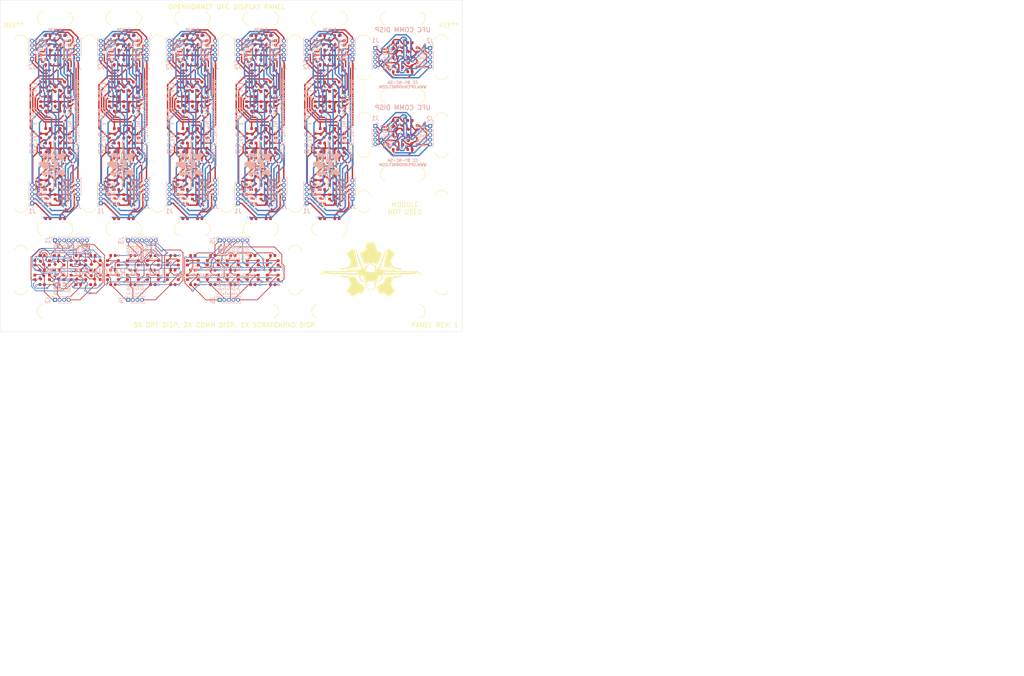
<source format=kicad_pcb>
(kicad_pcb (version 20171130) (host pcbnew "(5.1.4)-1")
  (layers (0 F.Cu signal) (31 B.Cu signal) (34 B.Paste user) (35 F.Paste user) (36 B.SilkS user) (37 F.SilkS user) (38 B.Mask user) (39 F.Mask user) (44 Edge.Cuts user))
  (net 0 "")
  (module KiCAD_Libraries:OH_LOGO_ONLY_22mm_12mm (layer F.Cu) (at 133.6375 89.542)
    (fp_text reference G*** hide)
    (fp_text value LOGO hide)
  )
  (module LED_SMD:LED_0402_1005Metric (layer F.Cu) (at 140.624 61.611 90)
    (fp_text reference D9 hide)
    (fp_text value LED)
    (pad 2 smd roundrect (at 0.485 0 90) (size 0.59 0.64) (layers F.Cu F.Paste F.Mask))
    (pad 1 smd roundrect (at -0.485 0 90) (size 0.59 0.64) (layers F.Cu F.Paste F.Mask))
  )
  (module LED_SMD:LED_0402_1005Metric (layer F.Cu) (at 140.624 58.436 270)
    (fp_text reference D8 hide)
    (fp_text value LED)
    (pad 2 smd roundrect (at 0.485 0 270) (size 0.59 0.64) (layers F.Cu F.Paste F.Mask))
    (pad 1 smd roundrect (at -0.485 0 270) (size 0.59 0.64) (layers F.Cu F.Paste F.Mask))
  )
  (module LED_SMD:LED_0402_1005Metric (layer F.Cu) (at 143.799 61.611 90)
    (fp_text reference D16 hide)
    (fp_text value LED)
    (pad 2 smd roundrect (at 0.485 0 90) (size 0.59 0.64) (layers F.Cu F.Paste F.Mask))
    (pad 1 smd roundrect (at -0.485 0 90) (size 0.59 0.64) (layers F.Cu F.Paste F.Mask))
  )
  (module Connector_PinHeader_1.00mm:PinHeader_1x05_P1.00mm_Vertical (layer B.Cu) (at 146.6375 58.042 180)
    (fp_text reference J2 (at 0 1.56) (layer B.SilkS) (effects (justify mirror)))
    (fp_text value Conn_01x05_Male)
    (pad 5 thru_hole oval (at 0 -4 180) (size 0.85 0.85) (drill 0.5) (layers *.Cu *.Mask))
    (pad 4 thru_hole oval (at 0 -3 180) (size 0.85 0.85) (drill 0.5) (layers *.Cu *.Mask))
    (pad 3 thru_hole oval (at 0 -2 180) (size 0.85 0.85) (drill 0.5) (layers *.Cu *.Mask))
    (pad 2 thru_hole oval (at 0 -1 180) (size 0.85 0.85) (drill 0.5) (layers *.Cu *.Mask))
    (pad 1 thru_hole rect (at 0 0 180) (size 0.85 0.85) (drill 0.5) (layers *.Cu *.Mask))
  )
  (module Connector_PinHeader_1.00mm:PinHeader_1x05_P1.00mm_Vertical (layer B.Cu) (at 134.6375 58.042 180)
    (fp_text reference J1 (at 0 1.695 180) (layer B.SilkS) (effects (justify mirror)))
    (fp_text value Conn_01x05_Male)
    (pad 1 thru_hole rect (at 0 0 180) (size 0.85 0.85) (drill 0.5) (layers *.Cu *.Mask))
    (pad 2 thru_hole oval (at 0 -1 180) (size 0.85 0.85) (drill 0.5) (layers *.Cu *.Mask))
    (pad 3 thru_hole oval (at 0 -2 180) (size 0.85 0.85) (drill 0.5) (layers *.Cu *.Mask))
    (pad 4 thru_hole oval (at 0 -3 180) (size 0.85 0.85) (drill 0.5) (layers *.Cu *.Mask))
    (pad 5 thru_hole oval (at 0 -4 180) (size 0.85 0.85) (drill 0.5) (layers *.Cu *.Mask))
  )
  (module LED_SMD:LED_0402_1005Metric (layer F.Cu) (at 139.0365 63.1985)
    (fp_text reference D7 hide)
    (fp_text value LED)
    (pad 1 smd roundrect (at -0.485 0) (size 0.59 0.64) (layers F.Cu F.Paste F.Mask))
    (pad 2 smd roundrect (at 0.485 0) (size 0.59 0.64) (layers F.Cu F.Paste F.Mask))
  )
  (module LED_SMD:LED_0402_1005Metric (layer F.Cu) (at 143.799 58.436 270)
    (fp_text reference D15 hide)
    (fp_text value LED)
    (pad 1 smd roundrect (at -0.485 0 270) (size 0.59 0.64) (layers F.Cu F.Paste F.Mask))
    (pad 2 smd roundrect (at 0.485 0 270) (size 0.59 0.64) (layers F.Cu F.Paste F.Mask))
  )
  (module LED_SMD:LED_0402_1005Metric (layer F.Cu) (at 139.0365 56.8485)
    (fp_text reference D3 hide)
    (fp_text value LED)
    (pad 1 smd roundrect (at -0.485 0) (size 0.59 0.64) (layers F.Cu F.Paste F.Mask))
    (pad 2 smd roundrect (at 0.485 0) (size 0.59 0.64) (layers F.Cu F.Paste F.Mask))
  )
  (module LED_SMD:LED_0402_1005Metric (layer F.Cu) (at 139.0365 61.611 45)
    (fp_text reference D6 hide)
    (fp_text value LED)
    (pad 2 smd roundrect (at 0.485 0 45) (size 0.59 0.64) (layers F.Cu F.Paste F.Mask))
    (pad 1 smd roundrect (at -0.485 0 45) (size 0.59 0.64) (layers F.Cu F.Paste F.Mask))
  )
  (module LED_SMD:LED_0402_1005Metric (layer F.Cu) (at 142.2115 60.0235)
    (fp_text reference D12 hide)
    (fp_text value LED)
    (pad 2 smd roundrect (at 0.485 0) (size 0.59 0.64) (layers F.Cu F.Paste F.Mask))
    (pad 1 smd roundrect (at -0.485 0) (size 0.59 0.64) (layers F.Cu F.Paste F.Mask))
  )
  (module LED_SMD:LED_0402_1005Metric (layer F.Cu) (at 139.0365 60.0235)
    (fp_text reference D5 hide)
    (fp_text value LED)
    (pad 1 smd roundrect (at -0.485 0) (size 0.59 0.64) (layers F.Cu F.Paste F.Mask))
    (pad 2 smd roundrect (at 0.485 0) (size 0.59 0.64) (layers F.Cu F.Paste F.Mask))
  )
  (module LED_SMD:LED_0402_1005Metric (layer F.Cu) (at 142.2115 56.8485)
    (fp_text reference D10 hide)
    (fp_text value LED)
    (pad 2 smd roundrect (at 0.485 0) (size 0.59 0.64) (layers F.Cu F.Paste F.Mask))
    (pad 1 smd roundrect (at -0.485 0) (size 0.59 0.64) (layers F.Cu F.Paste F.Mask))
  )
  (module LED_SMD:LED_0402_1005Metric (layer F.Cu) (at 137.449 58.436 270)
    (fp_text reference D1 hide)
    (fp_text value LED)
    (pad 2 smd roundrect (at 0.485 0 270) (size 0.59 0.64) (layers F.Cu F.Paste F.Mask))
    (pad 1 smd roundrect (at -0.485 0 270) (size 0.59 0.64) (layers F.Cu F.Paste F.Mask))
  )
  (module LED_SMD:LED_0402_1005Metric (layer F.Cu) (at 142.2115 61.611 315)
    (fp_text reference D13 hide)
    (fp_text value LED)
    (pad 1 smd roundrect (at -0.485 0 315) (size 0.59 0.64) (layers F.Cu F.Paste F.Mask))
    (pad 2 smd roundrect (at 0.485 0 315) (size 0.59 0.64) (layers F.Cu F.Paste F.Mask))
  )
  (module LED_SMD:LED_0402_1005Metric (layer F.Cu) (at 142.2115 63.1985)
    (fp_text reference D14 hide)
    (fp_text value LED)
    (pad 2 smd roundrect (at 0.485 0) (size 0.59 0.64) (layers F.Cu F.Paste F.Mask))
    (pad 1 smd roundrect (at -0.485 0) (size 0.59 0.64) (layers F.Cu F.Paste F.Mask))
  )
  (module LED_SMD:LED_0402_1005Metric (layer F.Cu) (at 137.449 61.611 90)
    (fp_text reference D2 hide)
    (fp_text value LED)
    (pad 2 smd roundrect (at 0.485 0 90) (size 0.59 0.64) (layers F.Cu F.Paste F.Mask))
    (pad 1 smd roundrect (at -0.485 0 90) (size 0.59 0.64) (layers F.Cu F.Paste F.Mask))
  )
  (module LED_SMD:LED_0402_1005Metric (layer F.Cu) (at 139.0365 58.436 315)
    (fp_text reference D4 hide)
    (fp_text value LED)
    (pad 2 smd roundrect (at 0.485 0 315) (size 0.59 0.64) (layers F.Cu F.Paste F.Mask))
    (pad 1 smd roundrect (at -0.485 0 315) (size 0.59 0.64) (layers F.Cu F.Paste F.Mask))
  )
  (module LED_SMD:LED_0402_1005Metric (layer F.Cu) (at 142.2115 58.436 45)
    (fp_text reference D11 hide)
    (fp_text value LED)
    (pad 1 smd roundrect (at -0.485 0 45) (size 0.59 0.64) (layers F.Cu F.Paste F.Mask))
    (pad 2 smd roundrect (at 0.485 0 45) (size 0.59 0.64) (layers F.Cu F.Paste F.Mask))
  )
  (module LED_SMD:LED_0402_1005Metric (layer F.Cu) (at 140.624 44.611 90)
    (fp_text reference D9 hide)
    (fp_text value LED)
    (pad 2 smd roundrect (at 0.485 0 90) (size 0.59 0.64) (layers F.Cu F.Paste F.Mask))
    (pad 1 smd roundrect (at -0.485 0 90) (size 0.59 0.64) (layers F.Cu F.Paste F.Mask))
  )
  (module LED_SMD:LED_0402_1005Metric (layer F.Cu) (at 140.624 41.436 270)
    (fp_text reference D8 hide)
    (fp_text value LED)
    (pad 2 smd roundrect (at 0.485 0 270) (size 0.59 0.64) (layers F.Cu F.Paste F.Mask))
    (pad 1 smd roundrect (at -0.485 0 270) (size 0.59 0.64) (layers F.Cu F.Paste F.Mask))
  )
  (module LED_SMD:LED_0402_1005Metric (layer F.Cu) (at 143.799 44.611 90)
    (fp_text reference D16 hide)
    (fp_text value LED)
    (pad 2 smd roundrect (at 0.485 0 90) (size 0.59 0.64) (layers F.Cu F.Paste F.Mask))
    (pad 1 smd roundrect (at -0.485 0 90) (size 0.59 0.64) (layers F.Cu F.Paste F.Mask))
  )
  (module Connector_PinHeader_1.00mm:PinHeader_1x05_P1.00mm_Vertical (layer B.Cu) (at 146.6375 41.042 180)
    (fp_text reference J2 (at 0 1.56) (layer B.SilkS) (effects (justify mirror)))
    (fp_text value Conn_01x05_Male)
    (pad 5 thru_hole oval (at 0 -4 180) (size 0.85 0.85) (drill 0.5) (layers *.Cu *.Mask))
    (pad 4 thru_hole oval (at 0 -3 180) (size 0.85 0.85) (drill 0.5) (layers *.Cu *.Mask))
    (pad 3 thru_hole oval (at 0 -2 180) (size 0.85 0.85) (drill 0.5) (layers *.Cu *.Mask))
    (pad 2 thru_hole oval (at 0 -1 180) (size 0.85 0.85) (drill 0.5) (layers *.Cu *.Mask))
    (pad 1 thru_hole rect (at 0 0 180) (size 0.85 0.85) (drill 0.5) (layers *.Cu *.Mask))
  )
  (module Connector_PinHeader_1.00mm:PinHeader_1x05_P1.00mm_Vertical (layer B.Cu) (at 134.6375 41.042 180)
    (fp_text reference J1 (at 0 1.695 180) (layer B.SilkS) (effects (justify mirror)))
    (fp_text value Conn_01x05_Male)
    (pad 1 thru_hole rect (at 0 0 180) (size 0.85 0.85) (drill 0.5) (layers *.Cu *.Mask))
    (pad 2 thru_hole oval (at 0 -1 180) (size 0.85 0.85) (drill 0.5) (layers *.Cu *.Mask))
    (pad 3 thru_hole oval (at 0 -2 180) (size 0.85 0.85) (drill 0.5) (layers *.Cu *.Mask))
    (pad 4 thru_hole oval (at 0 -3 180) (size 0.85 0.85) (drill 0.5) (layers *.Cu *.Mask))
    (pad 5 thru_hole oval (at 0 -4 180) (size 0.85 0.85) (drill 0.5) (layers *.Cu *.Mask))
  )
  (module LED_SMD:LED_0402_1005Metric (layer F.Cu) (at 139.0365 46.1985)
    (fp_text reference D7 hide)
    (fp_text value LED)
    (pad 1 smd roundrect (at -0.485 0) (size 0.59 0.64) (layers F.Cu F.Paste F.Mask))
    (pad 2 smd roundrect (at 0.485 0) (size 0.59 0.64) (layers F.Cu F.Paste F.Mask))
  )
  (module LED_SMD:LED_0402_1005Metric (layer F.Cu) (at 143.799 41.436 270)
    (fp_text reference D15 hide)
    (fp_text value LED)
    (pad 1 smd roundrect (at -0.485 0 270) (size 0.59 0.64) (layers F.Cu F.Paste F.Mask))
    (pad 2 smd roundrect (at 0.485 0 270) (size 0.59 0.64) (layers F.Cu F.Paste F.Mask))
  )
  (module LED_SMD:LED_0402_1005Metric (layer F.Cu) (at 139.0365 39.8485)
    (fp_text reference D3 hide)
    (fp_text value LED)
    (pad 1 smd roundrect (at -0.485 0) (size 0.59 0.64) (layers F.Cu F.Paste F.Mask))
    (pad 2 smd roundrect (at 0.485 0) (size 0.59 0.64) (layers F.Cu F.Paste F.Mask))
  )
  (module LED_SMD:LED_0402_1005Metric (layer F.Cu) (at 139.0365 44.611 45)
    (fp_text reference D6 hide)
    (fp_text value LED)
    (pad 2 smd roundrect (at 0.485 0 45) (size 0.59 0.64) (layers F.Cu F.Paste F.Mask))
    (pad 1 smd roundrect (at -0.485 0 45) (size 0.59 0.64) (layers F.Cu F.Paste F.Mask))
  )
  (module LED_SMD:LED_0402_1005Metric (layer F.Cu) (at 142.2115 43.0235)
    (fp_text reference D12 hide)
    (fp_text value LED)
    (pad 2 smd roundrect (at 0.485 0) (size 0.59 0.64) (layers F.Cu F.Paste F.Mask))
    (pad 1 smd roundrect (at -0.485 0) (size 0.59 0.64) (layers F.Cu F.Paste F.Mask))
  )
  (module LED_SMD:LED_0402_1005Metric (layer F.Cu) (at 139.0365 43.0235)
    (fp_text reference D5 hide)
    (fp_text value LED)
    (pad 1 smd roundrect (at -0.485 0) (size 0.59 0.64) (layers F.Cu F.Paste F.Mask))
    (pad 2 smd roundrect (at 0.485 0) (size 0.59 0.64) (layers F.Cu F.Paste F.Mask))
  )
  (module LED_SMD:LED_0402_1005Metric (layer F.Cu) (at 142.2115 39.8485)
    (fp_text reference D10 hide)
    (fp_text value LED)
    (pad 2 smd roundrect (at 0.485 0) (size 0.59 0.64) (layers F.Cu F.Paste F.Mask))
    (pad 1 smd roundrect (at -0.485 0) (size 0.59 0.64) (layers F.Cu F.Paste F.Mask))
  )
  (module LED_SMD:LED_0402_1005Metric (layer F.Cu) (at 137.449 41.436 270)
    (fp_text reference D1 hide)
    (fp_text value LED)
    (pad 2 smd roundrect (at 0.485 0 270) (size 0.59 0.64) (layers F.Cu F.Paste F.Mask))
    (pad 1 smd roundrect (at -0.485 0 270) (size 0.59 0.64) (layers F.Cu F.Paste F.Mask))
  )
  (module LED_SMD:LED_0402_1005Metric (layer F.Cu) (at 142.2115 44.611 315)
    (fp_text reference D13 hide)
    (fp_text value LED)
    (pad 1 smd roundrect (at -0.485 0 315) (size 0.59 0.64) (layers F.Cu F.Paste F.Mask))
    (pad 2 smd roundrect (at 0.485 0 315) (size 0.59 0.64) (layers F.Cu F.Paste F.Mask))
  )
  (module LED_SMD:LED_0402_1005Metric (layer F.Cu) (at 142.2115 46.1985)
    (fp_text reference D14 hide)
    (fp_text value LED)
    (pad 2 smd roundrect (at 0.485 0) (size 0.59 0.64) (layers F.Cu F.Paste F.Mask))
    (pad 1 smd roundrect (at -0.485 0) (size 0.59 0.64) (layers F.Cu F.Paste F.Mask))
  )
  (module LED_SMD:LED_0402_1005Metric (layer F.Cu) (at 137.449 44.611 90)
    (fp_text reference D2 hide)
    (fp_text value LED)
    (pad 2 smd roundrect (at 0.485 0 90) (size 0.59 0.64) (layers F.Cu F.Paste F.Mask))
    (pad 1 smd roundrect (at -0.485 0 90) (size 0.59 0.64) (layers F.Cu F.Paste F.Mask))
  )
  (module LED_SMD:LED_0402_1005Metric (layer F.Cu) (at 139.0365 41.436 315)
    (fp_text reference D4 hide)
    (fp_text value LED)
    (pad 2 smd roundrect (at 0.485 0 315) (size 0.59 0.64) (layers F.Cu F.Paste F.Mask))
    (pad 1 smd roundrect (at -0.485 0 315) (size 0.59 0.64) (layers F.Cu F.Paste F.Mask))
  )
  (module LED_SMD:LED_0402_1005Metric (layer F.Cu) (at 142.2115 41.436 45)
    (fp_text reference D11 hide)
    (fp_text value LED)
    (pad 1 smd roundrect (at -0.485 0 45) (size 0.59 0.64) (layers F.Cu F.Paste F.Mask))
    (pad 2 smd roundrect (at 0.485 0 45) (size 0.59 0.64) (layers F.Cu F.Paste F.Mask))
  )
  (module LED_SMD:LED_0402_1005Metric (layer F.Cu) (at 113.40625 87.9545 270)
    (fp_text reference D90 hide)
    (fp_text value LED)
    (pad 1 smd roundrect (at -0.485 0 270) (size 0.59 0.64) (layers F.Cu F.Paste F.Mask))
    (pad 2 smd roundrect (at 0.485 0 270) (size 0.59 0.64) (layers F.Cu F.Paste F.Mask))
  )
  (module LED_SMD:LED_0402_1005Metric (layer F.Cu) (at 107.85 86.367)
    (fp_text reference D82 hide)
    (fp_text value LED)
    (pad 1 smd roundrect (at -0.485 0) (size 0.59 0.64) (layers F.Cu F.Paste F.Mask))
    (pad 2 smd roundrect (at 0.485 0) (size 0.59 0.64) (layers F.Cu F.Paste F.Mask))
  )
  (module Connector_PinHeader_1.00mm:PinHeader_1x04_P1.00mm_Vertical (layer B.Cu) (at 80.6375 96.042 270)
    (fp_text reference J4 (at 0 1.56 90) (layer B.SilkS) (effects (justify mirror)))
    (fp_text value Conn_01x04_Male)
    (pad 1 thru_hole rect (at 0 0 270) (size 0.85 0.85) (drill 0.5) (layers *.Cu *.Mask))
    (pad 2 thru_hole oval (at 0 -1 270) (size 0.85 0.85) (drill 0.5) (layers *.Cu *.Mask))
    (pad 3 thru_hole oval (at 0 -2 270) (size 0.85 0.85) (drill 0.5) (layers *.Cu *.Mask))
    (pad 4 thru_hole oval (at 0 -3 270) (size 0.85 0.85) (drill 0.5) (layers *.Cu *.Mask))
  )
  (module LED_SMD:LED_0402_1005Metric (layer F.Cu) (at 112.215625 92.717)
    (fp_text reference D92 hide)
    (fp_text value LED)
    (pad 1 smd roundrect (at -0.485 0) (size 0.59 0.64) (layers F.Cu F.Paste F.Mask))
    (pad 2 smd roundrect (at 0.485 0) (size 0.59 0.64) (layers F.Cu F.Paste F.Mask))
  )
  (module LED_SMD:LED_0402_1005Metric (layer F.Cu) (at 104.675 91.1295 270)
    (fp_text reference D77 hide)
    (fp_text value LED)
    (pad 2 smd roundrect (at 0.485 0 270) (size 0.59 0.64) (layers F.Cu F.Paste F.Mask))
    (pad 1 smd roundrect (at -0.485 0 270) (size 0.59 0.64) (layers F.Cu F.Paste F.Mask))
  )
  (module LED_SMD:LED_0402_1005Metric (layer F.Cu) (at 109.040625 91.1295 270)
    (fp_text reference D84 hide)
    (fp_text value LED)
    (pad 1 smd roundrect (at -0.485 0 270) (size 0.59 0.64) (layers F.Cu F.Paste F.Mask))
    (pad 2 smd roundrect (at 0.485 0 270) (size 0.59 0.64) (layers F.Cu F.Paste F.Mask))
  )
  (module LED_SMD:LED_0402_1005Metric (layer F.Cu) (at 102.29375 87.9545 270)
    (fp_text reference D80 hide)
    (fp_text value LED)
    (pad 1 smd roundrect (at -0.485 0 270) (size 0.59 0.64) (layers F.Cu F.Paste F.Mask))
    (pad 2 smd roundrect (at 0.485 0 270) (size 0.59 0.64) (layers F.Cu F.Paste F.Mask))
  )
  (module LED_SMD:LED_0402_1005Metric (layer F.Cu) (at 109.040625 87.9545 270)
    (fp_text reference D83 hide)
    (fp_text value LED)
    (pad 2 smd roundrect (at 0.485 0 270) (size 0.59 0.64) (layers F.Cu F.Paste F.Mask))
    (pad 1 smd roundrect (at -0.485 0 270) (size 0.59 0.64) (layers F.Cu F.Paste F.Mask))
  )
  (module Connector_PinHeader_1.00mm:PinHeader_1x08_P1.00mm_Vertical (layer B.Cu) (at 64.6375 83.042 270)
    (fp_text reference J1 (at 0 1.56 90) (layer B.SilkS) (effects (justify mirror)))
    (fp_text value Conn_01x08_Male)
    (pad 8 thru_hole oval (at 0 -7 270) (size 0.85 0.85) (drill 0.5) (layers *.Cu *.Mask))
    (pad 7 thru_hole oval (at 0 -6 270) (size 0.85 0.85) (drill 0.5) (layers *.Cu *.Mask))
    (pad 6 thru_hole oval (at 0 -5 270) (size 0.85 0.85) (drill 0.5) (layers *.Cu *.Mask))
    (pad 5 thru_hole oval (at 0 -4 270) (size 0.85 0.85) (drill 0.5) (layers *.Cu *.Mask))
    (pad 4 thru_hole oval (at 0 -3 270) (size 0.85 0.85) (drill 0.5) (layers *.Cu *.Mask))
    (pad 3 thru_hole oval (at 0 -2 270) (size 0.85 0.85) (drill 0.5) (layers *.Cu *.Mask))
    (pad 2 thru_hole oval (at 0 -1 270) (size 0.85 0.85) (drill 0.5) (layers *.Cu *.Mask))
    (pad 1 thru_hole rect (at 0 0 270) (size 0.85 0.85) (drill 0.5) (layers *.Cu *.Mask))
  )
  (module LED_SMD:LED_0402_1005Metric (layer F.Cu) (at 113.40625 91.1295 270)
    (fp_text reference D91 hide)
    (fp_text value LED)
    (pad 2 smd roundrect (at 0.485 0 270) (size 0.59 0.64) (layers F.Cu F.Paste F.Mask))
    (pad 1 smd roundrect (at -0.485 0 270) (size 0.59 0.64) (layers F.Cu F.Paste F.Mask))
  )
  (module LED_SMD:LED_0402_1005Metric (layer F.Cu) (at 102.29375 91.1295 270)
    (fp_text reference D79 hide)
    (fp_text value LED)
    (pad 2 smd roundrect (at 0.485 0 270) (size 0.59 0.64) (layers F.Cu F.Paste F.Mask))
    (pad 1 smd roundrect (at -0.485 0 270) (size 0.59 0.64) (layers F.Cu F.Paste F.Mask))
  )
  (module LED_SMD:LED_0402_1005Metric (layer F.Cu) (at 112.215625 89.542)
    (fp_text reference D95 hide)
    (fp_text value LED)
    (pad 2 smd roundrect (at 0.485 0) (size 0.59 0.64) (layers F.Cu F.Paste F.Mask))
    (pad 1 smd roundrect (at -0.485 0) (size 0.59 0.64) (layers F.Cu F.Paste F.Mask))
  )
  (module LED_SMD:LED_0402_1005Metric (layer F.Cu) (at 111.025 91.1295 270)
    (fp_text reference D93 hide)
    (fp_text value LED)
    (pad 2 smd roundrect (at 0.485 0 270) (size 0.59 0.64) (layers F.Cu F.Paste F.Mask))
    (pad 1 smd roundrect (at -0.485 0 270) (size 0.59 0.64) (layers F.Cu F.Paste F.Mask))
  )
  (module LED_SMD:LED_0402_1005Metric (layer F.Cu) (at 106.659375 91.1295 270)
    (fp_text reference D86 hide)
    (fp_text value LED)
    (pad 1 smd roundrect (at -0.485 0 270) (size 0.59 0.64) (layers F.Cu F.Paste F.Mask))
    (pad 2 smd roundrect (at 0.485 0 270) (size 0.59 0.64) (layers F.Cu F.Paste F.Mask))
  )
  (module LED_SMD:LED_0402_1005Metric (layer F.Cu) (at 107.85 89.542)
    (fp_text reference D88 hide)
    (fp_text value LED)
    (pad 1 smd roundrect (at -0.485 0) (size 0.59 0.64) (layers F.Cu F.Paste F.Mask))
    (pad 2 smd roundrect (at 0.485 0) (size 0.59 0.64) (layers F.Cu F.Paste F.Mask))
  )
  (module LED_SMD:LED_0402_1005Metric (layer F.Cu) (at 106.659375 87.9545 270)
    (fp_text reference D87 hide)
    (fp_text value LED)
    (pad 2 smd roundrect (at 0.485 0 270) (size 0.59 0.64) (layers F.Cu F.Paste F.Mask))
    (pad 1 smd roundrect (at -0.485 0 270) (size 0.59 0.64) (layers F.Cu F.Paste F.Mask))
  )
  (module Connector_PinHeader_1.00mm:PinHeader_1x07_P1.00mm_Vertical (layer B.Cu) (at 100.6375 83.042 270)
    (fp_text reference J5 (at 0 1.56 90) (layer B.SilkS) (effects (justify mirror)))
    (fp_text value Conn_01x07_Male)
    (pad 1 thru_hole rect (at 0 0 270) (size 0.85 0.85) (drill 0.5) (layers *.Cu *.Mask))
    (pad 2 thru_hole oval (at 0 -1 270) (size 0.85 0.85) (drill 0.5) (layers *.Cu *.Mask))
    (pad 3 thru_hole oval (at 0 -2 270) (size 0.85 0.85) (drill 0.5) (layers *.Cu *.Mask))
    (pad 4 thru_hole oval (at 0 -3 270) (size 0.85 0.85) (drill 0.5) (layers *.Cu *.Mask))
    (pad 5 thru_hole oval (at 0 -4 270) (size 0.85 0.85) (drill 0.5) (layers *.Cu *.Mask))
    (pad 6 thru_hole oval (at 0 -5 270) (size 0.85 0.85) (drill 0.5) (layers *.Cu *.Mask))
    (pad 7 thru_hole oval (at 0 -6 270) (size 0.85 0.85) (drill 0.5) (layers *.Cu *.Mask))
  )
  (module LED_SMD:LED_0402_1005Metric (layer F.Cu) (at 103.484375 92.717)
    (fp_text reference D78 hide)
    (fp_text value LED)
    (pad 1 smd roundrect (at -0.485 0) (size 0.59 0.64) (layers F.Cu F.Paste F.Mask))
    (pad 2 smd roundrect (at 0.485 0) (size 0.59 0.64) (layers F.Cu F.Paste F.Mask))
  )
  (module LED_SMD:LED_0402_1005Metric (layer F.Cu) (at 103.484375 89.542)
    (fp_text reference D81 hide)
    (fp_text value LED)
    (pad 2 smd roundrect (at 0.485 0) (size 0.59 0.64) (layers F.Cu F.Paste F.Mask))
    (pad 1 smd roundrect (at -0.485 0) (size 0.59 0.64) (layers F.Cu F.Paste F.Mask))
  )
  (module Connector_PinHeader_1.00mm:PinHeader_1x05_P1.00mm_Vertical (layer B.Cu) (at 100.6375 96.042 270)
    (fp_text reference J6 (at 0 1.56 90) (layer B.SilkS) (effects (justify mirror)))
    (fp_text value Conn_01x05_Male)
    (pad 5 thru_hole oval (at 0 -4 270) (size 0.85 0.85) (drill 0.5) (layers *.Cu *.Mask))
    (pad 4 thru_hole oval (at 0 -3 270) (size 0.85 0.85) (drill 0.5) (layers *.Cu *.Mask))
    (pad 3 thru_hole oval (at 0 -2 270) (size 0.85 0.85) (drill 0.5) (layers *.Cu *.Mask))
    (pad 2 thru_hole oval (at 0 -1 270) (size 0.85 0.85) (drill 0.5) (layers *.Cu *.Mask))
    (pad 1 thru_hole rect (at 0 0 270) (size 0.85 0.85) (drill 0.5) (layers *.Cu *.Mask))
  )
  (module LED_SMD:LED_0402_1005Metric (layer F.Cu) (at 112.215625 86.367)
    (fp_text reference D89 hide)
    (fp_text value LED)
    (pad 2 smd roundrect (at 0.485 0) (size 0.59 0.64) (layers F.Cu F.Paste F.Mask))
    (pad 1 smd roundrect (at -0.485 0) (size 0.59 0.64) (layers F.Cu F.Paste F.Mask))
  )
  (module Connector_PinHeader_1.00mm:PinHeader_1x07_P1.00mm_Vertical (layer B.Cu) (at 80.6375 83.042 270)
    (fp_text reference J3 (at 0 1.56 90) (layer B.SilkS) (effects (justify mirror)))
    (fp_text value Conn_01x07_Male)
    (pad 7 thru_hole oval (at 0 -6 270) (size 0.85 0.85) (drill 0.5) (layers *.Cu *.Mask))
    (pad 6 thru_hole oval (at 0 -5 270) (size 0.85 0.85) (drill 0.5) (layers *.Cu *.Mask))
    (pad 5 thru_hole oval (at 0 -4 270) (size 0.85 0.85) (drill 0.5) (layers *.Cu *.Mask))
    (pad 4 thru_hole oval (at 0 -3 270) (size 0.85 0.85) (drill 0.5) (layers *.Cu *.Mask))
    (pad 3 thru_hole oval (at 0 -2 270) (size 0.85 0.85) (drill 0.5) (layers *.Cu *.Mask))
    (pad 2 thru_hole oval (at 0 -1 270) (size 0.85 0.85) (drill 0.5) (layers *.Cu *.Mask))
    (pad 1 thru_hole rect (at 0 0 270) (size 0.85 0.85) (drill 0.5) (layers *.Cu *.Mask))
  )
  (module Connector_PinHeader_1.00mm:PinHeader_1x04_P1.00mm_Vertical (layer B.Cu) (at 64.6375 96.042 270)
    (fp_text reference J2 (at 0 1.56 90) (layer B.SilkS) (effects (justify mirror)))
    (fp_text value Conn_01x04_Male)
    (pad 4 thru_hole oval (at 0 -3 270) (size 0.85 0.85) (drill 0.5) (layers *.Cu *.Mask))
    (pad 3 thru_hole oval (at 0 -2 270) (size 0.85 0.85) (drill 0.5) (layers *.Cu *.Mask))
    (pad 2 thru_hole oval (at 0 -1 270) (size 0.85 0.85) (drill 0.5) (layers *.Cu *.Mask))
    (pad 1 thru_hole rect (at 0 0 270) (size 0.85 0.85) (drill 0.5) (layers *.Cu *.Mask))
  )
  (module LED_SMD:LED_0402_1005Metric (layer F.Cu) (at 111.025 87.9545 270)
    (fp_text reference D94 hide)
    (fp_text value LED)
    (pad 1 smd roundrect (at -0.485 0 270) (size 0.59 0.64) (layers F.Cu F.Paste F.Mask))
    (pad 2 smd roundrect (at 0.485 0 270) (size 0.59 0.64) (layers F.Cu F.Paste F.Mask))
  )
  (module LED_SMD:LED_0402_1005Metric (layer F.Cu) (at 107.85 92.717)
    (fp_text reference D85 hide)
    (fp_text value LED)
    (pad 2 smd roundrect (at 0.485 0) (size 0.59 0.64) (layers F.Cu F.Paste F.Mask))
    (pad 1 smd roundrect (at -0.485 0) (size 0.59 0.64) (layers F.Cu F.Paste F.Mask))
  )
  (module LED_SMD:LED_0402_1005Metric (layer F.Cu) (at 104.675 87.9545 270)
    (fp_text reference D76 hide)
    (fp_text value LED)
    (pad 1 smd roundrect (at -0.485 0 270) (size 0.59 0.64) (layers F.Cu F.Paste F.Mask))
    (pad 2 smd roundrect (at 0.485 0 270) (size 0.59 0.64) (layers F.Cu F.Paste F.Mask))
  )
  (module LED_SMD:LED_0402_1005Metric (layer F.Cu) (at 94.753125 89.542)
    (fp_text reference D67 hide)
    (fp_text value LED)
    (pad 1 smd roundrect (at -0.485 0) (size 0.59 0.64) (layers F.Cu F.Paste F.Mask))
    (pad 2 smd roundrect (at 0.485 0) (size 0.59 0.64) (layers F.Cu F.Paste F.Mask))
  )
  (module LED_SMD:LED_0402_1005Metric (layer F.Cu) (at 103.484375 86.367)
    (fp_text reference D75 hide)
    (fp_text value LED)
    (pad 2 smd roundrect (at 0.485 0) (size 0.59 0.64) (layers F.Cu F.Paste F.Mask))
    (pad 1 smd roundrect (at -0.485 0) (size 0.59 0.64) (layers F.Cu F.Paste F.Mask))
  )
  (module LED_SMD:LED_0402_1005Metric (layer F.Cu) (at 99.11875 89.542)
    (fp_text reference D74 hide)
    (fp_text value LED)
    (pad 1 smd roundrect (at -0.485 0) (size 0.59 0.64) (layers F.Cu F.Paste F.Mask))
    (pad 2 smd roundrect (at 0.485 0) (size 0.59 0.64) (layers F.Cu F.Paste F.Mask))
  )
  (module LED_SMD:LED_0402_1005Metric (layer F.Cu) (at 97.928125 87.9545 270)
    (fp_text reference D73 hide)
    (fp_text value LED)
    (pad 2 smd roundrect (at 0.485 0 270) (size 0.59 0.64) (layers F.Cu F.Paste F.Mask))
    (pad 1 smd roundrect (at -0.485 0 270) (size 0.59 0.64) (layers F.Cu F.Paste F.Mask))
  )
  (module LED_SMD:LED_0402_1005Metric (layer F.Cu) (at 97.928125 91.1295 90)
    (fp_text reference D72 hide)
    (fp_text value LED)
    (pad 2 smd roundrect (at 0.485 0 90) (size 0.59 0.64) (layers F.Cu F.Paste F.Mask))
    (pad 1 smd roundrect (at -0.485 0 90) (size 0.59 0.64) (layers F.Cu F.Paste F.Mask))
  )
  (module LED_SMD:LED_0402_1005Metric (layer F.Cu) (at 99.11875 92.717)
    (fp_text reference D71 hide)
    (fp_text value LED)
    (pad 1 smd roundrect (at -0.485 0) (size 0.59 0.64) (layers F.Cu F.Paste F.Mask))
    (pad 2 smd roundrect (at 0.485 0) (size 0.59 0.64) (layers F.Cu F.Paste F.Mask))
  )
  (module LED_SMD:LED_0402_1005Metric (layer F.Cu) (at 100.309375 91.1295 270)
    (fp_text reference D70 hide)
    (fp_text value LED)
    (pad 2 smd roundrect (at 0.485 0 270) (size 0.59 0.64) (layers F.Cu F.Paste F.Mask))
    (pad 1 smd roundrect (at -0.485 0 270) (size 0.59 0.64) (layers F.Cu F.Paste F.Mask))
  )
  (module LED_SMD:LED_0402_1005Metric (layer F.Cu) (at 100.309375 87.9545 270)
    (fp_text reference D69 hide)
    (fp_text value LED)
    (pad 1 smd roundrect (at -0.485 0 270) (size 0.59 0.64) (layers F.Cu F.Paste F.Mask))
    (pad 2 smd roundrect (at 0.485 0 270) (size 0.59 0.64) (layers F.Cu F.Paste F.Mask))
  )
  (module LED_SMD:LED_0402_1005Metric (layer F.Cu) (at 99.11875 86.367)
    (fp_text reference D68 hide)
    (fp_text value LED)
    (pad 2 smd roundrect (at 0.485 0) (size 0.59 0.64) (layers F.Cu F.Paste F.Mask))
    (pad 1 smd roundrect (at -0.485 0) (size 0.59 0.64) (layers F.Cu F.Paste F.Mask))
  )
  (module LED_SMD:LED_0402_1005Metric (layer F.Cu) (at 93.5625 87.9545 270)
    (fp_text reference D66 hide)
    (fp_text value LED)
    (pad 2 smd roundrect (at 0.485 0 270) (size 0.59 0.64) (layers F.Cu F.Paste F.Mask))
    (pad 1 smd roundrect (at -0.485 0 270) (size 0.59 0.64) (layers F.Cu F.Paste F.Mask))
  )
  (module LED_SMD:LED_0402_1005Metric (layer F.Cu) (at 95.94375 87.9545 270)
    (fp_text reference D62 hide)
    (fp_text value LED)
    (pad 2 smd roundrect (at 0.485 0 270) (size 0.59 0.64) (layers F.Cu F.Paste F.Mask))
    (pad 1 smd roundrect (at -0.485 0 270) (size 0.59 0.64) (layers F.Cu F.Paste F.Mask))
  )
  (module LED_SMD:LED_0402_1005Metric (layer F.Cu) (at 94.753125 86.367)
    (fp_text reference D61 hide)
    (fp_text value LED)
    (pad 1 smd roundrect (at -0.485 0) (size 0.59 0.64) (layers F.Cu F.Paste F.Mask))
    (pad 2 smd roundrect (at 0.485 0) (size 0.59 0.64) (layers F.Cu F.Paste F.Mask))
  )
  (module LED_SMD:LED_0402_1005Metric (layer F.Cu) (at 94.753125 92.717)
    (fp_text reference D64 hide)
    (fp_text value LED)
    (pad 2 smd roundrect (at 0.485 0) (size 0.59 0.64) (layers F.Cu F.Paste F.Mask))
    (pad 1 smd roundrect (at -0.485 0) (size 0.59 0.64) (layers F.Cu F.Paste F.Mask))
  )
  (module LED_SMD:LED_0402_1005Metric (layer F.Cu) (at 89.196875 87.9545 270)
    (fp_text reference D59 hide)
    (fp_text value LED)
    (pad 1 smd roundrect (at -0.485 0 270) (size 0.59 0.64) (layers F.Cu F.Paste F.Mask))
    (pad 2 smd roundrect (at 0.485 0 270) (size 0.59 0.64) (layers F.Cu F.Paste F.Mask))
  )
  (module LED_SMD:LED_0402_1005Metric (layer F.Cu) (at 91.578125 87.9545 270)
    (fp_text reference D55 hide)
    (fp_text value LED)
    (pad 1 smd roundrect (at -0.485 0 270) (size 0.59 0.64) (layers F.Cu F.Paste F.Mask))
    (pad 2 smd roundrect (at 0.485 0 270) (size 0.59 0.64) (layers F.Cu F.Paste F.Mask))
  )
  (module LED_SMD:LED_0402_1005Metric (layer F.Cu) (at 95.94375 91.1295 270)
    (fp_text reference D63 hide)
    (fp_text value LED)
    (pad 1 smd roundrect (at -0.485 0 270) (size 0.59 0.64) (layers F.Cu F.Paste F.Mask))
    (pad 2 smd roundrect (at 0.485 0 270) (size 0.59 0.64) (layers F.Cu F.Paste F.Mask))
  )
  (module LED_SMD:LED_0402_1005Metric (layer F.Cu) (at 90.3875 89.542)
    (fp_text reference D60 hide)
    (fp_text value LED)
    (pad 2 smd roundrect (at 0.485 0) (size 0.59 0.64) (layers F.Cu F.Paste F.Mask))
    (pad 1 smd roundrect (at -0.485 0) (size 0.59 0.64) (layers F.Cu F.Paste F.Mask))
  )
  (module LED_SMD:LED_0402_1005Metric (layer F.Cu) (at 91.578125 91.1295 270)
    (fp_text reference D56 hide)
    (fp_text value LED)
    (pad 2 smd roundrect (at 0.485 0 270) (size 0.59 0.64) (layers F.Cu F.Paste F.Mask))
    (pad 1 smd roundrect (at -0.485 0 270) (size 0.59 0.64) (layers F.Cu F.Paste F.Mask))
  )
  (module LED_SMD:LED_0402_1005Metric (layer F.Cu) (at 89.196875 91.1295 270)
    (fp_text reference D58 hide)
    (fp_text value LED)
    (pad 2 smd roundrect (at 0.485 0 270) (size 0.59 0.64) (layers F.Cu F.Paste F.Mask))
    (pad 1 smd roundrect (at -0.485 0 270) (size 0.59 0.64) (layers F.Cu F.Paste F.Mask))
  )
  (module LED_SMD:LED_0402_1005Metric (layer F.Cu) (at 90.3875 92.717)
    (fp_text reference D57 hide)
    (fp_text value LED)
    (pad 1 smd roundrect (at -0.485 0) (size 0.59 0.64) (layers F.Cu F.Paste F.Mask))
    (pad 2 smd roundrect (at 0.485 0) (size 0.59 0.64) (layers F.Cu F.Paste F.Mask))
  )
  (module LED_SMD:LED_0402_1005Metric (layer F.Cu) (at 86.021875 89.542)
    (fp_text reference D53 hide)
    (fp_text value LED)
    (pad 1 smd roundrect (at -0.485 0) (size 0.59 0.64) (layers F.Cu F.Paste F.Mask))
    (pad 2 smd roundrect (at 0.485 0) (size 0.59 0.64) (layers F.Cu F.Paste F.Mask))
  )
  (module LED_SMD:LED_0402_1005Metric (layer F.Cu) (at 84.83125 91.1295 270)
    (fp_text reference D51 hide)
    (fp_text value LED)
    (pad 1 smd roundrect (at -0.485 0 270) (size 0.59 0.64) (layers F.Cu F.Paste F.Mask))
    (pad 2 smd roundrect (at 0.485 0 270) (size 0.59 0.64) (layers F.Cu F.Paste F.Mask))
  )
  (module LED_SMD:LED_0402_1005Metric (layer F.Cu) (at 86.021875 92.717)
    (fp_text reference D50 hide)
    (fp_text value LED)
    (pad 2 smd roundrect (at 0.485 0) (size 0.59 0.64) (layers F.Cu F.Paste F.Mask))
    (pad 1 smd roundrect (at -0.485 0) (size 0.59 0.64) (layers F.Cu F.Paste F.Mask))
  )
  (module LED_SMD:LED_0402_1005Metric (layer F.Cu) (at 87.2125 87.9545 270)
    (fp_text reference D48 hide)
    (fp_text value LED)
    (pad 2 smd roundrect (at 0.485 0 270) (size 0.59 0.64) (layers F.Cu F.Paste F.Mask))
    (pad 1 smd roundrect (at -0.485 0 270) (size 0.59 0.64) (layers F.Cu F.Paste F.Mask))
  )
  (module LED_SMD:LED_0402_1005Metric (layer F.Cu) (at 81.65625 89.542 180)
    (fp_text reference D46 hide)
    (fp_text value LED)
    (pad 2 smd roundrect (at 0.485 0 180) (size 0.59 0.64) (layers F.Cu F.Paste F.Mask))
    (pad 1 smd roundrect (at -0.485 0 180) (size 0.59 0.64) (layers F.Cu F.Paste F.Mask))
  )
  (module LED_SMD:LED_0402_1005Metric (layer F.Cu) (at 80.465625 91.1295 270)
    (fp_text reference D44 hide)
    (fp_text value LED)
    (pad 2 smd roundrect (at 0.485 0 270) (size 0.59 0.64) (layers F.Cu F.Paste F.Mask))
    (pad 1 smd roundrect (at -0.485 0 270) (size 0.59 0.64) (layers F.Cu F.Paste F.Mask))
  )
  (module LED_SMD:LED_0402_1005Metric (layer F.Cu) (at 81.65625 92.717)
    (fp_text reference D43 hide)
    (fp_text value LED)
    (pad 1 smd roundrect (at -0.485 0) (size 0.59 0.64) (layers F.Cu F.Paste F.Mask))
    (pad 2 smd roundrect (at 0.485 0) (size 0.59 0.64) (layers F.Cu F.Paste F.Mask))
  )
  (module LED_SMD:LED_0402_1005Metric (layer F.Cu) (at 82.846875 91.1295 270)
    (fp_text reference D42 hide)
    (fp_text value LED)
    (pad 2 smd roundrect (at 0.485 0 270) (size 0.59 0.64) (layers F.Cu F.Paste F.Mask))
    (pad 1 smd roundrect (at -0.485 0 270) (size 0.59 0.64) (layers F.Cu F.Paste F.Mask))
  )
  (module LED_SMD:LED_0402_1005Metric (layer F.Cu) (at 65.0015 92.7165)
    (fp_text reference D14 hide)
    (fp_text value LED)
    (pad 2 smd roundrect (at 0.485 0) (size 0.59 0.64) (layers F.Cu F.Paste F.Mask))
    (pad 1 smd roundrect (at -0.485 0) (size 0.59 0.64) (layers F.Cu F.Paste F.Mask))
  )
  (module LED_SMD:LED_0402_1005Metric (layer F.Cu) (at 82.846875 87.9545 270)
    (fp_text reference D41 hide)
    (fp_text value LED)
    (pad 1 smd roundrect (at -0.485 0 270) (size 0.59 0.64) (layers F.Cu F.Paste F.Mask))
    (pad 2 smd roundrect (at 0.485 0 270) (size 0.59 0.64) (layers F.Cu F.Paste F.Mask))
  )
  (module LED_SMD:LED_0402_1005Metric (layer F.Cu) (at 81.65625 86.367)
    (fp_text reference D40 hide)
    (fp_text value LED)
    (pad 2 smd roundrect (at 0.485 0) (size 0.59 0.64) (layers F.Cu F.Paste F.Mask))
    (pad 1 smd roundrect (at -0.485 0) (size 0.59 0.64) (layers F.Cu F.Paste F.Mask))
  )
  (module LED_SMD:LED_0402_1005Metric (layer F.Cu) (at 65.0015 87.954 45)
    (fp_text reference D11 hide)
    (fp_text value LED)
    (pad 1 smd roundrect (at -0.485 0 45) (size 0.59 0.64) (layers F.Cu F.Paste F.Mask))
    (pad 2 smd roundrect (at 0.485 0 45) (size 0.59 0.64) (layers F.Cu F.Paste F.Mask))
  )
  (module LED_SMD:LED_0402_1005Metric (layer F.Cu) (at 77.290625 89.542 180)
    (fp_text reference D39 hide)
    (fp_text value LED)
    (pad 1 smd roundrect (at -0.485 0 180) (size 0.59 0.64) (layers F.Cu F.Paste F.Mask))
    (pad 2 smd roundrect (at 0.485 0 180) (size 0.59 0.64) (layers F.Cu F.Paste F.Mask))
  )
  (module LED_SMD:LED_0402_1005Metric (layer F.Cu) (at 76.1 91.1295 270)
    (fp_text reference D37 hide)
    (fp_text value LED)
    (pad 1 smd roundrect (at -0.485 0 270) (size 0.59 0.64) (layers F.Cu F.Paste F.Mask))
    (pad 2 smd roundrect (at 0.485 0 270) (size 0.59 0.64) (layers F.Cu F.Paste F.Mask))
  )
  (module LED_SMD:LED_0402_1005Metric (layer F.Cu) (at 69.75 89.542)
    (fp_text reference D21 hide)
    (fp_text value LED)
    (pad 1 smd roundrect (at -0.485 0) (size 0.59 0.64) (layers F.Cu F.Paste F.Mask))
    (pad 2 smd roundrect (at 0.485 0) (size 0.59 0.64) (layers F.Cu F.Paste F.Mask))
  )
  (module LED_SMD:LED_0402_1005Metric (layer F.Cu) (at 77.290625 92.717)
    (fp_text reference D36 hide)
    (fp_text value LED)
    (pad 2 smd roundrect (at 0.485 0) (size 0.59 0.64) (layers F.Cu F.Paste F.Mask))
    (pad 1 smd roundrect (at -0.485 0) (size 0.59 0.64) (layers F.Cu F.Paste F.Mask))
  )
  (module LED_SMD:LED_0402_1005Metric (layer F.Cu) (at 78.48125 91.1295 270)
    (fp_text reference D35 hide)
    (fp_text value LED)
    (pad 1 smd roundrect (at -0.485 0 270) (size 0.59 0.64) (layers F.Cu F.Paste F.Mask))
    (pad 2 smd roundrect (at 0.485 0 270) (size 0.59 0.64) (layers F.Cu F.Paste F.Mask))
  )
  (module LED_SMD:LED_0402_1005Metric (layer F.Cu) (at 77.290625 86.367)
    (fp_text reference D33 hide)
    (fp_text value LED)
    (pad 1 smd roundrect (at -0.485 0) (size 0.59 0.64) (layers F.Cu F.Paste F.Mask))
    (pad 2 smd roundrect (at 0.485 0) (size 0.59 0.64) (layers F.Cu F.Paste F.Mask))
  )
  (module LED_SMD:LED_0402_1005Metric (layer F.Cu) (at 61.8265 86.3665)
    (fp_text reference D3 hide)
    (fp_text value LED)
    (pad 1 smd roundrect (at -0.485 0) (size 0.59 0.64) (layers F.Cu F.Paste F.Mask))
    (pad 2 smd roundrect (at 0.485 0) (size 0.59 0.64) (layers F.Cu F.Paste F.Mask))
  )
  (module LED_SMD:LED_0402_1005Metric (layer F.Cu) (at 66.589 91.129 90)
    (fp_text reference D16 hide)
    (fp_text value LED)
    (pad 2 smd roundrect (at 0.485 0 90) (size 0.59 0.64) (layers F.Cu F.Paste F.Mask))
    (pad 1 smd roundrect (at -0.485 0 90) (size 0.59 0.64) (layers F.Cu F.Paste F.Mask))
  )
  (module LED_SMD:LED_0402_1005Metric (layer F.Cu) (at 65.0015 86.3665)
    (fp_text reference D10 hide)
    (fp_text value LED)
    (pad 2 smd roundrect (at 0.485 0) (size 0.59 0.64) (layers F.Cu F.Paste F.Mask))
    (pad 1 smd roundrect (at -0.485 0) (size 0.59 0.64) (layers F.Cu F.Paste F.Mask))
  )
  (module LED_SMD:LED_0402_1005Metric (layer F.Cu) (at 69.75 87.9545 315)
    (fp_text reference D20 hide)
    (fp_text value LED)
    (pad 2 smd roundrect (at 0.485 0 315) (size 0.59 0.64) (layers F.Cu F.Paste F.Mask))
    (pad 1 smd roundrect (at -0.485 0 315) (size 0.59 0.64) (layers F.Cu F.Paste F.Mask))
  )
  (module LED_SMD:LED_0402_1005Metric (layer F.Cu) (at 60.239 91.129 90)
    (fp_text reference D2 hide)
    (fp_text value LED)
    (pad 2 smd roundrect (at 0.485 0 90) (size 0.59 0.64) (layers F.Cu F.Paste F.Mask))
    (pad 1 smd roundrect (at -0.485 0 90) (size 0.59 0.64) (layers F.Cu F.Paste F.Mask))
  )
  (module LED_SMD:LED_0402_1005Metric (layer F.Cu) (at 61.8265 92.7165)
    (fp_text reference D7 hide)
    (fp_text value LED)
    (pad 1 smd roundrect (at -0.485 0) (size 0.59 0.64) (layers F.Cu F.Paste F.Mask))
    (pad 2 smd roundrect (at 0.485 0) (size 0.59 0.64) (layers F.Cu F.Paste F.Mask))
  )
  (module LED_SMD:LED_0402_1005Metric (layer F.Cu) (at 63.414 91.129 90)
    (fp_text reference D9 hide)
    (fp_text value LED)
    (pad 2 smd roundrect (at 0.485 0 90) (size 0.59 0.64) (layers F.Cu F.Paste F.Mask))
    (pad 1 smd roundrect (at -0.485 0 90) (size 0.59 0.64) (layers F.Cu F.Paste F.Mask))
  )
  (module LED_SMD:LED_0402_1005Metric (layer F.Cu) (at 93.5625 91.1295 270)
    (fp_text reference D65 hide)
    (fp_text value LED)
    (pad 1 smd roundrect (at -0.485 0 270) (size 0.59 0.64) (layers F.Cu F.Paste F.Mask))
    (pad 2 smd roundrect (at 0.485 0 270) (size 0.59 0.64) (layers F.Cu F.Paste F.Mask))
  )
  (module LED_SMD:LED_0402_1005Metric (layer F.Cu) (at 68.1625 91.1295 90)
    (fp_text reference D18 hide)
    (fp_text value LED)
    (pad 1 smd roundrect (at -0.485 0 90) (size 0.59 0.64) (layers F.Cu F.Paste F.Mask))
    (pad 2 smd roundrect (at 0.485 0 90) (size 0.59 0.64) (layers F.Cu F.Paste F.Mask))
  )
  (module LED_SMD:LED_0402_1005Metric (layer F.Cu) (at 69.75 86.367)
    (fp_text reference D19 hide)
    (fp_text value LED)
    (pad 2 smd roundrect (at 0.485 0) (size 0.59 0.64) (layers F.Cu F.Paste F.Mask))
    (pad 1 smd roundrect (at -0.485 0) (size 0.59 0.64) (layers F.Cu F.Paste F.Mask))
  )
  (module LED_SMD:LED_0402_1005Metric (layer F.Cu) (at 61.8265 89.5415)
    (fp_text reference D5 hide)
    (fp_text value LED)
    (pad 1 smd roundrect (at -0.485 0) (size 0.59 0.64) (layers F.Cu F.Paste F.Mask))
    (pad 2 smd roundrect (at 0.485 0) (size 0.59 0.64) (layers F.Cu F.Paste F.Mask))
  )
  (module LED_SMD:LED_0402_1005Metric (layer F.Cu) (at 87.2125 91.1295 270)
    (fp_text reference D49 hide)
    (fp_text value LED)
    (pad 1 smd roundrect (at -0.485 0 270) (size 0.59 0.64) (layers F.Cu F.Paste F.Mask))
    (pad 2 smd roundrect (at 0.485 0 270) (size 0.59 0.64) (layers F.Cu F.Paste F.Mask))
  )
  (module LED_SMD:LED_0402_1005Metric (layer F.Cu) (at 66.589 87.954 270)
    (fp_text reference D15 hide)
    (fp_text value LED)
    (pad 1 smd roundrect (at -0.485 0 270) (size 0.59 0.64) (layers F.Cu F.Paste F.Mask))
    (pad 2 smd roundrect (at 0.485 0 270) (size 0.59 0.64) (layers F.Cu F.Paste F.Mask))
  )
  (module LED_SMD:LED_0402_1005Metric (layer F.Cu) (at 76.1 87.9545 270)
    (fp_text reference D38 hide)
    (fp_text value LED)
    (pad 2 smd roundrect (at 0.485 0 270) (size 0.59 0.64) (layers F.Cu F.Paste F.Mask))
    (pad 1 smd roundrect (at -0.485 0 270) (size 0.59 0.64) (layers F.Cu F.Paste F.Mask))
  )
  (module LED_SMD:LED_0402_1005Metric (layer F.Cu) (at 65.0015 89.5415)
    (fp_text reference D12 hide)
    (fp_text value LED)
    (pad 2 smd roundrect (at 0.485 0) (size 0.59 0.64) (layers F.Cu F.Paste F.Mask))
    (pad 1 smd roundrect (at -0.485 0) (size 0.59 0.64) (layers F.Cu F.Paste F.Mask))
  )
  (module LED_SMD:LED_0402_1005Metric (layer F.Cu) (at 78.48125 87.9545 270)
    (fp_text reference D34 hide)
    (fp_text value LED)
    (pad 2 smd roundrect (at 0.485 0 270) (size 0.59 0.64) (layers F.Cu F.Paste F.Mask))
    (pad 1 smd roundrect (at -0.485 0 270) (size 0.59 0.64) (layers F.Cu F.Paste F.Mask))
  )
  (module LED_SMD:LED_0402_1005Metric (layer F.Cu) (at 63.414 87.954 270)
    (fp_text reference D8 hide)
    (fp_text value LED)
    (pad 2 smd roundrect (at 0.485 0 270) (size 0.59 0.64) (layers F.Cu F.Paste F.Mask))
    (pad 1 smd roundrect (at -0.485 0 270) (size 0.59 0.64) (layers F.Cu F.Paste F.Mask))
  )
  (module LED_SMD:LED_0402_1005Metric (layer F.Cu) (at 90.3875 86.367)
    (fp_text reference D54 hide)
    (fp_text value LED)
    (pad 2 smd roundrect (at 0.485 0) (size 0.59 0.64) (layers F.Cu F.Paste F.Mask))
    (pad 1 smd roundrect (at -0.485 0) (size 0.59 0.64) (layers F.Cu F.Paste F.Mask))
  )
  (module LED_SMD:LED_0402_1005Metric (layer F.Cu) (at 84.83125 87.9545 270)
    (fp_text reference D52 hide)
    (fp_text value LED)
    (pad 2 smd roundrect (at 0.485 0 270) (size 0.59 0.64) (layers F.Cu F.Paste F.Mask))
    (pad 1 smd roundrect (at -0.485 0 270) (size 0.59 0.64) (layers F.Cu F.Paste F.Mask))
  )
  (module LED_SMD:LED_0402_1005Metric (layer F.Cu) (at 61.8265 91.129 45)
    (fp_text reference D6 hide)
    (fp_text value LED)
    (pad 2 smd roundrect (at 0.485 0 45) (size 0.59 0.64) (layers F.Cu F.Paste F.Mask))
    (pad 1 smd roundrect (at -0.485 0 45) (size 0.59 0.64) (layers F.Cu F.Paste F.Mask))
  )
  (module LED_SMD:LED_0402_1005Metric (layer F.Cu) (at 61.8265 87.954 315)
    (fp_text reference D4 hide)
    (fp_text value LED)
    (pad 2 smd roundrect (at 0.485 0 315) (size 0.59 0.64) (layers F.Cu F.Paste F.Mask))
    (pad 1 smd roundrect (at -0.485 0 315) (size 0.59 0.64) (layers F.Cu F.Paste F.Mask))
  )
  (module LED_SMD:LED_0402_1005Metric (layer F.Cu) (at 86.021875 86.367)
    (fp_text reference D47 hide)
    (fp_text value LED)
    (pad 1 smd roundrect (at -0.485 0) (size 0.59 0.64) (layers F.Cu F.Paste F.Mask))
    (pad 2 smd roundrect (at 0.485 0) (size 0.59 0.64) (layers F.Cu F.Paste F.Mask))
  )
  (module LED_SMD:LED_0402_1005Metric (layer F.Cu) (at 80.465625 87.9545 270)
    (fp_text reference D45 hide)
    (fp_text value LED)
    (pad 1 smd roundrect (at -0.485 0 270) (size 0.59 0.64) (layers F.Cu F.Paste F.Mask))
    (pad 2 smd roundrect (at 0.485 0 270) (size 0.59 0.64) (layers F.Cu F.Paste F.Mask))
  )
  (module LED_SMD:LED_0402_1005Metric (layer F.Cu) (at 60.239 87.954 270)
    (fp_text reference D1 hide)
    (fp_text value LED)
    (pad 2 smd roundrect (at 0.485 0 270) (size 0.59 0.64) (layers F.Cu F.Paste F.Mask))
    (pad 1 smd roundrect (at -0.485 0 270) (size 0.59 0.64) (layers F.Cu F.Paste F.Mask))
  )
  (module LED_SMD:LED_0402_1005Metric (layer F.Cu) (at 65.0015 91.129 315)
    (fp_text reference D13 hide)
    (fp_text value LED)
    (pad 1 smd roundrect (at -0.485 0 315) (size 0.59 0.64) (layers F.Cu F.Paste F.Mask))
    (pad 2 smd roundrect (at 0.485 0 315) (size 0.59 0.64) (layers F.Cu F.Paste F.Mask))
  )
  (module LED_SMD:LED_0402_1005Metric (layer F.Cu) (at 71.3375 87.9545 270)
    (fp_text reference D24 hide)
    (fp_text value LED)
    (pad 2 smd roundrect (at 0.485 0 270) (size 0.59 0.64) (layers F.Cu F.Paste F.Mask))
    (pad 1 smd roundrect (at -0.485 0 270) (size 0.59 0.64) (layers F.Cu F.Paste F.Mask))
  )
  (module LED_SMD:LED_0402_1005Metric (layer F.Cu) (at 68.1625 87.9545 270)
    (fp_text reference D17 hide)
    (fp_text value LED)
    (pad 2 smd roundrect (at 0.485 0 270) (size 0.59 0.64) (layers F.Cu F.Paste F.Mask))
    (pad 1 smd roundrect (at -0.485 0 270) (size 0.59 0.64) (layers F.Cu F.Paste F.Mask))
  )
  (module LED_SMD:LED_0402_1005Metric (layer F.Cu) (at 74.5125 91.1295 90)
    (fp_text reference D32 hide)
    (fp_text value LED)
    (pad 2 smd roundrect (at 0.485 0 90) (size 0.59 0.64) (layers F.Cu F.Paste F.Mask))
    (pad 1 smd roundrect (at -0.485 0 90) (size 0.59 0.64) (layers F.Cu F.Paste F.Mask))
  )
  (module LED_SMD:LED_0402_1005Metric (layer F.Cu) (at 72.925 91.1295 315)
    (fp_text reference D29 hide)
    (fp_text value LED)
    (pad 1 smd roundrect (at -0.485 0 315) (size 0.59 0.64) (layers F.Cu F.Paste F.Mask))
    (pad 2 smd roundrect (at 0.485 0 315) (size 0.59 0.64) (layers F.Cu F.Paste F.Mask))
  )
  (module LED_SMD:LED_0402_1005Metric (layer F.Cu) (at 69.75 92.717)
    (fp_text reference D23 hide)
    (fp_text value LED)
    (pad 1 smd roundrect (at -0.485 0) (size 0.59 0.64) (layers F.Cu F.Paste F.Mask))
    (pad 2 smd roundrect (at 0.485 0) (size 0.59 0.64) (layers F.Cu F.Paste F.Mask))
  )
  (module LED_SMD:LED_0402_1005Metric (layer F.Cu) (at 72.925 86.367)
    (fp_text reference D26 hide)
    (fp_text value LED)
    (pad 2 smd roundrect (at 0.485 0) (size 0.59 0.64) (layers F.Cu F.Paste F.Mask))
    (pad 1 smd roundrect (at -0.485 0) (size 0.59 0.64) (layers F.Cu F.Paste F.Mask))
  )
  (module LED_SMD:LED_0402_1005Metric (layer F.Cu) (at 72.925 92.717)
    (fp_text reference D30 hide)
    (fp_text value LED)
    (pad 2 smd roundrect (at 0.485 0) (size 0.59 0.64) (layers F.Cu F.Paste F.Mask))
    (pad 1 smd roundrect (at -0.485 0) (size 0.59 0.64) (layers F.Cu F.Paste F.Mask))
  )
  (module LED_SMD:LED_0402_1005Metric (layer F.Cu) (at 71.3375 91.1295 90)
    (fp_text reference D25 hide)
    (fp_text value LED)
    (pad 1 smd roundrect (at -0.485 0 90) (size 0.59 0.64) (layers F.Cu F.Paste F.Mask))
    (pad 2 smd roundrect (at 0.485 0 90) (size 0.59 0.64) (layers F.Cu F.Paste F.Mask))
  )
  (module LED_SMD:LED_0402_1005Metric (layer F.Cu) (at 74.5125 87.9545 270)
    (fp_text reference D31 hide)
    (fp_text value LED)
    (pad 1 smd roundrect (at -0.485 0 270) (size 0.59 0.64) (layers F.Cu F.Paste F.Mask))
    (pad 2 smd roundrect (at 0.485 0 270) (size 0.59 0.64) (layers F.Cu F.Paste F.Mask))
  )
  (module LED_SMD:LED_0402_1005Metric (layer F.Cu) (at 72.925 87.9545 45)
    (fp_text reference D27 hide)
    (fp_text value LED)
    (pad 1 smd roundrect (at -0.485 0 45) (size 0.59 0.64) (layers F.Cu F.Paste F.Mask))
    (pad 2 smd roundrect (at 0.485 0 45) (size 0.59 0.64) (layers F.Cu F.Paste F.Mask))
  )
  (module LED_SMD:LED_0402_1005Metric (layer F.Cu) (at 72.925 89.542)
    (fp_text reference D28 hide)
    (fp_text value LED)
    (pad 2 smd roundrect (at 0.485 0) (size 0.59 0.64) (layers F.Cu F.Paste F.Mask))
    (pad 1 smd roundrect (at -0.485 0) (size 0.59 0.64) (layers F.Cu F.Paste F.Mask))
  )
  (module LED_SMD:LED_0402_1005Metric (layer F.Cu) (at 69.75 91.1295 45)
    (fp_text reference D22 hide)
    (fp_text value LED)
    (pad 2 smd roundrect (at 0.485 0 45) (size 0.59 0.64) (layers F.Cu F.Paste F.Mask))
    (pad 1 smd roundrect (at -0.485 0 45) (size 0.59 0.64) (layers F.Cu F.Paste F.Mask))
  )
  (module LED_SMD:LED_0402_1005Metric (layer F.Cu) (at 126.2545 53.2155 135)
    (fp_text reference D38 hide)
    (fp_text value LED)
    (pad 1 smd roundrect (at -0.485 0 135) (size 0.59 0.64) (layers F.Cu F.Paste F.Mask))
    (pad 2 smd roundrect (at 0.485 0 135) (size 0.59 0.64) (layers F.Cu F.Paste F.Mask))
  )
  (module LED_SMD:LED_0402_1005Metric (layer F.Cu) (at 123.0795 44.6435)
    (fp_text reference D49 hide)
    (fp_text value LED)
    (pad 2 smd roundrect (at 0.485 0) (size 0.59 0.64) (layers F.Cu F.Paste F.Mask))
    (pad 1 smd roundrect (at -0.485 0) (size 0.59 0.64) (layers F.Cu F.Paste F.Mask))
  )
  (module LED_SMD:LED_0402_1005Metric (layer F.Cu) (at 123.0795 78.2975 180)
    (fp_text reference D65 hide)
    (fp_text value LED)
    (pad 1 smd roundrect (at -0.485 0 180) (size 0.59 0.64) (layers F.Cu F.Paste F.Mask))
    (pad 2 smd roundrect (at 0.485 0 180) (size 0.59 0.64) (layers F.Cu F.Paste F.Mask))
  )
  (module LED_SMD:LED_0402_1005Metric (layer F.Cu) (at 123.0795 43.0555 45)
    (fp_text reference D52 hide)
    (fp_text value LED)
    (pad 2 smd roundrect (at 0.485 0 45) (size 0.59 0.64) (layers F.Cu F.Paste F.Mask))
    (pad 1 smd roundrect (at -0.485 0 45) (size 0.59 0.64) (layers F.Cu F.Paste F.Mask))
  )
  (module LED_SMD:LED_0402_1005Metric (layer F.Cu) (at 123.0795 50.0405 135)
    (fp_text reference D43 hide)
    (fp_text value LED)
    (pad 2 smd roundrect (at 0.485 0 135) (size 0.59 0.64) (layers F.Cu F.Paste F.Mask))
    (pad 1 smd roundrect (at -0.485 0 135) (size 0.59 0.64) (layers F.Cu F.Paste F.Mask))
  )
  (module LED_SMD:LED_0402_1005Metric (layer F.Cu) (at 126.2545 38.2935 180)
    (fp_text reference D64 hide)
    (fp_text value LED)
    (pad 2 smd roundrect (at 0.485 0 180) (size 0.59 0.64) (layers F.Cu F.Paste F.Mask))
    (pad 1 smd roundrect (at -0.485 0 180) (size 0.59 0.64) (layers F.Cu F.Paste F.Mask))
  )
  (module LED_SMD:LED_0402_1005Metric (layer F.Cu) (at 123.0795 38.2935)
    (fp_text reference D63 hide)
    (fp_text value LED)
    (pad 1 smd roundrect (at -0.485 0) (size 0.59 0.64) (layers F.Cu F.Paste F.Mask))
    (pad 2 smd roundrect (at 0.485 0) (size 0.59 0.64) (layers F.Cu F.Paste F.Mask))
  )
  (module LED_SMD:LED_0402_1005Metric (layer F.Cu) (at 127.842 43.0555 90)
    (fp_text reference D55 hide)
    (fp_text value LED)
    (pad 1 smd roundrect (at -0.485 0 90) (size 0.59 0.64) (layers F.Cu F.Paste F.Mask))
    (pad 2 smd roundrect (at 0.485 0 90) (size 0.59 0.64) (layers F.Cu F.Paste F.Mask))
  )
  (module LED_SMD:LED_0402_1005Metric (layer F.Cu) (at 126.2545 43.0555 135)
    (fp_text reference D54 hide)
    (fp_text value LED)
    (pad 2 smd roundrect (at 0.485 0 135) (size 0.59 0.64) (layers F.Cu F.Paste F.Mask))
    (pad 1 smd roundrect (at -0.485 0 135) (size 0.59 0.64) (layers F.Cu F.Paste F.Mask))
  )
  (module LED_SMD:LED_0402_1005Metric (layer F.Cu) (at 123.0795 51.6275)
    (fp_text reference D40 hide)
    (fp_text value LED)
    (pad 1 smd roundrect (at -0.485 0) (size 0.59 0.64) (layers F.Cu F.Paste F.Mask))
    (pad 2 smd roundrect (at 0.485 0) (size 0.59 0.64) (layers F.Cu F.Paste F.Mask))
  )
  (module LED_SMD:LED_0402_1005Metric (layer F.Cu) (at 126.2545 48.4535 180)
    (fp_text reference D48 hide)
    (fp_text value LED)
    (pad 1 smd roundrect (at -0.485 0 180) (size 0.59 0.64) (layers F.Cu F.Paste F.Mask))
    (pad 2 smd roundrect (at 0.485 0 180) (size 0.59 0.64) (layers F.Cu F.Paste F.Mask))
  )
  (module LED_SMD:LED_0402_1005Metric (layer F.Cu) (at 124.667 43.0555 90)
    (fp_text reference D53 hide)
    (fp_text value LED)
    (pad 1 smd roundrect (at -0.485 0 90) (size 0.59 0.64) (layers F.Cu F.Paste F.Mask))
    (pad 2 smd roundrect (at 0.485 0 90) (size 0.59 0.64) (layers F.Cu F.Paste F.Mask))
  )
  (module LED_SMD:LED_0402_1005Metric (layer F.Cu) (at 126.2545 44.6435 180)
    (fp_text reference D50 hide)
    (fp_text value LED)
    (pad 1 smd roundrect (at -0.485 0 180) (size 0.59 0.64) (layers F.Cu F.Paste F.Mask))
    (pad 2 smd roundrect (at 0.485 0 180) (size 0.59 0.64) (layers F.Cu F.Paste F.Mask))
  )
  (module LED_SMD:LED_0402_1005Metric (layer F.Cu) (at 127.842 39.8805 90)
    (fp_text reference D62 hide)
    (fp_text value LED)
    (pad 2 smd roundrect (at 0.485 0 90) (size 0.59 0.64) (layers F.Cu F.Paste F.Mask))
    (pad 1 smd roundrect (at -0.485 0 90) (size 0.59 0.64) (layers F.Cu F.Paste F.Mask))
  )
  (module LED_SMD:LED_0402_1005Metric (layer F.Cu) (at 121.492 50.0405 90)
    (fp_text reference D42 hide)
    (fp_text value LED)
    (pad 2 smd roundrect (at 0.485 0 90) (size 0.59 0.64) (layers F.Cu F.Paste F.Mask))
    (pad 1 smd roundrect (at -0.485 0 90) (size 0.59 0.64) (layers F.Cu F.Paste F.Mask))
  )
  (module LED_SMD:LED_0402_1005Metric (layer F.Cu) (at 121.492 39.8805 90)
    (fp_text reference D58 hide)
    (fp_text value LED)
    (pad 2 smd roundrect (at 0.485 0 90) (size 0.59 0.64) (layers F.Cu F.Paste F.Mask))
    (pad 1 smd roundrect (at -0.485 0 90) (size 0.59 0.64) (layers F.Cu F.Paste F.Mask))
  )
  (module LED_SMD:LED_0402_1005Metric (layer F.Cu) (at 123.0795 41.4675)
    (fp_text reference D56 hide)
    (fp_text value LED)
    (pad 2 smd roundrect (at 0.485 0) (size 0.59 0.64) (layers F.Cu F.Paste F.Mask))
    (pad 1 smd roundrect (at -0.485 0) (size 0.59 0.64) (layers F.Cu F.Paste F.Mask))
  )
  (module LED_SMD:LED_0402_1005Metric (layer F.Cu) (at 124.667 39.8805 90)
    (fp_text reference D60 hide)
    (fp_text value LED)
    (pad 2 smd roundrect (at 0.485 0 90) (size 0.59 0.64) (layers F.Cu F.Paste F.Mask))
    (pad 1 smd roundrect (at -0.485 0 90) (size 0.59 0.64) (layers F.Cu F.Paste F.Mask))
  )
  (module LED_SMD:LED_0402_1005Metric (layer F.Cu) (at 127.842 50.0405 90)
    (fp_text reference D46 hide)
    (fp_text value LED)
    (pad 1 smd roundrect (at -0.485 0 90) (size 0.59 0.64) (layers F.Cu F.Paste F.Mask))
    (pad 2 smd roundrect (at 0.485 0 90) (size 0.59 0.64) (layers F.Cu F.Paste F.Mask))
  )
  (module LED_SMD:LED_0402_1005Metric (layer F.Cu) (at 126.2545 51.6275 180)
    (fp_text reference D41 hide)
    (fp_text value LED)
    (pad 2 smd roundrect (at 0.485 0 180) (size 0.59 0.64) (layers F.Cu F.Paste F.Mask))
    (pad 1 smd roundrect (at -0.485 0 180) (size 0.59 0.64) (layers F.Cu F.Paste F.Mask))
  )
  (module LED_SMD:LED_0402_1005Metric (layer F.Cu) (at 124.667 50.0405 90)
    (fp_text reference D44 hide)
    (fp_text value LED)
    (pad 1 smd roundrect (at -0.485 0 90) (size 0.59 0.64) (layers F.Cu F.Paste F.Mask))
    (pad 2 smd roundrect (at 0.485 0 90) (size 0.59 0.64) (layers F.Cu F.Paste F.Mask))
  )
  (module LED_SMD:LED_0402_1005Metric (layer F.Cu) (at 124.667 53.2155 90)
    (fp_text reference D37 hide)
    (fp_text value LED)
    (pad 2 smd roundrect (at 0.485 0 90) (size 0.59 0.64) (layers F.Cu F.Paste F.Mask))
    (pad 1 smd roundrect (at -0.485 0 90) (size 0.59 0.64) (layers F.Cu F.Paste F.Mask))
  )
  (module LED_SMD:LED_0402_1005Metric (layer F.Cu) (at 123.0795 48.4535)
    (fp_text reference D47 hide)
    (fp_text value LED)
    (pad 2 smd roundrect (at 0.485 0) (size 0.59 0.64) (layers F.Cu F.Paste F.Mask))
    (pad 1 smd roundrect (at -0.485 0) (size 0.59 0.64) (layers F.Cu F.Paste F.Mask))
  )
  (module LED_SMD:LED_0402_1005Metric (layer F.Cu) (at 126.2545 50.0405 45)
    (fp_text reference D45 hide)
    (fp_text value LED)
    (pad 2 smd roundrect (at 0.485 0 45) (size 0.59 0.64) (layers F.Cu F.Paste F.Mask))
    (pad 1 smd roundrect (at -0.485 0 45) (size 0.59 0.64) (layers F.Cu F.Paste F.Mask))
  )
  (module LED_SMD:LED_0402_1005Metric (layer F.Cu) (at 123.0795 39.8805 135)
    (fp_text reference D59 hide)
    (fp_text value LED)
    (pad 1 smd roundrect (at -0.485 0 135) (size 0.59 0.64) (layers F.Cu F.Paste F.Mask))
    (pad 2 smd roundrect (at 0.485 0 135) (size 0.59 0.64) (layers F.Cu F.Paste F.Mask))
  )
  (module LED_SMD:LED_0402_1005Metric (layer F.Cu) (at 121.492 43.0555 90)
    (fp_text reference D51 hide)
    (fp_text value LED)
    (pad 1 smd roundrect (at -0.485 0 90) (size 0.59 0.64) (layers F.Cu F.Paste F.Mask))
    (pad 2 smd roundrect (at 0.485 0 90) (size 0.59 0.64) (layers F.Cu F.Paste F.Mask))
  )
  (module LED_SMD:LED_0402_1005Metric (layer F.Cu) (at 126.2545 39.8805 45)
    (fp_text reference D61 hide)
    (fp_text value LED)
    (pad 1 smd roundrect (at -0.485 0 45) (size 0.59 0.64) (layers F.Cu F.Paste F.Mask))
    (pad 2 smd roundrect (at 0.485 0 45) (size 0.59 0.64) (layers F.Cu F.Paste F.Mask))
  )
  (module LED_SMD:LED_0402_1005Metric (layer F.Cu) (at 126.2545 41.4675 180)
    (fp_text reference D57 hide)
    (fp_text value LED)
    (pad 1 smd roundrect (at -0.485 0 180) (size 0.59 0.64) (layers F.Cu F.Paste F.Mask))
    (pad 2 smd roundrect (at 0.485 0 180) (size 0.59 0.64) (layers F.Cu F.Paste F.Mask))
  )
  (module LED_SMD:LED_0402_1005Metric (layer F.Cu) (at 127.842 53.2155 90)
    (fp_text reference D39 hide)
    (fp_text value LED)
    (pad 2 smd roundrect (at 0.485 0 90) (size 0.59 0.64) (layers F.Cu F.Paste F.Mask))
    (pad 1 smd roundrect (at -0.485 0 90) (size 0.59 0.64) (layers F.Cu F.Paste F.Mask))
  )
  (module LED_SMD:LED_0402_1005Metric (layer F.Cu) (at 126.2545 78.2975 180)
    (fp_text reference D66 hide)
    (fp_text value LED)
    (pad 2 smd roundrect (at 0.485 0 180) (size 0.59 0.64) (layers F.Cu F.Paste F.Mask))
    (pad 1 smd roundrect (at -0.485 0 180) (size 0.59 0.64) (layers F.Cu F.Paste F.Mask))
  )
  (module LED_SMD:LED_0402_1005Metric (layer F.Cu) (at 121.492 60.2005 90)
    (fp_text reference D26 hide)
    (fp_text value LED)
    (pad 2 smd roundrect (at 0.485 0 90) (size 0.59 0.64) (layers F.Cu F.Paste F.Mask))
    (pad 1 smd roundrect (at -0.485 0 90) (size 0.59 0.64) (layers F.Cu F.Paste F.Mask))
  )
  (module LED_SMD:LED_0402_1005Metric (layer F.Cu) (at 123.0795 53.2155 45)
    (fp_text reference D36 hide)
    (fp_text value LED)
    (pad 1 smd roundrect (at -0.485 0 45) (size 0.59 0.64) (layers F.Cu F.Paste F.Mask))
    (pad 2 smd roundrect (at 0.485 0 45) (size 0.59 0.64) (layers F.Cu F.Paste F.Mask))
  )
  (module LED_SMD:LED_0402_1005Metric (layer F.Cu) (at 121.492 53.2155 90)
    (fp_text reference D35 hide)
    (fp_text value LED)
    (pad 2 smd roundrect (at 0.485 0 90) (size 0.59 0.64) (layers F.Cu F.Paste F.Mask))
    (pad 1 smd roundrect (at -0.485 0 90) (size 0.59 0.64) (layers F.Cu F.Paste F.Mask))
  )
  (module LED_SMD:LED_0402_1005Metric (layer F.Cu) (at 123.0795 58.6135)
    (fp_text reference D31 hide)
    (fp_text value LED)
    (pad 1 smd roundrect (at -0.485 0) (size 0.59 0.64) (layers F.Cu F.Paste F.Mask))
    (pad 2 smd roundrect (at 0.485 0) (size 0.59 0.64) (layers F.Cu F.Paste F.Mask))
  )
  (module LED_SMD:LED_0402_1005Metric (layer F.Cu) (at 126.2545 54.8035 180)
    (fp_text reference D34 hide)
    (fp_text value LED)
    (pad 1 smd roundrect (at -0.485 0 180) (size 0.59 0.64) (layers F.Cu F.Paste F.Mask))
    (pad 2 smd roundrect (at 0.485 0 180) (size 0.59 0.64) (layers F.Cu F.Paste F.Mask))
  )
  (module LED_SMD:LED_0402_1005Metric (layer F.Cu) (at 123.0795 54.8035)
    (fp_text reference D33 hide)
    (fp_text value LED)
    (pad 2 smd roundrect (at 0.485 0) (size 0.59 0.64) (layers F.Cu F.Paste F.Mask))
    (pad 1 smd roundrect (at -0.485 0) (size 0.59 0.64) (layers F.Cu F.Paste F.Mask))
  )
  (module LED_SMD:LED_0402_1005Metric (layer F.Cu) (at 126.2545 58.6135 180)
    (fp_text reference D32 hide)
    (fp_text value LED)
    (pad 2 smd roundrect (at 0.485 0 180) (size 0.59 0.64) (layers F.Cu F.Paste F.Mask))
    (pad 1 smd roundrect (at -0.485 0 180) (size 0.59 0.64) (layers F.Cu F.Paste F.Mask))
  )
  (module LED_SMD:LED_0402_1005Metric (layer F.Cu) (at 126.2545 60.2005 45)
    (fp_text reference D29 hide)
    (fp_text value LED)
    (pad 1 smd roundrect (at -0.485 0 45) (size 0.59 0.64) (layers F.Cu F.Paste F.Mask))
    (pad 2 smd roundrect (at 0.485 0 45) (size 0.59 0.64) (layers F.Cu F.Paste F.Mask))
  )
  (module LED_SMD:LED_0402_1005Metric (layer F.Cu) (at 126.2545 63.3755 135)
    (fp_text reference D22 hide)
    (fp_text value LED)
    (pad 2 smd roundrect (at 0.485 0 135) (size 0.59 0.64) (layers F.Cu F.Paste F.Mask))
    (pad 1 smd roundrect (at -0.485 0 135) (size 0.59 0.64) (layers F.Cu F.Paste F.Mask))
  )
  (module LED_SMD:LED_0402_1005Metric (layer F.Cu) (at 127.842 60.2005 90)
    (fp_text reference D30 hide)
    (fp_text value LED)
    (pad 2 smd roundrect (at 0.485 0 90) (size 0.59 0.64) (layers F.Cu F.Paste F.Mask))
    (pad 1 smd roundrect (at -0.485 0 90) (size 0.59 0.64) (layers F.Cu F.Paste F.Mask))
  )
  (module LED_SMD:LED_0402_1005Metric (layer F.Cu) (at 124.667 63.3755 90)
    (fp_text reference D21 hide)
    (fp_text value LED)
    (pad 1 smd roundrect (at -0.485 0 90) (size 0.59 0.64) (layers F.Cu F.Paste F.Mask))
    (pad 2 smd roundrect (at 0.485 0 90) (size 0.59 0.64) (layers F.Cu F.Paste F.Mask))
  )
  (module LED_SMD:LED_0402_1005Metric (layer F.Cu) (at 124.667 60.2005 90)
    (fp_text reference D28 hide)
    (fp_text value LED)
    (pad 2 smd roundrect (at 0.485 0 90) (size 0.59 0.64) (layers F.Cu F.Paste F.Mask))
    (pad 1 smd roundrect (at -0.485 0 90) (size 0.59 0.64) (layers F.Cu F.Paste F.Mask))
  )
  (module LED_SMD:LED_0402_1005Metric (layer F.Cu) (at 123.0795 60.2005 135)
    (fp_text reference D27 hide)
    (fp_text value LED)
    (pad 1 smd roundrect (at -0.485 0 135) (size 0.59 0.64) (layers F.Cu F.Paste F.Mask))
    (pad 2 smd roundrect (at 0.485 0 135) (size 0.59 0.64) (layers F.Cu F.Paste F.Mask))
  )
  (module LED_SMD:LED_0402_1005Metric (layer F.Cu) (at 126.2545 61.7875 180)
    (fp_text reference D25 hide)
    (fp_text value LED)
    (pad 1 smd roundrect (at -0.485 0 180) (size 0.59 0.64) (layers F.Cu F.Paste F.Mask))
    (pad 2 smd roundrect (at 0.485 0 180) (size 0.59 0.64) (layers F.Cu F.Paste F.Mask))
  )
  (module LED_SMD:LED_0402_1005Metric (layer F.Cu) (at 123.0795 61.7875)
    (fp_text reference D24 hide)
    (fp_text value LED)
    (pad 2 smd roundrect (at 0.485 0) (size 0.59 0.64) (layers F.Cu F.Paste F.Mask))
    (pad 1 smd roundrect (at -0.485 0) (size 0.59 0.64) (layers F.Cu F.Paste F.Mask))
  )
  (module LED_SMD:LED_0402_1005Metric (layer F.Cu) (at 127.842 63.3755 90)
    (fp_text reference D23 hide)
    (fp_text value LED)
    (pad 1 smd roundrect (at -0.485 0 90) (size 0.59 0.64) (layers F.Cu F.Paste F.Mask))
    (pad 2 smd roundrect (at 0.485 0 90) (size 0.59 0.64) (layers F.Cu F.Paste F.Mask))
  )
  (module LED_SMD:LED_0402_1005Metric (layer F.Cu) (at 121.492 63.3755 90)
    (fp_text reference D19 hide)
    (fp_text value LED)
    (pad 2 smd roundrect (at 0.485 0 90) (size 0.59 0.64) (layers F.Cu F.Paste F.Mask))
    (pad 1 smd roundrect (at -0.485 0 90) (size 0.59 0.64) (layers F.Cu F.Paste F.Mask))
  )
  (module LED_SMD:LED_0402_1005Metric (layer F.Cu) (at 126.2545 64.9635 180)
    (fp_text reference D18 hide)
    (fp_text value LED)
    (pad 1 smd roundrect (at -0.485 0 180) (size 0.59 0.64) (layers F.Cu F.Paste F.Mask))
    (pad 2 smd roundrect (at 0.485 0 180) (size 0.59 0.64) (layers F.Cu F.Paste F.Mask))
  )
  (module LED_SMD:LED_0402_1005Metric (layer F.Cu) (at 123.0795 64.9635)
    (fp_text reference D17 hide)
    (fp_text value LED)
    (pad 2 smd roundrect (at 0.485 0) (size 0.59 0.64) (layers F.Cu F.Paste F.Mask))
    (pad 1 smd roundrect (at -0.485 0) (size 0.59 0.64) (layers F.Cu F.Paste F.Mask))
  )
  (module LED_SMD:LED_0402_1005Metric (layer F.Cu) (at 123.0795 68.7735)
    (fp_text reference D15 hide)
    (fp_text value LED)
    (pad 2 smd roundrect (at 0.485 0) (size 0.59 0.64) (layers F.Cu F.Paste F.Mask))
    (pad 1 smd roundrect (at -0.485 0) (size 0.59 0.64) (layers F.Cu F.Paste F.Mask))
  )
  (module LED_SMD:LED_0402_1005Metric (layer F.Cu) (at 124.667 70.3605 90)
    (fp_text reference D12 hide)
    (fp_text value LED)
    (pad 1 smd roundrect (at -0.485 0 90) (size 0.59 0.64) (layers F.Cu F.Paste F.Mask))
    (pad 2 smd roundrect (at 0.485 0 90) (size 0.59 0.64) (layers F.Cu F.Paste F.Mask))
  )
  (module LED_SMD:LED_0402_1005Metric (layer F.Cu) (at 123.0795 70.3605 135)
    (fp_text reference D11 hide)
    (fp_text value LED)
    (pad 2 smd roundrect (at 0.485 0 135) (size 0.59 0.64) (layers F.Cu F.Paste F.Mask))
    (pad 1 smd roundrect (at -0.485 0 135) (size 0.59 0.64) (layers F.Cu F.Paste F.Mask))
  )
  (module LED_SMD:LED_0402_1005Metric (layer F.Cu) (at 126.2545 71.9475 180)
    (fp_text reference D9 hide)
    (fp_text value LED)
    (pad 1 smd roundrect (at -0.485 0 180) (size 0.59 0.64) (layers F.Cu F.Paste F.Mask))
    (pad 2 smd roundrect (at 0.485 0 180) (size 0.59 0.64) (layers F.Cu F.Paste F.Mask))
  )
  (module LED_SMD:LED_0402_1005Metric (layer F.Cu) (at 123.0795 71.9475)
    (fp_text reference D8 hide)
    (fp_text value LED)
    (pad 1 smd roundrect (at -0.485 0) (size 0.59 0.64) (layers F.Cu F.Paste F.Mask))
    (pad 2 smd roundrect (at 0.485 0) (size 0.59 0.64) (layers F.Cu F.Paste F.Mask))
  )
  (module LED_SMD:LED_0402_1005Metric (layer F.Cu) (at 127.842 73.5355 90)
    (fp_text reference D7 hide)
    (fp_text value LED)
    (pad 2 smd roundrect (at 0.485 0 90) (size 0.59 0.64) (layers F.Cu F.Paste F.Mask))
    (pad 1 smd roundrect (at -0.485 0 90) (size 0.59 0.64) (layers F.Cu F.Paste F.Mask))
  )
  (module Connector_PinHeader_1.00mm:PinHeader_1x05_P1.00mm_Vertical (layer B.Cu) (at 119.6375 74.9415)
    (fp_text reference J1 (at 0 1.695 180) (layer B.SilkS) (effects (justify mirror)))
    (fp_text value Conn_01x05_Male)
    (pad 1 thru_hole rect (at 0 0) (size 0.85 0.85) (drill 0.5) (layers *.Cu *.Mask))
    (pad 2 thru_hole oval (at 0 -1) (size 0.85 0.85) (drill 0.5) (layers *.Cu *.Mask))
    (pad 3 thru_hole oval (at 0 -2) (size 0.85 0.85) (drill 0.5) (layers *.Cu *.Mask))
    (pad 4 thru_hole oval (at 0 -3) (size 0.85 0.85) (drill 0.5) (layers *.Cu *.Mask))
    (pad 5 thru_hole oval (at 0 -4) (size 0.85 0.85) (drill 0.5) (layers *.Cu *.Mask))
  )
  (module LED_SMD:LED_0402_1005Metric (layer F.Cu) (at 126.2545 73.5355 135)
    (fp_text reference D6 hide)
    (fp_text value LED)
    (pad 1 smd roundrect (at -0.485 0 135) (size 0.59 0.64) (layers F.Cu F.Paste F.Mask))
    (pad 2 smd roundrect (at 0.485 0 135) (size 0.59 0.64) (layers F.Cu F.Paste F.Mask))
  )
  (module LED_SMD:LED_0402_1005Metric (layer F.Cu) (at 121.492 73.5355 90)
    (fp_text reference D3 hide)
    (fp_text value LED)
    (pad 2 smd roundrect (at 0.485 0 90) (size 0.59 0.64) (layers F.Cu F.Paste F.Mask))
    (pad 1 smd roundrect (at -0.485 0 90) (size 0.59 0.64) (layers F.Cu F.Paste F.Mask))
  )
  (module Connector_PinHeader_1.00mm:PinHeader_1x05_P1.00mm_Vertical (layer B.Cu) (at 129.637501 43.4415)
    (fp_text reference J4 (at 0 1.695 180) (layer B.SilkS) (effects (justify mirror)))
    (fp_text value Conn_01x05_Male)
    (pad 1 thru_hole rect (at 0 0) (size 0.85 0.85) (drill 0.5) (layers *.Cu *.Mask))
    (pad 2 thru_hole oval (at 0 -1) (size 0.85 0.85) (drill 0.5) (layers *.Cu *.Mask))
    (pad 3 thru_hole oval (at 0 -2) (size 0.85 0.85) (drill 0.5) (layers *.Cu *.Mask))
    (pad 4 thru_hole oval (at 0 -3) (size 0.85 0.85) (drill 0.5) (layers *.Cu *.Mask))
    (pad 5 thru_hole oval (at 0 -4) (size 0.85 0.85) (drill 0.5) (layers *.Cu *.Mask))
  )
  (module Connector_PinHeader_1.00mm:PinHeader_1x05_P1.00mm_Vertical (layer B.Cu) (at 119.6375 43.4415)
    (fp_text reference J2 (at 0 1.695 180) (layer B.SilkS) (effects (justify mirror)))
    (fp_text value Conn_01x05_Male)
    (pad 1 thru_hole rect (at 0 0) (size 0.85 0.85) (drill 0.5) (layers *.Cu *.Mask))
    (pad 2 thru_hole oval (at 0 -1) (size 0.85 0.85) (drill 0.5) (layers *.Cu *.Mask))
    (pad 3 thru_hole oval (at 0 -2) (size 0.85 0.85) (drill 0.5) (layers *.Cu *.Mask))
    (pad 4 thru_hole oval (at 0 -3) (size 0.85 0.85) (drill 0.5) (layers *.Cu *.Mask))
    (pad 5 thru_hole oval (at 0 -4) (size 0.85 0.85) (drill 0.5) (layers *.Cu *.Mask))
  )
  (module LED_SMD:LED_0402_1005Metric (layer F.Cu) (at 126.2545 75.1235 180)
    (fp_text reference D2 hide)
    (fp_text value LED)
    (pad 1 smd roundrect (at -0.485 0 180) (size 0.59 0.64) (layers F.Cu F.Paste F.Mask))
    (pad 2 smd roundrect (at 0.485 0 180) (size 0.59 0.64) (layers F.Cu F.Paste F.Mask))
  )
  (module LED_SMD:LED_0402_1005Metric (layer F.Cu) (at 123.0795 75.1235)
    (fp_text reference D1 hide)
    (fp_text value LED)
    (pad 1 smd roundrect (at -0.485 0) (size 0.59 0.64) (layers F.Cu F.Paste F.Mask))
    (pad 2 smd roundrect (at 0.485 0) (size 0.59 0.64) (layers F.Cu F.Paste F.Mask))
  )
  (module Connector_PinHeader_1.00mm:PinHeader_1x05_P1.00mm_Vertical (layer B.Cu) (at 129.6375 73.941499)
    (fp_text reference J3 (at 0 1.695 180) (layer B.SilkS) (effects (justify mirror)))
    (fp_text value Conn_01x05_Male)
    (pad 1 thru_hole rect (at 0 0) (size 0.85 0.85) (drill 0.5) (layers *.Cu *.Mask))
    (pad 2 thru_hole oval (at 0 -1) (size 0.85 0.85) (drill 0.5) (layers *.Cu *.Mask))
    (pad 3 thru_hole oval (at 0 -2) (size 0.85 0.85) (drill 0.5) (layers *.Cu *.Mask))
    (pad 4 thru_hole oval (at 0 -3) (size 0.85 0.85) (drill 0.5) (layers *.Cu *.Mask))
    (pad 5 thru_hole oval (at 0 -4) (size 0.85 0.85) (drill 0.5) (layers *.Cu *.Mask))
  )
  (module LED_SMD:LED_0402_1005Metric (layer F.Cu) (at 126.2545 70.3605 45)
    (fp_text reference D13 hide)
    (fp_text value LED)
    (pad 2 smd roundrect (at 0.485 0 45) (size 0.59 0.64) (layers F.Cu F.Paste F.Mask))
    (pad 1 smd roundrect (at -0.485 0 45) (size 0.59 0.64) (layers F.Cu F.Paste F.Mask))
  )
  (module LED_SMD:LED_0402_1005Metric (layer F.Cu) (at 126.2545 68.7735 180)
    (fp_text reference D16 hide)
    (fp_text value LED)
    (pad 1 smd roundrect (at -0.485 0 180) (size 0.59 0.64) (layers F.Cu F.Paste F.Mask))
    (pad 2 smd roundrect (at 0.485 0 180) (size 0.59 0.64) (layers F.Cu F.Paste F.Mask))
  )
  (module KiCAD_Libraries:OH_LOGO_ONLY_11x6mm (layer B.Cu) (at 124.1375 66.442 270)
    (fp_text reference G*** hide)
    (fp_text value OH_LOGO_ONLY_11x6mm hide)
  )
  (module LED_SMD:LED_0402_1005Metric (layer F.Cu) (at 123.0795 63.3755 45)
    (fp_text reference D20 hide)
    (fp_text value LED)
    (pad 2 smd roundrect (at 0.485 0 45) (size 0.59 0.64) (layers F.Cu F.Paste F.Mask))
    (pad 1 smd roundrect (at -0.485 0 45) (size 0.59 0.64) (layers F.Cu F.Paste F.Mask))
  )
  (module LED_SMD:LED_0402_1005Metric (layer F.Cu) (at 124.667 73.5355 90)
    (fp_text reference D5 hide)
    (fp_text value LED)
    (pad 2 smd roundrect (at 0.485 0 90) (size 0.59 0.64) (layers F.Cu F.Paste F.Mask))
    (pad 1 smd roundrect (at -0.485 0 90) (size 0.59 0.64) (layers F.Cu F.Paste F.Mask))
  )
  (module LED_SMD:LED_0402_1005Metric (layer F.Cu) (at 127.842 70.3605 90)
    (fp_text reference D14 hide)
    (fp_text value LED)
    (pad 1 smd roundrect (at -0.485 0 90) (size 0.59 0.64) (layers F.Cu F.Paste F.Mask))
    (pad 2 smd roundrect (at 0.485 0 90) (size 0.59 0.64) (layers F.Cu F.Paste F.Mask))
  )
  (module LED_SMD:LED_0402_1005Metric (layer F.Cu) (at 121.492 70.3605 90)
    (fp_text reference D10 hide)
    (fp_text value LED)
    (pad 1 smd roundrect (at -0.485 0 90) (size 0.59 0.64) (layers F.Cu F.Paste F.Mask))
    (pad 2 smd roundrect (at 0.485 0 90) (size 0.59 0.64) (layers F.Cu F.Paste F.Mask))
  )
  (module LED_SMD:LED_0402_1005Metric (layer F.Cu) (at 123.0795 73.5355 45)
    (fp_text reference D4 hide)
    (fp_text value LED)
    (pad 1 smd roundrect (at -0.485 0 45) (size 0.59 0.64) (layers F.Cu F.Paste F.Mask))
    (pad 2 smd roundrect (at 0.485 0 45) (size 0.59 0.64) (layers F.Cu F.Paste F.Mask))
  )
  (module LED_SMD:LED_0402_1005Metric (layer F.Cu) (at 111.2545 53.2155 135)
    (fp_text reference D38 hide)
    (fp_text value LED)
    (pad 1 smd roundrect (at -0.485 0 135) (size 0.59 0.64) (layers F.Cu F.Paste F.Mask))
    (pad 2 smd roundrect (at 0.485 0 135) (size 0.59 0.64) (layers F.Cu F.Paste F.Mask))
  )
  (module LED_SMD:LED_0402_1005Metric (layer F.Cu) (at 108.0795 44.6435)
    (fp_text reference D49 hide)
    (fp_text value LED)
    (pad 2 smd roundrect (at 0.485 0) (size 0.59 0.64) (layers F.Cu F.Paste F.Mask))
    (pad 1 smd roundrect (at -0.485 0) (size 0.59 0.64) (layers F.Cu F.Paste F.Mask))
  )
  (module LED_SMD:LED_0402_1005Metric (layer F.Cu) (at 108.0795 78.2975 180)
    (fp_text reference D65 hide)
    (fp_text value LED)
    (pad 1 smd roundrect (at -0.485 0 180) (size 0.59 0.64) (layers F.Cu F.Paste F.Mask))
    (pad 2 smd roundrect (at 0.485 0 180) (size 0.59 0.64) (layers F.Cu F.Paste F.Mask))
  )
  (module LED_SMD:LED_0402_1005Metric (layer F.Cu) (at 108.0795 43.0555 45)
    (fp_text reference D52 hide)
    (fp_text value LED)
    (pad 2 smd roundrect (at 0.485 0 45) (size 0.59 0.64) (layers F.Cu F.Paste F.Mask))
    (pad 1 smd roundrect (at -0.485 0 45) (size 0.59 0.64) (layers F.Cu F.Paste F.Mask))
  )
  (module LED_SMD:LED_0402_1005Metric (layer F.Cu) (at 108.0795 50.0405 135)
    (fp_text reference D43 hide)
    (fp_text value LED)
    (pad 2 smd roundrect (at 0.485 0 135) (size 0.59 0.64) (layers F.Cu F.Paste F.Mask))
    (pad 1 smd roundrect (at -0.485 0 135) (size 0.59 0.64) (layers F.Cu F.Paste F.Mask))
  )
  (module LED_SMD:LED_0402_1005Metric (layer F.Cu) (at 111.2545 38.2935 180)
    (fp_text reference D64 hide)
    (fp_text value LED)
    (pad 2 smd roundrect (at 0.485 0 180) (size 0.59 0.64) (layers F.Cu F.Paste F.Mask))
    (pad 1 smd roundrect (at -0.485 0 180) (size 0.59 0.64) (layers F.Cu F.Paste F.Mask))
  )
  (module LED_SMD:LED_0402_1005Metric (layer F.Cu) (at 108.0795 38.2935)
    (fp_text reference D63 hide)
    (fp_text value LED)
    (pad 1 smd roundrect (at -0.485 0) (size 0.59 0.64) (layers F.Cu F.Paste F.Mask))
    (pad 2 smd roundrect (at 0.485 0) (size 0.59 0.64) (layers F.Cu F.Paste F.Mask))
  )
  (module LED_SMD:LED_0402_1005Metric (layer F.Cu) (at 112.842 43.0555 90)
    (fp_text reference D55 hide)
    (fp_text value LED)
    (pad 1 smd roundrect (at -0.485 0 90) (size 0.59 0.64) (layers F.Cu F.Paste F.Mask))
    (pad 2 smd roundrect (at 0.485 0 90) (size 0.59 0.64) (layers F.Cu F.Paste F.Mask))
  )
  (module LED_SMD:LED_0402_1005Metric (layer F.Cu) (at 111.2545 43.0555 135)
    (fp_text reference D54 hide)
    (fp_text value LED)
    (pad 2 smd roundrect (at 0.485 0 135) (size 0.59 0.64) (layers F.Cu F.Paste F.Mask))
    (pad 1 smd roundrect (at -0.485 0 135) (size 0.59 0.64) (layers F.Cu F.Paste F.Mask))
  )
  (module LED_SMD:LED_0402_1005Metric (layer F.Cu) (at 108.0795 51.6275)
    (fp_text reference D40 hide)
    (fp_text value LED)
    (pad 1 smd roundrect (at -0.485 0) (size 0.59 0.64) (layers F.Cu F.Paste F.Mask))
    (pad 2 smd roundrect (at 0.485 0) (size 0.59 0.64) (layers F.Cu F.Paste F.Mask))
  )
  (module LED_SMD:LED_0402_1005Metric (layer F.Cu) (at 111.2545 48.4535 180)
    (fp_text reference D48 hide)
    (fp_text value LED)
    (pad 1 smd roundrect (at -0.485 0 180) (size 0.59 0.64) (layers F.Cu F.Paste F.Mask))
    (pad 2 smd roundrect (at 0.485 0 180) (size 0.59 0.64) (layers F.Cu F.Paste F.Mask))
  )
  (module LED_SMD:LED_0402_1005Metric (layer F.Cu) (at 109.667 43.0555 90)
    (fp_text reference D53 hide)
    (fp_text value LED)
    (pad 1 smd roundrect (at -0.485 0 90) (size 0.59 0.64) (layers F.Cu F.Paste F.Mask))
    (pad 2 smd roundrect (at 0.485 0 90) (size 0.59 0.64) (layers F.Cu F.Paste F.Mask))
  )
  (module LED_SMD:LED_0402_1005Metric (layer F.Cu) (at 111.2545 44.6435 180)
    (fp_text reference D50 hide)
    (fp_text value LED)
    (pad 1 smd roundrect (at -0.485 0 180) (size 0.59 0.64) (layers F.Cu F.Paste F.Mask))
    (pad 2 smd roundrect (at 0.485 0 180) (size 0.59 0.64) (layers F.Cu F.Paste F.Mask))
  )
  (module LED_SMD:LED_0402_1005Metric (layer F.Cu) (at 112.842 39.8805 90)
    (fp_text reference D62 hide)
    (fp_text value LED)
    (pad 2 smd roundrect (at 0.485 0 90) (size 0.59 0.64) (layers F.Cu F.Paste F.Mask))
    (pad 1 smd roundrect (at -0.485 0 90) (size 0.59 0.64) (layers F.Cu F.Paste F.Mask))
  )
  (module LED_SMD:LED_0402_1005Metric (layer F.Cu) (at 106.492 50.0405 90)
    (fp_text reference D42 hide)
    (fp_text value LED)
    (pad 2 smd roundrect (at 0.485 0 90) (size 0.59 0.64) (layers F.Cu F.Paste F.Mask))
    (pad 1 smd roundrect (at -0.485 0 90) (size 0.59 0.64) (layers F.Cu F.Paste F.Mask))
  )
  (module LED_SMD:LED_0402_1005Metric (layer F.Cu) (at 106.492 39.8805 90)
    (fp_text reference D58 hide)
    (fp_text value LED)
    (pad 2 smd roundrect (at 0.485 0 90) (size 0.59 0.64) (layers F.Cu F.Paste F.Mask))
    (pad 1 smd roundrect (at -0.485 0 90) (size 0.59 0.64) (layers F.Cu F.Paste F.Mask))
  )
  (module LED_SMD:LED_0402_1005Metric (layer F.Cu) (at 108.0795 41.4675)
    (fp_text reference D56 hide)
    (fp_text value LED)
    (pad 2 smd roundrect (at 0.485 0) (size 0.59 0.64) (layers F.Cu F.Paste F.Mask))
    (pad 1 smd roundrect (at -0.485 0) (size 0.59 0.64) (layers F.Cu F.Paste F.Mask))
  )
  (module LED_SMD:LED_0402_1005Metric (layer F.Cu) (at 109.667 39.8805 90)
    (fp_text reference D60 hide)
    (fp_text value LED)
    (pad 2 smd roundrect (at 0.485 0 90) (size 0.59 0.64) (layers F.Cu F.Paste F.Mask))
    (pad 1 smd roundrect (at -0.485 0 90) (size 0.59 0.64) (layers F.Cu F.Paste F.Mask))
  )
  (module LED_SMD:LED_0402_1005Metric (layer F.Cu) (at 112.842 50.0405 90)
    (fp_text reference D46 hide)
    (fp_text value LED)
    (pad 1 smd roundrect (at -0.485 0 90) (size 0.59 0.64) (layers F.Cu F.Paste F.Mask))
    (pad 2 smd roundrect (at 0.485 0 90) (size 0.59 0.64) (layers F.Cu F.Paste F.Mask))
  )
  (module LED_SMD:LED_0402_1005Metric (layer F.Cu) (at 111.2545 51.6275 180)
    (fp_text reference D41 hide)
    (fp_text value LED)
    (pad 2 smd roundrect (at 0.485 0 180) (size 0.59 0.64) (layers F.Cu F.Paste F.Mask))
    (pad 1 smd roundrect (at -0.485 0 180) (size 0.59 0.64) (layers F.Cu F.Paste F.Mask))
  )
  (module LED_SMD:LED_0402_1005Metric (layer F.Cu) (at 109.667 50.0405 90)
    (fp_text reference D44 hide)
    (fp_text value LED)
    (pad 1 smd roundrect (at -0.485 0 90) (size 0.59 0.64) (layers F.Cu F.Paste F.Mask))
    (pad 2 smd roundrect (at 0.485 0 90) (size 0.59 0.64) (layers F.Cu F.Paste F.Mask))
  )
  (module LED_SMD:LED_0402_1005Metric (layer F.Cu) (at 109.667 53.2155 90)
    (fp_text reference D37 hide)
    (fp_text value LED)
    (pad 2 smd roundrect (at 0.485 0 90) (size 0.59 0.64) (layers F.Cu F.Paste F.Mask))
    (pad 1 smd roundrect (at -0.485 0 90) (size 0.59 0.64) (layers F.Cu F.Paste F.Mask))
  )
  (module LED_SMD:LED_0402_1005Metric (layer F.Cu) (at 108.0795 48.4535)
    (fp_text reference D47 hide)
    (fp_text value LED)
    (pad 2 smd roundrect (at 0.485 0) (size 0.59 0.64) (layers F.Cu F.Paste F.Mask))
    (pad 1 smd roundrect (at -0.485 0) (size 0.59 0.64) (layers F.Cu F.Paste F.Mask))
  )
  (module LED_SMD:LED_0402_1005Metric (layer F.Cu) (at 111.2545 50.0405 45)
    (fp_text reference D45 hide)
    (fp_text value LED)
    (pad 2 smd roundrect (at 0.485 0 45) (size 0.59 0.64) (layers F.Cu F.Paste F.Mask))
    (pad 1 smd roundrect (at -0.485 0 45) (size 0.59 0.64) (layers F.Cu F.Paste F.Mask))
  )
  (module LED_SMD:LED_0402_1005Metric (layer F.Cu) (at 108.0795 39.8805 135)
    (fp_text reference D59 hide)
    (fp_text value LED)
    (pad 1 smd roundrect (at -0.485 0 135) (size 0.59 0.64) (layers F.Cu F.Paste F.Mask))
    (pad 2 smd roundrect (at 0.485 0 135) (size 0.59 0.64) (layers F.Cu F.Paste F.Mask))
  )
  (module LED_SMD:LED_0402_1005Metric (layer F.Cu) (at 106.492 43.0555 90)
    (fp_text reference D51 hide)
    (fp_text value LED)
    (pad 1 smd roundrect (at -0.485 0 90) (size 0.59 0.64) (layers F.Cu F.Paste F.Mask))
    (pad 2 smd roundrect (at 0.485 0 90) (size 0.59 0.64) (layers F.Cu F.Paste F.Mask))
  )
  (module LED_SMD:LED_0402_1005Metric (layer F.Cu) (at 111.2545 39.8805 45)
    (fp_text reference D61 hide)
    (fp_text value LED)
    (pad 1 smd roundrect (at -0.485 0 45) (size 0.59 0.64) (layers F.Cu F.Paste F.Mask))
    (pad 2 smd roundrect (at 0.485 0 45) (size 0.59 0.64) (layers F.Cu F.Paste F.Mask))
  )
  (module LED_SMD:LED_0402_1005Metric (layer F.Cu) (at 111.2545 41.4675 180)
    (fp_text reference D57 hide)
    (fp_text value LED)
    (pad 1 smd roundrect (at -0.485 0 180) (size 0.59 0.64) (layers F.Cu F.Paste F.Mask))
    (pad 2 smd roundrect (at 0.485 0 180) (size 0.59 0.64) (layers F.Cu F.Paste F.Mask))
  )
  (module LED_SMD:LED_0402_1005Metric (layer F.Cu) (at 112.842 53.2155 90)
    (fp_text reference D39 hide)
    (fp_text value LED)
    (pad 2 smd roundrect (at 0.485 0 90) (size 0.59 0.64) (layers F.Cu F.Paste F.Mask))
    (pad 1 smd roundrect (at -0.485 0 90) (size 0.59 0.64) (layers F.Cu F.Paste F.Mask))
  )
  (module LED_SMD:LED_0402_1005Metric (layer F.Cu) (at 111.2545 78.2975 180)
    (fp_text reference D66 hide)
    (fp_text value LED)
    (pad 2 smd roundrect (at 0.485 0 180) (size 0.59 0.64) (layers F.Cu F.Paste F.Mask))
    (pad 1 smd roundrect (at -0.485 0 180) (size 0.59 0.64) (layers F.Cu F.Paste F.Mask))
  )
  (module LED_SMD:LED_0402_1005Metric (layer F.Cu) (at 106.492 60.2005 90)
    (fp_text reference D26 hide)
    (fp_text value LED)
    (pad 2 smd roundrect (at 0.485 0 90) (size 0.59 0.64) (layers F.Cu F.Paste F.Mask))
    (pad 1 smd roundrect (at -0.485 0 90) (size 0.59 0.64) (layers F.Cu F.Paste F.Mask))
  )
  (module LED_SMD:LED_0402_1005Metric (layer F.Cu) (at 108.0795 53.2155 45)
    (fp_text reference D36 hide)
    (fp_text value LED)
    (pad 1 smd roundrect (at -0.485 0 45) (size 0.59 0.64) (layers F.Cu F.Paste F.Mask))
    (pad 2 smd roundrect (at 0.485 0 45) (size 0.59 0.64) (layers F.Cu F.Paste F.Mask))
  )
  (module LED_SMD:LED_0402_1005Metric (layer F.Cu) (at 106.492 53.2155 90)
    (fp_text reference D35 hide)
    (fp_text value LED)
    (pad 2 smd roundrect (at 0.485 0 90) (size 0.59 0.64) (layers F.Cu F.Paste F.Mask))
    (pad 1 smd roundrect (at -0.485 0 90) (size 0.59 0.64) (layers F.Cu F.Paste F.Mask))
  )
  (module LED_SMD:LED_0402_1005Metric (layer F.Cu) (at 108.0795 58.6135)
    (fp_text reference D31 hide)
    (fp_text value LED)
    (pad 1 smd roundrect (at -0.485 0) (size 0.59 0.64) (layers F.Cu F.Paste F.Mask))
    (pad 2 smd roundrect (at 0.485 0) (size 0.59 0.64) (layers F.Cu F.Paste F.Mask))
  )
  (module LED_SMD:LED_0402_1005Metric (layer F.Cu) (at 111.2545 54.8035 180)
    (fp_text reference D34 hide)
    (fp_text value LED)
    (pad 1 smd roundrect (at -0.485 0 180) (size 0.59 0.64) (layers F.Cu F.Paste F.Mask))
    (pad 2 smd roundrect (at 0.485 0 180) (size 0.59 0.64) (layers F.Cu F.Paste F.Mask))
  )
  (module LED_SMD:LED_0402_1005Metric (layer F.Cu) (at 108.0795 54.8035)
    (fp_text reference D33 hide)
    (fp_text value LED)
    (pad 2 smd roundrect (at 0.485 0) (size 0.59 0.64) (layers F.Cu F.Paste F.Mask))
    (pad 1 smd roundrect (at -0.485 0) (size 0.59 0.64) (layers F.Cu F.Paste F.Mask))
  )
  (module LED_SMD:LED_0402_1005Metric (layer F.Cu) (at 111.2545 58.6135 180)
    (fp_text reference D32 hide)
    (fp_text value LED)
    (pad 2 smd roundrect (at 0.485 0 180) (size 0.59 0.64) (layers F.Cu F.Paste F.Mask))
    (pad 1 smd roundrect (at -0.485 0 180) (size 0.59 0.64) (layers F.Cu F.Paste F.Mask))
  )
  (module LED_SMD:LED_0402_1005Metric (layer F.Cu) (at 111.2545 60.2005 45)
    (fp_text reference D29 hide)
    (fp_text value LED)
    (pad 1 smd roundrect (at -0.485 0 45) (size 0.59 0.64) (layers F.Cu F.Paste F.Mask))
    (pad 2 smd roundrect (at 0.485 0 45) (size 0.59 0.64) (layers F.Cu F.Paste F.Mask))
  )
  (module LED_SMD:LED_0402_1005Metric (layer F.Cu) (at 111.2545 63.3755 135)
    (fp_text reference D22 hide)
    (fp_text value LED)
    (pad 2 smd roundrect (at 0.485 0 135) (size 0.59 0.64) (layers F.Cu F.Paste F.Mask))
    (pad 1 smd roundrect (at -0.485 0 135) (size 0.59 0.64) (layers F.Cu F.Paste F.Mask))
  )
  (module LED_SMD:LED_0402_1005Metric (layer F.Cu) (at 112.842 60.2005 90)
    (fp_text reference D30 hide)
    (fp_text value LED)
    (pad 2 smd roundrect (at 0.485 0 90) (size 0.59 0.64) (layers F.Cu F.Paste F.Mask))
    (pad 1 smd roundrect (at -0.485 0 90) (size 0.59 0.64) (layers F.Cu F.Paste F.Mask))
  )
  (module LED_SMD:LED_0402_1005Metric (layer F.Cu) (at 109.667 63.3755 90)
    (fp_text reference D21 hide)
    (fp_text value LED)
    (pad 1 smd roundrect (at -0.485 0 90) (size 0.59 0.64) (layers F.Cu F.Paste F.Mask))
    (pad 2 smd roundrect (at 0.485 0 90) (size 0.59 0.64) (layers F.Cu F.Paste F.Mask))
  )
  (module LED_SMD:LED_0402_1005Metric (layer F.Cu) (at 109.667 60.2005 90)
    (fp_text reference D28 hide)
    (fp_text value LED)
    (pad 2 smd roundrect (at 0.485 0 90) (size 0.59 0.64) (layers F.Cu F.Paste F.Mask))
    (pad 1 smd roundrect (at -0.485 0 90) (size 0.59 0.64) (layers F.Cu F.Paste F.Mask))
  )
  (module LED_SMD:LED_0402_1005Metric (layer F.Cu) (at 108.0795 60.2005 135)
    (fp_text reference D27 hide)
    (fp_text value LED)
    (pad 1 smd roundrect (at -0.485 0 135) (size 0.59 0.64) (layers F.Cu F.Paste F.Mask))
    (pad 2 smd roundrect (at 0.485 0 135) (size 0.59 0.64) (layers F.Cu F.Paste F.Mask))
  )
  (module LED_SMD:LED_0402_1005Metric (layer F.Cu) (at 111.2545 61.7875 180)
    (fp_text reference D25 hide)
    (fp_text value LED)
    (pad 1 smd roundrect (at -0.485 0 180) (size 0.59 0.64) (layers F.Cu F.Paste F.Mask))
    (pad 2 smd roundrect (at 0.485 0 180) (size 0.59 0.64) (layers F.Cu F.Paste F.Mask))
  )
  (module LED_SMD:LED_0402_1005Metric (layer F.Cu) (at 108.0795 61.7875)
    (fp_text reference D24 hide)
    (fp_text value LED)
    (pad 2 smd roundrect (at 0.485 0) (size 0.59 0.64) (layers F.Cu F.Paste F.Mask))
    (pad 1 smd roundrect (at -0.485 0) (size 0.59 0.64) (layers F.Cu F.Paste F.Mask))
  )
  (module LED_SMD:LED_0402_1005Metric (layer F.Cu) (at 112.842 63.3755 90)
    (fp_text reference D23 hide)
    (fp_text value LED)
    (pad 1 smd roundrect (at -0.485 0 90) (size 0.59 0.64) (layers F.Cu F.Paste F.Mask))
    (pad 2 smd roundrect (at 0.485 0 90) (size 0.59 0.64) (layers F.Cu F.Paste F.Mask))
  )
  (module LED_SMD:LED_0402_1005Metric (layer F.Cu) (at 106.492 63.3755 90)
    (fp_text reference D19 hide)
    (fp_text value LED)
    (pad 2 smd roundrect (at 0.485 0 90) (size 0.59 0.64) (layers F.Cu F.Paste F.Mask))
    (pad 1 smd roundrect (at -0.485 0 90) (size 0.59 0.64) (layers F.Cu F.Paste F.Mask))
  )
  (module LED_SMD:LED_0402_1005Metric (layer F.Cu) (at 111.2545 64.9635 180)
    (fp_text reference D18 hide)
    (fp_text value LED)
    (pad 1 smd roundrect (at -0.485 0 180) (size 0.59 0.64) (layers F.Cu F.Paste F.Mask))
    (pad 2 smd roundrect (at 0.485 0 180) (size 0.59 0.64) (layers F.Cu F.Paste F.Mask))
  )
  (module LED_SMD:LED_0402_1005Metric (layer F.Cu) (at 108.0795 64.9635)
    (fp_text reference D17 hide)
    (fp_text value LED)
    (pad 2 smd roundrect (at 0.485 0) (size 0.59 0.64) (layers F.Cu F.Paste F.Mask))
    (pad 1 smd roundrect (at -0.485 0) (size 0.59 0.64) (layers F.Cu F.Paste F.Mask))
  )
  (module LED_SMD:LED_0402_1005Metric (layer F.Cu) (at 108.0795 68.7735)
    (fp_text reference D15 hide)
    (fp_text value LED)
    (pad 2 smd roundrect (at 0.485 0) (size 0.59 0.64) (layers F.Cu F.Paste F.Mask))
    (pad 1 smd roundrect (at -0.485 0) (size 0.59 0.64) (layers F.Cu F.Paste F.Mask))
  )
  (module LED_SMD:LED_0402_1005Metric (layer F.Cu) (at 109.667 70.3605 90)
    (fp_text reference D12 hide)
    (fp_text value LED)
    (pad 1 smd roundrect (at -0.485 0 90) (size 0.59 0.64) (layers F.Cu F.Paste F.Mask))
    (pad 2 smd roundrect (at 0.485 0 90) (size 0.59 0.64) (layers F.Cu F.Paste F.Mask))
  )
  (module LED_SMD:LED_0402_1005Metric (layer F.Cu) (at 108.0795 70.3605 135)
    (fp_text reference D11 hide)
    (fp_text value LED)
    (pad 2 smd roundrect (at 0.485 0 135) (size 0.59 0.64) (layers F.Cu F.Paste F.Mask))
    (pad 1 smd roundrect (at -0.485 0 135) (size 0.59 0.64) (layers F.Cu F.Paste F.Mask))
  )
  (module LED_SMD:LED_0402_1005Metric (layer F.Cu) (at 111.2545 71.9475 180)
    (fp_text reference D9 hide)
    (fp_text value LED)
    (pad 1 smd roundrect (at -0.485 0 180) (size 0.59 0.64) (layers F.Cu F.Paste F.Mask))
    (pad 2 smd roundrect (at 0.485 0 180) (size 0.59 0.64) (layers F.Cu F.Paste F.Mask))
  )
  (module LED_SMD:LED_0402_1005Metric (layer F.Cu) (at 108.0795 71.9475)
    (fp_text reference D8 hide)
    (fp_text value LED)
    (pad 1 smd roundrect (at -0.485 0) (size 0.59 0.64) (layers F.Cu F.Paste F.Mask))
    (pad 2 smd roundrect (at 0.485 0) (size 0.59 0.64) (layers F.Cu F.Paste F.Mask))
  )
  (module LED_SMD:LED_0402_1005Metric (layer F.Cu) (at 112.842 73.5355 90)
    (fp_text reference D7 hide)
    (fp_text value LED)
    (pad 2 smd roundrect (at 0.485 0 90) (size 0.59 0.64) (layers F.Cu F.Paste F.Mask))
    (pad 1 smd roundrect (at -0.485 0 90) (size 0.59 0.64) (layers F.Cu F.Paste F.Mask))
  )
  (module Connector_PinHeader_1.00mm:PinHeader_1x05_P1.00mm_Vertical (layer B.Cu) (at 104.6375 74.9415)
    (fp_text reference J1 (at 0 1.695 180) (layer B.SilkS) (effects (justify mirror)))
    (fp_text value Conn_01x05_Male)
    (pad 1 thru_hole rect (at 0 0) (size 0.85 0.85) (drill 0.5) (layers *.Cu *.Mask))
    (pad 2 thru_hole oval (at 0 -1) (size 0.85 0.85) (drill 0.5) (layers *.Cu *.Mask))
    (pad 3 thru_hole oval (at 0 -2) (size 0.85 0.85) (drill 0.5) (layers *.Cu *.Mask))
    (pad 4 thru_hole oval (at 0 -3) (size 0.85 0.85) (drill 0.5) (layers *.Cu *.Mask))
    (pad 5 thru_hole oval (at 0 -4) (size 0.85 0.85) (drill 0.5) (layers *.Cu *.Mask))
  )
  (module LED_SMD:LED_0402_1005Metric (layer F.Cu) (at 111.2545 73.5355 135)
    (fp_text reference D6 hide)
    (fp_text value LED)
    (pad 1 smd roundrect (at -0.485 0 135) (size 0.59 0.64) (layers F.Cu F.Paste F.Mask))
    (pad 2 smd roundrect (at 0.485 0 135) (size 0.59 0.64) (layers F.Cu F.Paste F.Mask))
  )
  (module LED_SMD:LED_0402_1005Metric (layer F.Cu) (at 106.492 73.5355 90)
    (fp_text reference D3 hide)
    (fp_text value LED)
    (pad 2 smd roundrect (at 0.485 0 90) (size 0.59 0.64) (layers F.Cu F.Paste F.Mask))
    (pad 1 smd roundrect (at -0.485 0 90) (size 0.59 0.64) (layers F.Cu F.Paste F.Mask))
  )
  (module Connector_PinHeader_1.00mm:PinHeader_1x05_P1.00mm_Vertical (layer B.Cu) (at 114.637501 43.4415)
    (fp_text reference J4 (at 0 1.695 180) (layer B.SilkS) (effects (justify mirror)))
    (fp_text value Conn_01x05_Male)
    (pad 1 thru_hole rect (at 0 0) (size 0.85 0.85) (drill 0.5) (layers *.Cu *.Mask))
    (pad 2 thru_hole oval (at 0 -1) (size 0.85 0.85) (drill 0.5) (layers *.Cu *.Mask))
    (pad 3 thru_hole oval (at 0 -2) (size 0.85 0.85) (drill 0.5) (layers *.Cu *.Mask))
    (pad 4 thru_hole oval (at 0 -3) (size 0.85 0.85) (drill 0.5) (layers *.Cu *.Mask))
    (pad 5 thru_hole oval (at 0 -4) (size 0.85 0.85) (drill 0.5) (layers *.Cu *.Mask))
  )
  (module Connector_PinHeader_1.00mm:PinHeader_1x05_P1.00mm_Vertical (layer B.Cu) (at 104.6375 43.4415)
    (fp_text reference J2 (at 0 1.695 180) (layer B.SilkS) (effects (justify mirror)))
    (fp_text value Conn_01x05_Male)
    (pad 1 thru_hole rect (at 0 0) (size 0.85 0.85) (drill 0.5) (layers *.Cu *.Mask))
    (pad 2 thru_hole oval (at 0 -1) (size 0.85 0.85) (drill 0.5) (layers *.Cu *.Mask))
    (pad 3 thru_hole oval (at 0 -2) (size 0.85 0.85) (drill 0.5) (layers *.Cu *.Mask))
    (pad 4 thru_hole oval (at 0 -3) (size 0.85 0.85) (drill 0.5) (layers *.Cu *.Mask))
    (pad 5 thru_hole oval (at 0 -4) (size 0.85 0.85) (drill 0.5) (layers *.Cu *.Mask))
  )
  (module LED_SMD:LED_0402_1005Metric (layer F.Cu) (at 111.2545 75.1235 180)
    (fp_text reference D2 hide)
    (fp_text value LED)
    (pad 1 smd roundrect (at -0.485 0 180) (size 0.59 0.64) (layers F.Cu F.Paste F.Mask))
    (pad 2 smd roundrect (at 0.485 0 180) (size 0.59 0.64) (layers F.Cu F.Paste F.Mask))
  )
  (module LED_SMD:LED_0402_1005Metric (layer F.Cu) (at 108.0795 75.1235)
    (fp_text reference D1 hide)
    (fp_text value LED)
    (pad 1 smd roundrect (at -0.485 0) (size 0.59 0.64) (layers F.Cu F.Paste F.Mask))
    (pad 2 smd roundrect (at 0.485 0) (size 0.59 0.64) (layers F.Cu F.Paste F.Mask))
  )
  (module Connector_PinHeader_1.00mm:PinHeader_1x05_P1.00mm_Vertical (layer B.Cu) (at 114.6375 73.941499)
    (fp_text reference J3 (at 0 1.695 180) (layer B.SilkS) (effects (justify mirror)))
    (fp_text value Conn_01x05_Male)
    (pad 1 thru_hole rect (at 0 0) (size 0.85 0.85) (drill 0.5) (layers *.Cu *.Mask))
    (pad 2 thru_hole oval (at 0 -1) (size 0.85 0.85) (drill 0.5) (layers *.Cu *.Mask))
    (pad 3 thru_hole oval (at 0 -2) (size 0.85 0.85) (drill 0.5) (layers *.Cu *.Mask))
    (pad 4 thru_hole oval (at 0 -3) (size 0.85 0.85) (drill 0.5) (layers *.Cu *.Mask))
    (pad 5 thru_hole oval (at 0 -4) (size 0.85 0.85) (drill 0.5) (layers *.Cu *.Mask))
  )
  (module LED_SMD:LED_0402_1005Metric (layer F.Cu) (at 111.2545 70.3605 45)
    (fp_text reference D13 hide)
    (fp_text value LED)
    (pad 2 smd roundrect (at 0.485 0 45) (size 0.59 0.64) (layers F.Cu F.Paste F.Mask))
    (pad 1 smd roundrect (at -0.485 0 45) (size 0.59 0.64) (layers F.Cu F.Paste F.Mask))
  )
  (module LED_SMD:LED_0402_1005Metric (layer F.Cu) (at 111.2545 68.7735 180)
    (fp_text reference D16 hide)
    (fp_text value LED)
    (pad 1 smd roundrect (at -0.485 0 180) (size 0.59 0.64) (layers F.Cu F.Paste F.Mask))
    (pad 2 smd roundrect (at 0.485 0 180) (size 0.59 0.64) (layers F.Cu F.Paste F.Mask))
  )
  (module KiCAD_Libraries:OH_LOGO_ONLY_11x6mm (layer B.Cu) (at 109.1375 66.442 270)
    (fp_text reference G*** hide)
    (fp_text value OH_LOGO_ONLY_11x6mm hide)
  )
  (module LED_SMD:LED_0402_1005Metric (layer F.Cu) (at 108.0795 63.3755 45)
    (fp_text reference D20 hide)
    (fp_text value LED)
    (pad 2 smd roundrect (at 0.485 0 45) (size 0.59 0.64) (layers F.Cu F.Paste F.Mask))
    (pad 1 smd roundrect (at -0.485 0 45) (size 0.59 0.64) (layers F.Cu F.Paste F.Mask))
  )
  (module LED_SMD:LED_0402_1005Metric (layer F.Cu) (at 109.667 73.5355 90)
    (fp_text reference D5 hide)
    (fp_text value LED)
    (pad 2 smd roundrect (at 0.485 0 90) (size 0.59 0.64) (layers F.Cu F.Paste F.Mask))
    (pad 1 smd roundrect (at -0.485 0 90) (size 0.59 0.64) (layers F.Cu F.Paste F.Mask))
  )
  (module LED_SMD:LED_0402_1005Metric (layer F.Cu) (at 112.842 70.3605 90)
    (fp_text reference D14 hide)
    (fp_text value LED)
    (pad 1 smd roundrect (at -0.485 0 90) (size 0.59 0.64) (layers F.Cu F.Paste F.Mask))
    (pad 2 smd roundrect (at 0.485 0 90) (size 0.59 0.64) (layers F.Cu F.Paste F.Mask))
  )
  (module LED_SMD:LED_0402_1005Metric (layer F.Cu) (at 106.492 70.3605 90)
    (fp_text reference D10 hide)
    (fp_text value LED)
    (pad 1 smd roundrect (at -0.485 0 90) (size 0.59 0.64) (layers F.Cu F.Paste F.Mask))
    (pad 2 smd roundrect (at 0.485 0 90) (size 0.59 0.64) (layers F.Cu F.Paste F.Mask))
  )
  (module LED_SMD:LED_0402_1005Metric (layer F.Cu) (at 108.0795 73.5355 45)
    (fp_text reference D4 hide)
    (fp_text value LED)
    (pad 1 smd roundrect (at -0.485 0 45) (size 0.59 0.64) (layers F.Cu F.Paste F.Mask))
    (pad 2 smd roundrect (at 0.485 0 45) (size 0.59 0.64) (layers F.Cu F.Paste F.Mask))
  )
  (module LED_SMD:LED_0402_1005Metric (layer F.Cu) (at 96.2545 53.2155 135)
    (fp_text reference D38 hide)
    (fp_text value LED)
    (pad 1 smd roundrect (at -0.485 0 135) (size 0.59 0.64) (layers F.Cu F.Paste F.Mask))
    (pad 2 smd roundrect (at 0.485 0 135) (size 0.59 0.64) (layers F.Cu F.Paste F.Mask))
  )
  (module LED_SMD:LED_0402_1005Metric (layer F.Cu) (at 93.0795 44.6435)
    (fp_text reference D49 hide)
    (fp_text value LED)
    (pad 2 smd roundrect (at 0.485 0) (size 0.59 0.64) (layers F.Cu F.Paste F.Mask))
    (pad 1 smd roundrect (at -0.485 0) (size 0.59 0.64) (layers F.Cu F.Paste F.Mask))
  )
  (module LED_SMD:LED_0402_1005Metric (layer F.Cu) (at 93.0795 78.2975 180)
    (fp_text reference D65 hide)
    (fp_text value LED)
    (pad 1 smd roundrect (at -0.485 0 180) (size 0.59 0.64) (layers F.Cu F.Paste F.Mask))
    (pad 2 smd roundrect (at 0.485 0 180) (size 0.59 0.64) (layers F.Cu F.Paste F.Mask))
  )
  (module LED_SMD:LED_0402_1005Metric (layer F.Cu) (at 93.0795 43.0555 45)
    (fp_text reference D52 hide)
    (fp_text value LED)
    (pad 2 smd roundrect (at 0.485 0 45) (size 0.59 0.64) (layers F.Cu F.Paste F.Mask))
    (pad 1 smd roundrect (at -0.485 0 45) (size 0.59 0.64) (layers F.Cu F.Paste F.Mask))
  )
  (module LED_SMD:LED_0402_1005Metric (layer F.Cu) (at 93.0795 50.0405 135)
    (fp_text reference D43 hide)
    (fp_text value LED)
    (pad 2 smd roundrect (at 0.485 0 135) (size 0.59 0.64) (layers F.Cu F.Paste F.Mask))
    (pad 1 smd roundrect (at -0.485 0 135) (size 0.59 0.64) (layers F.Cu F.Paste F.Mask))
  )
  (module LED_SMD:LED_0402_1005Metric (layer F.Cu) (at 96.2545 38.2935 180)
    (fp_text reference D64 hide)
    (fp_text value LED)
    (pad 2 smd roundrect (at 0.485 0 180) (size 0.59 0.64) (layers F.Cu F.Paste F.Mask))
    (pad 1 smd roundrect (at -0.485 0 180) (size 0.59 0.64) (layers F.Cu F.Paste F.Mask))
  )
  (module LED_SMD:LED_0402_1005Metric (layer F.Cu) (at 93.0795 38.2935)
    (fp_text reference D63 hide)
    (fp_text value LED)
    (pad 1 smd roundrect (at -0.485 0) (size 0.59 0.64) (layers F.Cu F.Paste F.Mask))
    (pad 2 smd roundrect (at 0.485 0) (size 0.59 0.64) (layers F.Cu F.Paste F.Mask))
  )
  (module LED_SMD:LED_0402_1005Metric (layer F.Cu) (at 97.842 43.0555 90)
    (fp_text reference D55 hide)
    (fp_text value LED)
    (pad 1 smd roundrect (at -0.485 0 90) (size 0.59 0.64) (layers F.Cu F.Paste F.Mask))
    (pad 2 smd roundrect (at 0.485 0 90) (size 0.59 0.64) (layers F.Cu F.Paste F.Mask))
  )
  (module LED_SMD:LED_0402_1005Metric (layer F.Cu) (at 96.2545 43.0555 135)
    (fp_text reference D54 hide)
    (fp_text value LED)
    (pad 2 smd roundrect (at 0.485 0 135) (size 0.59 0.64) (layers F.Cu F.Paste F.Mask))
    (pad 1 smd roundrect (at -0.485 0 135) (size 0.59 0.64) (layers F.Cu F.Paste F.Mask))
  )
  (module LED_SMD:LED_0402_1005Metric (layer F.Cu) (at 93.0795 51.6275)
    (fp_text reference D40 hide)
    (fp_text value LED)
    (pad 1 smd roundrect (at -0.485 0) (size 0.59 0.64) (layers F.Cu F.Paste F.Mask))
    (pad 2 smd roundrect (at 0.485 0) (size 0.59 0.64) (layers F.Cu F.Paste F.Mask))
  )
  (module LED_SMD:LED_0402_1005Metric (layer F.Cu) (at 96.2545 48.4535 180)
    (fp_text reference D48 hide)
    (fp_text value LED)
    (pad 1 smd roundrect (at -0.485 0 180) (size 0.59 0.64) (layers F.Cu F.Paste F.Mask))
    (pad 2 smd roundrect (at 0.485 0 180) (size 0.59 0.64) (layers F.Cu F.Paste F.Mask))
  )
  (module LED_SMD:LED_0402_1005Metric (layer F.Cu) (at 94.667 43.0555 90)
    (fp_text reference D53 hide)
    (fp_text value LED)
    (pad 1 smd roundrect (at -0.485 0 90) (size 0.59 0.64) (layers F.Cu F.Paste F.Mask))
    (pad 2 smd roundrect (at 0.485 0 90) (size 0.59 0.64) (layers F.Cu F.Paste F.Mask))
  )
  (module LED_SMD:LED_0402_1005Metric (layer F.Cu) (at 96.2545 44.6435 180)
    (fp_text reference D50 hide)
    (fp_text value LED)
    (pad 1 smd roundrect (at -0.485 0 180) (size 0.59 0.64) (layers F.Cu F.Paste F.Mask))
    (pad 2 smd roundrect (at 0.485 0 180) (size 0.59 0.64) (layers F.Cu F.Paste F.Mask))
  )
  (module LED_SMD:LED_0402_1005Metric (layer F.Cu) (at 97.842 39.8805 90)
    (fp_text reference D62 hide)
    (fp_text value LED)
    (pad 2 smd roundrect (at 0.485 0 90) (size 0.59 0.64) (layers F.Cu F.Paste F.Mask))
    (pad 1 smd roundrect (at -0.485 0 90) (size 0.59 0.64) (layers F.Cu F.Paste F.Mask))
  )
  (module LED_SMD:LED_0402_1005Metric (layer F.Cu) (at 91.492 50.0405 90)
    (fp_text reference D42 hide)
    (fp_text value LED)
    (pad 2 smd roundrect (at 0.485 0 90) (size 0.59 0.64) (layers F.Cu F.Paste F.Mask))
    (pad 1 smd roundrect (at -0.485 0 90) (size 0.59 0.64) (layers F.Cu F.Paste F.Mask))
  )
  (module LED_SMD:LED_0402_1005Metric (layer F.Cu) (at 91.492 39.8805 90)
    (fp_text reference D58 hide)
    (fp_text value LED)
    (pad 2 smd roundrect (at 0.485 0 90) (size 0.59 0.64) (layers F.Cu F.Paste F.Mask))
    (pad 1 smd roundrect (at -0.485 0 90) (size 0.59 0.64) (layers F.Cu F.Paste F.Mask))
  )
  (module LED_SMD:LED_0402_1005Metric (layer F.Cu) (at 93.0795 41.4675)
    (fp_text reference D56 hide)
    (fp_text value LED)
    (pad 2 smd roundrect (at 0.485 0) (size 0.59 0.64) (layers F.Cu F.Paste F.Mask))
    (pad 1 smd roundrect (at -0.485 0) (size 0.59 0.64) (layers F.Cu F.Paste F.Mask))
  )
  (module LED_SMD:LED_0402_1005Metric (layer F.Cu) (at 94.667 39.8805 90)
    (fp_text reference D60 hide)
    (fp_text value LED)
    (pad 2 smd roundrect (at 0.485 0 90) (size 0.59 0.64) (layers F.Cu F.Paste F.Mask))
    (pad 1 smd roundrect (at -0.485 0 90) (size 0.59 0.64) (layers F.Cu F.Paste F.Mask))
  )
  (module LED_SMD:LED_0402_1005Metric (layer F.Cu) (at 97.842 50.0405 90)
    (fp_text reference D46 hide)
    (fp_text value LED)
    (pad 1 smd roundrect (at -0.485 0 90) (size 0.59 0.64) (layers F.Cu F.Paste F.Mask))
    (pad 2 smd roundrect (at 0.485 0 90) (size 0.59 0.64) (layers F.Cu F.Paste F.Mask))
  )
  (module LED_SMD:LED_0402_1005Metric (layer F.Cu) (at 96.2545 51.6275 180)
    (fp_text reference D41 hide)
    (fp_text value LED)
    (pad 2 smd roundrect (at 0.485 0 180) (size 0.59 0.64) (layers F.Cu F.Paste F.Mask))
    (pad 1 smd roundrect (at -0.485 0 180) (size 0.59 0.64) (layers F.Cu F.Paste F.Mask))
  )
  (module LED_SMD:LED_0402_1005Metric (layer F.Cu) (at 94.667 50.0405 90)
    (fp_text reference D44 hide)
    (fp_text value LED)
    (pad 1 smd roundrect (at -0.485 0 90) (size 0.59 0.64) (layers F.Cu F.Paste F.Mask))
    (pad 2 smd roundrect (at 0.485 0 90) (size 0.59 0.64) (layers F.Cu F.Paste F.Mask))
  )
  (module LED_SMD:LED_0402_1005Metric (layer F.Cu) (at 94.667 53.2155 90)
    (fp_text reference D37 hide)
    (fp_text value LED)
    (pad 2 smd roundrect (at 0.485 0 90) (size 0.59 0.64) (layers F.Cu F.Paste F.Mask))
    (pad 1 smd roundrect (at -0.485 0 90) (size 0.59 0.64) (layers F.Cu F.Paste F.Mask))
  )
  (module LED_SMD:LED_0402_1005Metric (layer F.Cu) (at 93.0795 48.4535)
    (fp_text reference D47 hide)
    (fp_text value LED)
    (pad 2 smd roundrect (at 0.485 0) (size 0.59 0.64) (layers F.Cu F.Paste F.Mask))
    (pad 1 smd roundrect (at -0.485 0) (size 0.59 0.64) (layers F.Cu F.Paste F.Mask))
  )
  (module LED_SMD:LED_0402_1005Metric (layer F.Cu) (at 96.2545 50.0405 45)
    (fp_text reference D45 hide)
    (fp_text value LED)
    (pad 2 smd roundrect (at 0.485 0 45) (size 0.59 0.64) (layers F.Cu F.Paste F.Mask))
    (pad 1 smd roundrect (at -0.485 0 45) (size 0.59 0.64) (layers F.Cu F.Paste F.Mask))
  )
  (module LED_SMD:LED_0402_1005Metric (layer F.Cu) (at 93.0795 39.8805 135)
    (fp_text reference D59 hide)
    (fp_text value LED)
    (pad 1 smd roundrect (at -0.485 0 135) (size 0.59 0.64) (layers F.Cu F.Paste F.Mask))
    (pad 2 smd roundrect (at 0.485 0 135) (size 0.59 0.64) (layers F.Cu F.Paste F.Mask))
  )
  (module LED_SMD:LED_0402_1005Metric (layer F.Cu) (at 91.492 43.0555 90)
    (fp_text reference D51 hide)
    (fp_text value LED)
    (pad 1 smd roundrect (at -0.485 0 90) (size 0.59 0.64) (layers F.Cu F.Paste F.Mask))
    (pad 2 smd roundrect (at 0.485 0 90) (size 0.59 0.64) (layers F.Cu F.Paste F.Mask))
  )
  (module LED_SMD:LED_0402_1005Metric (layer F.Cu) (at 96.2545 39.8805 45)
    (fp_text reference D61 hide)
    (fp_text value LED)
    (pad 1 smd roundrect (at -0.485 0 45) (size 0.59 0.64) (layers F.Cu F.Paste F.Mask))
    (pad 2 smd roundrect (at 0.485 0 45) (size 0.59 0.64) (layers F.Cu F.Paste F.Mask))
  )
  (module LED_SMD:LED_0402_1005Metric (layer F.Cu) (at 96.2545 41.4675 180)
    (fp_text reference D57 hide)
    (fp_text value LED)
    (pad 1 smd roundrect (at -0.485 0 180) (size 0.59 0.64) (layers F.Cu F.Paste F.Mask))
    (pad 2 smd roundrect (at 0.485 0 180) (size 0.59 0.64) (layers F.Cu F.Paste F.Mask))
  )
  (module LED_SMD:LED_0402_1005Metric (layer F.Cu) (at 97.842 53.2155 90)
    (fp_text reference D39 hide)
    (fp_text value LED)
    (pad 2 smd roundrect (at 0.485 0 90) (size 0.59 0.64) (layers F.Cu F.Paste F.Mask))
    (pad 1 smd roundrect (at -0.485 0 90) (size 0.59 0.64) (layers F.Cu F.Paste F.Mask))
  )
  (module LED_SMD:LED_0402_1005Metric (layer F.Cu) (at 96.2545 78.2975 180)
    (fp_text reference D66 hide)
    (fp_text value LED)
    (pad 2 smd roundrect (at 0.485 0 180) (size 0.59 0.64) (layers F.Cu F.Paste F.Mask))
    (pad 1 smd roundrect (at -0.485 0 180) (size 0.59 0.64) (layers F.Cu F.Paste F.Mask))
  )
  (module LED_SMD:LED_0402_1005Metric (layer F.Cu) (at 91.492 60.2005 90)
    (fp_text reference D26 hide)
    (fp_text value LED)
    (pad 2 smd roundrect (at 0.485 0 90) (size 0.59 0.64) (layers F.Cu F.Paste F.Mask))
    (pad 1 smd roundrect (at -0.485 0 90) (size 0.59 0.64) (layers F.Cu F.Paste F.Mask))
  )
  (module LED_SMD:LED_0402_1005Metric (layer F.Cu) (at 93.0795 53.2155 45)
    (fp_text reference D36 hide)
    (fp_text value LED)
    (pad 1 smd roundrect (at -0.485 0 45) (size 0.59 0.64) (layers F.Cu F.Paste F.Mask))
    (pad 2 smd roundrect (at 0.485 0 45) (size 0.59 0.64) (layers F.Cu F.Paste F.Mask))
  )
  (module LED_SMD:LED_0402_1005Metric (layer F.Cu) (at 91.492 53.2155 90)
    (fp_text reference D35 hide)
    (fp_text value LED)
    (pad 2 smd roundrect (at 0.485 0 90) (size 0.59 0.64) (layers F.Cu F.Paste F.Mask))
    (pad 1 smd roundrect (at -0.485 0 90) (size 0.59 0.64) (layers F.Cu F.Paste F.Mask))
  )
  (module LED_SMD:LED_0402_1005Metric (layer F.Cu) (at 93.0795 58.6135)
    (fp_text reference D31 hide)
    (fp_text value LED)
    (pad 1 smd roundrect (at -0.485 0) (size 0.59 0.64) (layers F.Cu F.Paste F.Mask))
    (pad 2 smd roundrect (at 0.485 0) (size 0.59 0.64) (layers F.Cu F.Paste F.Mask))
  )
  (module LED_SMD:LED_0402_1005Metric (layer F.Cu) (at 96.2545 54.8035 180)
    (fp_text reference D34 hide)
    (fp_text value LED)
    (pad 1 smd roundrect (at -0.485 0 180) (size 0.59 0.64) (layers F.Cu F.Paste F.Mask))
    (pad 2 smd roundrect (at 0.485 0 180) (size 0.59 0.64) (layers F.Cu F.Paste F.Mask))
  )
  (module LED_SMD:LED_0402_1005Metric (layer F.Cu) (at 93.0795 54.8035)
    (fp_text reference D33 hide)
    (fp_text value LED)
    (pad 2 smd roundrect (at 0.485 0) (size 0.59 0.64) (layers F.Cu F.Paste F.Mask))
    (pad 1 smd roundrect (at -0.485 0) (size 0.59 0.64) (layers F.Cu F.Paste F.Mask))
  )
  (module LED_SMD:LED_0402_1005Metric (layer F.Cu) (at 96.2545 58.6135 180)
    (fp_text reference D32 hide)
    (fp_text value LED)
    (pad 2 smd roundrect (at 0.485 0 180) (size 0.59 0.64) (layers F.Cu F.Paste F.Mask))
    (pad 1 smd roundrect (at -0.485 0 180) (size 0.59 0.64) (layers F.Cu F.Paste F.Mask))
  )
  (module LED_SMD:LED_0402_1005Metric (layer F.Cu) (at 96.2545 60.2005 45)
    (fp_text reference D29 hide)
    (fp_text value LED)
    (pad 1 smd roundrect (at -0.485 0 45) (size 0.59 0.64) (layers F.Cu F.Paste F.Mask))
    (pad 2 smd roundrect (at 0.485 0 45) (size 0.59 0.64) (layers F.Cu F.Paste F.Mask))
  )
  (module LED_SMD:LED_0402_1005Metric (layer F.Cu) (at 96.2545 63.3755 135)
    (fp_text reference D22 hide)
    (fp_text value LED)
    (pad 2 smd roundrect (at 0.485 0 135) (size 0.59 0.64) (layers F.Cu F.Paste F.Mask))
    (pad 1 smd roundrect (at -0.485 0 135) (size 0.59 0.64) (layers F.Cu F.Paste F.Mask))
  )
  (module LED_SMD:LED_0402_1005Metric (layer F.Cu) (at 97.842 60.2005 90)
    (fp_text reference D30 hide)
    (fp_text value LED)
    (pad 2 smd roundrect (at 0.485 0 90) (size 0.59 0.64) (layers F.Cu F.Paste F.Mask))
    (pad 1 smd roundrect (at -0.485 0 90) (size 0.59 0.64) (layers F.Cu F.Paste F.Mask))
  )
  (module LED_SMD:LED_0402_1005Metric (layer F.Cu) (at 94.667 63.3755 90)
    (fp_text reference D21 hide)
    (fp_text value LED)
    (pad 1 smd roundrect (at -0.485 0 90) (size 0.59 0.64) (layers F.Cu F.Paste F.Mask))
    (pad 2 smd roundrect (at 0.485 0 90) (size 0.59 0.64) (layers F.Cu F.Paste F.Mask))
  )
  (module LED_SMD:LED_0402_1005Metric (layer F.Cu) (at 94.667 60.2005 90)
    (fp_text reference D28 hide)
    (fp_text value LED)
    (pad 2 smd roundrect (at 0.485 0 90) (size 0.59 0.64) (layers F.Cu F.Paste F.Mask))
    (pad 1 smd roundrect (at -0.485 0 90) (size 0.59 0.64) (layers F.Cu F.Paste F.Mask))
  )
  (module LED_SMD:LED_0402_1005Metric (layer F.Cu) (at 93.0795 60.2005 135)
    (fp_text reference D27 hide)
    (fp_text value LED)
    (pad 1 smd roundrect (at -0.485 0 135) (size 0.59 0.64) (layers F.Cu F.Paste F.Mask))
    (pad 2 smd roundrect (at 0.485 0 135) (size 0.59 0.64) (layers F.Cu F.Paste F.Mask))
  )
  (module LED_SMD:LED_0402_1005Metric (layer F.Cu) (at 96.2545 61.7875 180)
    (fp_text reference D25 hide)
    (fp_text value LED)
    (pad 1 smd roundrect (at -0.485 0 180) (size 0.59 0.64) (layers F.Cu F.Paste F.Mask))
    (pad 2 smd roundrect (at 0.485 0 180) (size 0.59 0.64) (layers F.Cu F.Paste F.Mask))
  )
  (module LED_SMD:LED_0402_1005Metric (layer F.Cu) (at 93.0795 61.7875)
    (fp_text reference D24 hide)
    (fp_text value LED)
    (pad 2 smd roundrect (at 0.485 0) (size 0.59 0.64) (layers F.Cu F.Paste F.Mask))
    (pad 1 smd roundrect (at -0.485 0) (size 0.59 0.64) (layers F.Cu F.Paste F.Mask))
  )
  (module LED_SMD:LED_0402_1005Metric (layer F.Cu) (at 97.842 63.3755 90)
    (fp_text reference D23 hide)
    (fp_text value LED)
    (pad 1 smd roundrect (at -0.485 0 90) (size 0.59 0.64) (layers F.Cu F.Paste F.Mask))
    (pad 2 smd roundrect (at 0.485 0 90) (size 0.59 0.64) (layers F.Cu F.Paste F.Mask))
  )
  (module LED_SMD:LED_0402_1005Metric (layer F.Cu) (at 91.492 63.3755 90)
    (fp_text reference D19 hide)
    (fp_text value LED)
    (pad 2 smd roundrect (at 0.485 0 90) (size 0.59 0.64) (layers F.Cu F.Paste F.Mask))
    (pad 1 smd roundrect (at -0.485 0 90) (size 0.59 0.64) (layers F.Cu F.Paste F.Mask))
  )
  (module LED_SMD:LED_0402_1005Metric (layer F.Cu) (at 96.2545 64.9635 180)
    (fp_text reference D18 hide)
    (fp_text value LED)
    (pad 1 smd roundrect (at -0.485 0 180) (size 0.59 0.64) (layers F.Cu F.Paste F.Mask))
    (pad 2 smd roundrect (at 0.485 0 180) (size 0.59 0.64) (layers F.Cu F.Paste F.Mask))
  )
  (module LED_SMD:LED_0402_1005Metric (layer F.Cu) (at 93.0795 64.9635)
    (fp_text reference D17 hide)
    (fp_text value LED)
    (pad 2 smd roundrect (at 0.485 0) (size 0.59 0.64) (layers F.Cu F.Paste F.Mask))
    (pad 1 smd roundrect (at -0.485 0) (size 0.59 0.64) (layers F.Cu F.Paste F.Mask))
  )
  (module LED_SMD:LED_0402_1005Metric (layer F.Cu) (at 93.0795 68.7735)
    (fp_text reference D15 hide)
    (fp_text value LED)
    (pad 2 smd roundrect (at 0.485 0) (size 0.59 0.64) (layers F.Cu F.Paste F.Mask))
    (pad 1 smd roundrect (at -0.485 0) (size 0.59 0.64) (layers F.Cu F.Paste F.Mask))
  )
  (module LED_SMD:LED_0402_1005Metric (layer F.Cu) (at 94.667 70.3605 90)
    (fp_text reference D12 hide)
    (fp_text value LED)
    (pad 1 smd roundrect (at -0.485 0 90) (size 0.59 0.64) (layers F.Cu F.Paste F.Mask))
    (pad 2 smd roundrect (at 0.485 0 90) (size 0.59 0.64) (layers F.Cu F.Paste F.Mask))
  )
  (module LED_SMD:LED_0402_1005Metric (layer F.Cu) (at 93.0795 70.3605 135)
    (fp_text reference D11 hide)
    (fp_text value LED)
    (pad 2 smd roundrect (at 0.485 0 135) (size 0.59 0.64) (layers F.Cu F.Paste F.Mask))
    (pad 1 smd roundrect (at -0.485 0 135) (size 0.59 0.64) (layers F.Cu F.Paste F.Mask))
  )
  (module LED_SMD:LED_0402_1005Metric (layer F.Cu) (at 96.2545 71.9475 180)
    (fp_text reference D9 hide)
    (fp_text value LED)
    (pad 1 smd roundrect (at -0.485 0 180) (size 0.59 0.64) (layers F.Cu F.Paste F.Mask))
    (pad 2 smd roundrect (at 0.485 0 180) (size 0.59 0.64) (layers F.Cu F.Paste F.Mask))
  )
  (module LED_SMD:LED_0402_1005Metric (layer F.Cu) (at 93.0795 71.9475)
    (fp_text reference D8 hide)
    (fp_text value LED)
    (pad 1 smd roundrect (at -0.485 0) (size 0.59 0.64) (layers F.Cu F.Paste F.Mask))
    (pad 2 smd roundrect (at 0.485 0) (size 0.59 0.64) (layers F.Cu F.Paste F.Mask))
  )
  (module LED_SMD:LED_0402_1005Metric (layer F.Cu) (at 97.842 73.5355 90)
    (fp_text reference D7 hide)
    (fp_text value LED)
    (pad 2 smd roundrect (at 0.485 0 90) (size 0.59 0.64) (layers F.Cu F.Paste F.Mask))
    (pad 1 smd roundrect (at -0.485 0 90) (size 0.59 0.64) (layers F.Cu F.Paste F.Mask))
  )
  (module Connector_PinHeader_1.00mm:PinHeader_1x05_P1.00mm_Vertical (layer B.Cu) (at 89.6375 74.9415)
    (fp_text reference J1 (at 0 1.695 180) (layer B.SilkS) (effects (justify mirror)))
    (fp_text value Conn_01x05_Male)
    (pad 1 thru_hole rect (at 0 0) (size 0.85 0.85) (drill 0.5) (layers *.Cu *.Mask))
    (pad 2 thru_hole oval (at 0 -1) (size 0.85 0.85) (drill 0.5) (layers *.Cu *.Mask))
    (pad 3 thru_hole oval (at 0 -2) (size 0.85 0.85) (drill 0.5) (layers *.Cu *.Mask))
    (pad 4 thru_hole oval (at 0 -3) (size 0.85 0.85) (drill 0.5) (layers *.Cu *.Mask))
    (pad 5 thru_hole oval (at 0 -4) (size 0.85 0.85) (drill 0.5) (layers *.Cu *.Mask))
  )
  (module LED_SMD:LED_0402_1005Metric (layer F.Cu) (at 96.2545 73.5355 135)
    (fp_text reference D6 hide)
    (fp_text value LED)
    (pad 1 smd roundrect (at -0.485 0 135) (size 0.59 0.64) (layers F.Cu F.Paste F.Mask))
    (pad 2 smd roundrect (at 0.485 0 135) (size 0.59 0.64) (layers F.Cu F.Paste F.Mask))
  )
  (module LED_SMD:LED_0402_1005Metric (layer F.Cu) (at 91.492 73.5355 90)
    (fp_text reference D3 hide)
    (fp_text value LED)
    (pad 2 smd roundrect (at 0.485 0 90) (size 0.59 0.64) (layers F.Cu F.Paste F.Mask))
    (pad 1 smd roundrect (at -0.485 0 90) (size 0.59 0.64) (layers F.Cu F.Paste F.Mask))
  )
  (module Connector_PinHeader_1.00mm:PinHeader_1x05_P1.00mm_Vertical (layer B.Cu) (at 99.637501 43.4415)
    (fp_text reference J4 (at 0 1.695 180) (layer B.SilkS) (effects (justify mirror)))
    (fp_text value Conn_01x05_Male)
    (pad 1 thru_hole rect (at 0 0) (size 0.85 0.85) (drill 0.5) (layers *.Cu *.Mask))
    (pad 2 thru_hole oval (at 0 -1) (size 0.85 0.85) (drill 0.5) (layers *.Cu *.Mask))
    (pad 3 thru_hole oval (at 0 -2) (size 0.85 0.85) (drill 0.5) (layers *.Cu *.Mask))
    (pad 4 thru_hole oval (at 0 -3) (size 0.85 0.85) (drill 0.5) (layers *.Cu *.Mask))
    (pad 5 thru_hole oval (at 0 -4) (size 0.85 0.85) (drill 0.5) (layers *.Cu *.Mask))
  )
  (module Connector_PinHeader_1.00mm:PinHeader_1x05_P1.00mm_Vertical (layer B.Cu) (at 89.6375 43.4415)
    (fp_text reference J2 (at 0 1.695 180) (layer B.SilkS) (effects (justify mirror)))
    (fp_text value Conn_01x05_Male)
    (pad 1 thru_hole rect (at 0 0) (size 0.85 0.85) (drill 0.5) (layers *.Cu *.Mask))
    (pad 2 thru_hole oval (at 0 -1) (size 0.85 0.85) (drill 0.5) (layers *.Cu *.Mask))
    (pad 3 thru_hole oval (at 0 -2) (size 0.85 0.85) (drill 0.5) (layers *.Cu *.Mask))
    (pad 4 thru_hole oval (at 0 -3) (size 0.85 0.85) (drill 0.5) (layers *.Cu *.Mask))
    (pad 5 thru_hole oval (at 0 -4) (size 0.85 0.85) (drill 0.5) (layers *.Cu *.Mask))
  )
  (module LED_SMD:LED_0402_1005Metric (layer F.Cu) (at 96.2545 75.1235 180)
    (fp_text reference D2 hide)
    (fp_text value LED)
    (pad 1 smd roundrect (at -0.485 0 180) (size 0.59 0.64) (layers F.Cu F.Paste F.Mask))
    (pad 2 smd roundrect (at 0.485 0 180) (size 0.59 0.64) (layers F.Cu F.Paste F.Mask))
  )
  (module LED_SMD:LED_0402_1005Metric (layer F.Cu) (at 93.0795 75.1235)
    (fp_text reference D1 hide)
    (fp_text value LED)
    (pad 1 smd roundrect (at -0.485 0) (size 0.59 0.64) (layers F.Cu F.Paste F.Mask))
    (pad 2 smd roundrect (at 0.485 0) (size 0.59 0.64) (layers F.Cu F.Paste F.Mask))
  )
  (module Connector_PinHeader_1.00mm:PinHeader_1x05_P1.00mm_Vertical (layer B.Cu) (at 99.6375 73.941499)
    (fp_text reference J3 (at 0 1.695 180) (layer B.SilkS) (effects (justify mirror)))
    (fp_text value Conn_01x05_Male)
    (pad 1 thru_hole rect (at 0 0) (size 0.85 0.85) (drill 0.5) (layers *.Cu *.Mask))
    (pad 2 thru_hole oval (at 0 -1) (size 0.85 0.85) (drill 0.5) (layers *.Cu *.Mask))
    (pad 3 thru_hole oval (at 0 -2) (size 0.85 0.85) (drill 0.5) (layers *.Cu *.Mask))
    (pad 4 thru_hole oval (at 0 -3) (size 0.85 0.85) (drill 0.5) (layers *.Cu *.Mask))
    (pad 5 thru_hole oval (at 0 -4) (size 0.85 0.85) (drill 0.5) (layers *.Cu *.Mask))
  )
  (module LED_SMD:LED_0402_1005Metric (layer F.Cu) (at 96.2545 70.3605 45)
    (fp_text reference D13 hide)
    (fp_text value LED)
    (pad 2 smd roundrect (at 0.485 0 45) (size 0.59 0.64) (layers F.Cu F.Paste F.Mask))
    (pad 1 smd roundrect (at -0.485 0 45) (size 0.59 0.64) (layers F.Cu F.Paste F.Mask))
  )
  (module LED_SMD:LED_0402_1005Metric (layer F.Cu) (at 96.2545 68.7735 180)
    (fp_text reference D16 hide)
    (fp_text value LED)
    (pad 1 smd roundrect (at -0.485 0 180) (size 0.59 0.64) (layers F.Cu F.Paste F.Mask))
    (pad 2 smd roundrect (at 0.485 0 180) (size 0.59 0.64) (layers F.Cu F.Paste F.Mask))
  )
  (module KiCAD_Libraries:OH_LOGO_ONLY_11x6mm (layer B.Cu) (at 94.1375 66.442 270)
    (fp_text reference G*** hide)
    (fp_text value OH_LOGO_ONLY_11x6mm hide)
  )
  (module LED_SMD:LED_0402_1005Metric (layer F.Cu) (at 93.0795 63.3755 45)
    (fp_text reference D20 hide)
    (fp_text value LED)
    (pad 2 smd roundrect (at 0.485 0 45) (size 0.59 0.64) (layers F.Cu F.Paste F.Mask))
    (pad 1 smd roundrect (at -0.485 0 45) (size 0.59 0.64) (layers F.Cu F.Paste F.Mask))
  )
  (module LED_SMD:LED_0402_1005Metric (layer F.Cu) (at 94.667 73.5355 90)
    (fp_text reference D5 hide)
    (fp_text value LED)
    (pad 2 smd roundrect (at 0.485 0 90) (size 0.59 0.64) (layers F.Cu F.Paste F.Mask))
    (pad 1 smd roundrect (at -0.485 0 90) (size 0.59 0.64) (layers F.Cu F.Paste F.Mask))
  )
  (module LED_SMD:LED_0402_1005Metric (layer F.Cu) (at 97.842 70.3605 90)
    (fp_text reference D14 hide)
    (fp_text value LED)
    (pad 1 smd roundrect (at -0.485 0 90) (size 0.59 0.64) (layers F.Cu F.Paste F.Mask))
    (pad 2 smd roundrect (at 0.485 0 90) (size 0.59 0.64) (layers F.Cu F.Paste F.Mask))
  )
  (module LED_SMD:LED_0402_1005Metric (layer F.Cu) (at 91.492 70.3605 90)
    (fp_text reference D10 hide)
    (fp_text value LED)
    (pad 1 smd roundrect (at -0.485 0 90) (size 0.59 0.64) (layers F.Cu F.Paste F.Mask))
    (pad 2 smd roundrect (at 0.485 0 90) (size 0.59 0.64) (layers F.Cu F.Paste F.Mask))
  )
  (module LED_SMD:LED_0402_1005Metric (layer F.Cu) (at 93.0795 73.5355 45)
    (fp_text reference D4 hide)
    (fp_text value LED)
    (pad 1 smd roundrect (at -0.485 0 45) (size 0.59 0.64) (layers F.Cu F.Paste F.Mask))
    (pad 2 smd roundrect (at 0.485 0 45) (size 0.59 0.64) (layers F.Cu F.Paste F.Mask))
  )
  (module LED_SMD:LED_0402_1005Metric (layer F.Cu) (at 81.2545 53.2155 135)
    (fp_text reference D38 hide)
    (fp_text value LED)
    (pad 1 smd roundrect (at -0.485 0 135) (size 0.59 0.64) (layers F.Cu F.Paste F.Mask))
    (pad 2 smd roundrect (at 0.485 0 135) (size 0.59 0.64) (layers F.Cu F.Paste F.Mask))
  )
  (module LED_SMD:LED_0402_1005Metric (layer F.Cu) (at 78.0795 44.6435)
    (fp_text reference D49 hide)
    (fp_text value LED)
    (pad 2 smd roundrect (at 0.485 0) (size 0.59 0.64) (layers F.Cu F.Paste F.Mask))
    (pad 1 smd roundrect (at -0.485 0) (size 0.59 0.64) (layers F.Cu F.Paste F.Mask))
  )
  (module LED_SMD:LED_0402_1005Metric (layer F.Cu) (at 78.0795 78.2975 180)
    (fp_text reference D65 hide)
    (fp_text value LED)
    (pad 1 smd roundrect (at -0.485 0 180) (size 0.59 0.64) (layers F.Cu F.Paste F.Mask))
    (pad 2 smd roundrect (at 0.485 0 180) (size 0.59 0.64) (layers F.Cu F.Paste F.Mask))
  )
  (module LED_SMD:LED_0402_1005Metric (layer F.Cu) (at 78.0795 43.0555 45)
    (fp_text reference D52 hide)
    (fp_text value LED)
    (pad 2 smd roundrect (at 0.485 0 45) (size 0.59 0.64) (layers F.Cu F.Paste F.Mask))
    (pad 1 smd roundrect (at -0.485 0 45) (size 0.59 0.64) (layers F.Cu F.Paste F.Mask))
  )
  (module LED_SMD:LED_0402_1005Metric (layer F.Cu) (at 78.0795 50.0405 135)
    (fp_text reference D43 hide)
    (fp_text value LED)
    (pad 2 smd roundrect (at 0.485 0 135) (size 0.59 0.64) (layers F.Cu F.Paste F.Mask))
    (pad 1 smd roundrect (at -0.485 0 135) (size 0.59 0.64) (layers F.Cu F.Paste F.Mask))
  )
  (module LED_SMD:LED_0402_1005Metric (layer F.Cu) (at 81.2545 38.2935 180)
    (fp_text reference D64 hide)
    (fp_text value LED)
    (pad 2 smd roundrect (at 0.485 0 180) (size 0.59 0.64) (layers F.Cu F.Paste F.Mask))
    (pad 1 smd roundrect (at -0.485 0 180) (size 0.59 0.64) (layers F.Cu F.Paste F.Mask))
  )
  (module LED_SMD:LED_0402_1005Metric (layer F.Cu) (at 78.0795 38.2935)
    (fp_text reference D63 hide)
    (fp_text value LED)
    (pad 1 smd roundrect (at -0.485 0) (size 0.59 0.64) (layers F.Cu F.Paste F.Mask))
    (pad 2 smd roundrect (at 0.485 0) (size 0.59 0.64) (layers F.Cu F.Paste F.Mask))
  )
  (module LED_SMD:LED_0402_1005Metric (layer F.Cu) (at 82.842 43.0555 90)
    (fp_text reference D55 hide)
    (fp_text value LED)
    (pad 1 smd roundrect (at -0.485 0 90) (size 0.59 0.64) (layers F.Cu F.Paste F.Mask))
    (pad 2 smd roundrect (at 0.485 0 90) (size 0.59 0.64) (layers F.Cu F.Paste F.Mask))
  )
  (module LED_SMD:LED_0402_1005Metric (layer F.Cu) (at 81.2545 43.0555 135)
    (fp_text reference D54 hide)
    (fp_text value LED)
    (pad 2 smd roundrect (at 0.485 0 135) (size 0.59 0.64) (layers F.Cu F.Paste F.Mask))
    (pad 1 smd roundrect (at -0.485 0 135) (size 0.59 0.64) (layers F.Cu F.Paste F.Mask))
  )
  (module LED_SMD:LED_0402_1005Metric (layer F.Cu) (at 78.0795 51.6275)
    (fp_text reference D40 hide)
    (fp_text value LED)
    (pad 1 smd roundrect (at -0.485 0) (size 0.59 0.64) (layers F.Cu F.Paste F.Mask))
    (pad 2 smd roundrect (at 0.485 0) (size 0.59 0.64) (layers F.Cu F.Paste F.Mask))
  )
  (module LED_SMD:LED_0402_1005Metric (layer F.Cu) (at 81.2545 48.4535 180)
    (fp_text reference D48 hide)
    (fp_text value LED)
    (pad 1 smd roundrect (at -0.485 0 180) (size 0.59 0.64) (layers F.Cu F.Paste F.Mask))
    (pad 2 smd roundrect (at 0.485 0 180) (size 0.59 0.64) (layers F.Cu F.Paste F.Mask))
  )
  (module LED_SMD:LED_0402_1005Metric (layer F.Cu) (at 79.667 43.0555 90)
    (fp_text reference D53 hide)
    (fp_text value LED)
    (pad 1 smd roundrect (at -0.485 0 90) (size 0.59 0.64) (layers F.Cu F.Paste F.Mask))
    (pad 2 smd roundrect (at 0.485 0 90) (size 0.59 0.64) (layers F.Cu F.Paste F.Mask))
  )
  (module LED_SMD:LED_0402_1005Metric (layer F.Cu) (at 81.2545 44.6435 180)
    (fp_text reference D50 hide)
    (fp_text value LED)
    (pad 1 smd roundrect (at -0.485 0 180) (size 0.59 0.64) (layers F.Cu F.Paste F.Mask))
    (pad 2 smd roundrect (at 0.485 0 180) (size 0.59 0.64) (layers F.Cu F.Paste F.Mask))
  )
  (module LED_SMD:LED_0402_1005Metric (layer F.Cu) (at 82.842 39.8805 90)
    (fp_text reference D62 hide)
    (fp_text value LED)
    (pad 2 smd roundrect (at 0.485 0 90) (size 0.59 0.64) (layers F.Cu F.Paste F.Mask))
    (pad 1 smd roundrect (at -0.485 0 90) (size 0.59 0.64) (layers F.Cu F.Paste F.Mask))
  )
  (module LED_SMD:LED_0402_1005Metric (layer F.Cu) (at 76.492 50.0405 90)
    (fp_text reference D42 hide)
    (fp_text value LED)
    (pad 2 smd roundrect (at 0.485 0 90) (size 0.59 0.64) (layers F.Cu F.Paste F.Mask))
    (pad 1 smd roundrect (at -0.485 0 90) (size 0.59 0.64) (layers F.Cu F.Paste F.Mask))
  )
  (module LED_SMD:LED_0402_1005Metric (layer F.Cu) (at 76.492 39.8805 90)
    (fp_text reference D58 hide)
    (fp_text value LED)
    (pad 2 smd roundrect (at 0.485 0 90) (size 0.59 0.64) (layers F.Cu F.Paste F.Mask))
    (pad 1 smd roundrect (at -0.485 0 90) (size 0.59 0.64) (layers F.Cu F.Paste F.Mask))
  )
  (module LED_SMD:LED_0402_1005Metric (layer F.Cu) (at 78.0795 41.4675)
    (fp_text reference D56 hide)
    (fp_text value LED)
    (pad 2 smd roundrect (at 0.485 0) (size 0.59 0.64) (layers F.Cu F.Paste F.Mask))
    (pad 1 smd roundrect (at -0.485 0) (size 0.59 0.64) (layers F.Cu F.Paste F.Mask))
  )
  (module LED_SMD:LED_0402_1005Metric (layer F.Cu) (at 79.667 39.8805 90)
    (fp_text reference D60 hide)
    (fp_text value LED)
    (pad 2 smd roundrect (at 0.485 0 90) (size 0.59 0.64) (layers F.Cu F.Paste F.Mask))
    (pad 1 smd roundrect (at -0.485 0 90) (size 0.59 0.64) (layers F.Cu F.Paste F.Mask))
  )
  (module LED_SMD:LED_0402_1005Metric (layer F.Cu) (at 82.842 50.0405 90)
    (fp_text reference D46 hide)
    (fp_text value LED)
    (pad 1 smd roundrect (at -0.485 0 90) (size 0.59 0.64) (layers F.Cu F.Paste F.Mask))
    (pad 2 smd roundrect (at 0.485 0 90) (size 0.59 0.64) (layers F.Cu F.Paste F.Mask))
  )
  (module LED_SMD:LED_0402_1005Metric (layer F.Cu) (at 81.2545 51.6275 180)
    (fp_text reference D41 hide)
    (fp_text value LED)
    (pad 2 smd roundrect (at 0.485 0 180) (size 0.59 0.64) (layers F.Cu F.Paste F.Mask))
    (pad 1 smd roundrect (at -0.485 0 180) (size 0.59 0.64) (layers F.Cu F.Paste F.Mask))
  )
  (module LED_SMD:LED_0402_1005Metric (layer F.Cu) (at 79.667 50.0405 90)
    (fp_text reference D44 hide)
    (fp_text value LED)
    (pad 1 smd roundrect (at -0.485 0 90) (size 0.59 0.64) (layers F.Cu F.Paste F.Mask))
    (pad 2 smd roundrect (at 0.485 0 90) (size 0.59 0.64) (layers F.Cu F.Paste F.Mask))
  )
  (module LED_SMD:LED_0402_1005Metric (layer F.Cu) (at 79.667 53.2155 90)
    (fp_text reference D37 hide)
    (fp_text value LED)
    (pad 2 smd roundrect (at 0.485 0 90) (size 0.59 0.64) (layers F.Cu F.Paste F.Mask))
    (pad 1 smd roundrect (at -0.485 0 90) (size 0.59 0.64) (layers F.Cu F.Paste F.Mask))
  )
  (module LED_SMD:LED_0402_1005Metric (layer F.Cu) (at 78.0795 48.4535)
    (fp_text reference D47 hide)
    (fp_text value LED)
    (pad 2 smd roundrect (at 0.485 0) (size 0.59 0.64) (layers F.Cu F.Paste F.Mask))
    (pad 1 smd roundrect (at -0.485 0) (size 0.59 0.64) (layers F.Cu F.Paste F.Mask))
  )
  (module LED_SMD:LED_0402_1005Metric (layer F.Cu) (at 81.2545 50.0405 45)
    (fp_text reference D45 hide)
    (fp_text value LED)
    (pad 2 smd roundrect (at 0.485 0 45) (size 0.59 0.64) (layers F.Cu F.Paste F.Mask))
    (pad 1 smd roundrect (at -0.485 0 45) (size 0.59 0.64) (layers F.Cu F.Paste F.Mask))
  )
  (module LED_SMD:LED_0402_1005Metric (layer F.Cu) (at 78.0795 39.8805 135)
    (fp_text reference D59 hide)
    (fp_text value LED)
    (pad 1 smd roundrect (at -0.485 0 135) (size 0.59 0.64) (layers F.Cu F.Paste F.Mask))
    (pad 2 smd roundrect (at 0.485 0 135) (size 0.59 0.64) (layers F.Cu F.Paste F.Mask))
  )
  (module LED_SMD:LED_0402_1005Metric (layer F.Cu) (at 76.492 43.0555 90)
    (fp_text reference D51 hide)
    (fp_text value LED)
    (pad 1 smd roundrect (at -0.485 0 90) (size 0.59 0.64) (layers F.Cu F.Paste F.Mask))
    (pad 2 smd roundrect (at 0.485 0 90) (size 0.59 0.64) (layers F.Cu F.Paste F.Mask))
  )
  (module LED_SMD:LED_0402_1005Metric (layer F.Cu) (at 81.2545 39.8805 45)
    (fp_text reference D61 hide)
    (fp_text value LED)
    (pad 1 smd roundrect (at -0.485 0 45) (size 0.59 0.64) (layers F.Cu F.Paste F.Mask))
    (pad 2 smd roundrect (at 0.485 0 45) (size 0.59 0.64) (layers F.Cu F.Paste F.Mask))
  )
  (module LED_SMD:LED_0402_1005Metric (layer F.Cu) (at 81.2545 41.4675 180)
    (fp_text reference D57 hide)
    (fp_text value LED)
    (pad 1 smd roundrect (at -0.485 0 180) (size 0.59 0.64) (layers F.Cu F.Paste F.Mask))
    (pad 2 smd roundrect (at 0.485 0 180) (size 0.59 0.64) (layers F.Cu F.Paste F.Mask))
  )
  (module LED_SMD:LED_0402_1005Metric (layer F.Cu) (at 82.842 53.2155 90)
    (fp_text reference D39 hide)
    (fp_text value LED)
    (pad 2 smd roundrect (at 0.485 0 90) (size 0.59 0.64) (layers F.Cu F.Paste F.Mask))
    (pad 1 smd roundrect (at -0.485 0 90) (size 0.59 0.64) (layers F.Cu F.Paste F.Mask))
  )
  (module LED_SMD:LED_0402_1005Metric (layer F.Cu) (at 81.2545 78.2975 180)
    (fp_text reference D66 hide)
    (fp_text value LED)
    (pad 2 smd roundrect (at 0.485 0 180) (size 0.59 0.64) (layers F.Cu F.Paste F.Mask))
    (pad 1 smd roundrect (at -0.485 0 180) (size 0.59 0.64) (layers F.Cu F.Paste F.Mask))
  )
  (module LED_SMD:LED_0402_1005Metric (layer F.Cu) (at 76.492 60.2005 90)
    (fp_text reference D26 hide)
    (fp_text value LED)
    (pad 2 smd roundrect (at 0.485 0 90) (size 0.59 0.64) (layers F.Cu F.Paste F.Mask))
    (pad 1 smd roundrect (at -0.485 0 90) (size 0.59 0.64) (layers F.Cu F.Paste F.Mask))
  )
  (module LED_SMD:LED_0402_1005Metric (layer F.Cu) (at 78.0795 53.2155 45)
    (fp_text reference D36 hide)
    (fp_text value LED)
    (pad 1 smd roundrect (at -0.485 0 45) (size 0.59 0.64) (layers F.Cu F.Paste F.Mask))
    (pad 2 smd roundrect (at 0.485 0 45) (size 0.59 0.64) (layers F.Cu F.Paste F.Mask))
  )
  (module LED_SMD:LED_0402_1005Metric (layer F.Cu) (at 76.492 53.2155 90)
    (fp_text reference D35 hide)
    (fp_text value LED)
    (pad 2 smd roundrect (at 0.485 0 90) (size 0.59 0.64) (layers F.Cu F.Paste F.Mask))
    (pad 1 smd roundrect (at -0.485 0 90) (size 0.59 0.64) (layers F.Cu F.Paste F.Mask))
  )
  (module LED_SMD:LED_0402_1005Metric (layer F.Cu) (at 78.0795 58.6135)
    (fp_text reference D31 hide)
    (fp_text value LED)
    (pad 1 smd roundrect (at -0.485 0) (size 0.59 0.64) (layers F.Cu F.Paste F.Mask))
    (pad 2 smd roundrect (at 0.485 0) (size 0.59 0.64) (layers F.Cu F.Paste F.Mask))
  )
  (module LED_SMD:LED_0402_1005Metric (layer F.Cu) (at 81.2545 54.8035 180)
    (fp_text reference D34 hide)
    (fp_text value LED)
    (pad 1 smd roundrect (at -0.485 0 180) (size 0.59 0.64) (layers F.Cu F.Paste F.Mask))
    (pad 2 smd roundrect (at 0.485 0 180) (size 0.59 0.64) (layers F.Cu F.Paste F.Mask))
  )
  (module LED_SMD:LED_0402_1005Metric (layer F.Cu) (at 78.0795 54.8035)
    (fp_text reference D33 hide)
    (fp_text value LED)
    (pad 2 smd roundrect (at 0.485 0) (size 0.59 0.64) (layers F.Cu F.Paste F.Mask))
    (pad 1 smd roundrect (at -0.485 0) (size 0.59 0.64) (layers F.Cu F.Paste F.Mask))
  )
  (module LED_SMD:LED_0402_1005Metric (layer F.Cu) (at 81.2545 58.6135 180)
    (fp_text reference D32 hide)
    (fp_text value LED)
    (pad 2 smd roundrect (at 0.485 0 180) (size 0.59 0.64) (layers F.Cu F.Paste F.Mask))
    (pad 1 smd roundrect (at -0.485 0 180) (size 0.59 0.64) (layers F.Cu F.Paste F.Mask))
  )
  (module LED_SMD:LED_0402_1005Metric (layer F.Cu) (at 81.2545 60.2005 45)
    (fp_text reference D29 hide)
    (fp_text value LED)
    (pad 1 smd roundrect (at -0.485 0 45) (size 0.59 0.64) (layers F.Cu F.Paste F.Mask))
    (pad 2 smd roundrect (at 0.485 0 45) (size 0.59 0.64) (layers F.Cu F.Paste F.Mask))
  )
  (module LED_SMD:LED_0402_1005Metric (layer F.Cu) (at 81.2545 63.3755 135)
    (fp_text reference D22 hide)
    (fp_text value LED)
    (pad 2 smd roundrect (at 0.485 0 135) (size 0.59 0.64) (layers F.Cu F.Paste F.Mask))
    (pad 1 smd roundrect (at -0.485 0 135) (size 0.59 0.64) (layers F.Cu F.Paste F.Mask))
  )
  (module LED_SMD:LED_0402_1005Metric (layer F.Cu) (at 82.842 60.2005 90)
    (fp_text reference D30 hide)
    (fp_text value LED)
    (pad 2 smd roundrect (at 0.485 0 90) (size 0.59 0.64) (layers F.Cu F.Paste F.Mask))
    (pad 1 smd roundrect (at -0.485 0 90) (size 0.59 0.64) (layers F.Cu F.Paste F.Mask))
  )
  (module LED_SMD:LED_0402_1005Metric (layer F.Cu) (at 79.667 63.3755 90)
    (fp_text reference D21 hide)
    (fp_text value LED)
    (pad 1 smd roundrect (at -0.485 0 90) (size 0.59 0.64) (layers F.Cu F.Paste F.Mask))
    (pad 2 smd roundrect (at 0.485 0 90) (size 0.59 0.64) (layers F.Cu F.Paste F.Mask))
  )
  (module LED_SMD:LED_0402_1005Metric (layer F.Cu) (at 79.667 60.2005 90)
    (fp_text reference D28 hide)
    (fp_text value LED)
    (pad 2 smd roundrect (at 0.485 0 90) (size 0.59 0.64) (layers F.Cu F.Paste F.Mask))
    (pad 1 smd roundrect (at -0.485 0 90) (size 0.59 0.64) (layers F.Cu F.Paste F.Mask))
  )
  (module LED_SMD:LED_0402_1005Metric (layer F.Cu) (at 78.0795 60.2005 135)
    (fp_text reference D27 hide)
    (fp_text value LED)
    (pad 1 smd roundrect (at -0.485 0 135) (size 0.59 0.64) (layers F.Cu F.Paste F.Mask))
    (pad 2 smd roundrect (at 0.485 0 135) (size 0.59 0.64) (layers F.Cu F.Paste F.Mask))
  )
  (module LED_SMD:LED_0402_1005Metric (layer F.Cu) (at 81.2545 61.7875 180)
    (fp_text reference D25 hide)
    (fp_text value LED)
    (pad 1 smd roundrect (at -0.485 0 180) (size 0.59 0.64) (layers F.Cu F.Paste F.Mask))
    (pad 2 smd roundrect (at 0.485 0 180) (size 0.59 0.64) (layers F.Cu F.Paste F.Mask))
  )
  (module LED_SMD:LED_0402_1005Metric (layer F.Cu) (at 78.0795 61.7875)
    (fp_text reference D24 hide)
    (fp_text value LED)
    (pad 2 smd roundrect (at 0.485 0) (size 0.59 0.64) (layers F.Cu F.Paste F.Mask))
    (pad 1 smd roundrect (at -0.485 0) (size 0.59 0.64) (layers F.Cu F.Paste F.Mask))
  )
  (module LED_SMD:LED_0402_1005Metric (layer F.Cu) (at 82.842 63.3755 90)
    (fp_text reference D23 hide)
    (fp_text value LED)
    (pad 1 smd roundrect (at -0.485 0 90) (size 0.59 0.64) (layers F.Cu F.Paste F.Mask))
    (pad 2 smd roundrect (at 0.485 0 90) (size 0.59 0.64) (layers F.Cu F.Paste F.Mask))
  )
  (module LED_SMD:LED_0402_1005Metric (layer F.Cu) (at 76.492 63.3755 90)
    (fp_text reference D19 hide)
    (fp_text value LED)
    (pad 2 smd roundrect (at 0.485 0 90) (size 0.59 0.64) (layers F.Cu F.Paste F.Mask))
    (pad 1 smd roundrect (at -0.485 0 90) (size 0.59 0.64) (layers F.Cu F.Paste F.Mask))
  )
  (module LED_SMD:LED_0402_1005Metric (layer F.Cu) (at 81.2545 64.9635 180)
    (fp_text reference D18 hide)
    (fp_text value LED)
    (pad 1 smd roundrect (at -0.485 0 180) (size 0.59 0.64) (layers F.Cu F.Paste F.Mask))
    (pad 2 smd roundrect (at 0.485 0 180) (size 0.59 0.64) (layers F.Cu F.Paste F.Mask))
  )
  (module LED_SMD:LED_0402_1005Metric (layer F.Cu) (at 78.0795 64.9635)
    (fp_text reference D17 hide)
    (fp_text value LED)
    (pad 2 smd roundrect (at 0.485 0) (size 0.59 0.64) (layers F.Cu F.Paste F.Mask))
    (pad 1 smd roundrect (at -0.485 0) (size 0.59 0.64) (layers F.Cu F.Paste F.Mask))
  )
  (module LED_SMD:LED_0402_1005Metric (layer F.Cu) (at 78.0795 68.7735)
    (fp_text reference D15 hide)
    (fp_text value LED)
    (pad 2 smd roundrect (at 0.485 0) (size 0.59 0.64) (layers F.Cu F.Paste F.Mask))
    (pad 1 smd roundrect (at -0.485 0) (size 0.59 0.64) (layers F.Cu F.Paste F.Mask))
  )
  (module LED_SMD:LED_0402_1005Metric (layer F.Cu) (at 79.667 70.3605 90)
    (fp_text reference D12 hide)
    (fp_text value LED)
    (pad 1 smd roundrect (at -0.485 0 90) (size 0.59 0.64) (layers F.Cu F.Paste F.Mask))
    (pad 2 smd roundrect (at 0.485 0 90) (size 0.59 0.64) (layers F.Cu F.Paste F.Mask))
  )
  (module LED_SMD:LED_0402_1005Metric (layer F.Cu) (at 78.0795 70.3605 135)
    (fp_text reference D11 hide)
    (fp_text value LED)
    (pad 2 smd roundrect (at 0.485 0 135) (size 0.59 0.64) (layers F.Cu F.Paste F.Mask))
    (pad 1 smd roundrect (at -0.485 0 135) (size 0.59 0.64) (layers F.Cu F.Paste F.Mask))
  )
  (module LED_SMD:LED_0402_1005Metric (layer F.Cu) (at 81.2545 71.9475 180)
    (fp_text reference D9 hide)
    (fp_text value LED)
    (pad 1 smd roundrect (at -0.485 0 180) (size 0.59 0.64) (layers F.Cu F.Paste F.Mask))
    (pad 2 smd roundrect (at 0.485 0 180) (size 0.59 0.64) (layers F.Cu F.Paste F.Mask))
  )
  (module LED_SMD:LED_0402_1005Metric (layer F.Cu) (at 78.0795 71.9475)
    (fp_text reference D8 hide)
    (fp_text value LED)
    (pad 1 smd roundrect (at -0.485 0) (size 0.59 0.64) (layers F.Cu F.Paste F.Mask))
    (pad 2 smd roundrect (at 0.485 0) (size 0.59 0.64) (layers F.Cu F.Paste F.Mask))
  )
  (module LED_SMD:LED_0402_1005Metric (layer F.Cu) (at 82.842 73.5355 90)
    (fp_text reference D7 hide)
    (fp_text value LED)
    (pad 2 smd roundrect (at 0.485 0 90) (size 0.59 0.64) (layers F.Cu F.Paste F.Mask))
    (pad 1 smd roundrect (at -0.485 0 90) (size 0.59 0.64) (layers F.Cu F.Paste F.Mask))
  )
  (module Connector_PinHeader_1.00mm:PinHeader_1x05_P1.00mm_Vertical (layer B.Cu) (at 74.6375 74.9415)
    (fp_text reference J1 (at 0 1.695 180) (layer B.SilkS) (effects (justify mirror)))
    (fp_text value Conn_01x05_Male)
    (pad 1 thru_hole rect (at 0 0) (size 0.85 0.85) (drill 0.5) (layers *.Cu *.Mask))
    (pad 2 thru_hole oval (at 0 -1) (size 0.85 0.85) (drill 0.5) (layers *.Cu *.Mask))
    (pad 3 thru_hole oval (at 0 -2) (size 0.85 0.85) (drill 0.5) (layers *.Cu *.Mask))
    (pad 4 thru_hole oval (at 0 -3) (size 0.85 0.85) (drill 0.5) (layers *.Cu *.Mask))
    (pad 5 thru_hole oval (at 0 -4) (size 0.85 0.85) (drill 0.5) (layers *.Cu *.Mask))
  )
  (module LED_SMD:LED_0402_1005Metric (layer F.Cu) (at 81.2545 73.5355 135)
    (fp_text reference D6 hide)
    (fp_text value LED)
    (pad 1 smd roundrect (at -0.485 0 135) (size 0.59 0.64) (layers F.Cu F.Paste F.Mask))
    (pad 2 smd roundrect (at 0.485 0 135) (size 0.59 0.64) (layers F.Cu F.Paste F.Mask))
  )
  (module LED_SMD:LED_0402_1005Metric (layer F.Cu) (at 76.492 73.5355 90)
    (fp_text reference D3 hide)
    (fp_text value LED)
    (pad 2 smd roundrect (at 0.485 0 90) (size 0.59 0.64) (layers F.Cu F.Paste F.Mask))
    (pad 1 smd roundrect (at -0.485 0 90) (size 0.59 0.64) (layers F.Cu F.Paste F.Mask))
  )
  (module Connector_PinHeader_1.00mm:PinHeader_1x05_P1.00mm_Vertical (layer B.Cu) (at 84.637501 43.4415)
    (fp_text reference J4 (at 0 1.695 180) (layer B.SilkS) (effects (justify mirror)))
    (fp_text value Conn_01x05_Male)
    (pad 1 thru_hole rect (at 0 0) (size 0.85 0.85) (drill 0.5) (layers *.Cu *.Mask))
    (pad 2 thru_hole oval (at 0 -1) (size 0.85 0.85) (drill 0.5) (layers *.Cu *.Mask))
    (pad 3 thru_hole oval (at 0 -2) (size 0.85 0.85) (drill 0.5) (layers *.Cu *.Mask))
    (pad 4 thru_hole oval (at 0 -3) (size 0.85 0.85) (drill 0.5) (layers *.Cu *.Mask))
    (pad 5 thru_hole oval (at 0 -4) (size 0.85 0.85) (drill 0.5) (layers *.Cu *.Mask))
  )
  (module Connector_PinHeader_1.00mm:PinHeader_1x05_P1.00mm_Vertical (layer B.Cu) (at 74.6375 43.4415)
    (fp_text reference J2 (at 0 1.695 180) (layer B.SilkS) (effects (justify mirror)))
    (fp_text value Conn_01x05_Male)
    (pad 1 thru_hole rect (at 0 0) (size 0.85 0.85) (drill 0.5) (layers *.Cu *.Mask))
    (pad 2 thru_hole oval (at 0 -1) (size 0.85 0.85) (drill 0.5) (layers *.Cu *.Mask))
    (pad 3 thru_hole oval (at 0 -2) (size 0.85 0.85) (drill 0.5) (layers *.Cu *.Mask))
    (pad 4 thru_hole oval (at 0 -3) (size 0.85 0.85) (drill 0.5) (layers *.Cu *.Mask))
    (pad 5 thru_hole oval (at 0 -4) (size 0.85 0.85) (drill 0.5) (layers *.Cu *.Mask))
  )
  (module LED_SMD:LED_0402_1005Metric (layer F.Cu) (at 81.2545 75.1235 180)
    (fp_text reference D2 hide)
    (fp_text value LED)
    (pad 1 smd roundrect (at -0.485 0 180) (size 0.59 0.64) (layers F.Cu F.Paste F.Mask))
    (pad 2 smd roundrect (at 0.485 0 180) (size 0.59 0.64) (layers F.Cu F.Paste F.Mask))
  )
  (module LED_SMD:LED_0402_1005Metric (layer F.Cu) (at 78.0795 75.1235)
    (fp_text reference D1 hide)
    (fp_text value LED)
    (pad 1 smd roundrect (at -0.485 0) (size 0.59 0.64) (layers F.Cu F.Paste F.Mask))
    (pad 2 smd roundrect (at 0.485 0) (size 0.59 0.64) (layers F.Cu F.Paste F.Mask))
  )
  (module Connector_PinHeader_1.00mm:PinHeader_1x05_P1.00mm_Vertical (layer B.Cu) (at 84.6375 73.941499)
    (fp_text reference J3 (at 0 1.695 180) (layer B.SilkS) (effects (justify mirror)))
    (fp_text value Conn_01x05_Male)
    (pad 1 thru_hole rect (at 0 0) (size 0.85 0.85) (drill 0.5) (layers *.Cu *.Mask))
    (pad 2 thru_hole oval (at 0 -1) (size 0.85 0.85) (drill 0.5) (layers *.Cu *.Mask))
    (pad 3 thru_hole oval (at 0 -2) (size 0.85 0.85) (drill 0.5) (layers *.Cu *.Mask))
    (pad 4 thru_hole oval (at 0 -3) (size 0.85 0.85) (drill 0.5) (layers *.Cu *.Mask))
    (pad 5 thru_hole oval (at 0 -4) (size 0.85 0.85) (drill 0.5) (layers *.Cu *.Mask))
  )
  (module LED_SMD:LED_0402_1005Metric (layer F.Cu) (at 81.2545 70.3605 45)
    (fp_text reference D13 hide)
    (fp_text value LED)
    (pad 2 smd roundrect (at 0.485 0 45) (size 0.59 0.64) (layers F.Cu F.Paste F.Mask))
    (pad 1 smd roundrect (at -0.485 0 45) (size 0.59 0.64) (layers F.Cu F.Paste F.Mask))
  )
  (module LED_SMD:LED_0402_1005Metric (layer F.Cu) (at 81.2545 68.7735 180)
    (fp_text reference D16 hide)
    (fp_text value LED)
    (pad 1 smd roundrect (at -0.485 0 180) (size 0.59 0.64) (layers F.Cu F.Paste F.Mask))
    (pad 2 smd roundrect (at 0.485 0 180) (size 0.59 0.64) (layers F.Cu F.Paste F.Mask))
  )
  (module KiCAD_Libraries:OH_LOGO_ONLY_11x6mm (layer B.Cu) (at 79.1375 66.442 270)
    (fp_text reference G*** hide)
    (fp_text value OH_LOGO_ONLY_11x6mm hide)
  )
  (module LED_SMD:LED_0402_1005Metric (layer F.Cu) (at 78.0795 63.3755 45)
    (fp_text reference D20 hide)
    (fp_text value LED)
    (pad 2 smd roundrect (at 0.485 0 45) (size 0.59 0.64) (layers F.Cu F.Paste F.Mask))
    (pad 1 smd roundrect (at -0.485 0 45) (size 0.59 0.64) (layers F.Cu F.Paste F.Mask))
  )
  (module LED_SMD:LED_0402_1005Metric (layer F.Cu) (at 79.667 73.5355 90)
    (fp_text reference D5 hide)
    (fp_text value LED)
    (pad 2 smd roundrect (at 0.485 0 90) (size 0.59 0.64) (layers F.Cu F.Paste F.Mask))
    (pad 1 smd roundrect (at -0.485 0 90) (size 0.59 0.64) (layers F.Cu F.Paste F.Mask))
  )
  (module LED_SMD:LED_0402_1005Metric (layer F.Cu) (at 82.842 70.3605 90)
    (fp_text reference D14 hide)
    (fp_text value LED)
    (pad 1 smd roundrect (at -0.485 0 90) (size 0.59 0.64) (layers F.Cu F.Paste F.Mask))
    (pad 2 smd roundrect (at 0.485 0 90) (size 0.59 0.64) (layers F.Cu F.Paste F.Mask))
  )
  (module LED_SMD:LED_0402_1005Metric (layer F.Cu) (at 76.492 70.3605 90)
    (fp_text reference D10 hide)
    (fp_text value LED)
    (pad 1 smd roundrect (at -0.485 0 90) (size 0.59 0.64) (layers F.Cu F.Paste F.Mask))
    (pad 2 smd roundrect (at 0.485 0 90) (size 0.59 0.64) (layers F.Cu F.Paste F.Mask))
  )
  (module LED_SMD:LED_0402_1005Metric (layer F.Cu) (at 78.0795 73.5355 45)
    (fp_text reference D4 hide)
    (fp_text value LED)
    (pad 1 smd roundrect (at -0.485 0 45) (size 0.59 0.64) (layers F.Cu F.Paste F.Mask))
    (pad 2 smd roundrect (at 0.485 0 45) (size 0.59 0.64) (layers F.Cu F.Paste F.Mask))
  )
  (module LED_SMD:LED_0402_1005Metric (layer F.Cu) (at 66.2545 53.2155 135)
    (fp_text reference D38 hide)
    (fp_text value LED)
    (pad 1 smd roundrect (at -0.485 0 135) (size 0.59 0.64) (layers F.Cu F.Paste F.Mask))
    (pad 2 smd roundrect (at 0.485 0 135) (size 0.59 0.64) (layers F.Cu F.Paste F.Mask))
  )
  (module LED_SMD:LED_0402_1005Metric (layer F.Cu) (at 63.0795 44.6435)
    (fp_text reference D49 hide)
    (fp_text value LED)
    (pad 2 smd roundrect (at 0.485 0) (size 0.59 0.64) (layers F.Cu F.Paste F.Mask))
    (pad 1 smd roundrect (at -0.485 0) (size 0.59 0.64) (layers F.Cu F.Paste F.Mask))
  )
  (module LED_SMD:LED_0402_1005Metric (layer F.Cu) (at 63.0795 78.2975 180)
    (fp_text reference D65 hide)
    (fp_text value LED)
    (pad 1 smd roundrect (at -0.485 0 180) (size 0.59 0.64) (layers F.Cu F.Paste F.Mask))
    (pad 2 smd roundrect (at 0.485 0 180) (size 0.59 0.64) (layers F.Cu F.Paste F.Mask))
  )
  (module LED_SMD:LED_0402_1005Metric (layer F.Cu) (at 63.0795 43.0555 45)
    (fp_text reference D52 hide)
    (fp_text value LED)
    (pad 2 smd roundrect (at 0.485 0 45) (size 0.59 0.64) (layers F.Cu F.Paste F.Mask))
    (pad 1 smd roundrect (at -0.485 0 45) (size 0.59 0.64) (layers F.Cu F.Paste F.Mask))
  )
  (module LED_SMD:LED_0402_1005Metric (layer F.Cu) (at 63.0795 50.0405 135)
    (fp_text reference D43 hide)
    (fp_text value LED)
    (pad 2 smd roundrect (at 0.485 0 135) (size 0.59 0.64) (layers F.Cu F.Paste F.Mask))
    (pad 1 smd roundrect (at -0.485 0 135) (size 0.59 0.64) (layers F.Cu F.Paste F.Mask))
  )
  (module LED_SMD:LED_0402_1005Metric (layer F.Cu) (at 66.2545 38.2935 180)
    (fp_text reference D64 hide)
    (fp_text value LED)
    (pad 2 smd roundrect (at 0.485 0 180) (size 0.59 0.64) (layers F.Cu F.Paste F.Mask))
    (pad 1 smd roundrect (at -0.485 0 180) (size 0.59 0.64) (layers F.Cu F.Paste F.Mask))
  )
  (module LED_SMD:LED_0402_1005Metric (layer F.Cu) (at 63.0795 38.2935)
    (fp_text reference D63 hide)
    (fp_text value LED)
    (pad 1 smd roundrect (at -0.485 0) (size 0.59 0.64) (layers F.Cu F.Paste F.Mask))
    (pad 2 smd roundrect (at 0.485 0) (size 0.59 0.64) (layers F.Cu F.Paste F.Mask))
  )
  (module LED_SMD:LED_0402_1005Metric (layer F.Cu) (at 67.842 43.0555 90)
    (fp_text reference D55 hide)
    (fp_text value LED)
    (pad 1 smd roundrect (at -0.485 0 90) (size 0.59 0.64) (layers F.Cu F.Paste F.Mask))
    (pad 2 smd roundrect (at 0.485 0 90) (size 0.59 0.64) (layers F.Cu F.Paste F.Mask))
  )
  (module LED_SMD:LED_0402_1005Metric (layer F.Cu) (at 66.2545 43.0555 135)
    (fp_text reference D54 hide)
    (fp_text value LED)
    (pad 2 smd roundrect (at 0.485 0 135) (size 0.59 0.64) (layers F.Cu F.Paste F.Mask))
    (pad 1 smd roundrect (at -0.485 0 135) (size 0.59 0.64) (layers F.Cu F.Paste F.Mask))
  )
  (module LED_SMD:LED_0402_1005Metric (layer F.Cu) (at 63.0795 51.6275)
    (fp_text reference D40 hide)
    (fp_text value LED)
    (pad 1 smd roundrect (at -0.485 0) (size 0.59 0.64) (layers F.Cu F.Paste F.Mask))
    (pad 2 smd roundrect (at 0.485 0) (size 0.59 0.64) (layers F.Cu F.Paste F.Mask))
  )
  (module LED_SMD:LED_0402_1005Metric (layer F.Cu) (at 66.2545 48.4535 180)
    (fp_text reference D48 hide)
    (fp_text value LED)
    (pad 1 smd roundrect (at -0.485 0 180) (size 0.59 0.64) (layers F.Cu F.Paste F.Mask))
    (pad 2 smd roundrect (at 0.485 0 180) (size 0.59 0.64) (layers F.Cu F.Paste F.Mask))
  )
  (module LED_SMD:LED_0402_1005Metric (layer F.Cu) (at 64.667 43.0555 90)
    (fp_text reference D53 hide)
    (fp_text value LED)
    (pad 1 smd roundrect (at -0.485 0 90) (size 0.59 0.64) (layers F.Cu F.Paste F.Mask))
    (pad 2 smd roundrect (at 0.485 0 90) (size 0.59 0.64) (layers F.Cu F.Paste F.Mask))
  )
  (module LED_SMD:LED_0402_1005Metric (layer F.Cu) (at 66.2545 44.6435 180)
    (fp_text reference D50 hide)
    (fp_text value LED)
    (pad 1 smd roundrect (at -0.485 0 180) (size 0.59 0.64) (layers F.Cu F.Paste F.Mask))
    (pad 2 smd roundrect (at 0.485 0 180) (size 0.59 0.64) (layers F.Cu F.Paste F.Mask))
  )
  (module LED_SMD:LED_0402_1005Metric (layer F.Cu) (at 67.842 39.8805 90)
    (fp_text reference D62 hide)
    (fp_text value LED)
    (pad 2 smd roundrect (at 0.485 0 90) (size 0.59 0.64) (layers F.Cu F.Paste F.Mask))
    (pad 1 smd roundrect (at -0.485 0 90) (size 0.59 0.64) (layers F.Cu F.Paste F.Mask))
  )
  (module LED_SMD:LED_0402_1005Metric (layer F.Cu) (at 61.492 50.0405 90)
    (fp_text reference D42 hide)
    (fp_text value LED)
    (pad 2 smd roundrect (at 0.485 0 90) (size 0.59 0.64) (layers F.Cu F.Paste F.Mask))
    (pad 1 smd roundrect (at -0.485 0 90) (size 0.59 0.64) (layers F.Cu F.Paste F.Mask))
  )
  (module LED_SMD:LED_0402_1005Metric (layer F.Cu) (at 61.492 39.8805 90)
    (fp_text reference D58 hide)
    (fp_text value LED)
    (pad 2 smd roundrect (at 0.485 0 90) (size 0.59 0.64) (layers F.Cu F.Paste F.Mask))
    (pad 1 smd roundrect (at -0.485 0 90) (size 0.59 0.64) (layers F.Cu F.Paste F.Mask))
  )
  (module LED_SMD:LED_0402_1005Metric (layer F.Cu) (at 63.0795 41.4675)
    (fp_text reference D56 hide)
    (fp_text value LED)
    (pad 2 smd roundrect (at 0.485 0) (size 0.59 0.64) (layers F.Cu F.Paste F.Mask))
    (pad 1 smd roundrect (at -0.485 0) (size 0.59 0.64) (layers F.Cu F.Paste F.Mask))
  )
  (module LED_SMD:LED_0402_1005Metric (layer F.Cu) (at 64.667 39.8805 90)
    (fp_text reference D60 hide)
    (fp_text value LED)
    (pad 2 smd roundrect (at 0.485 0 90) (size 0.59 0.64) (layers F.Cu F.Paste F.Mask))
    (pad 1 smd roundrect (at -0.485 0 90) (size 0.59 0.64) (layers F.Cu F.Paste F.Mask))
  )
  (module LED_SMD:LED_0402_1005Metric (layer F.Cu) (at 67.842 50.0405 90)
    (fp_text reference D46 hide)
    (fp_text value LED)
    (pad 1 smd roundrect (at -0.485 0 90) (size 0.59 0.64) (layers F.Cu F.Paste F.Mask))
    (pad 2 smd roundrect (at 0.485 0 90) (size 0.59 0.64) (layers F.Cu F.Paste F.Mask))
  )
  (module LED_SMD:LED_0402_1005Metric (layer F.Cu) (at 66.2545 51.6275 180)
    (fp_text reference D41 hide)
    (fp_text value LED)
    (pad 2 smd roundrect (at 0.485 0 180) (size 0.59 0.64) (layers F.Cu F.Paste F.Mask))
    (pad 1 smd roundrect (at -0.485 0 180) (size 0.59 0.64) (layers F.Cu F.Paste F.Mask))
  )
  (module LED_SMD:LED_0402_1005Metric (layer F.Cu) (at 64.667 50.0405 90)
    (fp_text reference D44 hide)
    (fp_text value LED)
    (pad 1 smd roundrect (at -0.485 0 90) (size 0.59 0.64) (layers F.Cu F.Paste F.Mask))
    (pad 2 smd roundrect (at 0.485 0 90) (size 0.59 0.64) (layers F.Cu F.Paste F.Mask))
  )
  (module LED_SMD:LED_0402_1005Metric (layer F.Cu) (at 64.667 53.2155 90)
    (fp_text reference D37 hide)
    (fp_text value LED)
    (pad 2 smd roundrect (at 0.485 0 90) (size 0.59 0.64) (layers F.Cu F.Paste F.Mask))
    (pad 1 smd roundrect (at -0.485 0 90) (size 0.59 0.64) (layers F.Cu F.Paste F.Mask))
  )
  (module LED_SMD:LED_0402_1005Metric (layer F.Cu) (at 63.0795 48.4535)
    (fp_text reference D47 hide)
    (fp_text value LED)
    (pad 2 smd roundrect (at 0.485 0) (size 0.59 0.64) (layers F.Cu F.Paste F.Mask))
    (pad 1 smd roundrect (at -0.485 0) (size 0.59 0.64) (layers F.Cu F.Paste F.Mask))
  )
  (module LED_SMD:LED_0402_1005Metric (layer F.Cu) (at 66.2545 50.0405 45)
    (fp_text reference D45 hide)
    (fp_text value LED)
    (pad 2 smd roundrect (at 0.485 0 45) (size 0.59 0.64) (layers F.Cu F.Paste F.Mask))
    (pad 1 smd roundrect (at -0.485 0 45) (size 0.59 0.64) (layers F.Cu F.Paste F.Mask))
  )
  (module LED_SMD:LED_0402_1005Metric (layer F.Cu) (at 63.0795 39.8805 135)
    (fp_text reference D59 hide)
    (fp_text value LED)
    (pad 1 smd roundrect (at -0.485 0 135) (size 0.59 0.64) (layers F.Cu F.Paste F.Mask))
    (pad 2 smd roundrect (at 0.485 0 135) (size 0.59 0.64) (layers F.Cu F.Paste F.Mask))
  )
  (module LED_SMD:LED_0402_1005Metric (layer F.Cu) (at 61.492 43.0555 90)
    (fp_text reference D51 hide)
    (fp_text value LED)
    (pad 1 smd roundrect (at -0.485 0 90) (size 0.59 0.64) (layers F.Cu F.Paste F.Mask))
    (pad 2 smd roundrect (at 0.485 0 90) (size 0.59 0.64) (layers F.Cu F.Paste F.Mask))
  )
  (module LED_SMD:LED_0402_1005Metric (layer F.Cu) (at 66.2545 39.8805 45)
    (fp_text reference D61 hide)
    (fp_text value LED)
    (pad 1 smd roundrect (at -0.485 0 45) (size 0.59 0.64) (layers F.Cu F.Paste F.Mask))
    (pad 2 smd roundrect (at 0.485 0 45) (size 0.59 0.64) (layers F.Cu F.Paste F.Mask))
  )
  (module LED_SMD:LED_0402_1005Metric (layer F.Cu) (at 66.2545 41.4675 180)
    (fp_text reference D57 hide)
    (fp_text value LED)
    (pad 1 smd roundrect (at -0.485 0 180) (size 0.59 0.64) (layers F.Cu F.Paste F.Mask))
    (pad 2 smd roundrect (at 0.485 0 180) (size 0.59 0.64) (layers F.Cu F.Paste F.Mask))
  )
  (module LED_SMD:LED_0402_1005Metric (layer F.Cu) (at 67.842 53.2155 90)
    (fp_text reference D39 hide)
    (fp_text value LED)
    (pad 2 smd roundrect (at 0.485 0 90) (size 0.59 0.64) (layers F.Cu F.Paste F.Mask))
    (pad 1 smd roundrect (at -0.485 0 90) (size 0.59 0.64) (layers F.Cu F.Paste F.Mask))
  )
  (module LED_SMD:LED_0402_1005Metric (layer F.Cu) (at 66.2545 78.2975 180)
    (fp_text reference D66 hide)
    (fp_text value LED)
    (pad 2 smd roundrect (at 0.485 0 180) (size 0.59 0.64) (layers F.Cu F.Paste F.Mask))
    (pad 1 smd roundrect (at -0.485 0 180) (size 0.59 0.64) (layers F.Cu F.Paste F.Mask))
  )
  (module LED_SMD:LED_0402_1005Metric (layer F.Cu) (at 61.492 60.2005 90)
    (fp_text reference D26 hide)
    (fp_text value LED)
    (pad 2 smd roundrect (at 0.485 0 90) (size 0.59 0.64) (layers F.Cu F.Paste F.Mask))
    (pad 1 smd roundrect (at -0.485 0 90) (size 0.59 0.64) (layers F.Cu F.Paste F.Mask))
  )
  (module LED_SMD:LED_0402_1005Metric (layer F.Cu) (at 63.0795 53.2155 45)
    (fp_text reference D36 hide)
    (fp_text value LED)
    (pad 1 smd roundrect (at -0.485 0 45) (size 0.59 0.64) (layers F.Cu F.Paste F.Mask))
    (pad 2 smd roundrect (at 0.485 0 45) (size 0.59 0.64) (layers F.Cu F.Paste F.Mask))
  )
  (module LED_SMD:LED_0402_1005Metric (layer F.Cu) (at 61.492 53.2155 90)
    (fp_text reference D35 hide)
    (fp_text value LED)
    (pad 2 smd roundrect (at 0.485 0 90) (size 0.59 0.64) (layers F.Cu F.Paste F.Mask))
    (pad 1 smd roundrect (at -0.485 0 90) (size 0.59 0.64) (layers F.Cu F.Paste F.Mask))
  )
  (module LED_SMD:LED_0402_1005Metric (layer F.Cu) (at 63.0795 58.6135)
    (fp_text reference D31 hide)
    (fp_text value LED)
    (pad 1 smd roundrect (at -0.485 0) (size 0.59 0.64) (layers F.Cu F.Paste F.Mask))
    (pad 2 smd roundrect (at 0.485 0) (size 0.59 0.64) (layers F.Cu F.Paste F.Mask))
  )
  (module LED_SMD:LED_0402_1005Metric (layer F.Cu) (at 66.2545 54.8035 180)
    (fp_text reference D34 hide)
    (fp_text value LED)
    (pad 1 smd roundrect (at -0.485 0 180) (size 0.59 0.64) (layers F.Cu F.Paste F.Mask))
    (pad 2 smd roundrect (at 0.485 0 180) (size 0.59 0.64) (layers F.Cu F.Paste F.Mask))
  )
  (module LED_SMD:LED_0402_1005Metric (layer F.Cu) (at 63.0795 54.8035)
    (fp_text reference D33 hide)
    (fp_text value LED)
    (pad 2 smd roundrect (at 0.485 0) (size 0.59 0.64) (layers F.Cu F.Paste F.Mask))
    (pad 1 smd roundrect (at -0.485 0) (size 0.59 0.64) (layers F.Cu F.Paste F.Mask))
  )
  (module LED_SMD:LED_0402_1005Metric (layer F.Cu) (at 66.2545 58.6135 180)
    (fp_text reference D32 hide)
    (fp_text value LED)
    (pad 2 smd roundrect (at 0.485 0 180) (size 0.59 0.64) (layers F.Cu F.Paste F.Mask))
    (pad 1 smd roundrect (at -0.485 0 180) (size 0.59 0.64) (layers F.Cu F.Paste F.Mask))
  )
  (module LED_SMD:LED_0402_1005Metric (layer F.Cu) (at 66.2545 60.2005 45)
    (fp_text reference D29 hide)
    (fp_text value LED)
    (pad 1 smd roundrect (at -0.485 0 45) (size 0.59 0.64) (layers F.Cu F.Paste F.Mask))
    (pad 2 smd roundrect (at 0.485 0 45) (size 0.59 0.64) (layers F.Cu F.Paste F.Mask))
  )
  (module LED_SMD:LED_0402_1005Metric (layer F.Cu) (at 66.2545 63.3755 135)
    (fp_text reference D22 hide)
    (fp_text value LED)
    (pad 2 smd roundrect (at 0.485 0 135) (size 0.59 0.64) (layers F.Cu F.Paste F.Mask))
    (pad 1 smd roundrect (at -0.485 0 135) (size 0.59 0.64) (layers F.Cu F.Paste F.Mask))
  )
  (module LED_SMD:LED_0402_1005Metric (layer F.Cu) (at 67.842 60.2005 90)
    (fp_text reference D30 hide)
    (fp_text value LED)
    (pad 2 smd roundrect (at 0.485 0 90) (size 0.59 0.64) (layers F.Cu F.Paste F.Mask))
    (pad 1 smd roundrect (at -0.485 0 90) (size 0.59 0.64) (layers F.Cu F.Paste F.Mask))
  )
  (module LED_SMD:LED_0402_1005Metric (layer F.Cu) (at 64.667 63.3755 90)
    (fp_text reference D21 hide)
    (fp_text value LED)
    (pad 1 smd roundrect (at -0.485 0 90) (size 0.59 0.64) (layers F.Cu F.Paste F.Mask))
    (pad 2 smd roundrect (at 0.485 0 90) (size 0.59 0.64) (layers F.Cu F.Paste F.Mask))
  )
  (module LED_SMD:LED_0402_1005Metric (layer F.Cu) (at 64.667 60.2005 90)
    (fp_text reference D28 hide)
    (fp_text value LED)
    (pad 2 smd roundrect (at 0.485 0 90) (size 0.59 0.64) (layers F.Cu F.Paste F.Mask))
    (pad 1 smd roundrect (at -0.485 0 90) (size 0.59 0.64) (layers F.Cu F.Paste F.Mask))
  )
  (module LED_SMD:LED_0402_1005Metric (layer F.Cu) (at 63.0795 60.2005 135)
    (fp_text reference D27 hide)
    (fp_text value LED)
    (pad 1 smd roundrect (at -0.485 0 135) (size 0.59 0.64) (layers F.Cu F.Paste F.Mask))
    (pad 2 smd roundrect (at 0.485 0 135) (size 0.59 0.64) (layers F.Cu F.Paste F.Mask))
  )
  (module LED_SMD:LED_0402_1005Metric (layer F.Cu) (at 66.2545 61.7875 180)
    (fp_text reference D25 hide)
    (fp_text value LED)
    (pad 1 smd roundrect (at -0.485 0 180) (size 0.59 0.64) (layers F.Cu F.Paste F.Mask))
    (pad 2 smd roundrect (at 0.485 0 180) (size 0.59 0.64) (layers F.Cu F.Paste F.Mask))
  )
  (module LED_SMD:LED_0402_1005Metric (layer F.Cu) (at 63.0795 61.7875)
    (fp_text reference D24 hide)
    (fp_text value LED)
    (pad 2 smd roundrect (at 0.485 0) (size 0.59 0.64) (layers F.Cu F.Paste F.Mask))
    (pad 1 smd roundrect (at -0.485 0) (size 0.59 0.64) (layers F.Cu F.Paste F.Mask))
  )
  (module LED_SMD:LED_0402_1005Metric (layer F.Cu) (at 67.842 63.3755 90)
    (fp_text reference D23 hide)
    (fp_text value LED)
    (pad 1 smd roundrect (at -0.485 0 90) (size 0.59 0.64) (layers F.Cu F.Paste F.Mask))
    (pad 2 smd roundrect (at 0.485 0 90) (size 0.59 0.64) (layers F.Cu F.Paste F.Mask))
  )
  (module LED_SMD:LED_0402_1005Metric (layer F.Cu) (at 61.492 63.3755 90)
    (fp_text reference D19 hide)
    (fp_text value LED)
    (pad 2 smd roundrect (at 0.485 0 90) (size 0.59 0.64) (layers F.Cu F.Paste F.Mask))
    (pad 1 smd roundrect (at -0.485 0 90) (size 0.59 0.64) (layers F.Cu F.Paste F.Mask))
  )
  (module LED_SMD:LED_0402_1005Metric (layer F.Cu) (at 66.2545 64.9635 180)
    (fp_text reference D18 hide)
    (fp_text value LED)
    (pad 1 smd roundrect (at -0.485 0 180) (size 0.59 0.64) (layers F.Cu F.Paste F.Mask))
    (pad 2 smd roundrect (at 0.485 0 180) (size 0.59 0.64) (layers F.Cu F.Paste F.Mask))
  )
  (module LED_SMD:LED_0402_1005Metric (layer F.Cu) (at 63.0795 64.9635)
    (fp_text reference D17 hide)
    (fp_text value LED)
    (pad 2 smd roundrect (at 0.485 0) (size 0.59 0.64) (layers F.Cu F.Paste F.Mask))
    (pad 1 smd roundrect (at -0.485 0) (size 0.59 0.64) (layers F.Cu F.Paste F.Mask))
  )
  (module LED_SMD:LED_0402_1005Metric (layer F.Cu) (at 63.0795 68.7735)
    (fp_text reference D15 hide)
    (fp_text value LED)
    (pad 2 smd roundrect (at 0.485 0) (size 0.59 0.64) (layers F.Cu F.Paste F.Mask))
    (pad 1 smd roundrect (at -0.485 0) (size 0.59 0.64) (layers F.Cu F.Paste F.Mask))
  )
  (module LED_SMD:LED_0402_1005Metric (layer F.Cu) (at 64.667 70.3605 90)
    (fp_text reference D12 hide)
    (fp_text value LED)
    (pad 1 smd roundrect (at -0.485 0 90) (size 0.59 0.64) (layers F.Cu F.Paste F.Mask))
    (pad 2 smd roundrect (at 0.485 0 90) (size 0.59 0.64) (layers F.Cu F.Paste F.Mask))
  )
  (module LED_SMD:LED_0402_1005Metric (layer F.Cu) (at 63.0795 70.3605 135)
    (fp_text reference D11 hide)
    (fp_text value LED)
    (pad 2 smd roundrect (at 0.485 0 135) (size 0.59 0.64) (layers F.Cu F.Paste F.Mask))
    (pad 1 smd roundrect (at -0.485 0 135) (size 0.59 0.64) (layers F.Cu F.Paste F.Mask))
  )
  (module LED_SMD:LED_0402_1005Metric (layer F.Cu) (at 66.2545 71.9475 180)
    (fp_text reference D9 hide)
    (fp_text value LED)
    (pad 1 smd roundrect (at -0.485 0 180) (size 0.59 0.64) (layers F.Cu F.Paste F.Mask))
    (pad 2 smd roundrect (at 0.485 0 180) (size 0.59 0.64) (layers F.Cu F.Paste F.Mask))
  )
  (module LED_SMD:LED_0402_1005Metric (layer F.Cu) (at 63.0795 71.9475)
    (fp_text reference D8 hide)
    (fp_text value LED)
    (pad 1 smd roundrect (at -0.485 0) (size 0.59 0.64) (layers F.Cu F.Paste F.Mask))
    (pad 2 smd roundrect (at 0.485 0) (size 0.59 0.64) (layers F.Cu F.Paste F.Mask))
  )
  (module LED_SMD:LED_0402_1005Metric (layer F.Cu) (at 67.842 73.5355 90)
    (fp_text reference D7 hide)
    (fp_text value LED)
    (pad 2 smd roundrect (at 0.485 0 90) (size 0.59 0.64) (layers F.Cu F.Paste F.Mask))
    (pad 1 smd roundrect (at -0.485 0 90) (size 0.59 0.64) (layers F.Cu F.Paste F.Mask))
  )
  (module Connector_PinHeader_1.00mm:PinHeader_1x05_P1.00mm_Vertical (layer B.Cu) (at 59.6375 74.9415)
    (fp_text reference J1 (at 0 1.695 180) (layer B.SilkS) (effects (justify mirror)))
    (fp_text value Conn_01x05_Male)
    (pad 1 thru_hole rect (at 0 0) (size 0.85 0.85) (drill 0.5) (layers *.Cu *.Mask))
    (pad 2 thru_hole oval (at 0 -1) (size 0.85 0.85) (drill 0.5) (layers *.Cu *.Mask))
    (pad 3 thru_hole oval (at 0 -2) (size 0.85 0.85) (drill 0.5) (layers *.Cu *.Mask))
    (pad 4 thru_hole oval (at 0 -3) (size 0.85 0.85) (drill 0.5) (layers *.Cu *.Mask))
    (pad 5 thru_hole oval (at 0 -4) (size 0.85 0.85) (drill 0.5) (layers *.Cu *.Mask))
  )
  (module LED_SMD:LED_0402_1005Metric (layer F.Cu) (at 66.2545 73.5355 135)
    (fp_text reference D6 hide)
    (fp_text value LED)
    (pad 1 smd roundrect (at -0.485 0 135) (size 0.59 0.64) (layers F.Cu F.Paste F.Mask))
    (pad 2 smd roundrect (at 0.485 0 135) (size 0.59 0.64) (layers F.Cu F.Paste F.Mask))
  )
  (module LED_SMD:LED_0402_1005Metric (layer F.Cu) (at 61.492 73.5355 90)
    (fp_text reference D3 hide)
    (fp_text value LED)
    (pad 2 smd roundrect (at 0.485 0 90) (size 0.59 0.64) (layers F.Cu F.Paste F.Mask))
    (pad 1 smd roundrect (at -0.485 0 90) (size 0.59 0.64) (layers F.Cu F.Paste F.Mask))
  )
  (module Connector_PinHeader_1.00mm:PinHeader_1x05_P1.00mm_Vertical (layer B.Cu) (at 69.637501 43.4415)
    (fp_text reference J4 (at 0 1.695 180) (layer B.SilkS) (effects (justify mirror)))
    (fp_text value Conn_01x05_Male)
    (pad 1 thru_hole rect (at 0 0) (size 0.85 0.85) (drill 0.5) (layers *.Cu *.Mask))
    (pad 2 thru_hole oval (at 0 -1) (size 0.85 0.85) (drill 0.5) (layers *.Cu *.Mask))
    (pad 3 thru_hole oval (at 0 -2) (size 0.85 0.85) (drill 0.5) (layers *.Cu *.Mask))
    (pad 4 thru_hole oval (at 0 -3) (size 0.85 0.85) (drill 0.5) (layers *.Cu *.Mask))
    (pad 5 thru_hole oval (at 0 -4) (size 0.85 0.85) (drill 0.5) (layers *.Cu *.Mask))
  )
  (module Connector_PinHeader_1.00mm:PinHeader_1x05_P1.00mm_Vertical (layer B.Cu) (at 59.6375 43.4415)
    (fp_text reference J2 (at 0 1.695 180) (layer B.SilkS) (effects (justify mirror)))
    (fp_text value Conn_01x05_Male)
    (pad 1 thru_hole rect (at 0 0) (size 0.85 0.85) (drill 0.5) (layers *.Cu *.Mask))
    (pad 2 thru_hole oval (at 0 -1) (size 0.85 0.85) (drill 0.5) (layers *.Cu *.Mask))
    (pad 3 thru_hole oval (at 0 -2) (size 0.85 0.85) (drill 0.5) (layers *.Cu *.Mask))
    (pad 4 thru_hole oval (at 0 -3) (size 0.85 0.85) (drill 0.5) (layers *.Cu *.Mask))
    (pad 5 thru_hole oval (at 0 -4) (size 0.85 0.85) (drill 0.5) (layers *.Cu *.Mask))
  )
  (module LED_SMD:LED_0402_1005Metric (layer F.Cu) (at 66.2545 75.1235 180)
    (fp_text reference D2 hide)
    (fp_text value LED)
    (pad 1 smd roundrect (at -0.485 0 180) (size 0.59 0.64) (layers F.Cu F.Paste F.Mask))
    (pad 2 smd roundrect (at 0.485 0 180) (size 0.59 0.64) (layers F.Cu F.Paste F.Mask))
  )
  (module LED_SMD:LED_0402_1005Metric (layer F.Cu) (at 63.0795 75.1235)
    (fp_text reference D1 hide)
    (fp_text value LED)
    (pad 1 smd roundrect (at -0.485 0) (size 0.59 0.64) (layers F.Cu F.Paste F.Mask))
    (pad 2 smd roundrect (at 0.485 0) (size 0.59 0.64) (layers F.Cu F.Paste F.Mask))
  )
  (module Connector_PinHeader_1.00mm:PinHeader_1x05_P1.00mm_Vertical (layer B.Cu) (at 69.6375 73.941499)
    (fp_text reference J3 (at 0 1.695 180) (layer B.SilkS) (effects (justify mirror)))
    (fp_text value Conn_01x05_Male)
    (pad 1 thru_hole rect (at 0 0) (size 0.85 0.85) (drill 0.5) (layers *.Cu *.Mask))
    (pad 2 thru_hole oval (at 0 -1) (size 0.85 0.85) (drill 0.5) (layers *.Cu *.Mask))
    (pad 3 thru_hole oval (at 0 -2) (size 0.85 0.85) (drill 0.5) (layers *.Cu *.Mask))
    (pad 4 thru_hole oval (at 0 -3) (size 0.85 0.85) (drill 0.5) (layers *.Cu *.Mask))
    (pad 5 thru_hole oval (at 0 -4) (size 0.85 0.85) (drill 0.5) (layers *.Cu *.Mask))
  )
  (module LED_SMD:LED_0402_1005Metric (layer F.Cu) (at 66.2545 70.3605 45)
    (fp_text reference D13 hide)
    (fp_text value LED)
    (pad 2 smd roundrect (at 0.485 0 45) (size 0.59 0.64) (layers F.Cu F.Paste F.Mask))
    (pad 1 smd roundrect (at -0.485 0 45) (size 0.59 0.64) (layers F.Cu F.Paste F.Mask))
  )
  (module LED_SMD:LED_0402_1005Metric (layer F.Cu) (at 66.2545 68.7735 180)
    (fp_text reference D16 hide)
    (fp_text value LED)
    (pad 1 smd roundrect (at -0.485 0 180) (size 0.59 0.64) (layers F.Cu F.Paste F.Mask))
    (pad 2 smd roundrect (at 0.485 0 180) (size 0.59 0.64) (layers F.Cu F.Paste F.Mask))
  )
  (module KiCAD_Libraries:OH_LOGO_ONLY_11x6mm (layer B.Cu) (at 64.1375 66.442 270)
    (fp_text reference G*** hide)
    (fp_text value OH_LOGO_ONLY_11x6mm hide)
  )
  (module LED_SMD:LED_0402_1005Metric (layer F.Cu) (at 63.0795 63.3755 45)
    (fp_text reference D20 hide)
    (fp_text value LED)
    (pad 2 smd roundrect (at 0.485 0 45) (size 0.59 0.64) (layers F.Cu F.Paste F.Mask))
    (pad 1 smd roundrect (at -0.485 0 45) (size 0.59 0.64) (layers F.Cu F.Paste F.Mask))
  )
  (module LED_SMD:LED_0402_1005Metric (layer F.Cu) (at 64.667 73.5355 90)
    (fp_text reference D5 hide)
    (fp_text value LED)
    (pad 2 smd roundrect (at 0.485 0 90) (size 0.59 0.64) (layers F.Cu F.Paste F.Mask))
    (pad 1 smd roundrect (at -0.485 0 90) (size 0.59 0.64) (layers F.Cu F.Paste F.Mask))
  )
  (module LED_SMD:LED_0402_1005Metric (layer F.Cu) (at 67.842 70.3605 90)
    (fp_text reference D14 hide)
    (fp_text value LED)
    (pad 1 smd roundrect (at -0.485 0 90) (size 0.59 0.64) (layers F.Cu F.Paste F.Mask))
    (pad 2 smd roundrect (at 0.485 0 90) (size 0.59 0.64) (layers F.Cu F.Paste F.Mask))
  )
  (module LED_SMD:LED_0402_1005Metric (layer F.Cu) (at 61.492 70.3605 90)
    (fp_text reference D10 hide)
    (fp_text value LED)
    (pad 1 smd roundrect (at -0.485 0 90) (size 0.59 0.64) (layers F.Cu F.Paste F.Mask))
    (pad 2 smd roundrect (at 0.485 0 90) (size 0.59 0.64) (layers F.Cu F.Paste F.Mask))
  )
  (module LED_SMD:LED_0402_1005Metric (layer F.Cu) (at 63.0795 73.5355 45)
    (fp_text reference D4 hide)
    (fp_text value LED)
    (pad 1 smd roundrect (at -0.485 0 45) (size 0.59 0.64) (layers F.Cu F.Paste F.Mask))
    (pad 2 smd roundrect (at 0.485 0 45) (size 0.59 0.64) (layers F.Cu F.Paste F.Mask))
  )
  (module Panelization:4MM_Stencil_Hole (layer F.Cu) (at 150.6375 33.042)
    (fp_text reference REF** (at 0 3) (layer F.SilkS))
    (fp_text value 4MM_Stencil_Hole)
    (pad "" np_thru_hole circle (at 0 0) (size 4 4) (drill 4) (layers *.Cu *.Paste *.Mask))
  )
  (module Panelization:4MM_Stencil_Hole (layer F.Cu) (at 55.6375 33.042)
    (fp_text reference REF** (at 0 3) (layer F.SilkS))
    (fp_text value 4MM_Stencil_Hole)
    (pad "" np_thru_hole circle (at 0 0) (size 4 4) (drill 4) (layers *.Cu *.Paste *.Mask))
  )
  (module Panelization:mouse-bite-3mm-slot-3way (layer F.Cu) (at 117.1375 98.542 90)
    (fp_text reference mouse-bite-3mm-slot-3way hide)
    (fp_text value VAL** hide)
    (pad "" np_thru_hole circle (at 1.3 0 180) (size 0.5 0.5) (drill 0.5) (layers *.Cu *.Mask))
    (pad "" np_thru_hole circle (at 1.3 2.65) (size 0.5 0.5) (drill 0.5) (layers *.Cu *.Mask))
    (pad "" np_thru_hole circle (at 1.3 3.4) (size 0.5 0.5) (drill 0.5) (layers *.Cu *.Mask))
    (pad "" np_thru_hole circle (at 1.3 1.9) (size 0.5 0.5) (drill 0.5) (layers *.Cu *.Mask))
    (pad "" np_thru_hole circle (at 1.3 -2.65 180) (size 0.5 0.5) (drill 0.5) (layers *.Cu *.Mask))
    (pad "" np_thru_hole circle (at 1.3 -1.9 180) (size 0.5 0.5) (drill 0.5) (layers *.Cu *.Mask))
    (pad "" np_thru_hole circle (at 1.3 -3.4 180) (size 0.5 0.5) (drill 0.5) (layers *.Cu *.Mask))
    (pad "" np_thru_hole circle (at 3.4 1.3 90) (size 0.5 0.5) (drill 0.5) (layers *.Cu *.Mask))
    (pad "" np_thru_hole circle (at 1.9 1.3 90) (size 0.5 0.5) (drill 0.5) (layers *.Cu *.Mask))
    (pad "" np_thru_hole circle (at 1.9 -1.3 90) (size 0.5 0.5) (drill 0.5) (layers *.Cu *.Mask))
    (pad "" np_thru_hole circle (at 3.4 -1.3 90) (size 0.5 0.5) (drill 0.5) (layers *.Cu *.Mask))
    (pad "" np_thru_hole circle (at 2.65 1.3 90) (size 0.5 0.5) (drill 0.5) (layers *.Cu *.Mask))
    (pad "" np_thru_hole circle (at 2.65 -1.3 90) (size 0.5 0.5) (drill 0.5) (layers *.Cu *.Mask))
  )
  (module Panelization:mouse-bite-3mm-slot-3way (layer F.Cu) (at 149.1375 68.542 180)
    (fp_text reference mouse-bite-3mm-slot-3way hide)
    (fp_text value VAL** hide)
    (pad "" np_thru_hole circle (at 2.65 -1.3 180) (size 0.5 0.5) (drill 0.5) (layers *.Cu *.Mask))
    (pad "" np_thru_hole circle (at 2.65 1.3 180) (size 0.5 0.5) (drill 0.5) (layers *.Cu *.Mask))
    (pad "" np_thru_hole circle (at 3.4 -1.3 180) (size 0.5 0.5) (drill 0.5) (layers *.Cu *.Mask))
    (pad "" np_thru_hole circle (at 1.9 -1.3 180) (size 0.5 0.5) (drill 0.5) (layers *.Cu *.Mask))
    (pad "" np_thru_hole circle (at 1.9 1.3 180) (size 0.5 0.5) (drill 0.5) (layers *.Cu *.Mask))
    (pad "" np_thru_hole circle (at 3.4 1.3 180) (size 0.5 0.5) (drill 0.5) (layers *.Cu *.Mask))
    (pad "" np_thru_hole circle (at 1.3 -3.4 270) (size 0.5 0.5) (drill 0.5) (layers *.Cu *.Mask))
    (pad "" np_thru_hole circle (at 1.3 -1.9 270) (size 0.5 0.5) (drill 0.5) (layers *.Cu *.Mask))
    (pad "" np_thru_hole circle (at 1.3 -2.65 270) (size 0.5 0.5) (drill 0.5) (layers *.Cu *.Mask))
    (pad "" np_thru_hole circle (at 1.3 1.9 90) (size 0.5 0.5) (drill 0.5) (layers *.Cu *.Mask))
    (pad "" np_thru_hole circle (at 1.3 3.4 90) (size 0.5 0.5) (drill 0.5) (layers *.Cu *.Mask))
    (pad "" np_thru_hole circle (at 1.3 2.65 90) (size 0.5 0.5) (drill 0.5) (layers *.Cu *.Mask))
    (pad "" np_thru_hole circle (at 1.3 0 270) (size 0.5 0.5) (drill 0.5) (layers *.Cu *.Mask))
  )
  (module Panelization:mouse-bite-3mm-slot-corner (layer F.Cu) (at 149.1375 34.542 180)
    (fp_text reference mouse-bite-3mm-slot-corner hide)
    (fp_text value VAL** hide)
    (pad "" np_thru_hole circle (at 1.3 0.2 270) (size 0.5 0.5) (drill 0.5) (layers *.Cu *.Mask))
    (pad "" np_thru_hole circle (at 1.3 -0.55 270) (size 0.5 0.5) (drill 0.5) (layers *.Cu *.Mask))
    (pad "" np_thru_hole circle (at 1.3 0.95 270) (size 0.5 0.5) (drill 0.5) (layers *.Cu *.Mask))
    (pad "" np_thru_hole circle (at -0.2 -1.3 180) (size 0.5 0.5) (drill 0.5) (layers *.Cu *.Mask))
    (pad "" np_thru_hole circle (at -0.95 -1.3 180) (size 0.5 0.5) (drill 0.5) (layers *.Cu *.Mask))
    (pad "" np_thru_hole circle (at 0.55 -1.3 180) (size 0.5 0.5) (drill 0.5) (layers *.Cu *.Mask))
    (pad "" np_thru_hole circle (at 1.3 -2.65 270) (size 0.5 0.5) (drill 0.5) (layers *.Cu *.Mask))
    (pad "" np_thru_hole circle (at 1.3 -1.9 270) (size 0.5 0.5) (drill 0.5) (layers *.Cu *.Mask))
    (pad "" np_thru_hole circle (at 1.3 -3.4 270) (size 0.5 0.5) (drill 0.5) (layers *.Cu *.Mask))
    (pad "" np_thru_hole circle (at 1.9 -1.3 180) (size 0.5 0.5) (drill 0.5) (layers *.Cu *.Mask))
    (pad "" np_thru_hole circle (at 3.4 -1.3 180) (size 0.5 0.5) (drill 0.5) (layers *.Cu *.Mask))
    (pad "" np_thru_hole circle (at 2.65 -1.3 180) (size 0.5 0.5) (drill 0.5) (layers *.Cu *.Mask))
  )
  (module Panelization:mouse-bite-3mm-slot-corner (layer F.Cu) (at 57.1375 34.542 270)
    (fp_text reference mouse-bite-3mm-slot-corner hide)
    (fp_text value VAL** hide)
    (pad "" np_thru_hole circle (at 2.65 -1.3 270) (size 0.5 0.5) (drill 0.5) (layers *.Cu *.Mask))
    (pad "" np_thru_hole circle (at 3.4 -1.3 270) (size 0.5 0.5) (drill 0.5) (layers *.Cu *.Mask))
    (pad "" np_thru_hole circle (at 1.9 -1.3 270) (size 0.5 0.5) (drill 0.5) (layers *.Cu *.Mask))
    (pad "" np_thru_hole circle (at 1.3 -3.4) (size 0.5 0.5) (drill 0.5) (layers *.Cu *.Mask))
    (pad "" np_thru_hole circle (at 1.3 -1.9) (size 0.5 0.5) (drill 0.5) (layers *.Cu *.Mask))
    (pad "" np_thru_hole circle (at 1.3 -2.65) (size 0.5 0.5) (drill 0.5) (layers *.Cu *.Mask))
    (pad "" np_thru_hole circle (at 0.55 -1.3 270) (size 0.5 0.5) (drill 0.5) (layers *.Cu *.Mask))
    (pad "" np_thru_hole circle (at -0.95 -1.3 270) (size 0.5 0.5) (drill 0.5) (layers *.Cu *.Mask))
    (pad "" np_thru_hole circle (at -0.2 -1.3 270) (size 0.5 0.5) (drill 0.5) (layers *.Cu *.Mask))
    (pad "" np_thru_hole circle (at 1.3 0.95) (size 0.5 0.5) (drill 0.5) (layers *.Cu *.Mask))
    (pad "" np_thru_hole circle (at 1.3 -0.55) (size 0.5 0.5) (drill 0.5) (layers *.Cu *.Mask))
    (pad "" np_thru_hole circle (at 1.3 0.2) (size 0.5 0.5) (drill 0.5) (layers *.Cu *.Mask))
  )
  (module Panelization:mouse-bite-3mm-slot-corner (layer F.Cu) (at 57.1375 98.542)
    (fp_text reference mouse-bite-3mm-slot-corner hide)
    (fp_text value VAL** hide)
    (pad "" np_thru_hole circle (at 1.3 0.2 90) (size 0.5 0.5) (drill 0.5) (layers *.Cu *.Mask))
    (pad "" np_thru_hole circle (at 1.3 -0.55 90) (size 0.5 0.5) (drill 0.5) (layers *.Cu *.Mask))
    (pad "" np_thru_hole circle (at 1.3 0.95 90) (size 0.5 0.5) (drill 0.5) (layers *.Cu *.Mask))
    (pad "" np_thru_hole circle (at -0.2 -1.3) (size 0.5 0.5) (drill 0.5) (layers *.Cu *.Mask))
    (pad "" np_thru_hole circle (at -0.95 -1.3) (size 0.5 0.5) (drill 0.5) (layers *.Cu *.Mask))
    (pad "" np_thru_hole circle (at 0.55 -1.3) (size 0.5 0.5) (drill 0.5) (layers *.Cu *.Mask))
    (pad "" np_thru_hole circle (at 1.3 -2.65 90) (size 0.5 0.5) (drill 0.5) (layers *.Cu *.Mask))
    (pad "" np_thru_hole circle (at 1.3 -1.9 90) (size 0.5 0.5) (drill 0.5) (layers *.Cu *.Mask))
    (pad "" np_thru_hole circle (at 1.3 -3.4 90) (size 0.5 0.5) (drill 0.5) (layers *.Cu *.Mask))
    (pad "" np_thru_hole circle (at 1.9 -1.3) (size 0.5 0.5) (drill 0.5) (layers *.Cu *.Mask))
    (pad "" np_thru_hole circle (at 3.4 -1.3) (size 0.5 0.5) (drill 0.5) (layers *.Cu *.Mask))
    (pad "" np_thru_hole circle (at 2.65 -1.3) (size 0.5 0.5) (drill 0.5) (layers *.Cu *.Mask))
  )
  (module Panelization:mouse-bite-3mm-slot-corner (layer F.Cu) (at 149.1375 98.542 90)
    (fp_text reference mouse-bite-3mm-slot-corner hide)
    (fp_text value VAL** hide)
    (pad "" np_thru_hole circle (at 2.65 -1.3 90) (size 0.5 0.5) (drill 0.5) (layers *.Cu *.Mask))
    (pad "" np_thru_hole circle (at 3.4 -1.3 90) (size 0.5 0.5) (drill 0.5) (layers *.Cu *.Mask))
    (pad "" np_thru_hole circle (at 1.9 -1.3 90) (size 0.5 0.5) (drill 0.5) (layers *.Cu *.Mask))
    (pad "" np_thru_hole circle (at 1.3 -3.4 180) (size 0.5 0.5) (drill 0.5) (layers *.Cu *.Mask))
    (pad "" np_thru_hole circle (at 1.3 -1.9 180) (size 0.5 0.5) (drill 0.5) (layers *.Cu *.Mask))
    (pad "" np_thru_hole circle (at 1.3 -2.65 180) (size 0.5 0.5) (drill 0.5) (layers *.Cu *.Mask))
    (pad "" np_thru_hole circle (at 0.55 -1.3 90) (size 0.5 0.5) (drill 0.5) (layers *.Cu *.Mask))
    (pad "" np_thru_hole circle (at -0.95 -1.3 90) (size 0.5 0.5) (drill 0.5) (layers *.Cu *.Mask))
    (pad "" np_thru_hole circle (at -0.2 -1.3 90) (size 0.5 0.5) (drill 0.5) (layers *.Cu *.Mask))
    (pad "" np_thru_hole circle (at 1.3 0.95 180) (size 0.5 0.5) (drill 0.5) (layers *.Cu *.Mask))
    (pad "" np_thru_hole circle (at 1.3 -0.55 180) (size 0.5 0.5) (drill 0.5) (layers *.Cu *.Mask))
    (pad "" np_thru_hole circle (at 1.3 0.2 180) (size 0.5 0.5) (drill 0.5) (layers *.Cu *.Mask))
  )
  (module Panelization:mouse-bite-3mm-slot-4way (layer F.Cu) (at 117.1375 80.542)
    (fp_text reference mouse-bite-3mm-slot-4way hide)
    (fp_text value VAL** hide)
    (pad "" np_thru_hole circle (at 1.3 0 90) (size 0.5 0.5) (drill 0.5) (layers *.Cu *.Mask))
    (pad "" np_thru_hole circle (at -1.3 0 90) (size 0.5 0.5) (drill 0.5) (layers *.Cu *.Mask))
    (pad "" np_thru_hole circle (at -2.65 1.3 180) (size 0.5 0.5) (drill 0.5) (layers *.Cu *.Mask))
    (pad "" np_thru_hole circle (at -2.65 -1.3 180) (size 0.5 0.5) (drill 0.5) (layers *.Cu *.Mask))
    (pad "" np_thru_hole circle (at -3.4 1.3 180) (size 0.5 0.5) (drill 0.5) (layers *.Cu *.Mask))
    (pad "" np_thru_hole circle (at -1.9 1.3 180) (size 0.5 0.5) (drill 0.5) (layers *.Cu *.Mask))
    (pad "" np_thru_hole circle (at -1.9 -1.3 180) (size 0.5 0.5) (drill 0.5) (layers *.Cu *.Mask))
    (pad "" np_thru_hole circle (at -3.4 -1.3 180) (size 0.5 0.5) (drill 0.5) (layers *.Cu *.Mask))
    (pad "" np_thru_hole circle (at 1.3 2.65 270) (size 0.5 0.5) (drill 0.5) (layers *.Cu *.Mask))
    (pad "" np_thru_hole circle (at -1.3 2.65 270) (size 0.5 0.5) (drill 0.5) (layers *.Cu *.Mask))
    (pad "" np_thru_hole circle (at 1.3 3.4 270) (size 0.5 0.5) (drill 0.5) (layers *.Cu *.Mask))
    (pad "" np_thru_hole circle (at 1.3 1.9 270) (size 0.5 0.5) (drill 0.5) (layers *.Cu *.Mask))
    (pad "" np_thru_hole circle (at -1.3 1.9 270) (size 0.5 0.5) (drill 0.5) (layers *.Cu *.Mask))
    (pad "" np_thru_hole circle (at -1.3 3.4 270) (size 0.5 0.5) (drill 0.5) (layers *.Cu *.Mask))
    (pad "" np_thru_hole circle (at -1.3 -2.65 90) (size 0.5 0.5) (drill 0.5) (layers *.Cu *.Mask))
    (pad "" np_thru_hole circle (at 1.3 -2.65 90) (size 0.5 0.5) (drill 0.5) (layers *.Cu *.Mask))
    (pad "" np_thru_hole circle (at -1.3 -3.4 90) (size 0.5 0.5) (drill 0.5) (layers *.Cu *.Mask))
    (pad "" np_thru_hole circle (at -1.3 -1.9 90) (size 0.5 0.5) (drill 0.5) (layers *.Cu *.Mask))
    (pad "" np_thru_hole circle (at 1.3 -1.9 90) (size 0.5 0.5) (drill 0.5) (layers *.Cu *.Mask))
    (pad "" np_thru_hole circle (at 1.3 -3.4 90) (size 0.5 0.5) (drill 0.5) (layers *.Cu *.Mask))
    (pad "" np_thru_hole circle (at 3.4 1.3) (size 0.5 0.5) (drill 0.5) (layers *.Cu *.Mask))
    (pad "" np_thru_hole circle (at 1.9 1.3) (size 0.5 0.5) (drill 0.5) (layers *.Cu *.Mask))
    (pad "" np_thru_hole circle (at 1.9 -1.3) (size 0.5 0.5) (drill 0.5) (layers *.Cu *.Mask))
    (pad "" np_thru_hole circle (at 3.4 -1.3) (size 0.5 0.5) (drill 0.5) (layers *.Cu *.Mask))
    (pad "" np_thru_hole circle (at 2.65 1.3) (size 0.5 0.5) (drill 0.5) (layers *.Cu *.Mask))
    (pad "" np_thru_hole circle (at 2.65 -1.3) (size 0.5 0.5) (drill 0.5) (layers *.Cu *.Mask))
  )
  (module Panelization:mouse-bite-3mm-slot-corner (layer F.Cu) (at 132.1375 80.542 90)
    (fp_text reference mouse-bite-3mm-slot-corner hide)
    (fp_text value VAL** hide)
    (pad "" np_thru_hole circle (at 1.3 0.2 180) (size 0.5 0.5) (drill 0.5) (layers *.Cu *.Mask))
    (pad "" np_thru_hole circle (at 1.3 -0.55 180) (size 0.5 0.5) (drill 0.5) (layers *.Cu *.Mask))
    (pad "" np_thru_hole circle (at 1.3 0.95 180) (size 0.5 0.5) (drill 0.5) (layers *.Cu *.Mask))
    (pad "" np_thru_hole circle (at -0.2 -1.3 90) (size 0.5 0.5) (drill 0.5) (layers *.Cu *.Mask))
    (pad "" np_thru_hole circle (at -0.95 -1.3 90) (size 0.5 0.5) (drill 0.5) (layers *.Cu *.Mask))
    (pad "" np_thru_hole circle (at 0.55 -1.3 90) (size 0.5 0.5) (drill 0.5) (layers *.Cu *.Mask))
    (pad "" np_thru_hole circle (at 1.3 -2.65 180) (size 0.5 0.5) (drill 0.5) (layers *.Cu *.Mask))
    (pad "" np_thru_hole circle (at 1.3 -1.9 180) (size 0.5 0.5) (drill 0.5) (layers *.Cu *.Mask))
    (pad "" np_thru_hole circle (at 1.3 -3.4 180) (size 0.5 0.5) (drill 0.5) (layers *.Cu *.Mask))
    (pad "" np_thru_hole circle (at 1.9 -1.3 90) (size 0.5 0.5) (drill 0.5) (layers *.Cu *.Mask))
    (pad "" np_thru_hole circle (at 3.4 -1.3 90) (size 0.5 0.5) (drill 0.5) (layers *.Cu *.Mask))
    (pad "" np_thru_hole circle (at 2.65 -1.3 90) (size 0.5 0.5) (drill 0.5) (layers *.Cu *.Mask))
  )
  (module Panelization:mouse-bite-3mm-slot-3way-internal (layer F.Cu) (at 132.1375 68.542)
    (fp_text reference mouse-bite-3mm-slot-3way hide)
    (fp_text value VAL** hide)
    (pad "" np_thru_hole circle (at 1.3 1.9 270) (size 0.5 0.5) (drill 0.5) (layers *.Cu *.Mask))
    (pad "" np_thru_hole circle (at -1.3 1.1 90) (size 0.5 0.5) (drill 0.5) (layers *.Cu *.Mask))
    (pad "" np_thru_hole circle (at -1.3 0.35 90) (size 0.5 0.5) (drill 0.5) (layers *.Cu *.Mask))
    (pad "" np_thru_hole circle (at -1.3 -0.4 90) (size 0.5 0.5) (drill 0.5) (layers *.Cu *.Mask))
    (pad "" np_thru_hole circle (at -1.3 -1.15 90) (size 0.5 0.5) (drill 0.5) (layers *.Cu *.Mask))
    (pad "" np_thru_hole circle (at -1.3 2.65 270) (size 0.5 0.5) (drill 0.5) (layers *.Cu *.Mask))
    (pad "" np_thru_hole circle (at -1.3 3.4 270) (size 0.5 0.5) (drill 0.5) (layers *.Cu *.Mask))
    (pad "" np_thru_hole circle (at -1.3 -1.9 90) (size 0.5 0.5) (drill 0.5) (layers *.Cu *.Mask))
    (pad "" np_thru_hole circle (at -1.3 -2.65 90) (size 0.5 0.5) (drill 0.5) (layers *.Cu *.Mask))
    (pad "" np_thru_hole circle (at -1.3 -2.65 90) (size 0.5 0.5) (drill 0.5) (layers *.Cu *.Mask))
    (pad "" np_thru_hole circle (at -1.3 -3.4 90) (size 0.5 0.5) (drill 0.5) (layers *.Cu *.Mask))
    (pad "" np_thru_hole circle (at 1.3 0 90) (size 0.5 0.5) (drill 0.5) (layers *.Cu *.Mask))
    (pad "" np_thru_hole circle (at 1.3 2.65 270) (size 0.5 0.5) (drill 0.5) (layers *.Cu *.Mask))
    (pad "" np_thru_hole circle (at 1.3 3.4 270) (size 0.5 0.5) (drill 0.5) (layers *.Cu *.Mask))
    (pad "" np_thru_hole circle (at -1.3 1.9 270) (size 0.5 0.5) (drill 0.5) (layers *.Cu *.Mask))
    (pad "" np_thru_hole circle (at 1.3 -2.65 90) (size 0.5 0.5) (drill 0.5) (layers *.Cu *.Mask))
    (pad "" np_thru_hole circle (at 1.3 -1.9 90) (size 0.5 0.5) (drill 0.5) (layers *.Cu *.Mask))
    (pad "" np_thru_hole circle (at 1.3 -3.4 90) (size 0.5 0.5) (drill 0.5) (layers *.Cu *.Mask))
    (pad "" np_thru_hole circle (at 3.4 1.3) (size 0.5 0.5) (drill 0.5) (layers *.Cu *.Mask))
    (pad "" np_thru_hole circle (at 1.9 1.3) (size 0.5 0.5) (drill 0.5) (layers *.Cu *.Mask))
    (pad "" np_thru_hole circle (at 1.9 -1.3) (size 0.5 0.5) (drill 0.5) (layers *.Cu *.Mask))
    (pad "" np_thru_hole circle (at 3.4 -1.3) (size 0.5 0.5) (drill 0.5) (layers *.Cu *.Mask))
    (pad "" np_thru_hole circle (at 2.65 1.3) (size 0.5 0.5) (drill 0.5) (layers *.Cu *.Mask))
    (pad "" np_thru_hole circle (at 2.65 -1.3) (size 0.5 0.5) (drill 0.5) (layers *.Cu *.Mask))
  )
  (module Panelization:mouse-bite-3mm-slot-3way-internal (layer F.Cu) (at 132.1375 51.542)
    (fp_text reference mouse-bite-3mm-slot-3way hide)
    (fp_text value VAL** hide)
    (pad "" np_thru_hole circle (at 2.65 -1.3) (size 0.5 0.5) (drill 0.5) (layers *.Cu *.Mask))
    (pad "" np_thru_hole circle (at 2.65 1.3) (size 0.5 0.5) (drill 0.5) (layers *.Cu *.Mask))
    (pad "" np_thru_hole circle (at 3.4 -1.3) (size 0.5 0.5) (drill 0.5) (layers *.Cu *.Mask))
    (pad "" np_thru_hole circle (at 1.9 -1.3) (size 0.5 0.5) (drill 0.5) (layers *.Cu *.Mask))
    (pad "" np_thru_hole circle (at 1.9 1.3) (size 0.5 0.5) (drill 0.5) (layers *.Cu *.Mask))
    (pad "" np_thru_hole circle (at 3.4 1.3) (size 0.5 0.5) (drill 0.5) (layers *.Cu *.Mask))
    (pad "" np_thru_hole circle (at 1.3 -3.4 90) (size 0.5 0.5) (drill 0.5) (layers *.Cu *.Mask))
    (pad "" np_thru_hole circle (at 1.3 -1.9 90) (size 0.5 0.5) (drill 0.5) (layers *.Cu *.Mask))
    (pad "" np_thru_hole circle (at 1.3 -2.65 90) (size 0.5 0.5) (drill 0.5) (layers *.Cu *.Mask))
    (pad "" np_thru_hole circle (at -1.3 1.9 270) (size 0.5 0.5) (drill 0.5) (layers *.Cu *.Mask))
    (pad "" np_thru_hole circle (at 1.3 3.4 270) (size 0.5 0.5) (drill 0.5) (layers *.Cu *.Mask))
    (pad "" np_thru_hole circle (at 1.3 2.65 270) (size 0.5 0.5) (drill 0.5) (layers *.Cu *.Mask))
    (pad "" np_thru_hole circle (at 1.3 0 90) (size 0.5 0.5) (drill 0.5) (layers *.Cu *.Mask))
    (pad "" np_thru_hole circle (at -1.3 -3.4 90) (size 0.5 0.5) (drill 0.5) (layers *.Cu *.Mask))
    (pad "" np_thru_hole circle (at -1.3 -2.65 90) (size 0.5 0.5) (drill 0.5) (layers *.Cu *.Mask))
    (pad "" np_thru_hole circle (at -1.3 -2.65 90) (size 0.5 0.5) (drill 0.5) (layers *.Cu *.Mask))
    (pad "" np_thru_hole circle (at -1.3 -1.9 90) (size 0.5 0.5) (drill 0.5) (layers *.Cu *.Mask))
    (pad "" np_thru_hole circle (at -1.3 3.4 270) (size 0.5 0.5) (drill 0.5) (layers *.Cu *.Mask))
    (pad "" np_thru_hole circle (at -1.3 2.65 270) (size 0.5 0.5) (drill 0.5) (layers *.Cu *.Mask))
    (pad "" np_thru_hole circle (at -1.3 -1.15 90) (size 0.5 0.5) (drill 0.5) (layers *.Cu *.Mask))
    (pad "" np_thru_hole circle (at -1.3 -0.4 90) (size 0.5 0.5) (drill 0.5) (layers *.Cu *.Mask))
    (pad "" np_thru_hole circle (at -1.3 0.35 90) (size 0.5 0.5) (drill 0.5) (layers *.Cu *.Mask))
    (pad "" np_thru_hole circle (at -1.3 1.1 90) (size 0.5 0.5) (drill 0.5) (layers *.Cu *.Mask))
    (pad "" np_thru_hole circle (at 1.3 1.9 270) (size 0.5 0.5) (drill 0.5) (layers *.Cu *.Mask))
  )
  (module Panelization:mouse-bite-3mm-slot-3way-internal (layer F.Cu) (at 102.1375 80.542 90)
    (fp_text reference mouse-bite-3mm-slot-3way hide)
    (fp_text value VAL** hide)
    (pad "" np_thru_hole circle (at 1.3 1.9) (size 0.5 0.5) (drill 0.5) (layers *.Cu *.Mask))
    (pad "" np_thru_hole circle (at -1.3 1.1 180) (size 0.5 0.5) (drill 0.5) (layers *.Cu *.Mask))
    (pad "" np_thru_hole circle (at -1.3 0.35 180) (size 0.5 0.5) (drill 0.5) (layers *.Cu *.Mask))
    (pad "" np_thru_hole circle (at -1.3 -0.4 180) (size 0.5 0.5) (drill 0.5) (layers *.Cu *.Mask))
    (pad "" np_thru_hole circle (at -1.3 -1.15 180) (size 0.5 0.5) (drill 0.5) (layers *.Cu *.Mask))
    (pad "" np_thru_hole circle (at -1.3 2.65) (size 0.5 0.5) (drill 0.5) (layers *.Cu *.Mask))
    (pad "" np_thru_hole circle (at -1.3 3.4) (size 0.5 0.5) (drill 0.5) (layers *.Cu *.Mask))
    (pad "" np_thru_hole circle (at -1.3 -1.9 180) (size 0.5 0.5) (drill 0.5) (layers *.Cu *.Mask))
    (pad "" np_thru_hole circle (at -1.3 -2.65 180) (size 0.5 0.5) (drill 0.5) (layers *.Cu *.Mask))
    (pad "" np_thru_hole circle (at -1.3 -2.65 180) (size 0.5 0.5) (drill 0.5) (layers *.Cu *.Mask))
    (pad "" np_thru_hole circle (at -1.3 -3.4 180) (size 0.5 0.5) (drill 0.5) (layers *.Cu *.Mask))
    (pad "" np_thru_hole circle (at 1.3 0 180) (size 0.5 0.5) (drill 0.5) (layers *.Cu *.Mask))
    (pad "" np_thru_hole circle (at 1.3 2.65) (size 0.5 0.5) (drill 0.5) (layers *.Cu *.Mask))
    (pad "" np_thru_hole circle (at 1.3 3.4) (size 0.5 0.5) (drill 0.5) (layers *.Cu *.Mask))
    (pad "" np_thru_hole circle (at -1.3 1.9) (size 0.5 0.5) (drill 0.5) (layers *.Cu *.Mask))
    (pad "" np_thru_hole circle (at 1.3 -2.65 180) (size 0.5 0.5) (drill 0.5) (layers *.Cu *.Mask))
    (pad "" np_thru_hole circle (at 1.3 -1.9 180) (size 0.5 0.5) (drill 0.5) (layers *.Cu *.Mask))
    (pad "" np_thru_hole circle (at 1.3 -3.4 180) (size 0.5 0.5) (drill 0.5) (layers *.Cu *.Mask))
    (pad "" np_thru_hole circle (at 3.4 1.3 90) (size 0.5 0.5) (drill 0.5) (layers *.Cu *.Mask))
    (pad "" np_thru_hole circle (at 1.9 1.3 90) (size 0.5 0.5) (drill 0.5) (layers *.Cu *.Mask))
    (pad "" np_thru_hole circle (at 1.9 -1.3 90) (size 0.5 0.5) (drill 0.5) (layers *.Cu *.Mask))
    (pad "" np_thru_hole circle (at 3.4 -1.3 90) (size 0.5 0.5) (drill 0.5) (layers *.Cu *.Mask))
    (pad "" np_thru_hole circle (at 2.65 1.3 90) (size 0.5 0.5) (drill 0.5) (layers *.Cu *.Mask))
    (pad "" np_thru_hole circle (at 2.65 -1.3 90) (size 0.5 0.5) (drill 0.5) (layers *.Cu *.Mask))
  )
  (module Panelization:mouse-bite-3mm-slot-3way-internal (layer F.Cu) (at 87.1375 80.542 90)
    (fp_text reference mouse-bite-3mm-slot-3way hide)
    (fp_text value VAL** hide)
    (pad "" np_thru_hole circle (at 2.65 -1.3 90) (size 0.5 0.5) (drill 0.5) (layers *.Cu *.Mask))
    (pad "" np_thru_hole circle (at 2.65 1.3 90) (size 0.5 0.5) (drill 0.5) (layers *.Cu *.Mask))
    (pad "" np_thru_hole circle (at 3.4 -1.3 90) (size 0.5 0.5) (drill 0.5) (layers *.Cu *.Mask))
    (pad "" np_thru_hole circle (at 1.9 -1.3 90) (size 0.5 0.5) (drill 0.5) (layers *.Cu *.Mask))
    (pad "" np_thru_hole circle (at 1.9 1.3 90) (size 0.5 0.5) (drill 0.5) (layers *.Cu *.Mask))
    (pad "" np_thru_hole circle (at 3.4 1.3 90) (size 0.5 0.5) (drill 0.5) (layers *.Cu *.Mask))
    (pad "" np_thru_hole circle (at 1.3 -3.4 180) (size 0.5 0.5) (drill 0.5) (layers *.Cu *.Mask))
    (pad "" np_thru_hole circle (at 1.3 -1.9 180) (size 0.5 0.5) (drill 0.5) (layers *.Cu *.Mask))
    (pad "" np_thru_hole circle (at 1.3 -2.65 180) (size 0.5 0.5) (drill 0.5) (layers *.Cu *.Mask))
    (pad "" np_thru_hole circle (at -1.3 1.9) (size 0.5 0.5) (drill 0.5) (layers *.Cu *.Mask))
    (pad "" np_thru_hole circle (at 1.3 3.4) (size 0.5 0.5) (drill 0.5) (layers *.Cu *.Mask))
    (pad "" np_thru_hole circle (at 1.3 2.65) (size 0.5 0.5) (drill 0.5) (layers *.Cu *.Mask))
    (pad "" np_thru_hole circle (at 1.3 0 180) (size 0.5 0.5) (drill 0.5) (layers *.Cu *.Mask))
    (pad "" np_thru_hole circle (at -1.3 -3.4 180) (size 0.5 0.5) (drill 0.5) (layers *.Cu *.Mask))
    (pad "" np_thru_hole circle (at -1.3 -2.65 180) (size 0.5 0.5) (drill 0.5) (layers *.Cu *.Mask))
    (pad "" np_thru_hole circle (at -1.3 -2.65 180) (size 0.5 0.5) (drill 0.5) (layers *.Cu *.Mask))
    (pad "" np_thru_hole circle (at -1.3 -1.9 180) (size 0.5 0.5) (drill 0.5) (layers *.Cu *.Mask))
    (pad "" np_thru_hole circle (at -1.3 3.4) (size 0.5 0.5) (drill 0.5) (layers *.Cu *.Mask))
    (pad "" np_thru_hole circle (at -1.3 2.65) (size 0.5 0.5) (drill 0.5) (layers *.Cu *.Mask))
    (pad "" np_thru_hole circle (at -1.3 -1.15 180) (size 0.5 0.5) (drill 0.5) (layers *.Cu *.Mask))
    (pad "" np_thru_hole circle (at -1.3 -0.4 180) (size 0.5 0.5) (drill 0.5) (layers *.Cu *.Mask))
    (pad "" np_thru_hole circle (at -1.3 0.35 180) (size 0.5 0.5) (drill 0.5) (layers *.Cu *.Mask))
    (pad "" np_thru_hole circle (at -1.3 1.1 180) (size 0.5 0.5) (drill 0.5) (layers *.Cu *.Mask))
    (pad "" np_thru_hole circle (at 1.3 1.9) (size 0.5 0.5) (drill 0.5) (layers *.Cu *.Mask))
  )
  (module Panelization:mouse-bite-3mm-slot-3way-internal (layer F.Cu) (at 72.1375 80.542 90)
    (fp_text reference mouse-bite-3mm-slot-3way hide)
    (fp_text value VAL** hide)
    (pad "" np_thru_hole circle (at 1.3 1.9) (size 0.5 0.5) (drill 0.5) (layers *.Cu *.Mask))
    (pad "" np_thru_hole circle (at -1.3 1.1 180) (size 0.5 0.5) (drill 0.5) (layers *.Cu *.Mask))
    (pad "" np_thru_hole circle (at -1.3 0.35 180) (size 0.5 0.5) (drill 0.5) (layers *.Cu *.Mask))
    (pad "" np_thru_hole circle (at -1.3 -0.4 180) (size 0.5 0.5) (drill 0.5) (layers *.Cu *.Mask))
    (pad "" np_thru_hole circle (at -1.3 -1.15 180) (size 0.5 0.5) (drill 0.5) (layers *.Cu *.Mask))
    (pad "" np_thru_hole circle (at -1.3 2.65) (size 0.5 0.5) (drill 0.5) (layers *.Cu *.Mask))
    (pad "" np_thru_hole circle (at -1.3 3.4) (size 0.5 0.5) (drill 0.5) (layers *.Cu *.Mask))
    (pad "" np_thru_hole circle (at -1.3 -1.9 180) (size 0.5 0.5) (drill 0.5) (layers *.Cu *.Mask))
    (pad "" np_thru_hole circle (at -1.3 -2.65 180) (size 0.5 0.5) (drill 0.5) (layers *.Cu *.Mask))
    (pad "" np_thru_hole circle (at -1.3 -2.65 180) (size 0.5 0.5) (drill 0.5) (layers *.Cu *.Mask))
    (pad "" np_thru_hole circle (at -1.3 -3.4 180) (size 0.5 0.5) (drill 0.5) (layers *.Cu *.Mask))
    (pad "" np_thru_hole circle (at 1.3 0 180) (size 0.5 0.5) (drill 0.5) (layers *.Cu *.Mask))
    (pad "" np_thru_hole circle (at 1.3 2.65) (size 0.5 0.5) (drill 0.5) (layers *.Cu *.Mask))
    (pad "" np_thru_hole circle (at 1.3 3.4) (size 0.5 0.5) (drill 0.5) (layers *.Cu *.Mask))
    (pad "" np_thru_hole circle (at -1.3 1.9) (size 0.5 0.5) (drill 0.5) (layers *.Cu *.Mask))
    (pad "" np_thru_hole circle (at 1.3 -2.65 180) (size 0.5 0.5) (drill 0.5) (layers *.Cu *.Mask))
    (pad "" np_thru_hole circle (at 1.3 -1.9 180) (size 0.5 0.5) (drill 0.5) (layers *.Cu *.Mask))
    (pad "" np_thru_hole circle (at 1.3 -3.4 180) (size 0.5 0.5) (drill 0.5) (layers *.Cu *.Mask))
    (pad "" np_thru_hole circle (at 3.4 1.3 90) (size 0.5 0.5) (drill 0.5) (layers *.Cu *.Mask))
    (pad "" np_thru_hole circle (at 1.9 1.3 90) (size 0.5 0.5) (drill 0.5) (layers *.Cu *.Mask))
    (pad "" np_thru_hole circle (at 1.9 -1.3 90) (size 0.5 0.5) (drill 0.5) (layers *.Cu *.Mask))
    (pad "" np_thru_hole circle (at 3.4 -1.3 90) (size 0.5 0.5) (drill 0.5) (layers *.Cu *.Mask))
    (pad "" np_thru_hole circle (at 2.65 1.3 90) (size 0.5 0.5) (drill 0.5) (layers *.Cu *.Mask))
    (pad "" np_thru_hole circle (at 2.65 -1.3 90) (size 0.5 0.5) (drill 0.5) (layers *.Cu *.Mask))
  )
  (module Panelization:mouse-bite-3mm-slot-3way (layer F.Cu) (at 57.1375 80.542)
    (fp_text reference mouse-bite-3mm-slot-3way hide)
    (fp_text value VAL** hide)
    (pad "" np_thru_hole circle (at 2.65 -1.3) (size 0.5 0.5) (drill 0.5) (layers *.Cu *.Mask))
    (pad "" np_thru_hole circle (at 2.65 1.3) (size 0.5 0.5) (drill 0.5) (layers *.Cu *.Mask))
    (pad "" np_thru_hole circle (at 3.4 -1.3) (size 0.5 0.5) (drill 0.5) (layers *.Cu *.Mask))
    (pad "" np_thru_hole circle (at 1.9 -1.3) (size 0.5 0.5) (drill 0.5) (layers *.Cu *.Mask))
    (pad "" np_thru_hole circle (at 1.9 1.3) (size 0.5 0.5) (drill 0.5) (layers *.Cu *.Mask))
    (pad "" np_thru_hole circle (at 3.4 1.3) (size 0.5 0.5) (drill 0.5) (layers *.Cu *.Mask))
    (pad "" np_thru_hole circle (at 1.3 -3.4 90) (size 0.5 0.5) (drill 0.5) (layers *.Cu *.Mask))
    (pad "" np_thru_hole circle (at 1.3 -1.9 90) (size 0.5 0.5) (drill 0.5) (layers *.Cu *.Mask))
    (pad "" np_thru_hole circle (at 1.3 -2.65 90) (size 0.5 0.5) (drill 0.5) (layers *.Cu *.Mask))
    (pad "" np_thru_hole circle (at 1.3 1.9 270) (size 0.5 0.5) (drill 0.5) (layers *.Cu *.Mask))
    (pad "" np_thru_hole circle (at 1.3 3.4 270) (size 0.5 0.5) (drill 0.5) (layers *.Cu *.Mask))
    (pad "" np_thru_hole circle (at 1.3 2.65 270) (size 0.5 0.5) (drill 0.5) (layers *.Cu *.Mask))
    (pad "" np_thru_hole circle (at 1.3 0 90) (size 0.5 0.5) (drill 0.5) (layers *.Cu *.Mask))
  )
  (module Panelization:mouse-bite-3mm-slot-3way (layer F.Cu) (at 149.1375 51.542 180)
    (fp_text reference mouse-bite-3mm-slot-3way hide)
    (fp_text value VAL** hide)
    (pad "" np_thru_hole circle (at 1.3 0 270) (size 0.5 0.5) (drill 0.5) (layers *.Cu *.Mask))
    (pad "" np_thru_hole circle (at 1.3 2.65 90) (size 0.5 0.5) (drill 0.5) (layers *.Cu *.Mask))
    (pad "" np_thru_hole circle (at 1.3 3.4 90) (size 0.5 0.5) (drill 0.5) (layers *.Cu *.Mask))
    (pad "" np_thru_hole circle (at 1.3 1.9 90) (size 0.5 0.5) (drill 0.5) (layers *.Cu *.Mask))
    (pad "" np_thru_hole circle (at 1.3 -2.65 270) (size 0.5 0.5) (drill 0.5) (layers *.Cu *.Mask))
    (pad "" np_thru_hole circle (at 1.3 -1.9 270) (size 0.5 0.5) (drill 0.5) (layers *.Cu *.Mask))
    (pad "" np_thru_hole circle (at 1.3 -3.4 270) (size 0.5 0.5) (drill 0.5) (layers *.Cu *.Mask))
    (pad "" np_thru_hole circle (at 3.4 1.3 180) (size 0.5 0.5) (drill 0.5) (layers *.Cu *.Mask))
    (pad "" np_thru_hole circle (at 1.9 1.3 180) (size 0.5 0.5) (drill 0.5) (layers *.Cu *.Mask))
    (pad "" np_thru_hole circle (at 1.9 -1.3 180) (size 0.5 0.5) (drill 0.5) (layers *.Cu *.Mask))
    (pad "" np_thru_hole circle (at 3.4 -1.3 180) (size 0.5 0.5) (drill 0.5) (layers *.Cu *.Mask))
    (pad "" np_thru_hole circle (at 2.65 1.3 180) (size 0.5 0.5) (drill 0.5) (layers *.Cu *.Mask))
    (pad "" np_thru_hole circle (at 2.65 -1.3 180) (size 0.5 0.5) (drill 0.5) (layers *.Cu *.Mask))
  )
  (module Panelization:mouse-bite-3mm-slot-3way (layer F.Cu) (at 132.1375 34.542 270)
    (fp_text reference mouse-bite-3mm-slot-3way hide)
    (fp_text value VAL** hide)
    (pad "" np_thru_hole circle (at 1.3 0) (size 0.5 0.5) (drill 0.5) (layers *.Cu *.Mask))
    (pad "" np_thru_hole circle (at 1.3 2.65 180) (size 0.5 0.5) (drill 0.5) (layers *.Cu *.Mask))
    (pad "" np_thru_hole circle (at 1.3 3.4 180) (size 0.5 0.5) (drill 0.5) (layers *.Cu *.Mask))
    (pad "" np_thru_hole circle (at 1.3 1.9 180) (size 0.5 0.5) (drill 0.5) (layers *.Cu *.Mask))
    (pad "" np_thru_hole circle (at 1.3 -2.65) (size 0.5 0.5) (drill 0.5) (layers *.Cu *.Mask))
    (pad "" np_thru_hole circle (at 1.3 -1.9) (size 0.5 0.5) (drill 0.5) (layers *.Cu *.Mask))
    (pad "" np_thru_hole circle (at 1.3 -3.4) (size 0.5 0.5) (drill 0.5) (layers *.Cu *.Mask))
    (pad "" np_thru_hole circle (at 3.4 1.3 270) (size 0.5 0.5) (drill 0.5) (layers *.Cu *.Mask))
    (pad "" np_thru_hole circle (at 1.9 1.3 270) (size 0.5 0.5) (drill 0.5) (layers *.Cu *.Mask))
    (pad "" np_thru_hole circle (at 1.9 -1.3 270) (size 0.5 0.5) (drill 0.5) (layers *.Cu *.Mask))
    (pad "" np_thru_hole circle (at 3.4 -1.3 270) (size 0.5 0.5) (drill 0.5) (layers *.Cu *.Mask))
    (pad "" np_thru_hole circle (at 2.65 1.3 270) (size 0.5 0.5) (drill 0.5) (layers *.Cu *.Mask))
    (pad "" np_thru_hole circle (at 2.65 -1.3 270) (size 0.5 0.5) (drill 0.5) (layers *.Cu *.Mask))
  )
  (module Panelization:mouse-bite-3mm-slot-3way (layer F.Cu) (at 117.1375 34.542 270)
    (fp_text reference mouse-bite-3mm-slot-3way hide)
    (fp_text value VAL** hide)
    (pad "" np_thru_hole circle (at 2.65 -1.3 270) (size 0.5 0.5) (drill 0.5) (layers *.Cu *.Mask))
    (pad "" np_thru_hole circle (at 2.65 1.3 270) (size 0.5 0.5) (drill 0.5) (layers *.Cu *.Mask))
    (pad "" np_thru_hole circle (at 3.4 -1.3 270) (size 0.5 0.5) (drill 0.5) (layers *.Cu *.Mask))
    (pad "" np_thru_hole circle (at 1.9 -1.3 270) (size 0.5 0.5) (drill 0.5) (layers *.Cu *.Mask))
    (pad "" np_thru_hole circle (at 1.9 1.3 270) (size 0.5 0.5) (drill 0.5) (layers *.Cu *.Mask))
    (pad "" np_thru_hole circle (at 3.4 1.3 270) (size 0.5 0.5) (drill 0.5) (layers *.Cu *.Mask))
    (pad "" np_thru_hole circle (at 1.3 -3.4) (size 0.5 0.5) (drill 0.5) (layers *.Cu *.Mask))
    (pad "" np_thru_hole circle (at 1.3 -1.9) (size 0.5 0.5) (drill 0.5) (layers *.Cu *.Mask))
    (pad "" np_thru_hole circle (at 1.3 -2.65) (size 0.5 0.5) (drill 0.5) (layers *.Cu *.Mask))
    (pad "" np_thru_hole circle (at 1.3 1.9 180) (size 0.5 0.5) (drill 0.5) (layers *.Cu *.Mask))
    (pad "" np_thru_hole circle (at 1.3 3.4 180) (size 0.5 0.5) (drill 0.5) (layers *.Cu *.Mask))
    (pad "" np_thru_hole circle (at 1.3 2.65 180) (size 0.5 0.5) (drill 0.5) (layers *.Cu *.Mask))
    (pad "" np_thru_hole circle (at 1.3 0) (size 0.5 0.5) (drill 0.5) (layers *.Cu *.Mask))
  )
  (module Panelization:mouse-bite-3mm-slot-3way (layer F.Cu) (at 102.1375 34.542 270)
    (fp_text reference mouse-bite-3mm-slot-3way hide)
    (fp_text value VAL** hide)
    (pad "" np_thru_hole circle (at 1.3 0) (size 0.5 0.5) (drill 0.5) (layers *.Cu *.Mask))
    (pad "" np_thru_hole circle (at 1.3 2.65 180) (size 0.5 0.5) (drill 0.5) (layers *.Cu *.Mask))
    (pad "" np_thru_hole circle (at 1.3 3.4 180) (size 0.5 0.5) (drill 0.5) (layers *.Cu *.Mask))
    (pad "" np_thru_hole circle (at 1.3 1.9 180) (size 0.5 0.5) (drill 0.5) (layers *.Cu *.Mask))
    (pad "" np_thru_hole circle (at 1.3 -2.65) (size 0.5 0.5) (drill 0.5) (layers *.Cu *.Mask))
    (pad "" np_thru_hole circle (at 1.3 -1.9) (size 0.5 0.5) (drill 0.5) (layers *.Cu *.Mask))
    (pad "" np_thru_hole circle (at 1.3 -3.4) (size 0.5 0.5) (drill 0.5) (layers *.Cu *.Mask))
    (pad "" np_thru_hole circle (at 3.4 1.3 270) (size 0.5 0.5) (drill 0.5) (layers *.Cu *.Mask))
    (pad "" np_thru_hole circle (at 1.9 1.3 270) (size 0.5 0.5) (drill 0.5) (layers *.Cu *.Mask))
    (pad "" np_thru_hole circle (at 1.9 -1.3 270) (size 0.5 0.5) (drill 0.5) (layers *.Cu *.Mask))
    (pad "" np_thru_hole circle (at 3.4 -1.3 270) (size 0.5 0.5) (drill 0.5) (layers *.Cu *.Mask))
    (pad "" np_thru_hole circle (at 2.65 1.3 270) (size 0.5 0.5) (drill 0.5) (layers *.Cu *.Mask))
    (pad "" np_thru_hole circle (at 2.65 -1.3 270) (size 0.5 0.5) (drill 0.5) (layers *.Cu *.Mask))
  )
  (module Panelization:mouse-bite-3mm-slot-3way (layer F.Cu) (at 87.1375 34.542 270)
    (fp_text reference mouse-bite-3mm-slot-3way hide)
    (fp_text value VAL** hide)
    (pad "" np_thru_hole circle (at 2.65 -1.3 270) (size 0.5 0.5) (drill 0.5) (layers *.Cu *.Mask))
    (pad "" np_thru_hole circle (at 2.65 1.3 270) (size 0.5 0.5) (drill 0.5) (layers *.Cu *.Mask))
    (pad "" np_thru_hole circle (at 3.4 -1.3 270) (size 0.5 0.5) (drill 0.5) (layers *.Cu *.Mask))
    (pad "" np_thru_hole circle (at 1.9 -1.3 270) (size 0.5 0.5) (drill 0.5) (layers *.Cu *.Mask))
    (pad "" np_thru_hole circle (at 1.9 1.3 270) (size 0.5 0.5) (drill 0.5) (layers *.Cu *.Mask))
    (pad "" np_thru_hole circle (at 3.4 1.3 270) (size 0.5 0.5) (drill 0.5) (layers *.Cu *.Mask))
    (pad "" np_thru_hole circle (at 1.3 -3.4) (size 0.5 0.5) (drill 0.5) (layers *.Cu *.Mask))
    (pad "" np_thru_hole circle (at 1.3 -1.9) (size 0.5 0.5) (drill 0.5) (layers *.Cu *.Mask))
    (pad "" np_thru_hole circle (at 1.3 -2.65) (size 0.5 0.5) (drill 0.5) (layers *.Cu *.Mask))
    (pad "" np_thru_hole circle (at 1.3 1.9 180) (size 0.5 0.5) (drill 0.5) (layers *.Cu *.Mask))
    (pad "" np_thru_hole circle (at 1.3 3.4 180) (size 0.5 0.5) (drill 0.5) (layers *.Cu *.Mask))
    (pad "" np_thru_hole circle (at 1.3 2.65 180) (size 0.5 0.5) (drill 0.5) (layers *.Cu *.Mask))
    (pad "" np_thru_hole circle (at 1.3 0) (size 0.5 0.5) (drill 0.5) (layers *.Cu *.Mask))
  )
  (module Panelization:mouse-bite-3mm-slot-3way (layer F.Cu) (at 72.1375 34.542 270)
    (fp_text reference mouse-bite-3mm-slot-3way hide)
    (fp_text value VAL** hide)
    (pad "" np_thru_hole circle (at 1.3 0) (size 0.5 0.5) (drill 0.5) (layers *.Cu *.Mask))
    (pad "" np_thru_hole circle (at 1.3 2.65 180) (size 0.5 0.5) (drill 0.5) (layers *.Cu *.Mask))
    (pad "" np_thru_hole circle (at 1.3 3.4 180) (size 0.5 0.5) (drill 0.5) (layers *.Cu *.Mask))
    (pad "" np_thru_hole circle (at 1.3 1.9 180) (size 0.5 0.5) (drill 0.5) (layers *.Cu *.Mask))
    (pad "" np_thru_hole circle (at 1.3 -2.65) (size 0.5 0.5) (drill 0.5) (layers *.Cu *.Mask))
    (pad "" np_thru_hole circle (at 1.3 -1.9) (size 0.5 0.5) (drill 0.5) (layers *.Cu *.Mask))
    (pad "" np_thru_hole circle (at 1.3 -3.4) (size 0.5 0.5) (drill 0.5) (layers *.Cu *.Mask))
    (pad "" np_thru_hole circle (at 3.4 1.3 270) (size 0.5 0.5) (drill 0.5) (layers *.Cu *.Mask))
    (pad "" np_thru_hole circle (at 1.9 1.3 270) (size 0.5 0.5) (drill 0.5) (layers *.Cu *.Mask))
    (pad "" np_thru_hole circle (at 1.9 -1.3 270) (size 0.5 0.5) (drill 0.5) (layers *.Cu *.Mask))
    (pad "" np_thru_hole circle (at 3.4 -1.3 270) (size 0.5 0.5) (drill 0.5) (layers *.Cu *.Mask))
    (pad "" np_thru_hole circle (at 2.65 1.3 270) (size 0.5 0.5) (drill 0.5) (layers *.Cu *.Mask))
    (pad "" np_thru_hole circle (at 2.65 -1.3 270) (size 0.5 0.5) (drill 0.5) (layers *.Cu *.Mask))
  )
  (gr_text DIG2 (at 138.4895 62.2495) (layer B.SilkS) (effects (font (size 0.6 0.6) (thickness 0.12)) (justify left mirror)))
  (gr_text DIG0 (at 138.4895 60.249501) (layer B.SilkS) (effects (font (size 0.6 0.6) (thickness 0.12)) (justify left mirror)))
  (gr_text "UFC COMM DISP\n" (at 140.6375 54.042) (layer B.SilkS) (effects (font (size 1 1) (thickness 0.2)) (justify mirror)))
  (gr_text DIG3 (at 143.4895 58.2495) (layer B.SilkS) (effects (font (size 0.6 0.6) (thickness 0.12)) (justify right mirror)))
  (gr_text SEG1 (at 138.4895 58.249501) (layer B.SilkS) (effects (font (size 0.6 0.6) (thickness 0.12)) (justify left mirror)))
  (gr_text DIG7 (at 143.4895 62.2495) (layer B.SilkS) (effects (font (size 0.6 0.6) (thickness 0.12)) (justify right mirror)))
  (gr_text DIG4 (at 143.4895 59.2495) (layer B.SilkS) (effects (font (size 0.6 0.6) (thickness 0.12)) (justify right mirror)))
  (gr_text "CC BY-NC-SA\nWWW.OPENHORNET.COM" (at 140.6375 66.042) (layer B.SilkS) (effects (font (size 0.6 0.6)) (justify mirror)))
  (gr_text DIG1 (at 138.4895 61.249499) (layer B.SilkS) (effects (font (size 0.6 0.6) (thickness 0.12)) (justify left mirror)))
  (gr_text SEG2 (at 138.4895 59.2495) (layer B.SilkS) (effects (font (size 0.6 0.6) (thickness 0.12)) (justify left mirror)))
  (gr_text DIG6 (at 143.4895 61.2495) (layer B.SilkS) (effects (font (size 0.6 0.6) (thickness 0.12)) (justify right mirror)))
  (gr_text DIG5 (at 143.4895 60.2495) (layer B.SilkS) (effects (font (size 0.6 0.6) (thickness 0.12)) (justify right mirror)))
  (gr_text DIG2 (at 138.4895 45.2495) (layer B.SilkS) (effects (font (size 0.6 0.6) (thickness 0.12)) (justify left mirror)))
  (gr_text DIG0 (at 138.4895 43.249501) (layer B.SilkS) (effects (font (size 0.6 0.6) (thickness 0.12)) (justify left mirror)))
  (gr_text "UFC COMM DISP\n" (at 140.6375 37.042) (layer B.SilkS) (effects (font (size 1 1) (thickness 0.2)) (justify mirror)))
  (gr_text DIG3 (at 143.4895 41.2495) (layer B.SilkS) (effects (font (size 0.6 0.6) (thickness 0.12)) (justify right mirror)))
  (gr_text SEG1 (at 138.4895 41.249501) (layer B.SilkS) (effects (font (size 0.6 0.6) (thickness 0.12)) (justify left mirror)))
  (gr_text DIG7 (at 143.4895 45.2495) (layer B.SilkS) (effects (font (size 0.6 0.6) (thickness 0.12)) (justify right mirror)))
  (gr_text DIG4 (at 143.4895 42.2495) (layer B.SilkS) (effects (font (size 0.6 0.6) (thickness 0.12)) (justify right mirror)))
  (gr_text "CC BY-NC-SA\nWWW.OPENHORNET.COM" (at 140.6375 49.042) (layer B.SilkS) (effects (font (size 0.6 0.6)) (justify mirror)))
  (gr_text DIG1 (at 138.4895 44.249499) (layer B.SilkS) (effects (font (size 0.6 0.6) (thickness 0.12)) (justify left mirror)))
  (gr_text SEG2 (at 138.4895 42.2495) (layer B.SilkS) (effects (font (size 0.6 0.6) (thickness 0.12)) (justify left mirror)))
  (gr_text DIG6 (at 143.4895 44.2495) (layer B.SilkS) (effects (font (size 0.6 0.6) (thickness 0.12)) (justify right mirror)))
  (gr_text DIG5 (at 143.4895 43.2495) (layer B.SilkS) (effects (font (size 0.6 0.6) (thickness 0.12)) (justify right mirror)))
  (gr_text DIG2_3 (at 102.6375 95.042 90) (layer B.SilkS) (effects (font (size 0.6 0.6) (thickness 0.11)) (justify right mirror)))
  (gr_text DIG7 (at 71.6375 86.042 270) (layer B.SilkS) (effects (font (size 0.6 0.6) (thickness 0.12)) (justify left mirror)))
  (gr_text SEGB_3 (at 101.6375 84.042 90) (layer B.SilkS) (effects (font (size 0.6 0.6) (thickness 0.12)) (justify left mirror)))
  (gr_text DIG1 (at 65.6375 86.042 270) (layer B.SilkS) (effects (font (size 0.6 0.6) (thickness 0.12)) (justify left mirror)))
  (gr_text DIG3_2 (at 83.6375 95.042 90) (layer B.SilkS) (effects (font (size 0.6 0.6) (thickness 0.11)) (justify right mirror)))
  (gr_text "UFC SCRATCHPAD DISP\n" (at 75.6375 90.042) (layer B.SilkS) (effects (font (size 1.5 1.5) (thickness 0.2)) (justify mirror)))
  (gr_text DIG3_3 (at 103.6375 95.042 90) (layer B.SilkS) (effects (font (size 0.6 0.6) (thickness 0.11)) (justify right mirror)))
  (gr_text SEGDP (at 64.6375 92.042 270) (layer B.SilkS) (effects (font (size 0.6 0.6) (thickness 0.12)) (justify right mirror)))
  (gr_text SEGC_2 (at 82.6375 84.042 90) (layer B.SilkS) (effects (font (size 0.6 0.6) (thickness 0.12)) (justify left mirror)))
  (gr_text "CC BY-NC-SA\nWWW.OPENHORNET.COM" (at 99.6375 90.042) (layer B.SilkS) (effects (font (size 1 1)) (justify mirror)))
  (gr_text SEGA (at 65.6375 92.042 270) (layer B.SilkS) (effects (font (size 0.6 0.6) (thickness 0.12)) (justify right mirror)))
  (gr_text DIG0_3 (at 100.6375 95.042 90) (layer B.SilkS) (effects (font (size 0.6 0.6) (thickness 0.11)) (justify right mirror)))
  (gr_text SEGG_3 (at 106.6375 84.042 90) (layer B.SilkS) (effects (font (size 0.6 0.6) (thickness 0.12)) (justify left mirror)))
  (gr_text DIG5 (at 69.6375 86.042 270) (layer B.SilkS) (effects (font (size 0.6 0.6) (thickness 0.12)) (justify left mirror)))
  (gr_text SEGA_3 (at 100.6375 84.042 90) (layer B.SilkS) (effects (font (size 0.6 0.6) (thickness 0.12)) (justify left mirror)))
  (gr_text DIG1_3 (at 101.6375 95.042 90) (layer B.SilkS) (effects (font (size 0.6 0.6) (thickness 0.11)) (justify right mirror)))
  (gr_text SEGB_2 (at 81.6375 84.042 90) (layer B.SilkS) (effects (font (size 0.6 0.6) (thickness 0.12)) (justify left mirror)))
  (gr_text SEGD_3 (at 103.6375 84.042 90) (layer B.SilkS) (effects (font (size 0.6 0.6) (thickness 0.12)) (justify left mirror)))
  (gr_text SEGF_3 (at 105.6375 84.042 90) (layer B.SilkS) (effects (font (size 0.6 0.6) (thickness 0.12)) (justify left mirror)))
  (gr_text DIG3 (at 67.6375 86.042 270) (layer B.SilkS) (effects (font (size 0.6 0.6) (thickness 0.12)) (justify left mirror)))
  (gr_text SEGB (at 66.6375 92.042 270) (layer B.SilkS) (effects (font (size 0.6 0.6) (thickness 0.12)) (justify right mirror)))
  (gr_text DIG6 (at 70.6375 86.042 270) (layer B.SilkS) (effects (font (size 0.6 0.6) (thickness 0.12)) (justify left mirror)))
  (gr_text SEGA_2 (at 80.6375 84.042 90) (layer B.SilkS) (effects (font (size 0.6 0.6) (thickness 0.12)) (justify left mirror)))
  (gr_text SEGD_2 (at 83.6375 84.042 90) (layer B.SilkS) (effects (font (size 0.6 0.6) (thickness 0.12)) (justify left mirror)))
  (gr_text SEGE_3 (at 104.6375 84.042 90) (layer B.SilkS) (effects (font (size 0.6 0.6) (thickness 0.12)) (justify left mirror)))
  (gr_text SEGC (at 67.6375 92.042 270) (layer B.SilkS) (effects (font (size 0.6 0.6) (thickness 0.12)) (justify right mirror)))
  (gr_text DIG0 (at 64.6375 86.042 270) (layer B.SilkS) (effects (font (size 0.6 0.6) (thickness 0.12)) (justify left mirror)))
  (gr_text DIG1_2 (at 81.6375 95.042 90) (layer B.SilkS) (effects (font (size 0.6 0.6) (thickness 0.11)) (justify right mirror)))
  (gr_text DIG4 (at 68.6375 86.042 270) (layer B.SilkS) (effects (font (size 0.6 0.6) (thickness 0.12)) (justify left mirror)))
  (gr_text DIG4_3 (at 104.6375 95.042 90) (layer B.SilkS) (effects (font (size 0.6 0.6) (thickness 0.11)) (justify right mirror)))
  (gr_text DIG0_2 (at 80.6375 95.042 90) (layer B.SilkS) (effects (font (size 0.6 0.6) (thickness 0.11)) (justify right mirror)))
  (gr_text DIG2 (at 66.6375 86.042 270) (layer B.SilkS) (effects (font (size 0.6 0.6) (thickness 0.12)) (justify left mirror)))
  (gr_text DIG2_2 (at 82.6375 95.042 90) (layer B.SilkS) (effects (font (size 0.6 0.6) (thickness 0.11)) (justify right mirror)))
  (gr_text SEGE_2 (at 84.6375 84.042 90) (layer B.SilkS) (effects (font (size 0.6 0.6) (thickness 0.12)) (justify left mirror)))
  (gr_text SEGG_2 (at 86.6375 84.042 90) (layer B.SilkS) (effects (font (size 0.6 0.6) (thickness 0.12)) (justify left mirror)))
  (gr_text SEGF_2 (at 85.6375 84.042 90) (layer B.SilkS) (effects (font (size 0.6 0.6) (thickness 0.12)) (justify left mirror)))
  (gr_text "REV: 1" (at 114.6375 90.042 90) (layer B.SilkS) (effects (font (size 0.6 0.6)) (justify mirror)))
  (gr_text SEGC_3 (at 102.6375 84.042 90) (layer B.SilkS) (effects (font (size 0.6 0.6) (thickness 0.12)) (justify left mirror)))
  (gr_text SEGC (at 128.6375 43.442) (layer B.SilkS) (effects (font (size 0.6 0.6) (thickness 0.12)) (justify left mirror)))
  (gr_text "UFC OPT DISP\n" (at 120.0125 56.417 90) (layer B.SilkS) (effects (font (size 1.5 1.5) (thickness 0.2)) (justify mirror)))
  (gr_text SEGD (at 128.6375 42.442) (layer B.SilkS) (effects (font (size 0.6 0.6) (thickness 0.12)) (justify left mirror)))
  (gr_text DIG3 (at 120.6375 43.442) (layer B.SilkS) (effects (font (size 0.6 0.6) (thickness 0.12)) (justify right mirror)))
  (gr_text DIG0 (at 120.6375 72.942) (layer B.SilkS) (effects (font (size 0.6 0.6) (thickness 0.12)) (justify right mirror)))
  (gr_text DIG2 (at 120.6375 70.942001) (layer B.SilkS) (effects (font (size 0.6 0.6) (thickness 0.12)) (justify right mirror)))
  (gr_text DIG4 (at 120.6375 42.442) (layer B.SilkS) (effects (font (size 0.6 0.6) (thickness 0.12)) (justify right mirror)))
  (gr_text DOT1+ (at 128.6375 73.942) (layer B.SilkS) (effects (font (size 0.6 0.6) (thickness 0.12)) (justify left mirror)))
  (gr_text "CC BY-NC-SA\nWWW.OPENHORNET.COM" (at 128.6375 56.442 90) (layer B.SilkS) (effects (font (size 1 1)) (justify mirror)))
  (gr_text SEGDP (at 128.6375 71.942) (layer B.SilkS) (effects (font (size 0.6 0.6) (thickness 0.12)) (justify left mirror)))
  (gr_text SEFGF (at 128.6375 40.442) (layer B.SilkS) (effects (font (size 0.6 0.6) (thickness 0.12)) (justify left mirror)))
  (gr_text DIG6 (at 120.6375 40.442) (layer B.SilkS) (effects (font (size 0.6 0.6) (thickness 0.12)) (justify right mirror)))
  (gr_text "REV: 1" (at 124.6375 36.942 180) (layer B.SilkS) (effects (font (size 0.6 0.6)) (justify mirror)))
  (gr_text SEGA (at 128.6375 70.942) (layer B.SilkS) (effects (font (size 0.6 0.6) (thickness 0.12)) (justify left mirror)))
  (gr_text DIG1 (at 120.6375 71.941999) (layer B.SilkS) (effects (font (size 0.6 0.6) (thickness 0.12)) (justify right mirror)))
  (gr_text SEGB (at 128.6375 69.942) (layer B.SilkS) (effects (font (size 0.6 0.6) (thickness 0.12)) (justify left mirror)))
  (gr_text SEGE (at 128.6375 41.442) (layer B.SilkS) (effects (font (size 0.6 0.6) (thickness 0.12)) (justify left mirror)))
  (gr_text SEGG (at 128.6375 39.442) (layer B.SilkS) (effects (font (size 0.6 0.6) (thickness 0.12)) (justify left mirror)))
  (gr_text DOT1- (at 120.6375 74.942) (layer B.SilkS) (effects (font (size 0.6 0.6) (thickness 0.12)) (justify right mirror)))
  (gr_text DOT2- (at 120.6375 73.942) (layer B.SilkS) (effects (font (size 0.6 0.6) (thickness 0.12)) (justify right mirror)))
  (gr_text DIG5 (at 120.637501 41.442) (layer B.SilkS) (effects (font (size 0.6 0.6) (thickness 0.12)) (justify right mirror)))
  (gr_text DIG7 (at 120.6375 39.442) (layer B.SilkS) (effects (font (size 0.6 0.6) (thickness 0.12)) (justify right mirror)))
  (gr_text DOT2+ (at 128.6375 72.942) (layer B.SilkS) (effects (font (size 0.6 0.6) (thickness 0.12)) (justify left mirror)))
  (gr_text SEGC (at 113.6375 43.442) (layer B.SilkS) (effects (font (size 0.6 0.6) (thickness 0.12)) (justify left mirror)))
  (gr_text "UFC OPT DISP\n" (at 105.0125 56.417 90) (layer B.SilkS) (effects (font (size 1.5 1.5) (thickness 0.2)) (justify mirror)))
  (gr_text SEGD (at 113.6375 42.442) (layer B.SilkS) (effects (font (size 0.6 0.6) (thickness 0.12)) (justify left mirror)))
  (gr_text DIG3 (at 105.6375 43.442) (layer B.SilkS) (effects (font (size 0.6 0.6) (thickness 0.12)) (justify right mirror)))
  (gr_text DIG0 (at 105.6375 72.942) (layer B.SilkS) (effects (font (size 0.6 0.6) (thickness 0.12)) (justify right mirror)))
  (gr_text DIG2 (at 105.6375 70.942001) (layer B.SilkS) (effects (font (size 0.6 0.6) (thickness 0.12)) (justify right mirror)))
  (gr_text DIG4 (at 105.6375 42.442) (layer B.SilkS) (effects (font (size 0.6 0.6) (thickness 0.12)) (justify right mirror)))
  (gr_text DOT1+ (at 113.6375 73.942) (layer B.SilkS) (effects (font (size 0.6 0.6) (thickness 0.12)) (justify left mirror)))
  (gr_text "CC BY-NC-SA\nWWW.OPENHORNET.COM" (at 113.6375 56.442 90) (layer B.SilkS) (effects (font (size 1 1)) (justify mirror)))
  (gr_text SEGDP (at 113.6375 71.942) (layer B.SilkS) (effects (font (size 0.6 0.6) (thickness 0.12)) (justify left mirror)))
  (gr_text SEFGF (at 113.6375 40.442) (layer B.SilkS) (effects (font (size 0.6 0.6) (thickness 0.12)) (justify left mirror)))
  (gr_text DIG6 (at 105.6375 40.442) (layer B.SilkS) (effects (font (size 0.6 0.6) (thickness 0.12)) (justify right mirror)))
  (gr_text "REV: 1" (at 109.6375 36.942 180) (layer B.SilkS) (effects (font (size 0.6 0.6)) (justify mirror)))
  (gr_text SEGA (at 113.6375 70.942) (layer B.SilkS) (effects (font (size 0.6 0.6) (thickness 0.12)) (justify left mirror)))
  (gr_text DIG1 (at 105.6375 71.941999) (layer B.SilkS) (effects (font (size 0.6 0.6) (thickness 0.12)) (justify right mirror)))
  (gr_text SEGB (at 113.6375 69.942) (layer B.SilkS) (effects (font (size 0.6 0.6) (thickness 0.12)) (justify left mirror)))
  (gr_text SEGE (at 113.6375 41.442) (layer B.SilkS) (effects (font (size 0.6 0.6) (thickness 0.12)) (justify left mirror)))
  (gr_text SEGG (at 113.6375 39.442) (layer B.SilkS) (effects (font (size 0.6 0.6) (thickness 0.12)) (justify left mirror)))
  (gr_text DOT1- (at 105.6375 74.942) (layer B.SilkS) (effects (font (size 0.6 0.6) (thickness 0.12)) (justify right mirror)))
  (gr_text DOT2- (at 105.6375 73.942) (layer B.SilkS) (effects (font (size 0.6 0.6) (thickness 0.12)) (justify right mirror)))
  (gr_text DIG5 (at 105.637501 41.442) (layer B.SilkS) (effects (font (size 0.6 0.6) (thickness 0.12)) (justify right mirror)))
  (gr_text DIG7 (at 105.6375 39.442) (layer B.SilkS) (effects (font (size 0.6 0.6) (thickness 0.12)) (justify right mirror)))
  (gr_text DOT2+ (at 113.6375 72.942) (layer B.SilkS) (effects (font (size 0.6 0.6) (thickness 0.12)) (justify left mirror)))
  (gr_text SEGC (at 98.6375 43.442) (layer B.SilkS) (effects (font (size 0.6 0.6) (thickness 0.12)) (justify left mirror)))
  (gr_text "UFC OPT DISP\n" (at 90.0125 56.417 90) (layer B.SilkS) (effects (font (size 1.5 1.5) (thickness 0.2)) (justify mirror)))
  (gr_text SEGD (at 98.6375 42.442) (layer B.SilkS) (effects (font (size 0.6 0.6) (thickness 0.12)) (justify left mirror)))
  (gr_text DIG3 (at 90.6375 43.442) (layer B.SilkS) (effects (font (size 0.6 0.6) (thickness 0.12)) (justify right mirror)))
  (gr_text DIG0 (at 90.6375 72.942) (layer B.SilkS) (effects (font (size 0.6 0.6) (thickness 0.12)) (justify right mirror)))
  (gr_text DIG2 (at 90.6375 70.942001) (layer B.SilkS) (effects (font (size 0.6 0.6) (thickness 0.12)) (justify right mirror)))
  (gr_text DIG4 (at 90.6375 42.442) (layer B.SilkS) (effects (font (size 0.6 0.6) (thickness 0.12)) (justify right mirror)))
  (gr_text DOT1+ (at 98.6375 73.942) (layer B.SilkS) (effects (font (size 0.6 0.6) (thickness 0.12)) (justify left mirror)))
  (gr_text "CC BY-NC-SA\nWWW.OPENHORNET.COM" (at 98.6375 56.442 90) (layer B.SilkS) (effects (font (size 1 1)) (justify mirror)))
  (gr_text SEGDP (at 98.6375 71.942) (layer B.SilkS) (effects (font (size 0.6 0.6) (thickness 0.12)) (justify left mirror)))
  (gr_text SEFGF (at 98.6375 40.442) (layer B.SilkS) (effects (font (size 0.6 0.6) (thickness 0.12)) (justify left mirror)))
  (gr_text DIG6 (at 90.6375 40.442) (layer B.SilkS) (effects (font (size 0.6 0.6) (thickness 0.12)) (justify right mirror)))
  (gr_text "REV: 1" (at 94.6375 36.942 180) (layer B.SilkS) (effects (font (size 0.6 0.6)) (justify mirror)))
  (gr_text SEGA (at 98.6375 70.942) (layer B.SilkS) (effects (font (size 0.6 0.6) (thickness 0.12)) (justify left mirror)))
  (gr_text DIG1 (at 90.6375 71.941999) (layer B.SilkS) (effects (font (size 0.6 0.6) (thickness 0.12)) (justify right mirror)))
  (gr_text SEGB (at 98.6375 69.942) (layer B.SilkS) (effects (font (size 0.6 0.6) (thickness 0.12)) (justify left mirror)))
  (gr_text SEGE (at 98.6375 41.442) (layer B.SilkS) (effects (font (size 0.6 0.6) (thickness 0.12)) (justify left mirror)))
  (gr_text SEGG (at 98.6375 39.442) (layer B.SilkS) (effects (font (size 0.6 0.6) (thickness 0.12)) (justify left mirror)))
  (gr_text DOT1- (at 90.6375 74.942) (layer B.SilkS) (effects (font (size 0.6 0.6) (thickness 0.12)) (justify right mirror)))
  (gr_text DOT2- (at 90.6375 73.942) (layer B.SilkS) (effects (font (size 0.6 0.6) (thickness 0.12)) (justify right mirror)))
  (gr_text DIG5 (at 90.637501 41.442) (layer B.SilkS) (effects (font (size 0.6 0.6) (thickness 0.12)) (justify right mirror)))
  (gr_text DIG7 (at 90.6375 39.442) (layer B.SilkS) (effects (font (size 0.6 0.6) (thickness 0.12)) (justify right mirror)))
  (gr_text DOT2+ (at 98.6375 72.942) (layer B.SilkS) (effects (font (size 0.6 0.6) (thickness 0.12)) (justify left mirror)))
  (gr_text SEGC (at 83.6375 43.442) (layer B.SilkS) (effects (font (size 0.6 0.6) (thickness 0.12)) (justify left mirror)))
  (gr_text "UFC OPT DISP\n" (at 75.0125 56.417 90) (layer B.SilkS) (effects (font (size 1.5 1.5) (thickness 0.2)) (justify mirror)))
  (gr_text SEGD (at 83.6375 42.442) (layer B.SilkS) (effects (font (size 0.6 0.6) (thickness 0.12)) (justify left mirror)))
  (gr_text DIG3 (at 75.6375 43.442) (layer B.SilkS) (effects (font (size 0.6 0.6) (thickness 0.12)) (justify right mirror)))
  (gr_text DIG0 (at 75.6375 72.942) (layer B.SilkS) (effects (font (size 0.6 0.6) (thickness 0.12)) (justify right mirror)))
  (gr_text DIG2 (at 75.6375 70.942001) (layer B.SilkS) (effects (font (size 0.6 0.6) (thickness 0.12)) (justify right mirror)))
  (gr_text DIG4 (at 75.6375 42.442) (layer B.SilkS) (effects (font (size 0.6 0.6) (thickness 0.12)) (justify right mirror)))
  (gr_text DOT1+ (at 83.6375 73.942) (layer B.SilkS) (effects (font (size 0.6 0.6) (thickness 0.12)) (justify left mirror)))
  (gr_text "CC BY-NC-SA\nWWW.OPENHORNET.COM" (at 83.6375 56.442 90) (layer B.SilkS) (effects (font (size 1 1)) (justify mirror)))
  (gr_text SEGDP (at 83.6375 71.942) (layer B.SilkS) (effects (font (size 0.6 0.6) (thickness 0.12)) (justify left mirror)))
  (gr_text SEFGF (at 83.6375 40.442) (layer B.SilkS) (effects (font (size 0.6 0.6) (thickness 0.12)) (justify left mirror)))
  (gr_text DIG6 (at 75.6375 40.442) (layer B.SilkS) (effects (font (size 0.6 0.6) (thickness 0.12)) (justify right mirror)))
  (gr_text "REV: 1" (at 79.6375 36.942 180) (layer B.SilkS) (effects (font (size 0.6 0.6)) (justify mirror)))
  (gr_text SEGA (at 83.6375 70.942) (layer B.SilkS) (effects (font (size 0.6 0.6) (thickness 0.12)) (justify left mirror)))
  (gr_text DIG1 (at 75.6375 71.941999) (layer B.SilkS) (effects (font (size 0.6 0.6) (thickness 0.12)) (justify right mirror)))
  (gr_text SEGB (at 83.6375 69.942) (layer B.SilkS) (effects (font (size 0.6 0.6) (thickness 0.12)) (justify left mirror)))
  (gr_text SEGE (at 83.6375 41.442) (layer B.SilkS) (effects (font (size 0.6 0.6) (thickness 0.12)) (justify left mirror)))
  (gr_text SEGG (at 83.6375 39.442) (layer B.SilkS) (effects (font (size 0.6 0.6) (thickness 0.12)) (justify left mirror)))
  (gr_text DOT1- (at 75.6375 74.942) (layer B.SilkS) (effects (font (size 0.6 0.6) (thickness 0.12)) (justify right mirror)))
  (gr_text DOT2- (at 75.6375 73.942) (layer B.SilkS) (effects (font (size 0.6 0.6) (thickness 0.12)) (justify right mirror)))
  (gr_text DIG5 (at 75.637501 41.442) (layer B.SilkS) (effects (font (size 0.6 0.6) (thickness 0.12)) (justify right mirror)))
  (gr_text DIG7 (at 75.6375 39.442) (layer B.SilkS) (effects (font (size 0.6 0.6) (thickness 0.12)) (justify right mirror)))
  (gr_text DOT2+ (at 83.6375 72.942) (layer B.SilkS) (effects (font (size 0.6 0.6) (thickness 0.12)) (justify left mirror)))
  (gr_text SEGC (at 68.6375 43.442) (layer B.SilkS) (effects (font (size 0.6 0.6) (thickness 0.12)) (justify left mirror)))
  (gr_text "UFC OPT DISP\n" (at 60.0125 56.417 90) (layer B.SilkS) (effects (font (size 1.5 1.5) (thickness 0.2)) (justify mirror)))
  (gr_text SEGD (at 68.6375 42.442) (layer B.SilkS) (effects (font (size 0.6 0.6) (thickness 0.12)) (justify left mirror)))
  (gr_text DIG3 (at 60.6375 43.442) (layer B.SilkS) (effects (font (size 0.6 0.6) (thickness 0.12)) (justify right mirror)))
  (gr_text DIG0 (at 60.6375 72.942) (layer B.SilkS) (effects (font (size 0.6 0.6) (thickness 0.12)) (justify right mirror)))
  (gr_text DIG2 (at 60.6375 70.942001) (layer B.SilkS) (effects (font (size 0.6 0.6) (thickness 0.12)) (justify right mirror)))
  (gr_text DIG4 (at 60.6375 42.442) (layer B.SilkS) (effects (font (size 0.6 0.6) (thickness 0.12)) (justify right mirror)))
  (gr_text DOT1+ (at 68.6375 73.942) (layer B.SilkS) (effects (font (size 0.6 0.6) (thickness 0.12)) (justify left mirror)))
  (gr_text "CC BY-NC-SA\nWWW.OPENHORNET.COM" (at 68.6375 56.442 90) (layer B.SilkS) (effects (font (size 1 1)) (justify mirror)))
  (gr_text SEGDP (at 68.6375 71.942) (layer B.SilkS) (effects (font (size 0.6 0.6) (thickness 0.12)) (justify left mirror)))
  (gr_text SEFGF (at 68.6375 40.442) (layer B.SilkS) (effects (font (size 0.6 0.6) (thickness 0.12)) (justify left mirror)))
  (gr_text DIG6 (at 60.6375 40.442) (layer B.SilkS) (effects (font (size 0.6 0.6) (thickness 0.12)) (justify right mirror)))
  (gr_text "REV: 1" (at 64.6375 36.942 180) (layer B.SilkS) (effects (font (size 0.6 0.6)) (justify mirror)))
  (gr_text SEGA (at 68.6375 70.942) (layer B.SilkS) (effects (font (size 0.6 0.6) (thickness 0.12)) (justify left mirror)))
  (gr_text DIG1 (at 60.6375 71.941999) (layer B.SilkS) (effects (font (size 0.6 0.6) (thickness 0.12)) (justify right mirror)))
  (gr_text SEGB (at 68.6375 69.942) (layer B.SilkS) (effects (font (size 0.6 0.6) (thickness 0.12)) (justify left mirror)))
  (gr_text SEGE (at 68.6375 41.442) (layer B.SilkS) (effects (font (size 0.6 0.6) (thickness 0.12)) (justify left mirror)))
  (gr_text SEGG (at 68.6375 39.442) (layer B.SilkS) (effects (font (size 0.6 0.6) (thickness 0.12)) (justify left mirror)))
  (gr_text DOT1- (at 60.6375 74.942) (layer B.SilkS) (effects (font (size 0.6 0.6) (thickness 0.12)) (justify right mirror)))
  (gr_text DOT2- (at 60.6375 73.942) (layer B.SilkS) (effects (font (size 0.6 0.6) (thickness 0.12)) (justify right mirror)))
  (gr_text DIG5 (at 60.637501 41.442) (layer B.SilkS) (effects (font (size 0.6 0.6) (thickness 0.12)) (justify right mirror)))
  (gr_text DIG7 (at 60.6375 39.442) (layer B.SilkS) (effects (font (size 0.6 0.6) (thickness 0.12)) (justify right mirror)))
  (gr_text DOT2+ (at 68.6375 72.942) (layer B.SilkS) (effects (font (size 0.6 0.6) (thickness 0.12)) (justify left mirror)))
  (gr_text "MODULE\nNOT USED" (at 141.1375 76.042) (layer F.SilkS) (effects (font (size 1 1))))
  (gr_text "PANEL REV: 1" (at 147.6375 101.542) (layer F.SilkS) (effects (font (size 1 1))))
  (gr_text "5X OPT DISP, 2X COMM DISP, 1X SCRATCHPAD DISP" (at 101.6375 101.542) (layer F.SilkS) (effects (font (size 1 1))))
  (gr_text "OPENHORNET UFC DISPLAY PANEL" (at 102.1375 32.042) (layer F.SilkS) (effects (font (size 1 1))))
  (gr_line (start 153.6375 103.042) (end 153.6375 30.542) (layer Edge.Cuts) (width 0.05))
  (gr_line (start 52.6375 103.042) (end 153.6375 103.042) (layer Edge.Cuts) (width 0.05))
  (gr_line (start 52.6375 30.542) (end 52.6375 103.042) (layer Edge.Cuts) (width 0.05))
  (gr_line (start 52.6375 30.542) (end 153.6375 30.542) (layer Edge.Cuts) (width 0.05))
  (segment (start 66.153899 47.7796) (end 66.7395 48.3652) (width 0.305) (layer F.Cu) (net 0))
  (segment (start 61.4352 51.8064) (end 61.6141 51.6275) (width 0.305) (layer F.Cu) (net 0))
  (segment (start 61.8354 62.1281) (end 63.9417 60.0218) (width 0.305) (layer B.Cu) (net 0))
  (segment (start 63.7507 56.1406) (end 63.8493 56.042) (width 0.305) (layer F.Cu) (net 0))
  (segment (start 62.5945 41.4675) (end 62.2654 41.7966) (width 0.305) (layer F.Cu) (net 0))
  (segment (start 60.4157 39.4415) (end 60.4157 41.1528) (width 0.305) (layer F.Cu) (net 0))
  (segment (start 59.6375 39.4415) (end 60.4157 39.4415) (width 0.305) (layer B.Cu) (net 0))
  (segment (start 62.5945 61.787501) (end 62.176 61.7875) (width 0.305) (layer F.Cu) (net 0))
  (segment (start 61.4352 51.8064) (end 61.3312 51.8064) (width 0.305) (layer F.Cu) (net 0))
  (segment (start 60.8032 52.3344) (end 60.8032 54.2796) (width 0.305) (layer F.Cu) (net 0))
  (segment (start 63.9417 57.8924) (end 64.2293 57.8924) (width 0.305) (layer B.Cu) (net 0))
  (segment (start 66.109499 57.8924) (end 66.7395 58.5224) (width 0.305) (layer F.Cu) (net 0))
  (segment (start 63.2506 68.9244) (end 64.1893 67.9857) (width 0.305) (layer B.Cu) (net 0))
  (segment (start 61.402 47.7796) (end 66.153899 47.7796) (width 0.305) (layer F.Cu) (net 0))
  (segment (start 66.7395 48.3652) (end 66.7395 48.4535) (width 0.305) (layer F.Cu) (net 0))
  (segment (start 66.0933 68.0188) (end 66.7395 68.665) (width 0.305) (layer F.Cu) (net 0))
  (segment (start 66.7395 38.2935) (end 67.2893 38.2935) (width 0.305) (layer F.Cu) (net 0))
  (segment (start 61.8664 72.0938) (end 63.2506 70.7096) (width 0.305) (layer B.Cu) (net 0))
  (segment (start 67.4962 38.5004) (end 66.402 37.4062) (width 0.305) (layer B.Cu) (net 0))
  (segment (start 61.6141 51.6275) (end 62.5945 51.6275) (width 0.305) (layer F.Cu) (net 0))
  (segment (start 63.9417 57.8924) (end 63.8493 57.8) (width 0.305) (layer B.Cu) (net 0))
  (segment (start 63.9417 60.0218) (end 63.9417 57.8924) (width 0.305) (layer B.Cu) (net 0))
  (segment (start 64.1893 67.9857) (end 64.2224 68.0188) (width 0.305) (layer F.Cu) (net 0))
  (segment (start 62.2654 41.7966) (end 61.059501 41.7966) (width 0.305) (layer F.Cu) (net 0))
  (segment (start 61.3724 47.8092) (end 61.402 47.7796) (width 0.305) (layer F.Cu) (net 0))
  (segment (start 60.4157 39.1996) (end 60.4157 39.4415) (width 0.305) (layer B.Cu) (net 0))
  (segment (start 62.176 61.7875) (end 61.8354 62.1281) (width 0.305) (layer F.Cu) (net 0))
  (segment (start 61.3724 47.8092) (end 61.3724 51.7436) (width 0.305) (layer B.Cu) (net 0))
  (segment (start 62.2091 37.4062) (end 60.4157 39.1996) (width 0.305) (layer B.Cu) (net 0))
  (segment (start 64.2293 57.8924) (end 66.109499 57.8924) (width 0.305) (layer F.Cu) (net 0))
  (segment (start 60.4157 41.1528) (end 61.059501 41.7966) (width 0.305) (layer F.Cu) (net 0))
  (segment (start 67.2893 38.2935) (end 67.4962 38.5004) (width 0.305) (layer F.Cu) (net 0))
  (segment (start 62.6642 56.1406) (end 63.7507 56.1406) (width 0.305) (layer F.Cu) (net 0))
  (segment (start 63.8493 57.8) (end 63.8493 56.042) (width 0.305) (layer B.Cu) (net 0))
  (segment (start 66.402 37.4062) (end 62.2091 37.4062) (width 0.305) (layer B.Cu) (net 0))
  (segment (start 61.0595 47.4963) (end 61.3724 47.8092) (width 0.305) (layer B.Cu) (net 0))
  (segment (start 60.8032 54.2796) (end 62.6642 56.1406) (width 0.305) (layer F.Cu) (net 0))
  (segment (start 63.2506 70.7096) (end 63.2506 68.9244) (width 0.305) (layer B.Cu) (net 0))
  (segment (start 61.059501 41.7966) (end 61.0595 47.4963) (width 0.305) (layer B.Cu) (net 0))
  (segment (start 62.5945 71.947499) (end 62.4482 72.0938) (width 0.305) (layer F.Cu) (net 0))
  (segment (start 63.235 63.5277) (end 61.8354 62.1281) (width 0.305) (layer B.Cu) (net 0))
  (segment (start 61.3312 51.8064) (end 60.8032 52.3344) (width 0.305) (layer F.Cu) (net 0))
  (segment (start 59.6375 39.4415) (end 60.4157 39.4415) (width 0.305) (layer F.Cu) (net 0))
  (segment (start 64.1893 67.9857) (end 63.235 67.0314) (width 0.305) (layer B.Cu) (net 0))
  (segment (start 66.7395 58.5224) (end 66.7395 58.6135) (width 0.305) (layer F.Cu) (net 0))
  (segment (start 64.2224 68.0188) (end 66.0933 68.0188) (width 0.305) (layer F.Cu) (net 0))
  (segment (start 63.235 67.0314) (end 63.235 63.5277) (width 0.305) (layer B.Cu) (net 0))
  (segment (start 61.3724 51.7436) (end 61.4352 51.8064) (width 0.305) (layer B.Cu) (net 0))
  (segment (start 66.7395 68.665) (end 66.7395 68.7735) (width 0.305) (layer F.Cu) (net 0))
  (segment (start 62.4482 72.0938) (end 61.8664 72.0938) (width 0.305) (layer F.Cu) (net 0))
  (via (at 61.3724 47.8092) (size 0.45) (layers F.Cu B.Cu) (net 0))
  (via (at 64.2293 57.8924) (size 0.45) (layers F.Cu B.Cu) (net 0))
  (via (at 61.4352 51.8064) (size 0.45) (layers F.Cu B.Cu) (net 0))
  (via (at 64.1893 67.9857) (size 0.45) (layers F.Cu B.Cu) (net 0))
  (via (at 61.8664 72.0938) (size 0.45) (layers F.Cu B.Cu) (net 0))
  (via (at 67.4962 38.5004) (size 0.45) (layers F.Cu B.Cu) (net 0))
  (via (at 61.8354 62.1281) (size 0.45) (layers F.Cu B.Cu) (net 0))
  (via (at 63.8493 56.042) (size 0.45) (layers F.Cu B.Cu) (net 0))
  (via (at 61.059501 41.7966) (size 0.45) (layers F.Cu B.Cu) (net 0))
  (segment (start 63.0872 55.509599) (end 61.2373 57.3595) (width 0.305) (layer B.Cu) (net 0))
  (segment (start 61.2373 57.3595) (end 61.2373 64.3469) (width 0.305) (layer B.Cu) (net 0))
  (segment (start 61.2373 64.3469) (end 62.6292 65.7388) (width 0.305) (layer B.Cu) (net 0))
  (segment (start 63.0872 55.509599) (end 63.1362 55.4606) (width 0.305) (layer B.Cu) (net 0))
  (segment (start 63.1362 55.4606) (end 63.1362 50.2629) (width 0.305) (layer B.Cu) (net 0))
  (segment (start 63.1362 50.2629) (end 62.676 49.8027) (width 0.305) (layer B.Cu) (net 0))
  (segment (start 62.676 49.8027) (end 62.676 45.3963) (width 0.305) (layer B.Cu) (net 0))
  (segment (start 62.5945 54.8035) (end 62.5945 55.016899) (width 0.305) (layer F.Cu) (net 0))
  (segment (start 62.5945 55.016899) (end 63.0872 55.509599) (width 0.305) (layer F.Cu) (net 0))
  (segment (start 62.594501 75.1816) (end 62.5945 75.123501) (width 0.305) (layer F.Cu) (net 0))
  (segment (start 68.32 51.6624) (end 68.062101 51.9203) (width 0.305) (layer F.Cu) (net 0))
  (segment (start 62.5945 65.7041) (end 62.5945 64.9635) (width 0.305) (layer F.Cu) (net 0))
  (segment (start 60.6167 73.2038) (end 60.6167 72.9415) (width 0.305) (layer B.Cu) (net 0))
  (segment (start 61.1416 72.4166) (end 60.6167 72.9415) (width 0.305) (layer B.Cu) (net 0))
  (segment (start 67.6349 41.4675) (end 66.7395 41.4675) (width 0.305) (layer F.Cu) (net 0))
  (segment (start 68.0657 68.4119) (end 69.738 66.7396) (width 0.305) (layer B.Cu) (net 0))
  (segment (start 69.738 66.7396) (end 69.738 62.3076) (width 0.305) (layer B.Cu) (net 0))
  (segment (start 62.5945 44.6435) (end 62.5945 45.3148) (width 0.305) (layer F.Cu) (net 0))
  (segment (start 68.768999 42.6016) (end 67.9299 41.7625) (width 0.305) (layer B.Cu) (net 0))
  (segment (start 60.6167 72.9415) (end 60.4157 72.9415) (width 0.305) (layer B.Cu) (net 0))
  (segment (start 66.7395 61.7875) (end 69.217901 61.7875) (width 0.305) (layer F.Cu) (net 0))
  (segment (start 59.6375 72.9415) (end 60.4157 72.9415) (width 0.305) (layer B.Cu) (net 0))
  (segment (start 68.769 51.6624) (end 68.768999 42.6016) (width 0.305) (layer B.Cu) (net 0))
  (segment (start 61.1416 67.2264) (end 61.1416 72.4166) (width 0.305) (layer B.Cu) (net 0))
  (segment (start 68.0657 75.7842) (end 67.3333 76.5166) (width 0.305) (layer B.Cu) (net 0))
  (segment (start 67.3333 76.5166) (end 63.929501 76.5166) (width 0.305) (layer B.Cu) (net 0))
  (segment (start 68.0657 72.0751) (end 68.057 72.0751) (width 0.305) (layer B.Cu) (net 0))
  (segment (start 68.6281 51.6624) (end 68.32 51.6624) (width 0.305) (layer F.Cu) (net 0))
  (segment (start 68.769 51.6624) (end 68.6281 51.6624) (width 0.305) (layer B.Cu) (net 0))
  (segment (start 68.0657 72.0751) (end 68.0657 68.4119) (width 0.305) (layer B.Cu) (net 0))
  (segment (start 63.29 75.8771) (end 60.6167 73.2038) (width 0.305) (layer B.Cu) (net 0))
  (segment (start 66.8671 72.0751) (end 68.057 72.0751) (width 0.305) (layer F.Cu) (net 0))
  (segment (start 63.29 75.8771) (end 62.594501 75.1816) (width 0.305) (layer F.Cu) (net 0))
  (segment (start 67.0323 51.9203) (end 66.7395 51.6275) (width 0.305) (layer F.Cu) (net 0))
  (segment (start 67.9299 41.7625) (end 67.6349 41.4675) (width 0.305) (layer F.Cu) (net 0))
  (segment (start 69.217901 61.7875) (end 69.2179 52.1113) (width 0.305) (layer B.Cu) (net 0))
  (segment (start 63.929501 76.5166) (end 63.29 75.8771) (width 0.305) (layer B.Cu) (net 0))
  (segment (start 69.738 62.3076) (end 69.217901 61.7875) (width 0.305) (layer B.Cu) (net 0))
  (segment (start 69.2179 52.1113) (end 68.769 51.6624) (width 0.305) (layer B.Cu) (net 0))
  (segment (start 66.7395 71.9475) (end 66.8671 72.0751) (width 0.305) (layer F.Cu) (net 0))
  (segment (start 62.6292 65.7388) (end 61.1416 67.2264) (width 0.305) (layer B.Cu) (net 0))
  (segment (start 68.0657 72.0751) (end 68.0657 75.7842) (width 0.305) (layer B.Cu) (net 0))
  (segment (start 62.5945 45.3148) (end 62.676 45.3963) (width 0.305) (layer F.Cu) (net 0))
  (segment (start 68.062101 51.9203) (end 67.0323 51.9203) (width 0.305) (layer F.Cu) (net 0))
  (segment (start 62.6292 65.7388) (end 62.5945 65.7041) (width 0.305) (layer F.Cu) (net 0))
  (via (at 62.6292 65.7388) (size 0.45) (layers F.Cu B.Cu) (net 0))
  (via (at 68.057 72.0751) (size 0.45) (layers F.Cu B.Cu) (net 0))
  (via (at 69.217901 61.7875) (size 0.45) (layers F.Cu B.Cu) (net 0))
  (via (at 63.0872 55.509599) (size 0.45) (layers F.Cu B.Cu) (net 0))
  (via (at 63.29 75.8771) (size 0.45) (layers F.Cu B.Cu) (net 0))
  (via (at 67.9299 41.7625) (size 0.45) (layers F.Cu B.Cu) (net 0))
  (via (at 62.676 45.3963) (size 0.45) (layers F.Cu B.Cu) (net 0))
  (via (at 68.6281 51.6624) (size 0.45) (layers F.Cu B.Cu) (net 0))
  (segment (start 61.3713 60.6855) (end 61.492 60.6855) (width 0.305) (layer F.Cu) (net 0))
  (segment (start 66.7395 44.7148) (end 65.9511 45.5032) (width 0.305) (layer F.Cu) (net 0))
  (segment (start 65.2927 45.5032) (end 65.2927 41.215) (width 0.305) (layer B.Cu) (net 0))
  (segment (start 65.2927 41.215) (end 64.2032 40.1255) (width 0.305) (layer B.Cu) (net 0))
  (segment (start 64.2032 40.1255) (end 62.5186 40.1255) (width 0.305) (layer B.Cu) (net 0))
  (segment (start 61.6393 41.0048) (end 61.6393 41.1013) (width 0.305) (layer B.Cu) (net 0))
  (segment (start 59.2392 49.0763) (end 59.2392 58.5534) (width 0.305) (layer F.Cu) (net 0))
  (segment (start 61.6393 41.1013) (end 61.6392 41.1013) (width 0.305) (layer B.Cu) (net 0))
  (segment (start 66.7395 54.8035) (end 66.739501 55.4964) (width 0.305) (layer F.Cu) (net 0))
  (segment (start 60.2975 54.4891) (end 62.4547 56.6463) (width 0.305) (layer F.Cu) (net 0))
  (segment (start 65.5896 56.6463) (end 66.6751 55.5608) (width 0.305) (layer F.Cu) (net 0))
  (segment (start 66.739501 55.4964) (end 66.6751 55.5608) (width 0.305) (layer F.Cu) (net 0))
  (segment (start 65.2927 48.2406) (end 65.2927 45.5032) (width 0.305) (layer B.Cu) (net 0))
  (segment (start 59.2392 58.5534) (end 61.3713 60.6855) (width 0.305) (layer F.Cu) (net 0))
  (segment (start 62.5186 40.1255) (end 61.6393 41.0048) (width 0.305) (layer B.Cu) (net 0))
  (segment (start 66.6751 55.5608) (end 66.6751 49.623) (width 0.305) (layer B.Cu) (net 0))
  (segment (start 66.6751 49.623) (end 65.2927 48.2406) (width 0.305) (layer B.Cu) (net 0))
  (segment (start 66.739501 66.0006) (end 65.9089 66.8312) (width 0.305) (layer F.Cu) (net 0))
  (segment (start 65.9511 45.5032) (end 65.2927 45.5032) (width 0.305) (layer F.Cu) (net 0))
  (segment (start 65.9089 66.8312) (end 63.3728 66.8312) (width 0.305) (layer F.Cu) (net 0))
  (segment (start 62.4547 56.6463) (end 65.5896 56.6463) (width 0.305) (layer F.Cu) (net 0))
  (segment (start 61.492 50.5255) (end 60.2975 51.72) (width 0.305) (layer F.Cu) (net 0))
  (segment (start 60.2975 51.72) (end 60.2975 54.4891) (width 0.305) (layer F.Cu) (net 0))
  (segment (start 63.6818 47.1141) (end 61.2014 47.114099) (width 0.305) (layer F.Cu) (net 0))
  (segment (start 61.2014 47.114099) (end 59.2392 49.0763) (width 0.305) (layer F.Cu) (net 0))
  (segment (start 66.739501 44.6435) (end 66.7395 44.7148) (width 0.305) (layer F.Cu) (net 0))
  (segment (start 65.2927 45.5032) (end 63.6818 47.1141) (width 0.305) (layer F.Cu) (net 0))
  (segment (start 61.492 40.9541) (end 61.6392 41.1013) (width 0.305) (layer F.Cu) (net 0))
  (segment (start 67.2252 66.486299) (end 66.739501 66.0006) (width 0.305) (layer B.Cu) (net 0))
  (segment (start 67.1551 56.0408) (end 67.1551 62.8478) (width 0.305) (layer B.Cu) (net 0))
  (segment (start 61.4325 70.8455) (end 61.492 70.8455) (width 0.305) (layer F.Cu) (net 0))
  (segment (start 61.492 40.3655) (end 61.492 40.9541) (width 0.305) (layer F.Cu) (net 0))
  (segment (start 60.4157 69.8287) (end 61.4325 70.8455) (width 0.305) (layer F.Cu) (net 0))
  (segment (start 66.7395 75.1235) (end 67.3069 75.6909) (width 0.305) (layer F.Cu) (net 0))
  (segment (start 67.1551 62.8478) (end 68.7266 64.4193) (width 0.305) (layer B.Cu) (net 0))
  (segment (start 66.9008 75.2574) (end 67.3343 75.6909) (width 0.305) (layer B.Cu) (net 0))
  (segment (start 66.9008 66.8107) (end 66.9008 75.2574) (width 0.305) (layer B.Cu) (net 0))
  (segment (start 67.3069 75.6909) (end 67.3343 75.6909) (width 0.305) (layer F.Cu) (net 0))
  (segment (start 59.6375 71.9415) (end 60.4157 71.9415) (width 0.305) (layer B.Cu) (net 0))
  (segment (start 66.739501 66.0006) (end 66.7395 64.9635) (width 0.305) (layer F.Cu) (net 0))
  (segment (start 67.2252 66.486299) (end 66.9008 66.8107) (width 0.305) (layer B.Cu) (net 0))
  (segment (start 63.3728 66.8312) (end 60.4157 69.7883) (width 0.305) (layer F.Cu) (net 0))
  (segment (start 60.4157 71.9415) (end 60.4157 69.7883) (width 0.305) (layer B.Cu) (net 0))
  (segment (start 60.4157 69.7883) (end 60.4157 69.8287) (width 0.305) (layer F.Cu) (net 0))
  (segment (start 68.7266 64.9849) (end 67.2252 66.486299) (width 0.305) (layer B.Cu) (net 0))
  (segment (start 68.7266 64.4193) (end 68.7266 64.9849) (width 0.305) (layer B.Cu) (net 0))
  (segment (start 66.6751 55.5608) (end 67.1551 56.0408) (width 0.305) (layer B.Cu) (net 0))
  (via (at 66.6751 55.5608) (size 0.45) (layers F.Cu B.Cu) (net 0))
  (via (at 67.3343 75.6909) (size 0.45) (layers F.Cu B.Cu) (net 0))
  (via (at 60.4157 69.7883) (size 0.45) (layers F.Cu B.Cu) (net 0))
  (via (at 65.2927 45.5032) (size 0.45) (layers F.Cu B.Cu) (net 0))
  (via (at 66.739501 66.0006) (size 0.45) (layers F.Cu B.Cu) (net 0))
  (via (at 61.6392 41.1013) (size 0.45) (layers F.Cu B.Cu) (net 0))
  (segment (start 62.8146 43.3773) (end 62.8146 40.7189) (width 0.305) (layer B.Cu) (net 0))
  (segment (start 61.492 53.7005) (end 61.814 54.0225) (width 0.305) (layer F.Cu) (net 0))
  (segment (start 61.492 43.5405) (end 61.7689 43.8174) (width 0.305) (layer F.Cu) (net 0))
  (segment (start 60.8181 71.3439) (end 60.818101 71.4959) (width 0.305) (layer F.Cu) (net 0))
  (segment (start 62.8522 61.1136) (end 63.4224 60.5434) (width 0.305) (layer F.Cu) (net 0))
  (segment (start 61.8714 61.3343) (end 62.0921 61.1136) (width 0.305) (layer F.Cu) (net 0))
  (segment (start 62.9269 40.7189) (end 62.8146 40.7189) (width 0.305) (layer F.Cu) (net 0))
  (segment (start 61.7689 43.8174) (end 61.7689 44.4229) (width 0.305) (layer F.Cu) (net 0))
  (segment (start 62.3278 53.9539) (end 61.8141 54.467601) (width 0.305) (layer B.Cu) (net 0))
  (segment (start 61.814 54.0225) (end 61.814 54.4676) (width 0.305) (layer F.Cu) (net 0))
  (segment (start 63.3035 50.5023) (end 62.558001 50.5023) (width 0.305) (layer F.Cu) (net 0))
  (segment (start 60.818101 71.4959) (end 60.8181 73.4466) (width 0.305) (layer F.Cu) (net 0))
  (segment (start 60.4157 70.9415) (end 60.8181 71.3439) (width 0.305) (layer F.Cu) (net 0))
  (segment (start 61.8141 54.467601) (end 59.6375 56.6442) (width 0.305) (layer B.Cu) (net 0))
  (segment (start 61.7794 61.3343) (end 61.8714 61.3343) (width 0.305) (layer F.Cu) (net 0))
  (segment (start 62.0921 61.1136) (end 62.8522 61.1136) (width 0.305) (layer F.Cu) (net 0))
  (segment (start 61.769 44.422901) (end 62.0977 44.751601) (width 0.305) (layer B.Cu) (net 0))
  (segment (start 62.8522 71.2736) (end 63.4224 70.7034) (width 0.305) (layer F.Cu) (net 0))
  (segment (start 63.4224 40.2234) (end 62.9269 40.7189) (width 0.305) (layer F.Cu) (net 0))
  (segment (start 61.769 44.422901) (end 62.8146 43.3773) (width 0.305) (layer B.Cu) (net 0))
  (segment (start 61.7689 44.4229) (end 61.769 44.422901) (width 0.305) (layer F.Cu) (net 0))
  (segment (start 61.814 54.4676) (end 61.8141 54.467601) (width 0.305) (layer F.Cu) (net 0))
  (segment (start 59.6375 56.6442) (end 59.6375 70.9415) (width 0.305) (layer B.Cu) (net 0))
  (segment (start 59.6375 70.9415) (end 59.7661 70.9415) (width 0.305) (layer F.Cu) (net 0))
  (segment (start 62.3278 50.5023) (end 62.3278 53.9539) (width 0.305) (layer B.Cu) (net 0))
  (segment (start 62.558001 50.5023) (end 62.3278 50.5023) (width 0.305) (layer B.Cu) (net 0))
  (segment (start 60.8181 73.4466) (end 61.392 74.0205) (width 0.305) (layer F.Cu) (net 0))
  (segment (start 62.0977 50.2722) (end 62.3278 50.5023) (width 0.305) (layer B.Cu) (net 0))
  (segment (start 61.392 74.0205) (end 61.492 74.0205) (width 0.305) (layer F.Cu) (net 0))
  (segment (start 60.754 63.8605) (end 61.492 63.8605) (width 0.305) (layer F.Cu) (net 0))
  (segment (start 59.7661 70.9415) (end 59.7661 64.8484) (width 0.305) (layer F.Cu) (net 0))
  (segment (start 60.754 62.3597) (end 61.7794 61.3343) (width 0.305) (layer F.Cu) (net 0))
  (segment (start 60.818101 71.4959) (end 61.9574 71.4959) (width 0.305) (layer F.Cu) (net 0))
  (segment (start 62.0977 44.751601) (end 62.0977 50.2722) (width 0.305) (layer B.Cu) (net 0))
  (segment (start 62.1797 71.2736) (end 62.8522 71.2736) (width 0.305) (layer F.Cu) (net 0))
  (segment (start 63.4224 50.3834) (end 63.3035 50.5023) (width 0.305) (layer F.Cu) (net 0))
  (segment (start 60.754 63.8605) (end 60.754 62.3597) (width 0.305) (layer F.Cu) (net 0))
  (segment (start 59.7661 64.8484) (end 60.754 63.8605) (width 0.305) (layer F.Cu) (net 0))
  (segment (start 61.9574 71.4959) (end 62.1797 71.2736) (width 0.305) (layer F.Cu) (net 0))
  (segment (start 59.7661 70.9415) (end 60.4157 70.9415) (width 0.305) (layer F.Cu) (net 0))
  (via (at 62.558001 50.5023) (size 0.45) (layers F.Cu B.Cu) (net 0))
  (via (at 61.8141 54.467601) (size 0.45) (layers F.Cu B.Cu) (net 0))
  (via (at 61.769 44.422901) (size 0.45) (layers F.Cu B.Cu) (net 0))
  (via (at 62.8146 40.7189) (size 0.45) (layers F.Cu B.Cu) (net 0))
  (segment (start 64.667 61.4209) (end 64.667 58.3713) (width 0.305) (layer B.Cu) (net 0))
  (segment (start 64.667 58.3713) (end 64.8523 58.186) (width 0.305) (layer B.Cu) (net 0))
  (segment (start 64.8523 58.186) (end 64.8523 55.9315) (width 0.305) (layer B.Cu) (net 0))
  (segment (start 64.8523 55.9315) (end 63.906899 54.9861) (width 0.305) (layer B.Cu) (net 0))
  (segment (start 63.9069 49.8004) (end 63.906899 53.8016) (width 0.305) (layer B.Cu) (net 0))
  (segment (start 63.0428 43.7046) (end 63.5017 43.7046) (width 0.305) (layer F.Cu) (net 0))
  (segment (start 64.5632 50.5255) (end 64.667 50.5255) (width 0.305) (layer F.Cu) (net 0))
  (segment (start 63.8132 66.182999) (end 63.6708 66.325399) (width 0.305) (layer F.Cu) (net 0))
  (segment (start 64.4126 41.1526) (end 63.5017 42.0635) (width 0.305) (layer B.Cu) (net 0))
  (segment (start 62.3909 66.325399) (end 61.9019 65.8364) (width 0.305) (layer F.Cu) (net 0))
  (segment (start 61.9019 65.8364) (end 61.9019 64.5531) (width 0.305) (layer F.Cu) (net 0))
  (segment (start 63.6708 66.325399) (end 62.3909 66.325399) (width 0.305) (layer F.Cu) (net 0))
  (segment (start 63.9069 49.8004) (end 63.9069 49.8692) (width 0.305) (layer F.Cu) (net 0))
  (segment (start 64.667 60.6855) (end 64.667 61.4209) (width 0.305) (layer F.Cu) (net 0))
  (segment (start 63.2776 46.5141) (end 61.9319 46.5141) (width 0.305) (layer F.Cu) (net 0))
  (segment (start 63.5017 43.7046) (end 63.3233 43.883) (width 0.305) (layer B.Cu) (net 0))
  (segment (start 63.3233 49.2168) (end 63.3233 46.5141) (width 0.305) (layer B.Cu) (net 0))
  (segment (start 63.7174 53.8016) (end 62.9798 53.8016) (width 0.305) (layer F.Cu) (net 0))
  (segment (start 62.9798 53.8016) (end 62.7366 53.5584) (width 0.305) (layer F.Cu) (net 0))
  (segment (start 63.9069 49.8004) (end 63.3233 49.2168) (width 0.305) (layer B.Cu) (net 0))
  (segment (start 64.667 66.183) (end 64.667 61.4209) (width 0.305) (layer B.Cu) (net 0))
  (segment (start 61.9019 64.5531) (end 62.7366 63.7184) (width 0.305) (layer F.Cu) (net 0))
  (segment (start 59.6375 43.4415) (end 59.6375 44.2197) (width 0.305) (layer F.Cu) (net 0))
  (segment (start 61.9319 46.5141) (end 59.6375 44.2197) (width 0.305) (layer F.Cu) (net 0))
  (segment (start 63.3233 46.5141) (end 63.2776 46.5141) (width 0.305) (layer B.Cu) (net 0))
  (segment (start 64.667 66.183) (end 63.8132 66.182999) (width 0.305) (layer B.Cu) (net 0))
  (segment (start 62.7366 73.8784) (end 62.8799 74.0217) (width 0.305) (layer F.Cu) (net 0))
  (segment (start 63.906899 54.9861) (end 63.906899 53.8016) (width 0.305) (layer B.Cu) (net 0))
  (segment (start 63.5017 42.0635) (end 63.5017 43.7046) (width 0.305) (layer B.Cu) (net 0))
  (segment (start 63.3233 43.883) (end 63.3233 46.5141) (width 0.305) (layer B.Cu) (net 0))
  (segment (start 64.4126 40.6199) (end 64.4126 41.1526) (width 0.305) (layer F.Cu) (net 0))
  (segment (start 64.667 71.5825) (end 64.7675 71.482) (width 0.305) (layer B.Cu) (net 0))
  (segment (start 63.906899 53.8016) (end 63.7174 53.8016) (width 0.305) (layer B.Cu) (net 0))
  (segment (start 64.7675 71.482) (end 64.7675 66.283501) (width 0.305) (layer B.Cu) (net 0))
  (segment (start 64.7675 66.283501) (end 64.667 66.183) (width 0.305) (layer B.Cu) (net 0))
  (segment (start 63.9069 49.8692) (end 64.5632 50.5255) (width 0.305) (layer F.Cu) (net 0))
  (segment (start 62.7366 43.3984) (end 63.0428 43.7046) (width 0.305) (layer F.Cu) (net 0))
  (segment (start 64.667 40.3655) (end 64.4126 40.6199) (width 0.305) (layer F.Cu) (net 0))
  (via (at 64.667 71.5825) (size 0.45) (layers F.Cu B.Cu) (net 0))
  (via (at 64.4126 41.1526) (size 0.45) (layers F.Cu B.Cu) (net 0))
  (via (at 63.7174 53.8016) (size 0.45) (layers F.Cu B.Cu) (net 0))
  (via (at 63.2776 46.5141) (size 0.45) (layers F.Cu B.Cu) (net 0))
  (via (at 63.8132 66.182999) (size 0.45) (layers F.Cu B.Cu) (net 0))
  (via (at 63.5417 74.0217) (size 0.45) (layers F.Cu B.Cu) (net 0))
  (via (at 63.9069 49.8004) (size 0.45) (layers F.Cu B.Cu) (net 0))
  (via (at 64.667 61.4209) (size 0.45) (layers F.Cu B.Cu) (net 0))
  (via (at 63.5017 43.7046) (size 0.45) (layers F.Cu B.Cu) (net 0))
  (segment (start 62.8799 74.0217) (end 63.5417 74.0217) (width 0.305) (layer F.Cu) (net 0))
  (segment (start 64.667 70.8455) (end 64.667 71.5825) (width 0.305) (layer F.Cu) (net 0))
  (segment (start 64.667 71.5825) (end 63.5417 72.7078) (width 0.305) (layer B.Cu) (net 0))
  (segment (start 63.5417 72.7078) (end 63.5417 74.0217) (width 0.305) (layer B.Cu) (net 0))
  (via (at 65.0399 74.7685) (size 0.45) (layers F.Cu B.Cu) (net 0))
  (via (at 65.4199 65.7102) (size 0.45) (layers F.Cu B.Cu) (net 0))
  (via (at 65.4288 49.7605) (size 0.45) (layers F.Cu B.Cu) (net 0))
  (via (at 63.917299 45.862) (size 0.45) (layers F.Cu B.Cu) (net 0))
  (via (at 64.6014 41.8098) (size 0.45) (layers F.Cu B.Cu) (net 0))
  (via (at 65.419901 59.9617) (size 0.45) (layers F.Cu B.Cu) (net 0))
  (via (at 65.4199 69.9519) (size 0.45) (layers F.Cu B.Cu) (net 0))
  (via (at 64.7046 54.4319) (size 0.45) (layers F.Cu B.Cu) (net 0))
  (via (at 64.667 44.2785) (size 0.45) (layers F.Cu B.Cu) (net 0))
  (segment (start 65.0399 74.7685) (end 65.0399 74.3934) (width 0.305) (layer F.Cu) (net 0))
  (segment (start 64.667 44.2785) (end 64.667 41.8754) (width 0.305) (layer B.Cu) (net 0))
  (segment (start 65.4199 54.431899) (end 64.7046 54.4319) (width 0.305) (layer B.Cu) (net 0))
  (segment (start 64.2789 45.862) (end 63.917299 45.862) (width 0.305) (layer B.Cu) (net 0))
  (segment (start 64.667 44.2785) (end 64.2789 44.6666) (width 0.305) (layer B.Cu) (net 0))
  (segment (start 65.0399 74.3934) (end 64.667 74.0205) (width 0.305) (layer F.Cu) (net 0))
  (segment (start 65.4199 69.9519) (end 65.4199 70.2117) (width 0.305) (layer F.Cu) (net 0))
  (segment (start 65.9116 60.5434) (end 65.42 60.0518) (width 0.305) (layer F.Cu) (net 0))
  (segment (start 65.4199 54.431899) (end 65.419901 59.9617) (width 0.305) (layer B.Cu) (net 0))
  (segment (start 64.7046 53.7381) (end 64.7046 54.4319) (width 0.305) (layer F.Cu) (net 0))
  (segment (start 62.9004 45.9898) (end 63.0282 45.862) (width 0.305) (layer F.Cu) (net 0))
  (segment (start 63.0282 45.862) (end 63.917299 45.862) (width 0.305) (layer F.Cu) (net 0))
  (segment (start 65.4199 74.388501) (end 65.0399 74.7685) (width 0.305) (layer B.Cu) (net 0))
  (segment (start 64.667 44.2785) (end 64.667 43.5405) (width 0.305) (layer F.Cu) (net 0))
  (segment (start 64.2789 45.862) (end 64.2789 48.6195) (width 0.305) (layer B.Cu) (net 0))
  (segment (start 64.667 41.8754) (end 64.6014 41.8098) (width 0.305) (layer B.Cu) (net 0))
  (segment (start 59.6375 42.4415) (end 60.4157 42.4415) (width 0.305) (layer F.Cu) (net 0))
  (segment (start 65.9116 40.2234) (end 65.0565 41.0785) (width 0.305) (layer F.Cu) (net 0))
  (segment (start 65.4199 70.2117) (end 65.9116 70.7034) (width 0.305) (layer F.Cu) (net 0))
  (segment (start 65.42 60.0518) (end 65.42 59.9617) (width 0.305) (layer F.Cu) (net 0))
  (segment (start 65.4199 65.7102) (end 65.419901 59.9617) (width 0.305) (layer B.Cu) (net 0))
  (segment (start 65.4199 65.7102) (end 64.667 64.9573) (width 0.305) (layer F.Cu) (net 0))
  (segment (start 64.2789 44.6666) (end 64.2789 45.862) (width 0.305) (layer B.Cu) (net 0))
  (segment (start 64.667 64.9573) (end 64.667 63.8605) (width 0.305) (layer F.Cu) (net 0))
  (segment (start 64.667 53.7005) (end 64.7046 53.7381) (width 0.305) (layer F.Cu) (net 0))
  (segment (start 62.4036 45.9898) (end 62.9004 45.9898) (width 0.305) (layer F.Cu) (net 0))
  (segment (start 65.4199 49.7605) (end 65.4288 49.7605) (width 0.305) (layer B.Cu) (net 0))
  (segment (start 65.4199 69.9519) (end 65.4199 74.388501) (width 0.305) (layer B.Cu) (net 0))
  (segment (start 65.4288 49.9006) (end 65.4288 49.7605) (width 0.305) (layer F.Cu) (net 0))
  (segment (start 65.42 59.9617) (end 65.419901 59.9617) (width 0.305) (layer F.Cu) (net 0))
  (segment (start 65.0565 41.3547) (end 64.6014 41.8098) (width 0.305) (layer F.Cu) (net 0))
  (segment (start 60.4157 42.4415) (end 60.4157 44.0019) (width 0.305) (layer F.Cu) (net 0))
  (segment (start 65.0565 41.0785) (end 65.0565 41.3547) (width 0.305) (layer F.Cu) (net 0))
  (segment (start 64.2789 48.6195) (end 65.4199 49.7605) (width 0.305) (layer B.Cu) (net 0))
  (segment (start 65.4199 65.7102) (end 65.4199 69.9519) (width 0.305) (layer B.Cu) (net 0))
  (segment (start 60.4157 44.0019) (end 62.4036 45.9898) (width 0.305) (layer F.Cu) (net 0))
  (segment (start 65.9116 50.3834) (end 65.4288 49.9006) (width 0.305) (layer F.Cu) (net 0))
  (segment (start 65.4199 49.7605) (end 65.4199 54.431899) (width 0.305) (layer B.Cu) (net 0))
  (via (at 64.866 38.5346) (size 0.45) (layers F.Cu B.Cu) (net 0))
  (via (at 68.566 66.3256) (size 0.45) (layers F.Cu B.Cu) (net 0))
  (via (at 67.482 74.744501) (size 0.45) (layers F.Cu B.Cu) (net 0))
  (via (at 68.6245 60.6855) (size 0.45) (layers F.Cu B.Cu) (net 0))
  (via (at 67.4654 54.4264) (size 0.45) (layers F.Cu B.Cu) (net 0))
  (via (at 67.4648 51.2971) (size 0.45) (layers F.Cu B.Cu) (net 0))
  (segment (start 69.2323 64.2098) (end 68.6245 63.602) (width 0.305) (layer B.Cu) (net 0))
  (segment (start 67.842 50.5255) (end 67.9003 50.5255) (width 0.305) (layer F.Cu) (net 0))
  (segment (start 65.871 46.6013) (end 67.4648 48.1951) (width 0.305) (layer B.Cu) (net 0))
  (segment (start 67.842 50.5255) (end 67.842 50.9199) (width 0.305) (layer F.Cu) (net 0))
  (segment (start 62.639 39.2182) (end 60.4157 41.4415) (width 0.305) (layer B.Cu) (net 0))
  (segment (start 64.866 38.5346) (end 64.182399 39.2182) (width 0.305) (layer B.Cu) (net 0))
  (segment (start 69.2323 65.6593) (end 69.2323 64.2098) (width 0.305) (layer B.Cu) (net 0))
  (segment (start 68.6245 63.602) (end 68.6245 60.6855) (width 0.305) (layer B.Cu) (net 0))
  (segment (start 66.5974 63.7184) (end 67.5702 64.6912) (width 0.305) (layer F.Cu) (net 0))
  (segment (start 67.9003 50.5255) (end 68.5185 49.9073) (width 0.305) (layer F.Cu) (net 0))
  (segment (start 67.5799 45.8416) (end 67.5799 44.3809) (width 0.305) (layer F.Cu) (net 0))
  (segment (start 64.182399 39.2182) (end 65.870999 40.9068) (width 0.305) (layer B.Cu) (net 0))
  (segment (start 67.5799 44.3809) (end 66.5974 43.3984) (width 0.305) (layer F.Cu) (net 0))
  (segment (start 68.518501 46.7802) (end 67.5799 45.8416) (width 0.305) (layer F.Cu) (net 0))
  (segment (start 68.5185 49.9073) (end 68.518501 46.7802) (width 0.305) (layer F.Cu) (net 0))
  (segment (start 67.842 50.9199) (end 67.4648 51.2971) (width 0.305) (layer F.Cu) (net 0))
  (segment (start 67.4648 51.2971) (end 67.4654 51.2977) (width 0.305) (layer B.Cu) (net 0))
  (segment (start 67.4654 51.2977) (end 67.4654 54.4264) (width 0.305) (layer B.Cu) (net 0))
  (segment (start 65.870999 40.9068) (end 65.871 46.6013) (width 0.305) (layer B.Cu) (net 0))
  (segment (start 64.182399 39.2182) (end 62.639 39.2182) (width 0.305) (layer B.Cu) (net 0))
  (segment (start 68.566 66.3256) (end 69.2323 65.6593) (width 0.305) (layer B.Cu) (net 0))
  (segment (start 67.4648 48.1951) (end 67.4648 51.2971) (width 0.305) (layer B.Cu) (net 0))
  (segment (start 67.5702 65.3298) (end 68.566 66.3256) (width 0.305) (layer F.Cu) (net 0))
  (segment (start 67.4654 54.4264) (end 67.4662 54.4264) (width 0.305) (layer B.Cu) (net 0))
  (segment (start 68.6245 55.584701) (end 68.6245 60.6855) (width 0.305) (layer B.Cu) (net 0))
  (segment (start 67.4788 74.7413) (end 67.482 74.744501) (width 0.305) (layer B.Cu) (net 0))
  (segment (start 67.4635 74.7445) (end 67.482 74.744501) (width 0.305) (layer F.Cu) (net 0))
  (segment (start 67.9001 40.3655) (end 68.545 39.7206) (width 0.305) (layer F.Cu) (net 0))
  (segment (start 67.842 40.3655) (end 67.9001 40.3655) (width 0.305) (layer F.Cu) (net 0))
  (segment (start 68.566 66.3256) (end 67.4788 67.4128) (width 0.305) (layer B.Cu) (net 0))
  (segment (start 67.842 70.8455) (end 67.9269 70.8455) (width 0.305) (layer F.Cu) (net 0))
  (segment (start 67.5702 64.6912) (end 67.5702 65.3298) (width 0.305) (layer F.Cu) (net 0))
  (segment (start 64.866 38.1684) (end 64.866 38.5346) (width 0.305) (layer F.Cu) (net 0))
  (segment (start 66.5974 73.8784) (end 67.4635 74.7445) (width 0.305) (layer F.Cu) (net 0))
  (segment (start 67.842 60.6855) (end 68.6245 60.6855) (width 0.305) (layer F.Cu) (net 0))
  (segment (start 59.6375 41.4415) (end 60.4157 41.4415) (width 0.305) (layer B.Cu) (net 0))
  (segment (start 67.4654 54.4264) (end 66.5974 53.5584) (width 0.305) (layer F.Cu) (net 0))
  (segment (start 67.4788 67.4128) (end 67.4788 74.7413) (width 0.305) (layer B.Cu) (net 0))
  (segment (start 67.4662 54.4264) (end 68.6245 55.584701) (width 0.305) (layer B.Cu) (net 0))
  (segment (start 65.4465 37.5879) (end 64.866 38.1684) (width 0.305) (layer F.Cu) (net 0))
  (segment (start 68.566 70.2064) (end 68.566 66.3256) (width 0.305) (layer F.Cu) (net 0))
  (segment (start 68.545 38.6471) (end 67.4858 37.5879) (width 0.305) (layer F.Cu) (net 0))
  (segment (start 67.9269 70.8455) (end 68.566 70.2064) (width 0.305) (layer F.Cu) (net 0))
  (segment (start 68.545 39.7206) (end 68.545 38.6471) (width 0.305) (layer F.Cu) (net 0))
  (segment (start 67.4858 37.5879) (end 65.4465 37.5879) (width 0.305) (layer F.Cu) (net 0))
  (via (at 61.8731 38.6201) (size 0.45) (layers F.Cu B.Cu) (net 0))
  (via (at 68.1484 64.6588) (size 0.45) (layers F.Cu B.Cu) (net 0))
  (via (at 66.6835 75.9206) (size 0.45) (layers F.Cu B.Cu) (net 0))
  (via (at 66.0432 67.44) (size 0.45) (layers F.Cu B.Cu) (net 0))
  (via (at 68.1581 45.4087) (size 0.45) (layers F.Cu B.Cu) (net 0))
  (via (at 66.567 57.116) (size 0.45) (layers F.Cu B.Cu) (net 0))
  (via (at 68.6019 52.9134) (size 0.45) (layers F.Cu B.Cu) (net 0))
  (segment (start 68.6019 53.1543) (end 68.055701 53.7005) (width 0.305) (layer F.Cu) (net 0))
  (segment (start 63.8339 67.4075) (end 66.0107 67.4075) (width 0.305) (layer F.Cu) (net 0))
  (segment (start 66.1162 65.1096) (end 66.567 64.6588) (width 0.305) (layer B.Cu) (net 0))
  (segment (start 62.5812 37.912) (end 61.8731 38.6201) (width 0.305) (layer B.Cu) (net 0))
  (segment (start 68.055701 53.7005) (end 68.0557 55.6273) (width 0.305) (layer F.Cu) (net 0))
  (segment (start 68.0445 45.5223) (end 68.0445 47.0771) (width 0.305) (layer B.Cu) (net 0))
  (segment (start 68.6019 52.9134) (end 68.6019 53.1543) (width 0.305) (layer F.Cu) (net 0))
  (segment (start 62.245201 57.152) (end 62.5945 57.152) (width 0.305) (layer F.Cu) (net 0))
  (segment (start 66.6295 46.5606) (end 66.629499 39.4062) (width 0.305) (layer B.Cu) (net 0))
  (segment (start 66.629499 39.4062) (end 65.1353 37.912001) (width 0.305) (layer B.Cu) (net 0))
  (segment (start 62.5945 57.152) (end 66.531 57.152) (width 0.305) (layer F.Cu) (net 0))
  (segment (start 66.1162 67.440001) (end 66.1162 65.1096) (width 0.305) (layer B.Cu) (net 0))
  (segment (start 62.5945 48.4535) (end 61.5309 48.4535) (width 0.305) (layer F.Cu) (net 0))
  (segment (start 59.7918 54.6986) (end 62.245201 57.152) (width 0.305) (layer F.Cu) (net 0))
  (segment (start 59.7918 50.1926) (end 59.7918 54.6986) (width 0.305) (layer F.Cu) (net 0))
  (segment (start 62.5945 58.613501) (end 62.5945 57.152) (width 0.305) (layer F.Cu) (net 0))
  (segment (start 68.0445 47.0771) (end 68.0445 52.356) (width 0.305) (layer B.Cu) (net 0))
  (segment (start 67.842 43.5405) (end 68.1581 43.8566) (width 0.305) (layer F.Cu) (net 0))
  (segment (start 68.1581 45.4087) (end 68.0445 45.5223) (width 0.305) (layer B.Cu) (net 0))
  (segment (start 68.0557 55.6273) (end 66.567 57.116) (width 0.305) (layer F.Cu) (net 0))
  (segment (start 65.1353 37.912001) (end 62.5812 37.912) (width 0.305) (layer B.Cu) (net 0))
  (segment (start 66.6835 75.9206) (end 66.1162 75.3533) (width 0.305) (layer B.Cu) (net 0))
  (segment (start 66.0107 67.4075) (end 66.0432 67.44) (width 0.305) (layer F.Cu) (net 0))
  (segment (start 68.0445 52.356) (end 68.6019 52.9134) (width 0.305) (layer B.Cu) (net 0))
  (segment (start 66.1162 75.3533) (end 66.1162 67.440001) (width 0.305) (layer B.Cu) (net 0))
  (segment (start 68.1484 64.6588) (end 66.567 64.6588) (width 0.305) (layer B.Cu) (net 0))
  (segment (start 66.567 64.6588) (end 66.567 57.116) (width 0.305) (layer B.Cu) (net 0))
  (segment (start 68.055701 53.7005) (end 67.842 53.7005) (width 0.305) (layer F.Cu) (net 0))
  (segment (start 68.1581 43.8566) (end 68.1581 45.4087) (width 0.305) (layer F.Cu) (net 0))
  (segment (start 68.0445 47.0771) (end 67.146 47.077099) (width 0.305) (layer B.Cu) (net 0))
  (segment (start 62.5945 68.6469) (end 63.8339 67.4075) (width 0.305) (layer F.Cu) (net 0))
  (segment (start 61.5309 48.4535) (end 59.7918 50.1926) (width 0.305) (layer F.Cu) (net 0))
  (segment (start 67.842 74.0205) (end 68.0929 74.2714) (width 0.305) (layer F.Cu) (net 0))
  (segment (start 62.594501 68.7735) (end 62.5945 68.6469) (width 0.305) (layer F.Cu) (net 0))
  (segment (start 68.0929 74.2714) (end 68.0929 75.7499) (width 0.305) (layer F.Cu) (net 0))
  (segment (start 67.842 63.8605) (end 68.1484 64.1669) (width 0.305) (layer F.Cu) (net 0))
  (segment (start 68.1484 64.1669) (end 68.1484 64.6588) (width 0.305) (layer F.Cu) (net 0))
  (segment (start 67.146 47.077099) (end 66.6295 46.5606) (width 0.305) (layer B.Cu) (net 0))
  (segment (start 66.531 57.152) (end 66.567 57.116) (width 0.305) (layer F.Cu) (net 0))
  (segment (start 66.1162 67.440001) (end 66.0432 67.44) (width 0.305) (layer B.Cu) (net 0))
  (segment (start 67.545 76.2978) (end 67.0607 76.2978) (width 0.305) (layer F.Cu) (net 0))
  (segment (start 62.5945 38.2935) (end 62.1997 38.2935) (width 0.305) (layer F.Cu) (net 0))
  (segment (start 67.0607 76.2978) (end 66.6835 75.9206) (width 0.305) (layer F.Cu) (net 0))
  (segment (start 62.1997 38.2935) (end 61.8731 38.6201) (width 0.305) (layer F.Cu) (net 0))
  (segment (start 68.0929 75.7499) (end 67.545 76.2978) (width 0.305) (layer F.Cu) (net 0))
  (segment (start 59.6375 40.4415) (end 60.4157 40.4415) (width 0.305) (layer B.Cu) (net 0))
  (segment (start 60.4157 40.4415) (end 61.8731 38.9841) (width 0.305) (layer B.Cu) (net 0))
  (segment (start 61.8731 38.9841) (end 61.8731 38.6201) (width 0.305) (layer B.Cu) (net 0))
  (segment (start 65.7695 38.2935) (end 65.7695 38.7097) (width 0.305) (layer F.Cu) (net 0))
  (segment (start 63.2193 39.0549) (end 62.7366 39.537599) (width 0.305) (layer F.Cu) (net 0))
  (segment (start 66.6504 39.5376) (end 67.6999 39.537599) (width 0.305) (layer F.Cu) (net 0))
  (segment (start 67.6999 39.537599) (end 67.841999 39.3955) (width 0.305) (layer F.Cu) (net 0))
  (segment (start 63.564501 39.0549) (end 63.2193 39.0549) (width 0.305) (layer F.Cu) (net 0))
  (segment (start 63.5645 38.2935) (end 64.802299 37.0557) (width 0.305) (layer F.Cu) (net 0))
  (segment (start 68.0299 37.0557) (end 69.6375 38.6633) (width 0.305) (layer F.Cu) (net 0))
  (segment (start 65.769501 41.3639) (end 65.7695 41.4675) (width 0.305) (layer F.Cu) (net 0))
  (segment (start 64.667 39.3955) (end 63.9051 39.3955) (width 0.305) (layer F.Cu) (net 0))
  (segment (start 62.594501 39.3955) (end 62.7366 39.537599) (width 0.305) (layer F.Cu) (net 0))
  (segment (start 65.7695 38.7097) (end 66.5974 39.5376) (width 0.305) (layer F.Cu) (net 0))
  (segment (start 66.6504 39.5376) (end 66.6504 40.483001) (width 0.305) (layer F.Cu) (net 0))
  (segment (start 66.6504 40.483001) (end 65.769501 41.3639) (width 0.305) (layer F.Cu) (net 0))
  (segment (start 63.564501 39.0549) (end 63.5645 38.2935) (width 0.305) (layer F.Cu) (net 0))
  (segment (start 69.637501 39.4415) (end 69.6375 38.6633) (width 0.305) (layer F.Cu) (net 0))
  (segment (start 65.0837 39.3955) (end 64.667 39.3955) (width 0.305) (layer F.Cu) (net 0))
  (segment (start 65.7695 38.7097) (end 65.0837 39.3955) (width 0.305) (layer F.Cu) (net 0))
  (segment (start 61.492 39.3955) (end 62.594501 39.3955) (width 0.305) (layer F.Cu) (net 0))
  (segment (start 63.9051 39.3955) (end 63.564501 39.0549) (width 0.305) (layer F.Cu) (net 0))
  (segment (start 66.5974 39.5376) (end 66.6504 39.5376) (width 0.305) (layer F.Cu) (net 0))
  (segment (start 64.802299 37.0557) (end 68.0299 37.0557) (width 0.305) (layer F.Cu) (net 0))
  (via (at 61.8661 78.0621) (size 0.45) (layers F.Cu B.Cu) (net 0))
  (segment (start 62.359101 78.0621) (end 61.8661 78.0621) (width 0.305) (layer F.Cu) (net 0))
  (segment (start 69.6375 73.941499) (end 69.6375 74.7197) (width 0.305) (layer B.Cu) (net 0))
  (segment (start 62.594501 78.2975) (end 62.359101 78.0621) (width 0.305) (layer F.Cu) (net 0))
  (segment (start 61.8661 78.0621) (end 66.973399 78.0621) (width 0.305) (layer B.Cu) (net 0))
  (segment (start 66.973399 78.0621) (end 69.6375 75.397999) (width 0.305) (layer B.Cu) (net 0))
  (segment (start 69.6375 75.397999) (end 69.6375 74.7197) (width 0.305) (layer B.Cu) (net 0))
  (segment (start 59.6375 74.9415) (end 60.4157 74.9415) (width 0.305) (layer F.Cu) (net 0))
  (segment (start 63.564501 78.0903) (end 60.4157 74.9415) (width 0.305) (layer F.Cu) (net 0))
  (segment (start 63.5645 78.2975) (end 63.564501 78.0903) (width 0.305) (layer F.Cu) (net 0))
  (via (at 66.7395 77.4696) (size 0.45) (layers F.Cu B.Cu) (net 0))
  (segment (start 63.9438 77.4696) (end 66.7395 77.4696) (width 0.305) (layer B.Cu) (net 0))
  (segment (start 59.6375 73.9415) (end 60.4157 73.9415) (width 0.305) (layer B.Cu) (net 0))
  (segment (start 60.4157 73.9415) (end 63.9438 77.4696) (width 0.305) (layer B.Cu) (net 0))
  (segment (start 66.7395 78.2975) (end 66.7395 77.4696) (width 0.305) (layer F.Cu) (net 0))
  (segment (start 65.7695 77.576199) (end 66.5421 76.8036) (width 0.305) (layer F.Cu) (net 0))
  (segment (start 65.769501 78.2975) (end 65.7695 77.576199) (width 0.305) (layer F.Cu) (net 0))
  (segment (start 67.7697 76.8036) (end 68.8593 75.714001) (width 0.305) (layer F.Cu) (net 0))
  (segment (start 66.5421 76.8036) (end 67.7697 76.8036) (width 0.305) (layer F.Cu) (net 0))
  (segment (start 69.637501 72.9415) (end 68.8593 72.9415) (width 0.305) (layer F.Cu) (net 0))
  (segment (start 68.8593 75.714001) (end 68.8593 72.9415) (width 0.305) (layer F.Cu) (net 0))
  (segment (start 66.0537 73.0505) (end 67.842 73.0505) (width 0.305) (layer F.Cu) (net 0))
  (segment (start 67.842 73.0505) (end 67.8995 73.0505) (width 0.305) (layer F.Cu) (net 0))
  (segment (start 65.5425 75.3505) (end 63.7915 75.3505) (width 0.305) (layer F.Cu) (net 0))
  (segment (start 61.492 73.0505) (end 63.2803 73.0505) (width 0.305) (layer F.Cu) (net 0))
  (segment (start 63.5645 73.0505) (end 63.4224 73.1926) (width 0.305) (layer F.Cu) (net 0))
  (segment (start 68.8593 72.090701) (end 68.8593 71.9415) (width 0.305) (layer F.Cu) (net 0))
  (segment (start 65.7695 73.1926) (end 65.7695 75.123501) (width 0.305) (layer F.Cu) (net 0))
  (segment (start 65.7695 73.1926) (end 65.6274 73.0505) (width 0.305) (layer F.Cu) (net 0))
  (segment (start 65.6274 73.0505) (end 64.667 73.0505) (width 0.305) (layer F.Cu) (net 0))
  (segment (start 63.5645 71.9475) (end 63.5645 73.0505) (width 0.305) (layer F.Cu) (net 0))
  (segment (start 65.7695 73.1926) (end 65.9116 73.1926) (width 0.305) (layer F.Cu) (net 0))
  (segment (start 65.9116 73.1926) (end 66.0537 73.0505) (width 0.305) (layer F.Cu) (net 0))
  (segment (start 63.7915 75.3505) (end 63.5645 75.1235) (width 0.305) (layer F.Cu) (net 0))
  (segment (start 67.8995 73.0505) (end 68.8593 72.090701) (width 0.305) (layer F.Cu) (net 0))
  (segment (start 69.6375 71.9415) (end 68.8593 71.9415) (width 0.305) (layer F.Cu) (net 0))
  (segment (start 64.667 73.0505) (end 63.5645 73.0505) (width 0.305) (layer F.Cu) (net 0))
  (segment (start 65.7695 75.123501) (end 65.5425 75.3505) (width 0.305) (layer F.Cu) (net 0))
  (segment (start 63.2803 73.0505) (end 63.4224 73.1926) (width 0.305) (layer F.Cu) (net 0))
  (segment (start 63.5645 69.1897) (end 62.7366 70.0176) (width 0.305) (layer F.Cu) (net 0))
  (segment (start 69.6375 70.9415) (end 68.859301 70.9415) (width 0.305) (layer F.Cu) (net 0))
  (segment (start 68.3052 71.4956) (end 67.4639 71.4956) (width 0.305) (layer F.Cu) (net 0))
  (segment (start 64.667 69.8755) (end 65.5609 68.9816) (width 0.305) (layer F.Cu) (net 0))
  (segment (start 68.859301 70.9415) (end 68.3052 71.4956) (width 0.305) (layer F.Cu) (net 0))
  (segment (start 66.924 70.9557) (end 66.6577 70.9557) (width 0.305) (layer F.Cu) (net 0))
  (segment (start 66.6577 70.0779) (end 66.6577 70.9557) (width 0.305) (layer F.Cu) (net 0))
  (segment (start 65.561401 68.9816) (end 65.769501 68.7735) (width 0.305) (layer F.Cu) (net 0))
  (segment (start 62.5945 69.8755) (end 62.7366 70.0176) (width 0.305) (layer F.Cu) (net 0))
  (segment (start 67.842 69.8755) (end 66.8601 69.8755) (width 0.305) (layer F.Cu) (net 0))
  (segment (start 66.8601 69.8755) (end 66.6577 70.0779) (width 0.305) (layer F.Cu) (net 0))
  (segment (start 65.5609 68.9816) (end 65.561401 68.9816) (width 0.305) (layer F.Cu) (net 0))
  (segment (start 64.667 69.8755) (end 63.9812 69.189699) (width 0.305) (layer F.Cu) (net 0))
  (segment (start 63.5645 68.7735) (end 63.5645 69.1897) (width 0.305) (layer F.Cu) (net 0))
  (segment (start 61.492 69.8755) (end 62.5945 69.8755) (width 0.305) (layer F.Cu) (net 0))
  (segment (start 65.7695 71.8439) (end 65.769501 71.9475) (width 0.305) (layer F.Cu) (net 0))
  (segment (start 66.5974 70.0176) (end 66.6577 70.0779) (width 0.305) (layer F.Cu) (net 0))
  (segment (start 63.9812 69.189699) (end 63.5645 69.1897) (width 0.305) (layer F.Cu) (net 0))
  (segment (start 66.6577 70.9557) (end 65.7695 71.8439) (width 0.305) (layer F.Cu) (net 0))
  (segment (start 67.4639 71.4956) (end 66.924 70.9557) (width 0.305) (layer F.Cu) (net 0))
  (segment (start 65.561401 68.9816) (end 66.5974 70.0176) (width 0.305) (layer F.Cu) (net 0))
  (segment (start 64.667 62.8905) (end 63.7017 62.8905) (width 0.305) (layer F.Cu) (net 0))
  (segment (start 69.6375 69.9415) (end 69.6375 69.1633) (width 0.305) (layer F.Cu) (net 0))
  (segment (start 65.9116 63.0326) (end 65.7695 63.0326) (width 0.305) (layer F.Cu) (net 0))
  (segment (start 65.7695 63.0326) (end 64.8091 63.0326) (width 0.305) (layer F.Cu) (net 0))
  (segment (start 66.0537 62.8905) (end 65.9116 63.0326) (width 0.305) (layer F.Cu) (net 0))
  (segment (start 64.8091 63.0326) (end 64.667 62.8905) (width 0.305) (layer F.Cu) (net 0))
  (segment (start 67.842 62.8905) (end 66.0537 62.8905) (width 0.305) (layer F.Cu) (net 0))
  (segment (start 65.7695 63.0326) (end 65.7695 64.9635) (width 0.305) (layer F.Cu) (net 0))
  (segment (start 63.2803 62.8905) (end 61.492 62.8905) (width 0.305) (layer F.Cu) (net 0))
  (segment (start 63.4224 63.0326) (end 63.2803 62.8905) (width 0.305) (layer F.Cu) (net 0))
  (segment (start 69.6375 64.601301) (end 67.9267 62.8905) (width 0.305) (layer F.Cu) (net 0))
  (segment (start 67.9267 62.8905) (end 67.842 62.8905) (width 0.305) (layer F.Cu) (net 0))
  (segment (start 63.7017 62.8905) (end 63.7017 62.8954) (width 0.305) (layer F.Cu) (net 0))
  (segment (start 63.7017 62.8954) (end 63.5645 63.0326) (width 0.305) (layer F.Cu) (net 0))
  (segment (start 63.5645 63.0326) (end 63.5645 64.9635) (width 0.305) (layer F.Cu) (net 0))
  (segment (start 69.6375 69.1633) (end 69.6375 64.601301) (width 0.305) (layer F.Cu) (net 0))
  (segment (start 63.5645 61.7875) (end 63.7017 61.9247) (width 0.305) (layer F.Cu) (net 0))
  (segment (start 63.5645 63.0326) (end 63.4224 63.0326) (width 0.305) (layer F.Cu) (net 0))
  (segment (start 63.7017 61.9247) (end 63.7017 62.8905) (width 0.305) (layer F.Cu) (net 0))
  (segment (start 64.2503 59.7155) (end 63.5645 59.0297) (width 0.305) (layer F.Cu) (net 0))
  (segment (start 67.6189 59.9386) (end 67.842 59.7155) (width 0.305) (layer F.Cu) (net 0))
  (segment (start 65.7695 61.6839) (end 65.769501 61.7875) (width 0.305) (layer F.Cu) (net 0))
  (segment (start 66.6784 59.9386) (end 66.678399 60.775) (width 0.305) (layer F.Cu) (net 0))
  (segment (start 64.667 59.7155) (end 64.2503 59.7155) (width 0.305) (layer F.Cu) (net 0))
  (segment (start 65.769501 59.0297) (end 65.3528 59.0297) (width 0.305) (layer F.Cu) (net 0))
  (segment (start 67.842 59.7155) (end 69.7251 57.8324) (width 0.305) (layer F.Cu) (net 0))
  (segment (start 62.5945 59.7155) (end 62.7366 59.8576) (width 0.305) (layer F.Cu) (net 0))
  (segment (start 69.637501 43.4415) (end 69.6375 44.2197) (width 0.305) (layer F.Cu) (net 0))
  (segment (start 63.5645 58.6135) (end 63.5645 59.0297) (width 0.305) (layer F.Cu) (net 0))
  (segment (start 63.5645 59.0297) (end 62.7366 59.8576) (width 0.305) (layer F.Cu) (net 0))
  (segment (start 65.3528 59.0297) (end 64.667 59.7155) (width 0.305) (layer F.Cu) (net 0))
  (segment (start 61.492 59.7155) (end 62.5945 59.7155) (width 0.305) (layer F.Cu) (net 0))
  (segment (start 66.678399 60.775) (end 65.7695 61.6839) (width 0.305) (layer F.Cu) (net 0))
  (segment (start 65.7695 58.613501) (end 65.769501 59.0297) (width 0.305) (layer F.Cu) (net 0))
  (segment (start 65.769501 59.0297) (end 66.5974 59.8576) (width 0.305) (layer F.Cu) (net 0))
  (segment (start 69.7251 57.8324) (end 69.7251 44.3073) (width 0.305) (layer F.Cu) (net 0))
  (segment (start 66.5974 59.8576) (end 66.6784 59.9386) (width 0.305) (layer F.Cu) (net 0))
  (segment (start 66.6784 59.9386) (end 67.6189 59.9386) (width 0.305) (layer F.Cu) (net 0))
  (segment (start 69.7251 44.3073) (end 69.6375 44.2197) (width 0.305) (layer F.Cu) (net 0))
  (segment (start 63.8378 55.0768) (end 65.4962 55.0768) (width 0.305) (layer F.Cu) (net 0))
  (segment (start 68.3625 52.3352) (end 67.9672 52.7305) (width 0.305) (layer F.Cu) (net 0))
  (segment (start 69.6375 42.4415) (end 68.8593 42.4415) (width 0.305) (layer F.Cu) (net 0))
  (segment (start 68.8593 42.4415) (end 68.8593 45.1625) (width 0.305) (layer F.Cu) (net 0))
  (segment (start 65.7695 52.8726) (end 65.6274 52.7305) (width 0.305) (layer F.Cu) (net 0))
  (segment (start 63.4224 52.8726) (end 63.280299 52.7305) (width 0.305) (layer F.Cu) (net 0))
  (segment (start 68.8593 45.1625) (end 69.2194 45.5226) (width 0.305) (layer F.Cu) (net 0))
  (segment (start 65.7695 52.8726) (end 65.7695 54.8035) (width 0.305) (layer F.Cu) (net 0))
  (segment (start 63.5645 52.7305) (end 63.4224 52.8726) (width 0.305) (layer F.Cu) (net 0))
  (segment (start 67.9672 52.7305) (end 67.841999 52.7305) (width 0.305) (layer F.Cu) (net 0))
  (segment (start 65.6274 52.7305) (end 64.667 52.7305) (width 0.305) (layer F.Cu) (net 0))
  (segment (start 63.5645 54.8035) (end 63.8378 55.0768) (width 0.305) (layer F.Cu) (net 0))
  (segment (start 65.4962 55.0768) (end 65.7695 54.8035) (width 0.305) (layer F.Cu) (net 0))
  (segment (start 63.5645 51.6275) (end 63.5645 52.7305) (width 0.305) (layer F.Cu) (net 0))
  (segment (start 64.667 52.7305) (end 63.5645 52.7305) (width 0.305) (layer F.Cu) (net 0))
  (segment (start 67.841999 52.7305) (end 66.0537 52.7305) (width 0.305) (layer F.Cu) (net 0))
  (segment (start 69.2194 45.5226) (end 69.2194 51.8887) (width 0.305) (layer F.Cu) (net 0))
  (segment (start 69.2194 51.8887) (end 68.7729 52.335201) (width 0.305) (layer F.Cu) (net 0))
  (segment (start 68.7729 52.335201) (end 68.3625 52.3352) (width 0.305) (layer F.Cu) (net 0))
  (segment (start 66.0537 52.7305) (end 65.9116 52.8726) (width 0.305) (layer F.Cu) (net 0))
  (segment (start 65.7695 52.8726) (end 65.9116 52.8726) (width 0.305) (layer F.Cu) (net 0))
  (segment (start 63.280299 52.7305) (end 61.492 52.7305) (width 0.305) (layer F.Cu) (net 0))
  (segment (start 67.3925 46.4718) (end 67.3925 49.197) (width 0.305) (layer F.Cu) (net 0))
  (segment (start 66.693799 49.794) (end 66.5974 49.6976) (width 0.305) (layer F.Cu) (net 0))
  (segment (start 66.7955 49.794) (end 67.3925 49.197) (width 0.305) (layer F.Cu) (net 0))
  (segment (start 65.7695 51.6275) (end 65.769501 51.4786) (width 0.305) (layer F.Cu) (net 0))
  (segment (start 65.769501 51.4786) (end 66.6938 50.5543) (width 0.305) (layer F.Cu) (net 0))
  (segment (start 66.6938 50.5543) (end 66.693799 49.794) (width 0.305) (layer F.Cu) (net 0))
  (segment (start 66.5974 49.6262) (end 66.5974 49.6976) (width 0.305) (layer F.Cu) (net 0))
  (segment (start 64.667 49.5555) (end 65.4242 48.7983) (width 0.305) (layer F.Cu) (net 0))
  (segment (start 67.751 49.5555) (end 67.841999 49.5555) (width 0.305) (layer F.Cu) (net 0))
  (segment (start 67.3925 49.197) (end 67.751 49.5555) (width 0.305) (layer F.Cu) (net 0))
  (segment (start 65.7695 48.7983) (end 66.5974 49.6262) (width 0.305) (layer F.Cu) (net 0))
  (segment (start 65.4242 48.7983) (end 65.7695 48.7983) (width 0.305) (layer F.Cu) (net 0))
  (segment (start 65.7695 48.4535) (end 65.7695 48.7983) (width 0.305) (layer F.Cu) (net 0))
  (segment (start 66.693799 49.794) (end 66.7955 49.794) (width 0.305) (layer F.Cu) (net 0))
  (segment (start 63.9441 48.8326) (end 64.667 49.5555) (width 0.305) (layer F.Cu) (net 0))
  (segment (start 67.3925 46.4718) (end 67.3275 46.4068) (width 0.305) (layer B.Cu) (net 0))
  (segment (start 63.564501 48.8326) (end 63.9441 48.8326) (width 0.305) (layer F.Cu) (net 0))
  (segment (start 62.7366 49.6976) (end 62.7366 49.660501) (width 0.305) (layer F.Cu) (net 0))
  (segment (start 67.7064 41.1651) (end 68.5258 41.1651) (width 0.305) (layer B.Cu) (net 0))
  (segment (start 62.7366 49.660501) (end 61.597 49.660501) (width 0.305) (layer F.Cu) (net 0))
  (segment (start 63.564501 48.8326) (end 62.7366 49.660501) (width 0.305) (layer F.Cu) (net 0))
  (segment (start 68.8022 41.4415) (end 69.6375 41.4415) (width 0.305) (layer B.Cu) (net 0))
  (segment (start 67.3275 46.4068) (end 67.3275 41.544) (width 0.305) (layer B.Cu) (net 0))
  (segment (start 68.5258 41.1651) (end 68.8022 41.4415) (width 0.305) (layer B.Cu) (net 0))
  (segment (start 67.3275 41.544) (end 67.7064 41.1651) (width 0.305) (layer B.Cu) (net 0))
  (segment (start 63.5645 48.4535) (end 63.564501 48.8326) (width 0.305) (layer F.Cu) (net 0))
  (segment (start 61.597 49.660501) (end 61.492 49.5555) (width 0.305) (layer F.Cu) (net 0))
  (via (at 67.3925 46.4718) (size 0.45) (layers F.Cu B.Cu) (net 0))
  (segment (start 68.8593 41.6642) (end 67.953 42.5705) (width 0.305) (layer F.Cu) (net 0))
  (segment (start 63.5645 42.5705) (end 64.667 42.5705) (width 0.305) (layer F.Cu) (net 0))
  (segment (start 65.5186 44.8944) (end 63.8154 44.8944) (width 0.305) (layer F.Cu) (net 0))
  (segment (start 63.5645 42.5705) (end 63.4224 42.7126) (width 0.305) (layer F.Cu) (net 0))
  (segment (start 65.7695 42.712599) (end 65.7695 44.6435) (width 0.305) (layer F.Cu) (net 0))
  (segment (start 69.6375 40.4415) (end 68.8593 40.4415) (width 0.305) (layer F.Cu) (net 0))
  (segment (start 65.7695 42.712599) (end 65.9116 42.712599) (width 0.305) (layer F.Cu) (net 0))
  (segment (start 68.8593 40.4415) (end 68.8593 41.6642) (width 0.305) (layer F.Cu) (net 0))
  (segment (start 61.492 42.5705) (end 63.280299 42.5705) (width 0.305) (layer F.Cu) (net 0))
  (segment (start 67.953 42.5705) (end 67.841999 42.5705) (width 0.305) (layer F.Cu) (net 0))
  (segment (start 64.667 42.5705) (end 65.6274 42.5705) (width 0.305) (layer F.Cu) (net 0))
  (segment (start 63.5645 41.4675) (end 63.5645 42.5705) (width 0.305) (layer F.Cu) (net 0))
  (segment (start 63.280299 42.5705) (end 63.4224 42.7126) (width 0.305) (layer F.Cu) (net 0))
  (segment (start 65.7695 44.6435) (end 65.5186 44.8944) (width 0.305) (layer F.Cu) (net 0))
  (segment (start 63.8154 44.8944) (end 63.5645 44.643499) (width 0.305) (layer F.Cu) (net 0))
  (segment (start 65.6274 42.5705) (end 65.7695 42.712599) (width 0.305) (layer F.Cu) (net 0))
  (segment (start 66.0537 42.5705) (end 67.841999 42.5705) (width 0.305) (layer F.Cu) (net 0))
  (segment (start 65.9116 42.712599) (end 66.0537 42.5705) (width 0.305) (layer F.Cu) (net 0))
  (segment (start 81.153899 47.7796) (end 81.7395 48.3652) (width 0.305) (layer F.Cu) (net 0))
  (segment (start 76.4352 51.8064) (end 76.6141 51.6275) (width 0.305) (layer F.Cu) (net 0))
  (segment (start 76.8354 62.1281) (end 78.9417 60.0218) (width 0.305) (layer B.Cu) (net 0))
  (segment (start 78.7507 56.1406) (end 78.8493 56.042) (width 0.305) (layer F.Cu) (net 0))
  (segment (start 77.5945 41.4675) (end 77.2654 41.7966) (width 0.305) (layer F.Cu) (net 0))
  (segment (start 75.4157 39.4415) (end 75.4157 41.1528) (width 0.305) (layer F.Cu) (net 0))
  (segment (start 74.6375 39.4415) (end 75.4157 39.4415) (width 0.305) (layer B.Cu) (net 0))
  (segment (start 77.5945 61.787501) (end 77.176 61.7875) (width 0.305) (layer F.Cu) (net 0))
  (segment (start 76.4352 51.8064) (end 76.3312 51.8064) (width 0.305) (layer F.Cu) (net 0))
  (segment (start 75.8032 52.3344) (end 75.8032 54.2796) (width 0.305) (layer F.Cu) (net 0))
  (segment (start 78.9417 57.8924) (end 79.2293 57.8924) (width 0.305) (layer B.Cu) (net 0))
  (segment (start 81.109499 57.8924) (end 81.7395 58.5224) (width 0.305) (layer F.Cu) (net 0))
  (segment (start 78.2506 68.9244) (end 79.1893 67.9857) (width 0.305) (layer B.Cu) (net 0))
  (segment (start 76.402 47.7796) (end 81.153899 47.7796) (width 0.305) (layer F.Cu) (net 0))
  (segment (start 81.7395 48.3652) (end 81.7395 48.4535) (width 0.305) (layer F.Cu) (net 0))
  (segment (start 81.0933 68.0188) (end 81.7395 68.665) (width 0.305) (layer F.Cu) (net 0))
  (segment (start 81.7395 38.2935) (end 82.2893 38.2935) (width 0.305) (layer F.Cu) (net 0))
  (segment (start 76.8664 72.0938) (end 78.2506 70.7096) (width 0.305) (layer B.Cu) (net 0))
  (segment (start 82.4962 38.5004) (end 81.402 37.4062) (width 0.305) (layer B.Cu) (net 0))
  (segment (start 76.6141 51.6275) (end 77.5945 51.6275) (width 0.305) (layer F.Cu) (net 0))
  (segment (start 78.9417 57.8924) (end 78.8493 57.8) (width 0.305) (layer B.Cu) (net 0))
  (segment (start 78.9417 60.0218) (end 78.9417 57.8924) (width 0.305) (layer B.Cu) (net 0))
  (segment (start 79.1893 67.9857) (end 79.2224 68.0188) (width 0.305) (layer F.Cu) (net 0))
  (segment (start 77.2654 41.7966) (end 76.059501 41.7966) (width 0.305) (layer F.Cu) (net 0))
  (segment (start 76.3724 47.8092) (end 76.402 47.7796) (width 0.305) (layer F.Cu) (net 0))
  (segment (start 75.4157 39.1996) (end 75.4157 39.4415) (width 0.305) (layer B.Cu) (net 0))
  (segment (start 77.176 61.7875) (end 76.8354 62.1281) (width 0.305) (layer F.Cu) (net 0))
  (segment (start 76.3724 47.8092) (end 76.3724 51.7436) (width 0.305) (layer B.Cu) (net 0))
  (segment (start 77.2091 37.4062) (end 75.4157 39.1996) (width 0.305) (layer B.Cu) (net 0))
  (segment (start 79.2293 57.8924) (end 81.109499 57.8924) (width 0.305) (layer F.Cu) (net 0))
  (segment (start 75.4157 41.1528) (end 76.059501 41.7966) (width 0.305) (layer F.Cu) (net 0))
  (segment (start 82.2893 38.2935) (end 82.4962 38.5004) (width 0.305) (layer F.Cu) (net 0))
  (segment (start 77.6642 56.1406) (end 78.7507 56.1406) (width 0.305) (layer F.Cu) (net 0))
  (segment (start 78.8493 57.8) (end 78.8493 56.042) (width 0.305) (layer B.Cu) (net 0))
  (segment (start 81.402 37.4062) (end 77.2091 37.4062) (width 0.305) (layer B.Cu) (net 0))
  (segment (start 76.0595 47.4963) (end 76.3724 47.8092) (width 0.305) (layer B.Cu) (net 0))
  (segment (start 75.8032 54.2796) (end 77.6642 56.1406) (width 0.305) (layer F.Cu) (net 0))
  (segment (start 78.2506 70.7096) (end 78.2506 68.9244) (width 0.305) (layer B.Cu) (net 0))
  (segment (start 76.059501 41.7966) (end 76.0595 47.4963) (width 0.305) (layer B.Cu) (net 0))
  (segment (start 77.5945 71.947499) (end 77.4482 72.0938) (width 0.305) (layer F.Cu) (net 0))
  (segment (start 78.235 63.5277) (end 76.8354 62.1281) (width 0.305) (layer B.Cu) (net 0))
  (segment (start 76.3312 51.8064) (end 75.8032 52.3344) (width 0.305) (layer F.Cu) (net 0))
  (segment (start 74.6375 39.4415) (end 75.4157 39.4415) (width 0.305) (layer F.Cu) (net 0))
  (segment (start 79.1893 67.9857) (end 78.235 67.0314) (width 0.305) (layer B.Cu) (net 0))
  (segment (start 81.7395 58.5224) (end 81.7395 58.6135) (width 0.305) (layer F.Cu) (net 0))
  (segment (start 79.2224 68.0188) (end 81.0933 68.0188) (width 0.305) (layer F.Cu) (net 0))
  (segment (start 78.235 67.0314) (end 78.235 63.5277) (width 0.305) (layer B.Cu) (net 0))
  (segment (start 76.3724 51.7436) (end 76.4352 51.8064) (width 0.305) (layer B.Cu) (net 0))
  (segment (start 81.7395 68.665) (end 81.7395 68.7735) (width 0.305) (layer F.Cu) (net 0))
  (segment (start 77.4482 72.0938) (end 76.8664 72.0938) (width 0.305) (layer F.Cu) (net 0))
  (via (at 76.3724 47.8092) (size 0.45) (layers F.Cu B.Cu) (net 0))
  (via (at 79.2293 57.8924) (size 0.45) (layers F.Cu B.Cu) (net 0))
  (via (at 76.4352 51.8064) (size 0.45) (layers F.Cu B.Cu) (net 0))
  (via (at 79.1893 67.9857) (size 0.45) (layers F.Cu B.Cu) (net 0))
  (via (at 76.8664 72.0938) (size 0.45) (layers F.Cu B.Cu) (net 0))
  (via (at 82.4962 38.5004) (size 0.45) (layers F.Cu B.Cu) (net 0))
  (via (at 76.8354 62.1281) (size 0.45) (layers F.Cu B.Cu) (net 0))
  (via (at 78.8493 56.042) (size 0.45) (layers F.Cu B.Cu) (net 0))
  (via (at 76.059501 41.7966) (size 0.45) (layers F.Cu B.Cu) (net 0))
  (segment (start 78.0872 55.509599) (end 76.2373 57.3595) (width 0.305) (layer B.Cu) (net 0))
  (segment (start 76.2373 57.3595) (end 76.2373 64.3469) (width 0.305) (layer B.Cu) (net 0))
  (segment (start 76.2373 64.3469) (end 77.6292 65.7388) (width 0.305) (layer B.Cu) (net 0))
  (segment (start 78.0872 55.509599) (end 78.1362 55.4606) (width 0.305) (layer B.Cu) (net 0))
  (segment (start 78.1362 55.4606) (end 78.1362 50.2629) (width 0.305) (layer B.Cu) (net 0))
  (segment (start 78.1362 50.2629) (end 77.676 49.8027) (width 0.305) (layer B.Cu) (net 0))
  (segment (start 77.676 49.8027) (end 77.676 45.3963) (width 0.305) (layer B.Cu) (net 0))
  (segment (start 77.5945 54.8035) (end 77.5945 55.016899) (width 0.305) (layer F.Cu) (net 0))
  (segment (start 77.5945 55.016899) (end 78.0872 55.509599) (width 0.305) (layer F.Cu) (net 0))
  (segment (start 77.594501 75.1816) (end 77.5945 75.123501) (width 0.305) (layer F.Cu) (net 0))
  (segment (start 83.32 51.6624) (end 83.062101 51.9203) (width 0.305) (layer F.Cu) (net 0))
  (segment (start 77.5945 65.7041) (end 77.5945 64.9635) (width 0.305) (layer F.Cu) (net 0))
  (segment (start 75.6167 73.2038) (end 75.6167 72.9415) (width 0.305) (layer B.Cu) (net 0))
  (segment (start 76.1416 72.4166) (end 75.6167 72.9415) (width 0.305) (layer B.Cu) (net 0))
  (segment (start 82.6349 41.4675) (end 81.7395 41.4675) (width 0.305) (layer F.Cu) (net 0))
  (segment (start 83.0657 68.4119) (end 84.738 66.7396) (width 0.305) (layer B.Cu) (net 0))
  (segment (start 84.738 66.7396) (end 84.738 62.3076) (width 0.305) (layer B.Cu) (net 0))
  (segment (start 77.5945 44.6435) (end 77.5945 45.3148) (width 0.305) (layer F.Cu) (net 0))
  (segment (start 83.768999 42.6016) (end 82.9299 41.7625) (width 0.305) (layer B.Cu) (net 0))
  (segment (start 75.6167 72.9415) (end 75.4157 72.9415) (width 0.305) (layer B.Cu) (net 0))
  (segment (start 81.7395 61.7875) (end 84.217901 61.7875) (width 0.305) (layer F.Cu) (net 0))
  (segment (start 74.6375 72.9415) (end 75.4157 72.9415) (width 0.305) (layer B.Cu) (net 0))
  (segment (start 83.769 51.6624) (end 83.768999 42.6016) (width 0.305) (layer B.Cu) (net 0))
  (segment (start 76.1416 67.2264) (end 76.1416 72.4166) (width 0.305) (layer B.Cu) (net 0))
  (segment (start 83.0657 75.7842) (end 82.3333 76.5166) (width 0.305) (layer B.Cu) (net 0))
  (segment (start 82.3333 76.5166) (end 78.929501 76.5166) (width 0.305) (layer B.Cu) (net 0))
  (segment (start 83.0657 72.0751) (end 83.057 72.0751) (width 0.305) (layer B.Cu) (net 0))
  (segment (start 83.6281 51.6624) (end 83.32 51.6624) (width 0.305) (layer F.Cu) (net 0))
  (segment (start 83.769 51.6624) (end 83.6281 51.6624) (width 0.305) (layer B.Cu) (net 0))
  (segment (start 83.0657 72.0751) (end 83.0657 68.4119) (width 0.305) (layer B.Cu) (net 0))
  (segment (start 78.29 75.8771) (end 75.6167 73.2038) (width 0.305) (layer B.Cu) (net 0))
  (segment (start 81.8671 72.0751) (end 83.057 72.0751) (width 0.305) (layer F.Cu) (net 0))
  (segment (start 78.29 75.8771) (end 77.594501 75.1816) (width 0.305) (layer F.Cu) (net 0))
  (segment (start 82.0323 51.9203) (end 81.7395 51.6275) (width 0.305) (layer F.Cu) (net 0))
  (segment (start 82.9299 41.7625) (end 82.6349 41.4675) (width 0.305) (layer F.Cu) (net 0))
  (segment (start 84.217901 61.7875) (end 84.2179 52.1113) (width 0.305) (layer B.Cu) (net 0))
  (segment (start 78.929501 76.5166) (end 78.29 75.8771) (width 0.305) (layer B.Cu) (net 0))
  (segment (start 84.738 62.3076) (end 84.217901 61.7875) (width 0.305) (layer B.Cu) (net 0))
  (segment (start 84.2179 52.1113) (end 83.769 51.6624) (width 0.305) (layer B.Cu) (net 0))
  (segment (start 81.7395 71.9475) (end 81.8671 72.0751) (width 0.305) (layer F.Cu) (net 0))
  (segment (start 77.6292 65.7388) (end 76.1416 67.2264) (width 0.305) (layer B.Cu) (net 0))
  (segment (start 83.0657 72.0751) (end 83.0657 75.7842) (width 0.305) (layer B.Cu) (net 0))
  (segment (start 77.5945 45.3148) (end 77.676 45.3963) (width 0.305) (layer F.Cu) (net 0))
  (segment (start 83.062101 51.9203) (end 82.0323 51.9203) (width 0.305) (layer F.Cu) (net 0))
  (segment (start 77.6292 65.7388) (end 77.5945 65.7041) (width 0.305) (layer F.Cu) (net 0))
  (via (at 77.6292 65.7388) (size 0.45) (layers F.Cu B.Cu) (net 0))
  (via (at 83.057 72.0751) (size 0.45) (layers F.Cu B.Cu) (net 0))
  (via (at 84.217901 61.7875) (size 0.45) (layers F.Cu B.Cu) (net 0))
  (via (at 78.0872 55.509599) (size 0.45) (layers F.Cu B.Cu) (net 0))
  (via (at 78.29 75.8771) (size 0.45) (layers F.Cu B.Cu) (net 0))
  (via (at 82.9299 41.7625) (size 0.45) (layers F.Cu B.Cu) (net 0))
  (via (at 77.676 45.3963) (size 0.45) (layers F.Cu B.Cu) (net 0))
  (via (at 83.6281 51.6624) (size 0.45) (layers F.Cu B.Cu) (net 0))
  (segment (start 76.3713 60.6855) (end 76.492 60.6855) (width 0.305) (layer F.Cu) (net 0))
  (segment (start 81.7395 44.7148) (end 80.9511 45.5032) (width 0.305) (layer F.Cu) (net 0))
  (segment (start 80.2927 45.5032) (end 80.2927 41.215) (width 0.305) (layer B.Cu) (net 0))
  (segment (start 80.2927 41.215) (end 79.2032 40.1255) (width 0.305) (layer B.Cu) (net 0))
  (segment (start 79.2032 40.1255) (end 77.5186 40.1255) (width 0.305) (layer B.Cu) (net 0))
  (segment (start 76.6393 41.0048) (end 76.6393 41.1013) (width 0.305) (layer B.Cu) (net 0))
  (segment (start 74.2392 49.0763) (end 74.2392 58.5534) (width 0.305) (layer F.Cu) (net 0))
  (segment (start 76.6393 41.1013) (end 76.6392 41.1013) (width 0.305) (layer B.Cu) (net 0))
  (segment (start 81.7395 54.8035) (end 81.739501 55.4964) (width 0.305) (layer F.Cu) (net 0))
  (segment (start 75.2975 54.4891) (end 77.4547 56.6463) (width 0.305) (layer F.Cu) (net 0))
  (segment (start 80.5896 56.6463) (end 81.6751 55.5608) (width 0.305) (layer F.Cu) (net 0))
  (segment (start 81.739501 55.4964) (end 81.6751 55.5608) (width 0.305) (layer F.Cu) (net 0))
  (segment (start 80.2927 48.2406) (end 80.2927 45.5032) (width 0.305) (layer B.Cu) (net 0))
  (segment (start 74.2392 58.5534) (end 76.3713 60.6855) (width 0.305) (layer F.Cu) (net 0))
  (segment (start 77.5186 40.1255) (end 76.6393 41.0048) (width 0.305) (layer B.Cu) (net 0))
  (segment (start 81.6751 55.5608) (end 81.6751 49.623) (width 0.305) (layer B.Cu) (net 0))
  (segment (start 81.6751 49.623) (end 80.2927 48.2406) (width 0.305) (layer B.Cu) (net 0))
  (segment (start 81.739501 66.0006) (end 80.9089 66.8312) (width 0.305) (layer F.Cu) (net 0))
  (segment (start 80.9511 45.5032) (end 80.2927 45.5032) (width 0.305) (layer F.Cu) (net 0))
  (segment (start 80.9089 66.8312) (end 78.3728 66.8312) (width 0.305) (layer F.Cu) (net 0))
  (segment (start 77.4547 56.6463) (end 80.5896 56.6463) (width 0.305) (layer F.Cu) (net 0))
  (segment (start 76.492 50.5255) (end 75.2975 51.72) (width 0.305) (layer F.Cu) (net 0))
  (segment (start 75.2975 51.72) (end 75.2975 54.4891) (width 0.305) (layer F.Cu) (net 0))
  (segment (start 78.6818 47.1141) (end 76.2014 47.114099) (width 0.305) (layer F.Cu) (net 0))
  (segment (start 76.2014 47.114099) (end 74.2392 49.0763) (width 0.305) (layer F.Cu) (net 0))
  (segment (start 81.739501 44.6435) (end 81.7395 44.7148) (width 0.305) (layer F.Cu) (net 0))
  (segment (start 80.2927 45.5032) (end 78.6818 47.1141) (width 0.305) (layer F.Cu) (net 0))
  (segment (start 76.492 40.9541) (end 76.6392 41.1013) (width 0.305) (layer F.Cu) (net 0))
  (segment (start 82.2252 66.486299) (end 81.739501 66.0006) (width 0.305) (layer B.Cu) (net 0))
  (segment (start 82.1551 56.0408) (end 82.1551 62.8478) (width 0.305) (layer B.Cu) (net 0))
  (segment (start 76.4325 70.8455) (end 76.492 70.8455) (width 0.305) (layer F.Cu) (net 0))
  (segment (start 76.492 40.3655) (end 76.492 40.9541) (width 0.305) (layer F.Cu) (net 0))
  (segment (start 75.4157 69.8287) (end 76.4325 70.8455) (width 0.305) (layer F.Cu) (net 0))
  (segment (start 81.7395 75.1235) (end 82.3069 75.6909) (width 0.305) (layer F.Cu) (net 0))
  (segment (start 82.1551 62.8478) (end 83.7266 64.4193) (width 0.305) (layer B.Cu) (net 0))
  (segment (start 81.9008 75.2574) (end 82.3343 75.6909) (width 0.305) (layer B.Cu) (net 0))
  (segment (start 81.9008 66.8107) (end 81.9008 75.2574) (width 0.305) (layer B.Cu) (net 0))
  (segment (start 82.3069 75.6909) (end 82.3343 75.6909) (width 0.305) (layer F.Cu) (net 0))
  (segment (start 74.6375 71.9415) (end 75.4157 71.9415) (width 0.305) (layer B.Cu) (net 0))
  (segment (start 81.739501 66.0006) (end 81.7395 64.9635) (width 0.305) (layer F.Cu) (net 0))
  (segment (start 82.2252 66.486299) (end 81.9008 66.8107) (width 0.305) (layer B.Cu) (net 0))
  (segment (start 78.3728 66.8312) (end 75.4157 69.7883) (width 0.305) (layer F.Cu) (net 0))
  (segment (start 75.4157 71.9415) (end 75.4157 69.7883) (width 0.305) (layer B.Cu) (net 0))
  (segment (start 75.4157 69.7883) (end 75.4157 69.8287) (width 0.305) (layer F.Cu) (net 0))
  (segment (start 83.7266 64.9849) (end 82.2252 66.486299) (width 0.305) (layer B.Cu) (net 0))
  (segment (start 83.7266 64.4193) (end 83.7266 64.9849) (width 0.305) (layer B.Cu) (net 0))
  (segment (start 81.6751 55.5608) (end 82.1551 56.0408) (width 0.305) (layer B.Cu) (net 0))
  (via (at 81.6751 55.5608) (size 0.45) (layers F.Cu B.Cu) (net 0))
  (via (at 82.3343 75.6909) (size 0.45) (layers F.Cu B.Cu) (net 0))
  (via (at 75.4157 69.7883) (size 0.45) (layers F.Cu B.Cu) (net 0))
  (via (at 80.2927 45.5032) (size 0.45) (layers F.Cu B.Cu) (net 0))
  (via (at 81.739501 66.0006) (size 0.45) (layers F.Cu B.Cu) (net 0))
  (via (at 76.6392 41.1013) (size 0.45) (layers F.Cu B.Cu) (net 0))
  (segment (start 77.8146 43.3773) (end 77.8146 40.7189) (width 0.305) (layer B.Cu) (net 0))
  (segment (start 76.492 53.7005) (end 76.814 54.0225) (width 0.305) (layer F.Cu) (net 0))
  (segment (start 76.492 43.5405) (end 76.7689 43.8174) (width 0.305) (layer F.Cu) (net 0))
  (segment (start 75.8181 71.3439) (end 75.818101 71.4959) (width 0.305) (layer F.Cu) (net 0))
  (segment (start 77.8522 61.1136) (end 78.4224 60.5434) (width 0.305) (layer F.Cu) (net 0))
  (segment (start 76.8714 61.3343) (end 77.0921 61.1136) (width 0.305) (layer F.Cu) (net 0))
  (segment (start 77.9269 40.7189) (end 77.8146 40.7189) (width 0.305) (layer F.Cu) (net 0))
  (segment (start 76.7689 43.8174) (end 76.7689 44.4229) (width 0.305) (layer F.Cu) (net 0))
  (segment (start 77.3278 53.9539) (end 76.8141 54.467601) (width 0.305) (layer B.Cu) (net 0))
  (segment (start 76.814 54.0225) (end 76.814 54.4676) (width 0.305) (layer F.Cu) (net 0))
  (segment (start 78.3035 50.5023) (end 77.558001 50.5023) (width 0.305) (layer F.Cu) (net 0))
  (segment (start 75.818101 71.4959) (end 75.8181 73.4466) (width 0.305) (layer F.Cu) (net 0))
  (segment (start 75.4157 70.9415) (end 75.8181 71.3439) (width 0.305) (layer F.Cu) (net 0))
  (segment (start 76.8141 54.467601) (end 74.6375 56.6442) (width 0.305) (layer B.Cu) (net 0))
  (segment (start 76.7794 61.3343) (end 76.8714 61.3343) (width 0.305) (layer F.Cu) (net 0))
  (segment (start 77.0921 61.1136) (end 77.8522 61.1136) (width 0.305) (layer F.Cu) (net 0))
  (segment (start 76.769 44.422901) (end 77.0977 44.751601) (width 0.305) (layer B.Cu) (net 0))
  (segment (start 77.8522 71.2736) (end 78.4224 70.7034) (width 0.305) (layer F.Cu) (net 0))
  (segment (start 78.4224 40.2234) (end 77.9269 40.7189) (width 0.305) (layer F.Cu) (net 0))
  (segment (start 76.769 44.422901) (end 77.8146 43.3773) (width 0.305) (layer B.Cu) (net 0))
  (segment (start 76.7689 44.4229) (end 76.769 44.422901) (width 0.305) (layer F.Cu) (net 0))
  (segment (start 76.814 54.4676) (end 76.8141 54.467601) (width 0.305) (layer F.Cu) (net 0))
  (segment (start 74.6375 56.6442) (end 74.6375 70.9415) (width 0.305) (layer B.Cu) (net 0))
  (segment (start 74.6375 70.9415) (end 74.7661 70.9415) (width 0.305) (layer F.Cu) (net 0))
  (segment (start 77.3278 50.5023) (end 77.3278 53.9539) (width 0.305) (layer B.Cu) (net 0))
  (segment (start 77.558001 50.5023) (end 77.3278 50.5023) (width 0.305) (layer B.Cu) (net 0))
  (segment (start 75.8181 73.4466) (end 76.392 74.0205) (width 0.305) (layer F.Cu) (net 0))
  (segment (start 77.0977 50.2722) (end 77.3278 50.5023) (width 0.305) (layer B.Cu) (net 0))
  (segment (start 76.392 74.0205) (end 76.492 74.0205) (width 0.305) (layer F.Cu) (net 0))
  (segment (start 75.754 63.8605) (end 76.492 63.8605) (width 0.305) (layer F.Cu) (net 0))
  (segment (start 74.7661 70.9415) (end 74.7661 64.8484) (width 0.305) (layer F.Cu) (net 0))
  (segment (start 75.754 62.3597) (end 76.7794 61.3343) (width 0.305) (layer F.Cu) (net 0))
  (segment (start 75.818101 71.4959) (end 76.9574 71.4959) (width 0.305) (layer F.Cu) (net 0))
  (segment (start 77.0977 44.751601) (end 77.0977 50.2722) (width 0.305) (layer B.Cu) (net 0))
  (segment (start 77.1797 71.2736) (end 77.8522 71.2736) (width 0.305) (layer F.Cu) (net 0))
  (segment (start 78.4224 50.3834) (end 78.3035 50.5023) (width 0.305) (layer F.Cu) (net 0))
  (segment (start 75.754 63.8605) (end 75.754 62.3597) (width 0.305) (layer F.Cu) (net 0))
  (segment (start 74.7661 64.8484) (end 75.754 63.8605) (width 0.305) (layer F.Cu) (net 0))
  (segment (start 76.9574 71.4959) (end 77.1797 71.2736) (width 0.305) (layer F.Cu) (net 0))
  (segment (start 74.7661 70.9415) (end 75.4157 70.9415) (width 0.305) (layer F.Cu) (net 0))
  (via (at 77.558001 50.5023) (size 0.45) (layers F.Cu B.Cu) (net 0))
  (via (at 76.8141 54.467601) (size 0.45) (layers F.Cu B.Cu) (net 0))
  (via (at 76.769 44.422901) (size 0.45) (layers F.Cu B.Cu) (net 0))
  (via (at 77.8146 40.7189) (size 0.45) (layers F.Cu B.Cu) (net 0))
  (segment (start 79.667 61.4209) (end 79.667 58.3713) (width 0.305) (layer B.Cu) (net 0))
  (segment (start 79.667 58.3713) (end 79.8523 58.186) (width 0.305) (layer B.Cu) (net 0))
  (segment (start 79.8523 58.186) (end 79.8523 55.9315) (width 0.305) (layer B.Cu) (net 0))
  (segment (start 79.8523 55.9315) (end 78.906899 54.9861) (width 0.305) (layer B.Cu) (net 0))
  (segment (start 78.9069 49.8004) (end 78.906899 53.8016) (width 0.305) (layer B.Cu) (net 0))
  (segment (start 78.0428 43.7046) (end 78.5017 43.7046) (width 0.305) (layer F.Cu) (net 0))
  (segment (start 79.5632 50.5255) (end 79.667 50.5255) (width 0.305) (layer F.Cu) (net 0))
  (segment (start 78.8132 66.182999) (end 78.6708 66.325399) (width 0.305) (layer F.Cu) (net 0))
  (segment (start 79.4126 41.1526) (end 78.5017 42.0635) (width 0.305) (layer B.Cu) (net 0))
  (segment (start 77.3909 66.325399) (end 76.9019 65.8364) (width 0.305) (layer F.Cu) (net 0))
  (segment (start 76.9019 65.8364) (end 76.9019 64.5531) (width 0.305) (layer F.Cu) (net 0))
  (segment (start 78.6708 66.325399) (end 77.3909 66.325399) (width 0.305) (layer F.Cu) (net 0))
  (segment (start 78.9069 49.8004) (end 78.9069 49.8692) (width 0.305) (layer F.Cu) (net 0))
  (segment (start 79.667 60.6855) (end 79.667 61.4209) (width 0.305) (layer F.Cu) (net 0))
  (segment (start 78.2776 46.5141) (end 76.9319 46.5141) (width 0.305) (layer F.Cu) (net 0))
  (segment (start 78.5017 43.7046) (end 78.3233 43.883) (width 0.305) (layer B.Cu) (net 0))
  (segment (start 78.3233 49.2168) (end 78.3233 46.5141) (width 0.305) (layer B.Cu) (net 0))
  (segment (start 78.7174 53.8016) (end 77.9798 53.8016) (width 0.305) (layer F.Cu) (net 0))
  (segment (start 77.9798 53.8016) (end 77.7366 53.5584) (width 0.305) (layer F.Cu) (net 0))
  (segment (start 78.9069 49.8004) (end 78.3233 49.2168) (width 0.305) (layer B.Cu) (net 0))
  (segment (start 79.667 66.183) (end 79.667 61.4209) (width 0.305) (layer B.Cu) (net 0))
  (segment (start 76.9019 64.5531) (end 77.7366 63.7184) (width 0.305) (layer F.Cu) (net 0))
  (segment (start 74.6375 43.4415) (end 74.6375 44.2197) (width 0.305) (layer F.Cu) (net 0))
  (segment (start 76.9319 46.5141) (end 74.6375 44.2197) (width 0.305) (layer F.Cu) (net 0))
  (segment (start 78.3233 46.5141) (end 78.2776 46.5141) (width 0.305) (layer B.Cu) (net 0))
  (segment (start 79.667 66.183) (end 78.8132 66.182999) (width 0.305) (layer B.Cu) (net 0))
  (segment (start 77.7366 73.8784) (end 77.8799 74.0217) (width 0.305) (layer F.Cu) (net 0))
  (segment (start 78.906899 54.9861) (end 78.906899 53.8016) (width 0.305) (layer B.Cu) (net 0))
  (segment (start 78.5017 42.0635) (end 78.5017 43.7046) (width 0.305) (layer B.Cu) (net 0))
  (segment (start 78.3233 43.883) (end 78.3233 46.5141) (width 0.305) (layer B.Cu) (net 0))
  (segment (start 79.4126 40.6199) (end 79.4126 41.1526) (width 0.305) (layer F.Cu) (net 0))
  (segment (start 79.667 71.5825) (end 79.7675 71.482) (width 0.305) (layer B.Cu) (net 0))
  (segment (start 78.906899 53.8016) (end 78.7174 53.8016) (width 0.305) (layer B.Cu) (net 0))
  (segment (start 79.7675 71.482) (end 79.7675 66.283501) (width 0.305) (layer B.Cu) (net 0))
  (segment (start 79.7675 66.283501) (end 79.667 66.183) (width 0.305) (layer B.Cu) (net 0))
  (segment (start 78.9069 49.8692) (end 79.5632 50.5255) (width 0.305) (layer F.Cu) (net 0))
  (segment (start 77.7366 43.3984) (end 78.0428 43.7046) (width 0.305) (layer F.Cu) (net 0))
  (segment (start 79.667 40.3655) (end 79.4126 40.6199) (width 0.305) (layer F.Cu) (net 0))
  (via (at 79.667 71.5825) (size 0.45) (layers F.Cu B.Cu) (net 0))
  (via (at 79.4126 41.1526) (size 0.45) (layers F.Cu B.Cu) (net 0))
  (via (at 78.7174 53.8016) (size 0.45) (layers F.Cu B.Cu) (net 0))
  (via (at 78.2776 46.5141) (size 0.45) (layers F.Cu B.Cu) (net 0))
  (via (at 78.8132 66.182999) (size 0.45) (layers F.Cu B.Cu) (net 0))
  (via (at 78.5417 74.0217) (size 0.45) (layers F.Cu B.Cu) (net 0))
  (via (at 78.9069 49.8004) (size 0.45) (layers F.Cu B.Cu) (net 0))
  (via (at 79.667 61.4209) (size 0.45) (layers F.Cu B.Cu) (net 0))
  (via (at 78.5017 43.7046) (size 0.45) (layers F.Cu B.Cu) (net 0))
  (segment (start 77.8799 74.0217) (end 78.5417 74.0217) (width 0.305) (layer F.Cu) (net 0))
  (segment (start 79.667 70.8455) (end 79.667 71.5825) (width 0.305) (layer F.Cu) (net 0))
  (segment (start 79.667 71.5825) (end 78.5417 72.7078) (width 0.305) (layer B.Cu) (net 0))
  (segment (start 78.5417 72.7078) (end 78.5417 74.0217) (width 0.305) (layer B.Cu) (net 0))
  (via (at 80.0399 74.7685) (size 0.45) (layers F.Cu B.Cu) (net 0))
  (via (at 80.4199 65.7102) (size 0.45) (layers F.Cu B.Cu) (net 0))
  (via (at 80.4288 49.7605) (size 0.45) (layers F.Cu B.Cu) (net 0))
  (via (at 78.917299 45.862) (size 0.45) (layers F.Cu B.Cu) (net 0))
  (via (at 79.6014 41.8098) (size 0.45) (layers F.Cu B.Cu) (net 0))
  (via (at 80.419901 59.9617) (size 0.45) (layers F.Cu B.Cu) (net 0))
  (via (at 80.4199 69.9519) (size 0.45) (layers F.Cu B.Cu) (net 0))
  (via (at 79.7046 54.4319) (size 0.45) (layers F.Cu B.Cu) (net 0))
  (via (at 79.667 44.2785) (size 0.45) (layers F.Cu B.Cu) (net 0))
  (segment (start 80.0399 74.7685) (end 80.0399 74.3934) (width 0.305) (layer F.Cu) (net 0))
  (segment (start 79.667 44.2785) (end 79.667 41.8754) (width 0.305) (layer B.Cu) (net 0))
  (segment (start 80.4199 54.431899) (end 79.7046 54.4319) (width 0.305) (layer B.Cu) (net 0))
  (segment (start 79.2789 45.862) (end 78.917299 45.862) (width 0.305) (layer B.Cu) (net 0))
  (segment (start 79.667 44.2785) (end 79.2789 44.6666) (width 0.305) (layer B.Cu) (net 0))
  (segment (start 80.0399 74.3934) (end 79.667 74.0205) (width 0.305) (layer F.Cu) (net 0))
  (segment (start 80.4199 69.9519) (end 80.4199 70.2117) (width 0.305) (layer F.Cu) (net 0))
  (segment (start 80.9116 60.5434) (end 80.42 60.0518) (width 0.305) (layer F.Cu) (net 0))
  (segment (start 80.4199 54.431899) (end 80.419901 59.9617) (width 0.305) (layer B.Cu) (net 0))
  (segment (start 79.7046 53.7381) (end 79.7046 54.4319) (width 0.305) (layer F.Cu) (net 0))
  (segment (start 77.9004 45.9898) (end 78.0282 45.862) (width 0.305) (layer F.Cu) (net 0))
  (segment (start 78.0282 45.862) (end 78.917299 45.862) (width 0.305) (layer F.Cu) (net 0))
  (segment (start 80.4199 74.388501) (end 80.0399 74.7685) (width 0.305) (layer B.Cu) (net 0))
  (segment (start 79.667 44.2785) (end 79.667 43.5405) (width 0.305) (layer F.Cu) (net 0))
  (segment (start 79.2789 45.862) (end 79.2789 48.6195) (width 0.305) (layer B.Cu) (net 0))
  (segment (start 79.667 41.8754) (end 79.6014 41.8098) (width 0.305) (layer B.Cu) (net 0))
  (segment (start 74.6375 42.4415) (end 75.4157 42.4415) (width 0.305) (layer F.Cu) (net 0))
  (segment (start 80.9116 40.2234) (end 80.0565 41.0785) (width 0.305) (layer F.Cu) (net 0))
  (segment (start 80.4199 70.2117) (end 80.9116 70.7034) (width 0.305) (layer F.Cu) (net 0))
  (segment (start 80.42 60.0518) (end 80.42 59.9617) (width 0.305) (layer F.Cu) (net 0))
  (segment (start 80.4199 65.7102) (end 80.419901 59.9617) (width 0.305) (layer B.Cu) (net 0))
  (segment (start 80.4199 65.7102) (end 79.667 64.9573) (width 0.305) (layer F.Cu) (net 0))
  (segment (start 79.2789 44.6666) (end 79.2789 45.862) (width 0.305) (layer B.Cu) (net 0))
  (segment (start 79.667 64.9573) (end 79.667 63.8605) (width 0.305) (layer F.Cu) (net 0))
  (segment (start 79.667 53.7005) (end 79.7046 53.7381) (width 0.305) (layer F.Cu) (net 0))
  (segment (start 77.4036 45.9898) (end 77.9004 45.9898) (width 0.305) (layer F.Cu) (net 0))
  (segment (start 80.4199 49.7605) (end 80.4288 49.7605) (width 0.305) (layer B.Cu) (net 0))
  (segment (start 80.4199 69.9519) (end 80.4199 74.388501) (width 0.305) (layer B.Cu) (net 0))
  (segment (start 80.4288 49.9006) (end 80.4288 49.7605) (width 0.305) (layer F.Cu) (net 0))
  (segment (start 80.42 59.9617) (end 80.419901 59.9617) (width 0.305) (layer F.Cu) (net 0))
  (segment (start 80.0565 41.3547) (end 79.6014 41.8098) (width 0.305) (layer F.Cu) (net 0))
  (segment (start 75.4157 42.4415) (end 75.4157 44.0019) (width 0.305) (layer F.Cu) (net 0))
  (segment (start 80.0565 41.0785) (end 80.0565 41.3547) (width 0.305) (layer F.Cu) (net 0))
  (segment (start 79.2789 48.6195) (end 80.4199 49.7605) (width 0.305) (layer B.Cu) (net 0))
  (segment (start 80.4199 65.7102) (end 80.4199 69.9519) (width 0.305) (layer B.Cu) (net 0))
  (segment (start 75.4157 44.0019) (end 77.4036 45.9898) (width 0.305) (layer F.Cu) (net 0))
  (segment (start 80.9116 50.3834) (end 80.4288 49.9006) (width 0.305) (layer F.Cu) (net 0))
  (segment (start 80.4199 49.7605) (end 80.4199 54.431899) (width 0.305) (layer B.Cu) (net 0))
  (via (at 79.866 38.5346) (size 0.45) (layers F.Cu B.Cu) (net 0))
  (via (at 83.566 66.3256) (size 0.45) (layers F.Cu B.Cu) (net 0))
  (via (at 82.482 74.744501) (size 0.45) (layers F.Cu B.Cu) (net 0))
  (via (at 83.6245 60.6855) (size 0.45) (layers F.Cu B.Cu) (net 0))
  (via (at 82.4654 54.4264) (size 0.45) (layers F.Cu B.Cu) (net 0))
  (via (at 82.4648 51.2971) (size 0.45) (layers F.Cu B.Cu) (net 0))
  (segment (start 84.2323 64.2098) (end 83.6245 63.602) (width 0.305) (layer B.Cu) (net 0))
  (segment (start 82.842 50.5255) (end 82.9003 50.5255) (width 0.305) (layer F.Cu) (net 0))
  (segment (start 80.871 46.6013) (end 82.4648 48.1951) (width 0.305) (layer B.Cu) (net 0))
  (segment (start 82.842 50.5255) (end 82.842 50.9199) (width 0.305) (layer F.Cu) (net 0))
  (segment (start 77.639 39.2182) (end 75.4157 41.4415) (width 0.305) (layer B.Cu) (net 0))
  (segment (start 79.866 38.5346) (end 79.182399 39.2182) (width 0.305) (layer B.Cu) (net 0))
  (segment (start 84.2323 65.6593) (end 84.2323 64.2098) (width 0.305) (layer B.Cu) (net 0))
  (segment (start 83.6245 63.602) (end 83.6245 60.6855) (width 0.305) (layer B.Cu) (net 0))
  (segment (start 81.5974 63.7184) (end 82.5702 64.6912) (width 0.305) (layer F.Cu) (net 0))
  (segment (start 82.9003 50.5255) (end 83.5185 49.9073) (width 0.305) (layer F.Cu) (net 0))
  (segment (start 82.5799 45.8416) (end 82.5799 44.3809) (width 0.305) (layer F.Cu) (net 0))
  (segment (start 79.182399 39.2182) (end 80.870999 40.9068) (width 0.305) (layer B.Cu) (net 0))
  (segment (start 82.5799 44.3809) (end 81.5974 43.3984) (width 0.305) (layer F.Cu) (net 0))
  (segment (start 83.518501 46.7802) (end 82.5799 45.8416) (width 0.305) (layer F.Cu) (net 0))
  (segment (start 83.5185 49.9073) (end 83.518501 46.7802) (width 0.305) (layer F.Cu) (net 0))
  (segment (start 82.842 50.9199) (end 82.4648 51.2971) (width 0.305) (layer F.Cu) (net 0))
  (segment (start 82.4648 51.2971) (end 82.4654 51.2977) (width 0.305) (layer B.Cu) (net 0))
  (segment (start 82.4654 51.2977) (end 82.4654 54.4264) (width 0.305) (layer B.Cu) (net 0))
  (segment (start 80.870999 40.9068) (end 80.871 46.6013) (width 0.305) (layer B.Cu) (net 0))
  (segment (start 79.182399 39.2182) (end 77.639 39.2182) (width 0.305) (layer B.Cu) (net 0))
  (segment (start 83.566 66.3256) (end 84.2323 65.6593) (width 0.305) (layer B.Cu) (net 0))
  (segment (start 82.4648 48.1951) (end 82.4648 51.2971) (width 0.305) (layer B.Cu) (net 0))
  (segment (start 82.5702 65.3298) (end 83.566 66.3256) (width 0.305) (layer F.Cu) (net 0))
  (segment (start 82.4654 54.4264) (end 82.4662 54.4264) (width 0.305) (layer B.Cu) (net 0))
  (segment (start 83.6245 55.584701) (end 83.6245 60.6855) (width 0.305) (layer B.Cu) (net 0))
  (segment (start 82.4788 74.7413) (end 82.482 74.744501) (width 0.305) (layer B.Cu) (net 0))
  (segment (start 82.4635 74.7445) (end 82.482 74.744501) (width 0.305) (layer F.Cu) (net 0))
  (segment (start 82.9001 40.3655) (end 83.545 39.7206) (width 0.305) (layer F.Cu) (net 0))
  (segment (start 82.842 40.3655) (end 82.9001 40.3655) (width 0.305) (layer F.Cu) (net 0))
  (segment (start 83.566 66.3256) (end 82.4788 67.4128) (width 0.305) (layer B.Cu) (net 0))
  (segment (start 82.842 70.8455) (end 82.9269 70.8455) (width 0.305) (layer F.Cu) (net 0))
  (segment (start 82.5702 64.6912) (end 82.5702 65.3298) (width 0.305) (layer F.Cu) (net 0))
  (segment (start 79.866 38.1684) (end 79.866 38.5346) (width 0.305) (layer F.Cu) (net 0))
  (segment (start 81.5974 73.8784) (end 82.4635 74.7445) (width 0.305) (layer F.Cu) (net 0))
  (segment (start 82.842 60.6855) (end 83.6245 60.6855) (width 0.305) (layer F.Cu) (net 0))
  (segment (start 74.6375 41.4415) (end 75.4157 41.4415) (width 0.305) (layer B.Cu) (net 0))
  (segment (start 82.4654 54.4264) (end 81.5974 53.5584) (width 0.305) (layer F.Cu) (net 0))
  (segment (start 82.4788 67.4128) (end 82.4788 74.7413) (width 0.305) (layer B.Cu) (net 0))
  (segment (start 82.4662 54.4264) (end 83.6245 55.584701) (width 0.305) (layer B.Cu) (net 0))
  (segment (start 80.4465 37.5879) (end 79.866 38.1684) (width 0.305) (layer F.Cu) (net 0))
  (segment (start 83.566 70.2064) (end 83.566 66.3256) (width 0.305) (layer F.Cu) (net 0))
  (segment (start 83.545 38.6471) (end 82.4858 37.5879) (width 0.305) (layer F.Cu) (net 0))
  (segment (start 82.9269 70.8455) (end 83.566 70.2064) (width 0.305) (layer F.Cu) (net 0))
  (segment (start 83.545 39.7206) (end 83.545 38.6471) (width 0.305) (layer F.Cu) (net 0))
  (segment (start 82.4858 37.5879) (end 80.4465 37.5879) (width 0.305) (layer F.Cu) (net 0))
  (via (at 76.8731 38.6201) (size 0.45) (layers F.Cu B.Cu) (net 0))
  (via (at 83.1484 64.6588) (size 0.45) (layers F.Cu B.Cu) (net 0))
  (via (at 81.6835 75.9206) (size 0.45) (layers F.Cu B.Cu) (net 0))
  (via (at 81.0432 67.44) (size 0.45) (layers F.Cu B.Cu) (net 0))
  (via (at 83.1581 45.4087) (size 0.45) (layers F.Cu B.Cu) (net 0))
  (via (at 81.567 57.116) (size 0.45) (layers F.Cu B.Cu) (net 0))
  (via (at 83.6019 52.9134) (size 0.45) (layers F.Cu B.Cu) (net 0))
  (segment (start 83.6019 53.1543) (end 83.055701 53.7005) (width 0.305) (layer F.Cu) (net 0))
  (segment (start 78.8339 67.4075) (end 81.0107 67.4075) (width 0.305) (layer F.Cu) (net 0))
  (segment (start 81.1162 65.1096) (end 81.567 64.6588) (width 0.305) (layer B.Cu) (net 0))
  (segment (start 77.5812 37.912) (end 76.8731 38.6201) (width 0.305) (layer B.Cu) (net 0))
  (segment (start 83.055701 53.7005) (end 83.0557 55.6273) (width 0.305) (layer F.Cu) (net 0))
  (segment (start 83.0445 45.5223) (end 83.0445 47.0771) (width 0.305) (layer B.Cu) (net 0))
  (segment (start 83.6019 52.9134) (end 83.6019 53.1543) (width 0.305) (layer F.Cu) (net 0))
  (segment (start 77.245201 57.152) (end 77.5945 57.152) (width 0.305) (layer F.Cu) (net 0))
  (segment (start 81.6295 46.5606) (end 81.629499 39.4062) (width 0.305) (layer B.Cu) (net 0))
  (segment (start 81.629499 39.4062) (end 80.1353 37.912001) (width 0.305) (layer B.Cu) (net 0))
  (segment (start 77.5945 57.152) (end 81.531 57.152) (width 0.305) (layer F.Cu) (net 0))
  (segment (start 81.1162 67.440001) (end 81.1162 65.1096) (width 0.305) (layer B.Cu) (net 0))
  (segment (start 77.5945 48.4535) (end 76.5309 48.4535) (width 0.305) (layer F.Cu) (net 0))
  (segment (start 74.7918 54.6986) (end 77.245201 57.152) (width 0.305) (layer F.Cu) (net 0))
  (segment (start 74.7918 50.1926) (end 74.7918 54.6986) (width 0.305) (layer F.Cu) (net 0))
  (segment (start 77.5945 58.613501) (end 77.5945 57.152) (width 0.305) (layer F.Cu) (net 0))
  (segment (start 83.0445 47.0771) (end 83.0445 52.356) (width 0.305) (layer B.Cu) (net 0))
  (segment (start 82.842 43.5405) (end 83.1581 43.8566) (width 0.305) (layer F.Cu) (net 0))
  (segment (start 83.1581 45.4087) (end 83.0445 45.5223) (width 0.305) (layer B.Cu) (net 0))
  (segment (start 83.0557 55.6273) (end 81.567 57.116) (width 0.305) (layer F.Cu) (net 0))
  (segment (start 80.1353 37.912001) (end 77.5812 37.912) (width 0.305) (layer B.Cu) (net 0))
  (segment (start 81.6835 75.9206) (end 81.1162 75.3533) (width 0.305) (layer B.Cu) (net 0))
  (segment (start 81.0107 67.4075) (end 81.0432 67.44) (width 0.305) (layer F.Cu) (net 0))
  (segment (start 83.0445 52.356) (end 83.6019 52.9134) (width 0.305) (layer B.Cu) (net 0))
  (segment (start 81.1162 75.3533) (end 81.1162 67.440001) (width 0.305) (layer B.Cu) (net 0))
  (segment (start 83.1484 64.6588) (end 81.567 64.6588) (width 0.305) (layer B.Cu) (net 0))
  (segment (start 81.567 64.6588) (end 81.567 57.116) (width 0.305) (layer B.Cu) (net 0))
  (segment (start 83.055701 53.7005) (end 82.842 53.7005) (width 0.305) (layer F.Cu) (net 0))
  (segment (start 83.1581 43.8566) (end 83.1581 45.4087) (width 0.305) (layer F.Cu) (net 0))
  (segment (start 83.0445 47.0771) (end 82.146 47.077099) (width 0.305) (layer B.Cu) (net 0))
  (segment (start 77.5945 68.6469) (end 78.8339 67.4075) (width 0.305) (layer F.Cu) (net 0))
  (segment (start 76.5309 48.4535) (end 74.7918 50.1926) (width 0.305) (layer F.Cu) (net 0))
  (segment (start 82.842 74.0205) (end 83.0929 74.2714) (width 0.305) (layer F.Cu) (net 0))
  (segment (start 77.594501 68.7735) (end 77.5945 68.6469) (width 0.305) (layer F.Cu) (net 0))
  (segment (start 83.0929 74.2714) (end 83.0929 75.7499) (width 0.305) (layer F.Cu) (net 0))
  (segment (start 82.842 63.8605) (end 83.1484 64.1669) (width 0.305) (layer F.Cu) (net 0))
  (segment (start 83.1484 64.1669) (end 83.1484 64.6588) (width 0.305) (layer F.Cu) (net 0))
  (segment (start 82.146 47.077099) (end 81.6295 46.5606) (width 0.305) (layer B.Cu) (net 0))
  (segment (start 81.531 57.152) (end 81.567 57.116) (width 0.305) (layer F.Cu) (net 0))
  (segment (start 81.1162 67.440001) (end 81.0432 67.44) (width 0.305) (layer B.Cu) (net 0))
  (segment (start 82.545 76.2978) (end 82.0607 76.2978) (width 0.305) (layer F.Cu) (net 0))
  (segment (start 77.5945 38.2935) (end 77.1997 38.2935) (width 0.305) (layer F.Cu) (net 0))
  (segment (start 82.0607 76.2978) (end 81.6835 75.9206) (width 0.305) (layer F.Cu) (net 0))
  (segment (start 77.1997 38.2935) (end 76.8731 38.6201) (width 0.305) (layer F.Cu) (net 0))
  (segment (start 83.0929 75.7499) (end 82.545 76.2978) (width 0.305) (layer F.Cu) (net 0))
  (segment (start 74.6375 40.4415) (end 75.4157 40.4415) (width 0.305) (layer B.Cu) (net 0))
  (segment (start 75.4157 40.4415) (end 76.8731 38.9841) (width 0.305) (layer B.Cu) (net 0))
  (segment (start 76.8731 38.9841) (end 76.8731 38.6201) (width 0.305) (layer B.Cu) (net 0))
  (segment (start 80.7695 38.2935) (end 80.7695 38.7097) (width 0.305) (layer F.Cu) (net 0))
  (segment (start 78.2193 39.0549) (end 77.7366 39.537599) (width 0.305) (layer F.Cu) (net 0))
  (segment (start 81.6504 39.5376) (end 82.6999 39.537599) (width 0.305) (layer F.Cu) (net 0))
  (segment (start 82.6999 39.537599) (end 82.841999 39.3955) (width 0.305) (layer F.Cu) (net 0))
  (segment (start 78.564501 39.0549) (end 78.2193 39.0549) (width 0.305) (layer F.Cu) (net 0))
  (segment (start 78.5645 38.2935) (end 79.802299 37.0557) (width 0.305) (layer F.Cu) (net 0))
  (segment (start 83.0299 37.0557) (end 84.6375 38.6633) (width 0.305) (layer F.Cu) (net 0))
  (segment (start 80.769501 41.3639) (end 80.7695 41.4675) (width 0.305) (layer F.Cu) (net 0))
  (segment (start 79.667 39.3955) (end 78.9051 39.3955) (width 0.305) (layer F.Cu) (net 0))
  (segment (start 77.594501 39.3955) (end 77.7366 39.537599) (width 0.305) (layer F.Cu) (net 0))
  (segment (start 80.7695 38.7097) (end 81.5974 39.5376) (width 0.305) (layer F.Cu) (net 0))
  (segment (start 81.6504 39.5376) (end 81.6504 40.483001) (width 0.305) (layer F.Cu) (net 0))
  (segment (start 81.6504 40.483001) (end 80.769501 41.3639) (width 0.305) (layer F.Cu) (net 0))
  (segment (start 78.564501 39.0549) (end 78.5645 38.2935) (width 0.305) (layer F.Cu) (net 0))
  (segment (start 84.637501 39.4415) (end 84.6375 38.6633) (width 0.305) (layer F.Cu) (net 0))
  (segment (start 80.0837 39.3955) (end 79.667 39.3955) (width 0.305) (layer F.Cu) (net 0))
  (segment (start 80.7695 38.7097) (end 80.0837 39.3955) (width 0.305) (layer F.Cu) (net 0))
  (segment (start 76.492 39.3955) (end 77.594501 39.3955) (width 0.305) (layer F.Cu) (net 0))
  (segment (start 78.9051 39.3955) (end 78.564501 39.0549) (width 0.305) (layer F.Cu) (net 0))
  (segment (start 81.5974 39.5376) (end 81.6504 39.5376) (width 0.305) (layer F.Cu) (net 0))
  (segment (start 79.802299 37.0557) (end 83.0299 37.0557) (width 0.305) (layer F.Cu) (net 0))
  (via (at 76.8661 78.0621) (size 0.45) (layers F.Cu B.Cu) (net 0))
  (segment (start 77.359101 78.0621) (end 76.8661 78.0621) (width 0.305) (layer F.Cu) (net 0))
  (segment (start 84.6375 73.941499) (end 84.6375 74.7197) (width 0.305) (layer B.Cu) (net 0))
  (segment (start 77.594501 78.2975) (end 77.359101 78.0621) (width 0.305) (layer F.Cu) (net 0))
  (segment (start 76.8661 78.0621) (end 81.973399 78.0621) (width 0.305) (layer B.Cu) (net 0))
  (segment (start 81.973399 78.0621) (end 84.6375 75.397999) (width 0.305) (layer B.Cu) (net 0))
  (segment (start 84.6375 75.397999) (end 84.6375 74.7197) (width 0.305) (layer B.Cu) (net 0))
  (segment (start 74.6375 74.9415) (end 75.4157 74.9415) (width 0.305) (layer F.Cu) (net 0))
  (segment (start 78.564501 78.0903) (end 75.4157 74.9415) (width 0.305) (layer F.Cu) (net 0))
  (segment (start 78.5645 78.2975) (end 78.564501 78.0903) (width 0.305) (layer F.Cu) (net 0))
  (via (at 81.7395 77.4696) (size 0.45) (layers F.Cu B.Cu) (net 0))
  (segment (start 78.9438 77.4696) (end 81.7395 77.4696) (width 0.305) (layer B.Cu) (net 0))
  (segment (start 74.6375 73.9415) (end 75.4157 73.9415) (width 0.305) (layer B.Cu) (net 0))
  (segment (start 75.4157 73.9415) (end 78.9438 77.4696) (width 0.305) (layer B.Cu) (net 0))
  (segment (start 81.7395 78.2975) (end 81.7395 77.4696) (width 0.305) (layer F.Cu) (net 0))
  (segment (start 80.7695 77.576199) (end 81.5421 76.8036) (width 0.305) (layer F.Cu) (net 0))
  (segment (start 80.769501 78.2975) (end 80.7695 77.576199) (width 0.305) (layer F.Cu) (net 0))
  (segment (start 82.7697 76.8036) (end 83.8593 75.714001) (width 0.305) (layer F.Cu) (net 0))
  (segment (start 81.5421 76.8036) (end 82.7697 76.8036) (width 0.305) (layer F.Cu) (net 0))
  (segment (start 84.637501 72.9415) (end 83.8593 72.9415) (width 0.305) (layer F.Cu) (net 0))
  (segment (start 83.8593 75.714001) (end 83.8593 72.9415) (width 0.305) (layer F.Cu) (net 0))
  (segment (start 81.0537 73.0505) (end 82.842 73.0505) (width 0.305) (layer F.Cu) (net 0))
  (segment (start 82.842 73.0505) (end 82.8995 73.0505) (width 0.305) (layer F.Cu) (net 0))
  (segment (start 80.5425 75.3505) (end 78.7915 75.3505) (width 0.305) (layer F.Cu) (net 0))
  (segment (start 76.492 73.0505) (end 78.2803 73.0505) (width 0.305) (layer F.Cu) (net 0))
  (segment (start 78.5645 73.0505) (end 78.4224 73.1926) (width 0.305) (layer F.Cu) (net 0))
  (segment (start 83.8593 72.090701) (end 83.8593 71.9415) (width 0.305) (layer F.Cu) (net 0))
  (segment (start 80.7695 73.1926) (end 80.7695 75.123501) (width 0.305) (layer F.Cu) (net 0))
  (segment (start 80.7695 73.1926) (end 80.6274 73.0505) (width 0.305) (layer F.Cu) (net 0))
  (segment (start 80.6274 73.0505) (end 79.667 73.0505) (width 0.305) (layer F.Cu) (net 0))
  (segment (start 78.5645 71.9475) (end 78.5645 73.0505) (width 0.305) (layer F.Cu) (net 0))
  (segment (start 80.7695 73.1926) (end 80.9116 73.1926) (width 0.305) (layer F.Cu) (net 0))
  (segment (start 80.9116 73.1926) (end 81.0537 73.0505) (width 0.305) (layer F.Cu) (net 0))
  (segment (start 78.7915 75.3505) (end 78.5645 75.1235) (width 0.305) (layer F.Cu) (net 0))
  (segment (start 82.8995 73.0505) (end 83.8593 72.090701) (width 0.305) (layer F.Cu) (net 0))
  (segment (start 84.6375 71.9415) (end 83.8593 71.9415) (width 0.305) (layer F.Cu) (net 0))
  (segment (start 79.667 73.0505) (end 78.5645 73.0505) (width 0.305) (layer F.Cu) (net 0))
  (segment (start 80.7695 75.123501) (end 80.5425 75.3505) (width 0.305) (layer F.Cu) (net 0))
  (segment (start 78.2803 73.0505) (end 78.4224 73.1926) (width 0.305) (layer F.Cu) (net 0))
  (segment (start 78.5645 69.1897) (end 77.7366 70.0176) (width 0.305) (layer F.Cu) (net 0))
  (segment (start 84.6375 70.9415) (end 83.859301 70.9415) (width 0.305) (layer F.Cu) (net 0))
  (segment (start 83.3052 71.4956) (end 82.4639 71.4956) (width 0.305) (layer F.Cu) (net 0))
  (segment (start 79.667 69.8755) (end 80.5609 68.9816) (width 0.305) (layer F.Cu) (net 0))
  (segment (start 83.859301 70.9415) (end 83.3052 71.4956) (width 0.305) (layer F.Cu) (net 0))
  (segment (start 81.924 70.9557) (end 81.6577 70.9557) (width 0.305) (layer F.Cu) (net 0))
  (segment (start 81.6577 70.0779) (end 81.6577 70.9557) (width 0.305) (layer F.Cu) (net 0))
  (segment (start 80.561401 68.9816) (end 80.769501 68.7735) (width 0.305) (layer F.Cu) (net 0))
  (segment (start 77.5945 69.8755) (end 77.7366 70.0176) (width 0.305) (layer F.Cu) (net 0))
  (segment (start 82.842 69.8755) (end 81.8601 69.8755) (width 0.305) (layer F.Cu) (net 0))
  (segment (start 81.8601 69.8755) (end 81.6577 70.0779) (width 0.305) (layer F.Cu) (net 0))
  (segment (start 80.5609 68.9816) (end 80.561401 68.9816) (width 0.305) (layer F.Cu) (net 0))
  (segment (start 79.667 69.8755) (end 78.9812 69.189699) (width 0.305) (layer F.Cu) (net 0))
  (segment (start 78.5645 68.7735) (end 78.5645 69.1897) (width 0.305) (layer F.Cu) (net 0))
  (segment (start 76.492 69.8755) (end 77.5945 69.8755) (width 0.305) (layer F.Cu) (net 0))
  (segment (start 80.7695 71.8439) (end 80.769501 71.9475) (width 0.305) (layer F.Cu) (net 0))
  (segment (start 81.5974 70.0176) (end 81.6577 70.0779) (width 0.305) (layer F.Cu) (net 0))
  (segment (start 78.9812 69.189699) (end 78.5645 69.1897) (width 0.305) (layer F.Cu) (net 0))
  (segment (start 81.6577 70.9557) (end 80.7695 71.8439) (width 0.305) (layer F.Cu) (net 0))
  (segment (start 82.4639 71.4956) (end 81.924 70.9557) (width 0.305) (layer F.Cu) (net 0))
  (segment (start 80.561401 68.9816) (end 81.5974 70.0176) (width 0.305) (layer F.Cu) (net 0))
  (segment (start 79.667 62.8905) (end 78.7017 62.8905) (width 0.305) (layer F.Cu) (net 0))
  (segment (start 84.6375 69.9415) (end 84.6375 69.1633) (width 0.305) (layer F.Cu) (net 0))
  (segment (start 80.9116 63.0326) (end 80.7695 63.0326) (width 0.305) (layer F.Cu) (net 0))
  (segment (start 80.7695 63.0326) (end 79.8091 63.0326) (width 0.305) (layer F.Cu) (net 0))
  (segment (start 81.0537 62.8905) (end 80.9116 63.0326) (width 0.305) (layer F.Cu) (net 0))
  (segment (start 79.8091 63.0326) (end 79.667 62.8905) (width 0.305) (layer F.Cu) (net 0))
  (segment (start 82.842 62.8905) (end 81.0537 62.8905) (width 0.305) (layer F.Cu) (net 0))
  (segment (start 80.7695 63.0326) (end 80.7695 64.9635) (width 0.305) (layer F.Cu) (net 0))
  (segment (start 78.2803 62.8905) (end 76.492 62.8905) (width 0.305) (layer F.Cu) (net 0))
  (segment (start 78.4224 63.0326) (end 78.2803 62.8905) (width 0.305) (layer F.Cu) (net 0))
  (segment (start 84.6375 64.601301) (end 82.9267 62.8905) (width 0.305) (layer F.Cu) (net 0))
  (segment (start 82.9267 62.8905) (end 82.842 62.8905) (width 0.305) (layer F.Cu) (net 0))
  (segment (start 78.7017 62.8905) (end 78.7017 62.8954) (width 0.305) (layer F.Cu) (net 0))
  (segment (start 78.7017 62.8954) (end 78.5645 63.0326) (width 0.305) (layer F.Cu) (net 0))
  (segment (start 78.5645 63.0326) (end 78.5645 64.9635) (width 0.305) (layer F.Cu) (net 0))
  (segment (start 84.6375 69.1633) (end 84.6375 64.601301) (width 0.305) (layer F.Cu) (net 0))
  (segment (start 78.5645 61.7875) (end 78.7017 61.9247) (width 0.305) (layer F.Cu) (net 0))
  (segment (start 78.5645 63.0326) (end 78.4224 63.0326) (width 0.305) (layer F.Cu) (net 0))
  (segment (start 78.7017 61.9247) (end 78.7017 62.8905) (width 0.305) (layer F.Cu) (net 0))
  (segment (start 79.2503 59.7155) (end 78.5645 59.0297) (width 0.305) (layer F.Cu) (net 0))
  (segment (start 82.6189 59.9386) (end 82.842 59.7155) (width 0.305) (layer F.Cu) (net 0))
  (segment (start 80.7695 61.6839) (end 80.769501 61.7875) (width 0.305) (layer F.Cu) (net 0))
  (segment (start 81.6784 59.9386) (end 81.678399 60.775) (width 0.305) (layer F.Cu) (net 0))
  (segment (start 79.667 59.7155) (end 79.2503 59.7155) (width 0.305) (layer F.Cu) (net 0))
  (segment (start 80.769501 59.0297) (end 80.3528 59.0297) (width 0.305) (layer F.Cu) (net 0))
  (segment (start 82.842 59.7155) (end 84.7251 57.8324) (width 0.305) (layer F.Cu) (net 0))
  (segment (start 77.5945 59.7155) (end 77.7366 59.8576) (width 0.305) (layer F.Cu) (net 0))
  (segment (start 84.637501 43.4415) (end 84.6375 44.2197) (width 0.305) (layer F.Cu) (net 0))
  (segment (start 78.5645 58.6135) (end 78.5645 59.0297) (width 0.305) (layer F.Cu) (net 0))
  (segment (start 78.5645 59.0297) (end 77.7366 59.8576) (width 0.305) (layer F.Cu) (net 0))
  (segment (start 80.3528 59.0297) (end 79.667 59.7155) (width 0.305) (layer F.Cu) (net 0))
  (segment (start 76.492 59.7155) (end 77.5945 59.7155) (width 0.305) (layer F.Cu) (net 0))
  (segment (start 81.678399 60.775) (end 80.7695 61.6839) (width 0.305) (layer F.Cu) (net 0))
  (segment (start 80.7695 58.613501) (end 80.769501 59.0297) (width 0.305) (layer F.Cu) (net 0))
  (segment (start 80.769501 59.0297) (end 81.5974 59.8576) (width 0.305) (layer F.Cu) (net 0))
  (segment (start 84.7251 57.8324) (end 84.7251 44.3073) (width 0.305) (layer F.Cu) (net 0))
  (segment (start 81.5974 59.8576) (end 81.6784 59.9386) (width 0.305) (layer F.Cu) (net 0))
  (segment (start 81.6784 59.9386) (end 82.6189 59.9386) (width 0.305) (layer F.Cu) (net 0))
  (segment (start 84.7251 44.3073) (end 84.6375 44.2197) (width 0.305) (layer F.Cu) (net 0))
  (segment (start 78.8378 55.0768) (end 80.4962 55.0768) (width 0.305) (layer F.Cu) (net 0))
  (segment (start 83.3625 52.3352) (end 82.9672 52.7305) (width 0.305) (layer F.Cu) (net 0))
  (segment (start 84.6375 42.4415) (end 83.8593 42.4415) (width 0.305) (layer F.Cu) (net 0))
  (segment (start 83.8593 42.4415) (end 83.8593 45.1625) (width 0.305) (layer F.Cu) (net 0))
  (segment (start 80.7695 52.8726) (end 80.6274 52.7305) (width 0.305) (layer F.Cu) (net 0))
  (segment (start 78.4224 52.8726) (end 78.280299 52.7305) (width 0.305) (layer F.Cu) (net 0))
  (segment (start 83.8593 45.1625) (end 84.2194 45.5226) (width 0.305) (layer F.Cu) (net 0))
  (segment (start 80.7695 52.8726) (end 80.7695 54.8035) (width 0.305) (layer F.Cu) (net 0))
  (segment (start 78.5645 52.7305) (end 78.4224 52.8726) (width 0.305) (layer F.Cu) (net 0))
  (segment (start 82.9672 52.7305) (end 82.841999 52.7305) (width 0.305) (layer F.Cu) (net 0))
  (segment (start 80.6274 52.7305) (end 79.667 52.7305) (width 0.305) (layer F.Cu) (net 0))
  (segment (start 78.5645 54.8035) (end 78.8378 55.0768) (width 0.305) (layer F.Cu) (net 0))
  (segment (start 80.4962 55.0768) (end 80.7695 54.8035) (width 0.305) (layer F.Cu) (net 0))
  (segment (start 78.5645 51.6275) (end 78.5645 52.7305) (width 0.305) (layer F.Cu) (net 0))
  (segment (start 79.667 52.7305) (end 78.5645 52.7305) (width 0.305) (layer F.Cu) (net 0))
  (segment (start 82.841999 52.7305) (end 81.0537 52.7305) (width 0.305) (layer F.Cu) (net 0))
  (segment (start 84.2194 45.5226) (end 84.2194 51.8887) (width 0.305) (layer F.Cu) (net 0))
  (segment (start 84.2194 51.8887) (end 83.7729 52.335201) (width 0.305) (layer F.Cu) (net 0))
  (segment (start 83.7729 52.335201) (end 83.3625 52.3352) (width 0.305) (layer F.Cu) (net 0))
  (segment (start 81.0537 52.7305) (end 80.9116 52.8726) (width 0.305) (layer F.Cu) (net 0))
  (segment (start 80.7695 52.8726) (end 80.9116 52.8726) (width 0.305) (layer F.Cu) (net 0))
  (segment (start 78.280299 52.7305) (end 76.492 52.7305) (width 0.305) (layer F.Cu) (net 0))
  (segment (start 82.3925 46.4718) (end 82.3925 49.197) (width 0.305) (layer F.Cu) (net 0))
  (segment (start 81.693799 49.794) (end 81.5974 49.6976) (width 0.305) (layer F.Cu) (net 0))
  (segment (start 81.7955 49.794) (end 82.3925 49.197) (width 0.305) (layer F.Cu) (net 0))
  (segment (start 80.7695 51.6275) (end 80.769501 51.4786) (width 0.305) (layer F.Cu) (net 0))
  (segment (start 80.769501 51.4786) (end 81.6938 50.5543) (width 0.305) (layer F.Cu) (net 0))
  (segment (start 81.6938 50.5543) (end 81.693799 49.794) (width 0.305) (layer F.Cu) (net 0))
  (segment (start 81.5974 49.6262) (end 81.5974 49.6976) (width 0.305) (layer F.Cu) (net 0))
  (segment (start 79.667 49.5555) (end 80.4242 48.7983) (width 0.305) (layer F.Cu) (net 0))
  (segment (start 82.751 49.5555) (end 82.841999 49.5555) (width 0.305) (layer F.Cu) (net 0))
  (segment (start 82.3925 49.197) (end 82.751 49.5555) (width 0.305) (layer F.Cu) (net 0))
  (segment (start 80.7695 48.7983) (end 81.5974 49.6262) (width 0.305) (layer F.Cu) (net 0))
  (segment (start 80.4242 48.7983) (end 80.7695 48.7983) (width 0.305) (layer F.Cu) (net 0))
  (segment (start 80.7695 48.4535) (end 80.7695 48.7983) (width 0.305) (layer F.Cu) (net 0))
  (segment (start 81.693799 49.794) (end 81.7955 49.794) (width 0.305) (layer F.Cu) (net 0))
  (segment (start 78.9441 48.8326) (end 79.667 49.5555) (width 0.305) (layer F.Cu) (net 0))
  (segment (start 82.3925 46.4718) (end 82.3275 46.4068) (width 0.305) (layer B.Cu) (net 0))
  (segment (start 78.564501 48.8326) (end 78.9441 48.8326) (width 0.305) (layer F.Cu) (net 0))
  (segment (start 77.7366 49.6976) (end 77.7366 49.660501) (width 0.305) (layer F.Cu) (net 0))
  (segment (start 82.7064 41.1651) (end 83.5258 41.1651) (width 0.305) (layer B.Cu) (net 0))
  (segment (start 77.7366 49.660501) (end 76.597 49.660501) (width 0.305) (layer F.Cu) (net 0))
  (segment (start 78.564501 48.8326) (end 77.7366 49.660501) (width 0.305) (layer F.Cu) (net 0))
  (segment (start 83.8022 41.4415) (end 84.6375 41.4415) (width 0.305) (layer B.Cu) (net 0))
  (segment (start 82.3275 46.4068) (end 82.3275 41.544) (width 0.305) (layer B.Cu) (net 0))
  (segment (start 83.5258 41.1651) (end 83.8022 41.4415) (width 0.305) (layer B.Cu) (net 0))
  (segment (start 82.3275 41.544) (end 82.7064 41.1651) (width 0.305) (layer B.Cu) (net 0))
  (segment (start 78.5645 48.4535) (end 78.564501 48.8326) (width 0.305) (layer F.Cu) (net 0))
  (segment (start 76.597 49.660501) (end 76.492 49.5555) (width 0.305) (layer F.Cu) (net 0))
  (via (at 82.3925 46.4718) (size 0.45) (layers F.Cu B.Cu) (net 0))
  (segment (start 83.8593 41.6642) (end 82.953 42.5705) (width 0.305) (layer F.Cu) (net 0))
  (segment (start 78.5645 42.5705) (end 79.667 42.5705) (width 0.305) (layer F.Cu) (net 0))
  (segment (start 80.5186 44.8944) (end 78.8154 44.8944) (width 0.305) (layer F.Cu) (net 0))
  (segment (start 78.5645 42.5705) (end 78.4224 42.7126) (width 0.305) (layer F.Cu) (net 0))
  (segment (start 80.7695 42.712599) (end 80.7695 44.6435) (width 0.305) (layer F.Cu) (net 0))
  (segment (start 84.6375 40.4415) (end 83.8593 40.4415) (width 0.305) (layer F.Cu) (net 0))
  (segment (start 80.7695 42.712599) (end 80.9116 42.712599) (width 0.305) (layer F.Cu) (net 0))
  (segment (start 83.8593 40.4415) (end 83.8593 41.6642) (width 0.305) (layer F.Cu) (net 0))
  (segment (start 76.492 42.5705) (end 78.280299 42.5705) (width 0.305) (layer F.Cu) (net 0))
  (segment (start 82.953 42.5705) (end 82.841999 42.5705) (width 0.305) (layer F.Cu) (net 0))
  (segment (start 79.667 42.5705) (end 80.6274 42.5705) (width 0.305) (layer F.Cu) (net 0))
  (segment (start 78.5645 41.4675) (end 78.5645 42.5705) (width 0.305) (layer F.Cu) (net 0))
  (segment (start 78.280299 42.5705) (end 78.4224 42.7126) (width 0.305) (layer F.Cu) (net 0))
  (segment (start 80.7695 44.6435) (end 80.5186 44.8944) (width 0.305) (layer F.Cu) (net 0))
  (segment (start 78.8154 44.8944) (end 78.5645 44.643499) (width 0.305) (layer F.Cu) (net 0))
  (segment (start 80.6274 42.5705) (end 80.7695 42.712599) (width 0.305) (layer F.Cu) (net 0))
  (segment (start 81.0537 42.5705) (end 82.841999 42.5705) (width 0.305) (layer F.Cu) (net 0))
  (segment (start 80.9116 42.712599) (end 81.0537 42.5705) (width 0.305) (layer F.Cu) (net 0))
  (segment (start 96.153899 47.7796) (end 96.7395 48.3652) (width 0.305) (layer F.Cu) (net 0))
  (segment (start 91.4352 51.8064) (end 91.6141 51.6275) (width 0.305) (layer F.Cu) (net 0))
  (segment (start 91.8354 62.1281) (end 93.9417 60.0218) (width 0.305) (layer B.Cu) (net 0))
  (segment (start 93.7507 56.1406) (end 93.8493 56.042) (width 0.305) (layer F.Cu) (net 0))
  (segment (start 92.5945 41.4675) (end 92.2654 41.7966) (width 0.305) (layer F.Cu) (net 0))
  (segment (start 90.4157 39.4415) (end 90.4157 41.1528) (width 0.305) (layer F.Cu) (net 0))
  (segment (start 89.6375 39.4415) (end 90.4157 39.4415) (width 0.305) (layer B.Cu) (net 0))
  (segment (start 92.5945 61.787501) (end 92.176 61.7875) (width 0.305) (layer F.Cu) (net 0))
  (segment (start 91.4352 51.8064) (end 91.3312 51.8064) (width 0.305) (layer F.Cu) (net 0))
  (segment (start 90.8032 52.3344) (end 90.8032 54.2796) (width 0.305) (layer F.Cu) (net 0))
  (segment (start 93.9417 57.8924) (end 94.2293 57.8924) (width 0.305) (layer B.Cu) (net 0))
  (segment (start 96.109499 57.8924) (end 96.7395 58.5224) (width 0.305) (layer F.Cu) (net 0))
  (segment (start 93.2506 68.9244) (end 94.1893 67.9857) (width 0.305) (layer B.Cu) (net 0))
  (segment (start 91.402 47.7796) (end 96.153899 47.7796) (width 0.305) (layer F.Cu) (net 0))
  (segment (start 96.7395 48.3652) (end 96.7395 48.4535) (width 0.305) (layer F.Cu) (net 0))
  (segment (start 96.0933 68.0188) (end 96.7395 68.665) (width 0.305) (layer F.Cu) (net 0))
  (segment (start 96.7395 38.2935) (end 97.2893 38.2935) (width 0.305) (layer F.Cu) (net 0))
  (segment (start 91.8664 72.0938) (end 93.2506 70.7096) (width 0.305) (layer B.Cu) (net 0))
  (segment (start 97.4962 38.5004) (end 96.402 37.4062) (width 0.305) (layer B.Cu) (net 0))
  (segment (start 91.6141 51.6275) (end 92.5945 51.6275) (width 0.305) (layer F.Cu) (net 0))
  (segment (start 93.9417 57.8924) (end 93.8493 57.8) (width 0.305) (layer B.Cu) (net 0))
  (segment (start 93.9417 60.0218) (end 93.9417 57.8924) (width 0.305) (layer B.Cu) (net 0))
  (segment (start 94.1893 67.9857) (end 94.2224 68.0188) (width 0.305) (layer F.Cu) (net 0))
  (segment (start 92.2654 41.7966) (end 91.059501 41.7966) (width 0.305) (layer F.Cu) (net 0))
  (segment (start 91.3724 47.8092) (end 91.402 47.7796) (width 0.305) (layer F.Cu) (net 0))
  (segment (start 90.4157 39.1996) (end 90.4157 39.4415) (width 0.305) (layer B.Cu) (net 0))
  (segment (start 92.176 61.7875) (end 91.8354 62.1281) (width 0.305) (layer F.Cu) (net 0))
  (segment (start 91.3724 47.8092) (end 91.3724 51.7436) (width 0.305) (layer B.Cu) (net 0))
  (segment (start 92.2091 37.4062) (end 90.4157 39.1996) (width 0.305) (layer B.Cu) (net 0))
  (segment (start 94.2293 57.8924) (end 96.109499 57.8924) (width 0.305) (layer F.Cu) (net 0))
  (segment (start 90.4157 41.1528) (end 91.059501 41.7966) (width 0.305) (layer F.Cu) (net 0))
  (segment (start 97.2893 38.2935) (end 97.4962 38.5004) (width 0.305) (layer F.Cu) (net 0))
  (segment (start 92.6642 56.1406) (end 93.7507 56.1406) (width 0.305) (layer F.Cu) (net 0))
  (segment (start 93.8493 57.8) (end 93.8493 56.042) (width 0.305) (layer B.Cu) (net 0))
  (segment (start 96.402 37.4062) (end 92.2091 37.4062) (width 0.305) (layer B.Cu) (net 0))
  (segment (start 91.0595 47.4963) (end 91.3724 47.8092) (width 0.305) (layer B.Cu) (net 0))
  (segment (start 90.8032 54.2796) (end 92.6642 56.1406) (width 0.305) (layer F.Cu) (net 0))
  (segment (start 93.2506 70.7096) (end 93.2506 68.9244) (width 0.305) (layer B.Cu) (net 0))
  (segment (start 91.059501 41.7966) (end 91.0595 47.4963) (width 0.305) (layer B.Cu) (net 0))
  (segment (start 92.5945 71.947499) (end 92.4482 72.0938) (width 0.305) (layer F.Cu) (net 0))
  (segment (start 93.235 63.5277) (end 91.8354 62.1281) (width 0.305) (layer B.Cu) (net 0))
  (segment (start 91.3312 51.8064) (end 90.8032 52.3344) (width 0.305) (layer F.Cu) (net 0))
  (segment (start 89.6375 39.4415) (end 90.4157 39.4415) (width 0.305) (layer F.Cu) (net 0))
  (segment (start 94.1893 67.9857) (end 93.235 67.0314) (width 0.305) (layer B.Cu) (net 0))
  (segment (start 96.7395 58.5224) (end 96.7395 58.6135) (width 0.305) (layer F.Cu) (net 0))
  (segment (start 94.2224 68.0188) (end 96.0933 68.0188) (width 0.305) (layer F.Cu) (net 0))
  (segment (start 93.235 67.0314) (end 93.235 63.5277) (width 0.305) (layer B.Cu) (net 0))
  (segment (start 91.3724 51.7436) (end 91.4352 51.8064) (width 0.305) (layer B.Cu) (net 0))
  (segment (start 96.7395 68.665) (end 96.7395 68.7735) (width 0.305) (layer F.Cu) (net 0))
  (segment (start 92.4482 72.0938) (end 91.8664 72.0938) (width 0.305) (layer F.Cu) (net 0))
  (via (at 91.3724 47.8092) (size 0.45) (layers F.Cu B.Cu) (net 0))
  (via (at 94.2293 57.8924) (size 0.45) (layers F.Cu B.Cu) (net 0))
  (via (at 91.4352 51.8064) (size 0.45) (layers F.Cu B.Cu) (net 0))
  (via (at 94.1893 67.9857) (size 0.45) (layers F.Cu B.Cu) (net 0))
  (via (at 91.8664 72.0938) (size 0.45) (layers F.Cu B.Cu) (net 0))
  (via (at 97.4962 38.5004) (size 0.45) (layers F.Cu B.Cu) (net 0))
  (via (at 91.8354 62.1281) (size 0.45) (layers F.Cu B.Cu) (net 0))
  (via (at 93.8493 56.042) (size 0.45) (layers F.Cu B.Cu) (net 0))
  (via (at 91.059501 41.7966) (size 0.45) (layers F.Cu B.Cu) (net 0))
  (segment (start 93.0872 55.509599) (end 91.2373 57.3595) (width 0.305) (layer B.Cu) (net 0))
  (segment (start 91.2373 57.3595) (end 91.2373 64.3469) (width 0.305) (layer B.Cu) (net 0))
  (segment (start 91.2373 64.3469) (end 92.6292 65.7388) (width 0.305) (layer B.Cu) (net 0))
  (segment (start 93.0872 55.509599) (end 93.1362 55.4606) (width 0.305) (layer B.Cu) (net 0))
  (segment (start 93.1362 55.4606) (end 93.1362 50.2629) (width 0.305) (layer B.Cu) (net 0))
  (segment (start 93.1362 50.2629) (end 92.676 49.8027) (width 0.305) (layer B.Cu) (net 0))
  (segment (start 92.676 49.8027) (end 92.676 45.3963) (width 0.305) (layer B.Cu) (net 0))
  (segment (start 92.5945 54.8035) (end 92.5945 55.016899) (width 0.305) (layer F.Cu) (net 0))
  (segment (start 92.5945 55.016899) (end 93.0872 55.509599) (width 0.305) (layer F.Cu) (net 0))
  (segment (start 92.594501 75.1816) (end 92.5945 75.123501) (width 0.305) (layer F.Cu) (net 0))
  (segment (start 98.32 51.6624) (end 98.062101 51.9203) (width 0.305) (layer F.Cu) (net 0))
  (segment (start 92.5945 65.7041) (end 92.5945 64.9635) (width 0.305) (layer F.Cu) (net 0))
  (segment (start 90.6167 73.2038) (end 90.6167 72.9415) (width 0.305) (layer B.Cu) (net 0))
  (segment (start 91.1416 72.4166) (end 90.6167 72.9415) (width 0.305) (layer B.Cu) (net 0))
  (segment (start 97.6349 41.4675) (end 96.7395 41.4675) (width 0.305) (layer F.Cu) (net 0))
  (segment (start 98.0657 68.4119) (end 99.738 66.7396) (width 0.305) (layer B.Cu) (net 0))
  (segment (start 99.738 66.7396) (end 99.738 62.3076) (width 0.305) (layer B.Cu) (net 0))
  (segment (start 92.5945 44.6435) (end 92.5945 45.3148) (width 0.305) (layer F.Cu) (net 0))
  (segment (start 98.768999 42.6016) (end 97.9299 41.7625) (width 0.305) (layer B.Cu) (net 0))
  (segment (start 90.6167 72.9415) (end 90.4157 72.9415) (width 0.305) (layer B.Cu) (net 0))
  (segment (start 96.7395 61.7875) (end 99.217901 61.7875) (width 0.305) (layer F.Cu) (net 0))
  (segment (start 89.6375 72.9415) (end 90.4157 72.9415) (width 0.305) (layer B.Cu) (net 0))
  (segment (start 98.769 51.6624) (end 98.768999 42.6016) (width 0.305) (layer B.Cu) (net 0))
  (segment (start 91.1416 67.2264) (end 91.1416 72.4166) (width 0.305) (layer B.Cu) (net 0))
  (segment (start 98.0657 75.7842) (end 97.3333 76.5166) (width 0.305) (layer B.Cu) (net 0))
  (segment (start 97.3333 76.5166) (end 93.929501 76.5166) (width 0.305) (layer B.Cu) (net 0))
  (segment (start 98.0657 72.0751) (end 98.057 72.0751) (width 0.305) (layer B.Cu) (net 0))
  (segment (start 98.6281 51.6624) (end 98.32 51.6624) (width 0.305) (layer F.Cu) (net 0))
  (segment (start 98.769 51.6624) (end 98.6281 51.6624) (width 0.305) (layer B.Cu) (net 0))
  (segment (start 98.0657 72.0751) (end 98.0657 68.4119) (width 0.305) (layer B.Cu) (net 0))
  (segment (start 93.29 75.8771) (end 90.6167 73.2038) (width 0.305) (layer B.Cu) (net 0))
  (segment (start 96.8671 72.0751) (end 98.057 72.0751) (width 0.305) (layer F.Cu) (net 0))
  (segment (start 93.29 75.8771) (end 92.594501 75.1816) (width 0.305) (layer F.Cu) (net 0))
  (segment (start 97.0323 51.9203) (end 96.7395 51.6275) (width 0.305) (layer F.Cu) (net 0))
  (segment (start 97.9299 41.7625) (end 97.6349 41.4675) (width 0.305) (layer F.Cu) (net 0))
  (segment (start 99.217901 61.7875) (end 99.2179 52.1113) (width 0.305) (layer B.Cu) (net 0))
  (segment (start 93.929501 76.5166) (end 93.29 75.8771) (width 0.305) (layer B.Cu) (net 0))
  (segment (start 99.738 62.3076) (end 99.217901 61.7875) (width 0.305) (layer B.Cu) (net 0))
  (segment (start 99.2179 52.1113) (end 98.769 51.6624) (width 0.305) (layer B.Cu) (net 0))
  (segment (start 96.7395 71.9475) (end 96.8671 72.0751) (width 0.305) (layer F.Cu) (net 0))
  (segment (start 92.6292 65.7388) (end 91.1416 67.2264) (width 0.305) (layer B.Cu) (net 0))
  (segment (start 98.0657 72.0751) (end 98.0657 75.7842) (width 0.305) (layer B.Cu) (net 0))
  (segment (start 92.5945 45.3148) (end 92.676 45.3963) (width 0.305) (layer F.Cu) (net 0))
  (segment (start 98.062101 51.9203) (end 97.0323 51.9203) (width 0.305) (layer F.Cu) (net 0))
  (segment (start 92.6292 65.7388) (end 92.5945 65.7041) (width 0.305) (layer F.Cu) (net 0))
  (via (at 92.6292 65.7388) (size 0.45) (layers F.Cu B.Cu) (net 0))
  (via (at 98.057 72.0751) (size 0.45) (layers F.Cu B.Cu) (net 0))
  (via (at 99.217901 61.7875) (size 0.45) (layers F.Cu B.Cu) (net 0))
  (via (at 93.0872 55.509599) (size 0.45) (layers F.Cu B.Cu) (net 0))
  (via (at 93.29 75.8771) (size 0.45) (layers F.Cu B.Cu) (net 0))
  (via (at 97.9299 41.7625) (size 0.45) (layers F.Cu B.Cu) (net 0))
  (via (at 92.676 45.3963) (size 0.45) (layers F.Cu B.Cu) (net 0))
  (via (at 98.6281 51.6624) (size 0.45) (layers F.Cu B.Cu) (net 0))
  (segment (start 91.3713 60.6855) (end 91.492 60.6855) (width 0.305) (layer F.Cu) (net 0))
  (segment (start 96.7395 44.7148) (end 95.9511 45.5032) (width 0.305) (layer F.Cu) (net 0))
  (segment (start 95.2927 45.5032) (end 95.2927 41.215) (width 0.305) (layer B.Cu) (net 0))
  (segment (start 95.2927 41.215) (end 94.2032 40.1255) (width 0.305) (layer B.Cu) (net 0))
  (segment (start 94.2032 40.1255) (end 92.5186 40.1255) (width 0.305) (layer B.Cu) (net 0))
  (segment (start 91.6393 41.0048) (end 91.6393 41.1013) (width 0.305) (layer B.Cu) (net 0))
  (segment (start 89.2392 49.0763) (end 89.2392 58.5534) (width 0.305) (layer F.Cu) (net 0))
  (segment (start 91.6393 41.1013) (end 91.6392 41.1013) (width 0.305) (layer B.Cu) (net 0))
  (segment (start 96.7395 54.8035) (end 96.739501 55.4964) (width 0.305) (layer F.Cu) (net 0))
  (segment (start 90.2975 54.4891) (end 92.4547 56.6463) (width 0.305) (layer F.Cu) (net 0))
  (segment (start 95.5896 56.6463) (end 96.6751 55.5608) (width 0.305) (layer F.Cu) (net 0))
  (segment (start 96.739501 55.4964) (end 96.6751 55.5608) (width 0.305) (layer F.Cu) (net 0))
  (segment (start 95.2927 48.2406) (end 95.2927 45.5032) (width 0.305) (layer B.Cu) (net 0))
  (segment (start 89.2392 58.5534) (end 91.3713 60.6855) (width 0.305) (layer F.Cu) (net 0))
  (segment (start 92.5186 40.1255) (end 91.6393 41.0048) (width 0.305) (layer B.Cu) (net 0))
  (segment (start 96.6751 55.5608) (end 96.6751 49.623) (width 0.305) (layer B.Cu) (net 0))
  (segment (start 96.6751 49.623) (end 95.2927 48.2406) (width 0.305) (layer B.Cu) (net 0))
  (segment (start 96.739501 66.0006) (end 95.9089 66.8312) (width 0.305) (layer F.Cu) (net 0))
  (segment (start 95.9511 45.5032) (end 95.2927 45.5032) (width 0.305) (layer F.Cu) (net 0))
  (segment (start 95.9089 66.8312) (end 93.3728 66.8312) (width 0.305) (layer F.Cu) (net 0))
  (segment (start 92.4547 56.6463) (end 95.5896 56.6463) (width 0.305) (layer F.Cu) (net 0))
  (segment (start 91.492 50.5255) (end 90.2975 51.72) (width 0.305) (layer F.Cu) (net 0))
  (segment (start 90.2975 51.72) (end 90.2975 54.4891) (width 0.305) (layer F.Cu) (net 0))
  (segment (start 93.6818 47.1141) (end 91.2014 47.114099) (width 0.305) (layer F.Cu) (net 0))
  (segment (start 91.2014 47.114099) (end 89.2392 49.0763) (width 0.305) (layer F.Cu) (net 0))
  (segment (start 96.739501 44.6435) (end 96.7395 44.7148) (width 0.305) (layer F.Cu) (net 0))
  (segment (start 95.2927 45.5032) (end 93.6818 47.1141) (width 0.305) (layer F.Cu) (net 0))
  (segment (start 91.492 40.9541) (end 91.6392 41.1013) (width 0.305) (layer F.Cu) (net 0))
  (segment (start 97.2252 66.486299) (end 96.739501 66.0006) (width 0.305) (layer B.Cu) (net 0))
  (segment (start 97.1551 56.0408) (end 97.1551 62.8478) (width 0.305) (layer B.Cu) (net 0))
  (segment (start 91.4325 70.8455) (end 91.492 70.8455) (width 0.305) (layer F.Cu) (net 0))
  (segment (start 91.492 40.3655) (end 91.492 40.9541) (width 0.305) (layer F.Cu) (net 0))
  (segment (start 90.4157 69.8287) (end 91.4325 70.8455) (width 0.305) (layer F.Cu) (net 0))
  (segment (start 96.7395 75.1235) (end 97.3069 75.6909) (width 0.305) (layer F.Cu) (net 0))
  (segment (start 97.1551 62.8478) (end 98.7266 64.4193) (width 0.305) (layer B.Cu) (net 0))
  (segment (start 96.9008 75.2574) (end 97.3343 75.6909) (width 0.305) (layer B.Cu) (net 0))
  (segment (start 96.9008 66.8107) (end 96.9008 75.2574) (width 0.305) (layer B.Cu) (net 0))
  (segment (start 97.3069 75.6909) (end 97.3343 75.6909) (width 0.305) (layer F.Cu) (net 0))
  (segment (start 89.6375 71.9415) (end 90.4157 71.9415) (width 0.305) (layer B.Cu) (net 0))
  (segment (start 96.739501 66.0006) (end 96.7395 64.9635) (width 0.305) (layer F.Cu) (net 0))
  (segment (start 97.2252 66.486299) (end 96.9008 66.8107) (width 0.305) (layer B.Cu) (net 0))
  (segment (start 93.3728 66.8312) (end 90.4157 69.7883) (width 0.305) (layer F.Cu) (net 0))
  (segment (start 90.4157 71.9415) (end 90.4157 69.7883) (width 0.305) (layer B.Cu) (net 0))
  (segment (start 90.4157 69.7883) (end 90.4157 69.8287) (width 0.305) (layer F.Cu) (net 0))
  (segment (start 98.7266 64.9849) (end 97.2252 66.486299) (width 0.305) (layer B.Cu) (net 0))
  (segment (start 98.7266 64.4193) (end 98.7266 64.9849) (width 0.305) (layer B.Cu) (net 0))
  (segment (start 96.6751 55.5608) (end 97.1551 56.0408) (width 0.305) (layer B.Cu) (net 0))
  (via (at 96.6751 55.5608) (size 0.45) (layers F.Cu B.Cu) (net 0))
  (via (at 97.3343 75.6909) (size 0.45) (layers F.Cu B.Cu) (net 0))
  (via (at 90.4157 69.7883) (size 0.45) (layers F.Cu B.Cu) (net 0))
  (via (at 95.2927 45.5032) (size 0.45) (layers F.Cu B.Cu) (net 0))
  (via (at 96.739501 66.0006) (size 0.45) (layers F.Cu B.Cu) (net 0))
  (via (at 91.6392 41.1013) (size 0.45) (layers F.Cu B.Cu) (net 0))
  (segment (start 92.8146 43.3773) (end 92.8146 40.7189) (width 0.305) (layer B.Cu) (net 0))
  (segment (start 91.492 53.7005) (end 91.814 54.0225) (width 0.305) (layer F.Cu) (net 0))
  (segment (start 91.492 43.5405) (end 91.7689 43.8174) (width 0.305) (layer F.Cu) (net 0))
  (segment (start 90.8181 71.3439) (end 90.818101 71.4959) (width 0.305) (layer F.Cu) (net 0))
  (segment (start 92.8522 61.1136) (end 93.4224 60.5434) (width 0.305) (layer F.Cu) (net 0))
  (segment (start 91.8714 61.3343) (end 92.0921 61.1136) (width 0.305) (layer F.Cu) (net 0))
  (segment (start 92.9269 40.7189) (end 92.8146 40.7189) (width 0.305) (layer F.Cu) (net 0))
  (segment (start 91.7689 43.8174) (end 91.7689 44.4229) (width 0.305) (layer F.Cu) (net 0))
  (segment (start 92.3278 53.9539) (end 91.8141 54.467601) (width 0.305) (layer B.Cu) (net 0))
  (segment (start 91.814 54.0225) (end 91.814 54.4676) (width 0.305) (layer F.Cu) (net 0))
  (segment (start 93.3035 50.5023) (end 92.558001 50.5023) (width 0.305) (layer F.Cu) (net 0))
  (segment (start 90.818101 71.4959) (end 90.8181 73.4466) (width 0.305) (layer F.Cu) (net 0))
  (segment (start 90.4157 70.9415) (end 90.8181 71.3439) (width 0.305) (layer F.Cu) (net 0))
  (segment (start 91.8141 54.467601) (end 89.6375 56.6442) (width 0.305) (layer B.Cu) (net 0))
  (segment (start 91.7794 61.3343) (end 91.8714 61.3343) (width 0.305) (layer F.Cu) (net 0))
  (segment (start 92.0921 61.1136) (end 92.8522 61.1136) (width 0.305) (layer F.Cu) (net 0))
  (segment (start 91.769 44.422901) (end 92.0977 44.751601) (width 0.305) (layer B.Cu) (net 0))
  (segment (start 92.8522 71.2736) (end 93.4224 70.7034) (width 0.305) (layer F.Cu) (net 0))
  (segment (start 93.4224 40.2234) (end 92.9269 40.7189) (width 0.305) (layer F.Cu) (net 0))
  (segment (start 91.769 44.422901) (end 92.8146 43.3773) (width 0.305) (layer B.Cu) (net 0))
  (segment (start 91.7689 44.4229) (end 91.769 44.422901) (width 0.305) (layer F.Cu) (net 0))
  (segment (start 91.814 54.4676) (end 91.8141 54.467601) (width 0.305) (layer F.Cu) (net 0))
  (segment (start 89.6375 56.6442) (end 89.6375 70.9415) (width 0.305) (layer B.Cu) (net 0))
  (segment (start 89.6375 70.9415) (end 89.7661 70.9415) (width 0.305) (layer F.Cu) (net 0))
  (segment (start 92.3278 50.5023) (end 92.3278 53.9539) (width 0.305) (layer B.Cu) (net 0))
  (segment (start 92.558001 50.5023) (end 92.3278 50.5023) (width 0.305) (layer B.Cu) (net 0))
  (segment (start 90.8181 73.4466) (end 91.392 74.0205) (width 0.305) (layer F.Cu) (net 0))
  (segment (start 92.0977 50.2722) (end 92.3278 50.5023) (width 0.305) (layer B.Cu) (net 0))
  (segment (start 91.392 74.0205) (end 91.492 74.0205) (width 0.305) (layer F.Cu) (net 0))
  (segment (start 90.754 63.8605) (end 91.492 63.8605) (width 0.305) (layer F.Cu) (net 0))
  (segment (start 89.7661 70.9415) (end 89.7661 64.8484) (width 0.305) (layer F.Cu) (net 0))
  (segment (start 90.754 62.3597) (end 91.7794 61.3343) (width 0.305) (layer F.Cu) (net 0))
  (segment (start 90.818101 71.4959) (end 91.9574 71.4959) (width 0.305) (layer F.Cu) (net 0))
  (segment (start 92.0977 44.751601) (end 92.0977 50.2722) (width 0.305) (layer B.Cu) (net 0))
  (segment (start 92.1797 71.2736) (end 92.8522 71.2736) (width 0.305) (layer F.Cu) (net 0))
  (segment (start 93.4224 50.3834) (end 93.3035 50.5023) (width 0.305) (layer F.Cu) (net 0))
  (segment (start 90.754 63.8605) (end 90.754 62.3597) (width 0.305) (layer F.Cu) (net 0))
  (segment (start 89.7661 64.8484) (end 90.754 63.8605) (width 0.305) (layer F.Cu) (net 0))
  (segment (start 91.9574 71.4959) (end 92.1797 71.2736) (width 0.305) (layer F.Cu) (net 0))
  (segment (start 89.7661 70.9415) (end 90.4157 70.9415) (width 0.305) (layer F.Cu) (net 0))
  (via (at 92.558001 50.5023) (size 0.45) (layers F.Cu B.Cu) (net 0))
  (via (at 91.8141 54.467601) (size 0.45) (layers F.Cu B.Cu) (net 0))
  (via (at 91.769 44.422901) (size 0.45) (layers F.Cu B.Cu) (net 0))
  (via (at 92.8146 40.7189) (size 0.45) (layers F.Cu B.Cu) (net 0))
  (segment (start 94.667 61.4209) (end 94.667 58.3713) (width 0.305) (layer B.Cu) (net 0))
  (segment (start 94.667 58.3713) (end 94.8523 58.186) (width 0.305) (layer B.Cu) (net 0))
  (segment (start 94.8523 58.186) (end 94.8523 55.9315) (width 0.305) (layer B.Cu) (net 0))
  (segment (start 94.8523 55.9315) (end 93.906899 54.9861) (width 0.305) (layer B.Cu) (net 0))
  (segment (start 93.9069 49.8004) (end 93.906899 53.8016) (width 0.305) (layer B.Cu) (net 0))
  (segment (start 93.0428 43.7046) (end 93.5017 43.7046) (width 0.305) (layer F.Cu) (net 0))
  (segment (start 94.5632 50.5255) (end 94.667 50.5255) (width 0.305) (layer F.Cu) (net 0))
  (segment (start 93.8132 66.182999) (end 93.6708 66.325399) (width 0.305) (layer F.Cu) (net 0))
  (segment (start 94.4126 41.1526) (end 93.5017 42.0635) (width 0.305) (layer B.Cu) (net 0))
  (segment (start 92.3909 66.325399) (end 91.9019 65.8364) (width 0.305) (layer F.Cu) (net 0))
  (segment (start 91.9019 65.8364) (end 91.9019 64.5531) (width 0.305) (layer F.Cu) (net 0))
  (segment (start 93.6708 66.325399) (end 92.3909 66.325399) (width 0.305) (layer F.Cu) (net 0))
  (segment (start 93.9069 49.8004) (end 93.9069 49.8692) (width 0.305) (layer F.Cu) (net 0))
  (segment (start 94.667 60.6855) (end 94.667 61.4209) (width 0.305) (layer F.Cu) (net 0))
  (segment (start 93.2776 46.5141) (end 91.9319 46.5141) (width 0.305) (layer F.Cu) (net 0))
  (segment (start 93.5017 43.7046) (end 93.3233 43.883) (width 0.305) (layer B.Cu) (net 0))
  (segment (start 93.3233 49.2168) (end 93.3233 46.5141) (width 0.305) (layer B.Cu) (net 0))
  (segment (start 93.7174 53.8016) (end 92.9798 53.8016) (width 0.305) (layer F.Cu) (net 0))
  (segment (start 92.9798 53.8016) (end 92.7366 53.5584) (width 0.305) (layer F.Cu) (net 0))
  (segment (start 93.9069 49.8004) (end 93.3233 49.2168) (width 0.305) (layer B.Cu) (net 0))
  (segment (start 94.667 66.183) (end 94.667 61.4209) (width 0.305) (layer B.Cu) (net 0))
  (segment (start 91.9019 64.5531) (end 92.7366 63.7184) (width 0.305) (layer F.Cu) (net 0))
  (segment (start 89.6375 43.4415) (end 89.6375 44.2197) (width 0.305) (layer F.Cu) (net 0))
  (segment (start 91.9319 46.5141) (end 89.6375 44.2197) (width 0.305) (layer F.Cu) (net 0))
  (segment (start 93.3233 46.5141) (end 93.2776 46.5141) (width 0.305) (layer B.Cu) (net 0))
  (segment (start 94.667 66.183) (end 93.8132 66.182999) (width 0.305) (layer B.Cu) (net 0))
  (segment (start 92.7366 73.8784) (end 92.8799 74.0217) (width 0.305) (layer F.Cu) (net 0))
  (segment (start 93.906899 54.9861) (end 93.906899 53.8016) (width 0.305) (layer B.Cu) (net 0))
  (segment (start 93.5017 42.0635) (end 93.5017 43.7046) (width 0.305) (layer B.Cu) (net 0))
  (segment (start 93.3233 43.883) (end 93.3233 46.5141) (width 0.305) (layer B.Cu) (net 0))
  (segment (start 94.4126 40.6199) (end 94.4126 41.1526) (width 0.305) (layer F.Cu) (net 0))
  (segment (start 94.667 71.5825) (end 94.7675 71.482) (width 0.305) (layer B.Cu) (net 0))
  (segment (start 93.906899 53.8016) (end 93.7174 53.8016) (width 0.305) (layer B.Cu) (net 0))
  (segment (start 94.7675 71.482) (end 94.7675 66.283501) (width 0.305) (layer B.Cu) (net 0))
  (segment (start 94.7675 66.283501) (end 94.667 66.183) (width 0.305) (layer B.Cu) (net 0))
  (segment (start 93.9069 49.8692) (end 94.5632 50.5255) (width 0.305) (layer F.Cu) (net 0))
  (segment (start 92.7366 43.3984) (end 93.0428 43.7046) (width 0.305) (layer F.Cu) (net 0))
  (segment (start 94.667 40.3655) (end 94.4126 40.6199) (width 0.305) (layer F.Cu) (net 0))
  (via (at 94.667 71.5825) (size 0.45) (layers F.Cu B.Cu) (net 0))
  (via (at 94.4126 41.1526) (size 0.45) (layers F.Cu B.Cu) (net 0))
  (via (at 93.7174 53.8016) (size 0.45) (layers F.Cu B.Cu) (net 0))
  (via (at 93.2776 46.5141) (size 0.45) (layers F.Cu B.Cu) (net 0))
  (via (at 93.8132 66.182999) (size 0.45) (layers F.Cu B.Cu) (net 0))
  (via (at 93.5417 74.0217) (size 0.45) (layers F.Cu B.Cu) (net 0))
  (via (at 93.9069 49.8004) (size 0.45) (layers F.Cu B.Cu) (net 0))
  (via (at 94.667 61.4209) (size 0.45) (layers F.Cu B.Cu) (net 0))
  (via (at 93.5017 43.7046) (size 0.45) (layers F.Cu B.Cu) (net 0))
  (segment (start 92.8799 74.0217) (end 93.5417 74.0217) (width 0.305) (layer F.Cu) (net 0))
  (segment (start 94.667 70.8455) (end 94.667 71.5825) (width 0.305) (layer F.Cu) (net 0))
  (segment (start 94.667 71.5825) (end 93.5417 72.7078) (width 0.305) (layer B.Cu) (net 0))
  (segment (start 93.5417 72.7078) (end 93.5417 74.0217) (width 0.305) (layer B.Cu) (net 0))
  (via (at 95.0399 74.7685) (size 0.45) (layers F.Cu B.Cu) (net 0))
  (via (at 95.4199 65.7102) (size 0.45) (layers F.Cu B.Cu) (net 0))
  (via (at 95.4288 49.7605) (size 0.45) (layers F.Cu B.Cu) (net 0))
  (via (at 93.917299 45.862) (size 0.45) (layers F.Cu B.Cu) (net 0))
  (via (at 94.6014 41.8098) (size 0.45) (layers F.Cu B.Cu) (net 0))
  (via (at 95.419901 59.9617) (size 0.45) (layers F.Cu B.Cu) (net 0))
  (via (at 95.4199 69.9519) (size 0.45) (layers F.Cu B.Cu) (net 0))
  (via (at 94.7046 54.4319) (size 0.45) (layers F.Cu B.Cu) (net 0))
  (via (at 94.667 44.2785) (size 0.45) (layers F.Cu B.Cu) (net 0))
  (segment (start 95.0399 74.7685) (end 95.0399 74.3934) (width 0.305) (layer F.Cu) (net 0))
  (segment (start 94.667 44.2785) (end 94.667 41.8754) (width 0.305) (layer B.Cu) (net 0))
  (segment (start 95.4199 54.431899) (end 94.7046 54.4319) (width 0.305) (layer B.Cu) (net 0))
  (segment (start 94.2789 45.862) (end 93.917299 45.862) (width 0.305) (layer B.Cu) (net 0))
  (segment (start 94.667 44.2785) (end 94.2789 44.6666) (width 0.305) (layer B.Cu) (net 0))
  (segment (start 95.0399 74.3934) (end 94.667 74.0205) (width 0.305) (layer F.Cu) (net 0))
  (segment (start 95.4199 69.9519) (end 95.4199 70.2117) (width 0.305) (layer F.Cu) (net 0))
  (segment (start 95.9116 60.5434) (end 95.42 60.0518) (width 0.305) (layer F.Cu) (net 0))
  (segment (start 95.4199 54.431899) (end 95.419901 59.9617) (width 0.305) (layer B.Cu) (net 0))
  (segment (start 94.7046 53.7381) (end 94.7046 54.4319) (width 0.305) (layer F.Cu) (net 0))
  (segment (start 92.9004 45.9898) (end 93.0282 45.862) (width 0.305) (layer F.Cu) (net 0))
  (segment (start 93.0282 45.862) (end 93.917299 45.862) (width 0.305) (layer F.Cu) (net 0))
  (segment (start 95.4199 74.388501) (end 95.0399 74.7685) (width 0.305) (layer B.Cu) (net 0))
  (segment (start 94.667 44.2785) (end 94.667 43.5405) (width 0.305) (layer F.Cu) (net 0))
  (segment (start 94.2789 45.862) (end 94.2789 48.6195) (width 0.305) (layer B.Cu) (net 0))
  (segment (start 94.667 41.8754) (end 94.6014 41.8098) (width 0.305) (layer B.Cu) (net 0))
  (segment (start 89.6375 42.4415) (end 90.4157 42.4415) (width 0.305) (layer F.Cu) (net 0))
  (segment (start 95.9116 40.2234) (end 95.0565 41.0785) (width 0.305) (layer F.Cu) (net 0))
  (segment (start 95.4199 70.2117) (end 95.9116 70.7034) (width 0.305) (layer F.Cu) (net 0))
  (segment (start 95.42 60.0518) (end 95.42 59.9617) (width 0.305) (layer F.Cu) (net 0))
  (segment (start 95.4199 65.7102) (end 95.419901 59.9617) (width 0.305) (layer B.Cu) (net 0))
  (segment (start 95.4199 65.7102) (end 94.667 64.9573) (width 0.305) (layer F.Cu) (net 0))
  (segment (start 94.2789 44.6666) (end 94.2789 45.862) (width 0.305) (layer B.Cu) (net 0))
  (segment (start 94.667 64.9573) (end 94.667 63.8605) (width 0.305) (layer F.Cu) (net 0))
  (segment (start 94.667 53.7005) (end 94.7046 53.7381) (width 0.305) (layer F.Cu) (net 0))
  (segment (start 92.4036 45.9898) (end 92.9004 45.9898) (width 0.305) (layer F.Cu) (net 0))
  (segment (start 95.4199 49.7605) (end 95.4288 49.7605) (width 0.305) (layer B.Cu) (net 0))
  (segment (start 95.4199 69.9519) (end 95.4199 74.388501) (width 0.305) (layer B.Cu) (net 0))
  (segment (start 95.4288 49.9006) (end 95.4288 49.7605) (width 0.305) (layer F.Cu) (net 0))
  (segment (start 95.42 59.9617) (end 95.419901 59.9617) (width 0.305) (layer F.Cu) (net 0))
  (segment (start 95.0565 41.3547) (end 94.6014 41.8098) (width 0.305) (layer F.Cu) (net 0))
  (segment (start 90.4157 42.4415) (end 90.4157 44.0019) (width 0.305) (layer F.Cu) (net 0))
  (segment (start 95.0565 41.0785) (end 95.0565 41.3547) (width 0.305) (layer F.Cu) (net 0))
  (segment (start 94.2789 48.6195) (end 95.4199 49.7605) (width 0.305) (layer B.Cu) (net 0))
  (segment (start 95.4199 65.7102) (end 95.4199 69.9519) (width 0.305) (layer B.Cu) (net 0))
  (segment (start 90.4157 44.0019) (end 92.4036 45.9898) (width 0.305) (layer F.Cu) (net 0))
  (segment (start 95.9116 50.3834) (end 95.4288 49.9006) (width 0.305) (layer F.Cu) (net 0))
  (segment (start 95.4199 49.7605) (end 95.4199 54.431899) (width 0.305) (layer B.Cu) (net 0))
  (via (at 94.866 38.5346) (size 0.45) (layers F.Cu B.Cu) (net 0))
  (via (at 98.566 66.3256) (size 0.45) (layers F.Cu B.Cu) (net 0))
  (via (at 97.482 74.744501) (size 0.45) (layers F.Cu B.Cu) (net 0))
  (via (at 98.6245 60.6855) (size 0.45) (layers F.Cu B.Cu) (net 0))
  (via (at 97.4654 54.4264) (size 0.45) (layers F.Cu B.Cu) (net 0))
  (via (at 97.4648 51.2971) (size 0.45) (layers F.Cu B.Cu) (net 0))
  (segment (start 99.2323 64.2098) (end 98.6245 63.602) (width 0.305) (layer B.Cu) (net 0))
  (segment (start 97.842 50.5255) (end 97.9003 50.5255) (width 0.305) (layer F.Cu) (net 0))
  (segment (start 95.871 46.6013) (end 97.4648 48.1951) (width 0.305) (layer B.Cu) (net 0))
  (segment (start 97.842 50.5255) (end 97.842 50.9199) (width 0.305) (layer F.Cu) (net 0))
  (segment (start 92.639 39.2182) (end 90.4157 41.4415) (width 0.305) (layer B.Cu) (net 0))
  (segment (start 94.866 38.5346) (end 94.182399 39.2182) (width 0.305) (layer B.Cu) (net 0))
  (segment (start 99.2323 65.6593) (end 99.2323 64.2098) (width 0.305) (layer B.Cu) (net 0))
  (segment (start 98.6245 63.602) (end 98.6245 60.6855) (width 0.305) (layer B.Cu) (net 0))
  (segment (start 96.5974 63.7184) (end 97.5702 64.6912) (width 0.305) (layer F.Cu) (net 0))
  (segment (start 97.9003 50.5255) (end 98.5185 49.9073) (width 0.305) (layer F.Cu) (net 0))
  (segment (start 97.5799 45.8416) (end 97.5799 44.3809) (width 0.305) (layer F.Cu) (net 0))
  (segment (start 94.182399 39.2182) (end 95.870999 40.9068) (width 0.305) (layer B.Cu) (net 0))
  (segment (start 97.5799 44.3809) (end 96.5974 43.3984) (width 0.305) (layer F.Cu) (net 0))
  (segment (start 98.518501 46.7802) (end 97.5799 45.8416) (width 0.305) (layer F.Cu) (net 0))
  (segment (start 98.5185 49.9073) (end 98.518501 46.7802) (width 0.305) (layer F.Cu) (net 0))
  (segment (start 97.842 50.9199) (end 97.4648 51.2971) (width 0.305) (layer F.Cu) (net 0))
  (segment (start 97.4648 51.2971) (end 97.4654 51.2977) (width 0.305) (layer B.Cu) (net 0))
  (segment (start 97.4654 51.2977) (end 97.4654 54.4264) (width 0.305) (layer B.Cu) (net 0))
  (segment (start 95.870999 40.9068) (end 95.871 46.6013) (width 0.305) (layer B.Cu) (net 0))
  (segment (start 94.182399 39.2182) (end 92.639 39.2182) (width 0.305) (layer B.Cu) (net 0))
  (segment (start 98.566 66.3256) (end 99.2323 65.6593) (width 0.305) (layer B.Cu) (net 0))
  (segment (start 97.4648 48.1951) (end 97.4648 51.2971) (width 0.305) (layer B.Cu) (net 0))
  (segment (start 97.5702 65.3298) (end 98.566 66.3256) (width 0.305) (layer F.Cu) (net 0))
  (segment (start 97.4654 54.4264) (end 97.4662 54.4264) (width 0.305) (layer B.Cu) (net 0))
  (segment (start 98.6245 55.584701) (end 98.6245 60.6855) (width 0.305) (layer B.Cu) (net 0))
  (segment (start 97.4788 74.7413) (end 97.482 74.744501) (width 0.305) (layer B.Cu) (net 0))
  (segment (start 97.4635 74.7445) (end 97.482 74.744501) (width 0.305) (layer F.Cu) (net 0))
  (segment (start 97.9001 40.3655) (end 98.545 39.7206) (width 0.305) (layer F.Cu) (net 0))
  (segment (start 97.842 40.3655) (end 97.9001 40.3655) (width 0.305) (layer F.Cu) (net 0))
  (segment (start 98.566 66.3256) (end 97.4788 67.4128) (width 0.305) (layer B.Cu) (net 0))
  (segment (start 97.842 70.8455) (end 97.9269 70.8455) (width 0.305) (layer F.Cu) (net 0))
  (segment (start 97.5702 64.6912) (end 97.5702 65.3298) (width 0.305) (layer F.Cu) (net 0))
  (segment (start 94.866 38.1684) (end 94.866 38.5346) (width 0.305) (layer F.Cu) (net 0))
  (segment (start 96.5974 73.8784) (end 97.4635 74.7445) (width 0.305) (layer F.Cu) (net 0))
  (segment (start 97.842 60.6855) (end 98.6245 60.6855) (width 0.305) (layer F.Cu) (net 0))
  (segment (start 89.6375 41.4415) (end 90.4157 41.4415) (width 0.305) (layer B.Cu) (net 0))
  (segment (start 97.4654 54.4264) (end 96.5974 53.5584) (width 0.305) (layer F.Cu) (net 0))
  (segment (start 97.4788 67.4128) (end 97.4788 74.7413) (width 0.305) (layer B.Cu) (net 0))
  (segment (start 97.4662 54.4264) (end 98.6245 55.584701) (width 0.305) (layer B.Cu) (net 0))
  (segment (start 95.4465 37.5879) (end 94.866 38.1684) (width 0.305) (layer F.Cu) (net 0))
  (segment (start 98.566 70.2064) (end 98.566 66.3256) (width 0.305) (layer F.Cu) (net 0))
  (segment (start 98.545 38.6471) (end 97.4858 37.5879) (width 0.305) (layer F.Cu) (net 0))
  (segment (start 97.9269 70.8455) (end 98.566 70.2064) (width 0.305) (layer F.Cu) (net 0))
  (segment (start 98.545 39.7206) (end 98.545 38.6471) (width 0.305) (layer F.Cu) (net 0))
  (segment (start 97.4858 37.5879) (end 95.4465 37.5879) (width 0.305) (layer F.Cu) (net 0))
  (via (at 91.8731 38.6201) (size 0.45) (layers F.Cu B.Cu) (net 0))
  (via (at 98.1484 64.6588) (size 0.45) (layers F.Cu B.Cu) (net 0))
  (via (at 96.6835 75.9206) (size 0.45) (layers F.Cu B.Cu) (net 0))
  (via (at 96.0432 67.44) (size 0.45) (layers F.Cu B.Cu) (net 0))
  (via (at 98.1581 45.4087) (size 0.45) (layers F.Cu B.Cu) (net 0))
  (via (at 96.567 57.116) (size 0.45) (layers F.Cu B.Cu) (net 0))
  (via (at 98.6019 52.9134) (size 0.45) (layers F.Cu B.Cu) (net 0))
  (segment (start 98.6019 53.1543) (end 98.055701 53.7005) (width 0.305) (layer F.Cu) (net 0))
  (segment (start 93.8339 67.4075) (end 96.0107 67.4075) (width 0.305) (layer F.Cu) (net 0))
  (segment (start 96.1162 65.1096) (end 96.567 64.6588) (width 0.305) (layer B.Cu) (net 0))
  (segment (start 92.5812 37.912) (end 91.8731 38.6201) (width 0.305) (layer B.Cu) (net 0))
  (segment (start 98.055701 53.7005) (end 98.0557 55.6273) (width 0.305) (layer F.Cu) (net 0))
  (segment (start 98.0445 45.5223) (end 98.0445 47.0771) (width 0.305) (layer B.Cu) (net 0))
  (segment (start 98.6019 52.9134) (end 98.6019 53.1543) (width 0.305) (layer F.Cu) (net 0))
  (segment (start 92.245201 57.152) (end 92.5945 57.152) (width 0.305) (layer F.Cu) (net 0))
  (segment (start 96.6295 46.5606) (end 96.629499 39.4062) (width 0.305) (layer B.Cu) (net 0))
  (segment (start 96.629499 39.4062) (end 95.1353 37.912001) (width 0.305) (layer B.Cu) (net 0))
  (segment (start 92.5945 57.152) (end 96.531 57.152) (width 0.305) (layer F.Cu) (net 0))
  (segment (start 96.1162 67.440001) (end 96.1162 65.1096) (width 0.305) (layer B.Cu) (net 0))
  (segment (start 92.5945 48.4535) (end 91.5309 48.4535) (width 0.305) (layer F.Cu) (net 0))
  (segment (start 89.7918 54.6986) (end 92.245201 57.152) (width 0.305) (layer F.Cu) (net 0))
  (segment (start 89.7918 50.1926) (end 89.7918 54.6986) (width 0.305) (layer F.Cu) (net 0))
  (segment (start 92.5945 58.613501) (end 92.5945 57.152) (width 0.305) (layer F.Cu) (net 0))
  (segment (start 98.0445 47.0771) (end 98.0445 52.356) (width 0.305) (layer B.Cu) (net 0))
  (segment (start 97.842 43.5405) (end 98.1581 43.8566) (width 0.305) (layer F.Cu) (net 0))
  (segment (start 98.1581 45.4087) (end 98.0445 45.5223) (width 0.305) (layer B.Cu) (net 0))
  (segment (start 98.0557 55.6273) (end 96.567 57.116) (width 0.305) (layer F.Cu) (net 0))
  (segment (start 95.1353 37.912001) (end 92.5812 37.912) (width 0.305) (layer B.Cu) (net 0))
  (segment (start 96.6835 75.9206) (end 96.1162 75.3533) (width 0.305) (layer B.Cu) (net 0))
  (segment (start 96.0107 67.4075) (end 96.0432 67.44) (width 0.305) (layer F.Cu) (net 0))
  (segment (start 98.0445 52.356) (end 98.6019 52.9134) (width 0.305) (layer B.Cu) (net 0))
  (segment (start 96.1162 75.3533) (end 96.1162 67.440001) (width 0.305) (layer B.Cu) (net 0))
  (segment (start 98.1484 64.6588) (end 96.567 64.6588) (width 0.305) (layer B.Cu) (net 0))
  (segment (start 96.567 64.6588) (end 96.567 57.116) (width 0.305) (layer B.Cu) (net 0))
  (segment (start 98.055701 53.7005) (end 97.842 53.7005) (width 0.305) (layer F.Cu) (net 0))
  (segment (start 98.1581 43.8566) (end 98.1581 45.4087) (width 0.305) (layer F.Cu) (net 0))
  (segment (start 98.0445 47.0771) (end 97.146 47.077099) (width 0.305) (layer B.Cu) (net 0))
  (segment (start 92.5945 68.6469) (end 93.8339 67.4075) (width 0.305) (layer F.Cu) (net 0))
  (segment (start 91.5309 48.4535) (end 89.7918 50.1926) (width 0.305) (layer F.Cu) (net 0))
  (segment (start 97.842 74.0205) (end 98.0929 74.2714) (width 0.305) (layer F.Cu) (net 0))
  (segment (start 92.594501 68.7735) (end 92.5945 68.6469) (width 0.305) (layer F.Cu) (net 0))
  (segment (start 98.0929 74.2714) (end 98.0929 75.7499) (width 0.305) (layer F.Cu) (net 0))
  (segment (start 97.842 63.8605) (end 98.1484 64.1669) (width 0.305) (layer F.Cu) (net 0))
  (segment (start 98.1484 64.1669) (end 98.1484 64.6588) (width 0.305) (layer F.Cu) (net 0))
  (segment (start 97.146 47.077099) (end 96.6295 46.5606) (width 0.305) (layer B.Cu) (net 0))
  (segment (start 96.531 57.152) (end 96.567 57.116) (width 0.305) (layer F.Cu) (net 0))
  (segment (start 96.1162 67.440001) (end 96.0432 67.44) (width 0.305) (layer B.Cu) (net 0))
  (segment (start 97.545 76.2978) (end 97.0607 76.2978) (width 0.305) (layer F.Cu) (net 0))
  (segment (start 92.5945 38.2935) (end 92.1997 38.2935) (width 0.305) (layer F.Cu) (net 0))
  (segment (start 97.0607 76.2978) (end 96.6835 75.9206) (width 0.305) (layer F.Cu) (net 0))
  (segment (start 92.1997 38.2935) (end 91.8731 38.6201) (width 0.305) (layer F.Cu) (net 0))
  (segment (start 98.0929 75.7499) (end 97.545 76.2978) (width 0.305) (layer F.Cu) (net 0))
  (segment (start 89.6375 40.4415) (end 90.4157 40.4415) (width 0.305) (layer B.Cu) (net 0))
  (segment (start 90.4157 40.4415) (end 91.8731 38.9841) (width 0.305) (layer B.Cu) (net 0))
  (segment (start 91.8731 38.9841) (end 91.8731 38.6201) (width 0.305) (layer B.Cu) (net 0))
  (segment (start 95.7695 38.2935) (end 95.7695 38.7097) (width 0.305) (layer F.Cu) (net 0))
  (segment (start 93.2193 39.0549) (end 92.7366 39.537599) (width 0.305) (layer F.Cu) (net 0))
  (segment (start 96.6504 39.5376) (end 97.6999 39.537599) (width 0.305) (layer F.Cu) (net 0))
  (segment (start 97.6999 39.537599) (end 97.841999 39.3955) (width 0.305) (layer F.Cu) (net 0))
  (segment (start 93.564501 39.0549) (end 93.2193 39.0549) (width 0.305) (layer F.Cu) (net 0))
  (segment (start 93.5645 38.2935) (end 94.802299 37.0557) (width 0.305) (layer F.Cu) (net 0))
  (segment (start 98.0299 37.0557) (end 99.6375 38.6633) (width 0.305) (layer F.Cu) (net 0))
  (segment (start 95.769501 41.3639) (end 95.7695 41.4675) (width 0.305) (layer F.Cu) (net 0))
  (segment (start 94.667 39.3955) (end 93.9051 39.3955) (width 0.305) (layer F.Cu) (net 0))
  (segment (start 92.594501 39.3955) (end 92.7366 39.537599) (width 0.305) (layer F.Cu) (net 0))
  (segment (start 95.7695 38.7097) (end 96.5974 39.5376) (width 0.305) (layer F.Cu) (net 0))
  (segment (start 96.6504 39.5376) (end 96.6504 40.483001) (width 0.305) (layer F.Cu) (net 0))
  (segment (start 96.6504 40.483001) (end 95.769501 41.3639) (width 0.305) (layer F.Cu) (net 0))
  (segment (start 93.564501 39.0549) (end 93.5645 38.2935) (width 0.305) (layer F.Cu) (net 0))
  (segment (start 99.637501 39.4415) (end 99.6375 38.6633) (width 0.305) (layer F.Cu) (net 0))
  (segment (start 95.0837 39.3955) (end 94.667 39.3955) (width 0.305) (layer F.Cu) (net 0))
  (segment (start 95.7695 38.7097) (end 95.0837 39.3955) (width 0.305) (layer F.Cu) (net 0))
  (segment (start 91.492 39.3955) (end 92.594501 39.3955) (width 0.305) (layer F.Cu) (net 0))
  (segment (start 93.9051 39.3955) (end 93.564501 39.0549) (width 0.305) (layer F.Cu) (net 0))
  (segment (start 96.5974 39.5376) (end 96.6504 39.5376) (width 0.305) (layer F.Cu) (net 0))
  (segment (start 94.802299 37.0557) (end 98.0299 37.0557) (width 0.305) (layer F.Cu) (net 0))
  (via (at 91.8661 78.0621) (size 0.45) (layers F.Cu B.Cu) (net 0))
  (segment (start 92.359101 78.0621) (end 91.8661 78.0621) (width 0.305) (layer F.Cu) (net 0))
  (segment (start 99.6375 73.941499) (end 99.6375 74.7197) (width 0.305) (layer B.Cu) (net 0))
  (segment (start 92.594501 78.2975) (end 92.359101 78.0621) (width 0.305) (layer F.Cu) (net 0))
  (segment (start 91.8661 78.0621) (end 96.973399 78.0621) (width 0.305) (layer B.Cu) (net 0))
  (segment (start 96.973399 78.0621) (end 99.6375 75.397999) (width 0.305) (layer B.Cu) (net 0))
  (segment (start 99.6375 75.397999) (end 99.6375 74.7197) (width 0.305) (layer B.Cu) (net 0))
  (segment (start 89.6375 74.9415) (end 90.4157 74.9415) (width 0.305) (layer F.Cu) (net 0))
  (segment (start 93.564501 78.0903) (end 90.4157 74.9415) (width 0.305) (layer F.Cu) (net 0))
  (segment (start 93.5645 78.2975) (end 93.564501 78.0903) (width 0.305) (layer F.Cu) (net 0))
  (via (at 96.7395 77.4696) (size 0.45) (layers F.Cu B.Cu) (net 0))
  (segment (start 93.9438 77.4696) (end 96.7395 77.4696) (width 0.305) (layer B.Cu) (net 0))
  (segment (start 89.6375 73.9415) (end 90.4157 73.9415) (width 0.305) (layer B.Cu) (net 0))
  (segment (start 90.4157 73.9415) (end 93.9438 77.4696) (width 0.305) (layer B.Cu) (net 0))
  (segment (start 96.7395 78.2975) (end 96.7395 77.4696) (width 0.305) (layer F.Cu) (net 0))
  (segment (start 95.7695 77.576199) (end 96.5421 76.8036) (width 0.305) (layer F.Cu) (net 0))
  (segment (start 95.769501 78.2975) (end 95.7695 77.576199) (width 0.305) (layer F.Cu) (net 0))
  (segment (start 97.7697 76.8036) (end 98.8593 75.714001) (width 0.305) (layer F.Cu) (net 0))
  (segment (start 96.5421 76.8036) (end 97.7697 76.8036) (width 0.305) (layer F.Cu) (net 0))
  (segment (start 99.637501 72.9415) (end 98.8593 72.9415) (width 0.305) (layer F.Cu) (net 0))
  (segment (start 98.8593 75.714001) (end 98.8593 72.9415) (width 0.305) (layer F.Cu) (net 0))
  (segment (start 96.0537 73.0505) (end 97.842 73.0505) (width 0.305) (layer F.Cu) (net 0))
  (segment (start 97.842 73.0505) (end 97.8995 73.0505) (width 0.305) (layer F.Cu) (net 0))
  (segment (start 95.5425 75.3505) (end 93.7915 75.3505) (width 0.305) (layer F.Cu) (net 0))
  (segment (start 91.492 73.0505) (end 93.2803 73.0505) (width 0.305) (layer F.Cu) (net 0))
  (segment (start 93.5645 73.0505) (end 93.4224 73.1926) (width 0.305) (layer F.Cu) (net 0))
  (segment (start 98.8593 72.090701) (end 98.8593 71.9415) (width 0.305) (layer F.Cu) (net 0))
  (segment (start 95.7695 73.1926) (end 95.7695 75.123501) (width 0.305) (layer F.Cu) (net 0))
  (segment (start 95.7695 73.1926) (end 95.6274 73.0505) (width 0.305) (layer F.Cu) (net 0))
  (segment (start 95.6274 73.0505) (end 94.667 73.0505) (width 0.305) (layer F.Cu) (net 0))
  (segment (start 93.5645 71.9475) (end 93.5645 73.0505) (width 0.305) (layer F.Cu) (net 0))
  (segment (start 95.7695 73.1926) (end 95.9116 73.1926) (width 0.305) (layer F.Cu) (net 0))
  (segment (start 95.9116 73.1926) (end 96.0537 73.0505) (width 0.305) (layer F.Cu) (net 0))
  (segment (start 93.7915 75.3505) (end 93.5645 75.1235) (width 0.305) (layer F.Cu) (net 0))
  (segment (start 97.8995 73.0505) (end 98.8593 72.090701) (width 0.305) (layer F.Cu) (net 0))
  (segment (start 99.6375 71.9415) (end 98.8593 71.9415) (width 0.305) (layer F.Cu) (net 0))
  (segment (start 94.667 73.0505) (end 93.5645 73.0505) (width 0.305) (layer F.Cu) (net 0))
  (segment (start 95.7695 75.123501) (end 95.5425 75.3505) (width 0.305) (layer F.Cu) (net 0))
  (segment (start 93.2803 73.0505) (end 93.4224 73.1926) (width 0.305) (layer F.Cu) (net 0))
  (segment (start 93.5645 69.1897) (end 92.7366 70.0176) (width 0.305) (layer F.Cu) (net 0))
  (segment (start 99.6375 70.9415) (end 98.859301 70.9415) (width 0.305) (layer F.Cu) (net 0))
  (segment (start 98.3052 71.4956) (end 97.4639 71.4956) (width 0.305) (layer F.Cu) (net 0))
  (segment (start 94.667 69.8755) (end 95.5609 68.9816) (width 0.305) (layer F.Cu) (net 0))
  (segment (start 98.859301 70.9415) (end 98.3052 71.4956) (width 0.305) (layer F.Cu) (net 0))
  (segment (start 96.924 70.9557) (end 96.6577 70.9557) (width 0.305) (layer F.Cu) (net 0))
  (segment (start 96.6577 70.0779) (end 96.6577 70.9557) (width 0.305) (layer F.Cu) (net 0))
  (segment (start 95.561401 68.9816) (end 95.769501 68.7735) (width 0.305) (layer F.Cu) (net 0))
  (segment (start 92.5945 69.8755) (end 92.7366 70.0176) (width 0.305) (layer F.Cu) (net 0))
  (segment (start 97.842 69.8755) (end 96.8601 69.8755) (width 0.305) (layer F.Cu) (net 0))
  (segment (start 96.8601 69.8755) (end 96.6577 70.0779) (width 0.305) (layer F.Cu) (net 0))
  (segment (start 95.5609 68.9816) (end 95.561401 68.9816) (width 0.305) (layer F.Cu) (net 0))
  (segment (start 94.667 69.8755) (end 93.9812 69.189699) (width 0.305) (layer F.Cu) (net 0))
  (segment (start 93.5645 68.7735) (end 93.5645 69.1897) (width 0.305) (layer F.Cu) (net 0))
  (segment (start 91.492 69.8755) (end 92.5945 69.8755) (width 0.305) (layer F.Cu) (net 0))
  (segment (start 95.7695 71.8439) (end 95.769501 71.9475) (width 0.305) (layer F.Cu) (net 0))
  (segment (start 96.5974 70.0176) (end 96.6577 70.0779) (width 0.305) (layer F.Cu) (net 0))
  (segment (start 93.9812 69.189699) (end 93.5645 69.1897) (width 0.305) (layer F.Cu) (net 0))
  (segment (start 96.6577 70.9557) (end 95.7695 71.8439) (width 0.305) (layer F.Cu) (net 0))
  (segment (start 97.4639 71.4956) (end 96.924 70.9557) (width 0.305) (layer F.Cu) (net 0))
  (segment (start 95.561401 68.9816) (end 96.5974 70.0176) (width 0.305) (layer F.Cu) (net 0))
  (segment (start 94.667 62.8905) (end 93.7017 62.8905) (width 0.305) (layer F.Cu) (net 0))
  (segment (start 99.6375 69.9415) (end 99.6375 69.1633) (width 0.305) (layer F.Cu) (net 0))
  (segment (start 95.9116 63.0326) (end 95.7695 63.0326) (width 0.305) (layer F.Cu) (net 0))
  (segment (start 95.7695 63.0326) (end 94.8091 63.0326) (width 0.305) (layer F.Cu) (net 0))
  (segment (start 96.0537 62.8905) (end 95.9116 63.0326) (width 0.305) (layer F.Cu) (net 0))
  (segment (start 94.8091 63.0326) (end 94.667 62.8905) (width 0.305) (layer F.Cu) (net 0))
  (segment (start 97.842 62.8905) (end 96.0537 62.8905) (width 0.305) (layer F.Cu) (net 0))
  (segment (start 95.7695 63.0326) (end 95.7695 64.9635) (width 0.305) (layer F.Cu) (net 0))
  (segment (start 93.2803 62.8905) (end 91.492 62.8905) (width 0.305) (layer F.Cu) (net 0))
  (segment (start 93.4224 63.0326) (end 93.2803 62.8905) (width 0.305) (layer F.Cu) (net 0))
  (segment (start 99.6375 64.601301) (end 97.9267 62.8905) (width 0.305) (layer F.Cu) (net 0))
  (segment (start 97.9267 62.8905) (end 97.842 62.8905) (width 0.305) (layer F.Cu) (net 0))
  (segment (start 93.7017 62.8905) (end 93.7017 62.8954) (width 0.305) (layer F.Cu) (net 0))
  (segment (start 93.7017 62.8954) (end 93.5645 63.0326) (width 0.305) (layer F.Cu) (net 0))
  (segment (start 93.5645 63.0326) (end 93.5645 64.9635) (width 0.305) (layer F.Cu) (net 0))
  (segment (start 99.6375 69.1633) (end 99.6375 64.601301) (width 0.305) (layer F.Cu) (net 0))
  (segment (start 93.5645 61.7875) (end 93.7017 61.9247) (width 0.305) (layer F.Cu) (net 0))
  (segment (start 93.5645 63.0326) (end 93.4224 63.0326) (width 0.305) (layer F.Cu) (net 0))
  (segment (start 93.7017 61.9247) (end 93.7017 62.8905) (width 0.305) (layer F.Cu) (net 0))
  (segment (start 94.2503 59.7155) (end 93.5645 59.0297) (width 0.305) (layer F.Cu) (net 0))
  (segment (start 97.6189 59.9386) (end 97.842 59.7155) (width 0.305) (layer F.Cu) (net 0))
  (segment (start 95.7695 61.6839) (end 95.769501 61.7875) (width 0.305) (layer F.Cu) (net 0))
  (segment (start 96.6784 59.9386) (end 96.678399 60.775) (width 0.305) (layer F.Cu) (net 0))
  (segment (start 94.667 59.7155) (end 94.2503 59.7155) (width 0.305) (layer F.Cu) (net 0))
  (segment (start 95.769501 59.0297) (end 95.3528 59.0297) (width 0.305) (layer F.Cu) (net 0))
  (segment (start 97.842 59.7155) (end 99.7251 57.8324) (width 0.305) (layer F.Cu) (net 0))
  (segment (start 92.5945 59.7155) (end 92.7366 59.8576) (width 0.305) (layer F.Cu) (net 0))
  (segment (start 99.637501 43.4415) (end 99.6375 44.2197) (width 0.305) (layer F.Cu) (net 0))
  (segment (start 93.5645 58.6135) (end 93.5645 59.0297) (width 0.305) (layer F.Cu) (net 0))
  (segment (start 93.5645 59.0297) (end 92.7366 59.8576) (width 0.305) (layer F.Cu) (net 0))
  (segment (start 95.3528 59.0297) (end 94.667 59.7155) (width 0.305) (layer F.Cu) (net 0))
  (segment (start 91.492 59.7155) (end 92.5945 59.7155) (width 0.305) (layer F.Cu) (net 0))
  (segment (start 96.678399 60.775) (end 95.7695 61.6839) (width 0.305) (layer F.Cu) (net 0))
  (segment (start 95.7695 58.613501) (end 95.769501 59.0297) (width 0.305) (layer F.Cu) (net 0))
  (segment (start 95.769501 59.0297) (end 96.5974 59.8576) (width 0.305) (layer F.Cu) (net 0))
  (segment (start 99.7251 57.8324) (end 99.7251 44.3073) (width 0.305) (layer F.Cu) (net 0))
  (segment (start 96.5974 59.8576) (end 96.6784 59.9386) (width 0.305) (layer F.Cu) (net 0))
  (segment (start 96.6784 59.9386) (end 97.6189 59.9386) (width 0.305) (layer F.Cu) (net 0))
  (segment (start 99.7251 44.3073) (end 99.6375 44.2197) (width 0.305) (layer F.Cu) (net 0))
  (segment (start 93.8378 55.0768) (end 95.4962 55.0768) (width 0.305) (layer F.Cu) (net 0))
  (segment (start 98.3625 52.3352) (end 97.9672 52.7305) (width 0.305) (layer F.Cu) (net 0))
  (segment (start 99.6375 42.4415) (end 98.8593 42.4415) (width 0.305) (layer F.Cu) (net 0))
  (segment (start 98.8593 42.4415) (end 98.8593 45.1625) (width 0.305) (layer F.Cu) (net 0))
  (segment (start 95.7695 52.8726) (end 95.6274 52.7305) (width 0.305) (layer F.Cu) (net 0))
  (segment (start 93.4224 52.8726) (end 93.280299 52.7305) (width 0.305) (layer F.Cu) (net 0))
  (segment (start 98.8593 45.1625) (end 99.2194 45.5226) (width 0.305) (layer F.Cu) (net 0))
  (segment (start 95.7695 52.8726) (end 95.7695 54.8035) (width 0.305) (layer F.Cu) (net 0))
  (segment (start 93.5645 52.7305) (end 93.4224 52.8726) (width 0.305) (layer F.Cu) (net 0))
  (segment (start 97.9672 52.7305) (end 97.841999 52.7305) (width 0.305) (layer F.Cu) (net 0))
  (segment (start 95.6274 52.7305) (end 94.667 52.7305) (width 0.305) (layer F.Cu) (net 0))
  (segment (start 93.5645 54.8035) (end 93.8378 55.0768) (width 0.305) (layer F.Cu) (net 0))
  (segment (start 95.4962 55.0768) (end 95.7695 54.8035) (width 0.305) (layer F.Cu) (net 0))
  (segment (start 93.5645 51.6275) (end 93.5645 52.7305) (width 0.305) (layer F.Cu) (net 0))
  (segment (start 94.667 52.7305) (end 93.5645 52.7305) (width 0.305) (layer F.Cu) (net 0))
  (segment (start 97.841999 52.7305) (end 96.0537 52.7305) (width 0.305) (layer F.Cu) (net 0))
  (segment (start 99.2194 45.5226) (end 99.2194 51.8887) (width 0.305) (layer F.Cu) (net 0))
  (segment (start 99.2194 51.8887) (end 98.7729 52.335201) (width 0.305) (layer F.Cu) (net 0))
  (segment (start 98.7729 52.335201) (end 98.3625 52.3352) (width 0.305) (layer F.Cu) (net 0))
  (segment (start 96.0537 52.7305) (end 95.9116 52.8726) (width 0.305) (layer F.Cu) (net 0))
  (segment (start 95.7695 52.8726) (end 95.9116 52.8726) (width 0.305) (layer F.Cu) (net 0))
  (segment (start 93.280299 52.7305) (end 91.492 52.7305) (width 0.305) (layer F.Cu) (net 0))
  (segment (start 97.3925 46.4718) (end 97.3925 49.197) (width 0.305) (layer F.Cu) (net 0))
  (segment (start 96.693799 49.794) (end 96.5974 49.6976) (width 0.305) (layer F.Cu) (net 0))
  (segment (start 96.7955 49.794) (end 97.3925 49.197) (width 0.305) (layer F.Cu) (net 0))
  (segment (start 95.7695 51.6275) (end 95.769501 51.4786) (width 0.305) (layer F.Cu) (net 0))
  (segment (start 95.769501 51.4786) (end 96.6938 50.5543) (width 0.305) (layer F.Cu) (net 0))
  (segment (start 96.6938 50.5543) (end 96.693799 49.794) (width 0.305) (layer F.Cu) (net 0))
  (segment (start 96.5974 49.6262) (end 96.5974 49.6976) (width 0.305) (layer F.Cu) (net 0))
  (segment (start 94.667 49.5555) (end 95.4242 48.7983) (width 0.305) (layer F.Cu) (net 0))
  (segment (start 97.751 49.5555) (end 97.841999 49.5555) (width 0.305) (layer F.Cu) (net 0))
  (segment (start 97.3925 49.197) (end 97.751 49.5555) (width 0.305) (layer F.Cu) (net 0))
  (segment (start 95.7695 48.7983) (end 96.5974 49.6262) (width 0.305) (layer F.Cu) (net 0))
  (segment (start 95.4242 48.7983) (end 95.7695 48.7983) (width 0.305) (layer F.Cu) (net 0))
  (segment (start 95.7695 48.4535) (end 95.7695 48.7983) (width 0.305) (layer F.Cu) (net 0))
  (segment (start 96.693799 49.794) (end 96.7955 49.794) (width 0.305) (layer F.Cu) (net 0))
  (segment (start 93.9441 48.8326) (end 94.667 49.5555) (width 0.305) (layer F.Cu) (net 0))
  (segment (start 97.3925 46.4718) (end 97.3275 46.4068) (width 0.305) (layer B.Cu) (net 0))
  (segment (start 93.564501 48.8326) (end 93.9441 48.8326) (width 0.305) (layer F.Cu) (net 0))
  (segment (start 92.7366 49.6976) (end 92.7366 49.660501) (width 0.305) (layer F.Cu) (net 0))
  (segment (start 97.7064 41.1651) (end 98.5258 41.1651) (width 0.305) (layer B.Cu) (net 0))
  (segment (start 92.7366 49.660501) (end 91.597 49.660501) (width 0.305) (layer F.Cu) (net 0))
  (segment (start 93.564501 48.8326) (end 92.7366 49.660501) (width 0.305) (layer F.Cu) (net 0))
  (segment (start 98.8022 41.4415) (end 99.6375 41.4415) (width 0.305) (layer B.Cu) (net 0))
  (segment (start 97.3275 46.4068) (end 97.3275 41.544) (width 0.305) (layer B.Cu) (net 0))
  (segment (start 98.5258 41.1651) (end 98.8022 41.4415) (width 0.305) (layer B.Cu) (net 0))
  (segment (start 97.3275 41.544) (end 97.7064 41.1651) (width 0.305) (layer B.Cu) (net 0))
  (segment (start 93.5645 48.4535) (end 93.564501 48.8326) (width 0.305) (layer F.Cu) (net 0))
  (segment (start 91.597 49.660501) (end 91.492 49.5555) (width 0.305) (layer F.Cu) (net 0))
  (via (at 97.3925 46.4718) (size 0.45) (layers F.Cu B.Cu) (net 0))
  (segment (start 98.8593 41.6642) (end 97.953 42.5705) (width 0.305) (layer F.Cu) (net 0))
  (segment (start 93.5645 42.5705) (end 94.667 42.5705) (width 0.305) (layer F.Cu) (net 0))
  (segment (start 95.5186 44.8944) (end 93.8154 44.8944) (width 0.305) (layer F.Cu) (net 0))
  (segment (start 93.5645 42.5705) (end 93.4224 42.7126) (width 0.305) (layer F.Cu) (net 0))
  (segment (start 95.7695 42.712599) (end 95.7695 44.6435) (width 0.305) (layer F.Cu) (net 0))
  (segment (start 99.6375 40.4415) (end 98.8593 40.4415) (width 0.305) (layer F.Cu) (net 0))
  (segment (start 95.7695 42.712599) (end 95.9116 42.712599) (width 0.305) (layer F.Cu) (net 0))
  (segment (start 98.8593 40.4415) (end 98.8593 41.6642) (width 0.305) (layer F.Cu) (net 0))
  (segment (start 91.492 42.5705) (end 93.280299 42.5705) (width 0.305) (layer F.Cu) (net 0))
  (segment (start 97.953 42.5705) (end 97.841999 42.5705) (width 0.305) (layer F.Cu) (net 0))
  (segment (start 94.667 42.5705) (end 95.6274 42.5705) (width 0.305) (layer F.Cu) (net 0))
  (segment (start 93.5645 41.4675) (end 93.5645 42.5705) (width 0.305) (layer F.Cu) (net 0))
  (segment (start 93.280299 42.5705) (end 93.4224 42.7126) (width 0.305) (layer F.Cu) (net 0))
  (segment (start 95.7695 44.6435) (end 95.5186 44.8944) (width 0.305) (layer F.Cu) (net 0))
  (segment (start 93.8154 44.8944) (end 93.5645 44.643499) (width 0.305) (layer F.Cu) (net 0))
  (segment (start 95.6274 42.5705) (end 95.7695 42.712599) (width 0.305) (layer F.Cu) (net 0))
  (segment (start 96.0537 42.5705) (end 97.841999 42.5705) (width 0.305) (layer F.Cu) (net 0))
  (segment (start 95.9116 42.712599) (end 96.0537 42.5705) (width 0.305) (layer F.Cu) (net 0))
  (segment (start 111.153899 47.7796) (end 111.7395 48.3652) (width 0.305) (layer F.Cu) (net 0))
  (segment (start 106.4352 51.8064) (end 106.6141 51.6275) (width 0.305) (layer F.Cu) (net 0))
  (segment (start 106.8354 62.1281) (end 108.9417 60.0218) (width 0.305) (layer B.Cu) (net 0))
  (segment (start 108.7507 56.1406) (end 108.8493 56.042) (width 0.305) (layer F.Cu) (net 0))
  (segment (start 107.5945 41.4675) (end 107.2654 41.7966) (width 0.305) (layer F.Cu) (net 0))
  (segment (start 105.4157 39.4415) (end 105.4157 41.1528) (width 0.305) (layer F.Cu) (net 0))
  (segment (start 104.6375 39.4415) (end 105.4157 39.4415) (width 0.305) (layer B.Cu) (net 0))
  (segment (start 107.5945 61.787501) (end 107.176 61.7875) (width 0.305) (layer F.Cu) (net 0))
  (segment (start 106.4352 51.8064) (end 106.3312 51.8064) (width 0.305) (layer F.Cu) (net 0))
  (segment (start 105.8032 52.3344) (end 105.8032 54.2796) (width 0.305) (layer F.Cu) (net 0))
  (segment (start 108.9417 57.8924) (end 109.2293 57.8924) (width 0.305) (layer B.Cu) (net 0))
  (segment (start 111.109499 57.8924) (end 111.7395 58.5224) (width 0.305) (layer F.Cu) (net 0))
  (segment (start 108.2506 68.9244) (end 109.1893 67.9857) (width 0.305) (layer B.Cu) (net 0))
  (segment (start 106.402 47.7796) (end 111.153899 47.7796) (width 0.305) (layer F.Cu) (net 0))
  (segment (start 111.7395 48.3652) (end 111.7395 48.4535) (width 0.305) (layer F.Cu) (net 0))
  (segment (start 111.0933 68.0188) (end 111.7395 68.665) (width 0.305) (layer F.Cu) (net 0))
  (segment (start 111.7395 38.2935) (end 112.2893 38.2935) (width 0.305) (layer F.Cu) (net 0))
  (segment (start 106.8664 72.0938) (end 108.2506 70.7096) (width 0.305) (layer B.Cu) (net 0))
  (segment (start 112.4962 38.5004) (end 111.402 37.4062) (width 0.305) (layer B.Cu) (net 0))
  (segment (start 106.6141 51.6275) (end 107.5945 51.6275) (width 0.305) (layer F.Cu) (net 0))
  (segment (start 108.9417 57.8924) (end 108.8493 57.8) (width 0.305) (layer B.Cu) (net 0))
  (segment (start 108.9417 60.0218) (end 108.9417 57.8924) (width 0.305) (layer B.Cu) (net 0))
  (segment (start 109.1893 67.9857) (end 109.2224 68.0188) (width 0.305) (layer F.Cu) (net 0))
  (segment (start 107.2654 41.7966) (end 106.059501 41.7966) (width 0.305) (layer F.Cu) (net 0))
  (segment (start 106.3724 47.8092) (end 106.402 47.7796) (width 0.305) (layer F.Cu) (net 0))
  (segment (start 105.4157 39.1996) (end 105.4157 39.4415) (width 0.305) (layer B.Cu) (net 0))
  (segment (start 107.176 61.7875) (end 106.8354 62.1281) (width 0.305) (layer F.Cu) (net 0))
  (segment (start 106.3724 47.8092) (end 106.3724 51.7436) (width 0.305) (layer B.Cu) (net 0))
  (segment (start 107.2091 37.4062) (end 105.4157 39.1996) (width 0.305) (layer B.Cu) (net 0))
  (segment (start 109.2293 57.8924) (end 111.109499 57.8924) (width 0.305) (layer F.Cu) (net 0))
  (segment (start 105.4157 41.1528) (end 106.059501 41.7966) (width 0.305) (layer F.Cu) (net 0))
  (segment (start 112.2893 38.2935) (end 112.4962 38.5004) (width 0.305) (layer F.Cu) (net 0))
  (segment (start 107.6642 56.1406) (end 108.7507 56.1406) (width 0.305) (layer F.Cu) (net 0))
  (segment (start 108.8493 57.8) (end 108.8493 56.042) (width 0.305) (layer B.Cu) (net 0))
  (segment (start 111.402 37.4062) (end 107.2091 37.4062) (width 0.305) (layer B.Cu) (net 0))
  (segment (start 106.0595 47.4963) (end 106.3724 47.8092) (width 0.305) (layer B.Cu) (net 0))
  (segment (start 105.8032 54.2796) (end 107.6642 56.1406) (width 0.305) (layer F.Cu) (net 0))
  (segment (start 108.2506 70.7096) (end 108.2506 68.9244) (width 0.305) (layer B.Cu) (net 0))
  (segment (start 106.059501 41.7966) (end 106.0595 47.4963) (width 0.305) (layer B.Cu) (net 0))
  (segment (start 107.5945 71.947499) (end 107.4482 72.0938) (width 0.305) (layer F.Cu) (net 0))
  (segment (start 108.235 63.5277) (end 106.8354 62.1281) (width 0.305) (layer B.Cu) (net 0))
  (segment (start 106.3312 51.8064) (end 105.8032 52.3344) (width 0.305) (layer F.Cu) (net 0))
  (segment (start 104.6375 39.4415) (end 105.4157 39.4415) (width 0.305) (layer F.Cu) (net 0))
  (segment (start 109.1893 67.9857) (end 108.235 67.0314) (width 0.305) (layer B.Cu) (net 0))
  (segment (start 111.7395 58.5224) (end 111.7395 58.6135) (width 0.305) (layer F.Cu) (net 0))
  (segment (start 109.2224 68.0188) (end 111.0933 68.0188) (width 0.305) (layer F.Cu) (net 0))
  (segment (start 108.235 67.0314) (end 108.235 63.5277) (width 0.305) (layer B.Cu) (net 0))
  (segment (start 106.3724 51.7436) (end 106.4352 51.8064) (width 0.305) (layer B.Cu) (net 0))
  (segment (start 111.7395 68.665) (end 111.7395 68.7735) (width 0.305) (layer F.Cu) (net 0))
  (segment (start 107.4482 72.0938) (end 106.8664 72.0938) (width 0.305) (layer F.Cu) (net 0))
  (via (at 106.3724 47.8092) (size 0.45) (layers F.Cu B.Cu) (net 0))
  (via (at 109.2293 57.8924) (size 0.45) (layers F.Cu B.Cu) (net 0))
  (via (at 106.4352 51.8064) (size 0.45) (layers F.Cu B.Cu) (net 0))
  (via (at 109.1893 67.9857) (size 0.45) (layers F.Cu B.Cu) (net 0))
  (via (at 106.8664 72.0938) (size 0.45) (layers F.Cu B.Cu) (net 0))
  (via (at 112.4962 38.5004) (size 0.45) (layers F.Cu B.Cu) (net 0))
  (via (at 106.8354 62.1281) (size 0.45) (layers F.Cu B.Cu) (net 0))
  (via (at 108.8493 56.042) (size 0.45) (layers F.Cu B.Cu) (net 0))
  (via (at 106.059501 41.7966) (size 0.45) (layers F.Cu B.Cu) (net 0))
  (segment (start 108.0872 55.509599) (end 106.2373 57.3595) (width 0.305) (layer B.Cu) (net 0))
  (segment (start 106.2373 57.3595) (end 106.2373 64.3469) (width 0.305) (layer B.Cu) (net 0))
  (segment (start 106.2373 64.3469) (end 107.6292 65.7388) (width 0.305) (layer B.Cu) (net 0))
  (segment (start 108.0872 55.509599) (end 108.1362 55.4606) (width 0.305) (layer B.Cu) (net 0))
  (segment (start 108.1362 55.4606) (end 108.1362 50.2629) (width 0.305) (layer B.Cu) (net 0))
  (segment (start 108.1362 50.2629) (end 107.676 49.8027) (width 0.305) (layer B.Cu) (net 0))
  (segment (start 107.676 49.8027) (end 107.676 45.3963) (width 0.305) (layer B.Cu) (net 0))
  (segment (start 107.5945 54.8035) (end 107.5945 55.016899) (width 0.305) (layer F.Cu) (net 0))
  (segment (start 107.5945 55.016899) (end 108.0872 55.509599) (width 0.305) (layer F.Cu) (net 0))
  (segment (start 107.594501 75.1816) (end 107.5945 75.123501) (width 0.305) (layer F.Cu) (net 0))
  (segment (start 113.32 51.6624) (end 113.062101 51.9203) (width 0.305) (layer F.Cu) (net 0))
  (segment (start 107.5945 65.7041) (end 107.5945 64.9635) (width 0.305) (layer F.Cu) (net 0))
  (segment (start 105.6167 73.2038) (end 105.6167 72.9415) (width 0.305) (layer B.Cu) (net 0))
  (segment (start 106.1416 72.4166) (end 105.6167 72.9415) (width 0.305) (layer B.Cu) (net 0))
  (segment (start 112.6349 41.4675) (end 111.7395 41.4675) (width 0.305) (layer F.Cu) (net 0))
  (segment (start 113.0657 68.4119) (end 114.738 66.7396) (width 0.305) (layer B.Cu) (net 0))
  (segment (start 114.738 66.7396) (end 114.738 62.3076) (width 0.305) (layer B.Cu) (net 0))
  (segment (start 107.5945 44.6435) (end 107.5945 45.3148) (width 0.305) (layer F.Cu) (net 0))
  (segment (start 113.768999 42.6016) (end 112.9299 41.7625) (width 0.305) (layer B.Cu) (net 0))
  (segment (start 105.6167 72.9415) (end 105.4157 72.9415) (width 0.305) (layer B.Cu) (net 0))
  (segment (start 111.7395 61.7875) (end 114.217901 61.7875) (width 0.305) (layer F.Cu) (net 0))
  (segment (start 104.6375 72.9415) (end 105.4157 72.9415) (width 0.305) (layer B.Cu) (net 0))
  (segment (start 113.769 51.6624) (end 113.768999 42.6016) (width 0.305) (layer B.Cu) (net 0))
  (segment (start 106.1416 67.2264) (end 106.1416 72.4166) (width 0.305) (layer B.Cu) (net 0))
  (segment (start 113.0657 75.7842) (end 112.3333 76.5166) (width 0.305) (layer B.Cu) (net 0))
  (segment (start 112.3333 76.5166) (end 108.929501 76.5166) (width 0.305) (layer B.Cu) (net 0))
  (segment (start 113.0657 72.0751) (end 113.057 72.0751) (width 0.305) (layer B.Cu) (net 0))
  (segment (start 113.6281 51.6624) (end 113.32 51.6624) (width 0.305) (layer F.Cu) (net 0))
  (segment (start 113.769 51.6624) (end 113.6281 51.6624) (width 0.305) (layer B.Cu) (net 0))
  (segment (start 113.0657 72.0751) (end 113.0657 68.4119) (width 0.305) (layer B.Cu) (net 0))
  (segment (start 108.29 75.8771) (end 105.6167 73.2038) (width 0.305) (layer B.Cu) (net 0))
  (segment (start 111.8671 72.0751) (end 113.057 72.0751) (width 0.305) (layer F.Cu) (net 0))
  (segment (start 108.29 75.8771) (end 107.594501 75.1816) (width 0.305) (layer F.Cu) (net 0))
  (segment (start 112.0323 51.9203) (end 111.7395 51.6275) (width 0.305) (layer F.Cu) (net 0))
  (segment (start 112.9299 41.7625) (end 112.6349 41.4675) (width 0.305) (layer F.Cu) (net 0))
  (segment (start 114.217901 61.7875) (end 114.2179 52.1113) (width 0.305) (layer B.Cu) (net 0))
  (segment (start 108.929501 76.5166) (end 108.29 75.8771) (width 0.305) (layer B.Cu) (net 0))
  (segment (start 114.738 62.3076) (end 114.217901 61.7875) (width 0.305) (layer B.Cu) (net 0))
  (segment (start 114.2179 52.1113) (end 113.769 51.6624) (width 0.305) (layer B.Cu) (net 0))
  (segment (start 111.7395 71.9475) (end 111.8671 72.0751) (width 0.305) (layer F.Cu) (net 0))
  (segment (start 107.6292 65.7388) (end 106.1416 67.2264) (width 0.305) (layer B.Cu) (net 0))
  (segment (start 113.0657 72.0751) (end 113.0657 75.7842) (width 0.305) (layer B.Cu) (net 0))
  (segment (start 107.5945 45.3148) (end 107.676 45.3963) (width 0.305) (layer F.Cu) (net 0))
  (segment (start 113.062101 51.9203) (end 112.0323 51.9203) (width 0.305) (layer F.Cu) (net 0))
  (segment (start 107.6292 65.7388) (end 107.5945 65.7041) (width 0.305) (layer F.Cu) (net 0))
  (via (at 107.6292 65.7388) (size 0.45) (layers F.Cu B.Cu) (net 0))
  (via (at 113.057 72.0751) (size 0.45) (layers F.Cu B.Cu) (net 0))
  (via (at 114.217901 61.7875) (size 0.45) (layers F.Cu B.Cu) (net 0))
  (via (at 108.0872 55.509599) (size 0.45) (layers F.Cu B.Cu) (net 0))
  (via (at 108.29 75.8771) (size 0.45) (layers F.Cu B.Cu) (net 0))
  (via (at 112.9299 41.7625) (size 0.45) (layers F.Cu B.Cu) (net 0))
  (via (at 107.676 45.3963) (size 0.45) (layers F.Cu B.Cu) (net 0))
  (via (at 113.6281 51.6624) (size 0.45) (layers F.Cu B.Cu) (net 0))
  (segment (start 106.3713 60.6855) (end 106.492 60.6855) (width 0.305) (layer F.Cu) (net 0))
  (segment (start 111.7395 44.7148) (end 110.9511 45.5032) (width 0.305) (layer F.Cu) (net 0))
  (segment (start 110.2927 45.5032) (end 110.2927 41.215) (width 0.305) (layer B.Cu) (net 0))
  (segment (start 110.2927 41.215) (end 109.2032 40.1255) (width 0.305) (layer B.Cu) (net 0))
  (segment (start 109.2032 40.1255) (end 107.5186 40.1255) (width 0.305) (layer B.Cu) (net 0))
  (segment (start 106.6393 41.0048) (end 106.6393 41.1013) (width 0.305) (layer B.Cu) (net 0))
  (segment (start 104.2392 49.0763) (end 104.2392 58.5534) (width 0.305) (layer F.Cu) (net 0))
  (segment (start 106.6393 41.1013) (end 106.6392 41.1013) (width 0.305) (layer B.Cu) (net 0))
  (segment (start 111.7395 54.8035) (end 111.739501 55.4964) (width 0.305) (layer F.Cu) (net 0))
  (segment (start 105.2975 54.4891) (end 107.4547 56.6463) (width 0.305) (layer F.Cu) (net 0))
  (segment (start 110.5896 56.6463) (end 111.6751 55.5608) (width 0.305) (layer F.Cu) (net 0))
  (segment (start 111.739501 55.4964) (end 111.6751 55.5608) (width 0.305) (layer F.Cu) (net 0))
  (segment (start 110.2927 48.2406) (end 110.2927 45.5032) (width 0.305) (layer B.Cu) (net 0))
  (segment (start 104.2392 58.5534) (end 106.3713 60.6855) (width 0.305) (layer F.Cu) (net 0))
  (segment (start 107.5186 40.1255) (end 106.6393 41.0048) (width 0.305) (layer B.Cu) (net 0))
  (segment (start 111.6751 55.5608) (end 111.6751 49.623) (width 0.305) (layer B.Cu) (net 0))
  (segment (start 111.6751 49.623) (end 110.2927 48.2406) (width 0.305) (layer B.Cu) (net 0))
  (segment (start 111.739501 66.0006) (end 110.9089 66.8312) (width 0.305) (layer F.Cu) (net 0))
  (segment (start 110.9511 45.5032) (end 110.2927 45.5032) (width 0.305) (layer F.Cu) (net 0))
  (segment (start 110.9089 66.8312) (end 108.3728 66.8312) (width 0.305) (layer F.Cu) (net 0))
  (segment (start 107.4547 56.6463) (end 110.5896 56.6463) (width 0.305) (layer F.Cu) (net 0))
  (segment (start 106.492 50.5255) (end 105.2975 51.72) (width 0.305) (layer F.Cu) (net 0))
  (segment (start 105.2975 51.72) (end 105.2975 54.4891) (width 0.305) (layer F.Cu) (net 0))
  (segment (start 108.6818 47.1141) (end 106.2014 47.114099) (width 0.305) (layer F.Cu) (net 0))
  (segment (start 106.2014 47.114099) (end 104.2392 49.0763) (width 0.305) (layer F.Cu) (net 0))
  (segment (start 111.739501 44.6435) (end 111.7395 44.7148) (width 0.305) (layer F.Cu) (net 0))
  (segment (start 110.2927 45.5032) (end 108.6818 47.1141) (width 0.305) (layer F.Cu) (net 0))
  (segment (start 106.492 40.9541) (end 106.6392 41.1013) (width 0.305) (layer F.Cu) (net 0))
  (segment (start 112.2252 66.486299) (end 111.739501 66.0006) (width 0.305) (layer B.Cu) (net 0))
  (segment (start 112.1551 56.0408) (end 112.1551 62.8478) (width 0.305) (layer B.Cu) (net 0))
  (segment (start 106.4325 70.8455) (end 106.492 70.8455) (width 0.305) (layer F.Cu) (net 0))
  (segment (start 106.492 40.3655) (end 106.492 40.9541) (width 0.305) (layer F.Cu) (net 0))
  (segment (start 105.4157 69.8287) (end 106.4325 70.8455) (width 0.305) (layer F.Cu) (net 0))
  (segment (start 111.7395 75.1235) (end 112.3069 75.6909) (width 0.305) (layer F.Cu) (net 0))
  (segment (start 112.1551 62.8478) (end 113.7266 64.4193) (width 0.305) (layer B.Cu) (net 0))
  (segment (start 111.9008 75.2574) (end 112.3343 75.6909) (width 0.305) (layer B.Cu) (net 0))
  (segment (start 111.9008 66.8107) (end 111.9008 75.2574) (width 0.305) (layer B.Cu) (net 0))
  (segment (start 112.3069 75.6909) (end 112.3343 75.6909) (width 0.305) (layer F.Cu) (net 0))
  (segment (start 104.6375 71.9415) (end 105.4157 71.9415) (width 0.305) (layer B.Cu) (net 0))
  (segment (start 111.739501 66.0006) (end 111.7395 64.9635) (width 0.305) (layer F.Cu) (net 0))
  (segment (start 112.2252 66.486299) (end 111.9008 66.8107) (width 0.305) (layer B.Cu) (net 0))
  (segment (start 108.3728 66.8312) (end 105.4157 69.7883) (width 0.305) (layer F.Cu) (net 0))
  (segment (start 105.4157 71.9415) (end 105.4157 69.7883) (width 0.305) (layer B.Cu) (net 0))
  (segment (start 105.4157 69.7883) (end 105.4157 69.8287) (width 0.305) (layer F.Cu) (net 0))
  (segment (start 113.7266 64.9849) (end 112.2252 66.486299) (width 0.305) (layer B.Cu) (net 0))
  (segment (start 113.7266 64.4193) (end 113.7266 64.9849) (width 0.305) (layer B.Cu) (net 0))
  (segment (start 111.6751 55.5608) (end 112.1551 56.0408) (width 0.305) (layer B.Cu) (net 0))
  (via (at 111.6751 55.5608) (size 0.45) (layers F.Cu B.Cu) (net 0))
  (via (at 112.3343 75.6909) (size 0.45) (layers F.Cu B.Cu) (net 0))
  (via (at 105.4157 69.7883) (size 0.45) (layers F.Cu B.Cu) (net 0))
  (via (at 110.2927 45.5032) (size 0.45) (layers F.Cu B.Cu) (net 0))
  (via (at 111.739501 66.0006) (size 0.45) (layers F.Cu B.Cu) (net 0))
  (via (at 106.6392 41.1013) (size 0.45) (layers F.Cu B.Cu) (net 0))
  (segment (start 107.8146 43.3773) (end 107.8146 40.7189) (width 0.305) (layer B.Cu) (net 0))
  (segment (start 106.492 53.7005) (end 106.814 54.0225) (width 0.305) (layer F.Cu) (net 0))
  (segment (start 106.492 43.5405) (end 106.7689 43.8174) (width 0.305) (layer F.Cu) (net 0))
  (segment (start 105.8181 71.3439) (end 105.818101 71.4959) (width 0.305) (layer F.Cu) (net 0))
  (segment (start 107.8522 61.1136) (end 108.4224 60.5434) (width 0.305) (layer F.Cu) (net 0))
  (segment (start 106.8714 61.3343) (end 107.0921 61.1136) (width 0.305) (layer F.Cu) (net 0))
  (segment (start 107.9269 40.7189) (end 107.8146 40.7189) (width 0.305) (layer F.Cu) (net 0))
  (segment (start 106.7689 43.8174) (end 106.7689 44.4229) (width 0.305) (layer F.Cu) (net 0))
  (segment (start 107.3278 53.9539) (end 106.8141 54.467601) (width 0.305) (layer B.Cu) (net 0))
  (segment (start 106.814 54.0225) (end 106.814 54.4676) (width 0.305) (layer F.Cu) (net 0))
  (segment (start 108.3035 50.5023) (end 107.558001 50.5023) (width 0.305) (layer F.Cu) (net 0))
  (segment (start 105.818101 71.4959) (end 105.8181 73.4466) (width 0.305) (layer F.Cu) (net 0))
  (segment (start 105.4157 70.9415) (end 105.8181 71.3439) (width 0.305) (layer F.Cu) (net 0))
  (segment (start 106.8141 54.467601) (end 104.6375 56.6442) (width 0.305) (layer B.Cu) (net 0))
  (segment (start 106.7794 61.3343) (end 106.8714 61.3343) (width 0.305) (layer F.Cu) (net 0))
  (segment (start 107.0921 61.1136) (end 107.8522 61.1136) (width 0.305) (layer F.Cu) (net 0))
  (segment (start 106.769 44.422901) (end 107.0977 44.751601) (width 0.305) (layer B.Cu) (net 0))
  (segment (start 107.8522 71.2736) (end 108.4224 70.7034) (width 0.305) (layer F.Cu) (net 0))
  (segment (start 108.4224 40.2234) (end 107.9269 40.7189) (width 0.305) (layer F.Cu) (net 0))
  (segment (start 106.769 44.422901) (end 107.8146 43.3773) (width 0.305) (layer B.Cu) (net 0))
  (segment (start 106.7689 44.4229) (end 106.769 44.422901) (width 0.305) (layer F.Cu) (net 0))
  (segment (start 106.814 54.4676) (end 106.8141 54.467601) (width 0.305) (layer F.Cu) (net 0))
  (segment (start 104.6375 56.6442) (end 104.6375 70.9415) (width 0.305) (layer B.Cu) (net 0))
  (segment (start 104.6375 70.9415) (end 104.7661 70.9415) (width 0.305) (layer F.Cu) (net 0))
  (segment (start 107.3278 50.5023) (end 107.3278 53.9539) (width 0.305) (layer B.Cu) (net 0))
  (segment (start 107.558001 50.5023) (end 107.3278 50.5023) (width 0.305) (layer B.Cu) (net 0))
  (segment (start 105.8181 73.4466) (end 106.392 74.0205) (width 0.305) (layer F.Cu) (net 0))
  (segment (start 107.0977 50.2722) (end 107.3278 50.5023) (width 0.305) (layer B.Cu) (net 0))
  (segment (start 106.392 74.0205) (end 106.492 74.0205) (width 0.305) (layer F.Cu) (net 0))
  (segment (start 105.754 63.8605) (end 106.492 63.8605) (width 0.305) (layer F.Cu) (net 0))
  (segment (start 104.7661 70.9415) (end 104.7661 64.8484) (width 0.305) (layer F.Cu) (net 0))
  (segment (start 105.754 62.3597) (end 106.7794 61.3343) (width 0.305) (layer F.Cu) (net 0))
  (segment (start 105.818101 71.4959) (end 106.9574 71.4959) (width 0.305) (layer F.Cu) (net 0))
  (segment (start 107.0977 44.751601) (end 107.0977 50.2722) (width 0.305) (layer B.Cu) (net 0))
  (segment (start 107.1797 71.2736) (end 107.8522 71.2736) (width 0.305) (layer F.Cu) (net 0))
  (segment (start 108.4224 50.3834) (end 108.3035 50.5023) (width 0.305) (layer F.Cu) (net 0))
  (segment (start 105.754 63.8605) (end 105.754 62.3597) (width 0.305) (layer F.Cu) (net 0))
  (segment (start 104.7661 64.8484) (end 105.754 63.8605) (width 0.305) (layer F.Cu) (net 0))
  (segment (start 106.9574 71.4959) (end 107.1797 71.2736) (width 0.305) (layer F.Cu) (net 0))
  (segment (start 104.7661 70.9415) (end 105.4157 70.9415) (width 0.305) (layer F.Cu) (net 0))
  (via (at 107.558001 50.5023) (size 0.45) (layers F.Cu B.Cu) (net 0))
  (via (at 106.8141 54.467601) (size 0.45) (layers F.Cu B.Cu) (net 0))
  (via (at 106.769 44.422901) (size 0.45) (layers F.Cu B.Cu) (net 0))
  (via (at 107.8146 40.7189) (size 0.45) (layers F.Cu B.Cu) (net 0))
  (segment (start 109.667 61.4209) (end 109.667 58.3713) (width 0.305) (layer B.Cu) (net 0))
  (segment (start 109.667 58.3713) (end 109.8523 58.186) (width 0.305) (layer B.Cu) (net 0))
  (segment (start 109.8523 58.186) (end 109.8523 55.9315) (width 0.305) (layer B.Cu) (net 0))
  (segment (start 109.8523 55.9315) (end 108.906899 54.9861) (width 0.305) (layer B.Cu) (net 0))
  (segment (start 108.9069 49.8004) (end 108.906899 53.8016) (width 0.305) (layer B.Cu) (net 0))
  (segment (start 108.0428 43.7046) (end 108.5017 43.7046) (width 0.305) (layer F.Cu) (net 0))
  (segment (start 109.5632 50.5255) (end 109.667 50.5255) (width 0.305) (layer F.Cu) (net 0))
  (segment (start 108.8132 66.182999) (end 108.6708 66.325399) (width 0.305) (layer F.Cu) (net 0))
  (segment (start 109.4126 41.1526) (end 108.5017 42.0635) (width 0.305) (layer B.Cu) (net 0))
  (segment (start 107.3909 66.325399) (end 106.9019 65.8364) (width 0.305) (layer F.Cu) (net 0))
  (segment (start 106.9019 65.8364) (end 106.9019 64.5531) (width 0.305) (layer F.Cu) (net 0))
  (segment (start 108.6708 66.325399) (end 107.3909 66.325399) (width 0.305) (layer F.Cu) (net 0))
  (segment (start 108.9069 49.8004) (end 108.9069 49.8692) (width 0.305) (layer F.Cu) (net 0))
  (segment (start 109.667 60.6855) (end 109.667 61.4209) (width 0.305) (layer F.Cu) (net 0))
  (segment (start 108.2776 46.5141) (end 106.9319 46.5141) (width 0.305) (layer F.Cu) (net 0))
  (segment (start 108.5017 43.7046) (end 108.3233 43.883) (width 0.305) (layer B.Cu) (net 0))
  (segment (start 108.3233 49.2168) (end 108.3233 46.5141) (width 0.305) (layer B.Cu) (net 0))
  (segment (start 108.7174 53.8016) (end 107.9798 53.8016) (width 0.305) (layer F.Cu) (net 0))
  (segment (start 107.9798 53.8016) (end 107.7366 53.5584) (width 0.305) (layer F.Cu) (net 0))
  (segment (start 108.9069 49.8004) (end 108.3233 49.2168) (width 0.305) (layer B.Cu) (net 0))
  (segment (start 109.667 66.183) (end 109.667 61.4209) (width 0.305) (layer B.Cu) (net 0))
  (segment (start 106.9019 64.5531) (end 107.7366 63.7184) (width 0.305) (layer F.Cu) (net 0))
  (segment (start 104.6375 43.4415) (end 104.6375 44.2197) (width 0.305) (layer F.Cu) (net 0))
  (segment (start 106.9319 46.5141) (end 104.6375 44.2197) (width 0.305) (layer F.Cu) (net 0))
  (segment (start 108.3233 46.5141) (end 108.2776 46.5141) (width 0.305) (layer B.Cu) (net 0))
  (segment (start 109.667 66.183) (end 108.8132 66.182999) (width 0.305) (layer B.Cu) (net 0))
  (segment (start 107.7366 73.8784) (end 107.8799 74.0217) (width 0.305) (layer F.Cu) (net 0))
  (segment (start 108.906899 54.9861) (end 108.906899 53.8016) (width 0.305) (layer B.Cu) (net 0))
  (segment (start 108.5017 42.0635) (end 108.5017 43.7046) (width 0.305) (layer B.Cu) (net 0))
  (segment (start 108.3233 43.883) (end 108.3233 46.5141) (width 0.305) (layer B.Cu) (net 0))
  (segment (start 109.4126 40.6199) (end 109.4126 41.1526) (width 0.305) (layer F.Cu) (net 0))
  (segment (start 109.667 71.5825) (end 109.7675 71.482) (width 0.305) (layer B.Cu) (net 0))
  (segment (start 108.906899 53.8016) (end 108.7174 53.8016) (width 0.305) (layer B.Cu) (net 0))
  (segment (start 109.7675 71.482) (end 109.7675 66.283501) (width 0.305) (layer B.Cu) (net 0))
  (segment (start 109.7675 66.283501) (end 109.667 66.183) (width 0.305) (layer B.Cu) (net 0))
  (segment (start 108.9069 49.8692) (end 109.5632 50.5255) (width 0.305) (layer F.Cu) (net 0))
  (segment (start 107.7366 43.3984) (end 108.0428 43.7046) (width 0.305) (layer F.Cu) (net 0))
  (segment (start 109.667 40.3655) (end 109.4126 40.6199) (width 0.305) (layer F.Cu) (net 0))
  (via (at 109.667 71.5825) (size 0.45) (layers F.Cu B.Cu) (net 0))
  (via (at 109.4126 41.1526) (size 0.45) (layers F.Cu B.Cu) (net 0))
  (via (at 108.7174 53.8016) (size 0.45) (layers F.Cu B.Cu) (net 0))
  (via (at 108.2776 46.5141) (size 0.45) (layers F.Cu B.Cu) (net 0))
  (via (at 108.8132 66.182999) (size 0.45) (layers F.Cu B.Cu) (net 0))
  (via (at 108.5417 74.0217) (size 0.45) (layers F.Cu B.Cu) (net 0))
  (via (at 108.9069 49.8004) (size 0.45) (layers F.Cu B.Cu) (net 0))
  (via (at 109.667 61.4209) (size 0.45) (layers F.Cu B.Cu) (net 0))
  (via (at 108.5017 43.7046) (size 0.45) (layers F.Cu B.Cu) (net 0))
  (segment (start 107.8799 74.0217) (end 108.5417 74.0217) (width 0.305) (layer F.Cu) (net 0))
  (segment (start 109.667 70.8455) (end 109.667 71.5825) (width 0.305) (layer F.Cu) (net 0))
  (segment (start 109.667 71.5825) (end 108.5417 72.7078) (width 0.305) (layer B.Cu) (net 0))
  (segment (start 108.5417 72.7078) (end 108.5417 74.0217) (width 0.305) (layer B.Cu) (net 0))
  (via (at 110.0399 74.7685) (size 0.45) (layers F.Cu B.Cu) (net 0))
  (via (at 110.4199 65.7102) (size 0.45) (layers F.Cu B.Cu) (net 0))
  (via (at 110.4288 49.7605) (size 0.45) (layers F.Cu B.Cu) (net 0))
  (via (at 108.917299 45.862) (size 0.45) (layers F.Cu B.Cu) (net 0))
  (via (at 109.6014 41.8098) (size 0.45) (layers F.Cu B.Cu) (net 0))
  (via (at 110.419901 59.9617) (size 0.45) (layers F.Cu B.Cu) (net 0))
  (via (at 110.4199 69.9519) (size 0.45) (layers F.Cu B.Cu) (net 0))
  (via (at 109.7046 54.4319) (size 0.45) (layers F.Cu B.Cu) (net 0))
  (via (at 109.667 44.2785) (size 0.45) (layers F.Cu B.Cu) (net 0))
  (segment (start 110.0399 74.7685) (end 110.0399 74.3934) (width 0.305) (layer F.Cu) (net 0))
  (segment (start 109.667 44.2785) (end 109.667 41.8754) (width 0.305) (layer B.Cu) (net 0))
  (segment (start 110.4199 54.431899) (end 109.7046 54.4319) (width 0.305) (layer B.Cu) (net 0))
  (segment (start 109.2789 45.862) (end 108.917299 45.862) (width 0.305) (layer B.Cu) (net 0))
  (segment (start 109.667 44.2785) (end 109.2789 44.6666) (width 0.305) (layer B.Cu) (net 0))
  (segment (start 110.0399 74.3934) (end 109.667 74.0205) (width 0.305) (layer F.Cu) (net 0))
  (segment (start 110.4199 69.9519) (end 110.4199 70.2117) (width 0.305) (layer F.Cu) (net 0))
  (segment (start 110.9116 60.5434) (end 110.42 60.0518) (width 0.305) (layer F.Cu) (net 0))
  (segment (start 110.4199 54.431899) (end 110.419901 59.9617) (width 0.305) (layer B.Cu) (net 0))
  (segment (start 109.7046 53.7381) (end 109.7046 54.4319) (width 0.305) (layer F.Cu) (net 0))
  (segment (start 107.9004 45.9898) (end 108.0282 45.862) (width 0.305) (layer F.Cu) (net 0))
  (segment (start 108.0282 45.862) (end 108.917299 45.862) (width 0.305) (layer F.Cu) (net 0))
  (segment (start 110.4199 74.388501) (end 110.0399 74.7685) (width 0.305) (layer B.Cu) (net 0))
  (segment (start 109.667 44.2785) (end 109.667 43.5405) (width 0.305) (layer F.Cu) (net 0))
  (segment (start 109.2789 45.862) (end 109.2789 48.6195) (width 0.305) (layer B.Cu) (net 0))
  (segment (start 109.667 41.8754) (end 109.6014 41.8098) (width 0.305) (layer B.Cu) (net 0))
  (segment (start 104.6375 42.4415) (end 105.4157 42.4415) (width 0.305) (layer F.Cu) (net 0))
  (segment (start 110.9116 40.2234) (end 110.0565 41.0785) (width 0.305) (layer F.Cu) (net 0))
  (segment (start 110.4199 70.2117) (end 110.9116 70.7034) (width 0.305) (layer F.Cu) (net 0))
  (segment (start 110.42 60.0518) (end 110.42 59.9617) (width 0.305) (layer F.Cu) (net 0))
  (segment (start 110.4199 65.7102) (end 110.419901 59.9617) (width 0.305) (layer B.Cu) (net 0))
  (segment (start 110.4199 65.7102) (end 109.667 64.9573) (width 0.305) (layer F.Cu) (net 0))
  (segment (start 109.2789 44.6666) (end 109.2789 45.862) (width 0.305) (layer B.Cu) (net 0))
  (segment (start 109.667 64.9573) (end 109.667 63.8605) (width 0.305) (layer F.Cu) (net 0))
  (segment (start 109.667 53.7005) (end 109.7046 53.7381) (width 0.305) (layer F.Cu) (net 0))
  (segment (start 107.4036 45.9898) (end 107.9004 45.9898) (width 0.305) (layer F.Cu) (net 0))
  (segment (start 110.4199 49.7605) (end 110.4288 49.7605) (width 0.305) (layer B.Cu) (net 0))
  (segment (start 110.4199 69.9519) (end 110.4199 74.388501) (width 0.305) (layer B.Cu) (net 0))
  (segment (start 110.4288 49.9006) (end 110.4288 49.7605) (width 0.305) (layer F.Cu) (net 0))
  (segment (start 110.42 59.9617) (end 110.419901 59.9617) (width 0.305) (layer F.Cu) (net 0))
  (segment (start 110.0565 41.3547) (end 109.6014 41.8098) (width 0.305) (layer F.Cu) (net 0))
  (segment (start 105.4157 42.4415) (end 105.4157 44.0019) (width 0.305) (layer F.Cu) (net 0))
  (segment (start 110.0565 41.0785) (end 110.0565 41.3547) (width 0.305) (layer F.Cu) (net 0))
  (segment (start 109.2789 48.6195) (end 110.4199 49.7605) (width 0.305) (layer B.Cu) (net 0))
  (segment (start 110.4199 65.7102) (end 110.4199 69.9519) (width 0.305) (layer B.Cu) (net 0))
  (segment (start 105.4157 44.0019) (end 107.4036 45.9898) (width 0.305) (layer F.Cu) (net 0))
  (segment (start 110.9116 50.3834) (end 110.4288 49.9006) (width 0.305) (layer F.Cu) (net 0))
  (segment (start 110.4199 49.7605) (end 110.4199 54.431899) (width 0.305) (layer B.Cu) (net 0))
  (via (at 109.866 38.5346) (size 0.45) (layers F.Cu B.Cu) (net 0))
  (via (at 113.566 66.3256) (size 0.45) (layers F.Cu B.Cu) (net 0))
  (via (at 112.482 74.744501) (size 0.45) (layers F.Cu B.Cu) (net 0))
  (via (at 113.6245 60.6855) (size 0.45) (layers F.Cu B.Cu) (net 0))
  (via (at 112.4654 54.4264) (size 0.45) (layers F.Cu B.Cu) (net 0))
  (via (at 112.4648 51.2971) (size 0.45) (layers F.Cu B.Cu) (net 0))
  (segment (start 114.2323 64.2098) (end 113.6245 63.602) (width 0.305) (layer B.Cu) (net 0))
  (segment (start 112.842 50.5255) (end 112.9003 50.5255) (width 0.305) (layer F.Cu) (net 0))
  (segment (start 110.871 46.6013) (end 112.4648 48.1951) (width 0.305) (layer B.Cu) (net 0))
  (segment (start 112.842 50.5255) (end 112.842 50.9199) (width 0.305) (layer F.Cu) (net 0))
  (segment (start 107.639 39.2182) (end 105.4157 41.4415) (width 0.305) (layer B.Cu) (net 0))
  (segment (start 109.866 38.5346) (end 109.182399 39.2182) (width 0.305) (layer B.Cu) (net 0))
  (segment (start 114.2323 65.6593) (end 114.2323 64.2098) (width 0.305) (layer B.Cu) (net 0))
  (segment (start 113.6245 63.602) (end 113.6245 60.6855) (width 0.305) (layer B.Cu) (net 0))
  (segment (start 111.5974 63.7184) (end 112.5702 64.6912) (width 0.305) (layer F.Cu) (net 0))
  (segment (start 112.9003 50.5255) (end 113.5185 49.9073) (width 0.305) (layer F.Cu) (net 0))
  (segment (start 112.5799 45.8416) (end 112.5799 44.3809) (width 0.305) (layer F.Cu) (net 0))
  (segment (start 109.182399 39.2182) (end 110.870999 40.9068) (width 0.305) (layer B.Cu) (net 0))
  (segment (start 112.5799 44.3809) (end 111.5974 43.3984) (width 0.305) (layer F.Cu) (net 0))
  (segment (start 113.518501 46.7802) (end 112.5799 45.8416) (width 0.305) (layer F.Cu) (net 0))
  (segment (start 113.5185 49.9073) (end 113.518501 46.7802) (width 0.305) (layer F.Cu) (net 0))
  (segment (start 112.842 50.9199) (end 112.4648 51.2971) (width 0.305) (layer F.Cu) (net 0))
  (segment (start 112.4648 51.2971) (end 112.4654 51.2977) (width 0.305) (layer B.Cu) (net 0))
  (segment (start 112.4654 51.2977) (end 112.4654 54.4264) (width 0.305) (layer B.Cu) (net 0))
  (segment (start 110.870999 40.9068) (end 110.871 46.6013) (width 0.305) (layer B.Cu) (net 0))
  (segment (start 109.182399 39.2182) (end 107.639 39.2182) (width 0.305) (layer B.Cu) (net 0))
  (segment (start 113.566 66.3256) (end 114.2323 65.6593) (width 0.305) (layer B.Cu) (net 0))
  (segment (start 112.4648 48.1951) (end 112.4648 51.2971) (width 0.305) (layer B.Cu) (net 0))
  (segment (start 112.5702 65.3298) (end 113.566 66.3256) (width 0.305) (layer F.Cu) (net 0))
  (segment (start 112.4654 54.4264) (end 112.4662 54.4264) (width 0.305) (layer B.Cu) (net 0))
  (segment (start 113.6245 55.584701) (end 113.6245 60.6855) (width 0.305) (layer B.Cu) (net 0))
  (segment (start 112.4788 74.7413) (end 112.482 74.744501) (width 0.305) (layer B.Cu) (net 0))
  (segment (start 112.4635 74.7445) (end 112.482 74.744501) (width 0.305) (layer F.Cu) (net 0))
  (segment (start 112.9001 40.3655) (end 113.545 39.7206) (width 0.305) (layer F.Cu) (net 0))
  (segment (start 112.842 40.3655) (end 112.9001 40.3655) (width 0.305) (layer F.Cu) (net 0))
  (segment (start 113.566 66.3256) (end 112.4788 67.4128) (width 0.305) (layer B.Cu) (net 0))
  (segment (start 112.842 70.8455) (end 112.9269 70.8455) (width 0.305) (layer F.Cu) (net 0))
  (segment (start 112.5702 64.6912) (end 112.5702 65.3298) (width 0.305) (layer F.Cu) (net 0))
  (segment (start 109.866 38.1684) (end 109.866 38.5346) (width 0.305) (layer F.Cu) (net 0))
  (segment (start 111.5974 73.8784) (end 112.4635 74.7445) (width 0.305) (layer F.Cu) (net 0))
  (segment (start 112.842 60.6855) (end 113.6245 60.6855) (width 0.305) (layer F.Cu) (net 0))
  (segment (start 104.6375 41.4415) (end 105.4157 41.4415) (width 0.305) (layer B.Cu) (net 0))
  (segment (start 112.4654 54.4264) (end 111.5974 53.5584) (width 0.305) (layer F.Cu) (net 0))
  (segment (start 112.4788 67.4128) (end 112.4788 74.7413) (width 0.305) (layer B.Cu) (net 0))
  (segment (start 112.4662 54.4264) (end 113.6245 55.584701) (width 0.305) (layer B.Cu) (net 0))
  (segment (start 110.4465 37.5879) (end 109.866 38.1684) (width 0.305) (layer F.Cu) (net 0))
  (segment (start 113.566 70.2064) (end 113.566 66.3256) (width 0.305) (layer F.Cu) (net 0))
  (segment (start 113.545 38.6471) (end 112.4858 37.5879) (width 0.305) (layer F.Cu) (net 0))
  (segment (start 112.9269 70.8455) (end 113.566 70.2064) (width 0.305) (layer F.Cu) (net 0))
  (segment (start 113.545 39.7206) (end 113.545 38.6471) (width 0.305) (layer F.Cu) (net 0))
  (segment (start 112.4858 37.5879) (end 110.4465 37.5879) (width 0.305) (layer F.Cu) (net 0))
  (via (at 106.8731 38.6201) (size 0.45) (layers F.Cu B.Cu) (net 0))
  (via (at 113.1484 64.6588) (size 0.45) (layers F.Cu B.Cu) (net 0))
  (via (at 111.6835 75.9206) (size 0.45) (layers F.Cu B.Cu) (net 0))
  (via (at 111.0432 67.44) (size 0.45) (layers F.Cu B.Cu) (net 0))
  (via (at 113.1581 45.4087) (size 0.45) (layers F.Cu B.Cu) (net 0))
  (via (at 111.567 57.116) (size 0.45) (layers F.Cu B.Cu) (net 0))
  (via (at 113.6019 52.9134) (size 0.45) (layers F.Cu B.Cu) (net 0))
  (segment (start 113.6019 53.1543) (end 113.055701 53.7005) (width 0.305) (layer F.Cu) (net 0))
  (segment (start 108.8339 67.4075) (end 111.0107 67.4075) (width 0.305) (layer F.Cu) (net 0))
  (segment (start 111.1162 65.1096) (end 111.567 64.6588) (width 0.305) (layer B.Cu) (net 0))
  (segment (start 107.5812 37.912) (end 106.8731 38.6201) (width 0.305) (layer B.Cu) (net 0))
  (segment (start 113.055701 53.7005) (end 113.0557 55.6273) (width 0.305) (layer F.Cu) (net 0))
  (segment (start 113.0445 45.5223) (end 113.0445 47.0771) (width 0.305) (layer B.Cu) (net 0))
  (segment (start 113.6019 52.9134) (end 113.6019 53.1543) (width 0.305) (layer F.Cu) (net 0))
  (segment (start 107.245201 57.152) (end 107.5945 57.152) (width 0.305) (layer F.Cu) (net 0))
  (segment (start 111.6295 46.5606) (end 111.629499 39.4062) (width 0.305) (layer B.Cu) (net 0))
  (segment (start 111.629499 39.4062) (end 110.1353 37.912001) (width 0.305) (layer B.Cu) (net 0))
  (segment (start 107.5945 57.152) (end 111.531 57.152) (width 0.305) (layer F.Cu) (net 0))
  (segment (start 111.1162 67.440001) (end 111.1162 65.1096) (width 0.305) (layer B.Cu) (net 0))
  (segment (start 107.5945 48.4535) (end 106.5309 48.4535) (width 0.305) (layer F.Cu) (net 0))
  (segment (start 104.7918 54.6986) (end 107.245201 57.152) (width 0.305) (layer F.Cu) (net 0))
  (segment (start 104.7918 50.1926) (end 104.7918 54.6986) (width 0.305) (layer F.Cu) (net 0))
  (segment (start 107.5945 58.613501) (end 107.5945 57.152) (width 0.305) (layer F.Cu) (net 0))
  (segment (start 113.0445 47.0771) (end 113.0445 52.356) (width 0.305) (layer B.Cu) (net 0))
  (segment (start 112.842 43.5405) (end 113.1581 43.8566) (width 0.305) (layer F.Cu) (net 0))
  (segment (start 113.1581 45.4087) (end 113.0445 45.5223) (width 0.305) (layer B.Cu) (net 0))
  (segment (start 113.0557 55.6273) (end 111.567 57.116) (width 0.305) (layer F.Cu) (net 0))
  (segment (start 110.1353 37.912001) (end 107.5812 37.912) (width 0.305) (layer B.Cu) (net 0))
  (segment (start 111.6835 75.9206) (end 111.1162 75.3533) (width 0.305) (layer B.Cu) (net 0))
  (segment (start 111.0107 67.4075) (end 111.0432 67.44) (width 0.305) (layer F.Cu) (net 0))
  (segment (start 113.0445 52.356) (end 113.6019 52.9134) (width 0.305) (layer B.Cu) (net 0))
  (segment (start 111.1162 75.3533) (end 111.1162 67.440001) (width 0.305) (layer B.Cu) (net 0))
  (segment (start 113.1484 64.6588) (end 111.567 64.6588) (width 0.305) (layer B.Cu) (net 0))
  (segment (start 111.567 64.6588) (end 111.567 57.116) (width 0.305) (layer B.Cu) (net 0))
  (segment (start 113.055701 53.7005) (end 112.842 53.7005) (width 0.305) (layer F.Cu) (net 0))
  (segment (start 113.1581 43.8566) (end 113.1581 45.4087) (width 0.305) (layer F.Cu) (net 0))
  (segment (start 113.0445 47.0771) (end 112.146 47.077099) (width 0.305) (layer B.Cu) (net 0))
  (segment (start 107.5945 68.6469) (end 108.8339 67.4075) (width 0.305) (layer F.Cu) (net 0))
  (segment (start 106.5309 48.4535) (end 104.7918 50.1926) (width 0.305) (layer F.Cu) (net 0))
  (segment (start 112.842 74.0205) (end 113.0929 74.2714) (width 0.305) (layer F.Cu) (net 0))
  (segment (start 107.594501 68.7735) (end 107.5945 68.6469) (width 0.305) (layer F.Cu) (net 0))
  (segment (start 113.0929 74.2714) (end 113.0929 75.7499) (width 0.305) (layer F.Cu) (net 0))
  (segment (start 112.842 63.8605) (end 113.1484 64.1669) (width 0.305) (layer F.Cu) (net 0))
  (segment (start 113.1484 64.1669) (end 113.1484 64.6588) (width 0.305) (layer F.Cu) (net 0))
  (segment (start 112.146 47.077099) (end 111.6295 46.5606) (width 0.305) (layer B.Cu) (net 0))
  (segment (start 111.531 57.152) (end 111.567 57.116) (width 0.305) (layer F.Cu) (net 0))
  (segment (start 111.1162 67.440001) (end 111.0432 67.44) (width 0.305) (layer B.Cu) (net 0))
  (segment (start 112.545 76.2978) (end 112.0607 76.2978) (width 0.305) (layer F.Cu) (net 0))
  (segment (start 107.5945 38.2935) (end 107.1997 38.2935) (width 0.305) (layer F.Cu) (net 0))
  (segment (start 112.0607 76.2978) (end 111.6835 75.9206) (width 0.305) (layer F.Cu) (net 0))
  (segment (start 107.1997 38.2935) (end 106.8731 38.6201) (width 0.305) (layer F.Cu) (net 0))
  (segment (start 113.0929 75.7499) (end 112.545 76.2978) (width 0.305) (layer F.Cu) (net 0))
  (segment (start 104.6375 40.4415) (end 105.4157 40.4415) (width 0.305) (layer B.Cu) (net 0))
  (segment (start 105.4157 40.4415) (end 106.8731 38.9841) (width 0.305) (layer B.Cu) (net 0))
  (segment (start 106.8731 38.9841) (end 106.8731 38.6201) (width 0.305) (layer B.Cu) (net 0))
  (segment (start 110.7695 38.2935) (end 110.7695 38.7097) (width 0.305) (layer F.Cu) (net 0))
  (segment (start 108.2193 39.0549) (end 107.7366 39.537599) (width 0.305) (layer F.Cu) (net 0))
  (segment (start 111.6504 39.5376) (end 112.6999 39.537599) (width 0.305) (layer F.Cu) (net 0))
  (segment (start 112.6999 39.537599) (end 112.841999 39.3955) (width 0.305) (layer F.Cu) (net 0))
  (segment (start 108.564501 39.0549) (end 108.2193 39.0549) (width 0.305) (layer F.Cu) (net 0))
  (segment (start 108.5645 38.2935) (end 109.802299 37.0557) (width 0.305) (layer F.Cu) (net 0))
  (segment (start 113.0299 37.0557) (end 114.6375 38.6633) (width 0.305) (layer F.Cu) (net 0))
  (segment (start 110.769501 41.3639) (end 110.7695 41.4675) (width 0.305) (layer F.Cu) (net 0))
  (segment (start 109.667 39.3955) (end 108.9051 39.3955) (width 0.305) (layer F.Cu) (net 0))
  (segment (start 107.594501 39.3955) (end 107.7366 39.537599) (width 0.305) (layer F.Cu) (net 0))
  (segment (start 110.7695 38.7097) (end 111.5974 39.5376) (width 0.305) (layer F.Cu) (net 0))
  (segment (start 111.6504 39.5376) (end 111.6504 40.483001) (width 0.305) (layer F.Cu) (net 0))
  (segment (start 111.6504 40.483001) (end 110.769501 41.3639) (width 0.305) (layer F.Cu) (net 0))
  (segment (start 108.564501 39.0549) (end 108.5645 38.2935) (width 0.305) (layer F.Cu) (net 0))
  (segment (start 114.637501 39.4415) (end 114.6375 38.6633) (width 0.305) (layer F.Cu) (net 0))
  (segment (start 110.0837 39.3955) (end 109.667 39.3955) (width 0.305) (layer F.Cu) (net 0))
  (segment (start 110.7695 38.7097) (end 110.0837 39.3955) (width 0.305) (layer F.Cu) (net 0))
  (segment (start 106.492 39.3955) (end 107.594501 39.3955) (width 0.305) (layer F.Cu) (net 0))
  (segment (start 108.9051 39.3955) (end 108.564501 39.0549) (width 0.305) (layer F.Cu) (net 0))
  (segment (start 111.5974 39.5376) (end 111.6504 39.5376) (width 0.305) (layer F.Cu) (net 0))
  (segment (start 109.802299 37.0557) (end 113.0299 37.0557) (width 0.305) (layer F.Cu) (net 0))
  (via (at 106.8661 78.0621) (size 0.45) (layers F.Cu B.Cu) (net 0))
  (segment (start 107.359101 78.0621) (end 106.8661 78.0621) (width 0.305) (layer F.Cu) (net 0))
  (segment (start 114.6375 73.941499) (end 114.6375 74.7197) (width 0.305) (layer B.Cu) (net 0))
  (segment (start 107.594501 78.2975) (end 107.359101 78.0621) (width 0.305) (layer F.Cu) (net 0))
  (segment (start 106.8661 78.0621) (end 111.973399 78.0621) (width 0.305) (layer B.Cu) (net 0))
  (segment (start 111.973399 78.0621) (end 114.6375 75.397999) (width 0.305) (layer B.Cu) (net 0))
  (segment (start 114.6375 75.397999) (end 114.6375 74.7197) (width 0.305) (layer B.Cu) (net 0))
  (segment (start 104.6375 74.9415) (end 105.4157 74.9415) (width 0.305) (layer F.Cu) (net 0))
  (segment (start 108.564501 78.0903) (end 105.4157 74.9415) (width 0.305) (layer F.Cu) (net 0))
  (segment (start 108.5645 78.2975) (end 108.564501 78.0903) (width 0.305) (layer F.Cu) (net 0))
  (via (at 111.7395 77.4696) (size 0.45) (layers F.Cu B.Cu) (net 0))
  (segment (start 108.9438 77.4696) (end 111.7395 77.4696) (width 0.305) (layer B.Cu) (net 0))
  (segment (start 104.6375 73.9415) (end 105.4157 73.9415) (width 0.305) (layer B.Cu) (net 0))
  (segment (start 105.4157 73.9415) (end 108.9438 77.4696) (width 0.305) (layer B.Cu) (net 0))
  (segment (start 111.7395 78.2975) (end 111.7395 77.4696) (width 0.305) (layer F.Cu) (net 0))
  (segment (start 110.7695 77.576199) (end 111.5421 76.8036) (width 0.305) (layer F.Cu) (net 0))
  (segment (start 110.769501 78.2975) (end 110.7695 77.576199) (width 0.305) (layer F.Cu) (net 0))
  (segment (start 112.7697 76.8036) (end 113.8593 75.714001) (width 0.305) (layer F.Cu) (net 0))
  (segment (start 111.5421 76.8036) (end 112.7697 76.8036) (width 0.305) (layer F.Cu) (net 0))
  (segment (start 114.637501 72.9415) (end 113.8593 72.9415) (width 0.305) (layer F.Cu) (net 0))
  (segment (start 113.8593 75.714001) (end 113.8593 72.9415) (width 0.305) (layer F.Cu) (net 0))
  (segment (start 111.0537 73.0505) (end 112.842 73.0505) (width 0.305) (layer F.Cu) (net 0))
  (segment (start 112.842 73.0505) (end 112.8995 73.0505) (width 0.305) (layer F.Cu) (net 0))
  (segment (start 110.5425 75.3505) (end 108.7915 75.3505) (width 0.305) (layer F.Cu) (net 0))
  (segment (start 106.492 73.0505) (end 108.2803 73.0505) (width 0.305) (layer F.Cu) (net 0))
  (segment (start 108.5645 73.0505) (end 108.4224 73.1926) (width 0.305) (layer F.Cu) (net 0))
  (segment (start 113.8593 72.090701) (end 113.8593 71.9415) (width 0.305) (layer F.Cu) (net 0))
  (segment (start 110.7695 73.1926) (end 110.7695 75.123501) (width 0.305) (layer F.Cu) (net 0))
  (segment (start 110.7695 73.1926) (end 110.6274 73.0505) (width 0.305) (layer F.Cu) (net 0))
  (segment (start 110.6274 73.0505) (end 109.667 73.0505) (width 0.305) (layer F.Cu) (net 0))
  (segment (start 108.5645 71.9475) (end 108.5645 73.0505) (width 0.305) (layer F.Cu) (net 0))
  (segment (start 110.7695 73.1926) (end 110.9116 73.1926) (width 0.305) (layer F.Cu) (net 0))
  (segment (start 110.9116 73.1926) (end 111.0537 73.0505) (width 0.305) (layer F.Cu) (net 0))
  (segment (start 108.7915 75.3505) (end 108.5645 75.1235) (width 0.305) (layer F.Cu) (net 0))
  (segment (start 112.8995 73.0505) (end 113.8593 72.090701) (width 0.305) (layer F.Cu) (net 0))
  (segment (start 114.6375 71.9415) (end 113.8593 71.9415) (width 0.305) (layer F.Cu) (net 0))
  (segment (start 109.667 73.0505) (end 108.5645 73.0505) (width 0.305) (layer F.Cu) (net 0))
  (segment (start 110.7695 75.123501) (end 110.5425 75.3505) (width 0.305) (layer F.Cu) (net 0))
  (segment (start 108.2803 73.0505) (end 108.4224 73.1926) (width 0.305) (layer F.Cu) (net 0))
  (segment (start 108.5645 69.1897) (end 107.7366 70.0176) (width 0.305) (layer F.Cu) (net 0))
  (segment (start 114.6375 70.9415) (end 113.859301 70.9415) (width 0.305) (layer F.Cu) (net 0))
  (segment (start 113.3052 71.4956) (end 112.4639 71.4956) (width 0.305) (layer F.Cu) (net 0))
  (segment (start 109.667 69.8755) (end 110.5609 68.9816) (width 0.305) (layer F.Cu) (net 0))
  (segment (start 113.859301 70.9415) (end 113.3052 71.4956) (width 0.305) (layer F.Cu) (net 0))
  (segment (start 111.924 70.9557) (end 111.6577 70.9557) (width 0.305) (layer F.Cu) (net 0))
  (segment (start 111.6577 70.0779) (end 111.6577 70.9557) (width 0.305) (layer F.Cu) (net 0))
  (segment (start 110.561401 68.9816) (end 110.769501 68.7735) (width 0.305) (layer F.Cu) (net 0))
  (segment (start 107.5945 69.8755) (end 107.7366 70.0176) (width 0.305) (layer F.Cu) (net 0))
  (segment (start 112.842 69.8755) (end 111.8601 69.8755) (width 0.305) (layer F.Cu) (net 0))
  (segment (start 111.8601 69.8755) (end 111.6577 70.0779) (width 0.305) (layer F.Cu) (net 0))
  (segment (start 110.5609 68.9816) (end 110.561401 68.9816) (width 0.305) (layer F.Cu) (net 0))
  (segment (start 109.667 69.8755) (end 108.9812 69.189699) (width 0.305) (layer F.Cu) (net 0))
  (segment (start 108.5645 68.7735) (end 108.5645 69.1897) (width 0.305) (layer F.Cu) (net 0))
  (segment (start 106.492 69.8755) (end 107.5945 69.8755) (width 0.305) (layer F.Cu) (net 0))
  (segment (start 110.7695 71.8439) (end 110.769501 71.9475) (width 0.305) (layer F.Cu) (net 0))
  (segment (start 111.5974 70.0176) (end 111.6577 70.0779) (width 0.305) (layer F.Cu) (net 0))
  (segment (start 108.9812 69.189699) (end 108.5645 69.1897) (width 0.305) (layer F.Cu) (net 0))
  (segment (start 111.6577 70.9557) (end 110.7695 71.8439) (width 0.305) (layer F.Cu) (net 0))
  (segment (start 112.4639 71.4956) (end 111.924 70.9557) (width 0.305) (layer F.Cu) (net 0))
  (segment (start 110.561401 68.9816) (end 111.5974 70.0176) (width 0.305) (layer F.Cu) (net 0))
  (segment (start 109.667 62.8905) (end 108.7017 62.8905) (width 0.305) (layer F.Cu) (net 0))
  (segment (start 114.6375 69.9415) (end 114.6375 69.1633) (width 0.305) (layer F.Cu) (net 0))
  (segment (start 110.9116 63.0326) (end 110.7695 63.0326) (width 0.305) (layer F.Cu) (net 0))
  (segment (start 110.7695 63.0326) (end 109.8091 63.0326) (width 0.305) (layer F.Cu) (net 0))
  (segment (start 111.0537 62.8905) (end 110.9116 63.0326) (width 0.305) (layer F.Cu) (net 0))
  (segment (start 109.8091 63.0326) (end 109.667 62.8905) (width 0.305) (layer F.Cu) (net 0))
  (segment (start 112.842 62.8905) (end 111.0537 62.8905) (width 0.305) (layer F.Cu) (net 0))
  (segment (start 110.7695 63.0326) (end 110.7695 64.9635) (width 0.305) (layer F.Cu) (net 0))
  (segment (start 108.2803 62.8905) (end 106.492 62.8905) (width 0.305) (layer F.Cu) (net 0))
  (segment (start 108.4224 63.0326) (end 108.2803 62.8905) (width 0.305) (layer F.Cu) (net 0))
  (segment (start 114.6375 64.601301) (end 112.9267 62.8905) (width 0.305) (layer F.Cu) (net 0))
  (segment (start 112.9267 62.8905) (end 112.842 62.8905) (width 0.305) (layer F.Cu) (net 0))
  (segment (start 108.7017 62.8905) (end 108.7017 62.8954) (width 0.305) (layer F.Cu) (net 0))
  (segment (start 108.7017 62.8954) (end 108.5645 63.0326) (width 0.305) (layer F.Cu) (net 0))
  (segment (start 108.5645 63.0326) (end 108.5645 64.9635) (width 0.305) (layer F.Cu) (net 0))
  (segment (start 114.6375 69.1633) (end 114.6375 64.601301) (width 0.305) (layer F.Cu) (net 0))
  (segment (start 108.5645 61.7875) (end 108.7017 61.9247) (width 0.305) (layer F.Cu) (net 0))
  (segment (start 108.5645 63.0326) (end 108.4224 63.0326) (width 0.305) (layer F.Cu) (net 0))
  (segment (start 108.7017 61.9247) (end 108.7017 62.8905) (width 0.305) (layer F.Cu) (net 0))
  (segment (start 109.2503 59.7155) (end 108.5645 59.0297) (width 0.305) (layer F.Cu) (net 0))
  (segment (start 112.6189 59.9386) (end 112.842 59.7155) (width 0.305) (layer F.Cu) (net 0))
  (segment (start 110.7695 61.6839) (end 110.769501 61.7875) (width 0.305) (layer F.Cu) (net 0))
  (segment (start 111.6784 59.9386) (end 111.678399 60.775) (width 0.305) (layer F.Cu) (net 0))
  (segment (start 109.667 59.7155) (end 109.2503 59.7155) (width 0.305) (layer F.Cu) (net 0))
  (segment (start 110.769501 59.0297) (end 110.3528 59.0297) (width 0.305) (layer F.Cu) (net 0))
  (segment (start 112.842 59.7155) (end 114.7251 57.8324) (width 0.305) (layer F.Cu) (net 0))
  (segment (start 107.5945 59.7155) (end 107.7366 59.8576) (width 0.305) (layer F.Cu) (net 0))
  (segment (start 114.637501 43.4415) (end 114.6375 44.2197) (width 0.305) (layer F.Cu) (net 0))
  (segment (start 108.5645 58.6135) (end 108.5645 59.0297) (width 0.305) (layer F.Cu) (net 0))
  (segment (start 108.5645 59.0297) (end 107.7366 59.8576) (width 0.305) (layer F.Cu) (net 0))
  (segment (start 110.3528 59.0297) (end 109.667 59.7155) (width 0.305) (layer F.Cu) (net 0))
  (segment (start 106.492 59.7155) (end 107.5945 59.7155) (width 0.305) (layer F.Cu) (net 0))
  (segment (start 111.678399 60.775) (end 110.7695 61.6839) (width 0.305) (layer F.Cu) (net 0))
  (segment (start 110.7695 58.613501) (end 110.769501 59.0297) (width 0.305) (layer F.Cu) (net 0))
  (segment (start 110.769501 59.0297) (end 111.5974 59.8576) (width 0.305) (layer F.Cu) (net 0))
  (segment (start 114.7251 57.8324) (end 114.7251 44.3073) (width 0.305) (layer F.Cu) (net 0))
  (segment (start 111.5974 59.8576) (end 111.6784 59.9386) (width 0.305) (layer F.Cu) (net 0))
  (segment (start 111.6784 59.9386) (end 112.6189 59.9386) (width 0.305) (layer F.Cu) (net 0))
  (segment (start 114.7251 44.3073) (end 114.6375 44.2197) (width 0.305) (layer F.Cu) (net 0))
  (segment (start 108.8378 55.0768) (end 110.4962 55.0768) (width 0.305) (layer F.Cu) (net 0))
  (segment (start 113.3625 52.3352) (end 112.9672 52.7305) (width 0.305) (layer F.Cu) (net 0))
  (segment (start 114.6375 42.4415) (end 113.8593 42.4415) (width 0.305) (layer F.Cu) (net 0))
  (segment (start 113.8593 42.4415) (end 113.8593 45.1625) (width 0.305) (layer F.Cu) (net 0))
  (segment (start 110.7695 52.8726) (end 110.6274 52.7305) (width 0.305) (layer F.Cu) (net 0))
  (segment (start 108.4224 52.8726) (end 108.280299 52.7305) (width 0.305) (layer F.Cu) (net 0))
  (segment (start 113.8593 45.1625) (end 114.2194 45.5226) (width 0.305) (layer F.Cu) (net 0))
  (segment (start 110.7695 52.8726) (end 110.7695 54.8035) (width 0.305) (layer F.Cu) (net 0))
  (segment (start 108.5645 52.7305) (end 108.4224 52.8726) (width 0.305) (layer F.Cu) (net 0))
  (segment (start 112.9672 52.7305) (end 112.841999 52.7305) (width 0.305) (layer F.Cu) (net 0))
  (segment (start 110.6274 52.7305) (end 109.667 52.7305) (width 0.305) (layer F.Cu) (net 0))
  (segment (start 108.5645 54.8035) (end 108.8378 55.0768) (width 0.305) (layer F.Cu) (net 0))
  (segment (start 110.4962 55.0768) (end 110.7695 54.8035) (width 0.305) (layer F.Cu) (net 0))
  (segment (start 108.5645 51.6275) (end 108.5645 52.7305) (width 0.305) (layer F.Cu) (net 0))
  (segment (start 109.667 52.7305) (end 108.5645 52.7305) (width 0.305) (layer F.Cu) (net 0))
  (segment (start 112.841999 52.7305) (end 111.0537 52.7305) (width 0.305) (layer F.Cu) (net 0))
  (segment (start 114.2194 45.5226) (end 114.2194 51.8887) (width 0.305) (layer F.Cu) (net 0))
  (segment (start 114.2194 51.8887) (end 113.7729 52.335201) (width 0.305) (layer F.Cu) (net 0))
  (segment (start 113.7729 52.335201) (end 113.3625 52.3352) (width 0.305) (layer F.Cu) (net 0))
  (segment (start 111.0537 52.7305) (end 110.9116 52.8726) (width 0.305) (layer F.Cu) (net 0))
  (segment (start 110.7695 52.8726) (end 110.9116 52.8726) (width 0.305) (layer F.Cu) (net 0))
  (segment (start 108.280299 52.7305) (end 106.492 52.7305) (width 0.305) (layer F.Cu) (net 0))
  (segment (start 112.3925 46.4718) (end 112.3925 49.197) (width 0.305) (layer F.Cu) (net 0))
  (segment (start 111.693799 49.794) (end 111.5974 49.6976) (width 0.305) (layer F.Cu) (net 0))
  (segment (start 111.7955 49.794) (end 112.3925 49.197) (width 0.305) (layer F.Cu) (net 0))
  (segment (start 110.7695 51.6275) (end 110.769501 51.4786) (width 0.305) (layer F.Cu) (net 0))
  (segment (start 110.769501 51.4786) (end 111.6938 50.5543) (width 0.305) (layer F.Cu) (net 0))
  (segment (start 111.6938 50.5543) (end 111.693799 49.794) (width 0.305) (layer F.Cu) (net 0))
  (segment (start 111.5974 49.6262) (end 111.5974 49.6976) (width 0.305) (layer F.Cu) (net 0))
  (segment (start 109.667 49.5555) (end 110.4242 48.7983) (width 0.305) (layer F.Cu) (net 0))
  (segment (start 112.751 49.5555) (end 112.841999 49.5555) (width 0.305) (layer F.Cu) (net 0))
  (segment (start 112.3925 49.197) (end 112.751 49.5555) (width 0.305) (layer F.Cu) (net 0))
  (segment (start 110.7695 48.7983) (end 111.5974 49.6262) (width 0.305) (layer F.Cu) (net 0))
  (segment (start 110.4242 48.7983) (end 110.7695 48.7983) (width 0.305) (layer F.Cu) (net 0))
  (segment (start 110.7695 48.4535) (end 110.7695 48.7983) (width 0.305) (layer F.Cu) (net 0))
  (segment (start 111.693799 49.794) (end 111.7955 49.794) (width 0.305) (layer F.Cu) (net 0))
  (segment (start 108.9441 48.8326) (end 109.667 49.5555) (width 0.305) (layer F.Cu) (net 0))
  (segment (start 112.3925 46.4718) (end 112.3275 46.4068) (width 0.305) (layer B.Cu) (net 0))
  (segment (start 108.564501 48.8326) (end 108.9441 48.8326) (width 0.305) (layer F.Cu) (net 0))
  (segment (start 107.7366 49.6976) (end 107.7366 49.660501) (width 0.305) (layer F.Cu) (net 0))
  (segment (start 112.7064 41.1651) (end 113.5258 41.1651) (width 0.305) (layer B.Cu) (net 0))
  (segment (start 107.7366 49.660501) (end 106.597 49.660501) (width 0.305) (layer F.Cu) (net 0))
  (segment (start 108.564501 48.8326) (end 107.7366 49.660501) (width 0.305) (layer F.Cu) (net 0))
  (segment (start 113.8022 41.4415) (end 114.6375 41.4415) (width 0.305) (layer B.Cu) (net 0))
  (segment (start 112.3275 46.4068) (end 112.3275 41.544) (width 0.305) (layer B.Cu) (net 0))
  (segment (start 113.5258 41.1651) (end 113.8022 41.4415) (width 0.305) (layer B.Cu) (net 0))
  (segment (start 112.3275 41.544) (end 112.7064 41.1651) (width 0.305) (layer B.Cu) (net 0))
  (segment (start 108.5645 48.4535) (end 108.564501 48.8326) (width 0.305) (layer F.Cu) (net 0))
  (segment (start 106.597 49.660501) (end 106.492 49.5555) (width 0.305) (layer F.Cu) (net 0))
  (via (at 112.3925 46.4718) (size 0.45) (layers F.Cu B.Cu) (net 0))
  (segment (start 113.8593 41.6642) (end 112.953 42.5705) (width 0.305) (layer F.Cu) (net 0))
  (segment (start 108.5645 42.5705) (end 109.667 42.5705) (width 0.305) (layer F.Cu) (net 0))
  (segment (start 110.5186 44.8944) (end 108.8154 44.8944) (width 0.305) (layer F.Cu) (net 0))
  (segment (start 108.5645 42.5705) (end 108.4224 42.7126) (width 0.305) (layer F.Cu) (net 0))
  (segment (start 110.7695 42.712599) (end 110.7695 44.6435) (width 0.305) (layer F.Cu) (net 0))
  (segment (start 114.6375 40.4415) (end 113.8593 40.4415) (width 0.305) (layer F.Cu) (net 0))
  (segment (start 110.7695 42.712599) (end 110.9116 42.712599) (width 0.305) (layer F.Cu) (net 0))
  (segment (start 113.8593 40.4415) (end 113.8593 41.6642) (width 0.305) (layer F.Cu) (net 0))
  (segment (start 106.492 42.5705) (end 108.280299 42.5705) (width 0.305) (layer F.Cu) (net 0))
  (segment (start 112.953 42.5705) (end 112.841999 42.5705) (width 0.305) (layer F.Cu) (net 0))
  (segment (start 109.667 42.5705) (end 110.6274 42.5705) (width 0.305) (layer F.Cu) (net 0))
  (segment (start 108.5645 41.4675) (end 108.5645 42.5705) (width 0.305) (layer F.Cu) (net 0))
  (segment (start 108.280299 42.5705) (end 108.4224 42.7126) (width 0.305) (layer F.Cu) (net 0))
  (segment (start 110.7695 44.6435) (end 110.5186 44.8944) (width 0.305) (layer F.Cu) (net 0))
  (segment (start 108.8154 44.8944) (end 108.5645 44.643499) (width 0.305) (layer F.Cu) (net 0))
  (segment (start 110.6274 42.5705) (end 110.7695 42.712599) (width 0.305) (layer F.Cu) (net 0))
  (segment (start 111.0537 42.5705) (end 112.841999 42.5705) (width 0.305) (layer F.Cu) (net 0))
  (segment (start 110.9116 42.712599) (end 111.0537 42.5705) (width 0.305) (layer F.Cu) (net 0))
  (segment (start 126.153899 47.7796) (end 126.7395 48.3652) (width 0.305) (layer F.Cu) (net 0))
  (segment (start 121.4352 51.8064) (end 121.6141 51.6275) (width 0.305) (layer F.Cu) (net 0))
  (segment (start 121.8354 62.1281) (end 123.9417 60.0218) (width 0.305) (layer B.Cu) (net 0))
  (segment (start 123.7507 56.1406) (end 123.8493 56.042) (width 0.305) (layer F.Cu) (net 0))
  (segment (start 122.5945 41.4675) (end 122.2654 41.7966) (width 0.305) (layer F.Cu) (net 0))
  (segment (start 120.4157 39.4415) (end 120.4157 41.1528) (width 0.305) (layer F.Cu) (net 0))
  (segment (start 119.6375 39.4415) (end 120.4157 39.4415) (width 0.305) (layer B.Cu) (net 0))
  (segment (start 122.5945 61.787501) (end 122.176 61.7875) (width 0.305) (layer F.Cu) (net 0))
  (segment (start 121.4352 51.8064) (end 121.3312 51.8064) (width 0.305) (layer F.Cu) (net 0))
  (segment (start 120.8032 52.3344) (end 120.8032 54.2796) (width 0.305) (layer F.Cu) (net 0))
  (segment (start 123.9417 57.8924) (end 124.2293 57.8924) (width 0.305) (layer B.Cu) (net 0))
  (segment (start 126.109499 57.8924) (end 126.7395 58.5224) (width 0.305) (layer F.Cu) (net 0))
  (segment (start 123.2506 68.9244) (end 124.1893 67.9857) (width 0.305) (layer B.Cu) (net 0))
  (segment (start 121.402 47.7796) (end 126.153899 47.7796) (width 0.305) (layer F.Cu) (net 0))
  (segment (start 126.7395 48.3652) (end 126.7395 48.4535) (width 0.305) (layer F.Cu) (net 0))
  (segment (start 126.0933 68.0188) (end 126.7395 68.665) (width 0.305) (layer F.Cu) (net 0))
  (segment (start 126.7395 38.2935) (end 127.2893 38.2935) (width 0.305) (layer F.Cu) (net 0))
  (segment (start 121.8664 72.0938) (end 123.2506 70.7096) (width 0.305) (layer B.Cu) (net 0))
  (segment (start 127.4962 38.5004) (end 126.402 37.4062) (width 0.305) (layer B.Cu) (net 0))
  (segment (start 121.6141 51.6275) (end 122.5945 51.6275) (width 0.305) (layer F.Cu) (net 0))
  (segment (start 123.9417 57.8924) (end 123.8493 57.8) (width 0.305) (layer B.Cu) (net 0))
  (segment (start 123.9417 60.0218) (end 123.9417 57.8924) (width 0.305) (layer B.Cu) (net 0))
  (segment (start 124.1893 67.9857) (end 124.2224 68.0188) (width 0.305) (layer F.Cu) (net 0))
  (segment (start 122.2654 41.7966) (end 121.059501 41.7966) (width 0.305) (layer F.Cu) (net 0))
  (segment (start 121.3724 47.8092) (end 121.402 47.7796) (width 0.305) (layer F.Cu) (net 0))
  (segment (start 120.4157 39.1996) (end 120.4157 39.4415) (width 0.305) (layer B.Cu) (net 0))
  (segment (start 122.176 61.7875) (end 121.8354 62.1281) (width 0.305) (layer F.Cu) (net 0))
  (segment (start 121.3724 47.8092) (end 121.3724 51.7436) (width 0.305) (layer B.Cu) (net 0))
  (segment (start 122.2091 37.4062) (end 120.4157 39.1996) (width 0.305) (layer B.Cu) (net 0))
  (segment (start 124.2293 57.8924) (end 126.109499 57.8924) (width 0.305) (layer F.Cu) (net 0))
  (segment (start 120.4157 41.1528) (end 121.059501 41.7966) (width 0.305) (layer F.Cu) (net 0))
  (segment (start 127.2893 38.2935) (end 127.4962 38.5004) (width 0.305) (layer F.Cu) (net 0))
  (segment (start 122.6642 56.1406) (end 123.7507 56.1406) (width 0.305) (layer F.Cu) (net 0))
  (segment (start 123.8493 57.8) (end 123.8493 56.042) (width 0.305) (layer B.Cu) (net 0))
  (segment (start 126.402 37.4062) (end 122.2091 37.4062) (width 0.305) (layer B.Cu) (net 0))
  (segment (start 121.0595 47.4963) (end 121.3724 47.8092) (width 0.305) (layer B.Cu) (net 0))
  (segment (start 120.8032 54.2796) (end 122.6642 56.1406) (width 0.305) (layer F.Cu) (net 0))
  (segment (start 123.2506 70.7096) (end 123.2506 68.9244) (width 0.305) (layer B.Cu) (net 0))
  (segment (start 121.059501 41.7966) (end 121.0595 47.4963) (width 0.305) (layer B.Cu) (net 0))
  (segment (start 122.5945 71.947499) (end 122.4482 72.0938) (width 0.305) (layer F.Cu) (net 0))
  (segment (start 123.235 63.5277) (end 121.8354 62.1281) (width 0.305) (layer B.Cu) (net 0))
  (segment (start 121.3312 51.8064) (end 120.8032 52.3344) (width 0.305) (layer F.Cu) (net 0))
  (segment (start 119.6375 39.4415) (end 120.4157 39.4415) (width 0.305) (layer F.Cu) (net 0))
  (segment (start 124.1893 67.9857) (end 123.235 67.0314) (width 0.305) (layer B.Cu) (net 0))
  (segment (start 126.7395 58.5224) (end 126.7395 58.6135) (width 0.305) (layer F.Cu) (net 0))
  (segment (start 124.2224 68.0188) (end 126.0933 68.0188) (width 0.305) (layer F.Cu) (net 0))
  (segment (start 123.235 67.0314) (end 123.235 63.5277) (width 0.305) (layer B.Cu) (net 0))
  (segment (start 121.3724 51.7436) (end 121.4352 51.8064) (width 0.305) (layer B.Cu) (net 0))
  (segment (start 126.7395 68.665) (end 126.7395 68.7735) (width 0.305) (layer F.Cu) (net 0))
  (segment (start 122.4482 72.0938) (end 121.8664 72.0938) (width 0.305) (layer F.Cu) (net 0))
  (via (at 121.3724 47.8092) (size 0.45) (layers F.Cu B.Cu) (net 0))
  (via (at 124.2293 57.8924) (size 0.45) (layers F.Cu B.Cu) (net 0))
  (via (at 121.4352 51.8064) (size 0.45) (layers F.Cu B.Cu) (net 0))
  (via (at 124.1893 67.9857) (size 0.45) (layers F.Cu B.Cu) (net 0))
  (via (at 121.8664 72.0938) (size 0.45) (layers F.Cu B.Cu) (net 0))
  (via (at 127.4962 38.5004) (size 0.45) (layers F.Cu B.Cu) (net 0))
  (via (at 121.8354 62.1281) (size 0.45) (layers F.Cu B.Cu) (net 0))
  (via (at 123.8493 56.042) (size 0.45) (layers F.Cu B.Cu) (net 0))
  (via (at 121.059501 41.7966) (size 0.45) (layers F.Cu B.Cu) (net 0))
  (segment (start 123.0872 55.509599) (end 121.2373 57.3595) (width 0.305) (layer B.Cu) (net 0))
  (segment (start 121.2373 57.3595) (end 121.2373 64.3469) (width 0.305) (layer B.Cu) (net 0))
  (segment (start 121.2373 64.3469) (end 122.6292 65.7388) (width 0.305) (layer B.Cu) (net 0))
  (segment (start 123.0872 55.509599) (end 123.1362 55.4606) (width 0.305) (layer B.Cu) (net 0))
  (segment (start 123.1362 55.4606) (end 123.1362 50.2629) (width 0.305) (layer B.Cu) (net 0))
  (segment (start 123.1362 50.2629) (end 122.676 49.8027) (width 0.305) (layer B.Cu) (net 0))
  (segment (start 122.676 49.8027) (end 122.676 45.3963) (width 0.305) (layer B.Cu) (net 0))
  (segment (start 122.5945 54.8035) (end 122.5945 55.016899) (width 0.305) (layer F.Cu) (net 0))
  (segment (start 122.5945 55.016899) (end 123.0872 55.509599) (width 0.305) (layer F.Cu) (net 0))
  (segment (start 122.594501 75.1816) (end 122.5945 75.123501) (width 0.305) (layer F.Cu) (net 0))
  (segment (start 128.32 51.6624) (end 128.062101 51.9203) (width 0.305) (layer F.Cu) (net 0))
  (segment (start 122.5945 65.7041) (end 122.5945 64.9635) (width 0.305) (layer F.Cu) (net 0))
  (segment (start 120.6167 73.2038) (end 120.6167 72.9415) (width 0.305) (layer B.Cu) (net 0))
  (segment (start 121.1416 72.4166) (end 120.6167 72.9415) (width 0.305) (layer B.Cu) (net 0))
  (segment (start 127.6349 41.4675) (end 126.7395 41.4675) (width 0.305) (layer F.Cu) (net 0))
  (segment (start 128.0657 68.4119) (end 129.738 66.7396) (width 0.305) (layer B.Cu) (net 0))
  (segment (start 129.738 66.7396) (end 129.738 62.3076) (width 0.305) (layer B.Cu) (net 0))
  (segment (start 122.5945 44.6435) (end 122.5945 45.3148) (width 0.305) (layer F.Cu) (net 0))
  (segment (start 128.768999 42.6016) (end 127.9299 41.7625) (width 0.305) (layer B.Cu) (net 0))
  (segment (start 120.6167 72.9415) (end 120.4157 72.9415) (width 0.305) (layer B.Cu) (net 0))
  (segment (start 126.7395 61.7875) (end 129.217901 61.7875) (width 0.305) (layer F.Cu) (net 0))
  (segment (start 119.6375 72.9415) (end 120.4157 72.9415) (width 0.305) (layer B.Cu) (net 0))
  (segment (start 128.769 51.6624) (end 128.768999 42.6016) (width 0.305) (layer B.Cu) (net 0))
  (segment (start 121.1416 67.2264) (end 121.1416 72.4166) (width 0.305) (layer B.Cu) (net 0))
  (segment (start 128.0657 75.7842) (end 127.3333 76.5166) (width 0.305) (layer B.Cu) (net 0))
  (segment (start 127.3333 76.5166) (end 123.929501 76.5166) (width 0.305) (layer B.Cu) (net 0))
  (segment (start 128.0657 72.0751) (end 128.057 72.0751) (width 0.305) (layer B.Cu) (net 0))
  (segment (start 128.6281 51.6624) (end 128.32 51.6624) (width 0.305) (layer F.Cu) (net 0))
  (segment (start 128.769 51.6624) (end 128.6281 51.6624) (width 0.305) (layer B.Cu) (net 0))
  (segment (start 128.0657 72.0751) (end 128.0657 68.4119) (width 0.305) (layer B.Cu) (net 0))
  (segment (start 123.29 75.8771) (end 120.6167 73.2038) (width 0.305) (layer B.Cu) (net 0))
  (segment (start 126.8671 72.0751) (end 128.057 72.0751) (width 0.305) (layer F.Cu) (net 0))
  (segment (start 123.29 75.8771) (end 122.594501 75.1816) (width 0.305) (layer F.Cu) (net 0))
  (segment (start 127.0323 51.9203) (end 126.7395 51.6275) (width 0.305) (layer F.Cu) (net 0))
  (segment (start 127.9299 41.7625) (end 127.6349 41.4675) (width 0.305) (layer F.Cu) (net 0))
  (segment (start 129.217901 61.7875) (end 129.2179 52.1113) (width 0.305) (layer B.Cu) (net 0))
  (segment (start 123.929501 76.5166) (end 123.29 75.8771) (width 0.305) (layer B.Cu) (net 0))
  (segment (start 129.738 62.3076) (end 129.217901 61.7875) (width 0.305) (layer B.Cu) (net 0))
  (segment (start 129.2179 52.1113) (end 128.769 51.6624) (width 0.305) (layer B.Cu) (net 0))
  (segment (start 126.7395 71.9475) (end 126.8671 72.0751) (width 0.305) (layer F.Cu) (net 0))
  (segment (start 122.6292 65.7388) (end 121.1416 67.2264) (width 0.305) (layer B.Cu) (net 0))
  (segment (start 128.0657 72.0751) (end 128.0657 75.7842) (width 0.305) (layer B.Cu) (net 0))
  (segment (start 122.5945 45.3148) (end 122.676 45.3963) (width 0.305) (layer F.Cu) (net 0))
  (segment (start 128.062101 51.9203) (end 127.0323 51.9203) (width 0.305) (layer F.Cu) (net 0))
  (segment (start 122.6292 65.7388) (end 122.5945 65.7041) (width 0.305) (layer F.Cu) (net 0))
  (via (at 122.6292 65.7388) (size 0.45) (layers F.Cu B.Cu) (net 0))
  (via (at 128.057 72.0751) (size 0.45) (layers F.Cu B.Cu) (net 0))
  (via (at 129.217901 61.7875) (size 0.45) (layers F.Cu B.Cu) (net 0))
  (via (at 123.0872 55.509599) (size 0.45) (layers F.Cu B.Cu) (net 0))
  (via (at 123.29 75.8771) (size 0.45) (layers F.Cu B.Cu) (net 0))
  (via (at 127.9299 41.7625) (size 0.45) (layers F.Cu B.Cu) (net 0))
  (via (at 122.676 45.3963) (size 0.45) (layers F.Cu B.Cu) (net 0))
  (via (at 128.6281 51.6624) (size 0.45) (layers F.Cu B.Cu) (net 0))
  (segment (start 121.3713 60.6855) (end 121.492 60.6855) (width 0.305) (layer F.Cu) (net 0))
  (segment (start 126.7395 44.7148) (end 125.9511 45.5032) (width 0.305) (layer F.Cu) (net 0))
  (segment (start 125.2927 45.5032) (end 125.2927 41.215) (width 0.305) (layer B.Cu) (net 0))
  (segment (start 125.2927 41.215) (end 124.2032 40.1255) (width 0.305) (layer B.Cu) (net 0))
  (segment (start 124.2032 40.1255) (end 122.5186 40.1255) (width 0.305) (layer B.Cu) (net 0))
  (segment (start 121.6393 41.0048) (end 121.6393 41.1013) (width 0.305) (layer B.Cu) (net 0))
  (segment (start 119.2392 49.0763) (end 119.2392 58.5534) (width 0.305) (layer F.Cu) (net 0))
  (segment (start 121.6393 41.1013) (end 121.6392 41.1013) (width 0.305) (layer B.Cu) (net 0))
  (segment (start 126.7395 54.8035) (end 126.739501 55.4964) (width 0.305) (layer F.Cu) (net 0))
  (segment (start 120.2975 54.4891) (end 122.4547 56.6463) (width 0.305) (layer F.Cu) (net 0))
  (segment (start 125.5896 56.6463) (end 126.6751 55.5608) (width 0.305) (layer F.Cu) (net 0))
  (segment (start 126.739501 55.4964) (end 126.6751 55.5608) (width 0.305) (layer F.Cu) (net 0))
  (segment (start 125.2927 48.2406) (end 125.2927 45.5032) (width 0.305) (layer B.Cu) (net 0))
  (segment (start 119.2392 58.5534) (end 121.3713 60.6855) (width 0.305) (layer F.Cu) (net 0))
  (segment (start 122.5186 40.1255) (end 121.6393 41.0048) (width 0.305) (layer B.Cu) (net 0))
  (segment (start 126.6751 55.5608) (end 126.6751 49.623) (width 0.305) (layer B.Cu) (net 0))
  (segment (start 126.6751 49.623) (end 125.2927 48.2406) (width 0.305) (layer B.Cu) (net 0))
  (segment (start 126.739501 66.0006) (end 125.9089 66.8312) (width 0.305) (layer F.Cu) (net 0))
  (segment (start 125.9511 45.5032) (end 125.2927 45.5032) (width 0.305) (layer F.Cu) (net 0))
  (segment (start 125.9089 66.8312) (end 123.3728 66.8312) (width 0.305) (layer F.Cu) (net 0))
  (segment (start 122.4547 56.6463) (end 125.5896 56.6463) (width 0.305) (layer F.Cu) (net 0))
  (segment (start 121.492 50.5255) (end 120.2975 51.72) (width 0.305) (layer F.Cu) (net 0))
  (segment (start 120.2975 51.72) (end 120.2975 54.4891) (width 0.305) (layer F.Cu) (net 0))
  (segment (start 123.6818 47.1141) (end 121.2014 47.114099) (width 0.305) (layer F.Cu) (net 0))
  (segment (start 121.2014 47.114099) (end 119.2392 49.0763) (width 0.305) (layer F.Cu) (net 0))
  (segment (start 126.739501 44.6435) (end 126.7395 44.7148) (width 0.305) (layer F.Cu) (net 0))
  (segment (start 125.2927 45.5032) (end 123.6818 47.1141) (width 0.305) (layer F.Cu) (net 0))
  (segment (start 121.492 40.9541) (end 121.6392 41.1013) (width 0.305) (layer F.Cu) (net 0))
  (segment (start 127.2252 66.486299) (end 126.739501 66.0006) (width 0.305) (layer B.Cu) (net 0))
  (segment (start 127.1551 56.0408) (end 127.1551 62.8478) (width 0.305) (layer B.Cu) (net 0))
  (segment (start 121.4325 70.8455) (end 121.492 70.8455) (width 0.305) (layer F.Cu) (net 0))
  (segment (start 121.492 40.3655) (end 121.492 40.9541) (width 0.305) (layer F.Cu) (net 0))
  (segment (start 120.4157 69.8287) (end 121.4325 70.8455) (width 0.305) (layer F.Cu) (net 0))
  (segment (start 126.7395 75.1235) (end 127.3069 75.6909) (width 0.305) (layer F.Cu) (net 0))
  (segment (start 127.1551 62.8478) (end 128.7266 64.4193) (width 0.305) (layer B.Cu) (net 0))
  (segment (start 126.9008 75.2574) (end 127.3343 75.6909) (width 0.305) (layer B.Cu) (net 0))
  (segment (start 126.9008 66.8107) (end 126.9008 75.2574) (width 0.305) (layer B.Cu) (net 0))
  (segment (start 127.3069 75.6909) (end 127.3343 75.6909) (width 0.305) (layer F.Cu) (net 0))
  (segment (start 119.6375 71.9415) (end 120.4157 71.9415) (width 0.305) (layer B.Cu) (net 0))
  (segment (start 126.739501 66.0006) (end 126.7395 64.9635) (width 0.305) (layer F.Cu) (net 0))
  (segment (start 127.2252 66.486299) (end 126.9008 66.8107) (width 0.305) (layer B.Cu) (net 0))
  (segment (start 123.3728 66.8312) (end 120.4157 69.7883) (width 0.305) (layer F.Cu) (net 0))
  (segment (start 120.4157 71.9415) (end 120.4157 69.7883) (width 0.305) (layer B.Cu) (net 0))
  (segment (start 120.4157 69.7883) (end 120.4157 69.8287) (width 0.305) (layer F.Cu) (net 0))
  (segment (start 128.7266 64.9849) (end 127.2252 66.486299) (width 0.305) (layer B.Cu) (net 0))
  (segment (start 128.7266 64.4193) (end 128.7266 64.9849) (width 0.305) (layer B.Cu) (net 0))
  (segment (start 126.6751 55.5608) (end 127.1551 56.0408) (width 0.305) (layer B.Cu) (net 0))
  (via (at 126.6751 55.5608) (size 0.45) (layers F.Cu B.Cu) (net 0))
  (via (at 127.3343 75.6909) (size 0.45) (layers F.Cu B.Cu) (net 0))
  (via (at 120.4157 69.7883) (size 0.45) (layers F.Cu B.Cu) (net 0))
  (via (at 125.2927 45.5032) (size 0.45) (layers F.Cu B.Cu) (net 0))
  (via (at 126.739501 66.0006) (size 0.45) (layers F.Cu B.Cu) (net 0))
  (via (at 121.6392 41.1013) (size 0.45) (layers F.Cu B.Cu) (net 0))
  (segment (start 122.8146 43.3773) (end 122.8146 40.7189) (width 0.305) (layer B.Cu) (net 0))
  (segment (start 121.492 53.7005) (end 121.814 54.0225) (width 0.305) (layer F.Cu) (net 0))
  (segment (start 121.492 43.5405) (end 121.7689 43.8174) (width 0.305) (layer F.Cu) (net 0))
  (segment (start 120.8181 71.3439) (end 120.818101 71.4959) (width 0.305) (layer F.Cu) (net 0))
  (segment (start 122.8522 61.1136) (end 123.4224 60.5434) (width 0.305) (layer F.Cu) (net 0))
  (segment (start 121.8714 61.3343) (end 122.0921 61.1136) (width 0.305) (layer F.Cu) (net 0))
  (segment (start 122.9269 40.7189) (end 122.8146 40.7189) (width 0.305) (layer F.Cu) (net 0))
  (segment (start 121.7689 43.8174) (end 121.7689 44.4229) (width 0.305) (layer F.Cu) (net 0))
  (segment (start 122.3278 53.9539) (end 121.8141 54.467601) (width 0.305) (layer B.Cu) (net 0))
  (segment (start 121.814 54.0225) (end 121.814 54.4676) (width 0.305) (layer F.Cu) (net 0))
  (segment (start 123.3035 50.5023) (end 122.558001 50.5023) (width 0.305) (layer F.Cu) (net 0))
  (segment (start 120.818101 71.4959) (end 120.8181 73.4466) (width 0.305) (layer F.Cu) (net 0))
  (segment (start 120.4157 70.9415) (end 120.8181 71.3439) (width 0.305) (layer F.Cu) (net 0))
  (segment (start 121.8141 54.467601) (end 119.6375 56.6442) (width 0.305) (layer B.Cu) (net 0))
  (segment (start 121.7794 61.3343) (end 121.8714 61.3343) (width 0.305) (layer F.Cu) (net 0))
  (segment (start 122.0921 61.1136) (end 122.8522 61.1136) (width 0.305) (layer F.Cu) (net 0))
  (segment (start 121.769 44.422901) (end 122.0977 44.751601) (width 0.305) (layer B.Cu) (net 0))
  (segment (start 122.8522 71.2736) (end 123.4224 70.7034) (width 0.305) (layer F.Cu) (net 0))
  (segment (start 123.4224 40.2234) (end 122.9269 40.7189) (width 0.305) (layer F.Cu) (net 0))
  (segment (start 121.769 44.422901) (end 122.8146 43.3773) (width 0.305) (layer B.Cu) (net 0))
  (segment (start 121.7689 44.4229) (end 121.769 44.422901) (width 0.305) (layer F.Cu) (net 0))
  (segment (start 121.814 54.4676) (end 121.8141 54.467601) (width 0.305) (layer F.Cu) (net 0))
  (segment (start 119.6375 56.6442) (end 119.6375 70.9415) (width 0.305) (layer B.Cu) (net 0))
  (segment (start 119.6375 70.9415) (end 119.7661 70.9415) (width 0.305) (layer F.Cu) (net 0))
  (segment (start 122.3278 50.5023) (end 122.3278 53.9539) (width 0.305) (layer B.Cu) (net 0))
  (segment (start 122.558001 50.5023) (end 122.3278 50.5023) (width 0.305) (layer B.Cu) (net 0))
  (segment (start 120.8181 73.4466) (end 121.392 74.0205) (width 0.305) (layer F.Cu) (net 0))
  (segment (start 122.0977 50.2722) (end 122.3278 50.5023) (width 0.305) (layer B.Cu) (net 0))
  (segment (start 121.392 74.0205) (end 121.492 74.0205) (width 0.305) (layer F.Cu) (net 0))
  (segment (start 120.754 63.8605) (end 121.492 63.8605) (width 0.305) (layer F.Cu) (net 0))
  (segment (start 119.7661 70.9415) (end 119.7661 64.8484) (width 0.305) (layer F.Cu) (net 0))
  (segment (start 120.754 62.3597) (end 121.7794 61.3343) (width 0.305) (layer F.Cu) (net 0))
  (segment (start 120.818101 71.4959) (end 121.9574 71.4959) (width 0.305) (layer F.Cu) (net 0))
  (segment (start 122.0977 44.751601) (end 122.0977 50.2722) (width 0.305) (layer B.Cu) (net 0))
  (segment (start 122.1797 71.2736) (end 122.8522 71.2736) (width 0.305) (layer F.Cu) (net 0))
  (segment (start 123.4224 50.3834) (end 123.3035 50.5023) (width 0.305) (layer F.Cu) (net 0))
  (segment (start 120.754 63.8605) (end 120.754 62.3597) (width 0.305) (layer F.Cu) (net 0))
  (segment (start 119.7661 64.8484) (end 120.754 63.8605) (width 0.305) (layer F.Cu) (net 0))
  (segment (start 121.9574 71.4959) (end 122.1797 71.2736) (width 0.305) (layer F.Cu) (net 0))
  (segment (start 119.7661 70.9415) (end 120.4157 70.9415) (width 0.305) (layer F.Cu) (net 0))
  (via (at 122.558001 50.5023) (size 0.45) (layers F.Cu B.Cu) (net 0))
  (via (at 121.8141 54.467601) (size 0.45) (layers F.Cu B.Cu) (net 0))
  (via (at 121.769 44.422901) (size 0.45) (layers F.Cu B.Cu) (net 0))
  (via (at 122.8146 40.7189) (size 0.45) (layers F.Cu B.Cu) (net 0))
  (segment (start 124.667 61.4209) (end 124.667 58.3713) (width 0.305) (layer B.Cu) (net 0))
  (segment (start 124.667 58.3713) (end 124.8523 58.186) (width 0.305) (layer B.Cu) (net 0))
  (segment (start 124.8523 58.186) (end 124.8523 55.9315) (width 0.305) (layer B.Cu) (net 0))
  (segment (start 124.8523 55.9315) (end 123.906899 54.9861) (width 0.305) (layer B.Cu) (net 0))
  (segment (start 123.9069 49.8004) (end 123.906899 53.8016) (width 0.305) (layer B.Cu) (net 0))
  (segment (start 123.0428 43.7046) (end 123.5017 43.7046) (width 0.305) (layer F.Cu) (net 0))
  (segment (start 124.5632 50.5255) (end 124.667 50.5255) (width 0.305) (layer F.Cu) (net 0))
  (segment (start 123.8132 66.182999) (end 123.6708 66.325399) (width 0.305) (layer F.Cu) (net 0))
  (segment (start 124.4126 41.1526) (end 123.5017 42.0635) (width 0.305) (layer B.Cu) (net 0))
  (segment (start 122.3909 66.325399) (end 121.9019 65.8364) (width 0.305) (layer F.Cu) (net 0))
  (segment (start 121.9019 65.8364) (end 121.9019 64.5531) (width 0.305) (layer F.Cu) (net 0))
  (segment (start 123.6708 66.325399) (end 122.3909 66.325399) (width 0.305) (layer F.Cu) (net 0))
  (segment (start 123.9069 49.8004) (end 123.9069 49.8692) (width 0.305) (layer F.Cu) (net 0))
  (segment (start 124.667 60.6855) (end 124.667 61.4209) (width 0.305) (layer F.Cu) (net 0))
  (segment (start 123.2776 46.5141) (end 121.9319 46.5141) (width 0.305) (layer F.Cu) (net 0))
  (segment (start 123.5017 43.7046) (end 123.3233 43.883) (width 0.305) (layer B.Cu) (net 0))
  (segment (start 123.3233 49.2168) (end 123.3233 46.5141) (width 0.305) (layer B.Cu) (net 0))
  (segment (start 123.7174 53.8016) (end 122.9798 53.8016) (width 0.305) (layer F.Cu) (net 0))
  (segment (start 122.9798 53.8016) (end 122.7366 53.5584) (width 0.305) (layer F.Cu) (net 0))
  (segment (start 123.9069 49.8004) (end 123.3233 49.2168) (width 0.305) (layer B.Cu) (net 0))
  (segment (start 124.667 66.183) (end 124.667 61.4209) (width 0.305) (layer B.Cu) (net 0))
  (segment (start 121.9019 64.5531) (end 122.7366 63.7184) (width 0.305) (layer F.Cu) (net 0))
  (segment (start 119.6375 43.4415) (end 119.6375 44.2197) (width 0.305) (layer F.Cu) (net 0))
  (segment (start 121.9319 46.5141) (end 119.6375 44.2197) (width 0.305) (layer F.Cu) (net 0))
  (segment (start 123.3233 46.5141) (end 123.2776 46.5141) (width 0.305) (layer B.Cu) (net 0))
  (segment (start 124.667 66.183) (end 123.8132 66.182999) (width 0.305) (layer B.Cu) (net 0))
  (segment (start 122.7366 73.8784) (end 122.8799 74.0217) (width 0.305) (layer F.Cu) (net 0))
  (segment (start 123.906899 54.9861) (end 123.906899 53.8016) (width 0.305) (layer B.Cu) (net 0))
  (segment (start 123.5017 42.0635) (end 123.5017 43.7046) (width 0.305) (layer B.Cu) (net 0))
  (segment (start 123.3233 43.883) (end 123.3233 46.5141) (width 0.305) (layer B.Cu) (net 0))
  (segment (start 124.4126 40.6199) (end 124.4126 41.1526) (width 0.305) (layer F.Cu) (net 0))
  (segment (start 124.667 71.5825) (end 124.7675 71.482) (width 0.305) (layer B.Cu) (net 0))
  (segment (start 123.906899 53.8016) (end 123.7174 53.8016) (width 0.305) (layer B.Cu) (net 0))
  (segment (start 124.7675 71.482) (end 124.7675 66.283501) (width 0.305) (layer B.Cu) (net 0))
  (segment (start 124.7675 66.283501) (end 124.667 66.183) (width 0.305) (layer B.Cu) (net 0))
  (segment (start 123.9069 49.8692) (end 124.5632 50.5255) (width 0.305) (layer F.Cu) (net 0))
  (segment (start 122.7366 43.3984) (end 123.0428 43.7046) (width 0.305) (layer F.Cu) (net 0))
  (segment (start 124.667 40.3655) (end 124.4126 40.6199) (width 0.305) (layer F.Cu) (net 0))
  (via (at 124.667 71.5825) (size 0.45) (layers F.Cu B.Cu) (net 0))
  (via (at 124.4126 41.1526) (size 0.45) (layers F.Cu B.Cu) (net 0))
  (via (at 123.7174 53.8016) (size 0.45) (layers F.Cu B.Cu) (net 0))
  (via (at 123.2776 46.5141) (size 0.45) (layers F.Cu B.Cu) (net 0))
  (via (at 123.8132 66.182999) (size 0.45) (layers F.Cu B.Cu) (net 0))
  (via (at 123.5417 74.0217) (size 0.45) (layers F.Cu B.Cu) (net 0))
  (via (at 123.9069 49.8004) (size 0.45) (layers F.Cu B.Cu) (net 0))
  (via (at 124.667 61.4209) (size 0.45) (layers F.Cu B.Cu) (net 0))
  (via (at 123.5017 43.7046) (size 0.45) (layers F.Cu B.Cu) (net 0))
  (segment (start 122.8799 74.0217) (end 123.5417 74.0217) (width 0.305) (layer F.Cu) (net 0))
  (segment (start 124.667 70.8455) (end 124.667 71.5825) (width 0.305) (layer F.Cu) (net 0))
  (segment (start 124.667 71.5825) (end 123.5417 72.7078) (width 0.305) (layer B.Cu) (net 0))
  (segment (start 123.5417 72.7078) (end 123.5417 74.0217) (width 0.305) (layer B.Cu) (net 0))
  (via (at 125.0399 74.7685) (size 0.45) (layers F.Cu B.Cu) (net 0))
  (via (at 125.4199 65.7102) (size 0.45) (layers F.Cu B.Cu) (net 0))
  (via (at 125.4288 49.7605) (size 0.45) (layers F.Cu B.Cu) (net 0))
  (via (at 123.917299 45.862) (size 0.45) (layers F.Cu B.Cu) (net 0))
  (via (at 124.6014 41.8098) (size 0.45) (layers F.Cu B.Cu) (net 0))
  (via (at 125.419901 59.9617) (size 0.45) (layers F.Cu B.Cu) (net 0))
  (via (at 125.4199 69.9519) (size 0.45) (layers F.Cu B.Cu) (net 0))
  (via (at 124.7046 54.4319) (size 0.45) (layers F.Cu B.Cu) (net 0))
  (via (at 124.667 44.2785) (size 0.45) (layers F.Cu B.Cu) (net 0))
  (segment (start 125.0399 74.7685) (end 125.0399 74.3934) (width 0.305) (layer F.Cu) (net 0))
  (segment (start 124.667 44.2785) (end 124.667 41.8754) (width 0.305) (layer B.Cu) (net 0))
  (segment (start 125.4199 54.431899) (end 124.7046 54.4319) (width 0.305) (layer B.Cu) (net 0))
  (segment (start 124.2789 45.862) (end 123.917299 45.862) (width 0.305) (layer B.Cu) (net 0))
  (segment (start 124.667 44.2785) (end 124.2789 44.6666) (width 0.305) (layer B.Cu) (net 0))
  (segment (start 125.0399 74.3934) (end 124.667 74.0205) (width 0.305) (layer F.Cu) (net 0))
  (segment (start 125.4199 69.9519) (end 125.4199 70.2117) (width 0.305) (layer F.Cu) (net 0))
  (segment (start 125.9116 60.5434) (end 125.42 60.0518) (width 0.305) (layer F.Cu) (net 0))
  (segment (start 125.4199 54.431899) (end 125.419901 59.9617) (width 0.305) (layer B.Cu) (net 0))
  (segment (start 124.7046 53.7381) (end 124.7046 54.4319) (width 0.305) (layer F.Cu) (net 0))
  (segment (start 122.9004 45.9898) (end 123.0282 45.862) (width 0.305) (layer F.Cu) (net 0))
  (segment (start 123.0282 45.862) (end 123.917299 45.862) (width 0.305) (layer F.Cu) (net 0))
  (segment (start 125.4199 74.388501) (end 125.0399 74.7685) (width 0.305) (layer B.Cu) (net 0))
  (segment (start 124.667 44.2785) (end 124.667 43.5405) (width 0.305) (layer F.Cu) (net 0))
  (segment (start 124.2789 45.862) (end 124.2789 48.6195) (width 0.305) (layer B.Cu) (net 0))
  (segment (start 124.667 41.8754) (end 124.6014 41.8098) (width 0.305) (layer B.Cu) (net 0))
  (segment (start 119.6375 42.4415) (end 120.4157 42.4415) (width 0.305) (layer F.Cu) (net 0))
  (segment (start 125.9116 40.2234) (end 125.0565 41.0785) (width 0.305) (layer F.Cu) (net 0))
  (segment (start 125.4199 70.2117) (end 125.9116 70.7034) (width 0.305) (layer F.Cu) (net 0))
  (segment (start 125.42 60.0518) (end 125.42 59.9617) (width 0.305) (layer F.Cu) (net 0))
  (segment (start 125.4199 65.7102) (end 125.419901 59.9617) (width 0.305) (layer B.Cu) (net 0))
  (segment (start 125.4199 65.7102) (end 124.667 64.9573) (width 0.305) (layer F.Cu) (net 0))
  (segment (start 124.2789 44.6666) (end 124.2789 45.862) (width 0.305) (layer B.Cu) (net 0))
  (segment (start 124.667 64.9573) (end 124.667 63.8605) (width 0.305) (layer F.Cu) (net 0))
  (segment (start 124.667 53.7005) (end 124.7046 53.7381) (width 0.305) (layer F.Cu) (net 0))
  (segment (start 122.4036 45.9898) (end 122.9004 45.9898) (width 0.305) (layer F.Cu) (net 0))
  (segment (start 125.4199 49.7605) (end 125.4288 49.7605) (width 0.305) (layer B.Cu) (net 0))
  (segment (start 125.4199 69.9519) (end 125.4199 74.388501) (width 0.305) (layer B.Cu) (net 0))
  (segment (start 125.4288 49.9006) (end 125.4288 49.7605) (width 0.305) (layer F.Cu) (net 0))
  (segment (start 125.42 59.9617) (end 125.419901 59.9617) (width 0.305) (layer F.Cu) (net 0))
  (segment (start 125.0565 41.3547) (end 124.6014 41.8098) (width 0.305) (layer F.Cu) (net 0))
  (segment (start 120.4157 42.4415) (end 120.4157 44.0019) (width 0.305) (layer F.Cu) (net 0))
  (segment (start 125.0565 41.0785) (end 125.0565 41.3547) (width 0.305) (layer F.Cu) (net 0))
  (segment (start 124.2789 48.6195) (end 125.4199 49.7605) (width 0.305) (layer B.Cu) (net 0))
  (segment (start 125.4199 65.7102) (end 125.4199 69.9519) (width 0.305) (layer B.Cu) (net 0))
  (segment (start 120.4157 44.0019) (end 122.4036 45.9898) (width 0.305) (layer F.Cu) (net 0))
  (segment (start 125.9116 50.3834) (end 125.4288 49.9006) (width 0.305) (layer F.Cu) (net 0))
  (segment (start 125.4199 49.7605) (end 125.4199 54.431899) (width 0.305) (layer B.Cu) (net 0))
  (via (at 124.866 38.5346) (size 0.45) (layers F.Cu B.Cu) (net 0))
  (via (at 128.566 66.3256) (size 0.45) (layers F.Cu B.Cu) (net 0))
  (via (at 127.482 74.744501) (size 0.45) (layers F.Cu B.Cu) (net 0))
  (via (at 128.6245 60.6855) (size 0.45) (layers F.Cu B.Cu) (net 0))
  (via (at 127.4654 54.4264) (size 0.45) (layers F.Cu B.Cu) (net 0))
  (via (at 127.4648 51.2971) (size 0.45) (layers F.Cu B.Cu) (net 0))
  (segment (start 129.2323 64.2098) (end 128.6245 63.602) (width 0.305) (layer B.Cu) (net 0))
  (segment (start 127.842 50.5255) (end 127.9003 50.5255) (width 0.305) (layer F.Cu) (net 0))
  (segment (start 125.871 46.6013) (end 127.4648 48.1951) (width 0.305) (layer B.Cu) (net 0))
  (segment (start 127.842 50.5255) (end 127.842 50.9199) (width 0.305) (layer F.Cu) (net 0))
  (segment (start 122.639 39.2182) (end 120.4157 41.4415) (width 0.305) (layer B.Cu) (net 0))
  (segment (start 124.866 38.5346) (end 124.182399 39.2182) (width 0.305) (layer B.Cu) (net 0))
  (segment (start 129.2323 65.6593) (end 129.2323 64.2098) (width 0.305) (layer B.Cu) (net 0))
  (segment (start 128.6245 63.602) (end 128.6245 60.6855) (width 0.305) (layer B.Cu) (net 0))
  (segment (start 126.5974 63.7184) (end 127.5702 64.6912) (width 0.305) (layer F.Cu) (net 0))
  (segment (start 127.9003 50.5255) (end 128.5185 49.9073) (width 0.305) (layer F.Cu) (net 0))
  (segment (start 127.5799 45.8416) (end 127.5799 44.3809) (width 0.305) (layer F.Cu) (net 0))
  (segment (start 124.182399 39.2182) (end 125.870999 40.9068) (width 0.305) (layer B.Cu) (net 0))
  (segment (start 127.5799 44.3809) (end 126.5974 43.3984) (width 0.305) (layer F.Cu) (net 0))
  (segment (start 128.518501 46.7802) (end 127.5799 45.8416) (width 0.305) (layer F.Cu) (net 0))
  (segment (start 128.5185 49.9073) (end 128.518501 46.7802) (width 0.305) (layer F.Cu) (net 0))
  (segment (start 127.842 50.9199) (end 127.4648 51.2971) (width 0.305) (layer F.Cu) (net 0))
  (segment (start 127.4648 51.2971) (end 127.4654 51.2977) (width 0.305) (layer B.Cu) (net 0))
  (segment (start 127.4654 51.2977) (end 127.4654 54.4264) (width 0.305) (layer B.Cu) (net 0))
  (segment (start 125.870999 40.9068) (end 125.871 46.6013) (width 0.305) (layer B.Cu) (net 0))
  (segment (start 124.182399 39.2182) (end 122.639 39.2182) (width 0.305) (layer B.Cu) (net 0))
  (segment (start 128.566 66.3256) (end 129.2323 65.6593) (width 0.305) (layer B.Cu) (net 0))
  (segment (start 127.4648 48.1951) (end 127.4648 51.2971) (width 0.305) (layer B.Cu) (net 0))
  (segment (start 127.5702 65.3298) (end 128.566 66.3256) (width 0.305) (layer F.Cu) (net 0))
  (segment (start 127.4654 54.4264) (end 127.4662 54.4264) (width 0.305) (layer B.Cu) (net 0))
  (segment (start 128.6245 55.584701) (end 128.6245 60.6855) (width 0.305) (layer B.Cu) (net 0))
  (segment (start 127.4788 74.7413) (end 127.482 74.744501) (width 0.305) (layer B.Cu) (net 0))
  (segment (start 127.4635 74.7445) (end 127.482 74.744501) (width 0.305) (layer F.Cu) (net 0))
  (segment (start 127.9001 40.3655) (end 128.545 39.7206) (width 0.305) (layer F.Cu) (net 0))
  (segment (start 127.842 40.3655) (end 127.9001 40.3655) (width 0.305) (layer F.Cu) (net 0))
  (segment (start 128.566 66.3256) (end 127.4788 67.4128) (width 0.305) (layer B.Cu) (net 0))
  (segment (start 127.842 70.8455) (end 127.9269 70.8455) (width 0.305) (layer F.Cu) (net 0))
  (segment (start 127.5702 64.6912) (end 127.5702 65.3298) (width 0.305) (layer F.Cu) (net 0))
  (segment (start 124.866 38.1684) (end 124.866 38.5346) (width 0.305) (layer F.Cu) (net 0))
  (segment (start 126.5974 73.8784) (end 127.4635 74.7445) (width 0.305) (layer F.Cu) (net 0))
  (segment (start 127.842 60.6855) (end 128.6245 60.6855) (width 0.305) (layer F.Cu) (net 0))
  (segment (start 119.6375 41.4415) (end 120.4157 41.4415) (width 0.305) (layer B.Cu) (net 0))
  (segment (start 127.4654 54.4264) (end 126.5974 53.5584) (width 0.305) (layer F.Cu) (net 0))
  (segment (start 127.4788 67.4128) (end 127.4788 74.7413) (width 0.305) (layer B.Cu) (net 0))
  (segment (start 127.4662 54.4264) (end 128.6245 55.584701) (width 0.305) (layer B.Cu) (net 0))
  (segment (start 125.4465 37.5879) (end 124.866 38.1684) (width 0.305) (layer F.Cu) (net 0))
  (segment (start 128.566 70.2064) (end 128.566 66.3256) (width 0.305) (layer F.Cu) (net 0))
  (segment (start 128.545 38.6471) (end 127.4858 37.5879) (width 0.305) (layer F.Cu) (net 0))
  (segment (start 127.9269 70.8455) (end 128.566 70.2064) (width 0.305) (layer F.Cu) (net 0))
  (segment (start 128.545 39.7206) (end 128.545 38.6471) (width 0.305) (layer F.Cu) (net 0))
  (segment (start 127.4858 37.5879) (end 125.4465 37.5879) (width 0.305) (layer F.Cu) (net 0))
  (via (at 121.8731 38.6201) (size 0.45) (layers F.Cu B.Cu) (net 0))
  (via (at 128.1484 64.6588) (size 0.45) (layers F.Cu B.Cu) (net 0))
  (via (at 126.6835 75.9206) (size 0.45) (layers F.Cu B.Cu) (net 0))
  (via (at 126.0432 67.44) (size 0.45) (layers F.Cu B.Cu) (net 0))
  (via (at 128.1581 45.4087) (size 0.45) (layers F.Cu B.Cu) (net 0))
  (via (at 126.567 57.116) (size 0.45) (layers F.Cu B.Cu) (net 0))
  (via (at 128.6019 52.9134) (size 0.45) (layers F.Cu B.Cu) (net 0))
  (segment (start 128.6019 53.1543) (end 128.055701 53.7005) (width 0.305) (layer F.Cu) (net 0))
  (segment (start 123.8339 67.4075) (end 126.0107 67.4075) (width 0.305) (layer F.Cu) (net 0))
  (segment (start 126.1162 65.1096) (end 126.567 64.6588) (width 0.305) (layer B.Cu) (net 0))
  (segment (start 122.5812 37.912) (end 121.8731 38.6201) (width 0.305) (layer B.Cu) (net 0))
  (segment (start 128.055701 53.7005) (end 128.0557 55.6273) (width 0.305) (layer F.Cu) (net 0))
  (segment (start 128.0445 45.5223) (end 128.0445 47.0771) (width 0.305) (layer B.Cu) (net 0))
  (segment (start 128.6019 52.9134) (end 128.6019 53.1543) (width 0.305) (layer F.Cu) (net 0))
  (segment (start 122.245201 57.152) (end 122.5945 57.152) (width 0.305) (layer F.Cu) (net 0))
  (segment (start 126.6295 46.5606) (end 126.629499 39.4062) (width 0.305) (layer B.Cu) (net 0))
  (segment (start 126.629499 39.4062) (end 125.1353 37.912001) (width 0.305) (layer B.Cu) (net 0))
  (segment (start 122.5945 57.152) (end 126.531 57.152) (width 0.305) (layer F.Cu) (net 0))
  (segment (start 126.1162 67.440001) (end 126.1162 65.1096) (width 0.305) (layer B.Cu) (net 0))
  (segment (start 122.5945 48.4535) (end 121.5309 48.4535) (width 0.305) (layer F.Cu) (net 0))
  (segment (start 119.7918 54.6986) (end 122.245201 57.152) (width 0.305) (layer F.Cu) (net 0))
  (segment (start 119.7918 50.1926) (end 119.7918 54.6986) (width 0.305) (layer F.Cu) (net 0))
  (segment (start 122.5945 58.613501) (end 122.5945 57.152) (width 0.305) (layer F.Cu) (net 0))
  (segment (start 128.0445 47.0771) (end 128.0445 52.356) (width 0.305) (layer B.Cu) (net 0))
  (segment (start 127.842 43.5405) (end 128.1581 43.8566) (width 0.305) (layer F.Cu) (net 0))
  (segment (start 128.1581 45.4087) (end 128.0445 45.5223) (width 0.305) (layer B.Cu) (net 0))
  (segment (start 128.0557 55.6273) (end 126.567 57.116) (width 0.305) (layer F.Cu) (net 0))
  (segment (start 125.1353 37.912001) (end 122.5812 37.912) (width 0.305) (layer B.Cu) (net 0))
  (segment (start 126.6835 75.9206) (end 126.1162 75.3533) (width 0.305) (layer B.Cu) (net 0))
  (segment (start 126.0107 67.4075) (end 126.0432 67.44) (width 0.305) (layer F.Cu) (net 0))
  (segment (start 128.0445 52.356) (end 128.6019 52.9134) (width 0.305) (layer B.Cu) (net 0))
  (segment (start 126.1162 75.3533) (end 126.1162 67.440001) (width 0.305) (layer B.Cu) (net 0))
  (segment (start 128.1484 64.6588) (end 126.567 64.6588) (width 0.305) (layer B.Cu) (net 0))
  (segment (start 126.567 64.6588) (end 126.567 57.116) (width 0.305) (layer B.Cu) (net 0))
  (segment (start 128.055701 53.7005) (end 127.842 53.7005) (width 0.305) (layer F.Cu) (net 0))
  (segment (start 128.1581 43.8566) (end 128.1581 45.4087) (width 0.305) (layer F.Cu) (net 0))
  (segment (start 128.0445 47.0771) (end 127.146 47.077099) (width 0.305) (layer B.Cu) (net 0))
  (segment (start 122.5945 68.6469) (end 123.8339 67.4075) (width 0.305) (layer F.Cu) (net 0))
  (segment (start 121.5309 48.4535) (end 119.7918 50.1926) (width 0.305) (layer F.Cu) (net 0))
  (segment (start 127.842 74.0205) (end 128.0929 74.2714) (width 0.305) (layer F.Cu) (net 0))
  (segment (start 122.594501 68.7735) (end 122.5945 68.6469) (width 0.305) (layer F.Cu) (net 0))
  (segment (start 128.0929 74.2714) (end 128.0929 75.7499) (width 0.305) (layer F.Cu) (net 0))
  (segment (start 127.842 63.8605) (end 128.1484 64.1669) (width 0.305) (layer F.Cu) (net 0))
  (segment (start 128.1484 64.1669) (end 128.1484 64.6588) (width 0.305) (layer F.Cu) (net 0))
  (segment (start 127.146 47.077099) (end 126.6295 46.5606) (width 0.305) (layer B.Cu) (net 0))
  (segment (start 126.531 57.152) (end 126.567 57.116) (width 0.305) (layer F.Cu) (net 0))
  (segment (start 126.1162 67.440001) (end 126.0432 67.44) (width 0.305) (layer B.Cu) (net 0))
  (segment (start 127.545 76.2978) (end 127.0607 76.2978) (width 0.305) (layer F.Cu) (net 0))
  (segment (start 122.5945 38.2935) (end 122.1997 38.2935) (width 0.305) (layer F.Cu) (net 0))
  (segment (start 127.0607 76.2978) (end 126.6835 75.9206) (width 0.305) (layer F.Cu) (net 0))
  (segment (start 122.1997 38.2935) (end 121.8731 38.6201) (width 0.305) (layer F.Cu) (net 0))
  (segment (start 128.0929 75.7499) (end 127.545 76.2978) (width 0.305) (layer F.Cu) (net 0))
  (segment (start 119.6375 40.4415) (end 120.4157 40.4415) (width 0.305) (layer B.Cu) (net 0))
  (segment (start 120.4157 40.4415) (end 121.8731 38.9841) (width 0.305) (layer B.Cu) (net 0))
  (segment (start 121.8731 38.9841) (end 121.8731 38.6201) (width 0.305) (layer B.Cu) (net 0))
  (segment (start 125.7695 38.2935) (end 125.7695 38.7097) (width 0.305) (layer F.Cu) (net 0))
  (segment (start 123.2193 39.0549) (end 122.7366 39.537599) (width 0.305) (layer F.Cu) (net 0))
  (segment (start 126.6504 39.5376) (end 127.6999 39.537599) (width 0.305) (layer F.Cu) (net 0))
  (segment (start 127.6999 39.537599) (end 127.841999 39.3955) (width 0.305) (layer F.Cu) (net 0))
  (segment (start 123.564501 39.0549) (end 123.2193 39.0549) (width 0.305) (layer F.Cu) (net 0))
  (segment (start 123.5645 38.2935) (end 124.802299 37.0557) (width 0.305) (layer F.Cu) (net 0))
  (segment (start 128.0299 37.0557) (end 129.6375 38.6633) (width 0.305) (layer F.Cu) (net 0))
  (segment (start 125.769501 41.3639) (end 125.7695 41.4675) (width 0.305) (layer F.Cu) (net 0))
  (segment (start 124.667 39.3955) (end 123.9051 39.3955) (width 0.305) (layer F.Cu) (net 0))
  (segment (start 122.594501 39.3955) (end 122.7366 39.537599) (width 0.305) (layer F.Cu) (net 0))
  (segment (start 125.7695 38.7097) (end 126.5974 39.5376) (width 0.305) (layer F.Cu) (net 0))
  (segment (start 126.6504 39.5376) (end 126.6504 40.483001) (width 0.305) (layer F.Cu) (net 0))
  (segment (start 126.6504 40.483001) (end 125.769501 41.3639) (width 0.305) (layer F.Cu) (net 0))
  (segment (start 123.564501 39.0549) (end 123.5645 38.2935) (width 0.305) (layer F.Cu) (net 0))
  (segment (start 129.637501 39.4415) (end 129.6375 38.6633) (width 0.305) (layer F.Cu) (net 0))
  (segment (start 125.0837 39.3955) (end 124.667 39.3955) (width 0.305) (layer F.Cu) (net 0))
  (segment (start 125.7695 38.7097) (end 125.0837 39.3955) (width 0.305) (layer F.Cu) (net 0))
  (segment (start 121.492 39.3955) (end 122.594501 39.3955) (width 0.305) (layer F.Cu) (net 0))
  (segment (start 123.9051 39.3955) (end 123.564501 39.0549) (width 0.305) (layer F.Cu) (net 0))
  (segment (start 126.5974 39.5376) (end 126.6504 39.5376) (width 0.305) (layer F.Cu) (net 0))
  (segment (start 124.802299 37.0557) (end 128.0299 37.0557) (width 0.305) (layer F.Cu) (net 0))
  (via (at 121.8661 78.0621) (size 0.45) (layers F.Cu B.Cu) (net 0))
  (segment (start 122.359101 78.0621) (end 121.8661 78.0621) (width 0.305) (layer F.Cu) (net 0))
  (segment (start 129.6375 73.941499) (end 129.6375 74.7197) (width 0.305) (layer B.Cu) (net 0))
  (segment (start 122.594501 78.2975) (end 122.359101 78.0621) (width 0.305) (layer F.Cu) (net 0))
  (segment (start 121.8661 78.0621) (end 126.973399 78.0621) (width 0.305) (layer B.Cu) (net 0))
  (segment (start 126.973399 78.0621) (end 129.6375 75.397999) (width 0.305) (layer B.Cu) (net 0))
  (segment (start 129.6375 75.397999) (end 129.6375 74.7197) (width 0.305) (layer B.Cu) (net 0))
  (segment (start 119.6375 74.9415) (end 120.4157 74.9415) (width 0.305) (layer F.Cu) (net 0))
  (segment (start 123.564501 78.0903) (end 120.4157 74.9415) (width 0.305) (layer F.Cu) (net 0))
  (segment (start 123.5645 78.2975) (end 123.564501 78.0903) (width 0.305) (layer F.Cu) (net 0))
  (via (at 126.7395 77.4696) (size 0.45) (layers F.Cu B.Cu) (net 0))
  (segment (start 123.9438 77.4696) (end 126.7395 77.4696) (width 0.305) (layer B.Cu) (net 0))
  (segment (start 119.6375 73.9415) (end 120.4157 73.9415) (width 0.305) (layer B.Cu) (net 0))
  (segment (start 120.4157 73.9415) (end 123.9438 77.4696) (width 0.305) (layer B.Cu) (net 0))
  (segment (start 126.7395 78.2975) (end 126.7395 77.4696) (width 0.305) (layer F.Cu) (net 0))
  (segment (start 125.7695 77.576199) (end 126.5421 76.8036) (width 0.305) (layer F.Cu) (net 0))
  (segment (start 125.769501 78.2975) (end 125.7695 77.576199) (width 0.305) (layer F.Cu) (net 0))
  (segment (start 127.7697 76.8036) (end 128.8593 75.714001) (width 0.305) (layer F.Cu) (net 0))
  (segment (start 126.5421 76.8036) (end 127.7697 76.8036) (width 0.305) (layer F.Cu) (net 0))
  (segment (start 129.637501 72.9415) (end 128.8593 72.9415) (width 0.305) (layer F.Cu) (net 0))
  (segment (start 128.8593 75.714001) (end 128.8593 72.9415) (width 0.305) (layer F.Cu) (net 0))
  (segment (start 126.0537 73.0505) (end 127.842 73.0505) (width 0.305) (layer F.Cu) (net 0))
  (segment (start 127.842 73.0505) (end 127.8995 73.0505) (width 0.305) (layer F.Cu) (net 0))
  (segment (start 125.5425 75.3505) (end 123.7915 75.3505) (width 0.305) (layer F.Cu) (net 0))
  (segment (start 121.492 73.0505) (end 123.2803 73.0505) (width 0.305) (layer F.Cu) (net 0))
  (segment (start 123.5645 73.0505) (end 123.4224 73.1926) (width 0.305) (layer F.Cu) (net 0))
  (segment (start 128.8593 72.090701) (end 128.8593 71.9415) (width 0.305) (layer F.Cu) (net 0))
  (segment (start 125.7695 73.1926) (end 125.7695 75.123501) (width 0.305) (layer F.Cu) (net 0))
  (segment (start 125.7695 73.1926) (end 125.6274 73.0505) (width 0.305) (layer F.Cu) (net 0))
  (segment (start 125.6274 73.0505) (end 124.667 73.0505) (width 0.305) (layer F.Cu) (net 0))
  (segment (start 123.5645 71.9475) (end 123.5645 73.0505) (width 0.305) (layer F.Cu) (net 0))
  (segment (start 125.7695 73.1926) (end 125.9116 73.1926) (width 0.305) (layer F.Cu) (net 0))
  (segment (start 125.9116 73.1926) (end 126.0537 73.0505) (width 0.305) (layer F.Cu) (net 0))
  (segment (start 123.7915 75.3505) (end 123.5645 75.1235) (width 0.305) (layer F.Cu) (net 0))
  (segment (start 127.8995 73.0505) (end 128.8593 72.090701) (width 0.305) (layer F.Cu) (net 0))
  (segment (start 129.6375 71.9415) (end 128.8593 71.9415) (width 0.305) (layer F.Cu) (net 0))
  (segment (start 124.667 73.0505) (end 123.5645 73.0505) (width 0.305) (layer F.Cu) (net 0))
  (segment (start 125.7695 75.123501) (end 125.5425 75.3505) (width 0.305) (layer F.Cu) (net 0))
  (segment (start 123.2803 73.0505) (end 123.4224 73.1926) (width 0.305) (layer F.Cu) (net 0))
  (segment (start 123.5645 69.1897) (end 122.7366 70.0176) (width 0.305) (layer F.Cu) (net 0))
  (segment (start 129.6375 70.9415) (end 128.859301 70.9415) (width 0.305) (layer F.Cu) (net 0))
  (segment (start 128.3052 71.4956) (end 127.4639 71.4956) (width 0.305) (layer F.Cu) (net 0))
  (segment (start 124.667 69.8755) (end 125.5609 68.9816) (width 0.305) (layer F.Cu) (net 0))
  (segment (start 128.859301 70.9415) (end 128.3052 71.4956) (width 0.305) (layer F.Cu) (net 0))
  (segment (start 126.924 70.9557) (end 126.6577 70.9557) (width 0.305) (layer F.Cu) (net 0))
  (segment (start 126.6577 70.0779) (end 126.6577 70.9557) (width 0.305) (layer F.Cu) (net 0))
  (segment (start 125.561401 68.9816) (end 125.769501 68.7735) (width 0.305) (layer F.Cu) (net 0))
  (segment (start 122.5945 69.8755) (end 122.7366 70.0176) (width 0.305) (layer F.Cu) (net 0))
  (segment (start 127.842 69.8755) (end 126.8601 69.8755) (width 0.305) (layer F.Cu) (net 0))
  (segment (start 126.8601 69.8755) (end 126.6577 70.0779) (width 0.305) (layer F.Cu) (net 0))
  (segment (start 125.5609 68.9816) (end 125.561401 68.9816) (width 0.305) (layer F.Cu) (net 0))
  (segment (start 124.667 69.8755) (end 123.9812 69.189699) (width 0.305) (layer F.Cu) (net 0))
  (segment (start 123.5645 68.7735) (end 123.5645 69.1897) (width 0.305) (layer F.Cu) (net 0))
  (segment (start 121.492 69.8755) (end 122.5945 69.8755) (width 0.305) (layer F.Cu) (net 0))
  (segment (start 125.7695 71.8439) (end 125.769501 71.9475) (width 0.305) (layer F.Cu) (net 0))
  (segment (start 126.5974 70.0176) (end 126.6577 70.0779) (width 0.305) (layer F.Cu) (net 0))
  (segment (start 123.9812 69.189699) (end 123.5645 69.1897) (width 0.305) (layer F.Cu) (net 0))
  (segment (start 126.6577 70.9557) (end 125.7695 71.8439) (width 0.305) (layer F.Cu) (net 0))
  (segment (start 127.4639 71.4956) (end 126.924 70.9557) (width 0.305) (layer F.Cu) (net 0))
  (segment (start 125.561401 68.9816) (end 126.5974 70.0176) (width 0.305) (layer F.Cu) (net 0))
  (segment (start 124.667 62.8905) (end 123.7017 62.8905) (width 0.305) (layer F.Cu) (net 0))
  (segment (start 129.6375 69.9415) (end 129.6375 69.1633) (width 0.305) (layer F.Cu) (net 0))
  (segment (start 125.9116 63.0326) (end 125.7695 63.0326) (width 0.305) (layer F.Cu) (net 0))
  (segment (start 125.7695 63.0326) (end 124.8091 63.0326) (width 0.305) (layer F.Cu) (net 0))
  (segment (start 126.0537 62.8905) (end 125.9116 63.0326) (width 0.305) (layer F.Cu) (net 0))
  (segment (start 124.8091 63.0326) (end 124.667 62.8905) (width 0.305) (layer F.Cu) (net 0))
  (segment (start 127.842 62.8905) (end 126.0537 62.8905) (width 0.305) (layer F.Cu) (net 0))
  (segment (start 125.7695 63.0326) (end 125.7695 64.9635) (width 0.305) (layer F.Cu) (net 0))
  (segment (start 123.2803 62.8905) (end 121.492 62.8905) (width 0.305) (layer F.Cu) (net 0))
  (segment (start 123.4224 63.0326) (end 123.2803 62.8905) (width 0.305) (layer F.Cu) (net 0))
  (segment (start 129.6375 64.601301) (end 127.9267 62.8905) (width 0.305) (layer F.Cu) (net 0))
  (segment (start 127.9267 62.8905) (end 127.842 62.8905) (width 0.305) (layer F.Cu) (net 0))
  (segment (start 123.7017 62.8905) (end 123.7017 62.8954) (width 0.305) (layer F.Cu) (net 0))
  (segment (start 123.7017 62.8954) (end 123.5645 63.0326) (width 0.305) (layer F.Cu) (net 0))
  (segment (start 123.5645 63.0326) (end 123.5645 64.9635) (width 0.305) (layer F.Cu) (net 0))
  (segment (start 129.6375 69.1633) (end 129.6375 64.601301) (width 0.305) (layer F.Cu) (net 0))
  (segment (start 123.5645 61.7875) (end 123.7017 61.9247) (width 0.305) (layer F.Cu) (net 0))
  (segment (start 123.5645 63.0326) (end 123.4224 63.0326) (width 0.305) (layer F.Cu) (net 0))
  (segment (start 123.7017 61.9247) (end 123.7017 62.8905) (width 0.305) (layer F.Cu) (net 0))
  (segment (start 124.2503 59.7155) (end 123.5645 59.0297) (width 0.305) (layer F.Cu) (net 0))
  (segment (start 127.6189 59.9386) (end 127.842 59.7155) (width 0.305) (layer F.Cu) (net 0))
  (segment (start 125.7695 61.6839) (end 125.769501 61.7875) (width 0.305) (layer F.Cu) (net 0))
  (segment (start 126.6784 59.9386) (end 126.678399 60.775) (width 0.305) (layer F.Cu) (net 0))
  (segment (start 124.667 59.7155) (end 124.2503 59.7155) (width 0.305) (layer F.Cu) (net 0))
  (segment (start 125.769501 59.0297) (end 125.3528 59.0297) (width 0.305) (layer F.Cu) (net 0))
  (segment (start 127.842 59.7155) (end 129.7251 57.8324) (width 0.305) (layer F.Cu) (net 0))
  (segment (start 122.5945 59.7155) (end 122.7366 59.8576) (width 0.305) (layer F.Cu) (net 0))
  (segment (start 129.637501 43.4415) (end 129.6375 44.2197) (width 0.305) (layer F.Cu) (net 0))
  (segment (start 123.5645 58.6135) (end 123.5645 59.0297) (width 0.305) (layer F.Cu) (net 0))
  (segment (start 123.5645 59.0297) (end 122.7366 59.8576) (width 0.305) (layer F.Cu) (net 0))
  (segment (start 125.3528 59.0297) (end 124.667 59.7155) (width 0.305) (layer F.Cu) (net 0))
  (segment (start 121.492 59.7155) (end 122.5945 59.7155) (width 0.305) (layer F.Cu) (net 0))
  (segment (start 126.678399 60.775) (end 125.7695 61.6839) (width 0.305) (layer F.Cu) (net 0))
  (segment (start 125.7695 58.613501) (end 125.769501 59.0297) (width 0.305) (layer F.Cu) (net 0))
  (segment (start 125.769501 59.0297) (end 126.5974 59.8576) (width 0.305) (layer F.Cu) (net 0))
  (segment (start 129.7251 57.8324) (end 129.7251 44.3073) (width 0.305) (layer F.Cu) (net 0))
  (segment (start 126.5974 59.8576) (end 126.6784 59.9386) (width 0.305) (layer F.Cu) (net 0))
  (segment (start 126.6784 59.9386) (end 127.6189 59.9386) (width 0.305) (layer F.Cu) (net 0))
  (segment (start 129.7251 44.3073) (end 129.6375 44.2197) (width 0.305) (layer F.Cu) (net 0))
  (segment (start 123.8378 55.0768) (end 125.4962 55.0768) (width 0.305) (layer F.Cu) (net 0))
  (segment (start 128.3625 52.3352) (end 127.9672 52.7305) (width 0.305) (layer F.Cu) (net 0))
  (segment (start 129.6375 42.4415) (end 128.8593 42.4415) (width 0.305) (layer F.Cu) (net 0))
  (segment (start 128.8593 42.4415) (end 128.8593 45.1625) (width 0.305) (layer F.Cu) (net 0))
  (segment (start 125.7695 52.8726) (end 125.6274 52.7305) (width 0.305) (layer F.Cu) (net 0))
  (segment (start 123.4224 52.8726) (end 123.280299 52.7305) (width 0.305) (layer F.Cu) (net 0))
  (segment (start 128.8593 45.1625) (end 129.2194 45.5226) (width 0.305) (layer F.Cu) (net 0))
  (segment (start 125.7695 52.8726) (end 125.7695 54.8035) (width 0.305) (layer F.Cu) (net 0))
  (segment (start 123.5645 52.7305) (end 123.4224 52.8726) (width 0.305) (layer F.Cu) (net 0))
  (segment (start 127.9672 52.7305) (end 127.841999 52.7305) (width 0.305) (layer F.Cu) (net 0))
  (segment (start 125.6274 52.7305) (end 124.667 52.7305) (width 0.305) (layer F.Cu) (net 0))
  (segment (start 123.5645 54.8035) (end 123.8378 55.0768) (width 0.305) (layer F.Cu) (net 0))
  (segment (start 125.4962 55.0768) (end 125.7695 54.8035) (width 0.305) (layer F.Cu) (net 0))
  (segment (start 123.5645 51.6275) (end 123.5645 52.7305) (width 0.305) (layer F.Cu) (net 0))
  (segment (start 124.667 52.7305) (end 123.5645 52.7305) (width 0.305) (layer F.Cu) (net 0))
  (segment (start 127.841999 52.7305) (end 126.0537 52.7305) (width 0.305) (layer F.Cu) (net 0))
  (segment (start 129.2194 45.5226) (end 129.2194 51.8887) (width 0.305) (layer F.Cu) (net 0))
  (segment (start 129.2194 51.8887) (end 128.7729 52.335201) (width 0.305) (layer F.Cu) (net 0))
  (segment (start 128.7729 52.335201) (end 128.3625 52.3352) (width 0.305) (layer F.Cu) (net 0))
  (segment (start 126.0537 52.7305) (end 125.9116 52.8726) (width 0.305) (layer F.Cu) (net 0))
  (segment (start 125.7695 52.8726) (end 125.9116 52.8726) (width 0.305) (layer F.Cu) (net 0))
  (segment (start 123.280299 52.7305) (end 121.492 52.7305) (width 0.305) (layer F.Cu) (net 0))
  (segment (start 127.3925 46.4718) (end 127.3925 49.197) (width 0.305) (layer F.Cu) (net 0))
  (segment (start 126.693799 49.794) (end 126.5974 49.6976) (width 0.305) (layer F.Cu) (net 0))
  (segment (start 126.7955 49.794) (end 127.3925 49.197) (width 0.305) (layer F.Cu) (net 0))
  (segment (start 125.7695 51.6275) (end 125.769501 51.4786) (width 0.305) (layer F.Cu) (net 0))
  (segment (start 125.769501 51.4786) (end 126.6938 50.5543) (width 0.305) (layer F.Cu) (net 0))
  (segment (start 126.6938 50.5543) (end 126.693799 49.794) (width 0.305) (layer F.Cu) (net 0))
  (segment (start 126.5974 49.6262) (end 126.5974 49.6976) (width 0.305) (layer F.Cu) (net 0))
  (segment (start 124.667 49.5555) (end 125.4242 48.7983) (width 0.305) (layer F.Cu) (net 0))
  (segment (start 127.751 49.5555) (end 127.841999 49.5555) (width 0.305) (layer F.Cu) (net 0))
  (segment (start 127.3925 49.197) (end 127.751 49.5555) (width 0.305) (layer F.Cu) (net 0))
  (segment (start 125.7695 48.7983) (end 126.5974 49.6262) (width 0.305) (layer F.Cu) (net 0))
  (segment (start 125.4242 48.7983) (end 125.7695 48.7983) (width 0.305) (layer F.Cu) (net 0))
  (segment (start 125.7695 48.4535) (end 125.7695 48.7983) (width 0.305) (layer F.Cu) (net 0))
  (segment (start 126.693799 49.794) (end 126.7955 49.794) (width 0.305) (layer F.Cu) (net 0))
  (segment (start 123.9441 48.8326) (end 124.667 49.5555) (width 0.305) (layer F.Cu) (net 0))
  (segment (start 127.3925 46.4718) (end 127.3275 46.4068) (width 0.305) (layer B.Cu) (net 0))
  (segment (start 123.564501 48.8326) (end 123.9441 48.8326) (width 0.305) (layer F.Cu) (net 0))
  (segment (start 122.7366 49.6976) (end 122.7366 49.660501) (width 0.305) (layer F.Cu) (net 0))
  (segment (start 127.7064 41.1651) (end 128.5258 41.1651) (width 0.305) (layer B.Cu) (net 0))
  (segment (start 122.7366 49.660501) (end 121.597 49.660501) (width 0.305) (layer F.Cu) (net 0))
  (segment (start 123.564501 48.8326) (end 122.7366 49.660501) (width 0.305) (layer F.Cu) (net 0))
  (segment (start 128.8022 41.4415) (end 129.6375 41.4415) (width 0.305) (layer B.Cu) (net 0))
  (segment (start 127.3275 46.4068) (end 127.3275 41.544) (width 0.305) (layer B.Cu) (net 0))
  (segment (start 128.5258 41.1651) (end 128.8022 41.4415) (width 0.305) (layer B.Cu) (net 0))
  (segment (start 127.3275 41.544) (end 127.7064 41.1651) (width 0.305) (layer B.Cu) (net 0))
  (segment (start 123.5645 48.4535) (end 123.564501 48.8326) (width 0.305) (layer F.Cu) (net 0))
  (segment (start 121.597 49.660501) (end 121.492 49.5555) (width 0.305) (layer F.Cu) (net 0))
  (via (at 127.3925 46.4718) (size 0.45) (layers F.Cu B.Cu) (net 0))
  (segment (start 128.8593 41.6642) (end 127.953 42.5705) (width 0.305) (layer F.Cu) (net 0))
  (segment (start 123.5645 42.5705) (end 124.667 42.5705) (width 0.305) (layer F.Cu) (net 0))
  (segment (start 125.5186 44.8944) (end 123.8154 44.8944) (width 0.305) (layer F.Cu) (net 0))
  (segment (start 123.5645 42.5705) (end 123.4224 42.7126) (width 0.305) (layer F.Cu) (net 0))
  (segment (start 125.7695 42.712599) (end 125.7695 44.6435) (width 0.305) (layer F.Cu) (net 0))
  (segment (start 129.6375 40.4415) (end 128.8593 40.4415) (width 0.305) (layer F.Cu) (net 0))
  (segment (start 125.7695 42.712599) (end 125.9116 42.712599) (width 0.305) (layer F.Cu) (net 0))
  (segment (start 128.8593 40.4415) (end 128.8593 41.6642) (width 0.305) (layer F.Cu) (net 0))
  (segment (start 121.492 42.5705) (end 123.280299 42.5705) (width 0.305) (layer F.Cu) (net 0))
  (segment (start 127.953 42.5705) (end 127.841999 42.5705) (width 0.305) (layer F.Cu) (net 0))
  (segment (start 124.667 42.5705) (end 125.6274 42.5705) (width 0.305) (layer F.Cu) (net 0))
  (segment (start 123.5645 41.4675) (end 123.5645 42.5705) (width 0.305) (layer F.Cu) (net 0))
  (segment (start 123.280299 42.5705) (end 123.4224 42.7126) (width 0.305) (layer F.Cu) (net 0))
  (segment (start 125.7695 44.6435) (end 125.5186 44.8944) (width 0.305) (layer F.Cu) (net 0))
  (segment (start 123.8154 44.8944) (end 123.5645 44.643499) (width 0.305) (layer F.Cu) (net 0))
  (segment (start 125.6274 42.5705) (end 125.7695 42.712599) (width 0.305) (layer F.Cu) (net 0))
  (segment (start 126.0537 42.5705) (end 127.841999 42.5705) (width 0.305) (layer F.Cu) (net 0))
  (segment (start 125.9116 42.712599) (end 126.0537 42.5705) (width 0.305) (layer F.Cu) (net 0))
  (segment (start 63.414 87.469) (end 63.957036 87.469) (width 0.1524) (layer F.Cu) (net 0))
  (segment (start 70.558195 87.411123) (end 70.239997 87.411123) (width 0.1524) (layer B.Cu) (net 0))
  (segment (start 67.388377 87.801408) (end 67.388377 87.48321) (width 0.1524) (layer F.Cu) (net 0))
  (segment (start 64.044438 87.381598) (end 64.269437 87.156599) (width 0.1524) (layer F.Cu) (net 0))
  (segment (start 66.343927 87.156599) (end 64.587635 87.156599) (width 0.1524) (layer B.Cu) (net 0))
  (segment (start 73.76 90.862) (end 73.7475 90.862) (width 0.1524) (layer F.Cu) (net 0))
  (segment (start 70.616572 87.4695) (end 70.558195 87.411123) (width 0.1524) (layer F.Cu) (net 0))
  (segment (start 70.558195 87.411123) (end 73.7475 90.600428) (width 0.1524) (layer B.Cu) (net 0))
  (segment (start 71.3375 87.4695) (end 71.3375 85.947427) (width 0.1524) (layer F.Cu) (net 0))
  (segment (start 71.6375 84.796831) (end 71.65629 84.815621) (width 0.1524) (layer B.Cu) (net 0))
  (segment (start 70.956527 85.515384) (end 70.905457 85.515384) (width 0.1524) (layer F.Cu) (net 0))
  (segment (start 73.7475 90.600428) (end 73.7475 90.862) (width 0.1524) (layer B.Cu) (net 0))
  (segment (start 71.65629 84.815621) (end 70.956527 85.515384) (width 0.1524) (layer F.Cu) (net 0))
  (segment (start 66.670538 87.48321) (end 66.343927 87.156599) (width 0.1524) (layer B.Cu) (net 0))
  (segment (start 71.3375 87.4695) (end 70.616572 87.4695) (width 0.1524) (layer F.Cu) (net 0))
  (segment (start 67.388377 87.48321) (end 66.670538 87.48321) (width 0.1524) (layer B.Cu) (net 0))
  (segment (start 71.130456 85.740383) (end 70.905457 85.515384) (width 0.1524) (layer F.Cu) (net 0))
  (segment (start 64.587635 87.156599) (end 64.269437 87.156599) (width 0.1524) (layer B.Cu) (net 0))
  (segment (start 66.589 91.614) (end 67.388377 90.814623) (width 0.1524) (layer F.Cu) (net 0))
  (segment (start 71.3375 85.947427) (end 71.130456 85.740383) (width 0.1524) (layer F.Cu) (net 0))
  (segment (start 71.6375 83.042) (end 71.6375 84.796831) (width 0.1524) (layer B.Cu) (net 0))
  (segment (start 67.388377 90.814623) (end 67.388377 87.801408) (width 0.1524) (layer F.Cu) (net 0))
  (segment (start 70.16791 87.48321) (end 67.388377 87.48321) (width 0.1524) (layer B.Cu) (net 0))
  (segment (start 74.5125 91.6145) (end 73.76 90.862) (width 0.1524) (layer F.Cu) (net 0))
  (segment (start 63.957036 87.469) (end 64.044438 87.381598) (width 0.1524) (layer F.Cu) (net 0))
  (segment (start 70.239997 87.411123) (end 70.16791 87.48321) (width 0.1524) (layer B.Cu) (net 0))
  (via (at 70.905457 85.515384) (size 0.45) (drill 0.2) (layers F.Cu B.Cu) (net 0))
  (via (at 70.558195 87.411123) (size 0.45) (drill 0.2) (layers F.Cu B.Cu) (net 0))
  (via (at 73.7475 90.862) (size 0.45) (drill 0.2) (layers F.Cu B.Cu) (net 0))
  (via (at 67.388377 87.48321) (size 0.45) (drill 0.2) (layers F.Cu B.Cu) (net 0))
  (via (at 71.65629 84.815621) (size 0.45) (drill 0.2) (layers F.Cu B.Cu) (net 0))
  (via (at 64.269437 87.156599) (size 0.45) (drill 0.2) (layers F.Cu B.Cu) (net 0))
  (segment (start 60.38871 88.330097) (end 60.38871 87.080198) (width 0.1524) (layer B.Cu) (net 0))
  (segment (start 69.658283 92.35806) (end 70.683839 92.35806) (width 0.1524) (layer B.Cu) (net 0))
  (segment (start 64.016923 89.780799) (end 63.868132 89.92959) (width 0.1524) (layer B.Cu) (net 0))
  (segment (start 63.868132 89.92959) (end 61.988203 89.92959) (width 0.1524) (layer B.Cu) (net 0))
  (segment (start 70.683839 92.35806) (end 71.002037 92.35806) (width 0.1524) (layer B.Cu) (net 0))
  (segment (start 64.719936 91.519564) (end 68.819787 91.519564) (width 0.1524) (layer B.Cu) (net 0))
  (segment (start 68.819787 91.519564) (end 69.658283 92.35806) (width 0.1524) (layer B.Cu) (net 0))
  (segment (start 64.2575 91.982) (end 64.719936 91.519564) (width 0.1524) (layer B.Cu) (net 0))
  (segment (start 64.758701 90.041423) (end 64.498077 89.780799) (width 0.1524) (layer B.Cu) (net 0))
  (segment (start 64.498077 89.780799) (end 64.016923 89.780799) (width 0.1524) (layer B.Cu) (net 0))
  (segment (start 60.239 86.91171) (end 60.38871 86.762) (width 0.1524) (layer F.Cu) (net 0))
  (segment (start 60.613709 86.537001) (end 60.38871 86.762) (width 0.1524) (layer B.Cu) (net 0))
  (segment (start 68.1475 86.672) (end 67.829302 86.672) (width 0.1524) (layer F.Cu) (net 0))
  (segment (start 66.244497 85.087195) (end 66.244497 84.450799) (width 0.1524) (layer F.Cu) (net 0))
  (segment (start 68.1475 87.4545) (end 68.1625 87.4695) (width 0.1524) (layer F.Cu) (net 0))
  (segment (start 68.1475 86.672) (end 68.1475 87.4545) (width 0.1524) (layer F.Cu) (net 0))
  (segment (start 66.244497 84.450799) (end 65.533287 83.739589) (width 0.1524) (layer F.Cu) (net 0))
  (segment (start 68.1475 86.672) (end 67.881476 86.938024) (width 0.1524) (layer B.Cu) (net 0))
  (segment (start 64.6375 83.6194) (end 64.6375 83.042) (width 0.1524) (layer F.Cu) (net 0))
  (segment (start 63.782 91.982) (end 63.414 91.614) (width 0.1524) (layer F.Cu) (net 0))
  (segment (start 67.829302 86.672) (end 66.244497 85.087195) (width 0.1524) (layer F.Cu) (net 0))
  (segment (start 61.094281 86.537001) (end 60.613709 86.537001) (width 0.1524) (layer B.Cu) (net 0))
  (segment (start 66.362589 86.655398) (end 61.212678 86.655398) (width 0.1524) (layer B.Cu) (net 0))
  (segment (start 65.533287 83.739589) (end 64.757689 83.739589) (width 0.1524) (layer F.Cu) (net 0))
  (segment (start 64.757689 83.739589) (end 64.6375 83.6194) (width 0.1524) (layer F.Cu) (net 0))
  (segment (start 66.645215 86.938024) (end 66.362589 86.655398) (width 0.1524) (layer B.Cu) (net 0))
  (segment (start 64.2575 91.982) (end 63.782 91.982) (width 0.1524) (layer F.Cu) (net 0))
  (segment (start 60.239 87.469) (end 60.239 86.91171) (width 0.1524) (layer F.Cu) (net 0))
  (segment (start 67.881476 86.938024) (end 66.645215 86.938024) (width 0.1524) (layer B.Cu) (net 0))
  (segment (start 61.212678 86.655398) (end 61.094281 86.537001) (width 0.1524) (layer B.Cu) (net 0))
  (segment (start 71.3375 92.022597) (end 71.227036 92.133061) (width 0.1524) (layer F.Cu) (net 0))
  (segment (start 71.227036 92.133061) (end 71.002037 92.35806) (width 0.1524) (layer F.Cu) (net 0))
  (segment (start 71.3375 91.6145) (end 71.3375 92.022597) (width 0.1524) (layer F.Cu) (net 0))
  (segment (start 64.758701 91.480799) (end 64.758701 90.041423) (width 0.1524) (layer B.Cu) (net 0))
  (segment (start 61.988203 89.92959) (end 60.38871 88.330097) (width 0.1524) (layer B.Cu) (net 0))
  (segment (start 60.38871 87.080198) (end 60.38871 86.762) (width 0.1524) (layer B.Cu) (net 0))
  (segment (start 64.2575 91.982) (end 64.758701 91.480799) (width 0.1524) (layer B.Cu) (net 0))
  (via (at 71.002037 92.35806) (size 0.45) (drill 0.2) (layers F.Cu B.Cu) (net 0))
  (via (at 64.2575 91.982) (size 0.45) (drill 0.2) (layers F.Cu B.Cu) (net 0))
  (via (at 60.38871 86.762) (size 0.45) (drill 0.2) (layers F.Cu B.Cu) (net 0))
  (via (at 68.1475 86.672) (size 0.45) (drill 0.2) (layers F.Cu B.Cu) (net 0))
  (segment (start 59.3975 86.712) (end 61.1775 84.932) (width 0.1524) (layer F.Cu) (net 0))
  (segment (start 72.4075 85.632) (end 72.4075 86.3345) (width 0.1524) (layer F.Cu) (net 0))
  (segment (start 59.3975 91.243802) (end 59.3975 86.712) (width 0.1524) (layer F.Cu) (net 0))
  (segment (start 65.534147 84.015791) (end 65.309148 84.24079) (width 0.1524) (layer B.Cu) (net 0))
  (segment (start 60.181 91.672) (end 60.239 91.614) (width 0.1524) (layer F.Cu) (net 0))
  (segment (start 59.5075 91.353802) (end 59.3975 91.243802) (width 0.1524) (layer F.Cu) (net 0))
  (segment (start 61.1775 84.932) (end 62.4375 84.932) (width 0.1524) (layer F.Cu) (net 0))
  (segment (start 72.4075 86.3345) (end 72.44 86.367) (width 0.1524) (layer F.Cu) (net 0))
  (segment (start 63.993539 85.755961) (end 70.404256 85.755961) (width 0.1524) (layer B.Cu) (net 0))
  (segment (start 62.4375 84.932) (end 63.6275 86.122) (width 0.1524) (layer F.Cu) (net 0))
  (segment (start 64.5165 86.3665) (end 63.872 86.3665) (width 0.1524) (layer F.Cu) (net 0))
  (segment (start 72.182501 85.856999) (end 72.4075 85.632) (width 0.1524) (layer B.Cu) (net 0))
  (segment (start 59.5075 91.672) (end 60.181 91.672) (width 0.1524) (layer F.Cu) (net 0))
  (segment (start 65.6375 83.042) (end 65.6375 83.912438) (width 0.1524) (layer B.Cu) (net 0))
  (segment (start 63.6275 86.122) (end 65.309148 84.440352) (width 0.1524) (layer F.Cu) (net 0))
  (segment (start 70.404256 85.755961) (end 70.66488 86.016585) (width 0.1524) (layer B.Cu) (net 0))
  (segment (start 63.6275 86.122) (end 63.993539 85.755961) (width 0.1524) (layer B.Cu) (net 0))
  (segment (start 70.66488 86.016585) (end 72.022915 86.016585) (width 0.1524) (layer B.Cu) (net 0))
  (segment (start 68.1625 91.6145) (end 66.976546 92.800454) (width 0.1524) (layer F.Cu) (net 0))
  (segment (start 60.498702 94.083202) (end 66.282332 94.083202) (width 0.1524) (layer B.Cu) (net 0))
  (segment (start 66.976546 92.800454) (end 66.976546 93.07079) (width 0.1524) (layer F.Cu) (net 0))
  (segment (start 72.022915 86.016585) (end 72.182501 85.856999) (width 0.1524) (layer B.Cu) (net 0))
  (segment (start 59.5075 91.672) (end 59.5075 93.092) (width 0.1524) (layer B.Cu) (net 0))
  (segment (start 66.282332 94.083202) (end 66.976546 93.388988) (width 0.1524) (layer B.Cu) (net 0))
  (segment (start 65.309148 84.440352) (end 65.309148 84.24079) (width 0.1524) (layer F.Cu) (net 0))
  (segment (start 66.976546 93.388988) (end 66.976546 93.07079) (width 0.1524) (layer B.Cu) (net 0))
  (segment (start 65.6375 83.912438) (end 65.534147 84.015791) (width 0.1524) (layer B.Cu) (net 0))
  (segment (start 59.5075 93.092) (end 60.498702 94.083202) (width 0.1524) (layer B.Cu) (net 0))
  (segment (start 59.5075 91.672) (end 59.5075 91.353802) (width 0.1524) (layer F.Cu) (net 0))
  (segment (start 63.872 86.3665) (end 63.6275 86.122) (width 0.1524) (layer F.Cu) (net 0))
  (via (at 72.4075 85.632) (size 0.45) (drill 0.2) (layers F.Cu B.Cu) (net 0))
  (via (at 66.976546 93.07079) (size 0.45) (drill 0.2) (layers F.Cu B.Cu) (net 0))
  (via (at 59.5075 91.672) (size 0.45) (drill 0.2) (layers F.Cu B.Cu) (net 0))
  (via (at 65.309148 84.24079) (size 0.45) (drill 0.2) (layers F.Cu B.Cu) (net 0))
  (via (at 63.6275 86.122) (size 0.45) (drill 0.2) (layers F.Cu B.Cu) (net 0))
  (segment (start 72.1575 84.314411) (end 69.962929 84.314411) (width 0.1524) (layer F.Cu) (net 0))
  (segment (start 69.265 85.15234) (end 69.195 85.08234) (width 0.1524) (layer F.Cu) (net 0))
  (segment (start 61.74029 86.018492) (end 61.988492 85.77029) (width 0.1524) (layer F.Cu) (net 0))
  (segment (start 64.658553 87.824915) (end 64.575333 87.741695) (width 0.1524) (layer F.Cu) (net 0))
  (segment (start 67.476299 83.880799) (end 67.476299 84.612577) (width 0.1524) (layer B.Cu) (net 0))
  (segment (start 61.765116 85.293202) (end 61.721908 85.33641) (width 0.1524) (layer B.Cu) (net 0))
  (segment (start 62.633415 87.381337) (end 62.993773 87.741695) (width 0.1524) (layer B.Cu) (net 0))
  (segment (start 62.7675 86.829718) (end 62.7675 86.982) (width 0.1524) (layer F.Cu) (net 0))
  (segment (start 64.234396 87.741695) (end 64.552594 87.741695) (width 0.1524) (layer B.Cu) (net 0))
  (segment (start 67.476299 84.612577) (end 67.994512 85.13079) (width 0.1524) (layer B.Cu) (net 0))
  (segment (start 68.60689 85.293202) (end 61.765116 85.293202) (width 0.1524) (layer B.Cu) (net 0))
  (segment (start 67.994512 85.13079) (end 68.769302 85.13079) (width 0.1524) (layer B.Cu) (net 0))
  (segment (start 68.769302 85.13079) (end 68.817752 85.08234) (width 0.1524) (layer B.Cu) (net 0))
  (segment (start 62.7675 86.982) (end 62.633415 87.116085) (width 0.1524) (layer F.Cu) (net 0))
  (segment (start 61.3415 85.716818) (end 61.496909 85.561409) (width 0.1524) (layer F.Cu) (net 0))
  (segment (start 72.582053 88.297447) (end 72.582053 87.428271) (width 0.1524) (layer F.Cu) (net 0))
  (segment (start 61.715847 86.46377) (end 61.74029 86.439327) (width 0.1524) (layer F.Cu) (net 0))
  (segment (start 61.618578 86.3665) (end 61.715847 86.46377) (width 0.1524) (layer F.Cu) (net 0))
  (segment (start 68.876802 85.08234) (end 69.195 85.08234) (width 0.1524) (layer B.Cu) (net 0))
  (segment (start 68.817752 85.08234) (end 68.876802 85.08234) (width 0.1524) (layer B.Cu) (net 0))
  (segment (start 64.575333 87.741695) (end 64.552594 87.741695) (width 0.1524) (layer F.Cu) (net 0))
  (segment (start 61.3415 86.3665) (end 61.618578 86.3665) (width 0.1524) (layer F.Cu) (net 0))
  (segment (start 61.721908 85.33641) (end 61.496909 85.561409) (width 0.1524) (layer B.Cu) (net 0))
  (segment (start 68.769302 85.13079) (end 68.60689 85.293202) (width 0.1524) (layer B.Cu) (net 0))
  (segment (start 71.86879 86.715008) (end 71.86879 85.39249) (width 0.1524) (layer F.Cu) (net 0))
  (segment (start 69.265 86.367) (end 69.265 85.15234) (width 0.1524) (layer F.Cu) (net 0))
  (segment (start 62.993773 87.741695) (end 64.234396 87.741695) (width 0.1524) (layer B.Cu) (net 0))
  (segment (start 61.3415 86.3665) (end 61.3415 85.716818) (width 0.1524) (layer F.Cu) (net 0))
  (segment (start 61.74029 86.439327) (end 61.74029 86.018492) (width 0.1524) (layer F.Cu) (net 0))
  (segment (start 71.86879 85.39249) (end 72.1575 85.10378) (width 0.1524) (layer F.Cu) (net 0))
  (segment (start 61.988492 85.77029) (end 62.634508 85.77029) (width 0.1524) (layer F.Cu) (net 0))
  (segment (start 64.658553 88.296947) (end 64.658553 87.824915) (width 0.1524) (layer F.Cu) (net 0))
  (segment (start 72.1575 85.10378) (end 72.1575 84.314411) (width 0.1524) (layer F.Cu) (net 0))
  (segment (start 69.962929 84.314411) (end 69.195 85.08234) (width 0.1524) (layer F.Cu) (net 0))
  (segment (start 72.582053 87.428271) (end 71.86879 86.715008) (width 0.1524) (layer F.Cu) (net 0))
  (segment (start 66.6375 83.042) (end 67.476299 83.880799) (width 0.1524) (layer B.Cu) (net 0))
  (segment (start 62.88271 86.018492) (end 62.88271 86.714508) (width 0.1524) (layer F.Cu) (net 0))
  (segment (start 62.634508 85.77029) (end 62.88271 86.018492) (width 0.1524) (layer F.Cu) (net 0))
  (segment (start 62.633415 87.116085) (end 62.633415 87.381337) (width 0.1524) (layer F.Cu) (net 0))
  (segment (start 62.88271 86.714508) (end 62.7675 86.829718) (width 0.1524) (layer F.Cu) (net 0))
  (via (at 64.552594 87.741695) (size 0.45) (drill 0.2) (layers F.Cu B.Cu) (net 0))
  (via (at 62.633415 87.381337) (size 0.45) (drill 0.2) (layers F.Cu B.Cu) (net 0))
  (via (at 61.496909 85.561409) (size 0.45) (drill 0.2) (layers F.Cu B.Cu) (net 0))
  (via (at 69.195 85.08234) (size 0.45) (drill 0.2) (layers F.Cu B.Cu) (net 0))
  (segment (start 63.519514 89.5415) (end 63.406394 89.42838) (width 0.1524) (layer F.Cu) (net 0))
  (segment (start 71.761063 89.258063) (end 71.613935 89.258063) (width 0.1524) (layer F.Cu) (net 0))
  (segment (start 69.407053 87.902447) (end 69.0275 88.282) (width 0.1524) (layer F.Cu) (net 0))
  (segment (start 61.0145 87.142) (end 61.483553 87.611053) (width 0.1524) (layer F.Cu) (net 0))
  (segment (start 70.637872 88.282) (end 71.388936 89.033064) (width 0.1524) (layer B.Cu) (net 0))
  (segment (start 71.388936 89.033064) (end 71.613935 89.258063) (width 0.1524) (layer B.Cu) (net 0))
  (segment (start 69.0275 88.282) (end 70.637872 88.282) (width 0.1524) (layer B.Cu) (net 0))
  (segment (start 63.576711 89.258063) (end 63.406394 89.42838) (width 0.1524) (layer B.Cu) (net 0))
  (segment (start 63.25388 89.42838) (end 63.406394 89.42838) (width 0.1524) (layer B.Cu) (net 0))
  (segment (start 68.69379 86.89829) (end 68.69379 84.09829) (width 0.1524) (layer F.Cu) (net 0))
  (segment (start 69.407053 87.611553) (end 69.407053 87.902447) (width 0.1524) (layer F.Cu) (net 0))
  (segment (start 60.9675 87.142) (end 61.0145 87.142) (width 0.1524) (layer F.Cu) (net 0))
  (segment (start 68.062499 83.466999) (end 67.6375 83.042) (width 0.1524) (layer F.Cu) (net 0))
  (segment (start 72.44 89.542) (end 72.045 89.542) (width 0.1524) (layer F.Cu) (net 0))
  (segment (start 64.5165 89.5415) (end 63.519514 89.5415) (width 0.1524) (layer F.Cu) (net 0))
  (segment (start 69.407053 87.611553) (end 68.69379 86.89829) (width 0.1524) (layer F.Cu) (net 0))
  (segment (start 72.045 89.542) (end 71.761063 89.258063) (width 0.1524) (layer F.Cu) (net 0))
  (segment (start 60.9675 87.142) (end 63.25388 89.42838) (width 0.1524) (layer B.Cu) (net 0))
  (segment (start 68.69379 84.09829) (end 68.062499 83.466999) (width 0.1524) (layer F.Cu) (net 0))
  (segment (start 71.613935 89.258063) (end 63.576711 89.258063) (width 0.1524) (layer B.Cu) (net 0))
  (via (at 60.9675 87.142) (size 0.45) (drill 0.2) (layers F.Cu B.Cu) (net 0))
  (via (at 63.406394 89.42838) (size 0.45) (drill 0.2) (layers F.Cu B.Cu) (net 0))
  (via (at 69.0275 88.282) (size 0.45) (drill 0.2) (layers F.Cu B.Cu) (net 0))
  (via (at 71.613935 89.258063) (size 0.45) (drill 0.2) (layers F.Cu B.Cu) (net 0))
  (segment (start 68.2175 89.802) (end 69.005 89.802) (width 0.1524) (layer F.Cu) (net 0))
  (segment (start 65.8975 89.802) (end 65.2975 90.402) (width 0.1524) (layer B.Cu) (net 0))
  (segment (start 68.2175 89.802) (end 65.8975 89.802) (width 0.1524) (layer B.Cu) (net 0))
  (segment (start 72.582053 90.786553) (end 72.529614 90.786553) (width 0.1524) (layer F.Cu) (net 0))
  (segment (start 72.529614 90.786553) (end 71.650127 89.907066) (width 0.1524) (layer F.Cu) (net 0))
  (segment (start 71.650127 89.907066) (end 68.322566 89.907066) (width 0.1524) (layer B.Cu) (net 0))
  (segment (start 68.322566 89.907066) (end 68.2175 89.802) (width 0.1524) (layer B.Cu) (net 0))
  (segment (start 69.005 89.802) (end 69.265 89.542) (width 0.1524) (layer F.Cu) (net 0))
  (segment (start 59.70871 88.824466) (end 60.030395 89.146151) (width 0.1524) (layer B.Cu) (net 0))
  (segment (start 67.9775 84.372) (end 68.6375 83.712) (width 0.1524) (layer B.Cu) (net 0))
  (segment (start 61.3415 89.5415) (end 60.403632 89.5415) (width 0.1524) (layer F.Cu) (net 0))
  (segment (start 61.262231 89.702) (end 60.564132 89.702) (width 0.1524) (layer B.Cu) (net 0))
  (segment (start 65.2975 90.402) (end 65.042606 90.402) (width 0.1524) (layer F.Cu) (net 0))
  (segment (start 60.564132 89.702) (end 60.193869 89.331737) (width 0.1524) (layer B.Cu) (net 0))
  (segment (start 61.5575 84.792) (end 59.70871 86.64079) (width 0.1524) (layer B.Cu) (net 0))
  (segment (start 60.030395 89.146151) (end 60.255394 89.37115) (width 0.1524) (layer B.Cu) (net 0))
  (segment (start 64.658553 90.683053) (end 64.2575 90.282) (width 0.1524) (layer F.Cu) (net 0))
  (segment (start 67.5575 84.792) (end 67.9775 84.372) (width 0.1524) (layer F.Cu) (net 0))
  (segment (start 64.658553 90.786053) (end 64.658553 90.683053) (width 0.1524) (layer F.Cu) (net 0))
  (segment (start 61.842231 90.282) (end 61.262231 89.702) (width 0.1524) (layer B.Cu) (net 0))
  (segment (start 66.9575 84.792) (end 67.5575 84.792) (width 0.1524) (layer F.Cu) (net 0))
  (segment (start 59.70871 86.64079) (end 59.70871 88.824466) (width 0.1524) (layer B.Cu) (net 0))
  (segment (start 60.255394 89.37115) (end 60.215981 89.331737) (width 0.1524) (layer F.Cu) (net 0))
  (segment (start 60.215981 89.331737) (end 60.193869 89.331737) (width 0.1524) (layer F.Cu) (net 0))
  (segment (start 65.042606 90.402) (end 64.658553 90.786053) (width 0.1524) (layer F.Cu) (net 0))
  (segment (start 68.6375 83.712) (end 68.6375 83.042) (width 0.1524) (layer B.Cu) (net 0))
  (segment (start 66.9575 84.792) (end 61.5575 84.792) (width 0.1524) (layer B.Cu) (net 0))
  (segment (start 60.403632 89.5415) (end 60.193869 89.331737) (width 0.1524) (layer F.Cu) (net 0))
  (segment (start 64.2575 90.282) (end 61.842231 90.282) (width 0.1524) (layer B.Cu) (net 0))
  (via (at 60.255394 89.37115) (size 0.45) (drill 0.2) (layers F.Cu B.Cu) (net 0))
  (via (at 68.2175 89.802) (size 0.45) (drill 0.2) (layers F.Cu B.Cu) (net 0))
  (via (at 65.2975 90.402) (size 0.45) (drill 0.2) (layers F.Cu B.Cu) (net 0))
  (via (at 71.650127 89.907066) (size 0.45) (drill 0.2) (layers F.Cu B.Cu) (net 0))
  (via (at 64.2575 90.282) (size 0.45) (drill 0.2) (layers F.Cu B.Cu) (net 0))
  (via (at 66.9575 84.792) (size 0.45) (drill 0.2) (layers F.Cu B.Cu) (net 0))
  (via (at 67.9775 84.372) (size 0.45) (drill 0.2) (layers F.Cu B.Cu) (net 0))
  (segment (start 61.362388 91.360519) (end 61.362388 91.042321) (width 0.1524) (layer F.Cu) (net 0))
  (segment (start 70.2375 91.672) (end 69.606606 91.672) (width 0.1524) (layer F.Cu) (net 0))
  (segment (start 63.102499 93.275791) (end 62.8775 93.50079) (width 0.1524) (layer F.Cu) (net 0))
  (segment (start 72.2875 94.592) (end 71.8475 94.592) (width 0.1524) (layer B.Cu) (net 0))
  (segment (start 71.699598 92.774589) (end 71.474599 92.999588) (width 0.1524) (layer B.Cu) (net 0))
  (segment (start 71.757187 92.717) (end 71.699598 92.774589) (width 0.1524) (layer F.Cu) (net 0))
  (segment (start 71.055375 91.672) (end 71.699598 92.316223) (width 0.1524) (layer B.Cu) (net 0))
  (segment (start 69.606606 91.672) (end 69.407053 91.472447) (width 0.1524) (layer F.Cu) (net 0))
  (segment (start 64.593954 92.793954) (end 64.5165 92.7165) (width 0.1524) (layer F.Cu) (net 0))
  (segment (start 64.593954 93.355546) (end 64.593954 92.793954) (width 0.1524) (layer F.Cu) (net 0))
  (segment (start 71.8475 94.592) (end 71.2575 94.002) (width 0.1524) (layer B.Cu) (net 0))
  (segment (start 70.2375 91.672) (end 71.055375 91.672) (width 0.1524) (layer B.Cu) (net 0))
  (segment (start 72.44 92.717) (end 71.757187 92.717) (width 0.1524) (layer F.Cu) (net 0))
  (segment (start 71.2575 93.216687) (end 71.474599 92.999588) (width 0.1524) (layer F.Cu) (net 0))
  (segment (start 71.2575 94.002) (end 71.2575 93.216687) (width 0.1524) (layer F.Cu) (net 0))
  (segment (start 63.66179 92.7165) (end 63.102499 93.275791) (width 0.1524) (layer F.Cu) (net 0))
  (segment (start 64.5165 92.7165) (end 63.66179 92.7165) (width 0.1524) (layer F.Cu) (net 0))
  (segment (start 71.699598 92.774589) (end 71.474599 92.999588) (width 0.1524) (layer F.Cu) (net 0))
  (segment (start 59.8875 92.517209) (end 61.137389 91.26732) (width 0.1524) (layer B.Cu) (net 0))
  (segment (start 61.483553 91.471947) (end 61.473816 91.471947) (width 0.1524) (layer F.Cu) (net 0))
  (segment (start 61.473816 91.471947) (end 61.362388 91.360519) (width 0.1524) (layer F.Cu) (net 0))
  (segment (start 62.8775 93.50079) (end 60.414674 93.50079) (width 0.1524) (layer B.Cu) (net 0))
  (segment (start 71.699598 92.316223) (end 71.699598 92.774589) (width 0.1524) (layer B.Cu) (net 0))
  (segment (start 69.134413 91.672) (end 67.224413 93.582) (width 0.1524) (layer F.Cu) (net 0))
  (segment (start 67.224413 93.582) (end 66.245698 93.582) (width 0.1524) (layer F.Cu) (net 0))
  (segment (start 64.593954 93.355546) (end 65.701047 93.355547) (width 0.1524) (layer B.Cu) (net 0))
  (segment (start 59.8875 92.973616) (end 59.8875 92.517209) (width 0.1524) (layer B.Cu) (net 0))
  (segment (start 60.414674 93.50079) (end 59.8875 92.973616) (width 0.1524) (layer B.Cu) (net 0))
  (segment (start 72.605698 94.592) (end 72.2875 94.592) (width 0.1524) (layer F.Cu) (net 0))
  (segment (start 73.127664 83.962) (end 75.46112 86.295456) (width 0.1524) (layer F.Cu) (net 0))
  (segment (start 69.6375 83.042) (end 70.5575 83.962) (width 0.1524) (layer F.Cu) (net 0))
  (segment (start 75.46112 86.295456) (end 75.46112 92.78838) (width 0.1524) (layer F.Cu) (net 0))
  (segment (start 61.137389 91.26732) (end 61.362388 91.042321) (width 0.1524) (layer B.Cu) (net 0))
  (segment (start 75.46112 92.78838) (end 73.6575 94.592) (width 0.1524) (layer F.Cu) (net 0))
  (segment (start 70.5575 83.962) (end 73.127664 83.962) (width 0.1524) (layer F.Cu) (net 0))
  (segment (start 73.6575 94.592) (end 72.605698 94.592) (width 0.1524) (layer F.Cu) (net 0))
  (segment (start 66.245698 93.582) (end 65.9275 93.582) (width 0.1524) (layer F.Cu) (net 0))
  (segment (start 65.702501 93.357001) (end 65.9275 93.582) (width 0.1524) (layer B.Cu) (net 0))
  (segment (start 70.2375 91.672) (end 69.134413 91.672) (width 0.1524) (layer F.Cu) (net 0))
  (segment (start 65.701047 93.355547) (end 65.702501 93.357001) (width 0.1524) (layer B.Cu) (net 0))
  (via (at 71.474599 92.999588) (size 0.45) (drill 0.2) (layers F.Cu B.Cu) (net 0))
  (via (at 61.362388 91.042321) (size 0.45) (drill 0.2) (layers F.Cu B.Cu) (net 0))
  (via (at 70.2375 91.672) (size 0.45) (drill 0.2) (layers F.Cu B.Cu) (net 0))
  (via (at 72.2875 94.592) (size 0.45) (drill 0.2) (layers F.Cu B.Cu) (net 0))
  (via (at 64.593954 93.355546) (size 0.45) (drill 0.2) (layers F.Cu B.Cu) (net 0))
  (via (at 62.8775 93.50079) (size 0.45) (drill 0.2) (layers F.Cu B.Cu) (net 0))
  (via (at 65.9275 93.582) (size 0.45) (drill 0.2) (layers F.Cu B.Cu) (net 0))
  (via (at 71.2575 94.002) (size 0.45) (drill 0.2) (layers F.Cu B.Cu) (net 0))
  (segment (start 65.579141 91.871975) (end 64.738307 92.712809) (width 0.1524) (layer B.Cu) (net 0))
  (segment (start 68.775688 93.206312) (end 68.58039 93.206312) (width 0.1524) (layer F.Cu) (net 0))
  (segment (start 70.6375 84.538609) (end 71.415713 85.316822) (width 0.1524) (layer B.Cu) (net 0))
  (segment (start 72.092759 85.123201) (end 72.938701 85.123201) (width 0.1524) (layer B.Cu) (net 0))
  (segment (start 60.785509 92.712809) (end 60.56051 92.937808) (width 0.1524) (layer B.Cu) (net 0))
  (segment (start 74.5125 87.4695) (end 74.5125 86.747) (width 0.1524) (layer F.Cu) (net 0))
  (segment (start 71.415713 85.316822) (end 71.899138 85.316822) (width 0.1524) (layer B.Cu) (net 0))
  (segment (start 66.589 86.712136) (end 66.639314 86.661822) (width 0.1524) (layer F.Cu) (net 0))
  (segment (start 67.141058 86.160078) (end 67.089312 86.211824) (width 0.1524) (layer B.Cu) (net 0))
  (segment (start 71.899138 85.316822) (end 72.092759 85.123201) (width 0.1524) (layer B.Cu) (net 0))
  (segment (start 68.673814 91.871975) (end 65.579141 91.871975) (width 0.1524) (layer B.Cu) (net 0))
  (segment (start 70.6375 83.042) (end 70.6375 84.538609) (width 0.1524) (layer B.Cu) (net 0))
  (segment (start 70.309989 86.160078) (end 67.141058 86.160078) (width 0.1524) (layer B.Cu) (net 0))
  (segment (start 68.934438 92.852264) (end 68.934438 92.132599) (width 0.1524) (layer B.Cu) (net 0))
  (segment (start 68.805389 93.431311) (end 68.58039 93.206312) (width 0.1524) (layer B.Cu) (net 0))
  (segment (start 68.874876 93.500798) (end 68.805389 93.431311) (width 0.1524) (layer B.Cu) (net 0))
  (segment (start 69.265 92.717) (end 68.775688 93.206312) (width 0.1524) (layer F.Cu) (net 0))
  (segment (start 67.089312 86.211824) (end 66.864313 86.436823) (width 0.1524) (layer B.Cu) (net 0))
  (segment (start 66.589 87.469) (end 66.589 86.712136) (width 0.1524) (layer F.Cu) (net 0))
  (segment (start 75.108709 92.220791) (end 74.722499 92.607001) (width 0.1524) (layer F.Cu) (net 0))
  (segment (start 68.934438 92.132599) (end 68.673814 91.871975) (width 0.1524) (layer B.Cu) (net 0))
  (segment (start 64.738307 92.712809) (end 60.785509 92.712809) (width 0.1524) (layer B.Cu) (net 0))
  (segment (start 66.639314 86.661822) (end 66.864313 86.436823) (width 0.1524) (layer F.Cu) (net 0))
  (segment (start 61.3415 92.7165) (end 60.781818 92.7165) (width 0.1524) (layer F.Cu) (net 0))
  (segment (start 74.5125 86.747) (end 74.5375 86.722) (width 0.1524) (layer F.Cu) (net 0))
  (segment (start 70.871911 86.722) (end 70.309989 86.160078) (width 0.1524) (layer B.Cu) (net 0))
  (segment (start 74.312501 86.497001) (end 74.5375 86.722) (width 0.1524) (layer B.Cu) (net 0))
  (segment (start 74.5125 87.4695) (end 75.108709 88.065709) (width 0.1524) (layer F.Cu) (net 0))
  (segment (start 72.938701 85.123201) (end 74.312501 86.497001) (width 0.1524) (layer B.Cu) (net 0))
  (segment (start 75.108709 88.065709) (end 75.108709 92.220791) (width 0.1524) (layer F.Cu) (net 0))
  (segment (start 73.828702 93.500798) (end 68.874876 93.500798) (width 0.1524) (layer B.Cu) (net 0))
  (segment (start 60.781818 92.7165) (end 60.56051 92.937808) (width 0.1524) (layer F.Cu) (net 0))
  (segment (start 68.58039 93.206312) (end 68.934438 92.852264) (width 0.1524) (layer B.Cu) (net 0))
  (segment (start 74.722499 92.607001) (end 74.4975 92.832) (width 0.1524) (layer F.Cu) (net 0))
  (segment (start 74.4975 92.832) (end 73.828702 93.500798) (width 0.1524) (layer B.Cu) (net 0))
  (segment (start 74.5375 86.722) (end 70.871911 86.722) (width 0.1524) (layer B.Cu) (net 0))
  (via (at 66.864313 86.436823) (size 0.45) (drill 0.2) (layers F.Cu B.Cu) (net 0))
  (via (at 74.5375 86.722) (size 0.45) (drill 0.2) (layers F.Cu B.Cu) (net 0))
  (via (at 68.58039 93.206312) (size 0.45) (drill 0.2) (layers F.Cu B.Cu) (net 0))
  (via (at 60.56051 92.937808) (size 0.45) (drill 0.2) (layers F.Cu B.Cu) (net 0))
  (via (at 74.4975 92.832) (size 0.45) (drill 0.2) (layers F.Cu B.Cu) (net 0))
  (segment (start 61.977332 86.700668) (end 62.3115 86.3665) (width 0.1524) (layer F.Cu) (net 0))
  (segment (start 62.133537 87.789005) (end 62.133537 87.417867) (width 0.1524) (layer F.Cu) (net 0))
  (segment (start 62.169447 90.786053) (end 61.872463 90.489069) (width 0.1524) (layer F.Cu) (net 0))
  (segment (start 62.169447 90.786053) (end 62.169447 89.683553) (width 0.1524) (layer F.Cu) (net 0))
  (segment (start 61.872463 90.489069) (end 60.393931 90.489069) (width 0.1524) (layer F.Cu) (net 0))
  (segment (start 62.3115 90.928106) (end 62.169447 90.786053) (width 0.1524) (layer F.Cu) (net 0))
  (segment (start 61.209 88.439) (end 60.239 88.439) (width 0.1524) (layer F.Cu) (net 0))
  (segment (start 62.3115 88.439) (end 62.169447 88.296947) (width 0.1524) (layer F.Cu) (net 0))
  (segment (start 62.169447 89.683553) (end 62.3115 89.5415) (width 0.1524) (layer F.Cu) (net 0))
  (segment (start 62.169447 88.296947) (end 62.169447 87.824915) (width 0.1524) (layer F.Cu) (net 0))
  (segment (start 64.0601 96.042) (end 64.6375 96.042) (width 0.1524) (layer F.Cu) (net 0))
  (segment (start 62.3115 89.5415) (end 63.414 88.439) (width 0.1524) (layer F.Cu) (net 0))
  (segment (start 62.3115 92.7165) (end 62.3115 94.2934) (width 0.1524) (layer F.Cu) (net 0))
  (segment (start 62.169447 87.824915) (end 62.133537 87.789005) (width 0.1524) (layer F.Cu) (net 0))
  (segment (start 62.3115 94.2934) (end 64.0601 96.042) (width 0.1524) (layer F.Cu) (net 0))
  (segment (start 60.393931 90.489069) (end 60.239 90.644) (width 0.1524) (layer F.Cu) (net 0))
  (segment (start 62.3115 89.5415) (end 62.3115 88.439) (width 0.1524) (layer F.Cu) (net 0))
  (segment (start 61.977332 87.261662) (end 61.977332 86.700668) (width 0.1524) (layer F.Cu) (net 0))
  (segment (start 62.3115 92.7165) (end 62.3115 90.928106) (width 0.1524) (layer F.Cu) (net 0))
  (segment (start 62.3115 89.5415) (end 61.209 88.439) (width 0.1524) (layer F.Cu) (net 0))
  (segment (start 62.133537 87.417867) (end 61.977332 87.261662) (width 0.1524) (layer F.Cu) (net 0))
  (segment (start 66.172394 90.644) (end 66.589 90.644) (width 0.1524) (layer F.Cu) (net 0))
  (segment (start 65.820668 89.207332) (end 66.589 88.439) (width 0.1524) (layer F.Cu) (net 0))
  (segment (start 65.4865 92.7165) (end 65.4865 91.614) (width 0.1524) (layer F.Cu) (net 0))
  (segment (start 65.4865 91.614) (end 65.344447 91.471947) (width 0.1524) (layer F.Cu) (net 0))
  (segment (start 65.344447 91.471947) (end 66.172394 90.644) (width 0.1524) (layer F.Cu) (net 0))
  (segment (start 65.761053 87.611053) (end 65.344447 87.611053) (width 0.1524) (layer F.Cu) (net 0))
  (segment (start 65.344447 91.471947) (end 64.241947 91.471947) (width 0.1524) (layer F.Cu) (net 0))
  (segment (start 64.241947 91.471947) (end 63.748168 90.978168) (width 0.1524) (layer F.Cu) (net 0))
  (segment (start 65.820668 89.875668) (end 65.4865 89.5415) (width 0.1524) (layer F.Cu) (net 0))
  (segment (start 65.4865 89.5415) (end 65.820668 89.207332) (width 0.1524) (layer F.Cu) (net 0))
  (segment (start 66.589 88.439) (end 65.761053 87.611053) (width 0.1524) (layer F.Cu) (net 0))
  (segment (start 65.344447 87.611053) (end 65.344447 86.508553) (width 0.1524) (layer F.Cu) (net 0))
  (segment (start 63.748168 90.978168) (end 63.414 90.644) (width 0.1524) (layer F.Cu) (net 0))
  (segment (start 66.589 90.644) (end 65.820668 89.875668) (width 0.1524) (layer F.Cu) (net 0))
  (segment (start 65.344447 86.508553) (end 65.4865 86.3665) (width 0.1524) (layer F.Cu) (net 0))
  (segment (start 65.152332 93.050668) (end 65.152332 94.955792) (width 0.1524) (layer F.Cu) (net 0))
  (segment (start 65.4865 92.7165) (end 65.152332 93.050668) (width 0.1524) (layer F.Cu) (net 0))
  (segment (start 65.152332 94.955792) (end 65.6375 95.44096) (width 0.1524) (layer F.Cu) (net 0))
  (segment (start 65.6375 95.44096) (end 65.6375 96.042) (width 0.1524) (layer F.Cu) (net 0))
  (segment (start 70.235 92.416278) (end 70.738701 91.912577) (width 0.1524) (layer F.Cu) (net 0))
  (segment (start 70.738701 91.912577) (end 70.738701 91.432307) (width 0.1524) (layer F.Cu) (net 0))
  (segment (start 70.389931 91.083537) (end 70.092947 90.786553) (width 0.1524) (layer F.Cu) (net 0))
  (segment (start 70.235 92.717) (end 70.235 92.416278) (width 0.1524) (layer F.Cu) (net 0))
  (segment (start 70.738701 91.432307) (end 70.389931 91.083537) (width 0.1524) (layer F.Cu) (net 0))
  (segment (start 70.092947 90.786553) (end 70.092947 89.836553) (width 0.1524) (layer F.Cu) (net 0))
  (segment (start 70.092947 88.297447) (end 69.607192 88.783202) (width 0.1524) (layer F.Cu) (net 0))
  (segment (start 68.506202 88.783202) (end 68.496668 88.773668) (width 0.1524) (layer F.Cu) (net 0))
  (segment (start 67.338701 95.340799) (end 67.062499 95.617001) (width 0.1524) (layer F.Cu) (net 0))
  (segment (start 68.304553 90.786553) (end 68.1625 90.6445) (width 0.1524) (layer F.Cu) (net 0))
  (segment (start 70.092947 90.786553) (end 68.304553 90.786553) (width 0.1524) (layer F.Cu) (net 0))
  (segment (start 70.235 93.137) (end 68.031201 95.340799) (width 0.1524) (layer F.Cu) (net 0))
  (segment (start 68.496668 88.773668) (end 68.1625 88.4395) (width 0.1524) (layer F.Cu) (net 0))
  (segment (start 70.235 89.6945) (end 70.235 89.542) (width 0.1524) (layer F.Cu) (net 0))
  (segment (start 70.092947 89.836553) (end 70.235 89.6945) (width 0.1524) (layer F.Cu) (net 0))
  (segment (start 70.235 88.4395) (end 70.092947 88.297447) (width 0.1524) (layer F.Cu) (net 0))
  (segment (start 71.3375 88.4395) (end 70.235 88.4395) (width 0.1524) (layer F.Cu) (net 0))
  (segment (start 67.062499 95.617001) (end 66.6375 96.042) (width 0.1524) (layer F.Cu) (net 0))
  (segment (start 68.031201 95.340799) (end 67.338701 95.340799) (width 0.1524) (layer F.Cu) (net 0))
  (segment (start 69.900832 87.262162) (end 69.900832 86.701168) (width 0.1524) (layer F.Cu) (net 0))
  (segment (start 69.900832 86.701168) (end 70.235 86.367) (width 0.1524) (layer F.Cu) (net 0))
  (segment (start 70.057037 87.418367) (end 69.900832 87.262162) (width 0.1524) (layer F.Cu) (net 0))
  (segment (start 70.235 92.717) (end 70.235 93.137) (width 0.1524) (layer F.Cu) (net 0))
  (segment (start 70.057037 87.789505) (end 70.057037 87.418367) (width 0.1524) (layer F.Cu) (net 0))
  (segment (start 70.235 89.542) (end 71.3375 88.4395) (width 0.1524) (layer F.Cu) (net 0))
  (segment (start 70.092947 87.825415) (end 70.057037 87.789505) (width 0.1524) (layer F.Cu) (net 0))
  (segment (start 70.092947 88.297447) (end 70.092947 87.825415) (width 0.1524) (layer F.Cu) (net 0))
  (segment (start 69.607192 88.783202) (end 68.506202 88.783202) (width 0.1524) (layer F.Cu) (net 0))
  (segment (start 73.267947 87.611553) (end 73.267947 86.509053) (width 0.1524) (layer F.Cu) (net 0))
  (segment (start 73.267947 86.509053) (end 73.41 86.367) (width 0.1524) (layer F.Cu) (net 0))
  (segment (start 73.267947 91.472447) (end 72.165447 91.472447) (width 0.1524) (layer F.Cu) (net 0))
  (segment (start 72.165447 91.472447) (end 71.3375 90.6445) (width 0.1524) (layer F.Cu) (net 0))
  (segment (start 73.684553 87.611553) (end 73.267947 87.611553) (width 0.1524) (layer F.Cu) (net 0))
  (segment (start 73.41 91.6145) (end 73.267947 91.472447) (width 0.1524) (layer F.Cu) (net 0))
  (segment (start 73.41 89.542) (end 74.5125 88.4395) (width 0.1524) (layer F.Cu) (net 0))
  (segment (start 73.41 92.717) (end 73.41 91.6145) (width 0.1524) (layer F.Cu) (net 0))
  (segment (start 74.178332 90.310332) (end 73.41 89.542) (width 0.1524) (layer F.Cu) (net 0))
  (segment (start 74.5125 88.4395) (end 73.684553 87.611553) (width 0.1524) (layer F.Cu) (net 0))
  (segment (start 73.41 92.717) (end 70.085 96.042) (width 0.1524) (layer F.Cu) (net 0))
  (segment (start 70.085 96.042) (end 67.6375 96.042) (width 0.1524) (layer F.Cu) (net 0))
  (segment (start 73.267947 91.472447) (end 73.246298 91.450798) (width 0.1524) (layer F.Cu) (net 0))
  (segment (start 73.567388 90.310332) (end 74.178332 90.310332) (width 0.1524) (layer F.Cu) (net 0))
  (segment (start 73.246298 90.631422) (end 73.567388 90.310332) (width 0.1524) (layer F.Cu) (net 0))
  (segment (start 73.246298 91.450798) (end 73.246298 90.631422) (width 0.1524) (layer F.Cu) (net 0))
  (segment (start 74.178332 90.310332) (end 74.5125 90.6445) (width 0.1524) (layer F.Cu) (net 0))
  (segment (start 77.775625 89.542) (end 77.775625 89.938875) (width 0.1524) (layer F.Cu) (net 0))
  (segment (start 76.805625 92.717) (end 80.130625 96.042) (width 0.1524) (layer F.Cu) (net 0))
  (segment (start 77.775625 89.938875) (end 78.48125 90.6445) (width 0.1524) (layer F.Cu) (net 0))
  (segment (start 76.52 87.4695) (end 78.48125 87.4695) (width 0.1524) (layer F.Cu) (net 0))
  (segment (start 77.775625 88.175125) (end 77.775625 89.542) (width 0.1524) (layer F.Cu) (net 0))
  (segment (start 76.1 87.4695) (end 76.52 87.4695) (width 0.1524) (layer F.Cu) (net 0))
  (segment (start 78.48125 90.6445) (end 76.1 90.6445) (width 0.1524) (layer F.Cu) (net 0))
  (segment (start 80.130625 96.042) (end 80.6375 96.042) (width 0.1524) (layer F.Cu) (net 0))
  (segment (start 76.805625 86.367) (end 76.805625 86.763875) (width 0.1524) (layer F.Cu) (net 0))
  (segment (start 76.805625 91.350125) (end 76.805625 92.717) (width 0.1524) (layer F.Cu) (net 0))
  (segment (start 76.1 90.6445) (end 76.805625 91.350125) (width 0.1524) (layer F.Cu) (net 0))
  (segment (start 78.48125 87.4695) (end 77.775625 88.175125) (width 0.1524) (layer F.Cu) (net 0))
  (segment (start 76.805625 86.763875) (end 76.1 87.4695) (width 0.1524) (layer F.Cu) (net 0))
  (segment (start 81.6375 95.44096) (end 81.6375 96.042) (width 0.1524) (layer F.Cu) (net 0))
  (segment (start 81.17125 86.763875) (end 80.465625 87.4695) (width 0.1524) (layer F.Cu) (net 0))
  (segment (start 80.885625 87.4695) (end 82.846875 87.4695) (width 0.1524) (layer F.Cu) (net 0))
  (segment (start 82.14125 89.938875) (end 82.846875 90.6445) (width 0.1524) (layer F.Cu) (net 0))
  (segment (start 82.846875 90.6445) (end 80.465625 90.6445) (width 0.1524) (layer F.Cu) (net 0))
  (segment (start 81.17125 86.367) (end 81.17125 86.763875) (width 0.1524) (layer F.Cu) (net 0))
  (segment (start 82.846875 87.4695) (end 82.14125 88.175125) (width 0.1524) (layer F.Cu) (net 0))
  (segment (start 80.465625 90.6445) (end 81.17125 91.350125) (width 0.1524) (layer F.Cu) (net 0))
  (segment (start 81.17125 92.717) (end 81.17125 93.137) (width 0.1524) (layer F.Cu) (net 0))
  (segment (start 82.14125 89.542) (end 82.14125 89.938875) (width 0.1524) (layer F.Cu) (net 0))
  (segment (start 81.17125 93.137) (end 81.6375 93.60325) (width 0.1524) (layer F.Cu) (net 0))
  (segment (start 81.17125 91.350125) (end 81.17125 92.717) (width 0.1524) (layer F.Cu) (net 0))
  (segment (start 82.14125 88.175125) (end 82.14125 89.542) (width 0.1524) (layer F.Cu) (net 0))
  (segment (start 80.465625 87.4695) (end 80.885625 87.4695) (width 0.1524) (layer F.Cu) (net 0))
  (segment (start 81.6375 93.60325) (end 81.6375 95.44096) (width 0.1524) (layer F.Cu) (net 0))
  (segment (start 85.536875 86.763875) (end 84.83125 87.4695) (width 0.1524) (layer F.Cu) (net 0))
  (segment (start 85.536875 92.717) (end 82.6375 95.616375) (width 0.1524) (layer F.Cu) (net 0))
  (segment (start 84.83125 87.4695) (end 85.25125 87.4695) (width 0.1524) (layer F.Cu) (net 0))
  (segment (start 85.536875 89.122) (end 85.536875 89.542) (width 0.1524) (layer F.Cu) (net 0))
  (segment (start 86.578222 87.4695) (end 85.536875 88.510847) (width 0.1524) (layer F.Cu) (net 0))
  (segment (start 85.536875 91.350125) (end 85.536875 92.717) (width 0.1524) (layer F.Cu) (net 0))
  (segment (start 85.25125 87.4695) (end 87.2125 87.4695) (width 0.1524) (layer F.Cu) (net 0))
  (segment (start 86.639375 90.6445) (end 87.2125 90.6445) (width 0.1524) (layer F.Cu) (net 0))
  (segment (start 82.6375 95.616375) (end 82.6375 96.042) (width 0.1524) (layer F.Cu) (net 0))
  (segment (start 87.2125 90.6445) (end 84.83125 90.6445) (width 0.1524) (layer F.Cu) (net 0))
  (segment (start 85.536875 88.510847) (end 85.536875 89.122) (width 0.1524) (layer F.Cu) (net 0))
  (segment (start 87.2125 87.4695) (end 86.578222 87.4695) (width 0.1524) (layer F.Cu) (net 0))
  (segment (start 85.536875 89.542) (end 86.639375 90.6445) (width 0.1524) (layer F.Cu) (net 0))
  (segment (start 85.536875 86.367) (end 85.536875 86.763875) (width 0.1524) (layer F.Cu) (net 0))
  (segment (start 84.83125 90.6445) (end 85.536875 91.350125) (width 0.1524) (layer F.Cu) (net 0))
  (segment (start 89.9025 86.367) (end 89.9025 86.763875) (width 0.1524) (layer F.Cu) (net 0))
  (segment (start 89.9025 89.938875) (end 89.196875 90.6445) (width 0.1524) (layer F.Cu) (net 0))
  (segment (start 91.158125 90.6445) (end 91.578125 90.6445) (width 0.1524) (layer F.Cu) (net 0))
  (segment (start 89.9025 86.763875) (end 89.196875 87.4695) (width 0.1524) (layer F.Cu) (net 0))
  (segment (start 90.585 90.6445) (end 91.158125 90.6445) (width 0.1524) (layer F.Cu) (net 0))
  (segment (start 89.9025 89.962) (end 90.585 90.6445) (width 0.1524) (layer F.Cu) (net 0))
  (segment (start 89.9025 89.542) (end 89.9025 89.962) (width 0.1524) (layer F.Cu) (net 0))
  (segment (start 89.9025 92.320125) (end 89.9025 92.717) (width 0.1524) (layer F.Cu) (net 0))
  (segment (start 89.9025 89.542) (end 89.9025 89.938875) (width 0.1524) (layer F.Cu) (net 0))
  (segment (start 91.578125 90.6445) (end 89.9025 92.320125) (width 0.1524) (layer F.Cu) (net 0))
  (segment (start 89.9025 92.717) (end 86.5775 96.042) (width 0.1524) (layer F.Cu) (net 0))
  (segment (start 89.531043 87.135332) (end 91.243957 87.135332) (width 0.1524) (layer F.Cu) (net 0))
  (segment (start 86.5775 96.042) (end 83.6375 96.042) (width 0.1524) (layer F.Cu) (net 0))
  (segment (start 91.243957 87.135332) (end 91.578125 87.4695) (width 0.1524) (layer F.Cu) (net 0))
  (segment (start 91.111778 87.4695) (end 89.9025 88.678778) (width 0.1524) (layer F.Cu) (net 0))
  (segment (start 91.578125 87.4695) (end 91.111778 87.4695) (width 0.1524) (layer F.Cu) (net 0))
  (segment (start 89.9025 88.678778) (end 89.9025 89.122) (width 0.1524) (layer F.Cu) (net 0))
  (segment (start 89.196875 87.4695) (end 89.531043 87.135332) (width 0.1524) (layer F.Cu) (net 0))
  (segment (start 89.9025 89.122) (end 89.9025 89.542) (width 0.1524) (layer F.Cu) (net 0))
  (via (at 87.3675 86.362) (size 0.45) (drill 0.2) (layers F.Cu B.Cu) (net 0))
  (via (at 82.941875 86.362) (size 0.45) (drill 0.2) (layers F.Cu B.Cu) (net 0))
  (via (at 91.8075 86.352) (size 0.45) (drill 0.2) (layers F.Cu B.Cu) (net 0))
  (via (at 78.5375 86.362) (size 0.45) (drill 0.2) (layers F.Cu B.Cu) (net 0))
  (segment (start 86.506875 86.367) (end 87.3625 86.367) (width 0.1524) (layer F.Cu) (net 0))
  (segment (start 82.14125 86.367) (end 82.936875 86.367) (width 0.1524) (layer F.Cu) (net 0))
  (segment (start 87.3675 86.362) (end 91.7975 86.362) (width 0.1524) (layer B.Cu) (net 0))
  (segment (start 91.7975 86.362) (end 91.8075 86.352) (width 0.1524) (layer B.Cu) (net 0))
  (segment (start 87.3675 86.362) (end 86.129405 85.123905) (width 0.1524) (layer B.Cu) (net 0))
  (segment (start 87.3625 86.367) (end 87.3675 86.362) (width 0.1524) (layer F.Cu) (net 0))
  (segment (start 84.17997 85.123905) (end 83.166874 86.137001) (width 0.1524) (layer B.Cu) (net 0))
  (segment (start 80.6375 84.057625) (end 82.716876 86.137001) (width 0.1524) (layer F.Cu) (net 0))
  (segment (start 78.5325 86.367) (end 78.5375 86.362) (width 0.1524) (layer F.Cu) (net 0))
  (segment (start 80.6375 83.042) (end 80.6375 84.057625) (width 0.1524) (layer F.Cu) (net 0))
  (segment (start 77.775625 86.367) (end 78.5325 86.367) (width 0.1524) (layer F.Cu) (net 0))
  (segment (start 82.936875 86.367) (end 82.941875 86.362) (width 0.1524) (layer F.Cu) (net 0))
  (segment (start 86.129405 85.123905) (end 84.17997 85.123905) (width 0.1524) (layer B.Cu) (net 0))
  (segment (start 91.8075 86.352) (end 90.8875 86.352) (width 0.1524) (layer F.Cu) (net 0))
  (segment (start 90.8875 86.352) (end 90.8725 86.367) (width 0.1524) (layer F.Cu) (net 0))
  (segment (start 82.716876 86.137001) (end 82.941875 86.362) (width 0.1524) (layer F.Cu) (net 0))
  (segment (start 78.5375 86.362) (end 82.941875 86.362) (width 0.1524) (layer B.Cu) (net 0))
  (segment (start 83.166874 86.137001) (end 82.941875 86.362) (width 0.1524) (layer B.Cu) (net 0))
  (via (at 79.2075 88.422) (size 0.45) (drill 0.2) (layers F.Cu B.Cu) (net 0))
  (via (at 90.836639 88.453501) (size 0.45) (drill 0.2) (layers F.Cu B.Cu) (net 0))
  (via (at 83.5975 88.502) (size 0.45) (drill 0.2) (layers F.Cu B.Cu) (net 0))
  (via (at 86.3975 88.392) (size 0.45) (drill 0.2) (layers F.Cu B.Cu) (net 0))
  (segment (start 90.518441 88.453501) (end 90.836639 88.453501) (width 0.1524) (layer B.Cu) (net 0))
  (segment (start 79.19 88.4395) (end 79.2075 88.422) (width 0.1524) (layer F.Cu) (net 0))
  (segment (start 90.85064 88.4395) (end 90.836639 88.453501) (width 0.1524) (layer F.Cu) (net 0))
  (segment (start 79.2075 88.422) (end 83.5175 88.422) (width 0.1524) (layer B.Cu) (net 0))
  (segment (start 83.47629 84.88079) (end 83.47629 88.38079) (width 0.1524) (layer F.Cu) (net 0))
  (segment (start 83.7075 88.392) (end 83.5975 88.502) (width 0.1524) (layer B.Cu) (net 0))
  (segment (start 83.47629 88.38079) (end 83.5975 88.502) (width 0.1524) (layer F.Cu) (net 0))
  (segment (start 83.5175 88.422) (end 83.5975 88.502) (width 0.1524) (layer B.Cu) (net 0))
  (segment (start 86.3975 88.392) (end 83.7075 88.392) (width 0.1524) (layer B.Cu) (net 0))
  (segment (start 86.777199 88.453501) (end 90.518441 88.453501) (width 0.1524) (layer B.Cu) (net 0))
  (segment (start 87.2125 88.4395) (end 86.445 88.4395) (width 0.1524) (layer F.Cu) (net 0))
  (segment (start 86.715698 88.392) (end 86.777199 88.453501) (width 0.1524) (layer B.Cu) (net 0))
  (segment (start 81.6375 83.042) (end 83.47629 84.88079) (width 0.1524) (layer F.Cu) (net 0))
  (segment (start 86.445 88.4395) (end 86.3975 88.392) (width 0.1524) (layer F.Cu) (net 0))
  (segment (start 91.578125 88.4395) (end 90.85064 88.4395) (width 0.1524) (layer F.Cu) (net 0))
  (segment (start 78.48125 88.4395) (end 79.19 88.4395) (width 0.1524) (layer F.Cu) (net 0))
  (segment (start 86.3975 88.392) (end 86.715698 88.392) (width 0.1524) (layer B.Cu) (net 0))
  (segment (start 83.535 88.4395) (end 83.5975 88.502) (width 0.1524) (layer F.Cu) (net 0))
  (segment (start 82.846875 88.4395) (end 83.535 88.4395) (width 0.1524) (layer F.Cu) (net 0))
  (via (at 83.6075 91.152) (size 0.45) (drill 0.2) (layers F.Cu B.Cu) (net 0))
  (via (at 92.11109 89.941058) (size 0.45) (drill 0.2) (layers F.Cu B.Cu) (net 0))
  (via (at 79.1675 91.152) (size 0.45) (drill 0.2) (layers F.Cu B.Cu) (net 0))
  (via (at 87.8475 91.152) (size 0.45) (drill 0.2) (layers F.Cu B.Cu) (net 0))
  (segment (start 92.174335 91.01829) (end 92.174335 90.322501) (width 0.1524) (layer F.Cu) (net 0))
  (segment (start 84.098702 90.660798) (end 84.098702 88.261422) (width 0.1524) (layer F.Cu) (net 0))
  (segment (start 92.174335 90.322501) (end 92.11109 90.259256) (width 0.1524) (layer F.Cu) (net 0))
  (segment (start 83.145 91.6145) (end 83.6075 91.152) (width 0.1524) (layer F.Cu) (net 0))
  (segment (start 82.846875 91.6145) (end 83.145 91.6145) (width 0.1524) (layer F.Cu) (net 0))
  (segment (start 87.2125 91.6145) (end 87.385 91.6145) (width 0.1524) (layer F.Cu) (net 0))
  (segment (start 78.705 91.6145) (end 79.1675 91.152) (width 0.1524) (layer F.Cu) (net 0))
  (segment (start 92.11109 90.259256) (end 92.11109 89.941058) (width 0.1524) (layer F.Cu) (net 0))
  (segment (start 78.48125 91.6145) (end 78.705 91.6145) (width 0.1524) (layer F.Cu) (net 0))
  (segment (start 91.886091 90.166057) (end 92.11109 89.941058) (width 0.1524) (layer B.Cu) (net 0))
  (segment (start 79.1675 91.152) (end 83.6075 91.152) (width 0.1524) (layer B.Cu) (net 0))
  (segment (start 83.6075 91.152) (end 87.8475 91.152) (width 0.1524) (layer B.Cu) (net 0))
  (segment (start 83.6075 91.152) (end 84.098702 90.660798) (width 0.1524) (layer F.Cu) (net 0))
  (segment (start 83.062499 83.466999) (end 82.6375 83.042) (width 0.1524) (layer F.Cu) (net 0))
  (segment (start 83.882628 84.287128) (end 83.062499 83.466999) (width 0.1524) (layer F.Cu) (net 0))
  (segment (start 83.882628 88.045348) (end 83.882628 84.287128) (width 0.1524) (layer F.Cu) (net 0))
  (segment (start 87.8475 91.152) (end 90.900148 91.152) (width 0.1524) (layer B.Cu) (net 0))
  (segment (start 84.098702 88.261422) (end 83.882628 88.045348) (width 0.1524) (layer F.Cu) (net 0))
  (segment (start 87.385 91.6145) (end 87.8475 91.152) (width 0.1524) (layer F.Cu) (net 0))
  (segment (start 91.578125 91.6145) (end 92.174335 91.01829) (width 0.1524) (layer F.Cu) (net 0))
  (segment (start 90.900148 91.152) (end 91.886091 90.166057) (width 0.1524) (layer B.Cu) (net 0))
  (via (at 78.7075 92.722) (size 0.45) (drill 0.2) (layers F.Cu B.Cu) (net 0))
  (via (at 87.9275 85.382) (size 0.45) (drill 0.2) (layers F.Cu B.Cu) (net 0))
  (via (at 91.7075 92.702) (size 0.45) (drill 0.2) (layers F.Cu B.Cu) (net 0))
  (via (at 87.2375 92.722) (size 0.45) (drill 0.2) (layers F.Cu B.Cu) (net 0))
  (via (at 82.9675 92.722) (size 0.45) (drill 0.2) (layers F.Cu B.Cu) (net 0))
  (segment (start 77.775625 92.717) (end 78.7025 92.717) (width 0.1524) (layer F.Cu) (net 0))
  (segment (start 91.7075 92.702) (end 92.613879 91.795621) (width 0.1524) (layer F.Cu) (net 0))
  (segment (start 87.2375 92.722) (end 91.6875 92.722) (width 0.1524) (layer B.Cu) (net 0))
  (segment (start 92.613879 85.728379) (end 92.042501 85.157001) (width 0.1524) (layer F.Cu) (net 0))
  (segment (start 82.9625 92.717) (end 82.9675 92.722) (width 0.1524) (layer F.Cu) (net 0))
  (segment (start 82.9675 92.722) (end 87.2375 92.722) (width 0.1524) (layer B.Cu) (net 0))
  (segment (start 84.062499 83.466999) (end 83.6375 83.042) (width 0.1524) (layer B.Cu) (net 0))
  (segment (start 82.14125 92.717) (end 82.9625 92.717) (width 0.1524) (layer F.Cu) (net 0))
  (segment (start 87.9275 85.382) (end 86.641112 84.095612) (width 0.1524) (layer B.Cu) (net 0))
  (segment (start 91.7075 92.702) (end 90.8875 92.702) (width 0.1524) (layer F.Cu) (net 0))
  (segment (start 84.691112 84.095612) (end 84.062499 83.466999) (width 0.1524) (layer B.Cu) (net 0))
  (segment (start 86.506875 92.717) (end 87.2325 92.717) (width 0.1524) (layer F.Cu) (net 0))
  (segment (start 88.152499 85.157001) (end 87.9275 85.382) (width 0.1524) (layer F.Cu) (net 0))
  (segment (start 78.7025 92.717) (end 78.7075 92.722) (width 0.1524) (layer F.Cu) (net 0))
  (segment (start 78.7075 92.722) (end 82.9675 92.722) (width 0.1524) (layer B.Cu) (net 0))
  (segment (start 92.613879 91.795621) (end 92.613879 85.728379) (width 0.1524) (layer F.Cu) (net 0))
  (segment (start 86.641112 84.095612) (end 84.691112 84.095612) (width 0.1524) (layer B.Cu) (net 0))
  (segment (start 92.042501 85.157001) (end 88.152499 85.157001) (width 0.1524) (layer F.Cu) (net 0))
  (segment (start 91.6875 92.722) (end 91.7075 92.702) (width 0.1524) (layer B.Cu) (net 0))
  (segment (start 87.2325 92.717) (end 87.2375 92.722) (width 0.1524) (layer F.Cu) (net 0))
  (segment (start 90.8875 92.702) (end 90.8725 92.717) (width 0.1524) (layer F.Cu) (net 0))
  (via (at 79.7975 92.122) (size 0.45) (drill 0.2) (layers F.Cu B.Cu) (net 0))
  (via (at 88.4875 92.122) (size 0.45) (drill 0.2) (layers F.Cu B.Cu) (net 0))
  (via (at 83.9475 92.122) (size 0.45) (drill 0.2) (layers F.Cu B.Cu) (net 0))
  (via (at 89.0875 85.762) (size 0.45) (drill 0.2) (layers F.Cu B.Cu) (net 0))
  (via (at 75.96233 92.654295) (size 0.45) (drill 0.2) (layers F.Cu B.Cu) (net 0))
  (segment (start 79.7975 92.122) (end 83.9475 92.122) (width 0.1524) (layer B.Cu) (net 0))
  (segment (start 85.338701 83.743201) (end 87.068701 83.743201) (width 0.1524) (layer B.Cu) (net 0))
  (segment (start 84.83125 91.6145) (end 84.455 91.6145) (width 0.1524) (layer F.Cu) (net 0))
  (segment (start 76.1 92.516625) (end 75.96233 92.654295) (width 0.1524) (layer F.Cu) (net 0))
  (segment (start 84.455 91.6145) (end 83.9475 92.122) (width 0.1524) (layer F.Cu) (net 0))
  (segment (start 76.494625 92.122) (end 76.187329 92.429296) (width 0.1524) (layer B.Cu) (net 0))
  (segment (start 76.1 91.6145) (end 76.1 92.516625) (width 0.1524) (layer F.Cu) (net 0))
  (segment (start 88.689375 92.122) (end 89.196875 91.6145) (width 0.1524) (layer F.Cu) (net 0))
  (segment (start 83.9475 92.122) (end 88.4875 92.122) (width 0.1524) (layer B.Cu) (net 0))
  (segment (start 84.6375 83.042) (end 85.338701 83.743201) (width 0.1524) (layer B.Cu) (net 0))
  (segment (start 87.068701 83.743201) (end 89.0875 85.762) (width 0.1524) (layer B.Cu) (net 0))
  (segment (start 88.4875 91.803802) (end 88.4875 92.122) (width 0.1524) (layer F.Cu) (net 0))
  (segment (start 88.59991 91.691392) (end 88.4875 91.803802) (width 0.1524) (layer F.Cu) (net 0))
  (segment (start 76.187329 92.429296) (end 75.96233 92.654295) (width 0.1524) (layer B.Cu) (net 0))
  (segment (start 88.59991 86.24959) (end 88.59991 91.691392) (width 0.1524) (layer F.Cu) (net 0))
  (segment (start 80.305 91.6145) (end 79.7975 92.122) (width 0.1524) (layer F.Cu) (net 0))
  (segment (start 88.4875 92.122) (end 88.689375 92.122) (width 0.1524) (layer F.Cu) (net 0))
  (segment (start 80.465625 91.6145) (end 80.305 91.6145) (width 0.1524) (layer F.Cu) (net 0))
  (segment (start 89.0875 85.762) (end 88.59991 86.24959) (width 0.1524) (layer F.Cu) (net 0))
  (segment (start 79.7975 92.122) (end 76.494625 92.122) (width 0.1524) (layer B.Cu) (net 0))
  (via (at 79.742501 87.797001) (size 0.45) (drill 0.2) (layers F.Cu B.Cu) (net 0))
  (via (at 76.9675 88.022) (size 0.45) (drill 0.2) (layers F.Cu B.Cu) (net 0))
  (via (at 89.8775 87.922) (size 0.45) (drill 0.2) (layers F.Cu B.Cu) (net 0))
  (via (at 85.877023 85.625107) (size 0.45) (drill 0.2) (layers F.Cu B.Cu) (net 0))
  (segment (start 76.9675 88.022) (end 77.192499 87.797001) (width 0.1524) (layer B.Cu) (net 0))
  (segment (start 85.652024 85.850106) (end 85.877023 85.625107) (width 0.1524) (layer B.Cu) (net 0))
  (segment (start 85.652024 85.400108) (end 85.877023 85.625107) (width 0.1524) (layer F.Cu) (net 0))
  (segment (start 77.192499 87.797001) (end 79.742501 87.797001) (width 0.1524) (layer B.Cu) (net 0))
  (segment (start 84.23504 86.749617) (end 85.35955 85.625107) (width 0.1524) (layer F.Cu) (net 0))
  (segment (start 84.329911 87.938161) (end 84.329911 87.886027) (width 0.1524) (layer F.Cu) (net 0))
  (segment (start 84.83125 88.4395) (end 84.329911 87.938161) (width 0.1524) (layer F.Cu) (net 0))
  (segment (start 85.6375 83.042) (end 85.6375 85.385584) (width 0.1524) (layer F.Cu) (net 0))
  (segment (start 84.329911 87.886027) (end 84.23504 87.791156) (width 0.1524) (layer F.Cu) (net 0))
  (segment (start 76.55 88.4395) (end 76.9675 88.022) (width 0.1524) (layer F.Cu) (net 0))
  (segment (start 80.465625 88.4395) (end 80.385 88.4395) (width 0.1524) (layer F.Cu) (net 0))
  (segment (start 79.742501 87.797001) (end 83.705129 87.797001) (width 0.1524) (layer B.Cu) (net 0))
  (segment (start 85.558825 85.625107) (end 85.877023 85.625107) (width 0.1524) (layer F.Cu) (net 0))
  (segment (start 83.705129 87.797001) (end 85.652024 85.850106) (width 0.1524) (layer B.Cu) (net 0))
  (segment (start 85.6375 85.385584) (end 85.652024 85.400108) (width 0.1524) (layer F.Cu) (net 0))
  (segment (start 85.35955 85.625107) (end 85.558825 85.625107) (width 0.1524) (layer F.Cu) (net 0))
  (segment (start 89.559302 87.922) (end 89.8775 87.922) (width 0.1524) (layer B.Cu) (net 0))
  (segment (start 85.877023 85.625107) (end 88.173916 87.922) (width 0.1524) (layer B.Cu) (net 0))
  (segment (start 80.385 88.4395) (end 79.742501 87.797001) (width 0.1524) (layer F.Cu) (net 0))
  (segment (start 89.714375 87.922) (end 89.8775 87.922) (width 0.1524) (layer F.Cu) (net 0))
  (segment (start 89.196875 88.4395) (end 89.714375 87.922) (width 0.1524) (layer F.Cu) (net 0))
  (segment (start 84.23504 87.791156) (end 84.23504 86.749617) (width 0.1524) (layer F.Cu) (net 0))
  (segment (start 88.173916 87.922) (end 89.559302 87.922) (width 0.1524) (layer B.Cu) (net 0))
  (segment (start 76.1 88.4395) (end 76.55 88.4395) (width 0.1524) (layer F.Cu) (net 0))
  (via (at 80.397024 89.162476) (size 0.45) (drill 0.2) (layers F.Cu B.Cu) (net 0))
  (via (at 87.2975 89.562) (size 0.45) (drill 0.2) (layers F.Cu B.Cu) (net 0))
  (via (at 77.1275 88.922) (size 0.45) (drill 0.2) (layers F.Cu B.Cu) (net 0))
  (via (at 91.71248 89.162476) (size 0.45) (drill 0.2) (layers F.Cu B.Cu) (net 0))
  (segment (start 91.252024 89.162476) (end 90.8725 89.542) (width 0.1524) (layer F.Cu) (net 0))
  (segment (start 77.367976 89.162476) (end 80.397024 89.162476) (width 0.1524) (layer B.Cu) (net 0))
  (segment (start 86.6375 83.042) (end 86.6375 84.892) (width 0.1524) (layer F.Cu) (net 0))
  (segment (start 76.805625 89.542) (end 76.805625 89.243875) (width 0.1524) (layer F.Cu) (net 0))
  (segment (start 87.522499 89.337001) (end 87.2975 89.562) (width 0.1524) (layer F.Cu) (net 0))
  (segment (start 87.697024 89.162476) (end 87.522499 89.337001) (width 0.1524) (layer B.Cu) (net 0))
  (segment (start 81.17125 89.542) (end 80.776548 89.542) (width 0.1524) (layer F.Cu) (net 0))
  (segment (start 91.71248 89.162476) (end 87.697024 89.162476) (width 0.1524) (layer B.Cu) (net 0))
  (segment (start 77.1275 88.922) (end 77.367976 89.162476) (width 0.1524) (layer B.Cu) (net 0))
  (segment (start 76.805625 89.243875) (end 77.1275 88.922) (width 0.1524) (layer F.Cu) (net 0))
  (segment (start 86.979302 89.562) (end 87.2975 89.562) (width 0.1524) (layer B.Cu) (net 0))
  (segment (start 80.776548 89.542) (end 80.397024 89.162476) (width 0.1524) (layer F.Cu) (net 0))
  (segment (start 87.2775 89.542) (end 87.2975 89.562) (width 0.1524) (layer F.Cu) (net 0))
  (segment (start 86.6375 84.892) (end 88.0075 86.262) (width 0.1524) (layer F.Cu) (net 0))
  (segment (start 87.522499 89.337001) (end 87.2975 89.562) (width 0.1524) (layer B.Cu) (net 0))
  (segment (start 80.397024 89.162476) (end 80.796548 89.562) (width 0.1524) (layer B.Cu) (net 0))
  (segment (start 86.506875 89.542) (end 87.2775 89.542) (width 0.1524) (layer F.Cu) (net 0))
  (segment (start 88.0075 86.262) (end 88.0075 88.852) (width 0.1524) (layer F.Cu) (net 0))
  (segment (start 88.0075 88.852) (end 87.522499 89.337001) (width 0.1524) (layer F.Cu) (net 0))
  (segment (start 80.796548 89.562) (end 86.979302 89.562) (width 0.1524) (layer B.Cu) (net 0))
  (segment (start 91.71248 89.162476) (end 91.252024 89.162476) (width 0.1524) (layer F.Cu) (net 0))
  (segment (start 107.73879 85.77079) (end 108.000832 86.032832) (width 0.1524) (layer F.Cu) (net 0))
  (segment (start 99.04871 85.81196) (end 99.60375 86.367) (width 0.1524) (layer F.Cu) (net 0))
  (segment (start 104.565585 85.77079) (end 107.73879 85.77079) (width 0.1524) (layer F.Cu) (net 0))
  (segment (start 95.83871 85.77079) (end 99.04871 85.77079) (width 0.1524) (layer F.Cu) (net 0))
  (segment (start 99.04871 85.77079) (end 99.04871 85.81196) (width 0.1524) (layer F.Cu) (net 0))
  (segment (start 102.07148 86.367) (end 102.66769 85.77079) (width 0.1524) (layer F.Cu) (net 0))
  (segment (start 112.366457 86.032832) (end 112.700625 86.367) (width 0.1524) (layer F.Cu) (net 0))
  (segment (start 108.93121 85.77079) (end 112.104415 85.77079) (width 0.1524) (layer F.Cu) (net 0))
  (segment (start 99.60375 86.367) (end 99.60375 84.07575) (width 0.1524) (layer F.Cu) (net 0))
  (segment (start 103.373165 85.77079) (end 103.635207 86.032832) (width 0.1524) (layer F.Cu) (net 0))
  (segment (start 108.000832 86.032832) (end 108.335 86.367) (width 0.1524) (layer F.Cu) (net 0))
  (segment (start 95.576668 86.032832) (end 95.83871 85.77079) (width 0.1524) (layer F.Cu) (net 0))
  (segment (start 99.60375 84.07575) (end 100.6375 83.042) (width 0.1524) (layer F.Cu) (net 0))
  (segment (start 108.335 86.367) (end 108.93121 85.77079) (width 0.1524) (layer F.Cu) (net 0))
  (segment (start 103.969375 86.367) (end 104.565585 85.77079) (width 0.1524) (layer F.Cu) (net 0))
  (segment (start 99.60375 86.367) (end 102.07148 86.367) (width 0.1524) (layer F.Cu) (net 0))
  (segment (start 102.66769 85.77079) (end 103.373165 85.77079) (width 0.1524) (layer F.Cu) (net 0))
  (segment (start 112.104415 85.77079) (end 112.366457 86.032832) (width 0.1524) (layer F.Cu) (net 0))
  (segment (start 95.238125 86.367) (end 95.572293 86.032832) (width 0.1524) (layer F.Cu) (net 0))
  (segment (start 103.635207 86.032832) (end 103.969375 86.367) (width 0.1524) (layer F.Cu) (net 0))
  (segment (start 95.572293 86.032832) (end 95.576668 86.032832) (width 0.1524) (layer F.Cu) (net 0))
  (segment (start 94.950625 87.4695) (end 95.52375 87.4695) (width 0.1524) (layer F.Cu) (net 0))
  (segment (start 94.268125 89.938875) (end 93.5625 90.6445) (width 0.1524) (layer F.Cu) (net 0))
  (segment (start 94.268125 86.367) (end 94.268125 86.787) (width 0.1524) (layer F.Cu) (net 0))
  (segment (start 94.268125 89.542) (end 94.268125 89.938875) (width 0.1524) (layer F.Cu) (net 0))
  (segment (start 94.778702 87.731422) (end 94.778702 89.031423) (width 0.1524) (layer F.Cu) (net 0))
  (segment (start 95.52375 87.4695) (end 93.5625 87.4695) (width 0.1524) (layer F.Cu) (net 0))
  (segment (start 97.593125 96.042) (end 100.6375 96.042) (width 0.1524) (layer F.Cu) (net 0))
  (segment (start 94.602293 89.207832) (end 94.268125 89.542) (width 0.1524) (layer F.Cu) (net 0))
  (segment (start 93.5625 87.4695) (end 94.51678 87.4695) (width 0.1524) (layer F.Cu) (net 0))
  (segment (start 94.778702 89.031423) (end 94.602293 89.207832) (width 0.1524) (layer F.Cu) (net 0))
  (segment (start 94.268125 92.320125) (end 94.268125 92.717) (width 0.1524) (layer F.Cu) (net 0))
  (segment (start 95.94375 90.6445) (end 94.268125 92.320125) (width 0.1524) (layer F.Cu) (net 0))
  (segment (start 93.5625 90.6445) (end 95.94375 90.6445) (width 0.1524) (layer F.Cu) (net 0))
  (segment (start 94.268125 86.787) (end 94.950625 87.4695) (width 0.1524) (layer F.Cu) (net 0))
  (segment (start 94.268125 92.717) (end 97.593125 96.042) (width 0.1524) (layer F.Cu) (net 0))
  (segment (start 95.94375 87.4695) (end 95.52375 87.4695) (width 0.1524) (layer F.Cu) (net 0))
  (segment (start 94.51678 87.4695) (end 94.778702 87.731422) (width 0.1524) (layer F.Cu) (net 0))
  (via (at 98.994712 87.374791) (size 0.45) (drill 0.2) (layers F.Cu B.Cu) (net 0))
  (via (at 114.1675 88.782) (size 0.45) (drill 0.2) (layers F.Cu B.Cu) (net 0))
  (via (at 105.4575 88.972) (size 0.45) (drill 0.2) (layers F.Cu B.Cu) (net 0))
  (via (at 109.8575 88.972) (size 0.45) (drill 0.2) (layers F.Cu B.Cu) (net 0))
  (via (at 100.9575 85.212) (size 0.45) (drill 0.2) (layers F.Cu B.Cu) (net 0))
  (via (at 96.5875 88.972) (size 0.45) (drill 0.2) (layers F.Cu B.Cu) (net 0))
  (via (at 98.769713 88.659787) (size 0.45) (drill 0.2) (layers F.Cu B.Cu) (net 0))
  (via (at 100.9975 88.972) (size 0.45) (drill 0.2) (layers F.Cu B.Cu) (net 0))
  (segment (start 113.9775 88.972) (end 114.1675 88.782) (width 0.1524) (layer B.Cu) (net 0))
  (segment (start 113.74875 88.782) (end 113.40625 88.4395) (width 0.1524) (layer F.Cu) (net 0))
  (segment (start 114.1675 88.782) (end 113.74875 88.782) (width 0.1524) (layer F.Cu) (net 0))
  (segment (start 96.055 88.4395) (end 96.5875 88.972) (width 0.1524) (layer F.Cu) (net 0))
  (segment (start 95.94375 88.4395) (end 96.055 88.4395) (width 0.1524) (layer F.Cu) (net 0))
  (segment (start 98.769713 88.769787) (end 98.769713 88.659787) (width 0.1524) (layer F.Cu) (net 0))
  (segment (start 109.8575 88.972) (end 113.9775 88.972) (width 0.1524) (layer B.Cu) (net 0))
  (segment (start 96.5875 88.972) (end 100.9975 88.972) (width 0.1524) (layer B.Cu) (net 0))
  (segment (start 98.4575 88.972) (end 96.5875 88.972) (width 0.1524) (layer B.Cu) (net 0))
  (segment (start 98.769713 88.659787) (end 98.4575 88.972) (width 0.1524) (layer B.Cu) (net 0))
  (segment (start 109.325 88.4395) (end 109.8575 88.972) (width 0.1524) (layer F.Cu) (net 0))
  (segment (start 98.994712 87.374791) (end 98.769713 87.59979) (width 0.1524) (layer F.Cu) (net 0))
  (segment (start 98.769713 87.59979) (end 98.769713 88.659787) (width 0.1524) (layer F.Cu) (net 0))
  (segment (start 104.925 88.4395) (end 105.4575 88.972) (width 0.1524) (layer F.Cu) (net 0))
  (segment (start 98.994712 87.174788) (end 98.994712 87.374791) (width 0.1524) (layer B.Cu) (net 0))
  (segment (start 109.040625 88.4395) (end 109.325 88.4395) (width 0.1524) (layer F.Cu) (net 0))
  (segment (start 105.4575 88.972) (end 109.8575 88.972) (width 0.1524) (layer B.Cu) (net 0))
  (segment (start 101.6375 83.042) (end 101.6375 84.532) (width 0.1524) (layer F.Cu) (net 0))
  (segment (start 100.309375 88.4395) (end 100.465 88.4395) (width 0.1524) (layer F.Cu) (net 0))
  (segment (start 100.465 88.4395) (end 100.9975 88.972) (width 0.1524) (layer F.Cu) (net 0))
  (segment (start 100.9975 88.972) (end 105.4575 88.972) (width 0.1524) (layer B.Cu) (net 0))
  (segment (start 104.675 88.4395) (end 104.925 88.4395) (width 0.1524) (layer F.Cu) (net 0))
  (segment (start 101.6375 84.532) (end 100.9575 85.212) (width 0.1524) (layer F.Cu) (net 0))
  (segment (start 100.9575 85.212) (end 98.994712 87.174788) (width 0.1524) (layer B.Cu) (net 0))
  (via (at 101.1875 92.122) (size 0.45) (drill 0.2) (layers F.Cu B.Cu) (net 0))
  (via (at 96.4775 92.122) (size 0.45) (drill 0.2) (layers F.Cu B.Cu) (net 0))
  (via (at 105.5275 92.122) (size 0.45) (drill 0.2) (layers F.Cu B.Cu) (net 0))
  (via (at 109.8775 92.122) (size 0.45) (drill 0.2) (layers F.Cu B.Cu) (net 0))
  (via (at 114.1975 92.012) (size 0.45) (drill 0.2) (layers F.Cu B.Cu) (net 0))
  (via (at 105.0075 84.482) (size 0.45) (drill 0.2) (layers F.Cu B.Cu) (net 0))
  (segment (start 102.6375 83.042) (end 102.6375 83.64304) (width 0.1524) (layer B.Cu) (net 0))
  (segment (start 112.5675 84.482) (end 114.1975 86.112) (width 0.1524) (layer F.Cu) (net 0))
  (segment (start 114.7075 91.502) (end 114.1975 92.012) (width 0.1524) (layer F.Cu) (net 0))
  (segment (start 114.1975 92.012) (end 113.80375 92.012) (width 0.1524) (layer F.Cu) (net 0))
  (segment (start 109.8775 92.122) (end 114.0875 92.122) (width 0.1524) (layer B.Cu) (net 0))
  (segment (start 95.94375 91.6145) (end 95.97 91.6145) (width 0.1524) (layer F.Cu) (net 0))
  (segment (start 114.0875 92.122) (end 114.1975 92.012) (width 0.1524) (layer B.Cu) (net 0))
  (segment (start 109.040625 91.6145) (end 109.37 91.6145) (width 0.1524) (layer F.Cu) (net 0))
  (segment (start 105.02 91.6145) (end 105.5275 92.122) (width 0.1524) (layer F.Cu) (net 0))
  (segment (start 96.4775 92.122) (end 101.1875 92.122) (width 0.1524) (layer B.Cu) (net 0))
  (segment (start 102.6375 83.64304) (end 103.47646 84.482) (width 0.1524) (layer B.Cu) (net 0))
  (segment (start 113.80375 92.012) (end 113.40625 91.6145) (width 0.1524) (layer F.Cu) (net 0))
  (segment (start 105.0075 84.482) (end 112.5675 84.482) (width 0.1524) (layer F.Cu) (net 0))
  (segment (start 109.37 91.6145) (end 109.8775 92.122) (width 0.1524) (layer F.Cu) (net 0))
  (segment (start 105.5275 92.122) (end 109.8775 92.122) (width 0.1524) (layer B.Cu) (net 0))
  (segment (start 114.1975 86.112) (end 114.1975 88.092) (width 0.1524) (layer F.Cu) (net 0))
  (segment (start 100.68 91.6145) (end 101.1875 92.122) (width 0.1524) (layer F.Cu) (net 0))
  (segment (start 100.309375 91.6145) (end 100.68 91.6145) (width 0.1524) (layer F.Cu) (net 0))
  (segment (start 114.1975 88.092) (end 114.7075 88.602) (width 0.1524) (layer F.Cu) (net 0))
  (segment (start 103.47646 84.482) (end 105.0075 84.482) (width 0.1524) (layer B.Cu) (net 0))
  (segment (start 114.7075 88.602) (end 114.7075 91.502) (width 0.1524) (layer F.Cu) (net 0))
  (segment (start 104.675 91.6145) (end 105.02 91.6145) (width 0.1524) (layer F.Cu) (net 0))
  (segment (start 101.1875 92.122) (end 105.5275 92.122) (width 0.1524) (layer B.Cu) (net 0))
  (segment (start 95.97 91.6145) (end 96.4775 92.122) (width 0.1524) (layer F.Cu) (net 0))
  (via (at 104.9375 92.732) (size 0.45) (drill 0.2) (layers F.Cu B.Cu) (net 0))
  (via (at 100.898853 84.131192) (size 0.45) (drill 0.2) (layers F.Cu B.Cu) (net 0))
  (via (at 100.6075 92.732) (size 0.45) (drill 0.2) (layers F.Cu B.Cu) (net 0))
  (via (at 96.0975 92.762) (size 0.45) (drill 0.2) (layers F.Cu B.Cu) (net 0))
  (via (at 113.4875 92.732) (size 0.45) (drill 0.2) (layers F.Cu B.Cu) (net 0))
  (via (at 109.4575 92.732) (size 0.45) (drill 0.2) (layers F.Cu B.Cu) (net 0))
  (via (at 93.139279 86.750057) (size 0.45) (drill 0.2) (layers F.Cu B.Cu) (net 0))
  (via (at 94.713907 94.082) (size 0.45) (drill 0.2) (layers F.Cu B.Cu) (net 0))
  (segment (start 96.033907 92.762) (end 96.0975 92.762) (width 0.1524) (layer B.Cu) (net 0))
  (segment (start 103.969375 92.717) (end 104.9225 92.717) (width 0.1524) (layer F.Cu) (net 0))
  (segment (start 94.713907 94.082) (end 96.033907 92.762) (width 0.1524) (layer B.Cu) (net 0))
  (segment (start 101.558702 85.672578) (end 101.298078 85.933202) (width 0.1524) (layer F.Cu) (net 0))
  (segment (start 109.4575 92.732) (end 104.9375 92.732) (width 0.1524) (layer B.Cu) (net 0))
  (segment (start 101.298078 85.933202) (end 100.936922 85.933202) (width 0.1524) (layer F.Cu) (net 0))
  (segment (start 100.456298 84.573747) (end 100.673854 84.356191) (width 0.1524) (layer F.Cu) (net 0))
  (segment (start 93.139279 86.750057) (end 98.279988 86.750057) (width 0.1524) (layer B.Cu) (net 0))
  (segment (start 112.700625 92.717) (end 113.4725 92.717) (width 0.1524) (layer F.Cu) (net 0))
  (segment (start 113.4725 92.717) (end 113.4875 92.732) (width 0.1524) (layer F.Cu) (net 0))
  (segment (start 96.1275 92.732) (end 96.0975 92.762) (width 0.1524) (layer B.Cu) (net 0))
  (segment (start 96.0975 92.762) (end 95.283125 92.762) (width 0.1524) (layer F.Cu) (net 0))
  (segment (start 99.60375 92.717) (end 100.5925 92.717) (width 0.1524) (layer F.Cu) (net 0))
  (segment (start 100.6075 92.732) (end 96.1275 92.732) (width 0.1524) (layer B.Cu) (net 0))
  (segment (start 104.9225 92.717) (end 104.9375 92.732) (width 0.1524) (layer F.Cu) (net 0))
  (segment (start 104.9375 92.732) (end 100.6075 92.732) (width 0.1524) (layer B.Cu) (net 0))
  (segment (start 109.4425 92.717) (end 109.4575 92.732) (width 0.1524) (layer F.Cu) (net 0))
  (segment (start 95.283125 92.762) (end 95.238125 92.717) (width 0.1524) (layer F.Cu) (net 0))
  (segment (start 108.335 92.717) (end 109.4425 92.717) (width 0.1524) (layer F.Cu) (net 0))
  (segment (start 113.4875 92.732) (end 109.4575 92.732) (width 0.1524) (layer B.Cu) (net 0))
  (segment (start 100.5925 92.717) (end 100.6075 92.732) (width 0.1524) (layer F.Cu) (net 0))
  (segment (start 103.6375 83.042) (end 101.558702 85.120798) (width 0.1524) (layer F.Cu) (net 0))
  (segment (start 93.049911 92.418004) (end 94.488908 93.857001) (width 0.1524) (layer F.Cu) (net 0))
  (segment (start 94.488908 93.857001) (end 94.713907 94.082) (width 0.1524) (layer F.Cu) (net 0))
  (segment (start 92.96629 91.952405) (end 93.049911 92.036027) (width 0.1524) (layer F.Cu) (net 0))
  (segment (start 100.673854 84.356191) (end 100.898853 84.131192) (width 0.1524) (layer B.Cu) (net 0))
  (segment (start 100.936922 85.933202) (end 100.456298 85.452578) (width 0.1524) (layer F.Cu) (net 0))
  (segment (start 93.139279 86.750057) (end 92.96629 86.923046) (width 0.1524) (layer F.Cu) (net 0))
  (segment (start 93.049911 92.036027) (end 93.049911 92.418004) (width 0.1524) (layer F.Cu) (net 0))
  (segment (start 98.279988 86.750057) (end 100.673854 84.356191) (width 0.1524) (layer B.Cu) (net 0))
  (segment (start 92.96629 86.923046) (end 92.96629 91.952405) (width 0.1524) (layer F.Cu) (net 0))
  (segment (start 100.673854 84.356191) (end 100.898853 84.131192) (width 0.1524) (layer F.Cu) (net 0))
  (segment (start 100.456298 85.452578) (end 100.456298 84.573747) (width 0.1524) (layer F.Cu) (net 0))
  (segment (start 101.558702 85.120798) (end 101.558702 85.672578) (width 0.1524) (layer F.Cu) (net 0))
  (via (at 94.389228 91.257103) (size 0.45) (drill 0.2) (layers F.Cu B.Cu) (net 0))
  (via (at 111.7875 91.312) (size 0.45) (drill 0.2) (layers F.Cu B.Cu) (net 0))
  (via (at 105.965597 91.180097) (size 0.45) (drill 0.2) (layers F.Cu B.Cu) (net 0))
  (via (at 97.219403 91.180097) (size 0.45) (drill 0.2) (layers F.Cu B.Cu) (net 0))
  (via (at 101.599403 91.180097) (size 0.45) (drill 0.2) (layers F.Cu B.Cu) (net 0))
  (via (at 101.1675 87.302) (size 0.45) (drill 0.2) (layers F.Cu B.Cu) (net 0))
  (via (at 102.206148 85.490554) (size 0.45) (drill 0.2) (layers F.Cu B.Cu) (net 0))
  (segment (start 111.655597 91.180097) (end 111.7875 91.312) (width 0.1524) (layer B.Cu) (net 0))
  (segment (start 101.1675 86.529202) (end 101.981149 85.715553) (width 0.1524) (layer B.Cu) (net 0))
  (segment (start 100.942501 87.526999) (end 100.942501 88.137001) (width 0.1524) (layer F.Cu) (net 0))
  (segment (start 102.206148 85.473352) (end 102.206148 85.490554) (width 0.1524) (layer F.Cu) (net 0))
  (segment (start 105.965597 91.180097) (end 111.655597 91.180097) (width 0.1524) (layer B.Cu) (net 0))
  (segment (start 101.1675 87.302) (end 100.942501 87.526999) (width 0.1524) (layer F.Cu) (net 0))
  (segment (start 97.219403 91.180097) (end 101.599403 91.180097) (width 0.1524) (layer B.Cu) (net 0))
  (segment (start 94.466234 91.180097) (end 94.389228 91.257103) (width 0.1524) (layer B.Cu) (net 0))
  (segment (start 101.599403 88.793903) (end 101.599403 91.180097) (width 0.1524) (layer F.Cu) (net 0))
  (segment (start 106.659375 91.6145) (end 106.4 91.6145) (width 0.1524) (layer F.Cu) (net 0))
  (segment (start 102.29375 91.6145) (end 102.033806 91.6145) (width 0.1524) (layer F.Cu) (net 0))
  (segment (start 101.981149 85.715553) (end 102.206148 85.490554) (width 0.1524) (layer B.Cu) (net 0))
  (segment (start 93.919897 91.257103) (end 94.07103 91.257103) (width 0.1524) (layer F.Cu) (net 0))
  (segment (start 106.4 91.6145) (end 105.965597 91.180097) (width 0.1524) (layer F.Cu) (net 0))
  (segment (start 102.033806 91.6145) (end 101.599403 91.180097) (width 0.1524) (layer F.Cu) (net 0))
  (segment (start 104.6375 83.042) (end 102.206148 85.473352) (width 0.1524) (layer F.Cu) (net 0))
  (segment (start 97.219403 91.180097) (end 94.466234 91.180097) (width 0.1524) (layer B.Cu) (net 0))
  (segment (start 111.3275 91.312) (end 111.025 91.6145) (width 0.1524) (layer F.Cu) (net 0))
  (segment (start 101.599403 91.180097) (end 105.965597 91.180097) (width 0.1524) (layer B.Cu) (net 0))
  (segment (start 97.755 90.6445) (end 97.219403 91.180097) (width 0.1524) (layer F.Cu) (net 0))
  (segment (start 101.1675 87.302) (end 101.1675 86.529202) (width 0.1524) (layer B.Cu) (net 0))
  (segment (start 94.07103 91.257103) (end 94.389228 91.257103) (width 0.1524) (layer F.Cu) (net 0))
  (segment (start 97.928125 90.6445) (end 97.755 90.6445) (width 0.1524) (layer F.Cu) (net 0))
  (segment (start 111.7875 91.312) (end 111.3275 91.312) (width 0.1524) (layer F.Cu) (net 0))
  (segment (start 93.5625 91.6145) (end 93.919897 91.257103) (width 0.1524) (layer F.Cu) (net 0))
  (segment (start 100.942501 88.137001) (end 101.599403 88.793903) (width 0.1524) (layer F.Cu) (net 0))
  (via (at 105.9675 87.972) (size 0.45) (drill 0.2) (layers F.Cu B.Cu) (net 0))
  (via (at 101.5575 87.972) (size 0.45) (drill 0.2) (layers F.Cu B.Cu) (net 0))
  (via (at 94.2775 87.972) (size 0.45) (drill 0.2) (layers F.Cu B.Cu) (net 0))
  (via (at 97.0975 87.972) (size 0.45) (drill 0.2) (layers F.Cu B.Cu) (net 0))
  (via (at 111.8975 88.002) (size 0.45) (drill 0.2) (layers F.Cu B.Cu) (net 0))
  (segment (start 102.29375 88.4395) (end 102.025 88.4395) (width 0.1524) (layer F.Cu) (net 0))
  (segment (start 101.5575 87.972) (end 105.9675 87.972) (width 0.1524) (layer B.Cu) (net 0))
  (segment (start 111.8675 87.972) (end 111.8975 88.002) (width 0.1524) (layer B.Cu) (net 0))
  (segment (start 101.239302 87.972) (end 101.5575 87.972) (width 0.1524) (layer B.Cu) (net 0))
  (segment (start 106.435 88.4395) (end 105.9675 87.972) (width 0.1524) (layer F.Cu) (net 0))
  (segment (start 93.5625 88.4395) (end 93.81 88.4395) (width 0.1524) (layer F.Cu) (net 0))
  (segment (start 106.659375 88.4395) (end 106.435 88.4395) (width 0.1524) (layer F.Cu) (net 0))
  (segment (start 111.8975 88.002) (end 111.4625 88.002) (width 0.1524) (layer F.Cu) (net 0))
  (segment (start 105.9675 87.972) (end 111.8675 87.972) (width 0.1524) (layer B.Cu) (net 0))
  (segment (start 102.025 88.4395) (end 101.5575 87.972) (width 0.1524) (layer F.Cu) (net 0))
  (segment (start 97.565 88.4395) (end 97.0975 87.972) (width 0.1524) (layer F.Cu) (net 0))
  (segment (start 97.928125 88.4395) (end 97.565 88.4395) (width 0.1524) (layer F.Cu) (net 0))
  (segment (start 94.2775 87.972) (end 97.0975 87.972) (width 0.1524) (layer B.Cu) (net 0))
  (segment (start 105.6375 87.642) (end 105.9675 87.972) (width 0.1524) (layer B.Cu) (net 0))
  (segment (start 111.4625 88.002) (end 111.025 88.4395) (width 0.1524) (layer F.Cu) (net 0))
  (segment (start 105.6375 83.042) (end 105.6375 87.642) (width 0.1524) (layer B.Cu) (net 0))
  (segment (start 97.0975 87.972) (end 101.239302 87.972) (width 0.1524) (layer B.Cu) (net 0))
  (segment (start 93.81 88.4395) (end 94.2775 87.972) (width 0.1524) (layer F.Cu) (net 0))
  (via (at 95.9675 89.512) (size 0.45) (drill 0.2) (layers F.Cu B.Cu) (net 0))
  (via (at 109.1975 89.522) (size 0.45) (drill 0.2) (layers F.Cu B.Cu) (net 0))
  (via (at 110.3675 89.522) (size 0.45) (drill 0.2) (layers F.Cu B.Cu) (net 0))
  (via (at 113.5475 89.522) (size 0.45) (drill 0.2) (layers F.Cu B.Cu) (net 0))
  (via (at 100.3575 89.522) (size 0.45) (drill 0.2) (layers F.Cu B.Cu) (net 0))
  (via (at 110.14646 87.152) (size 0.45) (drill 0.2) (layers F.Cu B.Cu) (net 0))
  (via (at 104.8475 89.522) (size 0.45) (drill 0.2) (layers F.Cu B.Cu) (net 0))
  (segment (start 106.6375 83.64304) (end 110.14646 87.152) (width 0.1524) (layer B.Cu) (net 0))
  (segment (start 113.5475 89.522) (end 110.3675 89.522) (width 0.1524) (layer B.Cu) (net 0))
  (segment (start 110.14646 88.42096) (end 110.3675 88.642) (width 0.1524) (layer F.Cu) (net 0))
  (segment (start 106.6375 83.042) (end 106.6375 83.64304) (width 0.1524) (layer B.Cu) (net 0))
  (segment (start 109.1975 89.522) (end 104.8475 89.522) (width 0.1524) (layer B.Cu) (net 0))
  (segment (start 110.3675 88.642) (end 110.3675 89.522) (width 0.1524) (layer F.Cu) (net 0))
  (segment (start 110.3675 89.522) (end 109.1975 89.522) (width 0.1524) (layer B.Cu) (net 0))
  (segment (start 110.14646 87.152) (end 110.14646 88.42096) (width 0.1524) (layer F.Cu) (net 0))
  (segment (start 100.3375 89.542) (end 100.3575 89.522) (width 0.1524) (layer F.Cu) (net 0))
  (segment (start 112.700625 89.542) (end 113.5275 89.542) (width 0.1524) (layer F.Cu) (net 0))
  (segment (start 95.9675 89.512) (end 95.268125 89.512) (width 0.1524) (layer F.Cu) (net 0))
  (segment (start 99.60375 89.542) (end 100.3375 89.542) (width 0.1524) (layer F.Cu) (net 0))
  (segment (start 95.268125 89.512) (end 95.238125 89.542) (width 0.1524) (layer F.Cu) (net 0))
  (segment (start 95.9775 89.522) (end 95.9675 89.512) (width 0.1524) (layer B.Cu) (net 0))
  (segment (start 113.5275 89.542) (end 113.5475 89.522) (width 0.1524) (layer F.Cu) (net 0))
  (segment (start 108.335 89.542) (end 109.1775 89.542) (width 0.1524) (layer F.Cu) (net 0))
  (segment (start 100.3575 89.522) (end 95.9775 89.522) (width 0.1524) (layer B.Cu) (net 0))
  (segment (start 104.8275 89.542) (end 104.8475 89.522) (width 0.1524) (layer F.Cu) (net 0))
  (segment (start 104.8475 89.522) (end 100.3575 89.522) (width 0.1524) (layer B.Cu) (net 0))
  (segment (start 103.969375 89.542) (end 104.8275 89.542) (width 0.1524) (layer F.Cu) (net 0))
  (segment (start 109.1775 89.542) (end 109.1975 89.522) (width 0.1524) (layer F.Cu) (net 0))
  (segment (start 99.31625 90.6445) (end 99.889375 90.6445) (width 0.1524) (layer F.Cu) (net 0))
  (segment (start 97.928125 87.4695) (end 98.566826 86.830799) (width 0.1524) (layer F.Cu) (net 0))
  (segment (start 98.63375 89.542) (end 98.63375 89.962) (width 0.1524) (layer F.Cu) (net 0))
  (segment (start 99.148331 86.830799) (end 99.280742 86.96321) (width 0.1524) (layer F.Cu) (net 0))
  (segment (start 99.889375 90.6445) (end 100.309375 90.6445) (width 0.1524) (layer F.Cu) (net 0))
  (segment (start 98.63375 86.367) (end 98.63375 86.763875) (width 0.1524) (layer F.Cu) (net 0))
  (segment (start 99.383085 86.96321) (end 99.889375 87.4695) (width 0.1524) (layer F.Cu) (net 0))
  (segment (start 98.566826 86.830799) (end 99.148331 86.830799) (width 0.1524) (layer F.Cu) (net 0))
  (segment (start 99.889375 87.4695) (end 100.309375 87.4695) (width 0.1524) (layer F.Cu) (net 0))
  (segment (start 98.63375 92.717) (end 101.6375 95.72075) (width 0.1524) (layer F.Cu) (net 0))
  (segment (start 98.63375 89.962) (end 99.31625 90.6445) (width 0.1524) (layer F.Cu) (net 0))
  (segment (start 98.898125 90.6445) (end 97.928125 91.6145) (width 0.1524) (layer F.Cu) (net 0))
  (segment (start 98.63375 86.763875) (end 97.928125 87.4695) (width 0.1524) (layer F.Cu) (net 0))
  (segment (start 99.889375 87.4695) (end 99.270915 88.08796) (width 0.1524) (layer F.Cu) (net 0))
  (segment (start 101.6375 95.72075) (end 101.6375 96.042) (width 0.1524) (layer F.Cu) (net 0))
  (segment (start 97.928125 92.011375) (end 98.63375 92.717) (width 0.1524) (layer F.Cu) (net 0))
  (segment (start 99.280742 86.96321) (end 99.383085 86.96321) (width 0.1524) (layer F.Cu) (net 0))
  (segment (start 100.309375 90.6445) (end 98.898125 90.6445) (width 0.1524) (layer F.Cu) (net 0))
  (segment (start 98.967918 89.207832) (end 98.63375 89.542) (width 0.1524) (layer F.Cu) (net 0))
  (segment (start 99.270915 88.904835) (end 98.967918 89.207832) (width 0.1524) (layer F.Cu) (net 0))
  (segment (start 99.270915 88.08796) (end 99.270915 88.904835) (width 0.1524) (layer F.Cu) (net 0))
  (segment (start 97.928125 91.6145) (end 97.928125 92.011375) (width 0.1524) (layer F.Cu) (net 0))
  (segment (start 102.999375 89.542) (end 102.999375 89.938875) (width 0.1524) (layer F.Cu) (net 0))
  (segment (start 102.999375 92.717) (end 102.999375 95.680125) (width 0.1524) (layer F.Cu) (net 0))
  (segment (start 102.999375 88.725125) (end 102.999375 89.122) (width 0.1524) (layer F.Cu) (net 0))
  (segment (start 103.681875 90.6445) (end 104.255 90.6445) (width 0.1524) (layer F.Cu) (net 0))
  (segment (start 102.999375 92.320125) (end 102.999375 92.717) (width 0.1524) (layer F.Cu) (net 0))
  (segment (start 102.999375 86.367) (end 102.999375 86.763875) (width 0.1524) (layer F.Cu) (net 0))
  (segment (start 102.999375 95.680125) (end 102.6375 96.042) (width 0.1524) (layer F.Cu) (net 0))
  (segment (start 104.255 87.4695) (end 102.999375 88.725125) (width 0.1524) (layer F.Cu) (net 0))
  (segment (start 102.999375 86.763875) (end 102.29375 87.4695) (width 0.1524) (layer F.Cu) (net 0))
  (segment (start 102.71375 87.4695) (end 104.675 87.4695) (width 0.1524) (layer F.Cu) (net 0))
  (segment (start 102.999375 89.542) (end 102.999375 89.962) (width 0.1524) (layer F.Cu) (net 0))
  (segment (start 102.999375 89.938875) (end 102.29375 90.6445) (width 0.1524) (layer F.Cu) (net 0))
  (segment (start 102.999375 89.962) (end 103.681875 90.6445) (width 0.1524) (layer F.Cu) (net 0))
  (segment (start 102.29375 87.4695) (end 102.71375 87.4695) (width 0.1524) (layer F.Cu) (net 0))
  (segment (start 104.675 87.4695) (end 104.255 87.4695) (width 0.1524) (layer F.Cu) (net 0))
  (segment (start 104.675 90.6445) (end 102.999375 92.320125) (width 0.1524) (layer F.Cu) (net 0))
  (segment (start 102.999375 89.122) (end 102.999375 89.542) (width 0.1524) (layer F.Cu) (net 0))
  (segment (start 104.255 90.6445) (end 104.675 90.6445) (width 0.1524) (layer F.Cu) (net 0))
  (segment (start 107.365 91.900125) (end 107.365 92.297) (width 0.1524) (layer F.Cu) (net 0))
  (segment (start 107.365 92.717) (end 106.9625 92.717) (width 0.1524) (layer F.Cu) (net 0))
  (segment (start 107.365 89.938875) (end 106.659375 90.6445) (width 0.1524) (layer F.Cu) (net 0))
  (segment (start 106.659375 87.4695) (end 107.079375 87.4695) (width 0.1524) (layer F.Cu) (net 0))
  (segment (start 108.620625 90.6445) (end 107.365 91.900125) (width 0.1524) (layer F.Cu) (net 0))
  (segment (start 107.365 86.763875) (end 106.659375 87.4695) (width 0.1524) (layer F.Cu) (net 0))
  (segment (start 106.9625 92.717) (end 103.6375 96.042) (width 0.1524) (layer F.Cu) (net 0))
  (segment (start 107.365 86.367) (end 107.365 86.763875) (width 0.1524) (layer F.Cu) (net 0))
  (segment (start 107.365 89.145125) (end 107.365 89.542) (width 0.1524) (layer F.Cu) (net 0))
  (segment (start 107.365 89.542) (end 107.365 89.938875) (width 0.1524) (layer F.Cu) (net 0))
  (segment (start 107.365 92.297) (end 107.365 92.717) (width 0.1524) (layer F.Cu) (net 0))
  (segment (start 109.040625 90.6445) (end 108.620625 90.6445) (width 0.1524) (layer F.Cu) (net 0))
  (segment (start 107.079375 87.4695) (end 109.040625 87.4695) (width 0.1524) (layer F.Cu) (net 0))
  (segment (start 106.659375 90.6445) (end 109.040625 90.6445) (width 0.1524) (layer F.Cu) (net 0))
  (segment (start 109.040625 87.4695) (end 107.365 89.145125) (width 0.1524) (layer F.Cu) (net 0))
  (segment (start 111.730625 86.763875) (end 111.025 87.4695) (width 0.1524) (layer F.Cu) (net 0))
  (segment (start 111.730625 86.367) (end 111.730625 86.763875) (width 0.1524) (layer F.Cu) (net 0))
  (segment (start 113.40625 87.4695) (end 111.730625 89.145125) (width 0.1524) (layer F.Cu) (net 0))
  (segment (start 111.025 87.4695) (end 113.40625 87.4695) (width 0.1524) (layer F.Cu) (net 0))
  (segment (start 111.730625 92.717) (end 111.730625 93.137) (width 0.1524) (layer F.Cu) (net 0))
  (segment (start 111.025 90.6445) (end 111.445 90.6445) (width 0.1524) (layer F.Cu) (net 0))
  (segment (start 111.730625 89.145125) (end 111.730625 89.542) (width 0.1524) (layer F.Cu) (net 0))
  (segment (start 111.730625 93.137) (end 108.825625 96.042) (width 0.1524) (layer F.Cu) (net 0))
  (segment (start 111.730625 89.938875) (end 111.025 90.6445) (width 0.1524) (layer F.Cu) (net 0))
  (segment (start 105.23854 96.042) (end 104.6375 96.042) (width 0.1524) (layer F.Cu) (net 0))
  (segment (start 111.445 90.6445) (end 113.40625 90.6445) (width 0.1524) (layer F.Cu) (net 0))
  (segment (start 111.730625 89.542) (end 111.730625 89.938875) (width 0.1524) (layer F.Cu) (net 0))
  (segment (start 111.730625 92.320125) (end 111.730625 92.717) (width 0.1524) (layer F.Cu) (net 0))
  (segment (start 113.40625 90.6445) (end 111.730625 92.320125) (width 0.1524) (layer F.Cu) (net 0))
  (segment (start 108.825625 96.042) (end 105.23854 96.042) (width 0.1524) (layer F.Cu) (net 0))
  (via (at 139.939194 40.616178) (size 0.45) (drill 0.2) (layers F.Cu B.Cu) (net 0))
  (segment (start 138.738295 42.459669) (end 136.4875 44.710462) (width 0.3048) (layer B.Cu) (net 0))
  (segment (start 138.3875 47.517) (end 144.1625 47.517) (width 0.3048) (layer B.Cu) (net 0))
  (segment (start 140.274016 40.951) (end 139.939194 40.616178) (width 0.3048) (layer F.Cu) (net 0))
  (segment (start 140.624 40.951) (end 140.274016 40.951) (width 0.3048) (layer F.Cu) (net 0))
  (segment (start 136.4875 45.617) (end 138.3875 47.517) (width 0.3048) (layer B.Cu) (net 0))
  (segment (start 143.799 45.096) (end 146.5835 45.096) (width 0.3048) (layer F.Cu) (net 0))
  (segment (start 146.5835 45.096) (end 146.6375 45.042) (width 0.3048) (layer F.Cu) (net 0))
  (segment (start 138.738295 41.817077) (end 138.738295 42.459669) (width 0.3048) (layer B.Cu) (net 0))
  (segment (start 139.939194 40.616178) (end 138.738295 41.817077) (width 0.3048) (layer B.Cu) (net 0))
  (segment (start 136.4875 44.710462) (end 136.4875 45.617) (width 0.3048) (layer B.Cu) (net 0))
  (segment (start 144.1625 47.517) (end 146.6375 45.042) (width 0.3048) (layer B.Cu) (net 0))
  (via (at 136.03509 41.205914) (size 0.45) (drill 0.2) (layers F.Cu B.Cu) (net 0))
  (via (at 140.425925 45.81459) (size 0.45) (drill 0.2) (layers F.Cu B.Cu) (net 0))
  (segment (start 141.440377 38.126411) (end 142.394713 39.080747) (width 0.3048) (layer B.Cu) (net 0))
  (segment (start 139.114593 38.126411) (end 141.440377 38.126411) (width 0.3048) (layer B.Cu) (net 0))
  (segment (start 136.03509 42.24545) (end 136.03509 41.524112) (width 0.3048) (layer B.Cu) (net 0))
  (segment (start 140.425925 45.496392) (end 140.425925 45.81459) (width 0.3048) (layer B.Cu) (net 0))
  (segment (start 140.624 45.616515) (end 140.425925 45.81459) (width 0.3048) (layer F.Cu) (net 0))
  (segment (start 134.6375 43.042) (end 135.23854 43.042) (width 0.3048) (layer B.Cu) (net 0))
  (segment (start 142.394713 39.080747) (end 142.394713 42.865387) (width 0.3048) (layer B.Cu) (net 0))
  (segment (start 140.624 45.096) (end 140.624 45.616515) (width 0.3048) (layer F.Cu) (net 0))
  (segment (start 136.03509 41.205914) (end 139.114593 38.126411) (width 0.3048) (layer B.Cu) (net 0))
  (segment (start 136.03509 41.524112) (end 136.03509 41.205914) (width 0.3048) (layer B.Cu) (net 0))
  (segment (start 137.114832 41.285168) (end 136.114344 41.285168) (width 0.3048) (layer F.Cu) (net 0))
  (segment (start 137.449 40.951) (end 137.114832 41.285168) (width 0.3048) (layer F.Cu) (net 0))
  (segment (start 135.23854 43.042) (end 136.03509 42.24545) (width 0.3048) (layer B.Cu) (net 0))
  (segment (start 141.225709 43.553896) (end 140.425925 44.35368) (width 0.3048) (layer B.Cu) (net 0))
  (segment (start 141.706204 43.553896) (end 141.225709 43.553896) (width 0.3048) (layer B.Cu) (net 0))
  (segment (start 136.114344 41.285168) (end 136.03509 41.205914) (width 0.3048) (layer F.Cu) (net 0))
  (segment (start 142.394713 42.865387) (end 141.706204 43.553896) (width 0.3048) (layer B.Cu) (net 0))
  (segment (start 140.425925 44.35368) (end 140.425925 45.496392) (width 0.3048) (layer B.Cu) (net 0))
  (via (at 140.845877 39.208623) (size 0.45) (drill 0.2) (layers F.Cu B.Cu) (net 0))
  (via (at 135.9875 43.642) (size 0.45) (drill 0.2) (layers F.Cu B.Cu) (net 0))
  (via (at 137.7875 45.867) (size 0.45) (drill 0.2) (layers F.Cu B.Cu) (net 0))
  (segment (start 140.285099 43.369401) (end 140.489653 43.369401) (width 0.3048) (layer B.Cu) (net 0))
  (segment (start 140.864901 39.545845) (end 140.845877 39.526821) (width 0.3048) (layer B.Cu) (net 0))
  (segment (start 137.7875 45.867) (end 140.285099 43.369401) (width 0.3048) (layer B.Cu) (net 0))
  (segment (start 140.845877 39.526821) (end 140.845877 39.208623) (width 0.3048) (layer B.Cu) (net 0))
  (segment (start 137.449 45.096) (end 137.114832 44.761832) (width 0.3048) (layer F.Cu) (net 0))
  (segment (start 137.05785 44.761832) (end 135.9875 43.691482) (width 0.3048) (layer F.Cu) (net 0))
  (segment (start 135.5875 44.042) (end 134.6375 44.042) (width 0.3048) (layer B.Cu) (net 0))
  (segment (start 141.086623 39.208623) (end 141.7265 39.8485) (width 0.3048) (layer F.Cu) (net 0))
  (segment (start 140.489653 43.369401) (end 140.864901 42.994153) (width 0.3048) (layer B.Cu) (net 0))
  (segment (start 135.9875 43.642) (end 135.5875 44.042) (width 0.3048) (layer B.Cu) (net 0))
  (segment (start 140.864901 42.994153) (end 140.864901 39.545845) (width 0.3048) (layer B.Cu) (net 0))
  (segment (start 140.845877 39.208623) (end 141.086623 39.208623) (width 0.3048) (layer F.Cu) (net 0))
  (segment (start 135.9875 43.691482) (end 135.9875 43.642) (width 0.3048) (layer F.Cu) (net 0))
  (segment (start 137.114832 44.761832) (end 137.05785 44.761832) (width 0.3048) (layer F.Cu) (net 0))
  (segment (start 137.449 45.096) (end 137.449 45.5285) (width 0.3048) (layer F.Cu) (net 0))
  (segment (start 137.449 45.5285) (end 137.7875 45.867) (width 0.3048) (layer F.Cu) (net 0))
  (via (at 137.961847 40.325886) (size 0.45) (drill 0.2) (layers F.Cu B.Cu) (net 0))
  (segment (start 138.5515 39.8485) (end 138.074114 40.325886) (width 0.3048) (layer F.Cu) (net 0))
  (segment (start 137.736848 40.550885) (end 137.961847 40.325886) (width 0.3048) (layer B.Cu) (net 0))
  (segment (start 134.6375 45.042) (end 135.442054 45.042) (width 0.3048) (layer B.Cu) (net 0))
  (segment (start 138.5515 39.4285) (end 138.5515 39.8485) (width 0.3048) (layer F.Cu) (net 0))
  (segment (start 140.268476 39.568494) (end 139.876072 39.17609) (width 0.3048) (layer F.Cu) (net 0))
  (segment (start 140.710347 40.144401) (end 140.268476 39.70253) (width 0.3048) (layer F.Cu) (net 0))
  (segment (start 140.844383 40.144401) (end 140.710347 40.144401) (width 0.3048) (layer F.Cu) (net 0))
  (segment (start 141.571569 41.481963) (end 141.571569 40.871587) (width 0.3048) (layer F.Cu) (net 0))
  (segment (start 140.268476 39.70253) (end 140.268476 39.568494) (width 0.3048) (layer F.Cu) (net 0))
  (segment (start 141.571569 40.871587) (end 140.844383 40.144401) (width 0.3048) (layer F.Cu) (net 0))
  (segment (start 138.80391 39.17609) (end 138.5515 39.4285) (width 0.3048) (layer F.Cu) (net 0))
  (segment (start 141.868553 41.778947) (end 141.571569 41.481963) (width 0.3048) (layer F.Cu) (net 0))
  (segment (start 139.876072 39.17609) (end 138.80391 39.17609) (width 0.3048) (layer F.Cu) (net 0))
  (segment (start 138.074114 40.325886) (end 137.961847 40.325886) (width 0.3048) (layer F.Cu) (net 0))
  (segment (start 135.442054 45.042) (end 137.583492 42.900562) (width 0.3048) (layer B.Cu) (net 0))
  (segment (start 137.583492 42.900562) (end 137.583492 40.704241) (width 0.3048) (layer B.Cu) (net 0))
  (segment (start 137.583492 40.704241) (end 137.736848 40.550885) (width 0.3048) (layer B.Cu) (net 0))
  (via (at 142.852672 43.937921) (size 0.45) (drill 0.2) (layers F.Cu B.Cu) (net 0))
  (via (at 141.442311 42.975893) (size 0.45) (drill 0.2) (layers F.Cu B.Cu) (net 0))
  (via (at 138.160894 41.58216) (size 0.45) (drill 0.2) (layers F.Cu B.Cu) (net 0))
  (segment (start 142.534474 43.937921) (end 142.852672 43.937921) (width 0.3048) (layer F.Cu) (net 0))
  (segment (start 142.060668 43.357668) (end 142.060668 43.464115) (width 0.3048) (layer F.Cu) (net 0))
  (segment (start 145.748593 41.042) (end 143.077671 43.712922) (width 0.3048) (layer B.Cu) (net 0))
  (segment (start 138.160894 41.58216) (end 138.160894 41.039052) (width 0.3048) (layer B.Cu) (net 0))
  (segment (start 138.160894 41.039052) (end 140.568724 38.631222) (width 0.3048) (layer B.Cu) (net 0))
  (segment (start 141.7265 43.0235) (end 142.060668 43.357668) (width 0.3048) (layer F.Cu) (net 0))
  (segment (start 140.568724 38.631222) (end 141.12303 38.631222) (width 0.3048) (layer B.Cu) (net 0))
  (segment (start 143.077671 43.712922) (end 142.852672 43.937921) (width 0.3048) (layer B.Cu) (net 0))
  (segment (start 146.6375 41.042) (end 145.748593 41.042) (width 0.3048) (layer B.Cu) (net 0))
  (segment (start 141.7265 43.018761) (end 141.683632 42.975893) (width 0.3048) (layer F.Cu) (net 0))
  (segment (start 141.442311 42.657695) (end 141.442311 42.975893) (width 0.3048) (layer B.Cu) (net 0))
  (segment (start 142.060668 43.464115) (end 142.534474 43.937921) (width 0.3048) (layer F.Cu) (net 0))
  (segment (start 138.204446 41.58216) (end 138.693553 41.093053) (width 0.3048) (layer F.Cu) (net 0))
  (segment (start 138.160894 41.58216) (end 138.204446 41.58216) (width 0.3048) (layer F.Cu) (net 0))
  (segment (start 141.683632 42.975893) (end 141.442311 42.975893) (width 0.3048) (layer F.Cu) (net 0))
  (segment (start 141.442311 38.950503) (end 141.442311 42.657695) (width 0.3048) (layer B.Cu) (net 0))
  (segment (start 141.7265 43.0235) (end 141.7265 43.018761) (width 0.3048) (layer F.Cu) (net 0))
  (segment (start 141.12303 38.631222) (end 141.442311 38.950503) (width 0.3048) (layer B.Cu) (net 0))
  (via (at 145.4875 40.292) (size 0.45) (drill 0.2) (layers F.Cu B.Cu) (net 0))
  (via (at 140.2875 42.717) (size 0.45) (drill 0.2) (layers F.Cu B.Cu) (net 0))
  (via (at 138.9125 43.642) (size 0.45) (drill 0.2) (layers F.Cu B.Cu) (net 0))
  (via (at 141.502863 44.131298) (size 0.45) (drill 0.2) (layers F.Cu B.Cu) (net 0))
  (segment (start 141.868553 44.268053) (end 141.868553 44.17879) (width 0.3048) (layer F.Cu) (net 0))
  (segment (start 138.5515 43.281) (end 138.5515 43.0235) (width 0.3048) (layer F.Cu) (net 0))
  (segment (start 145.4875 40.292) (end 145.4875 41.49304) (width 0.3048) (layer F.Cu) (net 0))
  (segment (start 138.9125 43.642) (end 138.5515 43.281) (width 0.3048) (layer F.Cu) (net 0))
  (segment (start 145.262501 40.711509) (end 141.842712 44.131298) (width 0.3048) (layer B.Cu) (net 0))
  (segment (start 141.842712 44.131298) (end 141.821061 44.131298) (width 0.3048) (layer B.Cu) (net 0))
  (segment (start 145.262501 40.516999) (end 145.262501 40.711509) (width 0.3048) (layer B.Cu) (net 0))
  (segment (start 141.821061 44.131298) (end 141.502863 44.131298) (width 0.3048) (layer F.Cu) (net 0))
  (segment (start 141.502863 44.131298) (end 141.502863 43.932363) (width 0.3048) (layer F.Cu) (net 0))
  (segment (start 141.821061 44.131298) (end 141.502863 44.131298) (width 0.3048) (layer B.Cu) (net 0))
  (segment (start 145.4875 40.292) (end 145.262501 40.516999) (width 0.3048) (layer B.Cu) (net 0))
  (segment (start 140.2875 42.717) (end 139.8375 42.717) (width 0.3048) (layer B.Cu) (net 0))
  (segment (start 141.868553 44.17879) (end 141.821061 44.131298) (width 0.3048) (layer F.Cu) (net 0))
  (segment (start 141.502863 43.932363) (end 140.2875 42.717) (width 0.3048) (layer F.Cu) (net 0))
  (segment (start 139.8375 42.717) (end 138.9125 43.642) (width 0.3048) (layer B.Cu) (net 0))
  (segment (start 146.03646 42.042) (end 146.6375 42.042) (width 0.3048) (layer F.Cu) (net 0))
  (segment (start 145.4875 41.49304) (end 146.03646 42.042) (width 0.3048) (layer F.Cu) (net 0))
  (via (at 141.319992 45.475122) (size 0.45) (drill 0.2) (layers F.Cu B.Cu) (net 0))
  (via (at 139.2125 45.442) (size 0.45) (drill 0.2) (layers F.Cu B.Cu) (net 0))
  (segment (start 141.319992 45.475122) (end 141.319992 45.79332) (width 0.3048) (layer B.Cu) (net 0))
  (segment (start 140.8375 46.417) (end 140.1875 46.417) (width 0.3048) (layer B.Cu) (net 0))
  (segment (start 139.2125 45.442) (end 139.181606 45.442) (width 0.3048) (layer F.Cu) (net 0))
  (segment (start 140.1875 46.417) (end 139.2125 45.442) (width 0.3048) (layer B.Cu) (net 0))
  (segment (start 141.7265 46.1985) (end 141.7265 45.956) (width 0.3048) (layer F.Cu) (net 0))
  (segment (start 141.2625 45.492) (end 143.58646 45.492) (width 0.3048) (layer B.Cu) (net 0))
  (segment (start 146.03646 43.042) (end 146.6375 43.042) (width 0.3048) (layer B.Cu) (net 0))
  (segment (start 139.181606 45.442) (end 138.693553 44.953947) (width 0.3048) (layer F.Cu) (net 0))
  (segment (start 141.319992 45.79332) (end 141.0375 46.075812) (width 0.3048) (layer B.Cu) (net 0))
  (segment (start 141.0375 46.075812) (end 141.0375 46.217) (width 0.3048) (layer B.Cu) (net 0))
  (segment (start 143.58646 45.492) (end 146.03646 43.042) (width 0.3048) (layer B.Cu) (net 0))
  (segment (start 141.0375 46.217) (end 140.8375 46.417) (width 0.3048) (layer B.Cu) (net 0))
  (segment (start 141.7265 45.956) (end 141.2625 45.492) (width 0.3048) (layer F.Cu) (net 0))
  (via (at 138.8375 46.917) (size 0.45) (drill 0.2) (layers F.Cu B.Cu) (net 0))
  (segment (start 143.156649 46.921811) (end 146.03646 44.042) (width 0.3048) (layer B.Cu) (net 0))
  (segment (start 146.03646 44.042) (end 146.6375 44.042) (width 0.3048) (layer B.Cu) (net 0))
  (segment (start 146.03646 44.042) (end 146.6375 44.042) (width 0.3048) (layer F.Cu) (net 0))
  (segment (start 145.860099 42.592099) (end 145.860099 43.865639) (width 0.3048) (layer F.Cu) (net 0))
  (segment (start 138.8375 46.917) (end 139.155698 46.917) (width 0.3048) (layer B.Cu) (net 0))
  (segment (start 143.799 40.951) (end 144.219 40.951) (width 0.3048) (layer F.Cu) (net 0))
  (segment (start 138.5515 46.1985) (end 138.5515 46.631) (width 0.3048) (layer F.Cu) (net 0))
  (segment (start 139.155698 46.917) (end 139.160509 46.921811) (width 0.3048) (layer B.Cu) (net 0))
  (segment (start 139.160509 46.921811) (end 143.156649 46.921811) (width 0.3048) (layer B.Cu) (net 0))
  (segment (start 144.219 40.951) (end 145.860099 42.592099) (width 0.3048) (layer F.Cu) (net 0))
  (segment (start 138.5515 46.631) (end 138.8375 46.917) (width 0.3048) (layer F.Cu) (net 0))
  (segment (start 145.860099 43.865639) (end 146.03646 44.042) (width 0.3048) (layer F.Cu) (net 0))
  (segment (start 137.449 41.921) (end 135.667054 41.921) (width 0.3048) (layer F.Cu) (net 0))
  (segment (start 139.187332 42.689332) (end 139.5215 43.0235) (width 0.3048) (layer F.Cu) (net 0))
  (segment (start 140.289832 41.586832) (end 140.624 41.921) (width 0.3048) (layer F.Cu) (net 0))
  (segment (start 139.379447 41.778947) (end 139.571562 41.586832) (width 0.3048) (layer F.Cu) (net 0))
  (segment (start 139.571562 41.586832) (end 140.289832 41.586832) (width 0.3048) (layer F.Cu) (net 0))
  (segment (start 138.903226 42.255168) (end 139.082463 42.075931) (width 0.3048) (layer F.Cu) (net 0))
  (segment (start 137.449 41.921) (end 137.783168 42.255168) (width 0.3048) (layer F.Cu) (net 0))
  (segment (start 139.419737 41.266625) (end 139.419737 40.868305) (width 0.3048) (layer F.Cu) (net 0))
  (segment (start 139.5215 43.0235) (end 139.5215 44.126) (width 0.3048) (layer F.Cu) (net 0))
  (segment (start 139.082463 42.075931) (end 139.379447 41.778947) (width 0.3048) (layer F.Cu) (net 0))
  (segment (start 139.379447 41.778947) (end 139.187332 41.971062) (width 0.3048) (layer F.Cu) (net 0))
  (segment (start 139.187332 40.182668) (end 139.5215 39.8485) (width 0.3048) (layer F.Cu) (net 0))
  (segment (start 139.187332 41.971062) (end 139.187332 42.689332) (width 0.3048) (layer F.Cu) (net 0))
  (segment (start 139.379447 41.306915) (end 139.419737 41.266625) (width 0.3048) (layer F.Cu) (net 0))
  (segment (start 139.379447 41.778947) (end 139.379447 41.306915) (width 0.3048) (layer F.Cu) (net 0))
  (segment (start 139.187332 40.6359) (end 139.187332 40.182668) (width 0.3048) (layer F.Cu) (net 0))
  (segment (start 137.962401 44.219401) (end 137.869 44.126) (width 0.3048) (layer F.Cu) (net 0))
  (segment (start 137.869 44.126) (end 137.449 44.126) (width 0.3048) (layer F.Cu) (net 0))
  (segment (start 138.858763 44.219401) (end 137.962401 44.219401) (width 0.3048) (layer F.Cu) (net 0))
  (segment (start 139.419737 40.868305) (end 139.187332 40.6359) (width 0.3048) (layer F.Cu) (net 0))
  (segment (start 137.783168 42.255168) (end 138.903226 42.255168) (width 0.3048) (layer F.Cu) (net 0))
  (segment (start 134.788054 41.042) (end 134.6375 41.042) (width 0.3048) (layer F.Cu) (net 0))
  (segment (start 139.5215 44.126) (end 139.379447 44.268053) (width 0.3048) (layer F.Cu) (net 0))
  (segment (start 135.667054 41.921) (end 134.788054 41.042) (width 0.3048) (layer F.Cu) (net 0))
  (segment (start 139.789901 45.930099) (end 139.5215 46.1985) (width 0.3048) (layer F.Cu) (net 0))
  (segment (start 139.379447 44.268053) (end 139.789901 44.678507) (width 0.3048) (layer F.Cu) (net 0))
  (segment (start 138.907415 44.268053) (end 138.858763 44.219401) (width 0.3048) (layer F.Cu) (net 0))
  (segment (start 139.379447 44.268053) (end 138.907415 44.268053) (width 0.3048) (layer F.Cu) (net 0))
  (segment (start 139.789901 44.678507) (end 139.789901 45.930099) (width 0.3048) (layer F.Cu) (net 0))
  (segment (start 143.0915 43.0235) (end 143.799 43.731) (width 0.3048) (layer F.Cu) (net 0))
  (segment (start 143.464832 44.460168) (end 143.184981 44.460168) (width 0.3048) (layer F.Cu) (net 0))
  (segment (start 142.6965 46.6185) (end 141.820598 47.494402) (width 0.3048) (layer F.Cu) (net 0))
  (segment (start 142.554447 41.093053) (end 143.382394 41.921) (width 0.3048) (layer F.Cu) (net 0))
  (segment (start 142.554447 41.093053) (end 142.554447 39.990553) (width 0.3048) (layer F.Cu) (net 0))
  (segment (start 143.799 44.126) (end 143.464832 44.460168) (width 0.3048) (layer F.Cu) (net 0))
  (segment (start 142.6965 45.7785) (end 141.912237 44.994237) (width 0.3048) (layer F.Cu) (net 0))
  (segment (start 135.414901 42.668847) (end 134.788054 42.042) (width 0.3048) (layer F.Cu) (net 0))
  (segment (start 142.554447 44.953947) (end 142.554447 46.056447) (width 0.3048) (layer F.Cu) (net 0))
  (segment (start 141.387481 44.832498) (end 140.6375 44.082517) (width 0.3048) (layer F.Cu) (net 0))
  (segment (start 143.799 41.921) (end 142.6965 43.0235) (width 0.3048) (layer F.Cu) (net 0))
  (segment (start 142.851431 44.656963) (end 142.554447 44.953947) (width 0.3048) (layer F.Cu) (net 0))
  (segment (start 142.988186 44.656963) (end 142.851431 44.656963) (width 0.3048) (layer F.Cu) (net 0))
  (segment (start 141.820598 47.494402) (end 138.560346 47.494402) (width 0.3048) (layer F.Cu) (net 0))
  (segment (start 141.912237 44.994237) (end 141.643805 44.994237) (width 0.3048) (layer F.Cu) (net 0))
  (segment (start 141.482066 44.832498) (end 141.387481 44.832498) (width 0.3048) (layer F.Cu) (net 0))
  (segment (start 143.382394 41.921) (end 143.799 41.921) (width 0.3048) (layer F.Cu) (net 0))
  (segment (start 143.799 43.731) (end 143.799 44.126) (width 0.3048) (layer F.Cu) (net 0))
  (segment (start 138.560346 47.494402) (end 135.414901 44.348957) (width 0.3048) (layer F.Cu) (net 0))
  (segment (start 141.643805 44.994237) (end 141.482066 44.832498) (width 0.3048) (layer F.Cu) (net 0))
  (segment (start 142.6965 46.1985) (end 142.6965 46.6185) (width 0.3048) (layer F.Cu) (net 0))
  (segment (start 142.554447 39.990553) (end 142.6965 39.8485) (width 0.3048) (layer F.Cu) (net 0))
  (segment (start 135.414901 43.360043) (end 135.414901 42.668847) (width 0.3048) (layer F.Cu) (net 0))
  (segment (start 142.6965 46.1985) (end 142.6965 45.7785) (width 0.3048) (layer F.Cu) (net 0))
  (segment (start 140.6375 44.082517) (end 140.6375 44.042) (width 0.3048) (layer F.Cu) (net 0))
  (segment (start 135.410098 43.919154) (end 135.410098 43.364846) (width 0.3048) (layer F.Cu) (net 0))
  (segment (start 134.788054 42.042) (end 134.6375 42.042) (width 0.3048) (layer F.Cu) (net 0))
  (segment (start 142.554447 46.056447) (end 142.6965 46.1985) (width 0.3048) (layer F.Cu) (net 0))
  (segment (start 135.410098 43.364846) (end 135.414901 43.360043) (width 0.3048) (layer F.Cu) (net 0))
  (segment (start 142.6965 43.0235) (end 143.0915 43.0235) (width 0.3048) (layer F.Cu) (net 0))
  (segment (start 135.414901 43.923957) (end 135.410098 43.919154) (width 0.3048) (layer F.Cu) (net 0))
  (segment (start 135.414901 44.348957) (end 135.414901 43.923957) (width 0.3048) (layer F.Cu) (net 0))
  (segment (start 143.184981 44.460168) (end 142.988186 44.656963) (width 0.3048) (layer F.Cu) (net 0))
  (via (at 139.939194 57.616178) (size 0.45) (drill 0.2) (layers F.Cu B.Cu) (net 0))
  (segment (start 138.738295 59.459669) (end 136.4875 61.710462) (width 0.3048) (layer B.Cu) (net 0))
  (segment (start 138.3875 64.517) (end 144.1625 64.517) (width 0.3048) (layer B.Cu) (net 0))
  (segment (start 140.274016 57.951) (end 139.939194 57.616178) (width 0.3048) (layer F.Cu) (net 0))
  (segment (start 140.624 57.951) (end 140.274016 57.951) (width 0.3048) (layer F.Cu) (net 0))
  (segment (start 136.4875 62.617) (end 138.3875 64.517) (width 0.3048) (layer B.Cu) (net 0))
  (segment (start 143.799 62.096) (end 146.5835 62.096) (width 0.3048) (layer F.Cu) (net 0))
  (segment (start 146.5835 62.096) (end 146.6375 62.042) (width 0.3048) (layer F.Cu) (net 0))
  (segment (start 138.738295 58.817077) (end 138.738295 59.459669) (width 0.3048) (layer B.Cu) (net 0))
  (segment (start 139.939194 57.616178) (end 138.738295 58.817077) (width 0.3048) (layer B.Cu) (net 0))
  (segment (start 136.4875 61.710462) (end 136.4875 62.617) (width 0.3048) (layer B.Cu) (net 0))
  (segment (start 144.1625 64.517) (end 146.6375 62.042) (width 0.3048) (layer B.Cu) (net 0))
  (via (at 136.03509 58.205914) (size 0.45) (drill 0.2) (layers F.Cu B.Cu) (net 0))
  (via (at 140.425925 62.81459) (size 0.45) (drill 0.2) (layers F.Cu B.Cu) (net 0))
  (segment (start 141.440377 55.126411) (end 142.394713 56.080747) (width 0.3048) (layer B.Cu) (net 0))
  (segment (start 139.114593 55.126411) (end 141.440377 55.126411) (width 0.3048) (layer B.Cu) (net 0))
  (segment (start 136.03509 59.24545) (end 136.03509 58.524112) (width 0.3048) (layer B.Cu) (net 0))
  (segment (start 140.425925 62.496392) (end 140.425925 62.81459) (width 0.3048) (layer B.Cu) (net 0))
  (segment (start 140.624 62.616515) (end 140.425925 62.81459) (width 0.3048) (layer F.Cu) (net 0))
  (segment (start 134.6375 60.042) (end 135.23854 60.042) (width 0.3048) (layer B.Cu) (net 0))
  (segment (start 142.394713 56.080747) (end 142.394713 59.865387) (width 0.3048) (layer B.Cu) (net 0))
  (segment (start 140.624 62.096) (end 140.624 62.616515) (width 0.3048) (layer F.Cu) (net 0))
  (segment (start 136.03509 58.205914) (end 139.114593 55.126411) (width 0.3048) (layer B.Cu) (net 0))
  (segment (start 136.03509 58.524112) (end 136.03509 58.205914) (width 0.3048) (layer B.Cu) (net 0))
  (segment (start 137.114832 58.285168) (end 136.114344 58.285168) (width 0.3048) (layer F.Cu) (net 0))
  (segment (start 137.449 57.951) (end 137.114832 58.285168) (width 0.3048) (layer F.Cu) (net 0))
  (segment (start 135.23854 60.042) (end 136.03509 59.24545) (width 0.3048) (layer B.Cu) (net 0))
  (segment (start 141.225709 60.553896) (end 140.425925 61.35368) (width 0.3048) (layer B.Cu) (net 0))
  (segment (start 141.706204 60.553896) (end 141.225709 60.553896) (width 0.3048) (layer B.Cu) (net 0))
  (segment (start 136.114344 58.285168) (end 136.03509 58.205914) (width 0.3048) (layer F.Cu) (net 0))
  (segment (start 142.394713 59.865387) (end 141.706204 60.553896) (width 0.3048) (layer B.Cu) (net 0))
  (segment (start 140.425925 61.35368) (end 140.425925 62.496392) (width 0.3048) (layer B.Cu) (net 0))
  (via (at 140.845877 56.208623) (size 0.45) (drill 0.2) (layers F.Cu B.Cu) (net 0))
  (via (at 135.9875 60.642) (size 0.45) (drill 0.2) (layers F.Cu B.Cu) (net 0))
  (via (at 137.7875 62.867) (size 0.45) (drill 0.2) (layers F.Cu B.Cu) (net 0))
  (segment (start 140.285099 60.369401) (end 140.489653 60.369401) (width 0.3048) (layer B.Cu) (net 0))
  (segment (start 140.864901 56.545845) (end 140.845877 56.526821) (width 0.3048) (layer B.Cu) (net 0))
  (segment (start 137.7875 62.867) (end 140.285099 60.369401) (width 0.3048) (layer B.Cu) (net 0))
  (segment (start 140.845877 56.526821) (end 140.845877 56.208623) (width 0.3048) (layer B.Cu) (net 0))
  (segment (start 137.449 62.096) (end 137.114832 61.761832) (width 0.3048) (layer F.Cu) (net 0))
  (segment (start 137.05785 61.761832) (end 135.9875 60.691482) (width 0.3048) (layer F.Cu) (net 0))
  (segment (start 135.5875 61.042) (end 134.6375 61.042) (width 0.3048) (layer B.Cu) (net 0))
  (segment (start 141.086623 56.208623) (end 141.7265 56.8485) (width 0.3048) (layer F.Cu) (net 0))
  (segment (start 140.489653 60.369401) (end 140.864901 59.994153) (width 0.3048) (layer B.Cu) (net 0))
  (segment (start 135.9875 60.642) (end 135.5875 61.042) (width 0.3048) (layer B.Cu) (net 0))
  (segment (start 140.864901 59.994153) (end 140.864901 56.545845) (width 0.3048) (layer B.Cu) (net 0))
  (segment (start 140.845877 56.208623) (end 141.086623 56.208623) (width 0.3048) (layer F.Cu) (net 0))
  (segment (start 135.9875 60.691482) (end 135.9875 60.642) (width 0.3048) (layer F.Cu) (net 0))
  (segment (start 137.114832 61.761832) (end 137.05785 61.761832) (width 0.3048) (layer F.Cu) (net 0))
  (segment (start 137.449 62.096) (end 137.449 62.5285) (width 0.3048) (layer F.Cu) (net 0))
  (segment (start 137.449 62.5285) (end 137.7875 62.867) (width 0.3048) (layer F.Cu) (net 0))
  (via (at 137.961847 57.325886) (size 0.45) (drill 0.2) (layers F.Cu B.Cu) (net 0))
  (segment (start 138.5515 56.8485) (end 138.074114 57.325886) (width 0.3048) (layer F.Cu) (net 0))
  (segment (start 137.736848 57.550885) (end 137.961847 57.325886) (width 0.3048) (layer B.Cu) (net 0))
  (segment (start 134.6375 62.042) (end 135.442054 62.042) (width 0.3048) (layer B.Cu) (net 0))
  (segment (start 138.5515 56.4285) (end 138.5515 56.8485) (width 0.3048) (layer F.Cu) (net 0))
  (segment (start 140.268476 56.568494) (end 139.876072 56.17609) (width 0.3048) (layer F.Cu) (net 0))
  (segment (start 140.710347 57.144401) (end 140.268476 56.70253) (width 0.3048) (layer F.Cu) (net 0))
  (segment (start 140.844383 57.144401) (end 140.710347 57.144401) (width 0.3048) (layer F.Cu) (net 0))
  (segment (start 141.571569 58.481963) (end 141.571569 57.871587) (width 0.3048) (layer F.Cu) (net 0))
  (segment (start 140.268476 56.70253) (end 140.268476 56.568494) (width 0.3048) (layer F.Cu) (net 0))
  (segment (start 141.571569 57.871587) (end 140.844383 57.144401) (width 0.3048) (layer F.Cu) (net 0))
  (segment (start 138.80391 56.17609) (end 138.5515 56.4285) (width 0.3048) (layer F.Cu) (net 0))
  (segment (start 141.868553 58.778947) (end 141.571569 58.481963) (width 0.3048) (layer F.Cu) (net 0))
  (segment (start 139.876072 56.17609) (end 138.80391 56.17609) (width 0.3048) (layer F.Cu) (net 0))
  (segment (start 138.074114 57.325886) (end 137.961847 57.325886) (width 0.3048) (layer F.Cu) (net 0))
  (segment (start 135.442054 62.042) (end 137.583492 59.900562) (width 0.3048) (layer B.Cu) (net 0))
  (segment (start 137.583492 59.900562) (end 137.583492 57.704241) (width 0.3048) (layer B.Cu) (net 0))
  (segment (start 137.583492 57.704241) (end 137.736848 57.550885) (width 0.3048) (layer B.Cu) (net 0))
  (via (at 142.852672 60.937921) (size 0.45) (drill 0.2) (layers F.Cu B.Cu) (net 0))
  (via (at 141.442311 59.975893) (size 0.45) (drill 0.2) (layers F.Cu B.Cu) (net 0))
  (via (at 138.160894 58.58216) (size 0.45) (drill 0.2) (layers F.Cu B.Cu) (net 0))
  (segment (start 142.534474 60.937921) (end 142.852672 60.937921) (width 0.3048) (layer F.Cu) (net 0))
  (segment (start 142.060668 60.357668) (end 142.060668 60.464115) (width 0.3048) (layer F.Cu) (net 0))
  (segment (start 145.748593 58.042) (end 143.077671 60.712922) (width 0.3048) (layer B.Cu) (net 0))
  (segment (start 138.160894 58.58216) (end 138.160894 58.039052) (width 0.3048) (layer B.Cu) (net 0))
  (segment (start 138.160894 58.039052) (end 140.568724 55.631222) (width 0.3048) (layer B.Cu) (net 0))
  (segment (start 141.7265 60.0235) (end 142.060668 60.357668) (width 0.3048) (layer F.Cu) (net 0))
  (segment (start 140.568724 55.631222) (end 141.12303 55.631222) (width 0.3048) (layer B.Cu) (net 0))
  (segment (start 143.077671 60.712922) (end 142.852672 60.937921) (width 0.3048) (layer B.Cu) (net 0))
  (segment (start 146.6375 58.042) (end 145.748593 58.042) (width 0.3048) (layer B.Cu) (net 0))
  (segment (start 141.7265 60.018761) (end 141.683632 59.975893) (width 0.3048) (layer F.Cu) (net 0))
  (segment (start 141.442311 59.657695) (end 141.442311 59.975893) (width 0.3048) (layer B.Cu) (net 0))
  (segment (start 142.060668 60.464115) (end 142.534474 60.937921) (width 0.3048) (layer F.Cu) (net 0))
  (segment (start 138.204446 58.58216) (end 138.693553 58.093053) (width 0.3048) (layer F.Cu) (net 0))
  (segment (start 138.160894 58.58216) (end 138.204446 58.58216) (width 0.3048) (layer F.Cu) (net 0))
  (segment (start 141.683632 59.975893) (end 141.442311 59.975893) (width 0.3048) (layer F.Cu) (net 0))
  (segment (start 141.442311 55.950503) (end 141.442311 59.657695) (width 0.3048) (layer B.Cu) (net 0))
  (segment (start 141.7265 60.0235) (end 141.7265 60.018761) (width 0.3048) (layer F.Cu) (net 0))
  (segment (start 141.12303 55.631222) (end 141.442311 55.950503) (width 0.3048) (layer B.Cu) (net 0))
  (via (at 145.4875 57.292) (size 0.45) (drill 0.2) (layers F.Cu B.Cu) (net 0))
  (via (at 140.2875 59.717) (size 0.45) (drill 0.2) (layers F.Cu B.Cu) (net 0))
  (via (at 138.9125 60.642) (size 0.45) (drill 0.2) (layers F.Cu B.Cu) (net 0))
  (via (at 141.502863 61.131298) (size 0.45) (drill 0.2) (layers F.Cu B.Cu) (net 0))
  (segment (start 141.868553 61.268053) (end 141.868553 61.17879) (width 0.3048) (layer F.Cu) (net 0))
  (segment (start 138.5515 60.281) (end 138.5515 60.0235) (width 0.3048) (layer F.Cu) (net 0))
  (segment (start 145.4875 57.292) (end 145.4875 58.49304) (width 0.3048) (layer F.Cu) (net 0))
  (segment (start 138.9125 60.642) (end 138.5515 60.281) (width 0.3048) (layer F.Cu) (net 0))
  (segment (start 145.262501 57.711509) (end 141.842712 61.131298) (width 0.3048) (layer B.Cu) (net 0))
  (segment (start 141.842712 61.131298) (end 141.821061 61.131298) (width 0.3048) (layer B.Cu) (net 0))
  (segment (start 145.262501 57.516999) (end 145.262501 57.711509) (width 0.3048) (layer B.Cu) (net 0))
  (segment (start 141.821061 61.131298) (end 141.502863 61.131298) (width 0.3048) (layer F.Cu) (net 0))
  (segment (start 141.502863 61.131298) (end 141.502863 60.932363) (width 0.3048) (layer F.Cu) (net 0))
  (segment (start 141.821061 61.131298) (end 141.502863 61.131298) (width 0.3048) (layer B.Cu) (net 0))
  (segment (start 145.4875 57.292) (end 145.262501 57.516999) (width 0.3048) (layer B.Cu) (net 0))
  (segment (start 140.2875 59.717) (end 139.8375 59.717) (width 0.3048) (layer B.Cu) (net 0))
  (segment (start 141.868553 61.17879) (end 141.821061 61.131298) (width 0.3048) (layer F.Cu) (net 0))
  (segment (start 141.502863 60.932363) (end 140.2875 59.717) (width 0.3048) (layer F.Cu) (net 0))
  (segment (start 139.8375 59.717) (end 138.9125 60.642) (width 0.3048) (layer B.Cu) (net 0))
  (segment (start 146.03646 59.042) (end 146.6375 59.042) (width 0.3048) (layer F.Cu) (net 0))
  (segment (start 145.4875 58.49304) (end 146.03646 59.042) (width 0.3048) (layer F.Cu) (net 0))
  (via (at 141.319992 62.475122) (size 0.45) (drill 0.2) (layers F.Cu B.Cu) (net 0))
  (via (at 139.2125 62.442) (size 0.45) (drill 0.2) (layers F.Cu B.Cu) (net 0))
  (segment (start 141.319992 62.475122) (end 141.319992 62.79332) (width 0.3048) (layer B.Cu) (net 0))
  (segment (start 140.8375 63.417) (end 140.1875 63.417) (width 0.3048) (layer B.Cu) (net 0))
  (segment (start 139.2125 62.442) (end 139.181606 62.442) (width 0.3048) (layer F.Cu) (net 0))
  (segment (start 140.1875 63.417) (end 139.2125 62.442) (width 0.3048) (layer B.Cu) (net 0))
  (segment (start 141.7265 63.1985) (end 141.7265 62.956) (width 0.3048) (layer F.Cu) (net 0))
  (segment (start 141.2625 62.492) (end 143.58646 62.492) (width 0.3048) (layer B.Cu) (net 0))
  (segment (start 146.03646 60.042) (end 146.6375 60.042) (width 0.3048) (layer B.Cu) (net 0))
  (segment (start 139.181606 62.442) (end 138.693553 61.953947) (width 0.3048) (layer F.Cu) (net 0))
  (segment (start 141.319992 62.79332) (end 141.0375 63.075812) (width 0.3048) (layer B.Cu) (net 0))
  (segment (start 141.0375 63.075812) (end 141.0375 63.217) (width 0.3048) (layer B.Cu) (net 0))
  (segment (start 143.58646 62.492) (end 146.03646 60.042) (width 0.3048) (layer B.Cu) (net 0))
  (segment (start 141.0375 63.217) (end 140.8375 63.417) (width 0.3048) (layer B.Cu) (net 0))
  (segment (start 141.7265 62.956) (end 141.2625 62.492) (width 0.3048) (layer F.Cu) (net 0))
  (via (at 138.8375 63.917) (size 0.45) (drill 0.2) (layers F.Cu B.Cu) (net 0))
  (segment (start 143.156649 63.921811) (end 146.03646 61.042) (width 0.3048) (layer B.Cu) (net 0))
  (segment (start 146.03646 61.042) (end 146.6375 61.042) (width 0.3048) (layer B.Cu) (net 0))
  (segment (start 146.03646 61.042) (end 146.6375 61.042) (width 0.3048) (layer F.Cu) (net 0))
  (segment (start 145.860099 59.592099) (end 145.860099 60.865639) (width 0.3048) (layer F.Cu) (net 0))
  (segment (start 138.8375 63.917) (end 139.155698 63.917) (width 0.3048) (layer B.Cu) (net 0))
  (segment (start 143.799 57.951) (end 144.219 57.951) (width 0.3048) (layer F.Cu) (net 0))
  (segment (start 138.5515 63.1985) (end 138.5515 63.631) (width 0.3048) (layer F.Cu) (net 0))
  (segment (start 139.155698 63.917) (end 139.160509 63.921811) (width 0.3048) (layer B.Cu) (net 0))
  (segment (start 139.160509 63.921811) (end 143.156649 63.921811) (width 0.3048) (layer B.Cu) (net 0))
  (segment (start 144.219 57.951) (end 145.860099 59.592099) (width 0.3048) (layer F.Cu) (net 0))
  (segment (start 138.5515 63.631) (end 138.8375 63.917) (width 0.3048) (layer F.Cu) (net 0))
  (segment (start 145.860099 60.865639) (end 146.03646 61.042) (width 0.3048) (layer F.Cu) (net 0))
  (segment (start 137.449 58.921) (end 135.667054 58.921) (width 0.3048) (layer F.Cu) (net 0))
  (segment (start 139.187332 59.689332) (end 139.5215 60.0235) (width 0.3048) (layer F.Cu) (net 0))
  (segment (start 140.289832 58.586832) (end 140.624 58.921) (width 0.3048) (layer F.Cu) (net 0))
  (segment (start 139.379447 58.778947) (end 139.571562 58.586832) (width 0.3048) (layer F.Cu) (net 0))
  (segment (start 139.571562 58.586832) (end 140.289832 58.586832) (width 0.3048) (layer F.Cu) (net 0))
  (segment (start 138.903226 59.255168) (end 139.082463 59.075931) (width 0.3048) (layer F.Cu) (net 0))
  (segment (start 137.449 58.921) (end 137.783168 59.255168) (width 0.3048) (layer F.Cu) (net 0))
  (segment (start 139.419737 58.266625) (end 139.419737 57.868305) (width 0.3048) (layer F.Cu) (net 0))
  (segment (start 139.5215 60.0235) (end 139.5215 61.126) (width 0.3048) (layer F.Cu) (net 0))
  (segment (start 139.082463 59.075931) (end 139.379447 58.778947) (width 0.3048) (layer F.Cu) (net 0))
  (segment (start 139.379447 58.778947) (end 139.187332 58.971062) (width 0.3048) (layer F.Cu) (net 0))
  (segment (start 139.187332 57.182668) (end 139.5215 56.8485) (width 0.3048) (layer F.Cu) (net 0))
  (segment (start 139.187332 58.971062) (end 139.187332 59.689332) (width 0.3048) (layer F.Cu) (net 0))
  (segment (start 139.379447 58.306915) (end 139.419737 58.266625) (width 0.3048) (layer F.Cu) (net 0))
  (segment (start 139.379447 58.778947) (end 139.379447 58.306915) (width 0.3048) (layer F.Cu) (net 0))
  (segment (start 139.187332 57.6359) (end 139.187332 57.182668) (width 0.3048) (layer F.Cu) (net 0))
  (segment (start 137.962401 61.219401) (end 137.869 61.126) (width 0.3048) (layer F.Cu) (net 0))
  (segment (start 137.869 61.126) (end 137.449 61.126) (width 0.3048) (layer F.Cu) (net 0))
  (segment (start 138.858763 61.219401) (end 137.962401 61.219401) (width 0.3048) (layer F.Cu) (net 0))
  (segment (start 139.419737 57.868305) (end 139.187332 57.6359) (width 0.3048) (layer F.Cu) (net 0))
  (segment (start 137.783168 59.255168) (end 138.903226 59.255168) (width 0.3048) (layer F.Cu) (net 0))
  (segment (start 134.788054 58.042) (end 134.6375 58.042) (width 0.3048) (layer F.Cu) (net 0))
  (segment (start 139.5215 61.126) (end 139.379447 61.268053) (width 0.3048) (layer F.Cu) (net 0))
  (segment (start 135.667054 58.921) (end 134.788054 58.042) (width 0.3048) (layer F.Cu) (net 0))
  (segment (start 139.789901 62.930099) (end 139.5215 63.1985) (width 0.3048) (layer F.Cu) (net 0))
  (segment (start 139.379447 61.268053) (end 139.789901 61.678507) (width 0.3048) (layer F.Cu) (net 0))
  (segment (start 138.907415 61.268053) (end 138.858763 61.219401) (width 0.3048) (layer F.Cu) (net 0))
  (segment (start 139.379447 61.268053) (end 138.907415 61.268053) (width 0.3048) (layer F.Cu) (net 0))
  (segment (start 139.789901 61.678507) (end 139.789901 62.930099) (width 0.3048) (layer F.Cu) (net 0))
  (segment (start 143.0915 60.0235) (end 143.799 60.731) (width 0.3048) (layer F.Cu) (net 0))
  (segment (start 143.464832 61.460168) (end 143.184981 61.460168) (width 0.3048) (layer F.Cu) (net 0))
  (segment (start 142.6965 63.6185) (end 141.820598 64.494402) (width 0.3048) (layer F.Cu) (net 0))
  (segment (start 142.554447 58.093053) (end 143.382394 58.921) (width 0.3048) (layer F.Cu) (net 0))
  (segment (start 142.554447 58.093053) (end 142.554447 56.990553) (width 0.3048) (layer F.Cu) (net 0))
  (segment (start 143.799 61.126) (end 143.464832 61.460168) (width 0.3048) (layer F.Cu) (net 0))
  (segment (start 142.6965 62.7785) (end 141.912237 61.994237) (width 0.3048) (layer F.Cu) (net 0))
  (segment (start 135.414901 59.668847) (end 134.788054 59.042) (width 0.3048) (layer F.Cu) (net 0))
  (segment (start 142.554447 61.953947) (end 142.554447 63.056447) (width 0.3048) (layer F.Cu) (net 0))
  (segment (start 141.387481 61.832498) (end 140.6375 61.082517) (width 0.3048) (layer F.Cu) (net 0))
  (segment (start 143.799 58.921) (end 142.6965 60.0235) (width 0.3048) (layer F.Cu) (net 0))
  (segment (start 142.851431 61.656963) (end 142.554447 61.953947) (width 0.3048) (layer F.Cu) (net 0))
  (segment (start 142.988186 61.656963) (end 142.851431 61.656963) (width 0.3048) (layer F.Cu) (net 0))
  (segment (start 141.820598 64.494402) (end 138.560346 64.494402) (width 0.3048) (layer F.Cu) (net 0))
  (segment (start 141.912237 61.994237) (end 141.643805 61.994237) (width 0.3048) (layer F.Cu) (net 0))
  (segment (start 141.482066 61.832498) (end 141.387481 61.832498) (width 0.3048) (layer F.Cu) (net 0))
  (segment (start 143.382394 58.921) (end 143.799 58.921) (width 0.3048) (layer F.Cu) (net 0))
  (segment (start 143.799 60.731) (end 143.799 61.126) (width 0.3048) (layer F.Cu) (net 0))
  (segment (start 138.560346 64.494402) (end 135.414901 61.348957) (width 0.3048) (layer F.Cu) (net 0))
  (segment (start 141.643805 61.994237) (end 141.482066 61.832498) (width 0.3048) (layer F.Cu) (net 0))
  (segment (start 142.6965 63.1985) (end 142.6965 63.6185) (width 0.3048) (layer F.Cu) (net 0))
  (segment (start 142.554447 56.990553) (end 142.6965 56.8485) (width 0.3048) (layer F.Cu) (net 0))
  (segment (start 135.414901 60.360043) (end 135.414901 59.668847) (width 0.3048) (layer F.Cu) (net 0))
  (segment (start 142.6965 63.1985) (end 142.6965 62.7785) (width 0.3048) (layer F.Cu) (net 0))
  (segment (start 140.6375 61.082517) (end 140.6375 61.042) (width 0.3048) (layer F.Cu) (net 0))
  (segment (start 135.410098 60.919154) (end 135.410098 60.364846) (width 0.3048) (layer F.Cu) (net 0))
  (segment (start 134.788054 59.042) (end 134.6375 59.042) (width 0.3048) (layer F.Cu) (net 0))
  (segment (start 142.554447 63.056447) (end 142.6965 63.1985) (width 0.3048) (layer F.Cu) (net 0))
  (segment (start 135.410098 60.364846) (end 135.414901 60.360043) (width 0.3048) (layer F.Cu) (net 0))
  (segment (start 142.6965 60.0235) (end 143.0915 60.0235) (width 0.3048) (layer F.Cu) (net 0))
  (segment (start 135.414901 60.923957) (end 135.410098 60.919154) (width 0.3048) (layer F.Cu) (net 0))
  (segment (start 135.414901 61.348957) (end 135.414901 60.923957) (width 0.3048) (layer F.Cu) (net 0))
  (segment (start 143.184981 61.460168) (end 142.988186 61.656963) (width 0.3048) (layer F.Cu) (net 0))
)
</source>
